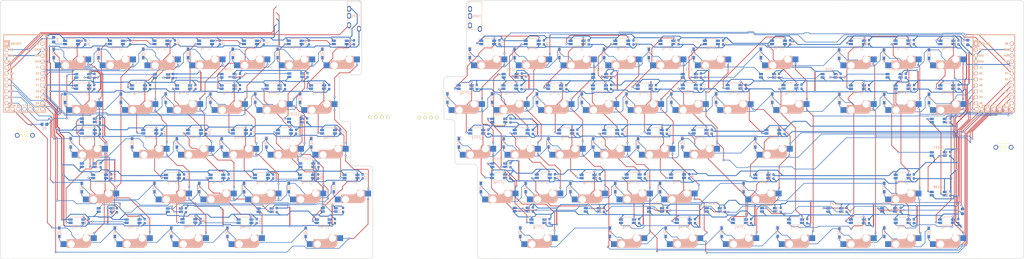
<source format=kicad_pcb>
(kicad_pcb (version 20171130) (host pcbnew "(5.1.9)-1")
  (layers (0 F.Cu signal) (31 B.Cu signal) (34 B.Paste user) (35 F.Paste user) (36 B.SilkS user hide) (37 F.SilkS user) (38 B.Mask user) (39 F.Mask user) (44 Edge.Cuts user))
  (net 0 "")
  (net 1 GND)
  (net 2 "Net-(D_1-Pad2)")
  (net 3 "Net-(D_2-Pad2)")
  (net 4 "Net-(D_3-Pad2)")
  (net 5 "Net-(D_4-Pad2)")
  (net 6 "Net-(D_5-Pad2)")
  (net 7 "Net-(D_6-Pad2)")
  (net 8 "Net-(D_7-Pad2)")
  (net 9 "Net-(D_8-Pad2)")
  (net 10 "Net-(D_9-Pad2)")
  (net 11 "Net-(D_10-Pad2)")
  (net 12 "Net-(D_11-Pad2)")
  (net 13 "Net-(D_12-Pad2)")
  (net 14 "Net-(D_13-Pad2)")
  (net 15 "Net-(D_14-Pad2)")
  (net 16 "Net-(D_17-Pad2)")
  (net 17 "Net-(D_18-Pad2)")
  (net 18 "Net-(D_19-Pad2)")
  (net 19 "Net-(D_20-Pad2)")
  (net 20 "Net-(D_21-Pad2)")
  (net 21 "Net-(D_22-Pad2)")
  (net 22 "Net-(D_23-Pad2)")
  (net 23 "Net-(D_24-Pad2)")
  (net 24 "Net-(D_25-Pad2)")
  (net 25 "Net-(D_26-Pad2)")
  (net 26 "Net-(D_27-Pad2)")
  (net 27 "Net-(D_28-Pad2)")
  (net 28 "Net-(D_29-Pad2)")
  (net 29 "Net-(D_30-Pad2)")
  (net 30 "Net-(D_34-Pad2)")
  (net 31 "Net-(D_35-Pad2)")
  (net 32 "Net-(D_36-Pad2)")
  (net 33 "Net-(D_37-Pad2)")
  (net 34 "Net-(D_38-Pad2)")
  (net 35 "Net-(D_39-Pad2)")
  (net 36 "Net-(D_40-Pad2)")
  (net 37 "Net-(D_41-Pad2)")
  (net 38 "Net-(D_42-Pad2)")
  (net 39 "Net-(D_43-Pad2)")
  (net 40 "Net-(D_44-Pad2)")
  (net 41 "Net-(D_45-Pad2)")
  (net 42 "Net-(D_46-Pad2)")
  (net 43 "Net-(D_47-Pad2)")
  (net 44 "Net-(D_48-Pad2)")
  (net 45 "Net-(D_49-Pad2)")
  (net 46 "Net-(D_50-Pad2)")
  (net 47 "Net-(D_51-Pad2)")
  (net 48 "Net-(D_52-Pad2)")
  (net 49 "Net-(D_53-Pad2)")
  (net 50 "Net-(D_54-Pad2)")
  (net 51 "Net-(D_55-Pad2)")
  (net 52 "Net-(D_56-Pad2)")
  (net 53 "Net-(D_57-Pad2)")
  (net 54 "Net-(D_58-Pad2)")
  (net 55 "Net-(D_60-Pad2)")
  (net 56 "Net-(D_61-Pad2)")
  (net 57 "Net-(D_62-Pad2)")
  (net 58 "Net-(D_63-Pad2)")
  (net 59 row0_L)
  (net 60 row0_R)
  (net 61 col0_R)
  (net 62 row1_L)
  (net 63 row1_R)
  (net 64 row2_L)
  (net 65 row2_R)
  (net 66 row3_L)
  (net 67 row3_R)
  (net 68 row4_L)
  (net 69 data_L)
  (net 70 "Net-(LED2-Pad2)")
  (net 71 "Net-(LED30-Pad4)")
  (net 72 "Net-(LED29-Pad2)")
  (net 73 "Net-(LED28-Pad4)")
  (net 74 "Net-(LED27-Pad4)")
  (net 75 "Net-(LED25-Pad4)")
  (net 76 "Net-(LED10-Pad2)")
  (net 77 "Net-(LED10-Pad4)")
  (net 78 "Net-(LED13-Pad4)")
  (net 79 "Net-(LED14-Pad4)")
  (net 80 "Net-(LED15-Pad4)")
  (net 81 "Net-(LED25-Pad2)")
  (net 82 "Net-(LED26-Pad4)")
  (net 83 "Net-(LED27-Pad2)")
  (net 84 "Net-(LED29-Pad4)")
  (net 85 "Net-(LED33-Pad2)")
  (net 86 "Net-(LED66-Pad2)")
  (net 87 reset_L)
  (net 88 reset_R)
  (net 89 col0_L)
  (net 90 col1_L)
  (net 91 col2_L)
  (net 92 col3_L)
  (net 93 col4_L)
  (net 94 col5_L)
  (net 95 col6_L)
  (net 96 col1_R)
  (net 97 col2_R)
  (net 98 col3_R)
  (net 99 col4_R)
  (net 100 col5_R)
  (net 101 col7_R)
  (net 102 col6_R)
  (net 103 data_R)
  (net 104 "Net-(D_15-Pad2)")
  (net 105 "Net-(D_16-Pad2)")
  (net 106 "Net-(D_31-Pad2)")
  (net 107 "Net-(D_32-Pad2)")
  (net 108 "Net-(D_33-Pad2)")
  (net 109 "Net-(D_59-Pad2)")
  (net 110 "Net-(J1-PadC)")
  (net 111 "Net-(J2-PadC)")
  (net 112 "Net-(LED1-Pad2)")
  (net 113 "Net-(LED3-Pad2)")
  (net 114 "Net-(LED7-Pad2)")
  (net 115 "Net-(LED16-Pad4)")
  (net 116 "Net-(LED17-Pad4)")
  (net 117 "Net-(LED18-Pad4)")
  (net 118 "Net-(LED31-Pad2)")
  (net 119 "Net-(LED32-Pad4)")
  (net 120 "Net-(LED35-Pad2)")
  (net 121 "Net-(LED37-Pad2)")
  (net 122 "Net-(LED40-Pad4)")
  (net 123 "Net-(LED43-Pad2)")
  (net 124 "Net-(LED45-Pad2)")
  (net 125 "Net-(LED46-Pad4)")
  (net 126 "Net-(LED67-Pad4)")
  (net 127 "Net-(LED69-Pad4)")
  (net 128 "Net-(LED70-Pad2)")
  (net 129 SCL_R)
  (net 130 SDA_R)
  (net 131 SCL_L)
  (net 132 SDA_L)
  (net 133 "Net-(LED4-Pad2)")
  (net 134 "Net-(LED8-Pad2)")
  (net 135 "Net-(LED1-Pad4)")
  (net 136 row4_R)
  (net 137 "Net-(U1-Pad26)")
  (net 138 "Net-(U2-Pad26)")
  (net 139 "Net-(U2-Pad27)")
  (net 140 "Net-(U2-Pad28)")
  (net 141 "Net-(U2-Pad13)")
  (net 142 "Net-(LED12-Pad2)")
  (net 143 "Net-(LED31-Pad4)")
  (net 144 "Net-(LED32-Pad2)")
  (net 145 "Net-(LED39-Pad2)")
  (net 146 "Net-(LED53-Pad2)")
  (net 147 "Net-(LED54-Pad4)")
  (net 148 "Net-(LED55-Pad2)")
  (net 149 "Net-(LED56-Pad4)")
  (net 150 "Net-(LED57-Pad2)")
  (net 151 "Net-(LED58-Pad4)")
  (net 152 "Net-(LED59-Pad2)")
  (net 153 "Net-(LED71-Pad2)")
  (net 154 "Net-(LED78-Pad2)")
  (net 155 "Net-(LED79-Pad4)")
  (net 156 LED_R)
  (net 157 LED_L)
  (net 158 "Net-(U1-Pad24)")
  (net 159 "Net-(U1-Pad1)")
  (net 160 "Net-(U2-Pad24)")
  (net 161 "Net-(U2-Pad1)")
  (net 162 VCC)
  (net 163 "Net-(LED34-Pad2)")
  (net 164 "Net-(LED36-Pad2)")
  (net 165 "Net-(LED38-Pad2)")
  (net 166 "Net-(LED82-Pad4)")
  (net 167 BACKLIGHT_LED_R)
  (net 168 BACKLIGHT_LED_L)
  (net 169 "Net-(LED13-Pad2)")
  (net 170 "Net-(LED14-Pad2)")
  (net 171 "Net-(U2-Pad29)")
  (net 172 "Net-(LED12-Pad4)")
  (net 173 "Net-(LED22-Pad2)")
  (net 174 "Net-(LED21-Pad2)")
  (net 175 "Net-(LED23-Pad2)")
  (net 176 "Net-(LED47-Pad2)")
  (net 177 "Net-(LED49-Pad4)")
  (net 178 "Net-(LED51-Pad4)")
  (net 179 "Net-(LED60-Pad2)")
  (net 180 "Net-(LED61-Pad2)")
  (net 181 "Net-(LED63-Pad2)")
  (net 182 "Net-(LED65-Pad2)")
  (net 183 "Net-(LED72-Pad4)")
  (net 184 "Net-(LED74-Pad4)")
  (net 185 "Net-(LED83-Pad2)")
  (net 186 "Net-(LED85-Pad4)")
  (net 187 "Net-(LED87-Pad2)")
  (net 188 "Net-(D_64-Pad2)")
  (net 189 "Net-(D_65-Pad2)")
  (net 190 "Net-(D_66-Pad2)")
  (net 191 "Net-(D_67-Pad2)")
  (net 192 "Net-(D_68-Pad2)")
  (net 193 "Net-(D_69-Pad2)")
  (net 194 "Net-(D_70-Pad2)")
  (net 195 "Net-(D_71-Pad2)")
  (net 196 "Net-(D_72-Pad2)")
  (net 197 "Net-(D_73-Pad2)")
  (net 198 col8_R)
  (net 199 col9_R)
  (net 200 col10_R)
  (net 201 "Net-(LED11-Pad2)")
  (net 202 "Net-(LED11-Pad4)")
  (net 203 "Net-(LED20-Pad4)")
  (net 204 "Net-(LED88-Pad4)")
  (net 205 "Net-(LED89-Pad2)")
  (net 206 "Net-(LED94-Pad4)")
  (net 207 "Net-(LED33-Pad4)")
  (net 208 "Net-(LED35-Pad4)")
  (net 209 "Net-(LED37-Pad4)")
  (net 210 "Net-(LED48-Pad2)")
  (net 211 "Net-(LED50-Pad2)")
  (net 212 "Net-(LED52-Pad2)")
  (net 213 "Net-(LED62-Pad4)")
  (net 214 "Net-(LED64-Pad4)")
  (net 215 "Net-(LED73-Pad2)")
  (net 216 "Net-(LED75-Pad2)")
  (net 217 "Net-(LED77-Pad2)")
  (net 218 "Net-(LED42-Pad4)")
  (net 219 "Net-(LED44-Pad4)")
  (net 220 "Net-(LED88-Pad2)")
  (net 221 "Net-(LED90-Pad4)")
  (net 222 "Net-(LED91-Pad2)")
  (net 223 "Net-(LED92-Pad4)")
  (net 224 "Net-(LED96-Pad4)")
  (net 225 "Net-(LED97-Pad2)")
  (net 226 "Net-(LED100-Pad2)")
  (net 227 "Net-(LED100-Pad4)")
  (net 228 "Net-(LED101-Pad4)")
  (net 229 "Net-(LED101-Pad2)")
  (net 230 "Net-(LED41-Pad2)")
  (net 231 "Net-(LED102-Pad2)")
  (net 232 "Net-(LED103-Pad4)")
  (net 233 "Net-(LED102-Pad4)")
  (net 234 "Net-(LED103-Pad2)")
  (module kbd:YS-SK6812MINI-E_underglow (layer F.Cu) (at 165.398 233.234)
    (fp_text reference LED103 (at 0.2 -2.8) (layer B.SilkS) (effects (justify mirror)))
    (fp_text value YS-SK6812MINI-E)
    (pad 1 smd rect (at 2.75 -0.7) (size 1.7 1) (layers B.Cu B.Paste B.Mask) (net 162 VCC))
    (pad 2 smd rect (at 2.75 0.7) (size 1.7 1) (layers B.Cu B.Paste B.Mask) (net 234 "Net-(LED103-Pad2)"))
    (pad 4 smd rect (at -2.75 -0.7) (size 1.7 1) (layers B.Cu B.Paste B.Mask) (net 232 "Net-(LED103-Pad4)"))
    (pad 3 smd rect (at -2.75 0.7) (size 1.7 1) (layers B.Cu B.Paste B.Mask) (net 1 GND))
  )
  (module kbd:YS-SK6812MINI-E_underglow (layer F.Cu) (at 155.873 176.087)
    (fp_text reference LED102 (at 0.2 -2.8) (layer B.SilkS) (effects (justify mirror)))
    (fp_text value YS-SK6812MINI-E)
    (pad 1 smd rect (at 2.75 -0.7) (size 1.7 1) (layers B.Cu B.Paste B.Mask) (net 162 VCC))
    (pad 2 smd rect (at 2.75 0.7) (size 1.7 1) (layers B.Cu B.Paste B.Mask) (net 231 "Net-(LED102-Pad2)"))
    (pad 4 smd rect (at -2.75 -0.7) (size 1.7 1) (layers B.Cu B.Paste B.Mask) (net 233 "Net-(LED102-Pad4)"))
    (pad 3 smd rect (at -2.75 0.7) (size 1.7 1) (layers B.Cu B.Paste B.Mask) (net 1 GND))
  )
  (module Capacitor_SMD:C_0603_1608Metric_Pad1.08x0.95mm_HandSolder (layer B.Cu) (at 170.434 233.3255 270)
    (fp_text reference C103 (at 0 1.43 90) (layer B.SilkS) (effects (justify mirror)))
    (fp_text value 0.1uF)
    (pad 2 smd roundrect (at 0.8625 0 270) (size 1.075 0.95) (layers B.Cu B.Paste B.Mask) (net 1 GND))
    (pad 1 smd roundrect (at -0.8625 0 270) (size 1.075 0.95) (layers B.Cu B.Paste B.Mask) (net 162 VCC))
  )
  (module Capacitor_SMD:C_0603_1608Metric_Pad1.08x0.95mm_HandSolder (layer B.Cu) (at 160.909 176.0485 270)
    (fp_text reference C102 (at 0 1.43 90) (layer B.SilkS) (effects (justify mirror)))
    (fp_text value 0.1uF)
    (pad 2 smd roundrect (at 0.8625 0 270) (size 1.075 0.95) (layers B.Cu B.Paste B.Mask) (net 1 GND))
    (pad 1 smd roundrect (at -0.8625 0 270) (size 1.075 0.95) (layers B.Cu B.Paste B.Mask) (net 162 VCC))
  )
  (module kbd:YS-SK6812MINI-E_underglow (layer F.Cu) (at 519.81 195.09)
    (fp_text reference LED101 (at 0.2 -2.8) (layer B.SilkS) (effects (justify mirror)))
    (fp_text value YS-SK6812MINI-E)
    (pad 1 smd rect (at 2.75 -0.7) (size 1.7 1) (layers B.Cu B.Paste B.Mask) (net 162 VCC))
    (pad 2 smd rect (at 2.75 0.7) (size 1.7 1) (layers B.Cu B.Paste B.Mask) (net 229 "Net-(LED101-Pad2)"))
    (pad 4 smd rect (at -2.75 -0.7) (size 1.7 1) (layers B.Cu B.Paste B.Mask) (net 228 "Net-(LED101-Pad4)"))
    (pad 3 smd rect (at -2.75 0.7) (size 1.7 1) (layers B.Cu B.Paste B.Mask) (net 1 GND))
  )
  (module Capacitor_SMD:C_0603_1608Metric_Pad1.08x0.95mm_HandSolder (layer B.Cu) (at 525.018 195.072 270)
    (fp_text reference C101 (at 0 1.43 270) (layer B.SilkS) (effects (justify mirror)))
    (fp_text value 0.1uF)
    (pad 2 smd roundrect (at 0.8625 0 270) (size 1.075 0.95) (layers B.Cu B.Paste B.Mask) (net 1 GND))
    (pad 1 smd roundrect (at -0.8625 0 270) (size 1.075 0.95) (layers B.Cu B.Paste B.Mask) (net 162 VCC))
  )
  (module kbd:YS-SK6812MINI-E_underglow (layer F.Cu) (at 498.728 233.19)
    (fp_text reference LED100 (at 0.2 -2.8) (layer B.SilkS) (effects (justify mirror)))
    (fp_text value YS-SK6812MINI-E)
    (pad 1 smd rect (at 2.75 -0.7) (size 1.7 1) (layers B.Cu B.Paste B.Mask) (net 162 VCC))
    (pad 2 smd rect (at 2.75 0.7) (size 1.7 1) (layers B.Cu B.Paste B.Mask) (net 226 "Net-(LED100-Pad2)"))
    (pad 4 smd rect (at -2.75 -0.7) (size 1.7 1) (layers B.Cu B.Paste B.Mask) (net 227 "Net-(LED100-Pad4)"))
    (pad 3 smd rect (at -2.75 0.7) (size 1.7 1) (layers B.Cu B.Paste B.Mask) (net 1 GND))
  )
  (module Capacitor_SMD:C_0603_1608Metric_Pad1.08x0.95mm_HandSolder (layer B.Cu) (at 503.809 233.172 270)
    (fp_text reference C100 (at 0 1.43 90) (layer B.SilkS) (effects (justify mirror)))
    (fp_text value 0.1uF)
    (pad 2 smd roundrect (at 0.8625 0 270) (size 1.075 0.95) (layers B.Cu B.Paste B.Mask) (net 1 GND))
    (pad 1 smd roundrect (at -0.8625 0 270) (size 1.075 0.95) (layers B.Cu B.Paste B.Mask) (net 162 VCC))
  )
  (module kbd:YS-SK6812MINI-E_underglow (layer F.Cu) (at 475.786 233.234)
    (fp_text reference LED99 (at 0.2 -2.8) (layer B.SilkS) (effects (justify mirror)))
    (fp_text value YS-SK6812MINI-E)
    (pad 1 smd rect (at 2.75 -0.7) (size 1.7 1) (layers B.Cu B.Paste B.Mask) (net 162 VCC))
    (pad 2 smd rect (at 2.75 0.7) (size 1.7 1) (layers B.Cu B.Paste B.Mask) (net 224 "Net-(LED96-Pad4)"))
    (pad 4 smd rect (at -2.75 -0.7) (size 1.7 1) (layers B.Cu B.Paste B.Mask) (net 226 "Net-(LED100-Pad2)"))
    (pad 3 smd rect (at -2.75 0.7) (size 1.7 1) (layers B.Cu B.Paste B.Mask) (net 1 GND))
  )
  (module kbd:YS-SK6812MINI-E_underglow (layer F.Cu) (at 519.81 226.249)
    (fp_text reference LED98 (at 0.2 -2.8) (layer B.SilkS) (effects (justify mirror)))
    (fp_text value YS-SK6812MINI-E)
    (pad 1 smd rect (at 2.75 -0.7) (size 1.7 1) (layers B.Cu B.Paste B.Mask) (net 162 VCC))
    (pad 2 smd rect (at 2.75 0.7) (size 1.7 1) (layers B.Cu B.Paste B.Mask) (net 228 "Net-(LED101-Pad4)"))
    (pad 4 smd rect (at -2.75 -0.7) (size 1.7 1) (layers B.Cu B.Paste B.Mask) (net 225 "Net-(LED97-Pad2)"))
    (pad 3 smd rect (at -2.75 0.7) (size 1.7 1) (layers B.Cu B.Paste B.Mask) (net 1 GND))
  )
  (module kbd:YS-SK6812MINI-E_underglow (layer F.Cu) (at 519.81 209.361)
    (fp_text reference LED97 (at 0.2 -2.8) (layer B.SilkS) (effects (justify mirror)))
    (fp_text value YS-SK6812MINI-E)
    (pad 1 smd rect (at 2.75 -0.7) (size 1.7 1) (layers B.Cu B.Paste B.Mask) (net 162 VCC))
    (pad 2 smd rect (at 2.75 0.7) (size 1.7 1) (layers B.Cu B.Paste B.Mask) (net 225 "Net-(LED97-Pad2)"))
    (pad 4 smd rect (at -2.75 -0.7) (size 1.7 1) (layers B.Cu B.Paste B.Mask) (net 170 "Net-(LED14-Pad2)"))
    (pad 3 smd rect (at -2.75 0.7) (size 1.7 1) (layers B.Cu B.Paste B.Mask) (net 1 GND))
  )
  (module Capacitor_SMD:C_0603_1608Metric_Pad1.08x0.95mm_HandSolder (layer B.Cu) (at 480.822 233.1985 270)
    (fp_text reference C99 (at 0 1.43 90) (layer B.SilkS) (effects (justify mirror)))
    (fp_text value 0.1uF)
    (pad 2 smd roundrect (at 0.8625 0 270) (size 1.075 0.95) (layers B.Cu B.Paste B.Mask) (net 1 GND))
    (pad 1 smd roundrect (at -0.8625 0 270) (size 1.075 0.95) (layers B.Cu B.Paste B.Mask) (net 162 VCC))
  )
  (module Capacitor_SMD:C_0603_1608Metric_Pad1.08x0.95mm_HandSolder (layer B.Cu) (at 525.018 226.2135 270)
    (fp_text reference C98 (at 0 1.43 90) (layer B.SilkS) (effects (justify mirror)))
    (fp_text value 0.1uF)
    (pad 2 smd roundrect (at 0.8625 0 270) (size 1.075 0.95) (layers B.Cu B.Paste B.Mask) (net 1 GND))
    (pad 1 smd roundrect (at -0.8625 0 270) (size 1.075 0.95) (layers B.Cu B.Paste B.Mask) (net 162 VCC))
  )
  (module Capacitor_SMD:C_0603_1608Metric_Pad1.08x0.95mm_HandSolder (layer B.Cu) (at 524.891 209.3225 270)
    (fp_text reference C97 (at 0 1.43 90) (layer B.SilkS) (effects (justify mirror)))
    (fp_text value 0.1uF)
    (pad 2 smd roundrect (at 0.8625 0 270) (size 1.075 0.95) (layers B.Cu B.Paste B.Mask) (net 1 GND))
    (pad 1 smd roundrect (at -0.8625 0 270) (size 1.075 0.95) (layers B.Cu B.Paste B.Mask) (net 162 VCC))
  )
  (module kbd:YS-SK6812MINI-E_underglow (layer F.Cu) (at 447.547 233.172)
    (fp_text reference LED96 (at 0.2 -2.8) (layer B.SilkS) (effects (justify mirror)))
    (fp_text value YS-SK6812MINI-E)
    (pad 1 smd rect (at 2.75 -0.7) (size 1.7 1) (layers B.Cu B.Paste B.Mask) (net 162 VCC))
    (pad 2 smd rect (at 2.75 0.7) (size 1.7 1) (layers B.Cu B.Paste B.Mask) (net 117 "Net-(LED18-Pad4)"))
    (pad 4 smd rect (at -2.75 -0.7) (size 1.7 1) (layers B.Cu B.Paste B.Mask) (net 224 "Net-(LED96-Pad4)"))
    (pad 3 smd rect (at -2.75 0.7) (size 1.7 1) (layers B.Cu B.Paste B.Mask) (net 1 GND))
  )
  (module Capacitor_SMD:C_0603_1608Metric_Pad1.08x0.95mm_HandSolder (layer B.Cu) (at 452.755 233.1455 270)
    (fp_text reference C96 (at 0 1.43 90) (layer B.SilkS) (effects (justify mirror)))
    (fp_text value 0.1uF)
    (pad 2 smd roundrect (at 0.8625 0 270) (size 1.075 0.95) (layers B.Cu B.Paste B.Mask) (net 1 GND))
    (pad 1 smd roundrect (at -0.8625 0 270) (size 1.075 0.95) (layers B.Cu B.Paste B.Mask) (net 162 VCC))
  )
  (module kbd:ResetSW_1side (layer F.Cu) (at 131.266 201.422 180)
    (fp_text reference RSW2 hide)
    (fp_text value SW_PUSH)
    (fp_text user RESET (at 0 0) (layer F.SilkS))
    (pad 2 thru_hole circle (at -3.25 0 180) (size 2 2) (drill 1.3) (layers *.Cu B.Mask) (net 1 GND))
    (pad 1 thru_hole circle (at 3.25 0 180) (size 2 2) (drill 1.3) (layers *.Cu B.Mask) (net 87 reset_L))
  )
  (module kbd:ResetSW_1side (layer F.Cu) (at 547.549 206.502)
    (fp_text reference RSW1 hide)
    (fp_text value SW_PUSH)
    (fp_text user RESET (at 0 0) (layer F.SilkS))
    (pad 2 thru_hole circle (at -3.25 0) (size 2 2) (drill 1.3) (layers *.Cu B.Mask) (net 1 GND))
    (pad 1 thru_hole circle (at 3.25 0) (size 2 2) (drill 1.3) (layers *.Cu B.Mask) (net 88 reset_R))
  )
  (module keebio:Elite-C (layer F.Cu) (at 131.1 176.3 270)
    (fp_text reference U2 hide)
    (fp_text value Elite-C hide)
    (fp_text user D5 (at 12.4 2.54) (layer B.SilkS) (effects (font (size 0.8 0.8)) (justify mirror)))
    (fp_text user D5 (at 12.4 2.54) (layer F.SilkS) (effects (font (size 0.8 0.8))))
    (fp_text user F1 (at 12.4 -2.54) (layer F.SilkS) (effects (font (size 0.8 0.8))))
    (fp_text user F1 (at 12.4 -2.54) (layer B.SilkS) (effects (font (size 0.8 0.8)) (justify mirror)))
    (fp_text user C7 (at 12.4 0) (layer B.SilkS) (effects (font (size 0.8 0.8)) (justify mirror)))
    (fp_text user C7 (at 12.4 0) (layer F.SilkS) (effects (font (size 0.8 0.8))))
    (fp_text user B6 (at 12.7 -6.4 45 unlocked) (layer B.SilkS) (effects (font (size 0.7 0.7)) (justify mirror)))
    (fp_text user B6 (at 12.7 -6.4 45 unlocked) (layer F.SilkS) (effects (font (size 0.7 0.7))))
    (fp_text user F0 (at 12.6 -4.5) (layer F.SilkS) (effects (font (size 0.7 0.7))))
    (fp_text user F0 (at 12.6 -4.5) (layer B.SilkS) (effects (font (size 0.7 0.7)) (justify mirror)))
    (fp_text user B7 (at 12.6 4.5) (layer B.SilkS) (effects (font (size 0.7 0.7)) (justify mirror)))
    (fp_text user B7 (at 12.6 4.5) (layer F.SilkS) (effects (font (size 0.7 0.7))))
    (fp_text user ST (at -8.91 -5.04) (layer B.SilkS) (effects (font (size 0.8 0.8)) (justify mirror)))
    (fp_text user TX0/D3 (at -13.97 3.571872) (layer F.SilkS) (effects (font (size 0.8 0.8))))
    (fp_text user TX0/D3 (at -13.97 3.571872) (layer B.SilkS) (effects (font (size 0.8 0.8)) (justify mirror)))
    (fp_text user D2 (at -11.43 5.461) (layer F.SilkS) (effects (font (size 0.8 0.8))))
    (fp_text user D0 (at -1.27 5.461) (layer F.SilkS) (effects (font (size 0.8 0.8))))
    (fp_text user D1 (at -3.81 5.461) (layer F.SilkS) (effects (font (size 0.8 0.8))))
    (fp_text user GND (at -6.35 5.461) (layer F.SilkS) (effects (font (size 0.8 0.8))))
    (fp_text user GND (at -8.89 5.461) (layer F.SilkS) (effects (font (size 0.8 0.8))))
    (fp_text user D4 (at 1.27 5.461) (layer F.SilkS) (effects (font (size 0.8 0.8))))
    (fp_text user C6 (at 3.81 5.461) (layer F.SilkS) (effects (font (size 0.8 0.8))))
    (fp_text user D7 (at 6.35 5.461) (layer F.SilkS) (effects (font (size 0.8 0.8))))
    (fp_text user E6 (at 8.89 5.461) (layer F.SilkS) (effects (font (size 0.8 0.8))))
    (fp_text user B4 (at 11.43 5.461) (layer F.SilkS) (effects (font (size 0.8 0.8))))
    (fp_text user B5 (at 12.7 6.4 135) (layer F.SilkS) (effects (font (size 0.7 0.7))))
    (fp_text user B2 (at 11.43 -5.461) (layer B.SilkS) (effects (font (size 0.8 0.8)) (justify mirror)))
    (fp_text user B3 (at 8.89 -5.461) (layer F.SilkS) (effects (font (size 0.8 0.8))))
    (fp_text user B1 (at 6.35 -5.461) (layer F.SilkS) (effects (font (size 0.8 0.8))))
    (fp_text user F7 (at 3.81 -5.461) (layer B.SilkS) (effects (font (size 0.8 0.8)) (justify mirror)))
    (fp_text user F6 (at 1.27 -5.461) (layer B.SilkS) (effects (font (size 0.8 0.8)) (justify mirror)))
    (fp_text user F5 (at -1.27 -5.461) (layer B.SilkS) (effects (font (size 0.8 0.8)) (justify mirror)))
    (fp_text user F4 (at -3.81 -5.461) (layer F.SilkS) (effects (font (size 0.8 0.8))))
    (fp_text user VCC (at -6.35 -5.461) (layer F.SilkS) (effects (font (size 0.8 0.8))))
    (fp_text user ST (at -8.92 -5.73312) (layer F.SilkS) (effects (font (size 0.8 0.8))))
    (fp_text user GND (at -11.43 -5.461) (layer F.SilkS) (effects (font (size 0.8 0.8))))
    (fp_text user B0 (at -13.97 -5.461) (layer F.SilkS) (effects (font (size 0.8 0.8))))
    (fp_text user B0 (at -13.97 -5.461) (layer B.SilkS) (effects (font (size 0.8 0.8)) (justify mirror)))
    (fp_text user GND (at -11.43 -5.461) (layer B.SilkS) (effects (font (size 0.8 0.8)) (justify mirror)))
    (fp_text user VCC (at -6.35 -5.461) (layer B.SilkS) (effects (font (size 0.8 0.8)) (justify mirror)))
    (fp_text user F4 (at -3.81 -5.461) (layer B.SilkS) (effects (font (size 0.8 0.8)) (justify mirror)))
    (fp_text user F5 (at -1.27 -5.461) (layer F.SilkS) (effects (font (size 0.8 0.8))))
    (fp_text user F6 (at 1.27 -5.461) (layer F.SilkS) (effects (font (size 0.8 0.8))))
    (fp_text user F7 (at 3.81 -5.461) (layer F.SilkS) (effects (font (size 0.8 0.8))))
    (fp_text user B1 (at 6.35 -5.461) (layer B.SilkS) (effects (font (size 0.8 0.8)) (justify mirror)))
    (fp_text user B3 (at 8.89 -5.461) (layer B.SilkS) (effects (font (size 0.8 0.8)) (justify mirror)))
    (fp_text user B2 (at 11.43 -5.461) (layer F.SilkS) (effects (font (size 0.8 0.8))))
    (fp_text user B5 (at 12.7 6.4 135) (layer B.SilkS) (effects (font (size 0.7 0.7)) (justify mirror)))
    (fp_text user B4 (at 11.43 5.461) (layer B.SilkS) (effects (font (size 0.8 0.8)) (justify mirror)))
    (fp_text user E6 (at 8.89 5.461) (layer B.SilkS) (effects (font (size 0.8 0.8)) (justify mirror)))
    (fp_text user D7 (at 6.35 5.461) (layer B.SilkS) (effects (font (size 0.8 0.8)) (justify mirror)))
    (fp_text user C6 (at 3.81 5.461) (layer B.SilkS) (effects (font (size 0.8 0.8)) (justify mirror)))
    (fp_text user D4 (at 1.27 5.461) (layer B.SilkS) (effects (font (size 0.8 0.8)) (justify mirror)))
    (fp_text user GND (at -8.89 5.461) (layer B.SilkS) (effects (font (size 0.8 0.8)) (justify mirror)))
    (fp_text user GND (at -6.35 5.461) (layer B.SilkS) (effects (font (size 0.8 0.8)) (justify mirror)))
    (fp_text user D1 (at -3.81 5.461) (layer B.SilkS) (effects (font (size 0.8 0.8)) (justify mirror)))
    (fp_text user D0 (at -1.27 5.461) (layer B.SilkS) (effects (font (size 0.8 0.8)) (justify mirror)))
    (fp_text user D2 (at -11.43 5.461) (layer B.SilkS) (effects (font (size 0.8 0.8)) (justify mirror)))
    (pad 25 thru_hole circle (at 13.97 5.08 270) (size 1.7526 1.7526) (drill 1.0922) (layers *.Cu *.SilkS *.Mask) (net 168 BACKLIGHT_LED_L))
    (pad 26 thru_hole circle (at 13.97 2.54 270) (size 1.7526 1.7526) (drill 1.0922) (layers *.Cu *.SilkS *.Mask) (net 138 "Net-(U2-Pad26)"))
    (pad 27 thru_hole circle (at 13.97 0 270) (size 1.7526 1.7526) (drill 1.0922) (layers *.Cu *.SilkS *.Mask) (net 139 "Net-(U2-Pad27)"))
    (pad 28 thru_hole circle (at 13.97 -2.54 270) (size 1.7526 1.7526) (drill 1.0922) (layers *.Cu *.SilkS *.Mask) (net 140 "Net-(U2-Pad28)"))
    (pad 29 thru_hole circle (at 13.97 -5.08 270) (size 1.7526 1.7526) (drill 1.0922) (layers *.Cu *.SilkS *.Mask) (net 171 "Net-(U2-Pad29)"))
    (pad 24 thru_hole circle (at -13.97 -7.62 270) (size 1.7526 1.7526) (drill 1.0922) (layers *.Cu *.SilkS *.Mask) (net 160 "Net-(U2-Pad24)"))
    (pad 12 thru_hole circle (at 13.97 7.3914 270) (size 1.7526 1.7526) (drill 1.0922) (layers *.Cu *.SilkS *.Mask) (net 157 LED_L))
    (pad 23 thru_hole circle (at -11.43 -7.62 270) (size 1.7526 1.7526) (drill 1.0922) (layers *.Cu *.SilkS *.Mask) (net 1 GND))
    (pad 22 thru_hole circle (at -8.89 -7.62 270) (size 1.7526 1.7526) (drill 1.0922) (layers *.Cu *.SilkS *.Mask) (net 87 reset_L))
    (pad 21 thru_hole circle (at -6.35 -7.62 270) (size 1.7526 1.7526) (drill 1.0922) (layers *.Cu *.SilkS *.Mask) (net 162 VCC))
    (pad 20 thru_hole circle (at -3.81 -7.62 270) (size 1.7526 1.7526) (drill 1.0922) (layers *.Cu *.SilkS *.Mask) (net 89 col0_L))
    (pad 19 thru_hole circle (at -1.27 -7.62 270) (size 1.7526 1.7526) (drill 1.0922) (layers *.Cu *.SilkS *.Mask) (net 90 col1_L))
    (pad 18 thru_hole circle (at 1.27 -7.62 270) (size 1.7526 1.7526) (drill 1.0922) (layers *.Cu *.SilkS *.Mask) (net 91 col2_L))
    (pad 17 thru_hole circle (at 3.81 -7.62 270) (size 1.7526 1.7526) (drill 1.0922) (layers *.Cu *.SilkS *.Mask) (net 92 col3_L))
    (pad 16 thru_hole circle (at 6.35 -7.62 270) (size 1.7526 1.7526) (drill 1.0922) (layers *.Cu *.SilkS *.Mask) (net 93 col4_L))
    (pad 15 thru_hole circle (at 8.89 -7.62 270) (size 1.7526 1.7526) (drill 1.0922) (layers *.Cu *.SilkS *.Mask) (net 94 col5_L))
    (pad 14 thru_hole circle (at 11.43 -7.62 270) (size 1.7526 1.7526) (drill 1.0922) (layers *.Cu *.SilkS *.Mask) (net 95 col6_L))
    (pad 13 thru_hole circle (at 13.97 -7.62 270) (size 1.7526 1.7526) (drill 1.0922) (layers *.Cu *.SilkS *.Mask) (net 141 "Net-(U2-Pad13)"))
    (pad 11 thru_hole circle (at 11.43 7.62 270) (size 1.7526 1.7526) (drill 1.0922) (layers *.Cu *.SilkS *.Mask) (net 68 row4_L))
    (pad 10 thru_hole circle (at 8.89 7.62 270) (size 1.7526 1.7526) (drill 1.0922) (layers *.Cu *.SilkS *.Mask) (net 66 row3_L))
    (pad 9 thru_hole circle (at 6.35 7.62 270) (size 1.7526 1.7526) (drill 1.0922) (layers *.Cu *.SilkS *.Mask) (net 64 row2_L))
    (pad 8 thru_hole circle (at 3.81 7.62 270) (size 1.7526 1.7526) (drill 1.0922) (layers *.Cu *.SilkS *.Mask) (net 62 row1_L))
    (pad 7 thru_hole circle (at 1.27 7.62 270) (size 1.7526 1.7526) (drill 1.0922) (layers *.Cu *.SilkS *.Mask) (net 59 row0_L))
    (pad 6 thru_hole circle (at -1.27 7.62 270) (size 1.7526 1.7526) (drill 1.0922) (layers *.Cu *.SilkS *.Mask) (net 131 SCL_L))
    (pad 5 thru_hole circle (at -3.81 7.62 270) (size 1.7526 1.7526) (drill 1.0922) (layers *.Cu *.SilkS *.Mask) (net 132 SDA_L))
    (pad 4 thru_hole circle (at -6.35 7.62 270) (size 1.7526 1.7526) (drill 1.0922) (layers *.Cu *.SilkS *.Mask) (net 1 GND))
    (pad 3 thru_hole circle (at -8.89 7.62 270) (size 1.7526 1.7526) (drill 1.0922) (layers *.Cu *.SilkS *.Mask) (net 1 GND))
    (pad 2 thru_hole circle (at -11.43 7.62 270) (size 1.7526 1.7526) (drill 1.0922) (layers *.Cu *.SilkS *.Mask) (net 69 data_L))
    (pad 1 thru_hole rect (at -13.97 7.62 270) (size 1.7526 1.7526) (drill 1.0922) (layers *.Cu *.SilkS *.Mask) (net 161 "Net-(U2-Pad1)"))
  )
  (module kbd:CherryMX_Hotswap (layer F.Cu) (at 232.0925 223.647 180)
    (fp_text reference SW_51 hide)
    (fp_text value KEYSW hide)
    (pad 1 smd rect (at -7.085 -2.54) (size 2.55 2.5) (layers B.Cu B.Paste B.Mask) (net 93 col4_L))
    (pad "" np_thru_hole circle (at 0 0 270) (size 4.1 4.1) (drill 4.1) (layers *.Cu *.Mask))
    (pad "" np_thru_hole circle (at 5.08 0 180) (size 1.9 1.9) (drill 1.9) (layers *.Cu *.Mask))
    (pad "" np_thru_hole circle (at -5.08 0 180) (size 1.9 1.9) (drill 1.9) (layers *.Cu *.Mask))
    (pad 2 smd rect (at 5.842 -5.08) (size 2.55 2.5) (layers B.Cu B.Paste B.Mask) (net 47 "Net-(D_51-Pad2)"))
    (pad "" np_thru_hole circle (at -3.81 -2.54 180) (size 3 3) (drill 3) (layers *.Cu *.Mask))
    (pad "" np_thru_hole circle (at 2.54 -5.08 180) (size 3 3) (drill 3) (layers *.Cu *.Mask))
  )
  (module kbd:CherryMX_Hotswap_1.75u (layer F.Cu) (at 158.27375 204.597 180)
    (fp_text reference SW_36)
    (fp_text value KEYSW)
    (pad "" np_thru_hole circle (at 0 0 180) (size 3.9878 3.9878) (drill 3.9878) (layers *.Cu *.Mask))
    (pad "" np_thru_hole circle (at -5.08 0 228.0996) (size 1.75 1.75) (drill 1.75) (layers *.Cu *.Mask))
    (pad "" np_thru_hole circle (at 5.08 0 228.0996) (size 1.75 1.75) (drill 1.75) (layers *.Cu *.Mask))
    (pad 1 smd rect (at -7.085 -2.54) (size 2.55 2.5) (layers B.Cu B.Paste B.Mask) (net 89 col0_L))
    (pad "" np_thru_hole circle (at 0 0 270) (size 4.1 4.1) (drill 4.1) (layers *.Cu *.Mask))
    (pad "" np_thru_hole circle (at 5.08 0 180) (size 1.9 1.9) (drill 1.9) (layers *.Cu *.Mask))
    (pad "" np_thru_hole circle (at -5.08 0 180) (size 1.9 1.9) (drill 1.9) (layers *.Cu *.Mask))
    (pad 2 smd rect (at 5.842 -5.08) (size 2.55 2.5) (layers B.Cu B.Paste B.Mask) (net 32 "Net-(D_36-Pad2)"))
    (pad "" np_thru_hole circle (at -3.81 -2.54 180) (size 3 3) (drill 3) (layers *.Cu *.Mask))
    (pad "" np_thru_hole circle (at 2.54 -5.08 180) (size 3 3) (drill 3) (layers *.Cu *.Mask))
  )
  (module kbd:CherryMX_Hotswap_1.5u (layer F.Cu) (at 155.8925 185.547 180)
    (fp_text reference SW_23 hide)
    (fp_text value KEYSW hide)
    (pad 1 smd rect (at -7.085 -2.54) (size 2.55 2.5) (layers B.Cu B.Paste B.Mask) (net 89 col0_L))
    (pad "" np_thru_hole circle (at 0 0 270) (size 4.1 4.1) (drill 4.1) (layers *.Cu *.Mask))
    (pad "" np_thru_hole circle (at 5.08 0 180) (size 1.9 1.9) (drill 1.9) (layers *.Cu *.Mask))
    (pad "" np_thru_hole circle (at -5.08 0 180) (size 1.9 1.9) (drill 1.9) (layers *.Cu *.Mask))
    (pad 2 smd rect (at 5.842 -5.08) (size 2.55 2.5) (layers B.Cu B.Paste B.Mask) (net 22 "Net-(D_23-Pad2)"))
    (pad "" np_thru_hole circle (at -3.81 -2.54 180) (size 3 3) (drill 3) (layers *.Cu *.Mask))
    (pad "" np_thru_hole circle (at 2.54 -5.08 180) (size 3 3) (drill 3) (layers *.Cu *.Mask))
  )
  (module kbd:YS-SK6812MINI-E_underglow (layer F.Cu) (at 217.678 176.022)
    (fp_text reference LED8 (at 0.2 -2.8) (layer B.SilkS) (effects (justify mirror)))
    (fp_text value YS-SK6812MINI-E)
    (pad 1 smd rect (at 2.75 -0.7) (size 1.7 1) (layers B.Cu B.Paste B.Mask) (net 162 VCC))
    (pad 2 smd rect (at 2.75 0.7) (size 1.7 1) (layers B.Cu B.Paste B.Mask) (net 134 "Net-(LED8-Pad2)"))
    (pad 4 smd rect (at -2.75 -0.7) (size 1.7 1) (layers B.Cu B.Paste B.Mask) (net 114 "Net-(LED7-Pad2)"))
    (pad 3 smd rect (at -2.75 0.7) (size 1.7 1) (layers B.Cu B.Paste B.Mask) (net 1 GND))
  )
  (module kbd:YS-SK6812MINI-E_underglow (layer F.Cu) (at 233.426 233.299)
    (fp_text reference LED23 (at 0.2 -2.8) (layer B.SilkS) (effects (justify mirror)))
    (fp_text value YS-SK6812MINI-E)
    (pad 1 smd rect (at 2.75 -0.7) (size 1.7 1) (layers B.Cu B.Paste B.Mask) (net 162 VCC))
    (pad 2 smd rect (at 2.75 0.7) (size 1.7 1) (layers B.Cu B.Paste B.Mask) (net 175 "Net-(LED23-Pad2)"))
    (pad 4 smd rect (at -2.75 -0.7) (size 1.7 1) (layers B.Cu B.Paste B.Mask) (net 173 "Net-(LED22-Pad2)"))
    (pad 3 smd rect (at -2.75 0.7) (size 1.7 1) (layers B.Cu B.Paste B.Mask) (net 1 GND))
  )
  (module kbd:YS-SK6812MINI-E_underglow (layer F.Cu) (at 473.329 176.022)
    (fp_text reference LED5 (at 0.2 -2.8) (layer B.SilkS) (effects (justify mirror)))
    (fp_text value YS-SK6812MINI-E)
    (pad 1 smd rect (at 2.75 -0.7) (size 1.7 1) (layers B.Cu B.Paste B.Mask) (net 162 VCC))
    (pad 2 smd rect (at 2.75 0.7) (size 1.7 1) (layers B.Cu B.Paste B.Mask) (net 79 "Net-(LED14-Pad4)"))
    (pad 4 smd rect (at -2.75 -0.7) (size 1.7 1) (layers B.Cu B.Paste B.Mask) (net 133 "Net-(LED4-Pad2)"))
    (pad 3 smd rect (at -2.75 0.7) (size 1.7 1) (layers B.Cu B.Paste B.Mask) (net 1 GND))
  )
  (module kbd:YS-SK6812MINI-E_underglow (layer F.Cu) (at 260.731 233.172)
    (fp_text reference LED22 (at 0.2 -2.8) (layer B.SilkS) (effects (justify mirror)))
    (fp_text value YS-SK6812MINI-E)
    (pad 1 smd rect (at 2.75 -0.7) (size 1.7 1) (layers B.Cu B.Paste B.Mask) (net 162 VCC))
    (pad 2 smd rect (at 2.75 0.7) (size 1.7 1) (layers B.Cu B.Paste B.Mask) (net 173 "Net-(LED22-Pad2)"))
    (pad 4 smd rect (at -2.75 -0.7) (size 1.7 1) (layers B.Cu B.Paste B.Mask) (net 174 "Net-(LED21-Pad2)"))
    (pad 3 smd rect (at -2.75 0.7) (size 1.7 1) (layers B.Cu B.Paste B.Mask) (net 1 GND))
  )
  (module kbd:YS-SK6812MINI-E_underglow (layer F.Cu) (at 332.867 214.122)
    (fp_text reference LED13 (at 0.2 -2.8) (layer B.SilkS) (effects (justify mirror)))
    (fp_text value YS-SK6812MINI-E)
    (pad 1 smd rect (at 2.75 -0.7) (size 1.7 1) (layers B.Cu B.Paste B.Mask) (net 162 VCC))
    (pad 2 smd rect (at 2.75 0.7) (size 1.7 1) (layers B.Cu B.Paste B.Mask) (net 169 "Net-(LED13-Pad2)"))
    (pad 4 smd rect (at -2.75 -0.7) (size 1.7 1) (layers B.Cu B.Paste B.Mask) (net 78 "Net-(LED13-Pad4)"))
    (pad 3 smd rect (at -2.75 0.7) (size 1.7 1) (layers B.Cu B.Paste B.Mask) (net 1 GND))
  )
  (module kbd:YS-SK6812MINI-E_underglow (layer F.Cu) (at 246.507 175.768)
    (fp_text reference LED9 (at 0.2 -2.8) (layer B.SilkS) (effects (justify mirror)))
    (fp_text value YS-SK6812MINI-E)
    (pad 1 smd rect (at 2.75 -0.7) (size 1.7 1) (layers B.Cu B.Paste B.Mask) (net 162 VCC))
    (pad 2 smd rect (at 2.75 0.7) (size 1.7 1) (layers B.Cu B.Paste B.Mask) (net 77 "Net-(LED10-Pad4)"))
    (pad 4 smd rect (at -2.75 -0.7) (size 1.7 1) (layers B.Cu B.Paste B.Mask) (net 134 "Net-(LED8-Pad2)"))
    (pad 3 smd rect (at -2.75 0.7) (size 1.7 1) (layers B.Cu B.Paste B.Mask) (net 1 GND))
  )
  (module kbd:YS-SK6812MINI-E_underglow (layer F.Cu) (at 413.893 176.022)
    (fp_text reference LED3 (at 0.2 -2.8) (layer B.SilkS) (effects (justify mirror)))
    (fp_text value YS-SK6812MINI-E)
    (pad 1 smd rect (at 2.75 -0.7) (size 1.7 1) (layers B.Cu B.Paste B.Mask) (net 162 VCC))
    (pad 2 smd rect (at 2.75 0.7) (size 1.7 1) (layers B.Cu B.Paste B.Mask) (net 113 "Net-(LED3-Pad2)"))
    (pad 4 smd rect (at -2.75 -0.7) (size 1.7 1) (layers B.Cu B.Paste B.Mask) (net 70 "Net-(LED2-Pad2)"))
    (pad 3 smd rect (at -2.75 0.7) (size 1.7 1) (layers B.Cu B.Paste B.Mask) (net 1 GND))
  )
  (module kbd:YS-SK6812MINI-E_underglow (layer F.Cu) (at 375.793 176.022)
    (fp_text reference LED2 (at 0.2 -2.8) (layer B.SilkS) (effects (justify mirror)))
    (fp_text value YS-SK6812MINI-E)
    (pad 1 smd rect (at 2.75 -0.7) (size 1.7 1) (layers B.Cu B.Paste B.Mask) (net 162 VCC))
    (pad 2 smd rect (at 2.75 0.7) (size 1.7 1) (layers B.Cu B.Paste B.Mask) (net 70 "Net-(LED2-Pad2)"))
    (pad 4 smd rect (at -2.75 -0.7) (size 1.7 1) (layers B.Cu B.Paste B.Mask) (net 112 "Net-(LED1-Pad2)"))
    (pad 3 smd rect (at -2.75 0.7) (size 1.7 1) (layers B.Cu B.Paste B.Mask) (net 1 GND))
  )
  (module kbd:YS-SK6812MINI-E_underglow (layer F.Cu) (at 337.693 176.022)
    (fp_text reference LED1 (at 0.2 -2.8) (layer B.SilkS) (effects (justify mirror)))
    (fp_text value YS-SK6812MINI-E)
    (pad 1 smd rect (at 2.75 -0.7) (size 1.7 1) (layers B.Cu B.Paste B.Mask) (net 162 VCC))
    (pad 2 smd rect (at 2.75 0.7) (size 1.7 1) (layers B.Cu B.Paste B.Mask) (net 112 "Net-(LED1-Pad2)"))
    (pad 4 smd rect (at -2.75 -0.7) (size 1.7 1) (layers B.Cu B.Paste B.Mask) (net 135 "Net-(LED1-Pad4)"))
    (pad 3 smd rect (at -2.75 0.7) (size 1.7 1) (layers B.Cu B.Paste B.Mask) (net 1 GND))
  )
  (module kbd:YS-SK6812MINI-E_underglow (layer F.Cu) (at 194.818 233.299)
    (fp_text reference LED24 (at 0.2 -2.8) (layer B.SilkS) (effects (justify mirror)))
    (fp_text value YS-SK6812MINI-E)
    (pad 1 smd rect (at 2.75 -0.7) (size 1.7 1) (layers B.Cu B.Paste B.Mask) (net 162 VCC))
    (pad 2 smd rect (at 2.75 0.7) (size 1.7 1) (layers B.Cu B.Paste B.Mask) (net 232 "Net-(LED103-Pad4)"))
    (pad 4 smd rect (at -2.75 -0.7) (size 1.7 1) (layers B.Cu B.Paste B.Mask) (net 175 "Net-(LED23-Pad2)"))
    (pad 3 smd rect (at -2.75 0.7) (size 1.7 1) (layers B.Cu B.Paste B.Mask) (net 1 GND))
  )
  (module kbd:YS-SK6812MINI-E_underglow (layer F.Cu) (at 424.053 233.172)
    (fp_text reference LED18 (at 0.2 -2.8) (layer B.SilkS) (effects (justify mirror)))
    (fp_text value YS-SK6812MINI-E)
    (pad 1 smd rect (at 2.75 -0.7) (size 1.7 1) (layers B.Cu B.Paste B.Mask) (net 162 VCC))
    (pad 2 smd rect (at 2.75 0.7) (size 1.7 1) (layers B.Cu B.Paste B.Mask) (net 116 "Net-(LED17-Pad4)"))
    (pad 4 smd rect (at -2.75 -0.7) (size 1.7 1) (layers B.Cu B.Paste B.Mask) (net 117 "Net-(LED18-Pad4)"))
    (pad 3 smd rect (at -2.75 0.7) (size 1.7 1) (layers B.Cu B.Paste B.Mask) (net 1 GND))
  )
  (module kbd:YS-SK6812MINI-E_underglow (layer F.Cu) (at 399.542 233.172)
    (fp_text reference LED17 (at 0.2 -2.8) (layer B.SilkS) (effects (justify mirror)))
    (fp_text value YS-SK6812MINI-E)
    (pad 1 smd rect (at 2.75 -0.7) (size 1.7 1) (layers B.Cu B.Paste B.Mask) (net 162 VCC))
    (pad 2 smd rect (at 2.75 0.7) (size 1.7 1) (layers B.Cu B.Paste B.Mask) (net 115 "Net-(LED16-Pad4)"))
    (pad 4 smd rect (at -2.75 -0.7) (size 1.7 1) (layers B.Cu B.Paste B.Mask) (net 116 "Net-(LED17-Pad4)"))
    (pad 3 smd rect (at -2.75 0.7) (size 1.7 1) (layers B.Cu B.Paste B.Mask) (net 1 GND))
  )
  (module kbd:YS-SK6812MINI-E_underglow (layer F.Cu) (at 158.242 195.007)
    (fp_text reference LED12 (at 0.2 -2.8) (layer B.SilkS) (effects (justify mirror)))
    (fp_text value YS-SK6812MINI-E)
    (pad 1 smd rect (at 2.75 -0.7) (size 1.7 1) (layers B.Cu B.Paste B.Mask) (net 162 VCC))
    (pad 2 smd rect (at 2.75 0.7) (size 1.7 1) (layers B.Cu B.Paste B.Mask) (net 142 "Net-(LED12-Pad2)"))
    (pad 4 smd rect (at -2.75 -0.7) (size 1.7 1) (layers B.Cu B.Paste B.Mask) (net 172 "Net-(LED12-Pad4)"))
    (pad 3 smd rect (at -2.75 0.7) (size 1.7 1) (layers B.Cu B.Paste B.Mask) (net 1 GND))
  )
  (module kbd:YS-SK6812MINI-E_underglow (layer F.Cu) (at 332.867 195.072)
    (fp_text reference LED6 (at 0.2 -2.8) (layer B.SilkS) (effects (justify mirror)))
    (fp_text value YS-SK6812MINI-E)
    (pad 1 smd rect (at 2.75 -0.7) (size 1.7 1) (layers B.Cu B.Paste B.Mask) (net 162 VCC))
    (pad 2 smd rect (at 2.75 0.7) (size 1.7 1) (layers B.Cu B.Paste B.Mask) (net 135 "Net-(LED1-Pad4)"))
    (pad 4 smd rect (at -2.75 -0.7) (size 1.7 1) (layers B.Cu B.Paste B.Mask) (net 169 "Net-(LED13-Pad2)"))
    (pad 3 smd rect (at -2.75 0.7) (size 1.7 1) (layers B.Cu B.Paste B.Mask) (net 1 GND))
  )
  (module kbd:YS-SK6812MINI-E_underglow (layer F.Cu) (at 251.206 214.122)
    (fp_text reference LED21 (at 0.2 -2.8) (layer B.SilkS) (effects (justify mirror)))
    (fp_text value YS-SK6812MINI-E)
    (pad 1 smd rect (at 2.75 -0.7) (size 1.7 1) (layers B.Cu B.Paste B.Mask) (net 162 VCC))
    (pad 2 smd rect (at 2.75 0.7) (size 1.7 1) (layers B.Cu B.Paste B.Mask) (net 174 "Net-(LED21-Pad2)"))
    (pad 4 smd rect (at -2.75 -0.7) (size 1.7 1) (layers B.Cu B.Paste B.Mask) (net 76 "Net-(LED10-Pad2)"))
    (pad 3 smd rect (at -2.75 0.7) (size 1.7 1) (layers B.Cu B.Paste B.Mask) (net 1 GND))
  )
  (module kbd:YS-SK6812MINI-E_underglow (layer F.Cu) (at 158.242 214.122)
    (fp_text reference LED19 (at 0.2 -2.8) (layer B.SilkS) (effects (justify mirror)))
    (fp_text value YS-SK6812MINI-E)
    (pad 1 smd rect (at 2.75 -0.7) (size 1.7 1) (layers B.Cu B.Paste B.Mask) (net 162 VCC))
    (pad 2 smd rect (at 2.75 0.7) (size 1.7 1) (layers B.Cu B.Paste B.Mask) (net 172 "Net-(LED12-Pad4)"))
    (pad 4 smd rect (at -2.75 -0.7) (size 1.7 1) (layers B.Cu B.Paste B.Mask) (net 234 "Net-(LED103-Pad2)"))
    (pad 3 smd rect (at -2.75 0.7) (size 1.7 1) (layers B.Cu B.Paste B.Mask) (net 1 GND))
  )
  (module kbd:YS-SK6812MINI-E_underglow (layer F.Cu) (at 372.618 233.172)
    (fp_text reference LED16 (at 0.2 -2.8) (layer B.SilkS) (effects (justify mirror)))
    (fp_text value YS-SK6812MINI-E)
    (pad 1 smd rect (at 2.75 -0.7) (size 1.7 1) (layers B.Cu B.Paste B.Mask) (net 162 VCC))
    (pad 2 smd rect (at 2.75 0.7) (size 1.7 1) (layers B.Cu B.Paste B.Mask) (net 80 "Net-(LED15-Pad4)"))
    (pad 4 smd rect (at -2.75 -0.7) (size 1.7 1) (layers B.Cu B.Paste B.Mask) (net 115 "Net-(LED16-Pad4)"))
    (pad 3 smd rect (at -2.75 0.7) (size 1.7 1) (layers B.Cu B.Paste B.Mask) (net 1 GND))
  )
  (module kbd:YS-SK6812MINI-E_underglow (layer F.Cu) (at 342.392 233.045)
    (fp_text reference LED15 (at 0.2 -2.8) (layer B.SilkS) (effects (justify mirror)))
    (fp_text value YS-SK6812MINI-E)
    (pad 1 smd rect (at 2.75 -0.7) (size 1.7 1) (layers B.Cu B.Paste B.Mask) (net 162 VCC))
    (pad 2 smd rect (at 2.75 0.7) (size 1.7 1) (layers B.Cu B.Paste B.Mask) (net 78 "Net-(LED13-Pad4)"))
    (pad 4 smd rect (at -2.75 -0.7) (size 1.7 1) (layers B.Cu B.Paste B.Mask) (net 80 "Net-(LED15-Pad4)"))
    (pad 3 smd rect (at -2.75 0.7) (size 1.7 1) (layers B.Cu B.Paste B.Mask) (net 1 GND))
  )
  (module kbd:YS-SK6812MINI-E_underglow (layer F.Cu) (at 501.015 176.022)
    (fp_text reference LED14 (at 0.2 -2.8) (layer B.SilkS) (effects (justify mirror)))
    (fp_text value YS-SK6812MINI-E)
    (pad 1 smd rect (at 2.75 -0.7) (size 1.7 1) (layers B.Cu B.Paste B.Mask) (net 162 VCC))
    (pad 2 smd rect (at 2.75 0.7) (size 1.7 1) (layers B.Cu B.Paste B.Mask) (net 170 "Net-(LED14-Pad2)"))
    (pad 4 smd rect (at -2.75 -0.7) (size 1.7 1) (layers B.Cu B.Paste B.Mask) (net 79 "Net-(LED14-Pad4)"))
    (pad 3 smd rect (at -2.75 0.7) (size 1.7 1) (layers B.Cu B.Paste B.Mask) (net 1 GND))
  )
  (module kbd:YS-SK6812MINI-E_underglow (layer F.Cu) (at 246.38 195.072)
    (fp_text reference LED10 (at 0.2 -2.8) (layer B.SilkS) (effects (justify mirror)))
    (fp_text value YS-SK6812MINI-E)
    (pad 1 smd rect (at 2.75 -0.7) (size 1.7 1) (layers B.Cu B.Paste B.Mask) (net 162 VCC))
    (pad 2 smd rect (at 2.75 0.7) (size 1.7 1) (layers B.Cu B.Paste B.Mask) (net 76 "Net-(LED10-Pad2)"))
    (pad 4 smd rect (at -2.75 -0.7) (size 1.7 1) (layers B.Cu B.Paste B.Mask) (net 77 "Net-(LED10-Pad4)"))
    (pad 3 smd rect (at -2.75 0.7) (size 1.7 1) (layers B.Cu B.Paste B.Mask) (net 1 GND))
  )
  (module kbd:YS-SK6812MINI-E_underglow (layer F.Cu) (at 189.357 176.149)
    (fp_text reference LED7 (at 0.2 -2.8) (layer B.SilkS) (effects (justify mirror)))
    (fp_text value YS-SK6812MINI-E)
    (pad 1 smd rect (at 2.75 -0.7) (size 1.7 1) (layers B.Cu B.Paste B.Mask) (net 162 VCC))
    (pad 2 smd rect (at 2.75 0.7) (size 1.7 1) (layers B.Cu B.Paste B.Mask) (net 114 "Net-(LED7-Pad2)"))
    (pad 4 smd rect (at -2.75 -0.7) (size 1.7 1) (layers B.Cu B.Paste B.Mask) (net 231 "Net-(LED102-Pad2)"))
    (pad 3 smd rect (at -2.75 0.7) (size 1.7 1) (layers B.Cu B.Paste B.Mask) (net 1 GND))
  )
  (module kbd:YS-SK6812MINI-E_underglow (layer F.Cu) (at 447.167 176.022)
    (fp_text reference LED4 (at 0.2 -2.8) (layer B.SilkS) (effects (justify mirror)))
    (fp_text value YS-SK6812MINI-E)
    (pad 1 smd rect (at 2.75 -0.7) (size 1.7 1) (layers B.Cu B.Paste B.Mask) (net 162 VCC))
    (pad 2 smd rect (at 2.75 0.7) (size 1.7 1) (layers B.Cu B.Paste B.Mask) (net 133 "Net-(LED4-Pad2)"))
    (pad 4 smd rect (at -2.75 -0.7) (size 1.7 1) (layers B.Cu B.Paste B.Mask) (net 113 "Net-(LED3-Pad2)"))
    (pad 3 smd rect (at -2.75 0.7) (size 1.7 1) (layers B.Cu B.Paste B.Mask) (net 1 GND))
  )
  (module kbd:D3_SMD_v2 (layer B.Cu) (at 515.747 242.827 270)
    (fp_text reference D_73 hide)
    (fp_text value D hide)
    (pad 2 smd rect (at 1.775 0 270) (size 1.4 1) (layers B.Cu B.Paste B.Mask) (net 197 "Net-(D_73-Pad2)"))
    (pad 1 smd rect (at -1.775 0 270) (size 1.4 1) (layers B.Cu B.Paste B.Mask) (net 136 row4_R))
  )
  (module kbd:D3_SMD_v2 (layer B.Cu) (at 496.824 242.7 270)
    (fp_text reference D_72 hide)
    (fp_text value D hide)
    (pad 2 smd rect (at 1.775 0 270) (size 1.4 1) (layers B.Cu B.Paste B.Mask) (net 196 "Net-(D_72-Pad2)"))
    (pad 1 smd rect (at -1.775 0 270) (size 1.4 1) (layers B.Cu B.Paste B.Mask) (net 136 row4_R))
  )
  (module kbd:D3_SMD_v2 (layer B.Cu) (at 477.774 242.954 270)
    (fp_text reference D_71 hide)
    (fp_text value D hide)
    (pad 2 smd rect (at 1.775 0 270) (size 1.4 1) (layers B.Cu B.Paste B.Mask) (net 195 "Net-(D_71-Pad2)"))
    (pad 1 smd rect (at -1.775 0 270) (size 1.4 1) (layers B.Cu B.Paste B.Mask) (net 136 row4_R))
  )
  (module kbd:D3_SMD_v2 (layer B.Cu) (at 496.824 223.65 270)
    (fp_text reference D_70 hide)
    (fp_text value D hide)
    (pad 2 smd rect (at 1.775 0 270) (size 1.4 1) (layers B.Cu B.Paste B.Mask) (net 194 "Net-(D_70-Pad2)"))
    (pad 1 smd rect (at -1.775 0 270) (size 1.4 1) (layers B.Cu B.Paste B.Mask) (net 67 row3_R))
  )
  (module kbd:D3_SMD_v2 (layer B.Cu) (at 515.874 185.677 270)
    (fp_text reference D_69 hide)
    (fp_text value D hide)
    (pad 2 smd rect (at 1.775 0 270) (size 1.4 1) (layers B.Cu B.Paste B.Mask) (net 193 "Net-(D_69-Pad2)"))
    (pad 1 smd rect (at -1.775 0 270) (size 1.4 1) (layers B.Cu B.Paste B.Mask) (net 63 row1_R))
  )
  (module kbd:D3_SMD_v2 (layer B.Cu) (at 496.824 185.677 270)
    (fp_text reference D_68 hide)
    (fp_text value D hide)
    (pad 2 smd rect (at 1.775 0 270) (size 1.4 1) (layers B.Cu B.Paste B.Mask) (net 192 "Net-(D_68-Pad2)"))
    (pad 1 smd rect (at -1.775 0 270) (size 1.4 1) (layers B.Cu B.Paste B.Mask) (net 63 row1_R))
  )
  (module kbd:D3_SMD_v2 (layer B.Cu) (at 477.774 185.677 270)
    (fp_text reference D_67 hide)
    (fp_text value D hide)
    (pad 2 smd rect (at 1.775 0 270) (size 1.4 1) (layers B.Cu B.Paste B.Mask) (net 191 "Net-(D_67-Pad2)"))
    (pad 1 smd rect (at -1.775 0 270) (size 1.4 1) (layers B.Cu B.Paste B.Mask) (net 63 row1_R))
  )
  (module kbd:D3_SMD_v2 (layer B.Cu) (at 515.874 166.754 270)
    (fp_text reference D_66 hide)
    (fp_text value D hide)
    (pad 2 smd rect (at 1.775 0 270) (size 1.4 1) (layers B.Cu B.Paste B.Mask) (net 190 "Net-(D_66-Pad2)"))
    (pad 1 smd rect (at -1.775 0 270) (size 1.4 1) (layers B.Cu B.Paste B.Mask) (net 60 row0_R))
  )
  (module kbd:D3_SMD_v2 (layer B.Cu) (at 496.697 166.754 270)
    (fp_text reference D_65 hide)
    (fp_text value D hide)
    (pad 2 smd rect (at 1.775 0 270) (size 1.4 1) (layers B.Cu B.Paste B.Mask) (net 189 "Net-(D_65-Pad2)"))
    (pad 1 smd rect (at -1.775 0 270) (size 1.4 1) (layers B.Cu B.Paste B.Mask) (net 60 row0_R))
  )
  (module kbd:D3_SMD_v2 (layer B.Cu) (at 477.647 166.754 270)
    (fp_text reference D_64 hide)
    (fp_text value D hide)
    (pad 2 smd rect (at 1.775 0 270) (size 1.4 1) (layers B.Cu B.Paste B.Mask) (net 188 "Net-(D_64-Pad2)"))
    (pad 1 smd rect (at -1.775 0 270) (size 1.4 1) (layers B.Cu B.Paste B.Mask) (net 60 row0_R))
  )
  (module Capacitor_SMD:C_0603_1608Metric_Pad1.08x0.95mm_HandSolder (layer B.Cu) (at 490.347 238.0245 270)
    (fp_text reference C95 (at 0 1.43 270) (layer B.SilkS) (effects (justify mirror)))
    (fp_text value 0.1uF)
    (pad 2 smd roundrect (at 0.8625 0 270) (size 1.075 0.95) (layers B.Cu B.Paste B.Mask) (net 162 VCC))
    (pad 1 smd roundrect (at -0.8625 0 270) (size 1.075 0.95) (layers B.Cu B.Paste B.Mask) (net 1 GND))
  )
  (module Capacitor_SMD:C_0603_1608Metric_Pad1.08x0.95mm_HandSolder (layer B.Cu) (at 509.397 218.948 270)
    (fp_text reference C94 (at 0 1.43 270) (layer B.SilkS) (effects (justify mirror)))
    (fp_text value 0.1uF)
    (pad 2 smd roundrect (at 0.8625 0 270) (size 1.075 0.95) (layers B.Cu B.Paste B.Mask) (net 162 VCC))
    (pad 1 smd roundrect (at -0.8625 0 270) (size 1.075 0.95) (layers B.Cu B.Paste B.Mask) (net 1 GND))
  )
  (module Capacitor_SMD:C_0603_1608Metric_Pad1.08x0.95mm_HandSolder (layer B.Cu) (at 528.447 180.7475 270)
    (fp_text reference C93 (at 0 1.43 270) (layer B.SilkS) (effects (justify mirror)))
    (fp_text value 0.1uF)
    (pad 2 smd roundrect (at 0.8625 0 270) (size 1.075 0.95) (layers B.Cu B.Paste B.Mask) (net 162 VCC))
    (pad 1 smd roundrect (at -0.8625 0 270) (size 1.075 0.95) (layers B.Cu B.Paste B.Mask) (net 1 GND))
  )
  (module Capacitor_SMD:C_0603_1608Metric_Pad1.08x0.95mm_HandSolder (layer B.Cu) (at 509.524 180.848 270)
    (fp_text reference C92 (at 0 1.43 270) (layer B.SilkS) (effects (justify mirror)))
    (fp_text value 0.1uF)
    (pad 2 smd roundrect (at 0.8625 0 270) (size 1.075 0.95) (layers B.Cu B.Paste B.Mask) (net 162 VCC))
    (pad 1 smd roundrect (at -0.8625 0 270) (size 1.075 0.95) (layers B.Cu B.Paste B.Mask) (net 1 GND))
  )
  (module Capacitor_SMD:C_0603_1608Metric_Pad1.08x0.95mm_HandSolder (layer B.Cu) (at 490.347 180.8745 270)
    (fp_text reference C91 (at 0 1.43 270) (layer B.SilkS) (effects (justify mirror)))
    (fp_text value 0.1uF)
    (pad 2 smd roundrect (at 0.8625 0 270) (size 1.075 0.95) (layers B.Cu B.Paste B.Mask) (net 162 VCC))
    (pad 1 smd roundrect (at -0.8625 0 270) (size 1.075 0.95) (layers B.Cu B.Paste B.Mask) (net 1 GND))
  )
  (module Capacitor_SMD:C_0603_1608Metric_Pad1.08x0.95mm_HandSolder (layer B.Cu) (at 528.447 161.8245 270)
    (fp_text reference C90 (at 0 1.43 90) (layer B.SilkS) (effects (justify mirror)))
    (fp_text value 0.1uF)
    (pad 2 smd roundrect (at 0.8625 0 270) (size 1.075 0.95) (layers B.Cu B.Paste B.Mask) (net 162 VCC))
    (pad 1 smd roundrect (at -0.8625 0 270) (size 1.075 0.95) (layers B.Cu B.Paste B.Mask) (net 1 GND))
  )
  (module Capacitor_SMD:C_0603_1608Metric_Pad1.08x0.95mm_HandSolder (layer B.Cu) (at 509.397 161.6975 270)
    (fp_text reference C89 (at 0 1.43 270) (layer B.SilkS) (effects (justify mirror)))
    (fp_text value 0.1uF)
    (pad 2 smd roundrect (at 0.8625 0 270) (size 1.075 0.95) (layers B.Cu B.Paste B.Mask) (net 162 VCC))
    (pad 1 smd roundrect (at -0.8625 0 270) (size 1.075 0.95) (layers B.Cu B.Paste B.Mask) (net 1 GND))
  )
  (module Capacitor_SMD:C_0603_1608Metric_Pad1.08x0.95mm_HandSolder (layer B.Cu) (at 490.347 161.6975 270)
    (fp_text reference C88 (at 0 1.43 90) (layer B.SilkS) (effects (justify mirror)))
    (fp_text value 0.1uF)
    (pad 2 smd roundrect (at 0.8625 0 270) (size 1.075 0.95) (layers B.Cu B.Paste B.Mask) (net 162 VCC))
    (pad 1 smd roundrect (at -0.8625 0 270) (size 1.075 0.95) (layers B.Cu B.Paste B.Mask) (net 1 GND))
  )
  (module kbd:YS-SK6812MINI-E (layer B.Cu) (at 523.367 237.998)
    (fp_text reference LED95 (at 0.2 2.8) (layer B.SilkS) (effects (justify mirror)))
    (fp_text value YS-SK6812MINI-E)
    (fp_line (start 1.8 1.55) (end -1.8 1.55) (layer Edge.Cuts) (width 0.12))
    (fp_line (start 1.8 -1.55) (end 1.8 1.55) (layer Edge.Cuts) (width 0.12))
    (fp_line (start -1.8 -1.55) (end 1.8 -1.55) (layer Edge.Cuts) (width 0.12))
    (fp_line (start -1.8 1.55) (end -1.8 -1.55) (layer Edge.Cuts) (width 0.12))
    (pad 2 smd rect (at 2.75 -0.7) (size 1.7 1) (layers B.Cu B.Paste B.Mask) (net 206 "Net-(LED94-Pad4)"))
    (pad 1 smd rect (at 2.75 0.7) (size 1.7 1) (layers B.Cu B.Paste B.Mask) (net 162 VCC))
    (pad 3 smd rect (at -2.75 -0.7) (size 1.7 1) (layers B.Cu B.Paste B.Mask) (net 1 GND))
    (pad 4 smd rect (at -2.75 0.7) (size 1.7 1) (layers B.Cu B.Paste B.Mask) (net 222 "Net-(LED91-Pad2)"))
  )
  (module kbd:YS-SK6812MINI-E (layer B.Cu) (at 504.444 237.998)
    (fp_text reference LED94 (at 0.2 2.8) (layer B.SilkS) (effects (justify mirror)))
    (fp_text value YS-SK6812MINI-E)
    (fp_line (start 1.8 1.55) (end -1.8 1.55) (layer Edge.Cuts) (width 0.12))
    (fp_line (start 1.8 -1.55) (end 1.8 1.55) (layer Edge.Cuts) (width 0.12))
    (fp_line (start -1.8 -1.55) (end 1.8 -1.55) (layer Edge.Cuts) (width 0.12))
    (fp_line (start -1.8 1.55) (end -1.8 -1.55) (layer Edge.Cuts) (width 0.12))
    (pad 2 smd rect (at 2.75 -0.7) (size 1.7 1) (layers B.Cu B.Paste B.Mask) (net 223 "Net-(LED92-Pad4)"))
    (pad 1 smd rect (at 2.75 0.7) (size 1.7 1) (layers B.Cu B.Paste B.Mask) (net 162 VCC))
    (pad 3 smd rect (at -2.75 -0.7) (size 1.7 1) (layers B.Cu B.Paste B.Mask) (net 1 GND))
    (pad 4 smd rect (at -2.75 0.7) (size 1.7 1) (layers B.Cu B.Paste B.Mask) (net 206 "Net-(LED94-Pad4)"))
  )
  (module kbd:YS-SK6812MINI-E (layer B.Cu) (at 485.394 237.998)
    (fp_text reference LED93 (at 0.2 2.8) (layer B.SilkS) (effects (justify mirror)))
    (fp_text value YS-SK6812MINI-E)
    (fp_line (start 1.8 1.55) (end -1.8 1.55) (layer Edge.Cuts) (width 0.12))
    (fp_line (start 1.8 -1.55) (end 1.8 1.55) (layer Edge.Cuts) (width 0.12))
    (fp_line (start -1.8 -1.55) (end 1.8 -1.55) (layer Edge.Cuts) (width 0.12))
    (fp_line (start -1.8 1.55) (end -1.8 -1.55) (layer Edge.Cuts) (width 0.12))
    (pad 2 smd rect (at 2.75 -0.7) (size 1.7 1) (layers B.Cu B.Paste B.Mask) (net 166 "Net-(LED82-Pad4)"))
    (pad 1 smd rect (at 2.75 0.7) (size 1.7 1) (layers B.Cu B.Paste B.Mask) (net 162 VCC))
    (pad 3 smd rect (at -2.75 -0.7) (size 1.7 1) (layers B.Cu B.Paste B.Mask) (net 1 GND))
    (pad 4 smd rect (at -2.75 0.7) (size 1.7 1) (layers B.Cu B.Paste B.Mask) (net 205 "Net-(LED89-Pad2)"))
  )
  (module kbd:YS-SK6812MINI-E (layer B.Cu) (at 504.444 218.948)
    (fp_text reference LED92 (at 0.2 2.8) (layer B.SilkS) (effects (justify mirror)))
    (fp_text value YS-SK6812MINI-E)
    (fp_line (start 1.8 1.55) (end -1.8 1.55) (layer Edge.Cuts) (width 0.12))
    (fp_line (start 1.8 -1.55) (end 1.8 1.55) (layer Edge.Cuts) (width 0.12))
    (fp_line (start -1.8 -1.55) (end 1.8 -1.55) (layer Edge.Cuts) (width 0.12))
    (fp_line (start -1.8 1.55) (end -1.8 -1.55) (layer Edge.Cuts) (width 0.12))
    (pad 2 smd rect (at 2.75 -0.7) (size 1.7 1) (layers B.Cu B.Paste B.Mask) (net 221 "Net-(LED90-Pad4)"))
    (pad 1 smd rect (at 2.75 0.7) (size 1.7 1) (layers B.Cu B.Paste B.Mask) (net 162 VCC))
    (pad 3 smd rect (at -2.75 -0.7) (size 1.7 1) (layers B.Cu B.Paste B.Mask) (net 1 GND))
    (pad 4 smd rect (at -2.75 0.7) (size 1.7 1) (layers B.Cu B.Paste B.Mask) (net 223 "Net-(LED92-Pad4)"))
  )
  (module kbd:YS-SK6812MINI-E (layer B.Cu) (at 523.45 180.848)
    (fp_text reference LED91 (at 0.2 2.8) (layer B.SilkS) (effects (justify mirror)))
    (fp_text value YS-SK6812MINI-E)
    (fp_line (start 1.8 1.55) (end -1.8 1.55) (layer Edge.Cuts) (width 0.12))
    (fp_line (start 1.8 -1.55) (end 1.8 1.55) (layer Edge.Cuts) (width 0.12))
    (fp_line (start -1.8 -1.55) (end 1.8 -1.55) (layer Edge.Cuts) (width 0.12))
    (fp_line (start -1.8 1.55) (end -1.8 -1.55) (layer Edge.Cuts) (width 0.12))
    (pad 2 smd rect (at 2.75 -0.7) (size 1.7 1) (layers B.Cu B.Paste B.Mask) (net 222 "Net-(LED91-Pad2)"))
    (pad 1 smd rect (at 2.75 0.7) (size 1.7 1) (layers B.Cu B.Paste B.Mask) (net 162 VCC))
    (pad 3 smd rect (at -2.75 -0.7) (size 1.7 1) (layers B.Cu B.Paste B.Mask) (net 1 GND))
    (pad 4 smd rect (at -2.75 0.7) (size 1.7 1) (layers B.Cu B.Paste B.Mask) (net 220 "Net-(LED88-Pad2)"))
  )
  (module kbd:YS-SK6812MINI-E (layer B.Cu) (at 504.444 180.848)
    (fp_text reference LED90 (at 0.2 2.8) (layer B.SilkS) (effects (justify mirror)))
    (fp_text value YS-SK6812MINI-E)
    (fp_line (start 1.8 1.55) (end -1.8 1.55) (layer Edge.Cuts) (width 0.12))
    (fp_line (start 1.8 -1.55) (end 1.8 1.55) (layer Edge.Cuts) (width 0.12))
    (fp_line (start -1.8 -1.55) (end 1.8 -1.55) (layer Edge.Cuts) (width 0.12))
    (fp_line (start -1.8 1.55) (end -1.8 -1.55) (layer Edge.Cuts) (width 0.12))
    (pad 2 smd rect (at 2.75 -0.7) (size 1.7 1) (layers B.Cu B.Paste B.Mask) (net 203 "Net-(LED20-Pad4)"))
    (pad 1 smd rect (at 2.75 0.7) (size 1.7 1) (layers B.Cu B.Paste B.Mask) (net 162 VCC))
    (pad 3 smd rect (at -2.75 -0.7) (size 1.7 1) (layers B.Cu B.Paste B.Mask) (net 1 GND))
    (pad 4 smd rect (at -2.75 0.7) (size 1.7 1) (layers B.Cu B.Paste B.Mask) (net 221 "Net-(LED90-Pad4)"))
  )
  (module kbd:YS-SK6812MINI-E (layer B.Cu) (at 485.394 180.848)
    (fp_text reference LED89 (at 0.2 2.8) (layer B.SilkS) (effects (justify mirror)))
    (fp_text value YS-SK6812MINI-E)
    (fp_line (start 1.8 1.55) (end -1.8 1.55) (layer Edge.Cuts) (width 0.12))
    (fp_line (start 1.8 -1.55) (end 1.8 1.55) (layer Edge.Cuts) (width 0.12))
    (fp_line (start -1.8 -1.55) (end 1.8 -1.55) (layer Edge.Cuts) (width 0.12))
    (fp_line (start -1.8 1.55) (end -1.8 -1.55) (layer Edge.Cuts) (width 0.12))
    (pad 2 smd rect (at 2.75 -0.7) (size 1.7 1) (layers B.Cu B.Paste B.Mask) (net 205 "Net-(LED89-Pad2)"))
    (pad 1 smd rect (at 2.75 0.7) (size 1.7 1) (layers B.Cu B.Paste B.Mask) (net 162 VCC))
    (pad 3 smd rect (at -2.75 -0.7) (size 1.7 1) (layers B.Cu B.Paste B.Mask) (net 1 GND))
    (pad 4 smd rect (at -2.75 0.7) (size 1.7 1) (layers B.Cu B.Paste B.Mask) (net 201 "Net-(LED11-Pad2)"))
  )
  (module kbd:YS-SK6812MINI-E (layer B.Cu) (at 523.494 161.798)
    (fp_text reference LED88 (at 0.2 2.8) (layer B.SilkS) (effects (justify mirror)))
    (fp_text value YS-SK6812MINI-E)
    (fp_line (start 1.8 1.55) (end -1.8 1.55) (layer Edge.Cuts) (width 0.12))
    (fp_line (start 1.8 -1.55) (end 1.8 1.55) (layer Edge.Cuts) (width 0.12))
    (fp_line (start -1.8 -1.55) (end 1.8 -1.55) (layer Edge.Cuts) (width 0.12))
    (fp_line (start -1.8 1.55) (end -1.8 -1.55) (layer Edge.Cuts) (width 0.12))
    (pad 2 smd rect (at 2.75 -0.7) (size 1.7 1) (layers B.Cu B.Paste B.Mask) (net 220 "Net-(LED88-Pad2)"))
    (pad 1 smd rect (at 2.75 0.7) (size 1.7 1) (layers B.Cu B.Paste B.Mask) (net 162 VCC))
    (pad 3 smd rect (at -2.75 -0.7) (size 1.7 1) (layers B.Cu B.Paste B.Mask) (net 1 GND))
    (pad 4 smd rect (at -2.75 0.7) (size 1.7 1) (layers B.Cu B.Paste B.Mask) (net 204 "Net-(LED88-Pad4)"))
  )
  (module kbd:YS-SK6812MINI-E (layer B.Cu) (at 504.361 161.733)
    (fp_text reference LED20 (at 0.2 2.8) (layer B.SilkS) (effects (justify mirror)))
    (fp_text value YS-SK6812MINI-E)
    (fp_line (start 1.8 1.55) (end -1.8 1.55) (layer Edge.Cuts) (width 0.12))
    (fp_line (start 1.8 -1.55) (end 1.8 1.55) (layer Edge.Cuts) (width 0.12))
    (fp_line (start -1.8 -1.55) (end 1.8 -1.55) (layer Edge.Cuts) (width 0.12))
    (fp_line (start -1.8 1.55) (end -1.8 -1.55) (layer Edge.Cuts) (width 0.12))
    (pad 2 smd rect (at 2.75 -0.7) (size 1.7 1) (layers B.Cu B.Paste B.Mask) (net 202 "Net-(LED11-Pad4)"))
    (pad 1 smd rect (at 2.75 0.7) (size 1.7 1) (layers B.Cu B.Paste B.Mask) (net 162 VCC))
    (pad 3 smd rect (at -2.75 -0.7) (size 1.7 1) (layers B.Cu B.Paste B.Mask) (net 1 GND))
    (pad 4 smd rect (at -2.75 0.7) (size 1.7 1) (layers B.Cu B.Paste B.Mask) (net 203 "Net-(LED20-Pad4)"))
  )
  (module kbd:YS-SK6812MINI-E (layer B.Cu) (at 485.394 161.798)
    (fp_text reference LED11 (at 0.2 2.8) (layer B.SilkS) (effects (justify mirror)))
    (fp_text value YS-SK6812MINI-E)
    (fp_line (start 1.8 1.55) (end -1.8 1.55) (layer Edge.Cuts) (width 0.12))
    (fp_line (start 1.8 -1.55) (end 1.8 1.55) (layer Edge.Cuts) (width 0.12))
    (fp_line (start -1.8 -1.55) (end 1.8 -1.55) (layer Edge.Cuts) (width 0.12))
    (fp_line (start -1.8 1.55) (end -1.8 -1.55) (layer Edge.Cuts) (width 0.12))
    (pad 2 smd rect (at 2.75 -0.7) (size 1.7 1) (layers B.Cu B.Paste B.Mask) (net 201 "Net-(LED11-Pad2)"))
    (pad 1 smd rect (at 2.75 0.7) (size 1.7 1) (layers B.Cu B.Paste B.Mask) (net 162 VCC))
    (pad 3 smd rect (at -2.75 -0.7) (size 1.7 1) (layers B.Cu B.Paste B.Mask) (net 1 GND))
    (pad 4 smd rect (at -2.75 0.7) (size 1.7 1) (layers B.Cu B.Paste B.Mask) (net 202 "Net-(LED11-Pad4)"))
  )
  (module kbd:CherryMX_Hotswap (layer F.Cu) (at 523.367 242.697 180)
    (fp_text reference K_70 hide)
    (fp_text value KEYSW hide)
    (pad 1 smd rect (at -7.085 -2.54) (size 2.55 2.5) (layers B.Cu B.Paste B.Mask) (net 200 col10_R))
    (pad "" np_thru_hole circle (at 0 0 270) (size 4.1 4.1) (drill 4.1) (layers *.Cu *.Mask))
    (pad "" np_thru_hole circle (at 5.08 0 180) (size 1.9 1.9) (drill 1.9) (layers *.Cu *.Mask))
    (pad "" np_thru_hole circle (at -5.08 0 180) (size 1.9 1.9) (drill 1.9) (layers *.Cu *.Mask))
    (pad 2 smd rect (at 5.842 -5.08) (size 2.55 2.5) (layers B.Cu B.Paste B.Mask) (net 197 "Net-(D_73-Pad2)"))
    (pad "" np_thru_hole circle (at -3.81 -2.54 180) (size 3 3) (drill 3) (layers *.Cu *.Mask))
    (pad "" np_thru_hole circle (at 2.54 -5.08 180) (size 3 3) (drill 3) (layers *.Cu *.Mask))
  )
  (module kbd:CherryMX_Hotswap (layer F.Cu) (at 504.317 242.697 180)
    (fp_text reference K_69 hide)
    (fp_text value KEYSW hide)
    (pad 1 smd rect (at -7.085 -2.54) (size 2.55 2.5) (layers B.Cu B.Paste B.Mask) (net 199 col9_R))
    (pad "" np_thru_hole circle (at 0 0 270) (size 4.1 4.1) (drill 4.1) (layers *.Cu *.Mask))
    (pad "" np_thru_hole circle (at 5.08 0 180) (size 1.9 1.9) (drill 1.9) (layers *.Cu *.Mask))
    (pad "" np_thru_hole circle (at -5.08 0 180) (size 1.9 1.9) (drill 1.9) (layers *.Cu *.Mask))
    (pad 2 smd rect (at 5.842 -5.08) (size 2.55 2.5) (layers B.Cu B.Paste B.Mask) (net 196 "Net-(D_72-Pad2)"))
    (pad "" np_thru_hole circle (at -3.81 -2.54 180) (size 3 3) (drill 3) (layers *.Cu *.Mask))
    (pad "" np_thru_hole circle (at 2.54 -5.08 180) (size 3 3) (drill 3) (layers *.Cu *.Mask))
  )
  (module kbd:CherryMX_Hotswap (layer F.Cu) (at 485.298 242.697 180)
    (fp_text reference K_68 hide)
    (fp_text value KEYSW hide)
    (pad 1 smd rect (at -7.085 -2.54) (size 2.55 2.5) (layers B.Cu B.Paste B.Mask) (net 198 col8_R))
    (pad "" np_thru_hole circle (at 0 0 270) (size 4.1 4.1) (drill 4.1) (layers *.Cu *.Mask))
    (pad "" np_thru_hole circle (at 5.08 0 180) (size 1.9 1.9) (drill 1.9) (layers *.Cu *.Mask))
    (pad "" np_thru_hole circle (at -5.08 0 180) (size 1.9 1.9) (drill 1.9) (layers *.Cu *.Mask))
    (pad 2 smd rect (at 5.842 -5.08) (size 2.55 2.5) (layers B.Cu B.Paste B.Mask) (net 195 "Net-(D_71-Pad2)"))
    (pad "" np_thru_hole circle (at -3.81 -2.54 180) (size 3 3) (drill 3) (layers *.Cu *.Mask))
    (pad "" np_thru_hole circle (at 2.54 -5.08 180) (size 3 3) (drill 3) (layers *.Cu *.Mask))
  )
  (module kbd:CherryMX_Hotswap (layer F.Cu) (at 504.317 223.647 180)
    (fp_text reference K_59 hide)
    (fp_text value KEYSW hide)
    (pad 1 smd rect (at -7.085 -2.54) (size 2.55 2.5) (layers B.Cu B.Paste B.Mask) (net 199 col9_R))
    (pad "" np_thru_hole circle (at 0 0 270) (size 4.1 4.1) (drill 4.1) (layers *.Cu *.Mask))
    (pad "" np_thru_hole circle (at 5.08 0 180) (size 1.9 1.9) (drill 1.9) (layers *.Cu *.Mask))
    (pad "" np_thru_hole circle (at -5.08 0 180) (size 1.9 1.9) (drill 1.9) (layers *.Cu *.Mask))
    (pad 2 smd rect (at 5.842 -5.08) (size 2.55 2.5) (layers B.Cu B.Paste B.Mask) (net 194 "Net-(D_70-Pad2)"))
    (pad "" np_thru_hole circle (at -3.81 -2.54 180) (size 3 3) (drill 3) (layers *.Cu *.Mask))
    (pad "" np_thru_hole circle (at 2.54 -5.08 180) (size 3 3) (drill 3) (layers *.Cu *.Mask))
  )
  (module kbd:CherryMX_Hotswap (layer F.Cu) (at 523.4305 185.547 180)
    (fp_text reference K_33 hide)
    (fp_text value KEYSW hide)
    (pad 1 smd rect (at -7.085 -2.54) (size 2.55 2.5) (layers B.Cu B.Paste B.Mask) (net 200 col10_R))
    (pad "" np_thru_hole circle (at 0 0 270) (size 4.1 4.1) (drill 4.1) (layers *.Cu *.Mask))
    (pad "" np_thru_hole circle (at 5.08 0 180) (size 1.9 1.9) (drill 1.9) (layers *.Cu *.Mask))
    (pad "" np_thru_hole circle (at -5.08 0 180) (size 1.9 1.9) (drill 1.9) (layers *.Cu *.Mask))
    (pad 2 smd rect (at 5.842 -5.08) (size 2.55 2.5) (layers B.Cu B.Paste B.Mask) (net 193 "Net-(D_69-Pad2)"))
    (pad "" np_thru_hole circle (at -3.81 -2.54 180) (size 3 3) (drill 3) (layers *.Cu *.Mask))
    (pad "" np_thru_hole circle (at 2.54 -5.08 180) (size 3 3) (drill 3) (layers *.Cu *.Mask))
  )
  (module kbd:CherryMX_Hotswap (layer F.Cu) (at 504.3805 185.547 180)
    (fp_text reference K_32 hide)
    (fp_text value KEYSW hide)
    (pad 1 smd rect (at -7.085 -2.54) (size 2.55 2.5) (layers B.Cu B.Paste B.Mask) (net 199 col9_R))
    (pad "" np_thru_hole circle (at 0 0 270) (size 4.1 4.1) (drill 4.1) (layers *.Cu *.Mask))
    (pad "" np_thru_hole circle (at 5.08 0 180) (size 1.9 1.9) (drill 1.9) (layers *.Cu *.Mask))
    (pad "" np_thru_hole circle (at -5.08 0 180) (size 1.9 1.9) (drill 1.9) (layers *.Cu *.Mask))
    (pad 2 smd rect (at 5.842 -5.08) (size 2.55 2.5) (layers B.Cu B.Paste B.Mask) (net 192 "Net-(D_68-Pad2)"))
    (pad "" np_thru_hole circle (at -3.81 -2.54 180) (size 3 3) (drill 3) (layers *.Cu *.Mask))
    (pad "" np_thru_hole circle (at 2.54 -5.08 180) (size 3 3) (drill 3) (layers *.Cu *.Mask))
  )
  (module kbd:CherryMX_Hotswap (layer F.Cu) (at 485.298 185.547 180)
    (fp_text reference K_31 hide)
    (fp_text value KEYSW hide)
    (pad 1 smd rect (at -7.085 -2.54) (size 2.55 2.5) (layers B.Cu B.Paste B.Mask) (net 198 col8_R))
    (pad "" np_thru_hole circle (at 0 0 270) (size 4.1 4.1) (drill 4.1) (layers *.Cu *.Mask))
    (pad "" np_thru_hole circle (at 5.08 0 180) (size 1.9 1.9) (drill 1.9) (layers *.Cu *.Mask))
    (pad "" np_thru_hole circle (at -5.08 0 180) (size 1.9 1.9) (drill 1.9) (layers *.Cu *.Mask))
    (pad 2 smd rect (at 5.842 -5.08) (size 2.55 2.5) (layers B.Cu B.Paste B.Mask) (net 191 "Net-(D_67-Pad2)"))
    (pad "" np_thru_hole circle (at -3.81 -2.54 180) (size 3 3) (drill 3) (layers *.Cu *.Mask))
    (pad "" np_thru_hole circle (at 2.54 -5.08 180) (size 3 3) (drill 3) (layers *.Cu *.Mask))
  )
  (module kbd:CherryMX_Hotswap (layer F.Cu) (at 523.4305 166.497 180)
    (fp_text reference K_16 hide)
    (fp_text value KEYSW hide)
    (pad 1 smd rect (at -7.085 -2.54) (size 2.55 2.5) (layers B.Cu B.Paste B.Mask) (net 200 col10_R))
    (pad "" np_thru_hole circle (at 0 0 270) (size 4.1 4.1) (drill 4.1) (layers *.Cu *.Mask))
    (pad "" np_thru_hole circle (at 5.08 0 180) (size 1.9 1.9) (drill 1.9) (layers *.Cu *.Mask))
    (pad "" np_thru_hole circle (at -5.08 0 180) (size 1.9 1.9) (drill 1.9) (layers *.Cu *.Mask))
    (pad 2 smd rect (at 5.842 -5.08) (size 2.55 2.5) (layers B.Cu B.Paste B.Mask) (net 190 "Net-(D_66-Pad2)"))
    (pad "" np_thru_hole circle (at -3.81 -2.54 180) (size 3 3) (drill 3) (layers *.Cu *.Mask))
    (pad "" np_thru_hole circle (at 2.54 -5.08 180) (size 3 3) (drill 3) (layers *.Cu *.Mask))
  )
  (module kbd:CherryMX_Hotswap (layer F.Cu) (at 504.3805 166.497 180)
    (fp_text reference K_15 hide)
    (fp_text value KEYSW hide)
    (pad 1 smd rect (at -7.085 -2.54) (size 2.55 2.5) (layers B.Cu B.Paste B.Mask) (net 199 col9_R))
    (pad "" np_thru_hole circle (at 0 0 270) (size 4.1 4.1) (drill 4.1) (layers *.Cu *.Mask))
    (pad "" np_thru_hole circle (at 5.08 0 180) (size 1.9 1.9) (drill 1.9) (layers *.Cu *.Mask))
    (pad "" np_thru_hole circle (at -5.08 0 180) (size 1.9 1.9) (drill 1.9) (layers *.Cu *.Mask))
    (pad 2 smd rect (at 5.842 -5.08) (size 2.55 2.5) (layers B.Cu B.Paste B.Mask) (net 189 "Net-(D_65-Pad2)"))
    (pad "" np_thru_hole circle (at -3.81 -2.54 180) (size 3 3) (drill 3) (layers *.Cu *.Mask))
    (pad "" np_thru_hole circle (at 2.54 -5.08 180) (size 3 3) (drill 3) (layers *.Cu *.Mask))
  )
  (module kbd:CherryMX_Hotswap (layer F.Cu) (at 485.298 166.497 180)
    (fp_text reference K_14 hide)
    (fp_text value KEYSW hide)
    (pad 1 smd rect (at -7.085 -2.54) (size 2.55 2.5) (layers B.Cu B.Paste B.Mask) (net 198 col8_R))
    (pad "" np_thru_hole circle (at 0 0 270) (size 4.1 4.1) (drill 4.1) (layers *.Cu *.Mask))
    (pad "" np_thru_hole circle (at 5.08 0 180) (size 1.9 1.9) (drill 1.9) (layers *.Cu *.Mask))
    (pad "" np_thru_hole circle (at -5.08 0 180) (size 1.9 1.9) (drill 1.9) (layers *.Cu *.Mask))
    (pad 2 smd rect (at 5.842 -5.08) (size 2.55 2.5) (layers B.Cu B.Paste B.Mask) (net 188 "Net-(D_64-Pad2)"))
    (pad "" np_thru_hole circle (at -3.81 -2.54 180) (size 3 3) (drill 3) (layers *.Cu *.Mask))
    (pad "" np_thru_hole circle (at 2.54 -5.08 180) (size 3 3) (drill 3) (layers *.Cu *.Mask))
  )
  (module Capacitor_SMD:C_0603_1608Metric_Pad1.08x0.95mm_HandSolder (layer B.Cu) (at 528.32 237.9715 270)
    (fp_text reference C19 (at 0 1.43 270) (layer B.SilkS) (effects (justify mirror)))
    (fp_text value 0.1uF)
    (pad 2 smd roundrect (at 0.8625 0 270) (size 1.075 0.95) (layers B.Cu B.Paste B.Mask) (net 162 VCC))
    (pad 1 smd roundrect (at -0.8625 0 270) (size 1.075 0.95) (layers B.Cu B.Paste B.Mask) (net 1 GND))
  )
  (module Capacitor_SMD:C_0603_1608Metric_Pad1.08x0.95mm_HandSolder (layer B.Cu) (at 509.397 238.0245 270)
    (fp_text reference C9 (at 0 1.43 90) (layer B.SilkS) (effects (justify mirror)))
    (fp_text value 0.1uF)
    (pad 2 smd roundrect (at 0.8625 0 270) (size 1.075 0.95) (layers B.Cu B.Paste B.Mask) (net 162 VCC))
    (pad 1 smd roundrect (at -0.8625 0 270) (size 1.075 0.95) (layers B.Cu B.Paste B.Mask) (net 1 GND))
  )
  (module kbd:CherryMX_Hotswap (layer F.Cu) (at 222.5675 204.597 180)
    (fp_text reference SW_39 hide)
    (fp_text value KEYSW hide)
    (pad 1 smd rect (at -7.085 -2.54) (size 2.55 2.5) (layers B.Cu B.Paste B.Mask) (net 93 col4_L))
    (pad "" np_thru_hole circle (at 0 0 270) (size 4.1 4.1) (drill 4.1) (layers *.Cu *.Mask))
    (pad "" np_thru_hole circle (at 5.08 0 180) (size 1.9 1.9) (drill 1.9) (layers *.Cu *.Mask))
    (pad "" np_thru_hole circle (at -5.08 0 180) (size 1.9 1.9) (drill 1.9) (layers *.Cu *.Mask))
    (pad 2 smd rect (at 5.842 -5.08) (size 2.55 2.5) (layers B.Cu B.Paste B.Mask) (net 35 "Net-(D_39-Pad2)"))
    (pad "" np_thru_hole circle (at -3.81 -2.54 180) (size 3 3) (drill 3) (layers *.Cu *.Mask))
    (pad "" np_thru_hole circle (at 2.54 -5.08 180) (size 3 3) (drill 3) (layers *.Cu *.Mask))
  )
  (module kbd:OLED_v2 (layer F.Cu) (at 281.813 193.675)
    (fp_text reference OL2)
    (fp_text value OLED hide)
    (fp_text user OLED (at 0 -1.55) (layer F.SilkS))
    (pad 4 thru_hole circle (at 3.81 0) (size 1.397 1.397) (drill 0.8128) (layers *.Cu F.SilkS B.Mask) (net 1 GND))
    (pad 3 thru_hole circle (at 1.27 0) (size 1.397 1.397) (drill 0.8128) (layers *.Cu F.SilkS B.Mask) (net 162 VCC))
    (pad 2 thru_hole circle (at -1.27 0) (size 1.397 1.397) (drill 0.8128) (layers *.Cu F.SilkS B.Mask) (net 131 SCL_L))
    (pad 1 thru_hole circle (at -3.81 0) (size 1.397 1.397) (drill 0.8128) (layers *.Cu F.SilkS B.Mask) (net 132 SDA_L))
  )
  (module kbd:CherryMX_Hotswap_2.25u_North (layer F.Cu) (at 163.03625 223.647)
    (fp_text reference SW_48)
    (fp_text value KEYSW)
    (pad "" np_thru_hole circle (at 0 0) (size 3.9878 3.9878) (drill 3.9878) (layers *.Cu *.Mask))
    (pad "" np_thru_hole circle (at -5.08 0 48.0996) (size 1.75 1.75) (drill 1.75) (layers *.Cu *.Mask))
    (pad "" np_thru_hole circle (at 5.08 0 48.0996) (size 1.75 1.75) (drill 1.75) (layers *.Cu *.Mask))
    (pad "" np_thru_hole circle (at -11.938 -6.985) (size 3.048 3.048) (drill 3.048) (layers *.Cu *.Mask))
    (pad "" np_thru_hole circle (at 11.938 -6.985) (size 3.048 3.048) (drill 3.048) (layers *.Cu *.Mask))
    (pad "" np_thru_hole circle (at -11.938 8.255) (size 3.9878 3.9878) (drill 3.9878) (layers *.Cu *.Mask))
    (pad "" np_thru_hole circle (at 11.938 8.255) (size 3.9878 3.9878) (drill 3.9878) (layers *.Cu *.Mask))
    (pad 1 smd rect (at 7.085 2.54) (size 2.55 2.5) (layers B.Cu B.Paste B.Mask) (net 90 col1_L))
    (pad "" np_thru_hole circle (at 0 0 180) (size 4.1 4.1) (drill 4.1) (layers *.Cu *.Mask))
    (pad "" np_thru_hole circle (at -5.08 0 180) (size 1.9 1.9) (drill 1.9) (layers *.Cu *.Mask))
    (pad "" np_thru_hole circle (at 5.08 0 180) (size 1.9 1.9) (drill 1.9) (layers *.Cu *.Mask))
    (pad 2 smd rect (at -5.842 5.08) (size 2.55 2.5) (layers B.Cu B.Paste B.Mask) (net 44 "Net-(D_48-Pad2)"))
    (pad "" np_thru_hole circle (at 3.81 2.54 180) (size 3 3) (drill 3) (layers *.Cu *.Mask))
    (pad "" np_thru_hole circle (at -2.54 5.08 180) (size 3 3) (drill 3) (layers *.Cu *.Mask))
  )
  (module kbd:CherryMX_Hotswap (layer F.Cu) (at 151.13 166.497 180)
    (fp_text reference SW_8 hide)
    (fp_text value KEYSW hide)
    (pad 1 smd rect (at -7.085 -2.54) (size 2.55 2.5) (layers B.Cu B.Paste B.Mask) (net 89 col0_L))
    (pad "" np_thru_hole circle (at 0 0 270) (size 4.1 4.1) (drill 4.1) (layers *.Cu *.Mask))
    (pad "" np_thru_hole circle (at 5.08 0 180) (size 1.9 1.9) (drill 1.9) (layers *.Cu *.Mask))
    (pad "" np_thru_hole circle (at -5.08 0 180) (size 1.9 1.9) (drill 1.9) (layers *.Cu *.Mask))
    (pad 2 smd rect (at 5.842 -5.08) (size 2.55 2.5) (layers B.Cu B.Paste B.Mask) (net 9 "Net-(D_8-Pad2)"))
    (pad "" np_thru_hole circle (at -3.81 -2.54 180) (size 3 3) (drill 3) (layers *.Cu *.Mask))
    (pad "" np_thru_hole circle (at 2.54 -5.08 180) (size 3 3) (drill 3) (layers *.Cu *.Mask))
  )
  (module kbd:CherryMX_Hotswap_1.25u_North (layer F.Cu) (at 411.48 242.697)
    (fp_text reference SW_56)
    (fp_text value KEYSW)
    (pad "" np_thru_hole circle (at 0 0) (size 3.9878 3.9878) (drill 3.9878) (layers *.Cu *.Mask))
    (pad "" np_thru_hole circle (at -5.08 0 48.0996) (size 1.75 1.75) (drill 1.75) (layers *.Cu *.Mask))
    (pad "" np_thru_hole circle (at 5.08 0 48.0996) (size 1.75 1.75) (drill 1.75) (layers *.Cu *.Mask))
    (pad 1 smd rect (at 7.085 2.54) (size 2.55 2.5) (layers B.Cu B.Paste B.Mask) (net 99 col4_R))
    (pad "" np_thru_hole circle (at 0 0 180) (size 4.1 4.1) (drill 4.1) (layers *.Cu *.Mask))
    (pad "" np_thru_hole circle (at -5.08 0 180) (size 1.9 1.9) (drill 1.9) (layers *.Cu *.Mask))
    (pad "" np_thru_hole circle (at 5.08 0 180) (size 1.9 1.9) (drill 1.9) (layers *.Cu *.Mask))
    (pad 2 smd rect (at -5.842 5.08) (size 2.55 2.5) (layers B.Cu B.Paste B.Mask) (net 52 "Net-(D_56-Pad2)"))
    (pad "" np_thru_hole circle (at 3.81 2.54 180) (size 3 3) (drill 3) (layers *.Cu *.Mask))
    (pad "" np_thru_hole circle (at -2.54 5.08 180) (size 3 3) (drill 3) (layers *.Cu *.Mask))
  )
  (module kbd:CherryMX_Hotswap (layer F.Cu) (at 399.57375 204.597 180)
    (fp_text reference SW_33 hide)
    (fp_text value KEYSW hide)
    (pad 1 smd rect (at -7.085 -2.54) (size 2.55 2.5) (layers B.Cu B.Paste B.Mask) (net 99 col4_R))
    (pad "" np_thru_hole circle (at 0 0 270) (size 4.1 4.1) (drill 4.1) (layers *.Cu *.Mask))
    (pad "" np_thru_hole circle (at 5.08 0 180) (size 1.9 1.9) (drill 1.9) (layers *.Cu *.Mask))
    (pad "" np_thru_hole circle (at -5.08 0 180) (size 1.9 1.9) (drill 1.9) (layers *.Cu *.Mask))
    (pad 2 smd rect (at 5.842 -5.08) (size 2.55 2.5) (layers B.Cu B.Paste B.Mask) (net 108 "Net-(D_33-Pad2)"))
    (pad "" np_thru_hole circle (at -3.81 -2.54 180) (size 3 3) (drill 3) (layers *.Cu *.Mask))
    (pad "" np_thru_hole circle (at 2.54 -5.08 180) (size 3 3) (drill 3) (layers *.Cu *.Mask))
  )
  (module kbd:CherryMX_Hotswap (layer F.Cu) (at 328.13625 166.497 180)
    (fp_text reference SW_1 hide)
    (fp_text value KEYSW hide)
    (pad 1 smd rect (at -7.085 -2.54) (size 2.55 2.5) (layers B.Cu B.Paste B.Mask) (net 61 col0_R))
    (pad "" np_thru_hole circle (at 0 0 270) (size 4.1 4.1) (drill 4.1) (layers *.Cu *.Mask))
    (pad "" np_thru_hole circle (at 5.08 0 180) (size 1.9 1.9) (drill 1.9) (layers *.Cu *.Mask))
    (pad "" np_thru_hole circle (at -5.08 0 180) (size 1.9 1.9) (drill 1.9) (layers *.Cu *.Mask))
    (pad 2 smd rect (at 5.842 -5.08) (size 2.55 2.5) (layers B.Cu B.Paste B.Mask) (net 2 "Net-(D_1-Pad2)"))
    (pad "" np_thru_hole circle (at -3.81 -2.54 180) (size 3 3) (drill 3) (layers *.Cu *.Mask))
    (pad "" np_thru_hole circle (at 2.54 -5.08 180) (size 3 3) (drill 3) (layers *.Cu *.Mask))
  )
  (module kbd:CherryMX_Hotswap_2u_North (layer F.Cu) (at 451.96125 166.497)
    (fp_text reference SW_7)
    (fp_text value KEYSW)
    (pad "" np_thru_hole circle (at 0 0) (size 3.9878 3.9878) (drill 3.9878) (layers *.Cu *.Mask))
    (pad "" np_thru_hole circle (at -5.08 0 48.0996) (size 1.75 1.75) (drill 1.75) (layers *.Cu *.Mask))
    (pad "" np_thru_hole circle (at 5.08 0 48.0996) (size 1.75 1.75) (drill 1.75) (layers *.Cu *.Mask))
    (pad "" np_thru_hole circle (at -11.938 -6.985) (size 3.048 3.048) (drill 3.048) (layers *.Cu *.Mask))
    (pad "" np_thru_hole circle (at 11.938 -6.985) (size 3.048 3.048) (drill 3.048) (layers *.Cu *.Mask))
    (pad "" np_thru_hole circle (at -11.938 8.255) (size 3.9878 3.9878) (drill 3.9878) (layers *.Cu *.Mask))
    (pad "" np_thru_hole circle (at 11.938 8.255) (size 3.9878 3.9878) (drill 3.9878) (layers *.Cu *.Mask))
    (pad 1 smd rect (at 7.085 2.54) (size 2.55 2.5) (layers B.Cu B.Paste B.Mask) (net 101 col7_R))
    (pad "" np_thru_hole circle (at 0 0 180) (size 4.1 4.1) (drill 4.1) (layers *.Cu *.Mask))
    (pad "" np_thru_hole circle (at -5.08 0 180) (size 1.9 1.9) (drill 1.9) (layers *.Cu *.Mask))
    (pad "" np_thru_hole circle (at 5.08 0 180) (size 1.9 1.9) (drill 1.9) (layers *.Cu *.Mask))
    (pad 2 smd rect (at -5.842 5.08) (size 2.55 2.5) (layers B.Cu B.Paste B.Mask) (net 8 "Net-(D_7-Pad2)"))
    (pad "" np_thru_hole circle (at 3.81 2.54 180) (size 3 3) (drill 3) (layers *.Cu *.Mask))
    (pad "" np_thru_hole circle (at -2.54 5.08 180) (size 3 3) (drill 3) (layers *.Cu *.Mask))
  )
  (module Resistor_SMD:R_0805_2012Metric_Pad1.20x1.40mm_HandSolder (layer B.Cu) (at 139.557 196.723)
    (fp_text reference R2 (at 0 1.65) (layer B.SilkS) (effects (justify mirror)))
    (fp_text value 500)
    (pad 2 smd roundrect (at 1 0) (size 1.2 1.4) (layers B.Cu B.Paste B.Mask) (roundrect_rratio 0.208333) (net 233 "Net-(LED102-Pad4)"))
    (pad 1 smd roundrect (at -1 0) (size 1.2 1.4) (layers B.Cu B.Paste B.Mask) (roundrect_rratio 0.208333) (net 168 BACKLIGHT_LED_L))
  )
  (module Capacitor_SMD:C_0603_1608Metric_Pad1.08x0.95mm_HandSolder (layer B.Cu) (at 342.646 175.9215 270)
    (fp_text reference C86 (at 0 1.43 90) (layer B.SilkS) (effects (justify mirror)))
    (fp_text value 0.1uF)
    (pad 2 smd roundrect (at 0.8625 0 270) (size 1.075 0.95) (layers B.Cu B.Paste B.Mask) (net 1 GND))
    (pad 1 smd roundrect (at -0.8625 0 270) (size 1.075 0.95) (layers B.Cu B.Paste B.Mask) (net 162 VCC))
  )
  (module Capacitor_SMD:C_0603_1608Metric_Pad1.08x0.95mm_HandSolder (layer B.Cu) (at 236.855 218.948 90)
    (fp_text reference C85 (at 0 1.43 90) (layer B.SilkS) (effects (justify mirror)))
    (fp_text value 0.1uF)
    (pad 2 smd roundrect (at 0.8625 0 90) (size 1.075 0.95) (layers B.Cu B.Paste B.Mask) (net 1 GND))
    (pad 1 smd roundrect (at -0.8625 0 90) (size 1.075 0.95) (layers B.Cu B.Paste B.Mask) (net 162 VCC))
  )
  (module Capacitor_SMD:C_0603_1608Metric_Pad1.08x0.95mm_HandSolder (layer B.Cu) (at 227.457 199.898 90)
    (fp_text reference C84 (at 0 1.43 90) (layer B.SilkS) (effects (justify mirror)))
    (fp_text value 0.1uF)
    (pad 2 smd roundrect (at 0.8625 0 90) (size 1.075 0.95) (layers B.Cu B.Paste B.Mask) (net 1 GND))
    (pad 1 smd roundrect (at -0.8625 0 90) (size 1.075 0.95) (layers B.Cu B.Paste B.Mask) (net 162 VCC))
  )
  (module Capacitor_SMD:C_0603_1608Metric_Pad1.08x0.95mm_HandSolder (layer B.Cu) (at 437.896 180.7475 270)
    (fp_text reference C43 (at 0 1.43 90) (layer B.SilkS) (effects (justify mirror)))
    (fp_text value 0.1uF)
    (pad 2 smd roundrect (at 0.8625 0 270) (size 1.075 0.95) (layers B.Cu B.Paste B.Mask) (net 162 VCC))
    (pad 1 smd roundrect (at -0.8625 0 270) (size 1.075 0.95) (layers B.Cu B.Paste B.Mask) (net 1 GND))
  )
  (module Capacitor_SMD:C_0603_1608Metric_Pad1.08x0.95mm_HandSolder (layer B.Cu) (at 205.994 237.8975 90)
    (fp_text reference C82 (at 0 1.43 90) (layer B.SilkS) (effects (justify mirror)))
    (fp_text value 0.1uF)
    (pad 2 smd roundrect (at 0.8625 0 90) (size 1.075 0.95) (layers B.Cu B.Paste B.Mask) (net 1 GND))
    (pad 1 smd roundrect (at -0.8625 0 90) (size 1.075 0.95) (layers B.Cu B.Paste B.Mask) (net 162 VCC))
  )
  (module Capacitor_SMD:C_0603_1608Metric_Pad1.08x0.95mm_HandSolder (layer B.Cu) (at 263.144 237.9715 270)
    (fp_text reference C81 (at 0 1.43 90) (layer B.SilkS) (effects (justify mirror)))
    (fp_text value 0.1uF)
    (pad 2 smd roundrect (at 0.8625 0 270) (size 1.075 0.95) (layers B.Cu B.Paste B.Mask) (net 162 VCC))
    (pad 1 smd roundrect (at -0.8625 0 270) (size 1.075 0.95) (layers B.Cu B.Paste B.Mask) (net 1 GND))
  )
  (module Capacitor_SMD:C_0603_1608Metric_Pad1.08x0.95mm_HandSolder (layer B.Cu) (at 229.87 237.9715 90)
    (fp_text reference C80 (at 0 1.43 90) (layer B.SilkS) (effects (justify mirror)))
    (fp_text value 0.1uF)
    (pad 2 smd roundrect (at 0.8625 0 90) (size 1.075 0.95) (layers B.Cu B.Paste B.Mask) (net 1 GND))
    (pad 1 smd roundrect (at -0.8625 0 90) (size 1.075 0.95) (layers B.Cu B.Paste B.Mask) (net 162 VCC))
  )
  (module Capacitor_SMD:C_0603_1608Metric_Pad1.08x0.95mm_HandSolder (layer B.Cu) (at 182.245 237.9715 90)
    (fp_text reference C79 (at 0 1.43 90) (layer B.SilkS) (effects (justify mirror)))
    (fp_text value 0.1uF)
    (pad 2 smd roundrect (at 0.8625 0 90) (size 1.075 0.95) (layers B.Cu B.Paste B.Mask) (net 1 GND))
    (pad 1 smd roundrect (at -0.8625 0 90) (size 1.075 0.95) (layers B.Cu B.Paste B.Mask) (net 162 VCC))
  )
  (module Capacitor_SMD:C_0603_1608Metric_Pad1.08x0.95mm_HandSolder (layer B.Cu) (at 354.457 237.9715 270)
    (fp_text reference C73 (at 0 1.43 90) (layer B.SilkS) (effects (justify mirror)))
    (fp_text value 0.1uF)
    (pad 2 smd roundrect (at 0.8625 0 270) (size 1.075 0.95) (layers B.Cu B.Paste B.Mask) (net 162 VCC))
    (pad 1 smd roundrect (at -0.8625 0 270) (size 1.075 0.95) (layers B.Cu B.Paste B.Mask) (net 1 GND))
  )
  (module Capacitor_SMD:C_0603_1608Metric_Pad1.08x0.95mm_HandSolder (layer B.Cu) (at 217.932 218.948 90)
    (fp_text reference C71 (at 0 1.43 90) (layer B.SilkS) (effects (justify mirror)))
    (fp_text value 0.1uF)
    (pad 2 smd roundrect (at 0.8625 0 90) (size 1.075 0.95) (layers B.Cu B.Paste B.Mask) (net 1 GND))
    (pad 1 smd roundrect (at -0.8625 0 90) (size 1.075 0.95) (layers B.Cu B.Paste B.Mask) (net 162 VCC))
  )
  (module Capacitor_SMD:C_0603_1608Metric_Pad1.08x0.95mm_HandSolder (layer B.Cu) (at 256.032 218.948 90)
    (fp_text reference C68 (at 0 1.43 90) (layer B.SilkS) (effects (justify mirror)))
    (fp_text value 0.1uF)
    (pad 2 smd roundrect (at 0.8625 0 90) (size 1.075 0.95) (layers B.Cu B.Paste B.Mask) (net 1 GND))
    (pad 1 smd roundrect (at -0.8625 0 90) (size 1.075 0.95) (layers B.Cu B.Paste B.Mask) (net 162 VCC))
  )
  (module Capacitor_SMD:C_0603_1608Metric_Pad1.08x0.95mm_HandSolder (layer B.Cu) (at 413.893 218.821 90)
    (fp_text reference C66 (at 0 1.43 90) (layer B.SilkS) (effects (justify mirror)))
    (fp_text value 0.1uF)
    (pad 2 smd roundrect (at 0.8625 0 90) (size 1.075 0.95) (layers B.Cu B.Paste B.Mask) (net 1 GND))
    (pad 1 smd roundrect (at -0.8625 0 90) (size 1.075 0.95) (layers B.Cu B.Paste B.Mask) (net 162 VCC))
  )
  (module Capacitor_SMD:C_0603_1608Metric_Pad1.08x0.95mm_HandSolder (layer B.Cu) (at 375.793 218.9215 270)
    (fp_text reference C65 (at 0 1.43 90) (layer B.SilkS) (effects (justify mirror)))
    (fp_text value 0.1uF)
    (pad 2 smd roundrect (at 0.8625 0 270) (size 1.075 0.95) (layers B.Cu B.Paste B.Mask) (net 162 VCC))
    (pad 1 smd roundrect (at -0.8625 0 270) (size 1.075 0.95) (layers B.Cu B.Paste B.Mask) (net 1 GND))
  )
  (module Capacitor_SMD:C_0603_1608Metric_Pad1.08x0.95mm_HandSolder (layer B.Cu) (at 337.693 218.8475 270)
    (fp_text reference C63 (at 0 1.43 90) (layer B.SilkS) (effects (justify mirror)))
    (fp_text value 0.1uF)
    (pad 2 smd roundrect (at 0.8625 0 270) (size 1.075 0.95) (layers B.Cu B.Paste B.Mask) (net 162 VCC))
    (pad 1 smd roundrect (at -0.8625 0 270) (size 1.075 0.95) (layers B.Cu B.Paste B.Mask) (net 1 GND))
  )
  (module Capacitor_SMD:C_0603_1608Metric_Pad1.08x0.95mm_HandSolder (layer B.Cu) (at 246.634 199.8715 90)
    (fp_text reference C60 (at 0 1.43 90) (layer B.SilkS) (effects (justify mirror)))
    (fp_text value 0.1uF)
    (pad 2 smd roundrect (at 0.8625 0 90) (size 1.075 0.95) (layers B.Cu B.Paste B.Mask) (net 1 GND))
    (pad 1 smd roundrect (at -0.8625 0 90) (size 1.075 0.95) (layers B.Cu B.Paste B.Mask) (net 162 VCC))
  )
  (module Capacitor_SMD:C_0603_1608Metric_Pad1.08x0.95mm_HandSolder (layer B.Cu) (at 208.407 199.898 90)
    (fp_text reference C59 (at 0 1.43 90) (layer B.SilkS) (effects (justify mirror)))
    (fp_text value 0.1uF)
    (pad 2 smd roundrect (at 0.8625 0 90) (size 1.075 0.95) (layers B.Cu B.Paste B.Mask) (net 1 GND))
    (pad 1 smd roundrect (at -0.8625 0 90) (size 1.075 0.95) (layers B.Cu B.Paste B.Mask) (net 162 VCC))
  )
  (module Capacitor_SMD:C_0603_1608Metric_Pad1.08x0.95mm_HandSolder (layer B.Cu) (at 163.195 199.898 90)
    (fp_text reference C57 (at 0 1.43 90) (layer B.SilkS) (effects (justify mirror)))
    (fp_text value 0.1uF)
    (pad 2 smd roundrect (at 0.8625 0 90) (size 1.075 0.95) (layers B.Cu B.Paste B.Mask) (net 1 GND))
    (pad 1 smd roundrect (at -0.8625 0 90) (size 1.075 0.95) (layers B.Cu B.Paste B.Mask) (net 162 VCC))
  )
  (module Capacitor_SMD:C_0603_1608Metric_Pad1.08x0.95mm_HandSolder (layer B.Cu) (at 404.368 199.9245 90)
    (fp_text reference C54 (at 0 1.43 90) (layer B.SilkS) (effects (justify mirror)))
    (fp_text value 0.1uF)
    (pad 2 smd roundrect (at 0.8625 0 90) (size 1.075 0.95) (layers B.Cu B.Paste B.Mask) (net 1 GND))
    (pad 1 smd roundrect (at -0.8625 0 90) (size 1.075 0.95) (layers B.Cu B.Paste B.Mask) (net 162 VCC))
  )
  (module Capacitor_SMD:C_0603_1608Metric_Pad1.08x0.95mm_HandSolder (layer B.Cu) (at 385.445 199.9245 90)
    (fp_text reference C53 (at 0 1.43 90) (layer B.SilkS) (effects (justify mirror)))
    (fp_text value 0.1uF)
    (pad 2 smd roundrect (at 0.8625 0 90) (size 1.075 0.95) (layers B.Cu B.Paste B.Mask) (net 1 GND))
    (pad 1 smd roundrect (at -0.8625 0 90) (size 1.075 0.95) (layers B.Cu B.Paste B.Mask) (net 162 VCC))
  )
  (module Capacitor_SMD:C_0603_1608Metric_Pad1.08x0.95mm_HandSolder (layer B.Cu) (at 366.268 199.8715 270)
    (fp_text reference C52 (at 0 1.43 90) (layer B.SilkS) (effects (justify mirror)))
    (fp_text value 0.1uF)
    (pad 2 smd roundrect (at 0.8625 0 270) (size 1.075 0.95) (layers B.Cu B.Paste B.Mask) (net 162 VCC))
    (pad 1 smd roundrect (at -0.8625 0 270) (size 1.075 0.95) (layers B.Cu B.Paste B.Mask) (net 1 GND))
  )
  (module Capacitor_SMD:C_0603_1608Metric_Pad1.08x0.95mm_HandSolder (layer B.Cu) (at 328.422 199.9245 270)
    (fp_text reference C50 (at 0 1.43 90) (layer B.SilkS) (effects (justify mirror)))
    (fp_text value 0.1uF)
    (pad 2 smd roundrect (at 0.8625 0 270) (size 1.075 0.95) (layers B.Cu B.Paste B.Mask) (net 162 VCC))
    (pad 1 smd roundrect (at -0.8625 0 270) (size 1.075 0.95) (layers B.Cu B.Paste B.Mask) (net 1 GND))
  )
  (module Capacitor_SMD:C_0603_1608Metric_Pad1.08x0.95mm_HandSolder (layer B.Cu) (at 241.935 180.8745 270)
    (fp_text reference C49 (at 0 1.43 90) (layer B.SilkS) (effects (justify mirror)))
    (fp_text value 0.1uF)
    (pad 2 smd roundrect (at 0.8625 0 270) (size 1.075 0.95) (layers B.Cu B.Paste B.Mask) (net 162 VCC))
    (pad 1 smd roundrect (at -0.8625 0 270) (size 1.075 0.95) (layers B.Cu B.Paste B.Mask) (net 1 GND))
  )
  (module Capacitor_SMD:C_0603_1608Metric_Pad1.08x0.95mm_HandSolder (layer B.Cu) (at 260.731 180.848 270)
    (fp_text reference C46 (at 0 1.43 90) (layer B.SilkS) (effects (justify mirror)))
    (fp_text value 0.1uF)
    (pad 2 smd roundrect (at 0.8625 0 270) (size 1.075 0.95) (layers B.Cu B.Paste B.Mask) (net 162 VCC))
    (pad 1 smd roundrect (at -0.8625 0 270) (size 1.075 0.95) (layers B.Cu B.Paste B.Mask) (net 1 GND))
  )
  (module Capacitor_SMD:C_0603_1608Metric_Pad1.08x0.95mm_HandSolder (layer B.Cu) (at 418.846 180.721 90)
    (fp_text reference C42 (at 0 1.43 90) (layer B.SilkS) (effects (justify mirror)))
    (fp_text value 0.1uF)
    (pad 2 smd roundrect (at 0.8625 0 90) (size 1.075 0.95) (layers B.Cu B.Paste B.Mask) (net 1 GND))
    (pad 1 smd roundrect (at -0.8625 0 90) (size 1.075 0.95) (layers B.Cu B.Paste B.Mask) (net 162 VCC))
  )
  (module Capacitor_SMD:C_0603_1608Metric_Pad1.08x0.95mm_HandSolder (layer B.Cu) (at 399.669 180.8745 270)
    (fp_text reference C41 (at 0 1.43 90) (layer B.SilkS) (effects (justify mirror)))
    (fp_text value 0.1uF)
    (pad 2 smd roundrect (at 0.8625 0 270) (size 1.075 0.95) (layers B.Cu B.Paste B.Mask) (net 162 VCC))
    (pad 1 smd roundrect (at -0.8625 0 270) (size 1.075 0.95) (layers B.Cu B.Paste B.Mask) (net 1 GND))
  )
  (module Capacitor_SMD:C_0603_1608Metric_Pad1.08x0.95mm_HandSolder (layer B.Cu) (at 342.519 180.8745 90)
    (fp_text reference C38 (at 0 1.43 90) (layer B.SilkS) (effects (justify mirror)))
    (fp_text value 0.1uF)
    (pad 2 smd roundrect (at 0.8625 0 90) (size 1.075 0.95) (layers B.Cu B.Paste B.Mask) (net 1 GND))
    (pad 1 smd roundrect (at -0.8625 0 90) (size 1.075 0.95) (layers B.Cu B.Paste B.Mask) (net 162 VCC))
  )
  (module Capacitor_SMD:C_0603_1608Metric_Pad1.08x0.95mm_HandSolder (layer B.Cu) (at 195.072 161.798 90)
    (fp_text reference C35 (at 0 1.43 90) (layer B.SilkS) (effects (justify mirror)))
    (fp_text value 0.1uF)
    (pad 2 smd roundrect (at 0.8625 0 90) (size 1.075 0.95) (layers B.Cu B.Paste B.Mask) (net 1 GND))
    (pad 1 smd roundrect (at -0.8625 0 90) (size 1.075 0.95) (layers B.Cu B.Paste B.Mask) (net 162 VCC))
  )
  (module Capacitor_SMD:C_0603_1608Metric_Pad1.08x0.95mm_HandSolder (layer B.Cu) (at 214.1855 161.8245 90)
    (fp_text reference C30 (at 0 1.43 90) (layer B.SilkS) (effects (justify mirror)))
    (fp_text value 0.1uF)
    (pad 2 smd roundrect (at 0.8625 0 90) (size 1.075 0.95) (layers B.Cu B.Paste B.Mask) (net 1 GND))
    (pad 1 smd roundrect (at -0.8625 0 90) (size 1.075 0.95) (layers B.Cu B.Paste B.Mask) (net 162 VCC))
  )
  (module Capacitor_SMD:C_0603_1608Metric_Pad1.08x0.95mm_HandSolder (layer B.Cu) (at 352.044 161.798 90)
    (fp_text reference C28 (at 0 1.43 90) (layer B.SilkS) (effects (justify mirror)))
    (fp_text value 0.1uF)
    (pad 2 smd roundrect (at 0.8625 0 90) (size 1.075 0.95) (layers B.Cu B.Paste B.Mask) (net 1 GND))
    (pad 1 smd roundrect (at -0.8625 0 90) (size 1.075 0.95) (layers B.Cu B.Paste B.Mask) (net 162 VCC))
  )
  (module Capacitor_SMD:C_0603_1608Metric_Pad1.08x0.95mm_HandSolder (layer B.Cu) (at 333.121 161.7715 90)
    (fp_text reference C27 (at 0 1.43 90) (layer B.SilkS) (effects (justify mirror)))
    (fp_text value 0.1uF)
    (pad 2 smd roundrect (at 0.8625 0 90) (size 1.075 0.95) (layers B.Cu B.Paste B.Mask) (net 1 GND))
    (pad 1 smd roundrect (at -0.8625 0 90) (size 1.075 0.95) (layers B.Cu B.Paste B.Mask) (net 162 VCC))
  )
  (module Capacitor_SMD:C_0603_1608Metric_Pad1.08x0.95mm_HandSolder (layer B.Cu) (at 238.379 233.2725 270)
    (fp_text reference C22 (at 0 1.43 90) (layer B.SilkS) (effects (justify mirror)))
    (fp_text value 0.1uF)
    (pad 2 smd roundrect (at 0.8625 0 270) (size 1.075 0.95) (layers B.Cu B.Paste B.Mask) (net 1 GND))
    (pad 1 smd roundrect (at -0.8625 0 270) (size 1.075 0.95) (layers B.Cu B.Paste B.Mask) (net 162 VCC))
  )
  (module Capacitor_SMD:C_0603_1608Metric_Pad1.08x0.95mm_HandSolder (layer B.Cu) (at 266.6365 233.1985 270)
    (fp_text reference C21 (at 0 1.43 90) (layer B.SilkS) (effects (justify mirror)))
    (fp_text value 0.1uF)
    (pad 2 smd roundrect (at 0.8625 0 270) (size 1.075 0.95) (layers B.Cu B.Paste B.Mask) (net 1 GND))
    (pad 1 smd roundrect (at -0.8625 0 270) (size 1.075 0.95) (layers B.Cu B.Paste B.Mask) (net 162 VCC))
  )
  (module Capacitor_SMD:C_0603_1608Metric_Pad1.08x0.95mm_HandSolder (layer B.Cu) (at 256.159 214.0955 270)
    (fp_text reference C20 (at 0 1.43 90) (layer B.SilkS) (effects (justify mirror)))
    (fp_text value 0.1uF)
    (pad 2 smd roundrect (at 0.8625 0 270) (size 1.075 0.95) (layers B.Cu B.Paste B.Mask) (net 1 GND))
    (pad 1 smd roundrect (at -0.8625 0 270) (size 1.075 0.95) (layers B.Cu B.Paste B.Mask) (net 162 VCC))
  )
  (module Capacitor_SMD:C_0603_1608Metric_Pad1.08x0.95mm_HandSolder (layer B.Cu) (at 163.449 214.122 270)
    (fp_text reference C18 (at 0 1.43 90) (layer B.SilkS) (effects (justify mirror)))
    (fp_text value 0.1uF)
    (pad 2 smd roundrect (at 0.8625 0 270) (size 1.075 0.95) (layers B.Cu B.Paste B.Mask) (net 1 GND))
    (pad 1 smd roundrect (at -0.8625 0 270) (size 1.075 0.95) (layers B.Cu B.Paste B.Mask) (net 162 VCC))
  )
  (module Capacitor_SMD:C_0603_1608Metric_Pad1.08x0.95mm_HandSolder (layer B.Cu) (at 163.195 195.0985 270)
    (fp_text reference C10 (at 0 1.43 90) (layer B.SilkS) (effects (justify mirror)))
    (fp_text value 0.1uF)
    (pad 2 smd roundrect (at 0.8625 0 270) (size 1.075 0.95) (layers B.Cu B.Paste B.Mask) (net 1 GND))
    (pad 1 smd roundrect (at -0.8625 0 270) (size 1.075 0.95) (layers B.Cu B.Paste B.Mask) (net 162 VCC))
  )
  (module Capacitor_SMD:C_0603_1608Metric_Pad1.08x0.95mm_HandSolder (layer B.Cu) (at 251.333 195.0455 270)
    (fp_text reference C8 (at 0 1.43 90) (layer B.SilkS) (effects (justify mirror)))
    (fp_text value 0.1uF)
    (pad 2 smd roundrect (at 0.8625 0 270) (size 1.075 0.95) (layers B.Cu B.Paste B.Mask) (net 1 GND))
    (pad 1 smd roundrect (at -0.8625 0 270) (size 1.075 0.95) (layers B.Cu B.Paste B.Mask) (net 162 VCC))
  )
  (module Capacitor_SMD:C_0603_1608Metric_Pad1.08x0.95mm_HandSolder (layer B.Cu) (at 478.282 176.0485 270)
    (fp_text reference C4 (at 0 1.43 90) (layer B.SilkS) (effects (justify mirror)))
    (fp_text value 0.1uF)
    (pad 2 smd roundrect (at 0.8625 0 270) (size 1.075 0.95) (layers B.Cu B.Paste B.Mask) (net 1 GND))
    (pad 1 smd roundrect (at -0.8625 0 270) (size 1.075 0.95) (layers B.Cu B.Paste B.Mask) (net 162 VCC))
  )
  (module Capacitor_SMD:C_0603_1608Metric_Pad1.08x0.95mm_HandSolder (layer B.Cu) (at 452.12 175.9955 270)
    (fp_text reference C3 (at 0 1.43 90) (layer B.SilkS) (effects (justify mirror)))
    (fp_text value 0.1uF)
    (pad 2 smd roundrect (at 0.8625 0 270) (size 1.075 0.95) (layers B.Cu B.Paste B.Mask) (net 1 GND))
    (pad 1 smd roundrect (at -0.8625 0 270) (size 1.075 0.95) (layers B.Cu B.Paste B.Mask) (net 162 VCC))
  )
  (module Capacitor_SMD:C_0603_1608Metric_Pad1.08x0.95mm_HandSolder (layer B.Cu) (at 418.846 175.9215 270)
    (fp_text reference C2 (at 0 1.43 90) (layer B.SilkS) (effects (justify mirror)))
    (fp_text value 0.1uF)
    (pad 2 smd roundrect (at 0.8625 0 270) (size 1.075 0.95) (layers B.Cu B.Paste B.Mask) (net 1 GND))
    (pad 1 smd roundrect (at -0.8625 0 270) (size 1.075 0.95) (layers B.Cu B.Paste B.Mask) (net 162 VCC))
  )
  (module Capacitor_SMD:C_0603_1608Metric_Pad1.08x0.95mm_HandSolder (layer B.Cu) (at 380.746 176.0485 270)
    (fp_text reference C1 (at 0 1.43 90) (layer B.SilkS) (effects (justify mirror)))
    (fp_text value 0.1uF)
    (pad 2 smd roundrect (at 0.8625 0 270) (size 1.075 0.95) (layers B.Cu B.Paste B.Mask) (net 1 GND))
    (pad 1 smd roundrect (at -0.8625 0 270) (size 1.075 0.95) (layers B.Cu B.Paste B.Mask) (net 162 VCC))
  )
  (module kbd:CherryMX_Hotswap_2.25u_North (layer F.Cu) (at 449.58 204.597)
    (fp_text reference SW_35)
    (fp_text value KEYSW)
    (pad "" np_thru_hole circle (at 0 0) (size 3.9878 3.9878) (drill 3.9878) (layers *.Cu *.Mask))
    (pad "" np_thru_hole circle (at -5.08 0 48.0996) (size 1.75 1.75) (drill 1.75) (layers *.Cu *.Mask))
    (pad "" np_thru_hole circle (at 5.08 0 48.0996) (size 1.75 1.75) (drill 1.75) (layers *.Cu *.Mask))
    (pad "" np_thru_hole circle (at -11.938 -6.985) (size 3.048 3.048) (drill 3.048) (layers *.Cu *.Mask))
    (pad "" np_thru_hole circle (at 11.938 -6.985) (size 3.048 3.048) (drill 3.048) (layers *.Cu *.Mask))
    (pad "" np_thru_hole circle (at -11.938 8.255) (size 3.9878 3.9878) (drill 3.9878) (layers *.Cu *.Mask))
    (pad "" np_thru_hole circle (at 11.938 8.255) (size 3.9878 3.9878) (drill 3.9878) (layers *.Cu *.Mask))
    (pad 1 smd rect (at 7.085 2.54) (size 2.55 2.5) (layers B.Cu B.Paste B.Mask) (net 102 col6_R))
    (pad "" np_thru_hole circle (at 0 0 180) (size 4.1 4.1) (drill 4.1) (layers *.Cu *.Mask))
    (pad "" np_thru_hole circle (at -5.08 0 180) (size 1.9 1.9) (drill 1.9) (layers *.Cu *.Mask))
    (pad "" np_thru_hole circle (at 5.08 0 180) (size 1.9 1.9) (drill 1.9) (layers *.Cu *.Mask))
    (pad 2 smd rect (at -5.842 5.08) (size 2.55 2.5) (layers B.Cu B.Paste B.Mask) (net 31 "Net-(D_35-Pad2)"))
    (pad "" np_thru_hole circle (at 3.81 2.54 180) (size 3 3) (drill 3) (layers *.Cu *.Mask))
    (pad "" np_thru_hole circle (at -2.54 5.08 180) (size 3 3) (drill 3) (layers *.Cu *.Mask))
  )
  (module kbd:CherryMX_Hotswap_1.5u (layer F.Cu) (at 456.72375 185.547 180)
    (fp_text reference SW_22 hide)
    (fp_text value KEYSW hide)
    (pad 1 smd rect (at -7.085 -2.54) (size 2.55 2.5) (layers B.Cu B.Paste B.Mask) (net 101 col7_R))
    (pad "" np_thru_hole circle (at 0 0 270) (size 4.1 4.1) (drill 4.1) (layers *.Cu *.Mask))
    (pad "" np_thru_hole circle (at 5.08 0 180) (size 1.9 1.9) (drill 1.9) (layers *.Cu *.Mask))
    (pad "" np_thru_hole circle (at -5.08 0 180) (size 1.9 1.9) (drill 1.9) (layers *.Cu *.Mask))
    (pad 2 smd rect (at 5.842 -5.08) (size 2.55 2.5) (layers B.Cu B.Paste B.Mask) (net 21 "Net-(D_22-Pad2)"))
    (pad "" np_thru_hole circle (at -3.81 -2.54 180) (size 3 3) (drill 3) (layers *.Cu *.Mask))
    (pad "" np_thru_hole circle (at 2.54 -5.08 180) (size 3 3) (drill 3) (layers *.Cu *.Mask))
  )
  (module kbd:CherryMX_Hotswap_2.25u_North (layer F.Cu) (at 258.28625 242.697)
    (fp_text reference SW_63)
    (fp_text value KEYSW)
    (pad "" np_thru_hole circle (at 0 0) (size 3.9878 3.9878) (drill 3.9878) (layers *.Cu *.Mask))
    (pad "" np_thru_hole circle (at -5.08 0 48.0996) (size 1.75 1.75) (drill 1.75) (layers *.Cu *.Mask))
    (pad "" np_thru_hole circle (at 5.08 0 48.0996) (size 1.75 1.75) (drill 1.75) (layers *.Cu *.Mask))
    (pad "" np_thru_hole circle (at -11.938 -6.985) (size 3.048 3.048) (drill 3.048) (layers *.Cu *.Mask))
    (pad "" np_thru_hole circle (at 11.938 -6.985) (size 3.048 3.048) (drill 3.048) (layers *.Cu *.Mask))
    (pad "" np_thru_hole circle (at -11.938 8.255) (size 3.9878 3.9878) (drill 3.9878) (layers *.Cu *.Mask))
    (pad "" np_thru_hole circle (at 11.938 8.255) (size 3.9878 3.9878) (drill 3.9878) (layers *.Cu *.Mask))
    (pad 1 smd rect (at 7.085 2.54) (size 2.55 2.5) (layers B.Cu B.Paste B.Mask) (net 95 col6_L))
    (pad "" np_thru_hole circle (at 0 0 180) (size 4.1 4.1) (drill 4.1) (layers *.Cu *.Mask))
    (pad "" np_thru_hole circle (at -5.08 0 180) (size 1.9 1.9) (drill 1.9) (layers *.Cu *.Mask))
    (pad "" np_thru_hole circle (at 5.08 0 180) (size 1.9 1.9) (drill 1.9) (layers *.Cu *.Mask))
    (pad 2 smd rect (at -5.842 5.08) (size 2.55 2.5) (layers B.Cu B.Paste B.Mask) (net 58 "Net-(D_63-Pad2)"))
    (pad "" np_thru_hole circle (at 3.81 2.54 180) (size 3 3) (drill 3) (layers *.Cu *.Mask))
    (pad "" np_thru_hole circle (at -2.54 5.08 180) (size 3 3) (drill 3) (layers *.Cu *.Mask))
  )
  (module kbd:OLED_v2 (layer F.Cu) (at 302.768 193.802)
    (fp_text reference OL1)
    (fp_text value OLED hide)
    (fp_text user OLED (at 0 -1.55) (layer F.SilkS))
    (pad 4 thru_hole circle (at 3.81 0) (size 1.397 1.397) (drill 0.8128) (layers *.Cu F.SilkS B.Mask) (net 1 GND))
    (pad 3 thru_hole circle (at 1.27 0) (size 1.397 1.397) (drill 0.8128) (layers *.Cu F.SilkS B.Mask) (net 162 VCC))
    (pad 2 thru_hole circle (at -1.27 0) (size 1.397 1.397) (drill 0.8128) (layers *.Cu F.SilkS B.Mask) (net 129 SCL_R))
    (pad 1 thru_hole circle (at -3.81 0) (size 1.397 1.397) (drill 0.8128) (layers *.Cu F.SilkS B.Mask) (net 130 SDA_R))
  )
  (module kbd:YS-SK6812MINI-E (layer B.Cu) (at 459.105 237.998)
    (fp_text reference LED82 (at 0.2 2.8) (layer B.SilkS) (effects (justify mirror)))
    (fp_text value YS-SK6812MINI-E)
    (fp_line (start -1.8 1.55) (end -1.8 -1.55) (layer Edge.Cuts) (width 0.12))
    (fp_line (start -1.8 -1.55) (end 1.8 -1.55) (layer Edge.Cuts) (width 0.12))
    (fp_line (start 1.8 -1.55) (end 1.8 1.55) (layer Edge.Cuts) (width 0.12))
    (fp_line (start 1.8 1.55) (end -1.8 1.55) (layer Edge.Cuts) (width 0.12))
    (pad 2 smd rect (at 2.75 -0.7) (size 1.7 1) (layers B.Cu B.Paste B.Mask) (net 125 "Net-(LED46-Pad4)"))
    (pad 1 smd rect (at 2.75 0.7) (size 1.7 1) (layers B.Cu B.Paste B.Mask) (net 162 VCC))
    (pad 3 smd rect (at -2.75 -0.7) (size 1.7 1) (layers B.Cu B.Paste B.Mask) (net 1 GND))
    (pad 4 smd rect (at -2.75 0.7) (size 1.7 1) (layers B.Cu B.Paste B.Mask) (net 166 "Net-(LED82-Pad4)"))
  )
  (module kbd:YS-SK6812MINI-E (layer B.Cu) (at 435.229 237.998)
    (fp_text reference LED81 (at 0.2 2.8) (layer B.SilkS) (effects (justify mirror)))
    (fp_text value YS-SK6812MINI-E)
    (fp_line (start -1.8 1.55) (end -1.8 -1.55) (layer Edge.Cuts) (width 0.12))
    (fp_line (start -1.8 -1.55) (end 1.8 -1.55) (layer Edge.Cuts) (width 0.12))
    (fp_line (start 1.8 -1.55) (end 1.8 1.55) (layer Edge.Cuts) (width 0.12))
    (fp_line (start 1.8 1.55) (end -1.8 1.55) (layer Edge.Cuts) (width 0.12))
    (pad 2 smd rect (at 2.75 -0.7) (size 1.7 1) (layers B.Cu B.Paste B.Mask) (net 151 "Net-(LED58-Pad4)"))
    (pad 1 smd rect (at 2.75 0.7) (size 1.7 1) (layers B.Cu B.Paste B.Mask) (net 162 VCC))
    (pad 3 smd rect (at -2.75 -0.7) (size 1.7 1) (layers B.Cu B.Paste B.Mask) (net 1 GND))
    (pad 4 smd rect (at -2.75 0.7) (size 1.7 1) (layers B.Cu B.Paste B.Mask) (net 153 "Net-(LED71-Pad2)"))
  )
  (module kbd:YS-SK6812MINI-E (layer B.Cu) (at 411.353 237.998)
    (fp_text reference LED80 (at 0.2 2.8) (layer B.SilkS) (effects (justify mirror)))
    (fp_text value YS-SK6812MINI-E)
    (fp_line (start -1.8 1.55) (end -1.8 -1.55) (layer Edge.Cuts) (width 0.12))
    (fp_line (start -1.8 -1.55) (end 1.8 -1.55) (layer Edge.Cuts) (width 0.12))
    (fp_line (start 1.8 -1.55) (end 1.8 1.55) (layer Edge.Cuts) (width 0.12))
    (fp_line (start 1.8 1.55) (end -1.8 1.55) (layer Edge.Cuts) (width 0.12))
    (pad 2 smd rect (at 2.75 -0.7) (size 1.7 1) (layers B.Cu B.Paste B.Mask) (net 155 "Net-(LED79-Pad4)"))
    (pad 1 smd rect (at 2.75 0.7) (size 1.7 1) (layers B.Cu B.Paste B.Mask) (net 162 VCC))
    (pad 3 smd rect (at -2.75 -0.7) (size 1.7 1) (layers B.Cu B.Paste B.Mask) (net 1 GND))
    (pad 4 smd rect (at -2.75 0.7) (size 1.7 1) (layers B.Cu B.Paste B.Mask) (net 128 "Net-(LED70-Pad2)"))
  )
  (module kbd:YS-SK6812MINI-E (layer B.Cu) (at 387.604 237.998)
    (fp_text reference LED79 (at 0.2 2.8) (layer B.SilkS) (effects (justify mirror)))
    (fp_text value YS-SK6812MINI-E)
    (fp_line (start -1.8 1.55) (end -1.8 -1.55) (layer Edge.Cuts) (width 0.12))
    (fp_line (start -1.8 -1.55) (end 1.8 -1.55) (layer Edge.Cuts) (width 0.12))
    (fp_line (start 1.8 -1.55) (end 1.8 1.55) (layer Edge.Cuts) (width 0.12))
    (fp_line (start 1.8 1.55) (end -1.8 1.55) (layer Edge.Cuts) (width 0.12))
    (pad 2 smd rect (at 2.75 -0.7) (size 1.7 1) (layers B.Cu B.Paste B.Mask) (net 127 "Net-(LED69-Pad4)"))
    (pad 1 smd rect (at 2.75 0.7) (size 1.7 1) (layers B.Cu B.Paste B.Mask) (net 162 VCC))
    (pad 3 smd rect (at -2.75 -0.7) (size 1.7 1) (layers B.Cu B.Paste B.Mask) (net 1 GND))
    (pad 4 smd rect (at -2.75 0.7) (size 1.7 1) (layers B.Cu B.Paste B.Mask) (net 155 "Net-(LED79-Pad4)"))
  )
  (module kbd:YS-SK6812MINI-E (layer B.Cu) (at 270.002 218.948)
    (fp_text reference LED77 (at 0.2 2.8) (layer B.SilkS) (effects (justify mirror)))
    (fp_text value YS-SK6812MINI-E)
    (fp_line (start -1.8 1.55) (end -1.8 -1.55) (layer Edge.Cuts) (width 0.12))
    (fp_line (start -1.8 -1.55) (end 1.8 -1.55) (layer Edge.Cuts) (width 0.12))
    (fp_line (start 1.8 -1.55) (end 1.8 1.55) (layer Edge.Cuts) (width 0.12))
    (fp_line (start 1.8 1.55) (end -1.8 1.55) (layer Edge.Cuts) (width 0.12))
    (pad 2 smd rect (at 2.75 -0.7) (size 1.7 1) (layers B.Cu B.Paste B.Mask) (net 217 "Net-(LED77-Pad2)"))
    (pad 1 smd rect (at 2.75 0.7) (size 1.7 1) (layers B.Cu B.Paste B.Mask) (net 162 VCC))
    (pad 3 smd rect (at -2.75 -0.7) (size 1.7 1) (layers B.Cu B.Paste B.Mask) (net 1 GND))
    (pad 4 smd rect (at -2.75 0.7) (size 1.7 1) (layers B.Cu B.Paste B.Mask) (net 182 "Net-(LED65-Pad2)"))
  )
  (module kbd:YS-SK6812MINI-E (layer B.Cu) (at 231.902 218.948)
    (fp_text reference LED75 (at 0.2 2.8) (layer B.SilkS) (effects (justify mirror)))
    (fp_text value YS-SK6812MINI-E)
    (fp_line (start -1.8 1.55) (end -1.8 -1.55) (layer Edge.Cuts) (width 0.12))
    (fp_line (start -1.8 -1.55) (end 1.8 -1.55) (layer Edge.Cuts) (width 0.12))
    (fp_line (start 1.8 -1.55) (end 1.8 1.55) (layer Edge.Cuts) (width 0.12))
    (fp_line (start 1.8 1.55) (end -1.8 1.55) (layer Edge.Cuts) (width 0.12))
    (pad 2 smd rect (at 2.75 -0.7) (size 1.7 1) (layers B.Cu B.Paste B.Mask) (net 216 "Net-(LED75-Pad2)"))
    (pad 1 smd rect (at 2.75 0.7) (size 1.7 1) (layers B.Cu B.Paste B.Mask) (net 162 VCC))
    (pad 3 smd rect (at -2.75 -0.7) (size 1.7 1) (layers B.Cu B.Paste B.Mask) (net 1 GND))
    (pad 4 smd rect (at -2.75 0.7) (size 1.7 1) (layers B.Cu B.Paste B.Mask) (net 181 "Net-(LED63-Pad2)"))
  )
  (module kbd:YS-SK6812MINI-E (layer B.Cu) (at 163.068 218.948)
    (fp_text reference LED72 (at 0.2 2.8) (layer B.SilkS) (effects (justify mirror)))
    (fp_text value YS-SK6812MINI-E)
    (fp_line (start -1.8 1.55) (end -1.8 -1.55) (layer Edge.Cuts) (width 0.12))
    (fp_line (start -1.8 -1.55) (end 1.8 -1.55) (layer Edge.Cuts) (width 0.12))
    (fp_line (start 1.8 -1.55) (end 1.8 1.55) (layer Edge.Cuts) (width 0.12))
    (fp_line (start 1.8 1.55) (end -1.8 1.55) (layer Edge.Cuts) (width 0.12))
    (pad 2 smd rect (at 2.75 -0.7) (size 1.7 1) (layers B.Cu B.Paste B.Mask) (net 207 "Net-(LED33-Pad4)"))
    (pad 1 smd rect (at 2.75 0.7) (size 1.7 1) (layers B.Cu B.Paste B.Mask) (net 162 VCC))
    (pad 3 smd rect (at -2.75 -0.7) (size 1.7 1) (layers B.Cu B.Paste B.Mask) (net 1 GND))
    (pad 4 smd rect (at -2.75 0.7) (size 1.7 1) (layers B.Cu B.Paste B.Mask) (net 183 "Net-(LED72-Pad4)"))
  )
  (module kbd:YS-SK6812MINI-E (layer B.Cu) (at 444.754 218.948)
    (fp_text reference LED71 (at 0.2 2.8) (layer B.SilkS) (effects (justify mirror)))
    (fp_text value YS-SK6812MINI-E)
    (fp_line (start -1.8 1.55) (end -1.8 -1.55) (layer Edge.Cuts) (width 0.12))
    (fp_line (start -1.8 -1.55) (end 1.8 -1.55) (layer Edge.Cuts) (width 0.12))
    (fp_line (start 1.8 -1.55) (end 1.8 1.55) (layer Edge.Cuts) (width 0.12))
    (fp_line (start 1.8 1.55) (end -1.8 1.55) (layer Edge.Cuts) (width 0.12))
    (pad 2 smd rect (at 2.75 -0.7) (size 1.7 1) (layers B.Cu B.Paste B.Mask) (net 153 "Net-(LED71-Pad2)"))
    (pad 1 smd rect (at 2.75 0.7) (size 1.7 1) (layers B.Cu B.Paste B.Mask) (net 162 VCC))
    (pad 3 smd rect (at -2.75 -0.7) (size 1.7 1) (layers B.Cu B.Paste B.Mask) (net 1 GND))
    (pad 4 smd rect (at -2.75 0.7) (size 1.7 1) (layers B.Cu B.Paste B.Mask) (net 152 "Net-(LED59-Pad2)"))
  )
  (module kbd:YS-SK6812MINI-E (layer B.Cu) (at 370.84 218.948)
    (fp_text reference LED68 (at 0.2 2.8) (layer B.SilkS) (effects (justify mirror)))
    (fp_text value YS-SK6812MINI-E)
    (fp_line (start -1.8 1.55) (end -1.8 -1.55) (layer Edge.Cuts) (width 0.12))
    (fp_line (start -1.8 -1.55) (end 1.8 -1.55) (layer Edge.Cuts) (width 0.12))
    (fp_line (start 1.8 -1.55) (end 1.8 1.55) (layer Edge.Cuts) (width 0.12))
    (fp_line (start 1.8 1.55) (end -1.8 1.55) (layer Edge.Cuts) (width 0.12))
    (pad 2 smd rect (at 2.75 -0.7) (size 1.7 1) (layers B.Cu B.Paste B.Mask) (net 126 "Net-(LED67-Pad4)"))
    (pad 1 smd rect (at 2.75 0.7) (size 1.7 1) (layers B.Cu B.Paste B.Mask) (net 162 VCC))
    (pad 3 smd rect (at -2.75 -0.7) (size 1.7 1) (layers B.Cu B.Paste B.Mask) (net 1 GND))
    (pad 4 smd rect (at -2.75 0.7) (size 1.7 1) (layers B.Cu B.Paste B.Mask) (net 148 "Net-(LED55-Pad2)"))
  )
  (module kbd:YS-SK6812MINI-E (layer B.Cu) (at 332.74 218.821)
    (fp_text reference LED66 (at 0.2 2.8) (layer B.SilkS) (effects (justify mirror)))
    (fp_text value YS-SK6812MINI-E)
    (fp_line (start -1.8 1.55) (end -1.8 -1.55) (layer Edge.Cuts) (width 0.12))
    (fp_line (start -1.8 -1.55) (end 1.8 -1.55) (layer Edge.Cuts) (width 0.12))
    (fp_line (start 1.8 -1.55) (end 1.8 1.55) (layer Edge.Cuts) (width 0.12))
    (fp_line (start 1.8 1.55) (end -1.8 1.55) (layer Edge.Cuts) (width 0.12))
    (pad 2 smd rect (at 2.75 -0.7) (size 1.7 1) (layers B.Cu B.Paste B.Mask) (net 86 "Net-(LED66-Pad2)"))
    (pad 1 smd rect (at 2.75 0.7) (size 1.7 1) (layers B.Cu B.Paste B.Mask) (net 162 VCC))
    (pad 3 smd rect (at -2.75 -0.7) (size 1.7 1) (layers B.Cu B.Paste B.Mask) (net 1 GND))
    (pad 4 smd rect (at -2.75 0.7) (size 1.7 1) (layers B.Cu B.Paste B.Mask) (net 146 "Net-(LED53-Pad2)"))
  )
  (module kbd:YS-SK6812MINI-E (layer B.Cu) (at 449.453 199.898)
    (fp_text reference LED59 (at 0.2 2.8) (layer B.SilkS) (effects (justify mirror)))
    (fp_text value YS-SK6812MINI-E)
    (fp_line (start -1.8 1.55) (end -1.8 -1.55) (layer Edge.Cuts) (width 0.12))
    (fp_line (start -1.8 -1.55) (end 1.8 -1.55) (layer Edge.Cuts) (width 0.12))
    (fp_line (start 1.8 -1.55) (end 1.8 1.55) (layer Edge.Cuts) (width 0.12))
    (fp_line (start 1.8 1.55) (end -1.8 1.55) (layer Edge.Cuts) (width 0.12))
    (pad 2 smd rect (at 2.75 -0.7) (size 1.7 1) (layers B.Cu B.Paste B.Mask) (net 152 "Net-(LED59-Pad2)"))
    (pad 1 smd rect (at 2.75 0.7) (size 1.7 1) (layers B.Cu B.Paste B.Mask) (net 162 VCC))
    (pad 3 smd rect (at -2.75 -0.7) (size 1.7 1) (layers B.Cu B.Paste B.Mask) (net 1 GND))
    (pad 4 smd rect (at -2.75 0.7) (size 1.7 1) (layers B.Cu B.Paste B.Mask) (net 124 "Net-(LED45-Pad2)"))
  )
  (module kbd:YS-SK6812MINI-E (layer B.Cu) (at 418.465 199.898)
    (fp_text reference LED58 (at 0.2 2.8) (layer B.SilkS) (effects (justify mirror)))
    (fp_text value YS-SK6812MINI-E)
    (fp_line (start -1.8 1.55) (end -1.8 -1.55) (layer Edge.Cuts) (width 0.12))
    (fp_line (start -1.8 -1.55) (end 1.8 -1.55) (layer Edge.Cuts) (width 0.12))
    (fp_line (start 1.8 -1.55) (end 1.8 1.55) (layer Edge.Cuts) (width 0.12))
    (fp_line (start 1.8 1.55) (end -1.8 1.55) (layer Edge.Cuts) (width 0.12))
    (pad 2 smd rect (at 2.75 -0.7) (size 1.7 1) (layers B.Cu B.Paste B.Mask) (net 219 "Net-(LED44-Pad4)"))
    (pad 1 smd rect (at 2.75 0.7) (size 1.7 1) (layers B.Cu B.Paste B.Mask) (net 162 VCC))
    (pad 3 smd rect (at -2.75 -0.7) (size 1.7 1) (layers B.Cu B.Paste B.Mask) (net 1 GND))
    (pad 4 smd rect (at -2.75 0.7) (size 1.7 1) (layers B.Cu B.Paste B.Mask) (net 151 "Net-(LED58-Pad4)"))
  )
  (module kbd:YS-SK6812MINI-E (layer B.Cu) (at 399.415 199.898)
    (fp_text reference LED57 (at 0.2 2.8) (layer B.SilkS) (effects (justify mirror)))
    (fp_text value YS-SK6812MINI-E)
    (fp_line (start -1.8 1.55) (end -1.8 -1.55) (layer Edge.Cuts) (width 0.12))
    (fp_line (start -1.8 -1.55) (end 1.8 -1.55) (layer Edge.Cuts) (width 0.12))
    (fp_line (start 1.8 -1.55) (end 1.8 1.55) (layer Edge.Cuts) (width 0.12))
    (fp_line (start 1.8 1.55) (end -1.8 1.55) (layer Edge.Cuts) (width 0.12))
    (pad 2 smd rect (at 2.75 -0.7) (size 1.7 1) (layers B.Cu B.Paste B.Mask) (net 150 "Net-(LED57-Pad2)"))
    (pad 1 smd rect (at 2.75 0.7) (size 1.7 1) (layers B.Cu B.Paste B.Mask) (net 162 VCC))
    (pad 3 smd rect (at -2.75 -0.7) (size 1.7 1) (layers B.Cu B.Paste B.Mask) (net 1 GND))
    (pad 4 smd rect (at -2.75 0.7) (size 1.7 1) (layers B.Cu B.Paste B.Mask) (net 123 "Net-(LED43-Pad2)"))
  )
  (module kbd:YS-SK6812MINI-E (layer B.Cu) (at 380.492 199.898)
    (fp_text reference LED56 (at 0.2 2.8) (layer B.SilkS) (effects (justify mirror)))
    (fp_text value YS-SK6812MINI-E)
    (fp_line (start -1.8 1.55) (end -1.8 -1.55) (layer Edge.Cuts) (width 0.12))
    (fp_line (start -1.8 -1.55) (end 1.8 -1.55) (layer Edge.Cuts) (width 0.12))
    (fp_line (start 1.8 -1.55) (end 1.8 1.55) (layer Edge.Cuts) (width 0.12))
    (fp_line (start 1.8 1.55) (end -1.8 1.55) (layer Edge.Cuts) (width 0.12))
    (pad 2 smd rect (at 2.75 -0.7) (size 1.7 1) (layers B.Cu B.Paste B.Mask) (net 218 "Net-(LED42-Pad4)"))
    (pad 1 smd rect (at 2.75 0.7) (size 1.7 1) (layers B.Cu B.Paste B.Mask) (net 162 VCC))
    (pad 3 smd rect (at -2.75 -0.7) (size 1.7 1) (layers B.Cu B.Paste B.Mask) (net 1 GND))
    (pad 4 smd rect (at -2.75 0.7) (size 1.7 1) (layers B.Cu B.Paste B.Mask) (net 149 "Net-(LED56-Pad4)"))
  )
  (module kbd:YS-SK6812MINI-E (layer B.Cu) (at 361.315 199.898)
    (fp_text reference LED55 (at 0.2 2.8) (layer B.SilkS) (effects (justify mirror)))
    (fp_text value YS-SK6812MINI-E)
    (fp_line (start -1.8 1.55) (end -1.8 -1.55) (layer Edge.Cuts) (width 0.12))
    (fp_line (start -1.8 -1.55) (end 1.8 -1.55) (layer Edge.Cuts) (width 0.12))
    (fp_line (start 1.8 -1.55) (end 1.8 1.55) (layer Edge.Cuts) (width 0.12))
    (fp_line (start 1.8 1.55) (end -1.8 1.55) (layer Edge.Cuts) (width 0.12))
    (pad 2 smd rect (at 2.75 -0.7) (size 1.7 1) (layers B.Cu B.Paste B.Mask) (net 148 "Net-(LED55-Pad2)"))
    (pad 1 smd rect (at 2.75 0.7) (size 1.7 1) (layers B.Cu B.Paste B.Mask) (net 162 VCC))
    (pad 3 smd rect (at -2.75 -0.7) (size 1.7 1) (layers B.Cu B.Paste B.Mask) (net 1 GND))
    (pad 4 smd rect (at -2.75 0.7) (size 1.7 1) (layers B.Cu B.Paste B.Mask) (net 230 "Net-(LED41-Pad2)"))
  )
  (module kbd:YS-SK6812MINI-E (layer B.Cu) (at 342.392 199.898)
    (fp_text reference LED54 (at 0.2 2.8) (layer B.SilkS) (effects (justify mirror)))
    (fp_text value YS-SK6812MINI-E)
    (fp_line (start -1.8 1.55) (end -1.8 -1.55) (layer Edge.Cuts) (width 0.12))
    (fp_line (start -1.8 -1.55) (end 1.8 -1.55) (layer Edge.Cuts) (width 0.12))
    (fp_line (start 1.8 -1.55) (end 1.8 1.55) (layer Edge.Cuts) (width 0.12))
    (fp_line (start 1.8 1.55) (end -1.8 1.55) (layer Edge.Cuts) (width 0.12))
    (pad 2 smd rect (at 2.75 -0.7) (size 1.7 1) (layers B.Cu B.Paste B.Mask) (net 122 "Net-(LED40-Pad4)"))
    (pad 1 smd rect (at 2.75 0.7) (size 1.7 1) (layers B.Cu B.Paste B.Mask) (net 162 VCC))
    (pad 3 smd rect (at -2.75 -0.7) (size 1.7 1) (layers B.Cu B.Paste B.Mask) (net 1 GND))
    (pad 4 smd rect (at -2.75 0.7) (size 1.7 1) (layers B.Cu B.Paste B.Mask) (net 147 "Net-(LED54-Pad4)"))
  )
  (module kbd:YS-SK6812MINI-E (layer B.Cu) (at 323.469 199.898)
    (fp_text reference LED53 (at 0.2 2.8) (layer B.SilkS) (effects (justify mirror)))
    (fp_text value YS-SK6812MINI-E)
    (fp_line (start -1.8 1.55) (end -1.8 -1.55) (layer Edge.Cuts) (width 0.12))
    (fp_line (start -1.8 -1.55) (end 1.8 -1.55) (layer Edge.Cuts) (width 0.12))
    (fp_line (start 1.8 -1.55) (end 1.8 1.55) (layer Edge.Cuts) (width 0.12))
    (fp_line (start 1.8 1.55) (end -1.8 1.55) (layer Edge.Cuts) (width 0.12))
    (pad 2 smd rect (at 2.75 -0.7) (size 1.7 1) (layers B.Cu B.Paste B.Mask) (net 146 "Net-(LED53-Pad2)"))
    (pad 1 smd rect (at 2.75 0.7) (size 1.7 1) (layers B.Cu B.Paste B.Mask) (net 162 VCC))
    (pad 3 smd rect (at -2.75 -0.7) (size 1.7 1) (layers B.Cu B.Paste B.Mask) (net 1 GND))
    (pad 4 smd rect (at -2.75 0.7) (size 1.7 1) (layers B.Cu B.Paste B.Mask) (net 145 "Net-(LED39-Pad2)"))
  )
  (module kbd:YS-SK6812MINI-E (layer B.Cu) (at 456.692 180.721)
    (fp_text reference LED46 (at 0.2 2.8) (layer B.SilkS) (effects (justify mirror)))
    (fp_text value YS-SK6812MINI-E)
    (fp_line (start -1.8 1.55) (end -1.8 -1.55) (layer Edge.Cuts) (width 0.12))
    (fp_line (start -1.8 -1.55) (end 1.8 -1.55) (layer Edge.Cuts) (width 0.12))
    (fp_line (start 1.8 -1.55) (end 1.8 1.55) (layer Edge.Cuts) (width 0.12))
    (fp_line (start 1.8 1.55) (end -1.8 1.55) (layer Edge.Cuts) (width 0.12))
    (pad 2 smd rect (at 2.75 -0.7) (size 1.7 1) (layers B.Cu B.Paste B.Mask) (net 143 "Net-(LED31-Pad4)"))
    (pad 1 smd rect (at 2.75 0.7) (size 1.7 1) (layers B.Cu B.Paste B.Mask) (net 162 VCC))
    (pad 3 smd rect (at -2.75 -0.7) (size 1.7 1) (layers B.Cu B.Paste B.Mask) (net 1 GND))
    (pad 4 smd rect (at -2.75 0.7) (size 1.7 1) (layers B.Cu B.Paste B.Mask) (net 125 "Net-(LED46-Pad4)"))
  )
  (module kbd:YS-SK6812MINI-E (layer B.Cu) (at 432.943 180.721)
    (fp_text reference LED45 (at 0.2 2.8) (layer B.SilkS) (effects (justify mirror)))
    (fp_text value YS-SK6812MINI-E)
    (fp_line (start -1.8 1.55) (end -1.8 -1.55) (layer Edge.Cuts) (width 0.12))
    (fp_line (start -1.8 -1.55) (end 1.8 -1.55) (layer Edge.Cuts) (width 0.12))
    (fp_line (start 1.8 -1.55) (end 1.8 1.55) (layer Edge.Cuts) (width 0.12))
    (fp_line (start 1.8 1.55) (end -1.8 1.55) (layer Edge.Cuts) (width 0.12))
    (pad 2 smd rect (at 2.75 -0.7) (size 1.7 1) (layers B.Cu B.Paste B.Mask) (net 124 "Net-(LED45-Pad2)"))
    (pad 1 smd rect (at 2.75 0.7) (size 1.7 1) (layers B.Cu B.Paste B.Mask) (net 162 VCC))
    (pad 3 smd rect (at -2.75 -0.7) (size 1.7 1) (layers B.Cu B.Paste B.Mask) (net 1 GND))
    (pad 4 smd rect (at -2.75 0.7) (size 1.7 1) (layers B.Cu B.Paste B.Mask) (net 118 "Net-(LED31-Pad2)"))
  )
  (module kbd:YS-SK6812MINI-E (layer B.Cu) (at 337.566 180.848)
    (fp_text reference LED40 (at 0.2 2.8) (layer B.SilkS) (effects (justify mirror)))
    (fp_text value YS-SK6812MINI-E)
    (fp_line (start -1.8 1.55) (end -1.8 -1.55) (layer Edge.Cuts) (width 0.12))
    (fp_line (start -1.8 -1.55) (end 1.8 -1.55) (layer Edge.Cuts) (width 0.12))
    (fp_line (start 1.8 -1.55) (end 1.8 1.55) (layer Edge.Cuts) (width 0.12))
    (fp_line (start 1.8 1.55) (end -1.8 1.55) (layer Edge.Cuts) (width 0.12))
    (pad 2 smd rect (at 2.75 -0.7) (size 1.7 1) (layers B.Cu B.Paste B.Mask) (net 82 "Net-(LED26-Pad4)"))
    (pad 1 smd rect (at 2.75 0.7) (size 1.7 1) (layers B.Cu B.Paste B.Mask) (net 162 VCC))
    (pad 3 smd rect (at -2.75 -0.7) (size 1.7 1) (layers B.Cu B.Paste B.Mask) (net 1 GND))
    (pad 4 smd rect (at -2.75 0.7) (size 1.7 1) (layers B.Cu B.Paste B.Mask) (net 122 "Net-(LED40-Pad4)"))
  )
  (module kbd:YS-SK6812MINI-E (layer B.Cu) (at 318.516 180.848)
    (fp_text reference LED39 (at 0.2 2.8) (layer B.SilkS) (effects (justify mirror)))
    (fp_text value YS-SK6812MINI-E)
    (fp_line (start -1.8 1.55) (end -1.8 -1.55) (layer Edge.Cuts) (width 0.12))
    (fp_line (start -1.8 -1.55) (end 1.8 -1.55) (layer Edge.Cuts) (width 0.12))
    (fp_line (start 1.8 -1.55) (end 1.8 1.55) (layer Edge.Cuts) (width 0.12))
    (fp_line (start 1.8 1.55) (end -1.8 1.55) (layer Edge.Cuts) (width 0.12))
    (pad 2 smd rect (at 2.75 -0.7) (size 1.7 1) (layers B.Cu B.Paste B.Mask) (net 145 "Net-(LED39-Pad2)"))
    (pad 1 smd rect (at 2.75 0.7) (size 1.7 1) (layers B.Cu B.Paste B.Mask) (net 162 VCC))
    (pad 3 smd rect (at -2.75 -0.7) (size 1.7 1) (layers B.Cu B.Paste B.Mask) (net 1 GND))
    (pad 4 smd rect (at -2.75 0.7) (size 1.7 1) (layers B.Cu B.Paste B.Mask) (net 81 "Net-(LED25-Pad2)"))
  )
  (module kbd:YS-SK6812MINI-E (layer B.Cu) (at 265.43 161.798)
    (fp_text reference LED38 (at 0.2 2.8) (layer B.SilkS) (effects (justify mirror)))
    (fp_text value YS-SK6812MINI-E)
    (fp_line (start -1.8 1.55) (end -1.8 -1.55) (layer Edge.Cuts) (width 0.12))
    (fp_line (start -1.8 -1.55) (end 1.8 -1.55) (layer Edge.Cuts) (width 0.12))
    (fp_line (start 1.8 -1.55) (end 1.8 1.55) (layer Edge.Cuts) (width 0.12))
    (fp_line (start 1.8 1.55) (end -1.8 1.55) (layer Edge.Cuts) (width 0.12))
    (pad 2 smd rect (at 2.75 -0.7) (size 1.7 1) (layers B.Cu B.Paste B.Mask) (net 165 "Net-(LED38-Pad2)"))
    (pad 1 smd rect (at 2.75 0.7) (size 1.7 1) (layers B.Cu B.Paste B.Mask) (net 162 VCC))
    (pad 3 smd rect (at -2.75 -0.7) (size 1.7 1) (layers B.Cu B.Paste B.Mask) (net 1 GND))
    (pad 4 smd rect (at -2.75 0.7) (size 1.7 1) (layers B.Cu B.Paste B.Mask) (net 121 "Net-(LED37-Pad2)"))
  )
  (module kbd:YS-SK6812MINI-E (layer B.Cu) (at 170.18 161.798)
    (fp_text reference LED33 (at 0.2 2.8) (layer B.SilkS) (effects (justify mirror)))
    (fp_text value YS-SK6812MINI-E)
    (fp_line (start -1.8 1.55) (end -1.8 -1.55) (layer Edge.Cuts) (width 0.12))
    (fp_line (start -1.8 -1.55) (end 1.8 -1.55) (layer Edge.Cuts) (width 0.12))
    (fp_line (start 1.8 -1.55) (end 1.8 1.55) (layer Edge.Cuts) (width 0.12))
    (fp_line (start 1.8 1.55) (end -1.8 1.55) (layer Edge.Cuts) (width 0.12))
    (pad 2 smd rect (at 2.75 -0.7) (size 1.7 1) (layers B.Cu B.Paste B.Mask) (net 85 "Net-(LED33-Pad2)"))
    (pad 1 smd rect (at 2.75 0.7) (size 1.7 1) (layers B.Cu B.Paste B.Mask) (net 162 VCC))
    (pad 3 smd rect (at -2.75 -0.7) (size 1.7 1) (layers B.Cu B.Paste B.Mask) (net 1 GND))
    (pad 4 smd rect (at -2.75 0.7) (size 1.7 1) (layers B.Cu B.Paste B.Mask) (net 207 "Net-(LED33-Pad4)"))
  )
  (module kbd:YS-SK6812MINI-E (layer B.Cu) (at 151.13 161.798)
    (fp_text reference LED32 (at 0.2 2.8) (layer B.SilkS) (effects (justify mirror)))
    (fp_text value YS-SK6812MINI-E)
    (fp_line (start -1.8 1.55) (end -1.8 -1.55) (layer Edge.Cuts) (width 0.12))
    (fp_line (start -1.8 -1.55) (end 1.8 -1.55) (layer Edge.Cuts) (width 0.12))
    (fp_line (start 1.8 -1.55) (end 1.8 1.55) (layer Edge.Cuts) (width 0.12))
    (fp_line (start 1.8 1.55) (end -1.8 1.55) (layer Edge.Cuts) (width 0.12))
    (pad 2 smd rect (at 2.75 -0.7) (size 1.7 1) (layers B.Cu B.Paste B.Mask) (net 144 "Net-(LED32-Pad2)"))
    (pad 1 smd rect (at 2.75 0.7) (size 1.7 1) (layers B.Cu B.Paste B.Mask) (net 162 VCC))
    (pad 3 smd rect (at -2.75 -0.7) (size 1.7 1) (layers B.Cu B.Paste B.Mask) (net 1 GND))
    (pad 4 smd rect (at -2.75 0.7) (size 1.7 1) (layers B.Cu B.Paste B.Mask) (net 119 "Net-(LED32-Pad4)"))
  )
  (module kbd:YS-SK6812MINI-E (layer B.Cu) (at 366.141 161.798)
    (fp_text reference LED27 (at 0.2 2.8) (layer B.SilkS) (effects (justify mirror)))
    (fp_text value YS-SK6812MINI-E)
    (fp_line (start -1.8 1.55) (end -1.8 -1.55) (layer Edge.Cuts) (width 0.12))
    (fp_line (start -1.8 -1.55) (end 1.8 -1.55) (layer Edge.Cuts) (width 0.12))
    (fp_line (start 1.8 -1.55) (end 1.8 1.55) (layer Edge.Cuts) (width 0.12))
    (fp_line (start 1.8 1.55) (end -1.8 1.55) (layer Edge.Cuts) (width 0.12))
    (pad 2 smd rect (at 2.75 -0.7) (size 1.7 1) (layers B.Cu B.Paste B.Mask) (net 83 "Net-(LED27-Pad2)"))
    (pad 1 smd rect (at 2.75 0.7) (size 1.7 1) (layers B.Cu B.Paste B.Mask) (net 162 VCC))
    (pad 3 smd rect (at -2.75 -0.7) (size 1.7 1) (layers B.Cu B.Paste B.Mask) (net 1 GND))
    (pad 4 smd rect (at -2.75 0.7) (size 1.7 1) (layers B.Cu B.Paste B.Mask) (net 74 "Net-(LED27-Pad4)"))
  )
  (module kbd:YS-SK6812MINI-E (layer B.Cu) (at 328.168 161.798)
    (fp_text reference LED25 (at 0.2 2.8) (layer B.SilkS) (effects (justify mirror)))
    (fp_text value YS-SK6812MINI-E)
    (fp_line (start -1.8 1.55) (end -1.8 -1.55) (layer Edge.Cuts) (width 0.12))
    (fp_line (start -1.8 -1.55) (end 1.8 -1.55) (layer Edge.Cuts) (width 0.12))
    (fp_line (start 1.8 -1.55) (end 1.8 1.55) (layer Edge.Cuts) (width 0.12))
    (fp_line (start 1.8 1.55) (end -1.8 1.55) (layer Edge.Cuts) (width 0.12))
    (pad 2 smd rect (at 2.75 -0.7) (size 1.7 1) (layers B.Cu B.Paste B.Mask) (net 81 "Net-(LED25-Pad2)"))
    (pad 1 smd rect (at 2.75 0.7) (size 1.7 1) (layers B.Cu B.Paste B.Mask) (net 162 VCC))
    (pad 3 smd rect (at -2.75 -0.7) (size 1.7 1) (layers B.Cu B.Paste B.Mask) (net 1 GND))
    (pad 4 smd rect (at -2.75 0.7) (size 1.7 1) (layers B.Cu B.Paste B.Mask) (net 75 "Net-(LED25-Pad4)"))
  )
  (module kbd:CherryMX_Hotswap_1.25u_North (layer F.Cu) (at 225.01225 242.697)
    (fp_text reference SW_62)
    (fp_text value KEYSW)
    (pad "" np_thru_hole circle (at 0 0) (size 3.9878 3.9878) (drill 3.9878) (layers *.Cu *.Mask))
    (pad "" np_thru_hole circle (at -5.08 0 48.0996) (size 1.75 1.75) (drill 1.75) (layers *.Cu *.Mask))
    (pad "" np_thru_hole circle (at 5.08 0 48.0996) (size 1.75 1.75) (drill 1.75) (layers *.Cu *.Mask))
    (pad 1 smd rect (at 7.085 2.54) (size 2.55 2.5) (layers B.Cu B.Paste B.Mask) (net 92 col3_L))
    (pad "" np_thru_hole circle (at 0 0 180) (size 4.1 4.1) (drill 4.1) (layers *.Cu *.Mask))
    (pad "" np_thru_hole circle (at -5.08 0 180) (size 1.9 1.9) (drill 1.9) (layers *.Cu *.Mask))
    (pad "" np_thru_hole circle (at 5.08 0 180) (size 1.9 1.9) (drill 1.9) (layers *.Cu *.Mask))
    (pad 2 smd rect (at -5.842 5.08) (size 2.55 2.5) (layers B.Cu B.Paste B.Mask) (net 57 "Net-(D_62-Pad2)"))
    (pad "" np_thru_hole circle (at 3.81 2.54 180) (size 3 3) (drill 3) (layers *.Cu *.Mask))
    (pad "" np_thru_hole circle (at -2.54 5.08 180) (size 3 3) (drill 3) (layers *.Cu *.Mask))
  )
  (module kbd:CherryMX_Hotswap_1.25u_North (layer F.Cu) (at 201.19975 242.697)
    (fp_text reference SW_61)
    (fp_text value KEYSW)
    (pad "" np_thru_hole circle (at 0 0) (size 3.9878 3.9878) (drill 3.9878) (layers *.Cu *.Mask))
    (pad "" np_thru_hole circle (at -5.08 0 48.0996) (size 1.75 1.75) (drill 1.75) (layers *.Cu *.Mask))
    (pad "" np_thru_hole circle (at 5.08 0 48.0996) (size 1.75 1.75) (drill 1.75) (layers *.Cu *.Mask))
    (pad 1 smd rect (at 7.085 2.54) (size 2.55 2.5) (layers B.Cu B.Paste B.Mask) (net 91 col2_L))
    (pad "" np_thru_hole circle (at 0 0 180) (size 4.1 4.1) (drill 4.1) (layers *.Cu *.Mask))
    (pad "" np_thru_hole circle (at -5.08 0 180) (size 1.9 1.9) (drill 1.9) (layers *.Cu *.Mask))
    (pad "" np_thru_hole circle (at 5.08 0 180) (size 1.9 1.9) (drill 1.9) (layers *.Cu *.Mask))
    (pad 2 smd rect (at -5.842 5.08) (size 2.55 2.5) (layers B.Cu B.Paste B.Mask) (net 56 "Net-(D_61-Pad2)"))
    (pad "" np_thru_hole circle (at 3.81 2.54 180) (size 3 3) (drill 3) (layers *.Cu *.Mask))
    (pad "" np_thru_hole circle (at -2.54 5.08 180) (size 3 3) (drill 3) (layers *.Cu *.Mask))
  )
  (module kbd:CherryMX_Hotswap_1.25u_North (layer F.Cu) (at 177.32375 242.697)
    (fp_text reference SW_60)
    (fp_text value KEYSW)
    (pad "" np_thru_hole circle (at 0 0) (size 3.9878 3.9878) (drill 3.9878) (layers *.Cu *.Mask))
    (pad "" np_thru_hole circle (at -5.08 0 48.0996) (size 1.75 1.75) (drill 1.75) (layers *.Cu *.Mask))
    (pad "" np_thru_hole circle (at 5.08 0 48.0996) (size 1.75 1.75) (drill 1.75) (layers *.Cu *.Mask))
    (pad 1 smd rect (at 7.085 2.54) (size 2.55 2.5) (layers B.Cu B.Paste B.Mask) (net 90 col1_L))
    (pad "" np_thru_hole circle (at 0 0 180) (size 4.1 4.1) (drill 4.1) (layers *.Cu *.Mask))
    (pad "" np_thru_hole circle (at -5.08 0 180) (size 1.9 1.9) (drill 1.9) (layers *.Cu *.Mask))
    (pad "" np_thru_hole circle (at 5.08 0 180) (size 1.9 1.9) (drill 1.9) (layers *.Cu *.Mask))
    (pad 2 smd rect (at -5.842 5.08) (size 2.55 2.5) (layers B.Cu B.Paste B.Mask) (net 55 "Net-(D_60-Pad2)"))
    (pad "" np_thru_hole circle (at 3.81 2.54 180) (size 3 3) (drill 3) (layers *.Cu *.Mask))
    (pad "" np_thru_hole circle (at -2.54 5.08 180) (size 3 3) (drill 3) (layers *.Cu *.Mask))
  )
  (module kbd:CherryMX_Hotswap_1.25u_North (layer F.Cu) (at 153.51125 242.697)
    (fp_text reference SW_59)
    (fp_text value KEYSW)
    (pad "" np_thru_hole circle (at 0 0) (size 3.9878 3.9878) (drill 3.9878) (layers *.Cu *.Mask))
    (pad "" np_thru_hole circle (at -5.08 0 48.0996) (size 1.75 1.75) (drill 1.75) (layers *.Cu *.Mask))
    (pad "" np_thru_hole circle (at 5.08 0 48.0996) (size 1.75 1.75) (drill 1.75) (layers *.Cu *.Mask))
    (pad 1 smd rect (at 7.085 2.54) (size 2.55 2.5) (layers B.Cu B.Paste B.Mask) (net 89 col0_L))
    (pad "" np_thru_hole circle (at 0 0 180) (size 4.1 4.1) (drill 4.1) (layers *.Cu *.Mask))
    (pad "" np_thru_hole circle (at -5.08 0 180) (size 1.9 1.9) (drill 1.9) (layers *.Cu *.Mask))
    (pad "" np_thru_hole circle (at 5.08 0 180) (size 1.9 1.9) (drill 1.9) (layers *.Cu *.Mask))
    (pad 2 smd rect (at -5.842 5.08) (size 2.55 2.5) (layers B.Cu B.Paste B.Mask) (net 109 "Net-(D_59-Pad2)"))
    (pad "" np_thru_hole circle (at 3.81 2.54 180) (size 3 3) (drill 3) (layers *.Cu *.Mask))
    (pad "" np_thru_hole circle (at -2.54 5.08 180) (size 3 3) (drill 3) (layers *.Cu *.Mask))
  )
  (module kbd:CherryMX_Hotswap_1.25u_North (layer F.Cu) (at 459.105 242.697)
    (fp_text reference SW_58)
    (fp_text value KEYSW)
    (pad "" np_thru_hole circle (at 0 0) (size 3.9878 3.9878) (drill 3.9878) (layers *.Cu *.Mask))
    (pad "" np_thru_hole circle (at -5.08 0 48.0996) (size 1.75 1.75) (drill 1.75) (layers *.Cu *.Mask))
    (pad "" np_thru_hole circle (at 5.08 0 48.0996) (size 1.75 1.75) (drill 1.75) (layers *.Cu *.Mask))
    (pad 1 smd rect (at 7.085 2.54) (size 2.55 2.5) (layers B.Cu B.Paste B.Mask) (net 101 col7_R))
    (pad "" np_thru_hole circle (at 0 0 180) (size 4.1 4.1) (drill 4.1) (layers *.Cu *.Mask))
    (pad "" np_thru_hole circle (at -5.08 0 180) (size 1.9 1.9) (drill 1.9) (layers *.Cu *.Mask))
    (pad "" np_thru_hole circle (at 5.08 0 180) (size 1.9 1.9) (drill 1.9) (layers *.Cu *.Mask))
    (pad 2 smd rect (at -5.842 5.08) (size 2.55 2.5) (layers B.Cu B.Paste B.Mask) (net 54 "Net-(D_58-Pad2)"))
    (pad "" np_thru_hole circle (at 3.81 2.54 180) (size 3 3) (drill 3) (layers *.Cu *.Mask))
    (pad "" np_thru_hole circle (at -2.54 5.08 180) (size 3 3) (drill 3) (layers *.Cu *.Mask))
  )
  (module kbd:CherryMX_Hotswap_1.25u_North (layer F.Cu) (at 435.2925 242.697)
    (fp_text reference SW_57)
    (fp_text value KEYSW)
    (pad "" np_thru_hole circle (at 0 0) (size 3.9878 3.9878) (drill 3.9878) (layers *.Cu *.Mask))
    (pad "" np_thru_hole circle (at -5.08 0 48.0996) (size 1.75 1.75) (drill 1.75) (layers *.Cu *.Mask))
    (pad "" np_thru_hole circle (at 5.08 0 48.0996) (size 1.75 1.75) (drill 1.75) (layers *.Cu *.Mask))
    (pad 1 smd rect (at 7.085 2.54) (size 2.55 2.5) (layers B.Cu B.Paste B.Mask) (net 102 col6_R))
    (pad "" np_thru_hole circle (at 0 0 180) (size 4.1 4.1) (drill 4.1) (layers *.Cu *.Mask))
    (pad "" np_thru_hole circle (at -5.08 0 180) (size 1.9 1.9) (drill 1.9) (layers *.Cu *.Mask))
    (pad "" np_thru_hole circle (at 5.08 0 180) (size 1.9 1.9) (drill 1.9) (layers *.Cu *.Mask))
    (pad 2 smd rect (at -5.842 5.08) (size 2.55 2.5) (layers B.Cu B.Paste B.Mask) (net 53 "Net-(D_57-Pad2)"))
    (pad "" np_thru_hole circle (at 3.81 2.54 180) (size 3 3) (drill 3) (layers *.Cu *.Mask))
    (pad "" np_thru_hole circle (at -2.54 5.08 180) (size 3 3) (drill 3) (layers *.Cu *.Mask))
  )
  (module kbd:CherryMX_Hotswap (layer F.Cu) (at 270.1925 223.647 180)
    (fp_text reference SW_53 hide)
    (fp_text value KEYSW hide)
    (pad 1 smd rect (at -7.085 -2.54) (size 2.55 2.5) (layers B.Cu B.Paste B.Mask) (net 95 col6_L))
    (pad "" np_thru_hole circle (at 0 0 270) (size 4.1 4.1) (drill 4.1) (layers *.Cu *.Mask))
    (pad "" np_thru_hole circle (at 5.08 0 180) (size 1.9 1.9) (drill 1.9) (layers *.Cu *.Mask))
    (pad "" np_thru_hole circle (at -5.08 0 180) (size 1.9 1.9) (drill 1.9) (layers *.Cu *.Mask))
    (pad 2 smd rect (at 5.842 -5.08) (size 2.55 2.5) (layers B.Cu B.Paste B.Mask) (net 49 "Net-(D_53-Pad2)"))
    (pad "" np_thru_hole circle (at -3.81 -2.54 180) (size 3 3) (drill 3) (layers *.Cu *.Mask))
    (pad "" np_thru_hole circle (at 2.54 -5.08 180) (size 3 3) (drill 3) (layers *.Cu *.Mask))
  )
  (module kbd:CherryMX_Hotswap (layer F.Cu) (at 251.1425 223.647 180)
    (fp_text reference SW_52 hide)
    (fp_text value KEYSW hide)
    (pad 1 smd rect (at -7.085 -2.54) (size 2.55 2.5) (layers B.Cu B.Paste B.Mask) (net 94 col5_L))
    (pad "" np_thru_hole circle (at 0 0 270) (size 4.1 4.1) (drill 4.1) (layers *.Cu *.Mask))
    (pad "" np_thru_hole circle (at 5.08 0 180) (size 1.9 1.9) (drill 1.9) (layers *.Cu *.Mask))
    (pad "" np_thru_hole circle (at -5.08 0 180) (size 1.9 1.9) (drill 1.9) (layers *.Cu *.Mask))
    (pad 2 smd rect (at 5.842 -5.08) (size 2.55 2.5) (layers B.Cu B.Paste B.Mask) (net 48 "Net-(D_52-Pad2)"))
    (pad "" np_thru_hole circle (at -3.81 -2.54 180) (size 3 3) (drill 3) (layers *.Cu *.Mask))
    (pad "" np_thru_hole circle (at 2.54 -5.08 180) (size 3 3) (drill 3) (layers *.Cu *.Mask))
  )
  (module kbd:CherryMX_Hotswap (layer F.Cu) (at 409.09875 223.647 180)
    (fp_text reference SW_46 hide)
    (fp_text value KEYSW hide)
    (pad 1 smd rect (at -7.085 -2.54) (size 2.55 2.5) (layers B.Cu B.Paste B.Mask) (net 99 col4_R))
    (pad "" np_thru_hole circle (at 0 0 270) (size 4.1 4.1) (drill 4.1) (layers *.Cu *.Mask))
    (pad "" np_thru_hole circle (at 5.08 0 180) (size 1.9 1.9) (drill 1.9) (layers *.Cu *.Mask))
    (pad "" np_thru_hole circle (at -5.08 0 180) (size 1.9 1.9) (drill 1.9) (layers *.Cu *.Mask))
    (pad 2 smd rect (at 5.842 -5.08) (size 2.55 2.5) (layers B.Cu B.Paste B.Mask) (net 42 "Net-(D_46-Pad2)"))
    (pad "" np_thru_hole circle (at -3.81 -2.54 180) (size 3 3) (drill 3) (layers *.Cu *.Mask))
    (pad "" np_thru_hole circle (at 2.54 -5.08 180) (size 3 3) (drill 3) (layers *.Cu *.Mask))
  )
  (module kbd:CherryMX_Hotswap (layer F.Cu) (at 390.04875 223.647 180)
    (fp_text reference SW_45 hide)
    (fp_text value KEYSW hide)
    (pad 1 smd rect (at -7.085 -2.54) (size 2.55 2.5) (layers B.Cu B.Paste B.Mask) (net 98 col3_R))
    (pad "" np_thru_hole circle (at 0 0 270) (size 4.1 4.1) (drill 4.1) (layers *.Cu *.Mask))
    (pad "" np_thru_hole circle (at 5.08 0 180) (size 1.9 1.9) (drill 1.9) (layers *.Cu *.Mask))
    (pad "" np_thru_hole circle (at -5.08 0 180) (size 1.9 1.9) (drill 1.9) (layers *.Cu *.Mask))
    (pad 2 smd rect (at 5.842 -5.08) (size 2.55 2.5) (layers B.Cu B.Paste B.Mask) (net 41 "Net-(D_45-Pad2)"))
    (pad "" np_thru_hole circle (at -3.81 -2.54 180) (size 3 3) (drill 3) (layers *.Cu *.Mask))
    (pad "" np_thru_hole circle (at 2.54 -5.08 180) (size 3 3) (drill 3) (layers *.Cu *.Mask))
  )
  (module kbd:CherryMX_Hotswap (layer F.Cu) (at 351.94875 223.647 180)
    (fp_text reference SW_43 hide)
    (fp_text value KEYSW hide)
    (pad 1 smd rect (at -7.085 -2.54) (size 2.55 2.5) (layers B.Cu B.Paste B.Mask) (net 96 col1_R))
    (pad "" np_thru_hole circle (at 0 0 270) (size 4.1 4.1) (drill 4.1) (layers *.Cu *.Mask))
    (pad "" np_thru_hole circle (at 5.08 0 180) (size 1.9 1.9) (drill 1.9) (layers *.Cu *.Mask))
    (pad "" np_thru_hole circle (at -5.08 0 180) (size 1.9 1.9) (drill 1.9) (layers *.Cu *.Mask))
    (pad 2 smd rect (at 5.842 -5.08) (size 2.55 2.5) (layers B.Cu B.Paste B.Mask) (net 39 "Net-(D_43-Pad2)"))
    (pad "" np_thru_hole circle (at -3.81 -2.54 180) (size 3 3) (drill 3) (layers *.Cu *.Mask))
    (pad "" np_thru_hole circle (at 2.54 -5.08 180) (size 3 3) (drill 3) (layers *.Cu *.Mask))
  )
  (module kbd:CherryMX_Hotswap (layer F.Cu) (at 332.89875 223.647 180)
    (fp_text reference SW_42 hide)
    (fp_text value KEYSW hide)
    (pad 1 smd rect (at -7.085 -2.54) (size 2.55 2.5) (layers B.Cu B.Paste B.Mask) (net 61 col0_R))
    (pad "" np_thru_hole circle (at 0 0 270) (size 4.1 4.1) (drill 4.1) (layers *.Cu *.Mask))
    (pad "" np_thru_hole circle (at 5.08 0 180) (size 1.9 1.9) (drill 1.9) (layers *.Cu *.Mask))
    (pad "" np_thru_hole circle (at -5.08 0 180) (size 1.9 1.9) (drill 1.9) (layers *.Cu *.Mask))
    (pad 2 smd rect (at 5.842 -5.08) (size 2.55 2.5) (layers B.Cu B.Paste B.Mask) (net 38 "Net-(D_42-Pad2)"))
    (pad "" np_thru_hole circle (at -3.81 -2.54 180) (size 3 3) (drill 3) (layers *.Cu *.Mask))
    (pad "" np_thru_hole circle (at 2.54 -5.08 180) (size 3 3) (drill 3) (layers *.Cu *.Mask))
  )
  (module kbd:CherryMX_Hotswap (layer F.Cu) (at 260.6675 204.597 180)
    (fp_text reference SW_41 hide)
    (fp_text value KEYSW hide)
    (pad 1 smd rect (at -7.085 -2.54) (size 2.55 2.5) (layers B.Cu B.Paste B.Mask) (net 95 col6_L))
    (pad "" np_thru_hole circle (at 0 0 270) (size 4.1 4.1) (drill 4.1) (layers *.Cu *.Mask))
    (pad "" np_thru_hole circle (at 5.08 0 180) (size 1.9 1.9) (drill 1.9) (layers *.Cu *.Mask))
    (pad "" np_thru_hole circle (at -5.08 0 180) (size 1.9 1.9) (drill 1.9) (layers *.Cu *.Mask))
    (pad 2 smd rect (at 5.842 -5.08) (size 2.55 2.5) (layers B.Cu B.Paste B.Mask) (net 37 "Net-(D_41-Pad2)"))
    (pad "" np_thru_hole circle (at -3.81 -2.54 180) (size 3 3) (drill 3) (layers *.Cu *.Mask))
    (pad "" np_thru_hole circle (at 2.54 -5.08 180) (size 3 3) (drill 3) (layers *.Cu *.Mask))
  )
  (module kbd:CherryMX_Hotswap (layer F.Cu) (at 241.6175 204.597 180)
    (fp_text reference SW_40 hide)
    (fp_text value KEYSW hide)
    (pad 1 smd rect (at -7.085 -2.54) (size 2.55 2.5) (layers B.Cu B.Paste B.Mask) (net 94 col5_L))
    (pad "" np_thru_hole circle (at 0 0 270) (size 4.1 4.1) (drill 4.1) (layers *.Cu *.Mask))
    (pad "" np_thru_hole circle (at 5.08 0 180) (size 1.9 1.9) (drill 1.9) (layers *.Cu *.Mask))
    (pad "" np_thru_hole circle (at -5.08 0 180) (size 1.9 1.9) (drill 1.9) (layers *.Cu *.Mask))
    (pad 2 smd rect (at 5.842 -5.08) (size 2.55 2.5) (layers B.Cu B.Paste B.Mask) (net 36 "Net-(D_40-Pad2)"))
    (pad "" np_thru_hole circle (at -3.81 -2.54 180) (size 3 3) (drill 3) (layers *.Cu *.Mask))
    (pad "" np_thru_hole circle (at 2.54 -5.08 180) (size 3 3) (drill 3) (layers *.Cu *.Mask))
  )
  (module kbd:CherryMX_Hotswap (layer F.Cu) (at 203.5175 204.597 180)
    (fp_text reference SW_38 hide)
    (fp_text value KEYSW hide)
    (pad 1 smd rect (at -7.085 -2.54) (size 2.55 2.5) (layers B.Cu B.Paste B.Mask) (net 92 col3_L))
    (pad "" np_thru_hole circle (at 0 0 270) (size 4.1 4.1) (drill 4.1) (layers *.Cu *.Mask))
    (pad "" np_thru_hole circle (at 5.08 0 180) (size 1.9 1.9) (drill 1.9) (layers *.Cu *.Mask))
    (pad "" np_thru_hole circle (at -5.08 0 180) (size 1.9 1.9) (drill 1.9) (layers *.Cu *.Mask))
    (pad 2 smd rect (at 5.842 -5.08) (size 2.55 2.5) (layers B.Cu B.Paste B.Mask) (net 34 "Net-(D_38-Pad2)"))
    (pad "" np_thru_hole circle (at -3.81 -2.54 180) (size 3 3) (drill 3) (layers *.Cu *.Mask))
    (pad "" np_thru_hole circle (at 2.54 -5.08 180) (size 3 3) (drill 3) (layers *.Cu *.Mask))
  )
  (module kbd:CherryMX_Hotswap (layer F.Cu) (at 184.4675 204.597 180)
    (fp_text reference SW_37 hide)
    (fp_text value KEYSW hide)
    (pad 1 smd rect (at -7.085 -2.54) (size 2.55 2.5) (layers B.Cu B.Paste B.Mask) (net 91 col2_L))
    (pad "" np_thru_hole circle (at 0 0 270) (size 4.1 4.1) (drill 4.1) (layers *.Cu *.Mask))
    (pad "" np_thru_hole circle (at 5.08 0 180) (size 1.9 1.9) (drill 1.9) (layers *.Cu *.Mask))
    (pad "" np_thru_hole circle (at -5.08 0 180) (size 1.9 1.9) (drill 1.9) (layers *.Cu *.Mask))
    (pad 2 smd rect (at 5.842 -5.08) (size 2.55 2.5) (layers B.Cu B.Paste B.Mask) (net 33 "Net-(D_37-Pad2)"))
    (pad "" np_thru_hole circle (at -3.81 -2.54 180) (size 3 3) (drill 3) (layers *.Cu *.Mask))
    (pad "" np_thru_hole circle (at 2.54 -5.08 180) (size 3 3) (drill 3) (layers *.Cu *.Mask))
  )
  (module kbd:CherryMX_Hotswap (layer F.Cu) (at 418.62375 204.597 180)
    (fp_text reference SW_34 hide)
    (fp_text value KEYSW hide)
    (pad 1 smd rect (at -7.085 -2.54) (size 2.55 2.5) (layers B.Cu B.Paste B.Mask) (net 100 col5_R))
    (pad "" np_thru_hole circle (at 0 0 270) (size 4.1 4.1) (drill 4.1) (layers *.Cu *.Mask))
    (pad "" np_thru_hole circle (at 5.08 0 180) (size 1.9 1.9) (drill 1.9) (layers *.Cu *.Mask))
    (pad "" np_thru_hole circle (at -5.08 0 180) (size 1.9 1.9) (drill 1.9) (layers *.Cu *.Mask))
    (pad 2 smd rect (at 5.842 -5.08) (size 2.55 2.5) (layers B.Cu B.Paste B.Mask) (net 30 "Net-(D_34-Pad2)"))
    (pad "" np_thru_hole circle (at -3.81 -2.54 180) (size 3 3) (drill 3) (layers *.Cu *.Mask))
    (pad "" np_thru_hole circle (at 2.54 -5.08 180) (size 3 3) (drill 3) (layers *.Cu *.Mask))
  )
  (module kbd:CherryMX_Hotswap (layer F.Cu) (at 380.52375 204.597 180)
    (fp_text reference SW_32 hide)
    (fp_text value KEYSW hide)
    (pad 1 smd rect (at -7.085 -2.54) (size 2.55 2.5) (layers B.Cu B.Paste B.Mask) (net 98 col3_R))
    (pad "" np_thru_hole circle (at 0 0 270) (size 4.1 4.1) (drill 4.1) (layers *.Cu *.Mask))
    (pad "" np_thru_hole circle (at 5.08 0 180) (size 1.9 1.9) (drill 1.9) (layers *.Cu *.Mask))
    (pad "" np_thru_hole circle (at -5.08 0 180) (size 1.9 1.9) (drill 1.9) (layers *.Cu *.Mask))
    (pad 2 smd rect (at 5.842 -5.08) (size 2.55 2.5) (layers B.Cu B.Paste B.Mask) (net 107 "Net-(D_32-Pad2)"))
    (pad "" np_thru_hole circle (at -3.81 -2.54 180) (size 3 3) (drill 3) (layers *.Cu *.Mask))
    (pad "" np_thru_hole circle (at 2.54 -5.08 180) (size 3 3) (drill 3) (layers *.Cu *.Mask))
  )
  (module kbd:CherryMX_Hotswap (layer F.Cu) (at 323.37375 204.597 180)
    (fp_text reference SW_29 hide)
    (fp_text value KEYSW hide)
    (pad 1 smd rect (at -7.085 -2.54) (size 2.55 2.5) (layers B.Cu B.Paste B.Mask) (net 61 col0_R))
    (pad "" np_thru_hole circle (at 0 0 270) (size 4.1 4.1) (drill 4.1) (layers *.Cu *.Mask))
    (pad "" np_thru_hole circle (at 5.08 0 180) (size 1.9 1.9) (drill 1.9) (layers *.Cu *.Mask))
    (pad "" np_thru_hole circle (at -5.08 0 180) (size 1.9 1.9) (drill 1.9) (layers *.Cu *.Mask))
    (pad 2 smd rect (at 5.842 -5.08) (size 2.55 2.5) (layers B.Cu B.Paste B.Mask) (net 28 "Net-(D_29-Pad2)"))
    (pad "" np_thru_hole circle (at -3.81 -2.54 180) (size 3 3) (drill 3) (layers *.Cu *.Mask))
    (pad "" np_thru_hole circle (at 2.54 -5.08 180) (size 3 3) (drill 3) (layers *.Cu *.Mask))
  )
  (module kbd:CherryMX_Hotswap (layer F.Cu) (at 255.905 185.547 180)
    (fp_text reference SW_28 hide)
    (fp_text value KEYSW hide)
    (pad 1 smd rect (at -7.085 -2.54) (size 2.55 2.5) (layers B.Cu B.Paste B.Mask) (net 95 col6_L))
    (pad "" np_thru_hole circle (at 0 0 270) (size 4.1 4.1) (drill 4.1) (layers *.Cu *.Mask))
    (pad "" np_thru_hole circle (at 5.08 0 180) (size 1.9 1.9) (drill 1.9) (layers *.Cu *.Mask))
    (pad "" np_thru_hole circle (at -5.08 0 180) (size 1.9 1.9) (drill 1.9) (layers *.Cu *.Mask))
    (pad 2 smd rect (at 5.842 -5.08) (size 2.55 2.5) (layers B.Cu B.Paste B.Mask) (net 27 "Net-(D_28-Pad2)"))
    (pad "" np_thru_hole circle (at -3.81 -2.54 180) (size 3 3) (drill 3) (layers *.Cu *.Mask))
    (pad "" np_thru_hole circle (at 2.54 -5.08 180) (size 3 3) (drill 3) (layers *.Cu *.Mask))
  )
  (module kbd:CherryMX_Hotswap (layer F.Cu) (at 236.855 185.547 180)
    (fp_text reference SW_27 hide)
    (fp_text value KEYSW hide)
    (pad 1 smd rect (at -7.085 -2.54) (size 2.55 2.5) (layers B.Cu B.Paste B.Mask) (net 94 col5_L))
    (pad "" np_thru_hole circle (at 0 0 270) (size 4.1 4.1) (drill 4.1) (layers *.Cu *.Mask))
    (pad "" np_thru_hole circle (at 5.08 0 180) (size 1.9 1.9) (drill 1.9) (layers *.Cu *.Mask))
    (pad "" np_thru_hole circle (at -5.08 0 180) (size 1.9 1.9) (drill 1.9) (layers *.Cu *.Mask))
    (pad 2 smd rect (at 5.842 -5.08) (size 2.55 2.5) (layers B.Cu B.Paste B.Mask) (net 26 "Net-(D_27-Pad2)"))
    (pad "" np_thru_hole circle (at -3.81 -2.54 180) (size 3 3) (drill 3) (layers *.Cu *.Mask))
    (pad "" np_thru_hole circle (at 2.54 -5.08 180) (size 3 3) (drill 3) (layers *.Cu *.Mask))
  )
  (module kbd:CherryMX_Hotswap (layer F.Cu) (at 217.805 185.547 180)
    (fp_text reference SW_26 hide)
    (fp_text value KEYSW hide)
    (pad 1 smd rect (at -7.085 -2.54) (size 2.55 2.5) (layers B.Cu B.Paste B.Mask) (net 93 col4_L))
    (pad "" np_thru_hole circle (at 0 0 270) (size 4.1 4.1) (drill 4.1) (layers *.Cu *.Mask))
    (pad "" np_thru_hole circle (at 5.08 0 180) (size 1.9 1.9) (drill 1.9) (layers *.Cu *.Mask))
    (pad "" np_thru_hole circle (at -5.08 0 180) (size 1.9 1.9) (drill 1.9) (layers *.Cu *.Mask))
    (pad 2 smd rect (at 5.842 -5.08) (size 2.55 2.5) (layers B.Cu B.Paste B.Mask) (net 25 "Net-(D_26-Pad2)"))
    (pad "" np_thru_hole circle (at -3.81 -2.54 180) (size 3 3) (drill 3) (layers *.Cu *.Mask))
    (pad "" np_thru_hole circle (at 2.54 -5.08 180) (size 3 3) (drill 3) (layers *.Cu *.Mask))
  )
  (module kbd:CherryMX_Hotswap (layer F.Cu) (at 198.755 185.547 180)
    (fp_text reference SW_25 hide)
    (fp_text value KEYSW hide)
    (pad 1 smd rect (at -7.085 -2.54) (size 2.55 2.5) (layers B.Cu B.Paste B.Mask) (net 92 col3_L))
    (pad "" np_thru_hole circle (at 0 0 270) (size 4.1 4.1) (drill 4.1) (layers *.Cu *.Mask))
    (pad "" np_thru_hole circle (at 5.08 0 180) (size 1.9 1.9) (drill 1.9) (layers *.Cu *.Mask))
    (pad "" np_thru_hole circle (at -5.08 0 180) (size 1.9 1.9) (drill 1.9) (layers *.Cu *.Mask))
    (pad 2 smd rect (at 5.842 -5.08) (size 2.55 2.5) (layers B.Cu B.Paste B.Mask) (net 24 "Net-(D_25-Pad2)"))
    (pad "" np_thru_hole circle (at -3.81 -2.54 180) (size 3 3) (drill 3) (layers *.Cu *.Mask))
    (pad "" np_thru_hole circle (at 2.54 -5.08 180) (size 3 3) (drill 3) (layers *.Cu *.Mask))
  )
  (module kbd:CherryMX_Hotswap (layer F.Cu) (at 179.705 185.547 180)
    (fp_text reference SW_24 hide)
    (fp_text value KEYSW hide)
    (pad 1 smd rect (at -7.085 -2.54) (size 2.55 2.5) (layers B.Cu B.Paste B.Mask) (net 91 col2_L))
    (pad "" np_thru_hole circle (at 0 0 270) (size 4.1 4.1) (drill 4.1) (layers *.Cu *.Mask))
    (pad "" np_thru_hole circle (at 5.08 0 180) (size 1.9 1.9) (drill 1.9) (layers *.Cu *.Mask))
    (pad "" np_thru_hole circle (at -5.08 0 180) (size 1.9 1.9) (drill 1.9) (layers *.Cu *.Mask))
    (pad 2 smd rect (at 5.842 -5.08) (size 2.55 2.5) (layers B.Cu B.Paste B.Mask) (net 23 "Net-(D_24-Pad2)"))
    (pad "" np_thru_hole circle (at -3.81 -2.54 180) (size 3 3) (drill 3) (layers *.Cu *.Mask))
    (pad "" np_thru_hole circle (at 2.54 -5.08 180) (size 3 3) (drill 3) (layers *.Cu *.Mask))
  )
  (module kbd:CherryMX_Hotswap (layer F.Cu) (at 413.86125 185.547 180)
    (fp_text reference SW_20 hide)
    (fp_text value KEYSW hide)
    (pad 1 smd rect (at -7.085 -2.54) (size 2.55 2.5) (layers B.Cu B.Paste B.Mask) (net 100 col5_R))
    (pad "" np_thru_hole circle (at 0 0 270) (size 4.1 4.1) (drill 4.1) (layers *.Cu *.Mask))
    (pad "" np_thru_hole circle (at 5.08 0 180) (size 1.9 1.9) (drill 1.9) (layers *.Cu *.Mask))
    (pad "" np_thru_hole circle (at -5.08 0 180) (size 1.9 1.9) (drill 1.9) (layers *.Cu *.Mask))
    (pad 2 smd rect (at 5.842 -5.08) (size 2.55 2.5) (layers B.Cu B.Paste B.Mask) (net 19 "Net-(D_20-Pad2)"))
    (pad "" np_thru_hole circle (at -3.81 -2.54 180) (size 3 3) (drill 3) (layers *.Cu *.Mask))
    (pad "" np_thru_hole circle (at 2.54 -5.08 180) (size 3 3) (drill 3) (layers *.Cu *.Mask))
  )
  (module kbd:CherryMX_Hotswap (layer F.Cu) (at 375.76125 185.547 180)
    (fp_text reference SW_18 hide)
    (fp_text value KEYSW hide)
    (pad 1 smd rect (at -7.085 -2.54) (size 2.55 2.5) (layers B.Cu B.Paste B.Mask) (net 98 col3_R))
    (pad "" np_thru_hole circle (at 0 0 270) (size 4.1 4.1) (drill 4.1) (layers *.Cu *.Mask))
    (pad "" np_thru_hole circle (at 5.08 0 180) (size 1.9 1.9) (drill 1.9) (layers *.Cu *.Mask))
    (pad "" np_thru_hole circle (at -5.08 0 180) (size 1.9 1.9) (drill 1.9) (layers *.Cu *.Mask))
    (pad 2 smd rect (at 5.842 -5.08) (size 2.55 2.5) (layers B.Cu B.Paste B.Mask) (net 17 "Net-(D_18-Pad2)"))
    (pad "" np_thru_hole circle (at -3.81 -2.54 180) (size 3 3) (drill 3) (layers *.Cu *.Mask))
    (pad "" np_thru_hole circle (at 2.54 -5.08 180) (size 3 3) (drill 3) (layers *.Cu *.Mask))
  )
  (module kbd:CherryMX_Hotswap (layer F.Cu) (at 356.71125 185.547 180)
    (fp_text reference SW_17 hide)
    (fp_text value KEYSW hide)
    (pad 1 smd rect (at -7.085 -2.54) (size 2.55 2.5) (layers B.Cu B.Paste B.Mask) (net 97 col2_R))
    (pad "" np_thru_hole circle (at 0 0 270) (size 4.1 4.1) (drill 4.1) (layers *.Cu *.Mask))
    (pad "" np_thru_hole circle (at 5.08 0 180) (size 1.9 1.9) (drill 1.9) (layers *.Cu *.Mask))
    (pad "" np_thru_hole circle (at -5.08 0 180) (size 1.9 1.9) (drill 1.9) (layers *.Cu *.Mask))
    (pad 2 smd rect (at 5.842 -5.08) (size 2.55 2.5) (layers B.Cu B.Paste B.Mask) (net 16 "Net-(D_17-Pad2)"))
    (pad "" np_thru_hole circle (at -3.81 -2.54 180) (size 3 3) (drill 3) (layers *.Cu *.Mask))
    (pad "" np_thru_hole circle (at 2.54 -5.08 180) (size 3 3) (drill 3) (layers *.Cu *.Mask))
  )
  (module kbd:CherryMX_Hotswap (layer F.Cu) (at 337.66125 185.547 180)
    (fp_text reference SW_16 hide)
    (fp_text value KEYSW hide)
    (pad 1 smd rect (at -7.085 -2.54) (size 2.55 2.5) (layers B.Cu B.Paste B.Mask) (net 96 col1_R))
    (pad "" np_thru_hole circle (at 0 0 270) (size 4.1 4.1) (drill 4.1) (layers *.Cu *.Mask))
    (pad "" np_thru_hole circle (at 5.08 0 180) (size 1.9 1.9) (drill 1.9) (layers *.Cu *.Mask))
    (pad "" np_thru_hole circle (at -5.08 0 180) (size 1.9 1.9) (drill 1.9) (layers *.Cu *.Mask))
    (pad 2 smd rect (at 5.842 -5.08) (size 2.55 2.5) (layers B.Cu B.Paste B.Mask) (net 105 "Net-(D_16-Pad2)"))
    (pad "" np_thru_hole circle (at -3.81 -2.54 180) (size 3 3) (drill 3) (layers *.Cu *.Mask))
    (pad "" np_thru_hole circle (at 2.54 -5.08 180) (size 3 3) (drill 3) (layers *.Cu *.Mask))
  )
  (module kbd:CherryMX_Hotswap (layer F.Cu) (at 318.61125 185.547 180)
    (fp_text reference SW_15 hide)
    (fp_text value KEYSW hide)
    (pad 1 smd rect (at -7.085 -2.54) (size 2.55 2.5) (layers B.Cu B.Paste B.Mask) (net 61 col0_R))
    (pad "" np_thru_hole circle (at 0 0 270) (size 4.1 4.1) (drill 4.1) (layers *.Cu *.Mask))
    (pad "" np_thru_hole circle (at 5.08 0 180) (size 1.9 1.9) (drill 1.9) (layers *.Cu *.Mask))
    (pad "" np_thru_hole circle (at -5.08 0 180) (size 1.9 1.9) (drill 1.9) (layers *.Cu *.Mask))
    (pad 2 smd rect (at 5.842 -5.08) (size 2.55 2.5) (layers B.Cu B.Paste B.Mask) (net 104 "Net-(D_15-Pad2)"))
    (pad "" np_thru_hole circle (at -3.81 -2.54 180) (size 3 3) (drill 3) (layers *.Cu *.Mask))
    (pad "" np_thru_hole circle (at 2.54 -5.08 180) (size 3 3) (drill 3) (layers *.Cu *.Mask))
  )
  (module kbd:CherryMX_Hotswap (layer F.Cu) (at 208.28 166.497 180)
    (fp_text reference SW_11 hide)
    (fp_text value KEYSW hide)
    (pad 1 smd rect (at -7.085 -2.54) (size 2.55 2.5) (layers B.Cu B.Paste B.Mask) (net 92 col3_L))
    (pad "" np_thru_hole circle (at 0 0 270) (size 4.1 4.1) (drill 4.1) (layers *.Cu *.Mask))
    (pad "" np_thru_hole circle (at 5.08 0 180) (size 1.9 1.9) (drill 1.9) (layers *.Cu *.Mask))
    (pad "" np_thru_hole circle (at -5.08 0 180) (size 1.9 1.9) (drill 1.9) (layers *.Cu *.Mask))
    (pad 2 smd rect (at 5.842 -5.08) (size 2.55 2.5) (layers B.Cu B.Paste B.Mask) (net 12 "Net-(D_11-Pad2)"))
    (pad "" np_thru_hole circle (at -3.81 -2.54 180) (size 3 3) (drill 3) (layers *.Cu *.Mask))
    (pad "" np_thru_hole circle (at 2.54 -5.08 180) (size 3 3) (drill 3) (layers *.Cu *.Mask))
  )
  (module kbd:CherryMX_Hotswap (layer F.Cu) (at 189.23 166.497 180)
    (fp_text reference SW_10 hide)
    (fp_text value KEYSW hide)
    (pad 1 smd rect (at -7.085 -2.54) (size 2.55 2.5) (layers B.Cu B.Paste B.Mask) (net 91 col2_L))
    (pad "" np_thru_hole circle (at 0 0 270) (size 4.1 4.1) (drill 4.1) (layers *.Cu *.Mask))
    (pad "" np_thru_hole circle (at 5.08 0 180) (size 1.9 1.9) (drill 1.9) (layers *.Cu *.Mask))
    (pad "" np_thru_hole circle (at -5.08 0 180) (size 1.9 1.9) (drill 1.9) (layers *.Cu *.Mask))
    (pad 2 smd rect (at 5.842 -5.08) (size 2.55 2.5) (layers B.Cu B.Paste B.Mask) (net 11 "Net-(D_10-Pad2)"))
    (pad "" np_thru_hole circle (at -3.81 -2.54 180) (size 3 3) (drill 3) (layers *.Cu *.Mask))
    (pad "" np_thru_hole circle (at 2.54 -5.08 180) (size 3 3) (drill 3) (layers *.Cu *.Mask))
  )
  (module kbd:CherryMX_Hotswap (layer F.Cu) (at 170.18 166.497 180)
    (fp_text reference SW_9 hide)
    (fp_text value KEYSW hide)
    (pad 1 smd rect (at -7.085 -2.54) (size 2.55 2.5) (layers B.Cu B.Paste B.Mask) (net 90 col1_L))
    (pad "" np_thru_hole circle (at 0 0 270) (size 4.1 4.1) (drill 4.1) (layers *.Cu *.Mask))
    (pad "" np_thru_hole circle (at 5.08 0 180) (size 1.9 1.9) (drill 1.9) (layers *.Cu *.Mask))
    (pad "" np_thru_hole circle (at -5.08 0 180) (size 1.9 1.9) (drill 1.9) (layers *.Cu *.Mask))
    (pad 2 smd rect (at 5.842 -5.08) (size 2.55 2.5) (layers B.Cu B.Paste B.Mask) (net 10 "Net-(D_9-Pad2)"))
    (pad "" np_thru_hole circle (at -3.81 -2.54 180) (size 3 3) (drill 3) (layers *.Cu *.Mask))
    (pad "" np_thru_hole circle (at 2.54 -5.08 180) (size 3 3) (drill 3) (layers *.Cu *.Mask))
  )
  (module kbd:CherryMX_Hotswap (layer F.Cu) (at 423.38625 166.497 180)
    (fp_text reference SW_6 hide)
    (fp_text value KEYSW hide)
    (pad 1 smd rect (at -7.085 -2.54) (size 2.55 2.5) (layers B.Cu B.Paste B.Mask) (net 100 col5_R))
    (pad "" np_thru_hole circle (at 0 0 270) (size 4.1 4.1) (drill 4.1) (layers *.Cu *.Mask))
    (pad "" np_thru_hole circle (at 5.08 0 180) (size 1.9 1.9) (drill 1.9) (layers *.Cu *.Mask))
    (pad "" np_thru_hole circle (at -5.08 0 180) (size 1.9 1.9) (drill 1.9) (layers *.Cu *.Mask))
    (pad 2 smd rect (at 5.842 -5.08) (size 2.55 2.5) (layers B.Cu B.Paste B.Mask) (net 7 "Net-(D_6-Pad2)"))
    (pad "" np_thru_hole circle (at -3.81 -2.54 180) (size 3 3) (drill 3) (layers *.Cu *.Mask))
    (pad "" np_thru_hole circle (at 2.54 -5.08 180) (size 3 3) (drill 3) (layers *.Cu *.Mask))
  )
  (module kbd:CherryMX_Hotswap (layer F.Cu) (at 404.33625 166.497 180)
    (fp_text reference SW_5 hide)
    (fp_text value KEYSW hide)
    (pad 1 smd rect (at -7.085 -2.54) (size 2.55 2.5) (layers B.Cu B.Paste B.Mask) (net 99 col4_R))
    (pad "" np_thru_hole circle (at 0 0 270) (size 4.1 4.1) (drill 4.1) (layers *.Cu *.Mask))
    (pad "" np_thru_hole circle (at 5.08 0 180) (size 1.9 1.9) (drill 1.9) (layers *.Cu *.Mask))
    (pad "" np_thru_hole circle (at -5.08 0 180) (size 1.9 1.9) (drill 1.9) (layers *.Cu *.Mask))
    (pad 2 smd rect (at 5.842 -5.08) (size 2.55 2.5) (layers B.Cu B.Paste B.Mask) (net 6 "Net-(D_5-Pad2)"))
    (pad "" np_thru_hole circle (at -3.81 -2.54 180) (size 3 3) (drill 3) (layers *.Cu *.Mask))
    (pad "" np_thru_hole circle (at 2.54 -5.08 180) (size 3 3) (drill 3) (layers *.Cu *.Mask))
  )
  (module kbd:CherryMX_Hotswap (layer F.Cu) (at 366.23625 166.497 180)
    (fp_text reference SW_3 hide)
    (fp_text value KEYSW hide)
    (pad 1 smd rect (at -7.085 -2.54) (size 2.55 2.5) (layers B.Cu B.Paste B.Mask) (net 97 col2_R))
    (pad "" np_thru_hole circle (at 0 0 270) (size 4.1 4.1) (drill 4.1) (layers *.Cu *.Mask))
    (pad "" np_thru_hole circle (at 5.08 0 180) (size 1.9 1.9) (drill 1.9) (layers *.Cu *.Mask))
    (pad "" np_thru_hole circle (at -5.08 0 180) (size 1.9 1.9) (drill 1.9) (layers *.Cu *.Mask))
    (pad 2 smd rect (at 5.842 -5.08) (size 2.55 2.5) (layers B.Cu B.Paste B.Mask) (net 4 "Net-(D_3-Pad2)"))
    (pad "" np_thru_hole circle (at -3.81 -2.54 180) (size 3 3) (drill 3) (layers *.Cu *.Mask))
    (pad "" np_thru_hole circle (at 2.54 -5.08 180) (size 3 3) (drill 3) (layers *.Cu *.Mask))
  )
  (module kbd:MJ-4PP-9_1side (layer B.Cu) (at 322.7115 144.259 180)
    (fp_text reference J2)
    (fp_text value MJ-4PP-9 hide)
    (fp_text user TRRS (at -0.75 -6.45) (layer B.SilkS) (effects (justify mirror)))
    (pad "" np_thru_hole circle (at 0 -1.5 180) (size 1.2 1.2) (drill 1.2) (layers *.Cu *.Mask))
    (pad "" np_thru_hole circle (at 0 -8.5 180) (size 1.2 1.2) (drill 1.2) (layers *.Cu *.Mask))
    (pad B thru_hole oval (at 2.1 -3.3 180) (size 1.7 2.5) (drill oval 1 1.5) (layers *.Cu F.Mask) (net 1 GND))
    (pad C thru_hole oval (at 2.1 -6.3 180) (size 1.7 2.5) (drill oval 1 1.5) (layers *.Cu F.Mask) (net 111 "Net-(J2-PadC)"))
    (pad D thru_hole oval (at 2.1 -10.3 180) (size 1.7 2.5) (drill oval 1 1.5) (layers *.Cu F.Mask) (net 103 data_R) (clearance 0.15))
    (pad A thru_hole oval (at -2.1 -11.8 180) (size 1.7 2.5) (drill oval 1 1.5) (layers *.Cu F.Mask) (net 162 VCC) (clearance 0.15))
  )
  (module kbd:D3_SMD_v2 (layer B.Cu) (at 250.698 242.7 270)
    (fp_text reference D_63 hide)
    (fp_text value D hide)
    (pad 2 smd rect (at 1.775 0 270) (size 1.4 1) (layers B.Cu B.Paste B.Mask) (net 58 "Net-(D_63-Pad2)"))
    (pad 1 smd rect (at -1.775 0 270) (size 1.4 1) (layers B.Cu B.Paste B.Mask) (net 68 row4_L))
  )
  (module kbd:D3_SMD_v2 (layer B.Cu) (at 217.424 242.697 270)
    (fp_text reference D_62 hide)
    (fp_text value D hide)
    (pad 2 smd rect (at 1.775 0 270) (size 1.4 1) (layers B.Cu B.Paste B.Mask) (net 57 "Net-(D_62-Pad2)"))
    (pad 1 smd rect (at -1.775 0 270) (size 1.4 1) (layers B.Cu B.Paste B.Mask) (net 68 row4_L))
  )
  (module kbd:D3_SMD_v2 (layer B.Cu) (at 145.923 242.697 270)
    (fp_text reference D_59 hide)
    (fp_text value D hide)
    (pad 2 smd rect (at 1.775 0 270) (size 1.4 1) (layers B.Cu B.Paste B.Mask) (net 109 "Net-(D_59-Pad2)"))
    (pad 1 smd rect (at -1.775 0 270) (size 1.4 1) (layers B.Cu B.Paste B.Mask) (net 68 row4_L))
  )
  (module kbd:D3_SMD_v2 (layer B.Cu) (at 451.46925 242.689 270)
    (fp_text reference D_58 hide)
    (fp_text value D hide)
    (pad 2 smd rect (at 1.775 0 270) (size 1.4 1) (layers B.Cu B.Paste B.Mask) (net 54 "Net-(D_58-Pad2)"))
    (pad 1 smd rect (at -1.775 0 270) (size 1.4 1) (layers B.Cu B.Paste B.Mask) (net 136 row4_R))
  )
  (module kbd:D3_SMD_v2 (layer B.Cu) (at 427.65675 242.689 270)
    (fp_text reference D_57 hide)
    (fp_text value D hide)
    (pad 2 smd rect (at 1.775 0 270) (size 1.4 1) (layers B.Cu B.Paste B.Mask) (net 53 "Net-(D_57-Pad2)"))
    (pad 1 smd rect (at -1.775 0 270) (size 1.4 1) (layers B.Cu B.Paste B.Mask) (net 136 row4_R))
  )
  (module kbd:D3_SMD_v2 (layer B.Cu) (at 403.84425 242.689 270)
    (fp_text reference D_56 hide)
    (fp_text value D hide)
    (pad 2 smd rect (at 1.775 0 270) (size 1.4 1) (layers B.Cu B.Paste B.Mask) (net 52 "Net-(D_56-Pad2)"))
    (pad 1 smd rect (at -1.775 0 270) (size 1.4 1) (layers B.Cu B.Paste B.Mask) (net 136 row4_R))
  )
  (module kbd:D3_SMD_v2 (layer B.Cu) (at 380.111 242.689 270)
    (fp_text reference D_55 hide)
    (fp_text value D hide)
    (pad 2 smd rect (at 1.775 0 270) (size 1.4 1) (layers B.Cu B.Paste B.Mask) (net 51 "Net-(D_55-Pad2)"))
    (pad 1 smd rect (at -1.775 0 270) (size 1.4 1) (layers B.Cu B.Paste B.Mask) (net 136 row4_R))
  )
  (module kbd:D3_SMD_v2 (layer B.Cu) (at 262.636 223.644 270)
    (fp_text reference D_53 hide)
    (fp_text value D hide)
    (pad 2 smd rect (at 1.775 0 270) (size 1.4 1) (layers B.Cu B.Paste B.Mask) (net 49 "Net-(D_53-Pad2)"))
    (pad 1 smd rect (at -1.775 0 270) (size 1.4 1) (layers B.Cu B.Paste B.Mask) (net 66 row3_L))
  )
  (module kbd:D3_SMD_v2 (layer B.Cu) (at 224.4885 223.639 270)
    (fp_text reference D_51 hide)
    (fp_text value D hide)
    (pad 2 smd rect (at 1.775 0 270) (size 1.4 1) (layers B.Cu B.Paste B.Mask) (net 47 "Net-(D_51-Pad2)"))
    (pad 1 smd rect (at -1.775 0 270) (size 1.4 1) (layers B.Cu B.Paste B.Mask) (net 66 row3_L))
  )
  (module kbd:D3_SMD_v2 (layer B.Cu) (at 186.3885 223.644 270)
    (fp_text reference D_49 hide)
    (fp_text value D hide)
    (pad 2 smd rect (at 1.775 0 270) (size 1.4 1) (layers B.Cu B.Paste B.Mask) (net 45 "Net-(D_49-Pad2)"))
    (pad 1 smd rect (at -1.775 0 270) (size 1.4 1) (layers B.Cu B.Paste B.Mask) (net 66 row3_L))
  )
  (module kbd:D3_SMD_v2 (layer B.Cu) (at 155.448 223.65 270)
    (fp_text reference D_48 hide)
    (fp_text value D hide)
    (pad 2 smd rect (at 1.775 0 270) (size 1.4 1) (layers B.Cu B.Paste B.Mask) (net 44 "Net-(D_48-Pad2)"))
    (pad 1 smd rect (at -1.775 0 270) (size 1.4 1) (layers B.Cu B.Paste B.Mask) (net 66 row3_L))
  )
  (module kbd:D3_SMD_v2 (layer B.Cu) (at 437.007 223.644 270)
    (fp_text reference D_47 hide)
    (fp_text value D hide)
    (pad 2 smd rect (at 1.775 0 270) (size 1.4 1) (layers B.Cu B.Paste B.Mask) (net 43 "Net-(D_47-Pad2)"))
    (pad 1 smd rect (at -1.775 0 270) (size 1.4 1) (layers B.Cu B.Paste B.Mask) (net 67 row3_R))
  )
  (module kbd:D3_SMD_v2 (layer B.Cu) (at 325.247 223.65 270)
    (fp_text reference D_42 hide)
    (fp_text value D hide)
    (pad 2 smd rect (at 1.775 0 270) (size 1.4 1) (layers B.Cu B.Paste B.Mask) (net 38 "Net-(D_42-Pad2)"))
    (pad 1 smd rect (at -1.775 0 270) (size 1.4 1) (layers B.Cu B.Paste B.Mask) (net 67 row3_R))
  )
  (module kbd:D3_SMD_v2 (layer B.Cu) (at 234.0135 204.589 270)
    (fp_text reference D_40 hide)
    (fp_text value D hide)
    (pad 2 smd rect (at 1.775 0 270) (size 1.4 1) (layers B.Cu B.Paste B.Mask) (net 36 "Net-(D_40-Pad2)"))
    (pad 1 smd rect (at -1.775 0 270) (size 1.4 1) (layers B.Cu B.Paste B.Mask) (net 64 row2_L))
  )
  (module kbd:D3_SMD_v2 (layer B.Cu) (at 214.9635 204.589 270)
    (fp_text reference D_39 hide)
    (fp_text value D hide)
    (pad 2 smd rect (at 1.775 0 270) (size 1.4 1) (layers B.Cu B.Paste B.Mask) (net 35 "Net-(D_39-Pad2)"))
    (pad 1 smd rect (at -1.775 0 270) (size 1.4 1) (layers B.Cu B.Paste B.Mask) (net 64 row2_L))
  )
  (module kbd:D3_SMD_v2 (layer B.Cu) (at 195.9135 204.589 270)
    (fp_text reference D_38 hide)
    (fp_text value D hide)
    (pad 2 smd rect (at 1.775 0 270) (size 1.4 1) (layers B.Cu B.Paste B.Mask) (net 34 "Net-(D_38-Pad2)"))
    (pad 1 smd rect (at -1.775 0 270) (size 1.4 1) (layers B.Cu B.Paste B.Mask) (net 64 row2_L))
  )
  (module kbd:D3_SMD_v2 (layer B.Cu) (at 176.8635 204.589 270)
    (fp_text reference D_37 hide)
    (fp_text value D hide)
    (pad 2 smd rect (at 1.775 0 270) (size 1.4 1) (layers B.Cu B.Paste B.Mask) (net 33 "Net-(D_37-Pad2)"))
    (pad 1 smd rect (at -1.775 0 270) (size 1.4 1) (layers B.Cu B.Paste B.Mask) (net 64 row2_L))
  )
  (module kbd:D3_SMD_v2 (layer B.Cu) (at 441.96 204.594 270)
    (fp_text reference D_35 hide)
    (fp_text value D hide)
    (pad 2 smd rect (at 1.775 0 270) (size 1.4 1) (layers B.Cu B.Paste B.Mask) (net 31 "Net-(D_35-Pad2)"))
    (pad 1 smd rect (at -1.775 0 270) (size 1.4 1) (layers B.Cu B.Paste B.Mask) (net 65 row2_R))
  )
  (module kbd:D3_SMD_v2 (layer B.Cu) (at 410.972 204.594 270)
    (fp_text reference D_34 hide)
    (fp_text value D hide)
    (pad 2 smd rect (at 1.775 0 270) (size 1.4 1) (layers B.Cu B.Paste B.Mask) (net 30 "Net-(D_34-Pad2)"))
    (pad 1 smd rect (at -1.775 0 270) (size 1.4 1) (layers B.Cu B.Paste B.Mask) (net 65 row2_R))
  )
  (module kbd:D3_SMD_v2 (layer B.Cu) (at 392.09675 204.589 270)
    (fp_text reference D_33 hide)
    (fp_text value D hide)
    (pad 2 smd rect (at 1.775 0 270) (size 1.4 1) (layers B.Cu B.Paste B.Mask) (net 108 "Net-(D_33-Pad2)"))
    (pad 1 smd rect (at -1.775 0 270) (size 1.4 1) (layers B.Cu B.Paste B.Mask) (net 65 row2_R))
  )
  (module kbd:D3_SMD_v2 (layer B.Cu) (at 373.04675 204.589 270)
    (fp_text reference D_32 hide)
    (fp_text value D hide)
    (pad 2 smd rect (at 1.775 0 270) (size 1.4 1) (layers B.Cu B.Paste B.Mask) (net 107 "Net-(D_32-Pad2)"))
    (pad 1 smd rect (at -1.775 0 270) (size 1.4 1) (layers B.Cu B.Paste B.Mask) (net 65 row2_R))
  )
  (module kbd:D3_SMD_v2 (layer B.Cu) (at 353.99675 204.589 270)
    (fp_text reference D_31 hide)
    (fp_text value D hide)
    (pad 2 smd rect (at 1.775 0 270) (size 1.4 1) (layers B.Cu B.Paste B.Mask) (net 106 "Net-(D_31-Pad2)"))
    (pad 1 smd rect (at -1.775 0 270) (size 1.4 1) (layers B.Cu B.Paste B.Mask) (net 65 row2_R))
  )
  (module kbd:D3_SMD_v2 (layer B.Cu) (at 334.94675 204.589 270)
    (fp_text reference D_30 hide)
    (fp_text value D hide)
    (pad 2 smd rect (at 1.775 0 270) (size 1.4 1) (layers B.Cu B.Paste B.Mask) (net 29 "Net-(D_30-Pad2)"))
    (pad 1 smd rect (at -1.775 0 270) (size 1.4 1) (layers B.Cu B.Paste B.Mask) (net 65 row2_R))
  )
  (module kbd:D3_SMD_v2 (layer B.Cu) (at 315.89675 204.589 270)
    (fp_text reference D_29 hide)
    (fp_text value D hide)
    (pad 2 smd rect (at 1.775 0 270) (size 1.4 1) (layers B.Cu B.Paste B.Mask) (net 28 "Net-(D_29-Pad2)"))
    (pad 1 smd rect (at -1.775 0 270) (size 1.4 1) (layers B.Cu B.Paste B.Mask) (net 65 row2_R))
  )
  (module kbd:D3_SMD_v2 (layer B.Cu) (at 248.301 185.539 270)
    (fp_text reference D_28 hide)
    (fp_text value D hide)
    (pad 2 smd rect (at 1.775 0 270) (size 1.4 1) (layers B.Cu B.Paste B.Mask) (net 27 "Net-(D_28-Pad2)"))
    (pad 1 smd rect (at -1.775 0 270) (size 1.4 1) (layers B.Cu B.Paste B.Mask) (net 62 row1_L))
  )
  (module kbd:D3_SMD_v2 (layer B.Cu) (at 229.251 185.539 270)
    (fp_text reference D_27 hide)
    (fp_text value D hide)
    (pad 2 smd rect (at 1.775 0 270) (size 1.4 1) (layers B.Cu B.Paste B.Mask) (net 26 "Net-(D_27-Pad2)"))
    (pad 1 smd rect (at -1.775 0 270) (size 1.4 1) (layers B.Cu B.Paste B.Mask) (net 62 row1_L))
  )
  (module kbd:D3_SMD_v2 (layer B.Cu) (at 210.201 185.539 270)
    (fp_text reference D_26 hide)
    (fp_text value D hide)
    (pad 2 smd rect (at 1.775 0 270) (size 1.4 1) (layers B.Cu B.Paste B.Mask) (net 25 "Net-(D_26-Pad2)"))
    (pad 1 smd rect (at -1.775 0 270) (size 1.4 1) (layers B.Cu B.Paste B.Mask) (net 62 row1_L))
  )
  (module kbd:D3_SMD_v2 (layer B.Cu) (at 191.151 185.539 270)
    (fp_text reference D_25 hide)
    (fp_text value D hide)
    (pad 2 smd rect (at 1.775 0 270) (size 1.4 1) (layers B.Cu B.Paste B.Mask) (net 24 "Net-(D_25-Pad2)"))
    (pad 1 smd rect (at -1.775 0 270) (size 1.4 1) (layers B.Cu B.Paste B.Mask) (net 62 row1_L))
  )
  (module kbd:D3_SMD_v2 (layer B.Cu) (at 172.101 185.539 270)
    (fp_text reference D_24 hide)
    (fp_text value D hide)
    (pad 2 smd rect (at 1.775 0 270) (size 1.4 1) (layers B.Cu B.Paste B.Mask) (net 23 "Net-(D_24-Pad2)"))
    (pad 1 smd rect (at -1.775 0 270) (size 1.4 1) (layers B.Cu B.Paste B.Mask) (net 62 row1_L))
  )
  (module kbd:D3_SMD_v2 (layer B.Cu) (at 449.18325 185.539 270)
    (fp_text reference D_22 hide)
    (fp_text value D hide)
    (pad 2 smd rect (at 1.775 0 270) (size 1.4 1) (layers B.Cu B.Paste B.Mask) (net 21 "Net-(D_22-Pad2)"))
    (pad 1 smd rect (at -1.775 0 270) (size 1.4 1) (layers B.Cu B.Paste B.Mask) (net 63 row1_R))
  )
  (module kbd:D3_SMD_v2 (layer B.Cu) (at 406.25725 185.539 270)
    (fp_text reference D_20 hide)
    (fp_text value D hide)
    (pad 2 smd rect (at 1.775 0 270) (size 1.4 1) (layers B.Cu B.Paste B.Mask) (net 19 "Net-(D_20-Pad2)"))
    (pad 1 smd rect (at -1.775 0 270) (size 1.4 1) (layers B.Cu B.Paste B.Mask) (net 63 row1_R))
  )
  (module kbd:D3_SMD_v2 (layer B.Cu) (at 387.20725 185.539 270)
    (fp_text reference D_19 hide)
    (fp_text value D hide)
    (pad 2 smd rect (at 1.775 0 270) (size 1.4 1) (layers B.Cu B.Paste B.Mask) (net 18 "Net-(D_19-Pad2)"))
    (pad 1 smd rect (at -1.775 0 270) (size 1.4 1) (layers B.Cu B.Paste B.Mask) (net 63 row1_R))
  )
  (module kbd:D3_SMD_v2 (layer B.Cu) (at 368.15725 185.539 270)
    (fp_text reference D_18 hide)
    (fp_text value D hide)
    (pad 2 smd rect (at 1.775 0 270) (size 1.4 1) (layers B.Cu B.Paste B.Mask) (net 17 "Net-(D_18-Pad2)"))
    (pad 1 smd rect (at -1.775 0 270) (size 1.4 1) (layers B.Cu B.Paste B.Mask) (net 63 row1_R))
  )
  (module kbd:D3_SMD_v2 (layer B.Cu) (at 349.10725 185.539 270)
    (fp_text reference D_17 hide)
    (fp_text value D hide)
    (pad 2 smd rect (at 1.775 0 270) (size 1.4 1) (layers B.Cu B.Paste B.Mask) (net 16 "Net-(D_17-Pad2)"))
    (pad 1 smd rect (at -1.775 0 270) (size 1.4 1) (layers B.Cu B.Paste B.Mask) (net 63 row1_R))
  )
  (module kbd:D3_SMD_v2 (layer B.Cu) (at 330.05725 185.539 270)
    (fp_text reference D_16 hide)
    (fp_text value D hide)
    (pad 2 smd rect (at 1.775 0 270) (size 1.4 1) (layers B.Cu B.Paste B.Mask) (net 105 "Net-(D_16-Pad2)"))
    (pad 1 smd rect (at -1.775 0 270) (size 1.4 1) (layers B.Cu B.Paste B.Mask) (net 63 row1_R))
  )
  (module kbd:D3_SMD_v2 (layer B.Cu) (at 311.00725 185.539 270)
    (fp_text reference D_15 hide)
    (fp_text value D hide)
    (pad 2 smd rect (at 1.775 0 270) (size 1.4 1) (layers B.Cu B.Paste B.Mask) (net 104 "Net-(D_15-Pad2)"))
    (pad 1 smd rect (at -1.775 0 270) (size 1.4 1) (layers B.Cu B.Paste B.Mask) (net 63 row1_R))
  )
  (module kbd:D3_SMD_v2 (layer B.Cu) (at 257.826 166.489 270)
    (fp_text reference D_14 hide)
    (fp_text value D hide)
    (pad 2 smd rect (at 1.775 0 270) (size 1.4 1) (layers B.Cu B.Paste B.Mask) (net 15 "Net-(D_14-Pad2)"))
    (pad 1 smd rect (at -1.775 0 270) (size 1.4 1) (layers B.Cu B.Paste B.Mask) (net 59 row0_L))
  )
  (module kbd:D3_SMD_v2 (layer B.Cu) (at 238.776 166.489 270)
    (fp_text reference D_13 hide)
    (fp_text value D hide)
    (pad 2 smd rect (at 1.775 0 270) (size 1.4 1) (layers B.Cu B.Paste B.Mask) (net 14 "Net-(D_13-Pad2)"))
    (pad 1 smd rect (at -1.775 0 270) (size 1.4 1) (layers B.Cu B.Paste B.Mask) (net 59 row0_L))
  )
  (module kbd:D3_SMD_v2 (layer B.Cu) (at 181.626 166.489 270)
    (fp_text reference D_10 hide)
    (fp_text value D hide)
    (pad 2 smd rect (at 1.775 0 270) (size 1.4 1) (layers B.Cu B.Paste B.Mask) (net 11 "Net-(D_10-Pad2)"))
    (pad 1 smd rect (at -1.775 0 270) (size 1.4 1) (layers B.Cu B.Paste B.Mask) (net 59 row0_L))
  )
  (module kbd:D3_SMD_v2 (layer B.Cu) (at 162.576 166.489 270)
    (fp_text reference D_9 hide)
    (fp_text value D hide)
    (pad 2 smd rect (at 1.775 0 270) (size 1.4 1) (layers B.Cu B.Paste B.Mask) (net 10 "Net-(D_9-Pad2)"))
    (pad 1 smd rect (at -1.775 0 270) (size 1.4 1) (layers B.Cu B.Paste B.Mask) (net 59 row0_L))
  )
  (module kbd:D3_SMD_v2 (layer B.Cu) (at 143.526 166.489 270)
    (fp_text reference D_8 hide)
    (fp_text value D hide)
    (pad 2 smd rect (at 1.775 0 270) (size 1.4 1) (layers B.Cu B.Paste B.Mask) (net 9 "Net-(D_8-Pad2)"))
    (pad 1 smd rect (at -1.775 0 270) (size 1.4 1) (layers B.Cu B.Paste B.Mask) (net 59 row0_L))
  )
  (module kbd:D3_SMD_v2 (layer B.Cu) (at 444.34125 166.489 270)
    (fp_text reference D_7 hide)
    (fp_text value D hide)
    (pad 2 smd rect (at 1.775 0 270) (size 1.4 1) (layers B.Cu B.Paste B.Mask) (net 8 "Net-(D_7-Pad2)"))
    (pad 1 smd rect (at -1.775 0 270) (size 1.4 1) (layers B.Cu B.Paste B.Mask) (net 60 row0_R))
  )
  (module kbd:D3_SMD_v2 (layer B.Cu) (at 415.76625 166.489 270)
    (fp_text reference D_6 hide)
    (fp_text value D hide)
    (pad 2 smd rect (at 1.775 0 270) (size 1.4 1) (layers B.Cu B.Paste B.Mask) (net 7 "Net-(D_6-Pad2)"))
    (pad 1 smd rect (at -1.775 0 270) (size 1.4 1) (layers B.Cu B.Paste B.Mask) (net 60 row0_R))
  )
  (module kbd:D3_SMD_v2 (layer B.Cu) (at 396.71625 166.497 270)
    (fp_text reference D_5 hide)
    (fp_text value D hide)
    (pad 2 smd rect (at 1.775 0 270) (size 1.4 1) (layers B.Cu B.Paste B.Mask) (net 6 "Net-(D_5-Pad2)"))
    (pad 1 smd rect (at -1.775 0 270) (size 1.4 1) (layers B.Cu B.Paste B.Mask) (net 60 row0_R))
  )
  (module kbd:D3_SMD_v2 (layer B.Cu) (at 377.66625 166.497 270)
    (fp_text reference D_4 hide)
    (fp_text value D hide)
    (pad 2 smd rect (at 1.775 0 270) (size 1.4 1) (layers B.Cu B.Paste B.Mask) (net 5 "Net-(D_4-Pad2)"))
    (pad 1 smd rect (at -1.775 0 270) (size 1.4 1) (layers B.Cu B.Paste B.Mask) (net 60 row0_R))
  )
  (module kbd:D3_SMD_v2 (layer B.Cu) (at 358.63225 166.489 270)
    (fp_text reference D_3 hide)
    (fp_text value D hide)
    (pad 2 smd rect (at 1.775 0 270) (size 1.4 1) (layers B.Cu B.Paste B.Mask) (net 4 "Net-(D_3-Pad2)"))
    (pad 1 smd rect (at -1.775 0 270) (size 1.4 1) (layers B.Cu B.Paste B.Mask) (net 60 row0_R))
  )
  (module kbd:D3_SMD_v2 (layer B.Cu) (at 339.58225 166.489 270)
    (fp_text reference D_2 hide)
    (fp_text value D hide)
    (pad 2 smd rect (at 1.775 0 270) (size 1.4 1) (layers B.Cu B.Paste B.Mask) (net 3 "Net-(D_2-Pad2)"))
    (pad 1 smd rect (at -1.775 0 270) (size 1.4 1) (layers B.Cu B.Paste B.Mask) (net 60 row0_R))
  )
  (module kbd:D3_SMD_v2 (layer B.Cu) (at 320.53225 166.489 270)
    (fp_text reference D_1 hide)
    (fp_text value D hide)
    (pad 2 smd rect (at 1.775 0 270) (size 1.4 1) (layers B.Cu B.Paste B.Mask) (net 2 "Net-(D_1-Pad2)"))
    (pad 1 smd rect (at -1.775 0 270) (size 1.4 1) (layers B.Cu B.Paste B.Mask) (net 60 row0_R))
  )
  (module kbd:CherryMX_Hotswap (layer F.Cu) (at 265.43 166.497 180)
    (fp_text reference SW_14 hide)
    (fp_text value KEYSW hide)
    (pad 1 smd rect (at -7.085 -2.54) (size 2.55 2.5) (layers B.Cu B.Paste B.Mask) (net 95 col6_L))
    (pad "" np_thru_hole circle (at 0 0 270) (size 4.1 4.1) (drill 4.1) (layers *.Cu *.Mask))
    (pad "" np_thru_hole circle (at 5.08 0 180) (size 1.9 1.9) (drill 1.9) (layers *.Cu *.Mask))
    (pad "" np_thru_hole circle (at -5.08 0 180) (size 1.9 1.9) (drill 1.9) (layers *.Cu *.Mask))
    (pad 2 smd rect (at 5.842 -5.08) (size 2.55 2.5) (layers B.Cu B.Paste B.Mask) (net 15 "Net-(D_14-Pad2)"))
    (pad "" np_thru_hole circle (at -3.81 -2.54 180) (size 3 3) (drill 3) (layers *.Cu *.Mask))
    (pad "" np_thru_hole circle (at 2.54 -5.08 180) (size 3 3) (drill 3) (layers *.Cu *.Mask))
  )
  (module kbd:CherryMX_Hotswap_2.75u_North (layer F.Cu) (at 444.8175 223.647)
    (fp_text reference SW_47)
    (fp_text value KEYSW)
    (pad "" np_thru_hole circle (at 0 0) (size 3.9878 3.9878) (drill 3.9878) (layers *.Cu *.Mask))
    (pad "" np_thru_hole circle (at -5.08 0 48.0996) (size 1.75 1.75) (drill 1.75) (layers *.Cu *.Mask))
    (pad "" np_thru_hole circle (at 5.08 0 48.0996) (size 1.75 1.75) (drill 1.75) (layers *.Cu *.Mask))
    (pad "" np_thru_hole circle (at -11.938 -6.985) (size 3.048 3.048) (drill 3.048) (layers *.Cu *.Mask))
    (pad "" np_thru_hole circle (at 11.938 -6.985) (size 3.048 3.048) (drill 3.048) (layers *.Cu *.Mask))
    (pad "" np_thru_hole circle (at -11.938 8.255) (size 3.9878 3.9878) (drill 3.9878) (layers *.Cu *.Mask))
    (pad "" np_thru_hole circle (at 11.938 8.255) (size 3.9878 3.9878) (drill 3.9878) (layers *.Cu *.Mask))
    (pad 1 smd rect (at 7.085 2.54) (size 2.55 2.5) (layers B.Cu B.Paste B.Mask) (net 102 col6_R))
    (pad "" np_thru_hole circle (at 0 0 180) (size 4.1 4.1) (drill 4.1) (layers *.Cu *.Mask))
    (pad "" np_thru_hole circle (at -5.08 0 180) (size 1.9 1.9) (drill 1.9) (layers *.Cu *.Mask))
    (pad "" np_thru_hole circle (at 5.08 0 180) (size 1.9 1.9) (drill 1.9) (layers *.Cu *.Mask))
    (pad 2 smd rect (at -5.842 5.08) (size 2.55 2.5) (layers B.Cu B.Paste B.Mask) (net 43 "Net-(D_47-Pad2)"))
    (pad "" np_thru_hole circle (at 3.81 2.54 180) (size 3 3) (drill 3) (layers *.Cu *.Mask))
    (pad "" np_thru_hole circle (at -2.54 5.08 180) (size 3 3) (drill 3) (layers *.Cu *.Mask))
  )
  (module Resistor_SMD:R_0805_2012Metric_Pad1.20x1.40mm_HandSolder (layer B.Cu) (at 143.51 160.639 90)
    (fp_text reference R4 (at 0 1.65 90) (layer B.SilkS) (effects (justify mirror)))
    (fp_text value 500)
    (pad 2 smd roundrect (at 1 0 90) (size 1.2 1.4) (layers B.Cu B.Paste B.Mask) (roundrect_rratio 0.208333) (net 157 LED_L))
    (pad 1 smd roundrect (at -1 0 90) (size 1.2 1.4) (layers B.Cu B.Paste B.Mask) (roundrect_rratio 0.208333) (net 119 "Net-(LED32-Pad4)"))
  )
  (module Resistor_SMD:R_0805_2012Metric_Pad1.20x1.40mm_HandSolder (layer B.Cu) (at 532.384 161.814 270)
    (fp_text reference R3 (at 0 1.65 90) (layer B.SilkS) (effects (justify mirror)))
    (fp_text value 500)
    (pad 2 smd roundrect (at 1 0 270) (size 1.2 1.4) (layers B.Cu B.Paste B.Mask) (roundrect_rratio 0.208333) (net 156 LED_R))
    (pad 1 smd roundrect (at -1 0 270) (size 1.2 1.4) (layers B.Cu B.Paste B.Mask) (roundrect_rratio 0.208333) (net 204 "Net-(LED88-Pad4)"))
  )
  (module Resistor_SMD:R_0805_2012Metric_Pad1.20x1.40mm_HandSolder (layer B.Cu) (at 530.098 233.823 270)
    (fp_text reference R1 (at 0 1.65 90) (layer B.SilkS) (effects (justify mirror)))
    (fp_text value 500)
    (pad 2 smd roundrect (at 1 0 270) (size 1.2 1.4) (layers B.Cu B.Paste B.Mask) (roundrect_rratio 0.208333) (net 227 "Net-(LED100-Pad4)"))
    (pad 1 smd roundrect (at -1 0 270) (size 1.2 1.4) (layers B.Cu B.Paste B.Mask) (roundrect_rratio 0.208333) (net 167 BACKLIGHT_LED_R))
  )
  (module Capacitor_SMD:C_0603_1608Metric_Pad1.08x0.95mm_HandSolder (layer B.Cu) (at 194.31 176.1225 270)
    (fp_text reference C87 (at 0 1.43 90) (layer B.SilkS) (effects (justify mirror)))
    (fp_text value 0.1uF)
    (pad 2 smd roundrect (at 0.8625 0 270) (size 1.075 0.95) (layers B.Cu B.Paste B.Mask) (net 1 GND))
    (pad 1 smd roundrect (at -0.8625 0 270) (size 1.075 0.95) (layers B.Cu B.Paste B.Mask) (net 162 VCC))
  )
  (module Capacitor_SMD:C_0603_1608Metric_Pad1.08x0.95mm_HandSolder (layer B.Cu) (at 222.758 180.848 270)
    (fp_text reference C83 (at 0 1.43 90) (layer B.SilkS) (effects (justify mirror)))
    (fp_text value 0.1uF)
    (pad 2 smd roundrect (at 0.8625 0 270) (size 1.075 0.95) (layers B.Cu B.Paste B.Mask) (net 162 VCC))
    (pad 1 smd roundrect (at -0.8625 0 270) (size 1.075 0.95) (layers B.Cu B.Paste B.Mask) (net 1 GND))
  )
  (module Capacitor_SMD:C_0603_1608Metric_Pad1.08x0.95mm_HandSolder (layer B.Cu) (at 156.972 161.835 90)
    (fp_text reference C36 (at 0 1.43 270) (layer B.SilkS) (effects (justify mirror)))
    (fp_text value 0.1uF)
    (pad 2 smd roundrect (at 0.8625 0 90) (size 1.075 0.95) (layers B.Cu B.Paste B.Mask) (net 1 GND))
    (pad 1 smd roundrect (at -0.8625 0 90) (size 1.075 0.95) (layers B.Cu B.Paste B.Mask) (net 162 VCC))
  )
  (module Capacitor_SMD:C_0603_1608Metric_Pad1.08x0.95mm_HandSolder (layer B.Cu) (at 456.819 161.7715 90)
    (fp_text reference C29 (at 0 1.43 90) (layer B.SilkS) (effects (justify mirror)))
    (fp_text value 0.1uF)
    (pad 2 smd roundrect (at 0.8625 0 90) (size 1.075 0.95) (layers B.Cu B.Paste B.Mask) (net 1 GND))
    (pad 1 smd roundrect (at -0.8625 0 90) (size 1.075 0.95) (layers B.Cu B.Paste B.Mask) (net 162 VCC))
  )
  (module Capacitor_SMD:C_0603_1608Metric_Pad1.08x0.95mm_HandSolder (layer B.Cu) (at 371.094 161.798 270)
    (fp_text reference C26 (at 0 1.43 90) (layer B.SilkS) (effects (justify mirror)))
    (fp_text value 0.1uF)
    (pad 2 smd roundrect (at 0.8625 0 270) (size 1.075 0.95) (layers B.Cu B.Paste B.Mask) (net 162 VCC))
    (pad 1 smd roundrect (at -0.8625 0 270) (size 1.075 0.95) (layers B.Cu B.Paste B.Mask) (net 1 GND))
  )
  (module Capacitor_SMD:C_0603_1608Metric_Pad1.08x0.95mm_HandSolder (layer B.Cu) (at 464.058 237.9715 270)
    (fp_text reference C77 (at 0 1.43 90) (layer B.SilkS) (effects (justify mirror)))
    (fp_text value 0.1uF)
    (pad 2 smd roundrect (at 0.8625 0 270) (size 1.075 0.95) (layers B.Cu B.Paste B.Mask) (net 162 VCC))
    (pad 1 smd roundrect (at -0.8625 0 270) (size 1.075 0.95) (layers B.Cu B.Paste B.Mask) (net 1 GND))
  )
  (module Capacitor_SMD:C_0603_1608Metric_Pad1.08x0.95mm_HandSolder (layer B.Cu) (at 440.182 237.9715 270)
    (fp_text reference C76 (at 0 1.43 90) (layer B.SilkS) (effects (justify mirror)))
    (fp_text value 0.1uF)
    (pad 2 smd roundrect (at 0.8625 0 270) (size 1.075 0.95) (layers B.Cu B.Paste B.Mask) (net 162 VCC))
    (pad 1 smd roundrect (at -0.8625 0 270) (size 1.075 0.95) (layers B.Cu B.Paste B.Mask) (net 1 GND))
  )
  (module Capacitor_SMD:C_0603_1608Metric_Pad1.08x0.95mm_HandSolder (layer B.Cu) (at 449.707 218.9745 270)
    (fp_text reference C67 (at 0 1.43 90) (layer B.SilkS) (effects (justify mirror)))
    (fp_text value 0.1uF)
    (pad 2 smd roundrect (at 0.8625 0 270) (size 1.075 0.95) (layers B.Cu B.Paste B.Mask) (net 162 VCC))
    (pad 1 smd roundrect (at -0.8625 0 270) (size 1.075 0.95) (layers B.Cu B.Paste B.Mask) (net 1 GND))
  )
  (module Capacitor_SMD:C_0603_1608Metric_Pad1.08x0.95mm_HandSolder (layer B.Cu) (at 454.406 199.9245 90)
    (fp_text reference C56 (at 0 1.43 90) (layer B.SilkS) (effects (justify mirror)))
    (fp_text value 0.1uF)
    (pad 2 smd roundrect (at 0.8625 0 90) (size 1.075 0.95) (layers B.Cu B.Paste B.Mask) (net 1 GND))
    (pad 1 smd roundrect (at -0.8625 0 90) (size 1.075 0.95) (layers B.Cu B.Paste B.Mask) (net 162 VCC))
  )
  (module Capacitor_SMD:C_0603_1608Metric_Pad1.08x0.95mm_HandSolder (layer B.Cu) (at 461.645 180.6945 270)
    (fp_text reference C44 (at 0 1.43 90) (layer B.SilkS) (effects (justify mirror)))
    (fp_text value 0.1uF)
    (pad 2 smd roundrect (at 0.8625 0 270) (size 1.075 0.95) (layers B.Cu B.Paste B.Mask) (net 162 VCC))
    (pad 1 smd roundrect (at -0.8625 0 270) (size 1.075 0.95) (layers B.Cu B.Paste B.Mask) (net 1 GND))
  )
  (module Capacitor_SMD:C_0603_1608Metric_Pad1.08x0.95mm_HandSolder (layer B.Cu) (at 404.495 233.1455 270)
    (fp_text reference C17 (at 0 1.43 90) (layer B.SilkS) (effects (justify mirror)))
    (fp_text value 0.1uF)
    (pad 2 smd roundrect (at 0.8625 0 270) (size 1.075 0.95) (layers B.Cu B.Paste B.Mask) (net 1 GND))
    (pad 1 smd roundrect (at -0.8625 0 270) (size 1.075 0.95) (layers B.Cu B.Paste B.Mask) (net 162 VCC))
  )
  (module Capacitor_SMD:C_0603_1608Metric_Pad1.08x0.95mm_HandSolder (layer B.Cu) (at 377.571 233.1455 270)
    (fp_text reference C16 (at 0 1.43 90) (layer B.SilkS) (effects (justify mirror)))
    (fp_text value 0.1uF)
    (pad 2 smd roundrect (at 0.8625 0 270) (size 1.075 0.95) (layers B.Cu B.Paste B.Mask) (net 1 GND))
    (pad 1 smd roundrect (at -0.8625 0 270) (size 1.075 0.95) (layers B.Cu B.Paste B.Mask) (net 162 VCC))
  )
  (module Capacitor_SMD:C_0603_1608Metric_Pad1.08x0.95mm_HandSolder (layer B.Cu) (at 347.345 233.0185 270)
    (fp_text reference C15 (at 0 1.43 90) (layer B.SilkS) (effects (justify mirror)))
    (fp_text value 0.1uF)
    (pad 2 smd roundrect (at 0.8625 0 270) (size 1.075 0.95) (layers B.Cu B.Paste B.Mask) (net 1 GND))
    (pad 1 smd roundrect (at -0.8625 0 270) (size 1.075 0.95) (layers B.Cu B.Paste B.Mask) (net 162 VCC))
  )
  (module Capacitor_SMD:C_0603_1608Metric_Pad1.08x0.95mm_HandSolder (layer B.Cu) (at 505.968 175.9955 270)
    (fp_text reference C14 (at 0 1.43 90) (layer B.SilkS) (effects (justify mirror)))
    (fp_text value 0.1uF)
    (pad 2 smd roundrect (at 0.8625 0 270) (size 1.075 0.95) (layers B.Cu B.Paste B.Mask) (net 1 GND))
    (pad 1 smd roundrect (at -0.8625 0 270) (size 1.075 0.95) (layers B.Cu B.Paste B.Mask) (net 162 VCC))
  )
  (module Capacitor_SMD:C_0603_1608Metric_Pad1.08x0.95mm_HandSolder (layer B.Cu) (at 337.82 214.0955 270)
    (fp_text reference C13 (at 0 1.43 90) (layer B.SilkS) (effects (justify mirror)))
    (fp_text value 0.1uF)
    (pad 2 smd roundrect (at 0.8625 0 270) (size 1.075 0.95) (layers B.Cu B.Paste B.Mask) (net 1 GND))
    (pad 1 smd roundrect (at -0.8625 0 270) (size 1.075 0.95) (layers B.Cu B.Paste B.Mask) (net 162 VCC))
  )
  (module Capacitor_SMD:C_0603_1608Metric_Pad1.08x0.95mm_HandSolder (layer B.Cu) (at 158.369 237.998 270)
    (fp_text reference C78 (at 0 1.43 90) (layer B.SilkS) (effects (justify mirror)))
    (fp_text value 0.1uF)
    (pad 2 smd roundrect (at 0.8625 0 270) (size 1.075 0.95) (layers B.Cu B.Paste B.Mask) (net 162 VCC))
    (pad 1 smd roundrect (at -0.8625 0 270) (size 1.075 0.95) (layers B.Cu B.Paste B.Mask) (net 1 GND))
  )
  (module Capacitor_SMD:C_0603_1608Metric_Pad1.08x0.95mm_HandSolder (layer B.Cu) (at 416.306 237.9715 90)
    (fp_text reference C75 (at 0 1.43 90) (layer B.SilkS) (effects (justify mirror)))
    (fp_text value 0.1uF)
    (pad 2 smd roundrect (at 0.8625 0 90) (size 1.075 0.95) (layers B.Cu B.Paste B.Mask) (net 1 GND))
    (pad 1 smd roundrect (at -0.8625 0 90) (size 1.075 0.95) (layers B.Cu B.Paste B.Mask) (net 162 VCC))
  )
  (module Capacitor_SMD:C_0603_1608Metric_Pad1.08x0.95mm_HandSolder (layer B.Cu) (at 392.557 237.9715 270)
    (fp_text reference C74 (at 0 1.43 90) (layer B.SilkS) (effects (justify mirror)))
    (fp_text value 0.1uF)
    (pad 2 smd roundrect (at 0.8625 0 270) (size 1.075 0.95) (layers B.Cu B.Paste B.Mask) (net 162 VCC))
    (pad 1 smd roundrect (at -0.8625 0 270) (size 1.075 0.95) (layers B.Cu B.Paste B.Mask) (net 1 GND))
  )
  (module Capacitor_SMD:C_0603_1608Metric_Pad1.08x0.95mm_HandSolder (layer B.Cu) (at 274.955 218.9215 90)
    (fp_text reference C72 (at 0 1.43 90) (layer B.SilkS) (effects (justify mirror)))
    (fp_text value 0.1uF)
    (pad 2 smd roundrect (at 0.8625 0 90) (size 1.075 0.95) (layers B.Cu B.Paste B.Mask) (net 1 GND))
    (pad 1 smd roundrect (at -0.8625 0 90) (size 1.075 0.95) (layers B.Cu B.Paste B.Mask) (net 162 VCC))
  )
  (module Capacitor_SMD:C_0603_1608Metric_Pad1.08x0.95mm_HandSolder (layer B.Cu) (at 199.009 218.948 90)
    (fp_text reference C70 (at 0 1.43 90) (layer B.SilkS) (effects (justify mirror)))
    (fp_text value 0.1uF)
    (pad 2 smd roundrect (at 0.8625 0 90) (size 1.075 0.95) (layers B.Cu B.Paste B.Mask) (net 1 GND))
    (pad 1 smd roundrect (at -0.8625 0 90) (size 1.075 0.95) (layers B.Cu B.Paste B.Mask) (net 162 VCC))
  )
  (module Capacitor_SMD:C_0603_1608Metric_Pad1.08x0.95mm_HandSolder (layer B.Cu) (at 168.021 218.9215 90)
    (fp_text reference C69 (at 0 1.43 90) (layer B.SilkS) (effects (justify mirror)))
    (fp_text value 0.1uF)
    (pad 2 smd roundrect (at 0.8625 0 90) (size 1.075 0.95) (layers B.Cu B.Paste B.Mask) (net 1 GND))
    (pad 1 smd roundrect (at -0.8625 0 90) (size 1.075 0.95) (layers B.Cu B.Paste B.Mask) (net 162 VCC))
  )
  (module Capacitor_SMD:C_0603_1608Metric_Pad1.08x0.95mm_HandSolder (layer B.Cu) (at 356.743 218.8475 90)
    (fp_text reference C64 (at 0 1.43 90) (layer B.SilkS) (effects (justify mirror)))
    (fp_text value 0.1uF)
    (pad 2 smd roundrect (at 0.8625 0 90) (size 1.075 0.95) (layers B.Cu B.Paste B.Mask) (net 1 GND))
    (pad 1 smd roundrect (at -0.8625 0 90) (size 1.075 0.95) (layers B.Cu B.Paste B.Mask) (net 162 VCC))
  )
  (module Capacitor_SMD:C_0603_1608Metric_Pad1.08x0.95mm_HandSolder (layer B.Cu) (at 394.97 218.8475 90)
    (fp_text reference C62 (at 0 1.43 90) (layer B.SilkS) (effects (justify mirror)))
    (fp_text value 0.1uF)
    (pad 2 smd roundrect (at 0.8625 0 90) (size 1.075 0.95) (layers B.Cu B.Paste B.Mask) (net 1 GND))
    (pad 1 smd roundrect (at -0.8625 0 90) (size 1.075 0.95) (layers B.Cu B.Paste B.Mask) (net 162 VCC))
  )
  (module Capacitor_SMD:C_0603_1608Metric_Pad1.08x0.95mm_HandSolder (layer B.Cu) (at 265.43 199.8715 90)
    (fp_text reference C61 (at 0 1.43 90) (layer B.SilkS) (effects (justify mirror)))
    (fp_text value 0.1uF)
    (pad 2 smd roundrect (at 0.8625 0 90) (size 1.075 0.95) (layers B.Cu B.Paste B.Mask) (net 1 GND))
    (pad 1 smd roundrect (at -0.8625 0 90) (size 1.075 0.95) (layers B.Cu B.Paste B.Mask) (net 162 VCC))
  )
  (module Capacitor_SMD:C_0603_1608Metric_Pad1.08x0.95mm_HandSolder (layer B.Cu) (at 189.484 199.898 90)
    (fp_text reference C58 (at 0 1.43 90) (layer B.SilkS) (effects (justify mirror)))
    (fp_text value 0.1uF)
    (pad 2 smd roundrect (at 0.8625 0 90) (size 1.075 0.95) (layers B.Cu B.Paste B.Mask) (net 1 GND))
    (pad 1 smd roundrect (at -0.8625 0 90) (size 1.075 0.95) (layers B.Cu B.Paste B.Mask) (net 162 VCC))
  )
  (module Capacitor_SMD:C_0603_1608Metric_Pad1.08x0.95mm_HandSolder (layer B.Cu) (at 423.418 199.8715 270)
    (fp_text reference C55 (at 0 1.43 90) (layer B.SilkS) (effects (justify mirror)))
    (fp_text value 0.1uF)
    (pad 2 smd roundrect (at 0.8625 0 270) (size 1.075 0.95) (layers B.Cu B.Paste B.Mask) (net 162 VCC))
    (pad 1 smd roundrect (at -0.8625 0 270) (size 1.075 0.95) (layers B.Cu B.Paste B.Mask) (net 1 GND))
  )
  (module Capacitor_SMD:C_0603_1608Metric_Pad1.08x0.95mm_HandSolder (layer B.Cu) (at 347.345 199.9245 90)
    (fp_text reference C51 (at 0 1.43 90) (layer B.SilkS) (effects (justify mirror)))
    (fp_text value 0.1uF)
    (pad 2 smd roundrect (at 0.8625 0 90) (size 1.075 0.95) (layers B.Cu B.Paste B.Mask) (net 1 GND))
    (pad 1 smd roundrect (at -0.8625 0 90) (size 1.075 0.95) (layers B.Cu B.Paste B.Mask) (net 162 VCC))
  )
  (module Capacitor_SMD:C_0603_1608Metric_Pad1.08x0.95mm_HandSolder (layer B.Cu) (at 203.835 180.8745 270)
    (fp_text reference C48 (at 0 1.43 90) (layer B.SilkS) (effects (justify mirror)))
    (fp_text value 0.1uF)
    (pad 2 smd roundrect (at 0.8625 0 270) (size 1.075 0.95) (layers B.Cu B.Paste B.Mask) (net 162 VCC))
    (pad 1 smd roundrect (at -0.8625 0 270) (size 1.075 0.95) (layers B.Cu B.Paste B.Mask) (net 1 GND))
  )
  (module Capacitor_SMD:C_0603_1608Metric_Pad1.08x0.95mm_HandSolder (layer B.Cu) (at 184.531 180.848 270)
    (fp_text reference C47 (at 0 1.43 90) (layer B.SilkS) (effects (justify mirror)))
    (fp_text value 0.1uF)
    (pad 2 smd roundrect (at 0.8625 0 270) (size 1.075 0.95) (layers B.Cu B.Paste B.Mask) (net 162 VCC))
    (pad 1 smd roundrect (at -0.8625 0 270) (size 1.075 0.95) (layers B.Cu B.Paste B.Mask) (net 1 GND))
  )
  (module Capacitor_SMD:C_0603_1608Metric_Pad1.08x0.95mm_HandSolder (layer B.Cu) (at 160.782 180.848 270)
    (fp_text reference C45 (at 0 1.43 90) (layer B.SilkS) (effects (justify mirror)))
    (fp_text value 0.1uF)
    (pad 2 smd roundrect (at 0.8625 0 270) (size 1.075 0.95) (layers B.Cu B.Paste B.Mask) (net 162 VCC))
    (pad 1 smd roundrect (at -0.8625 0 270) (size 1.075 0.95) (layers B.Cu B.Paste B.Mask) (net 1 GND))
  )
  (module Capacitor_SMD:C_0603_1608Metric_Pad1.08x0.95mm_HandSolder (layer B.Cu) (at 380.619 180.8215 90)
    (fp_text reference C40 (at 0 1.43 90) (layer B.SilkS) (effects (justify mirror)))
    (fp_text value 0.1uF)
    (pad 2 smd roundrect (at 0.8625 0 90) (size 1.075 0.95) (layers B.Cu B.Paste B.Mask) (net 1 GND))
    (pad 1 smd roundrect (at -0.8625 0 90) (size 1.075 0.95) (layers B.Cu B.Paste B.Mask) (net 162 VCC))
  )
  (module Capacitor_SMD:C_0603_1608Metric_Pad1.08x0.95mm_HandSolder (layer B.Cu) (at 361.569 180.8745 270)
    (fp_text reference C39 (at 0 1.43 90) (layer B.SilkS) (effects (justify mirror)))
    (fp_text value 0.1uF)
    (pad 2 smd roundrect (at 0.8625 0 270) (size 1.075 0.95) (layers B.Cu B.Paste B.Mask) (net 162 VCC))
    (pad 1 smd roundrect (at -0.8625 0 270) (size 1.075 0.95) (layers B.Cu B.Paste B.Mask) (net 1 GND))
  )
  (module Capacitor_SMD:C_0603_1608Metric_Pad1.08x0.95mm_HandSolder (layer B.Cu) (at 323.469 180.8215 270)
    (fp_text reference C37 (at 0 1.43 90) (layer B.SilkS) (effects (justify mirror)))
    (fp_text value 0.1uF)
    (pad 2 smd roundrect (at 0.8625 0 270) (size 1.075 0.95) (layers B.Cu B.Paste B.Mask) (net 162 VCC))
    (pad 1 smd roundrect (at -0.8625 0 270) (size 1.075 0.95) (layers B.Cu B.Paste B.Mask) (net 1 GND))
  )
  (module Capacitor_SMD:C_0603_1608Metric_Pad1.08x0.95mm_HandSolder (layer B.Cu) (at 176.022 161.798 90)
    (fp_text reference C34 (at 0 1.43 90) (layer B.SilkS) (effects (justify mirror)))
    (fp_text value 0.1uF)
    (pad 2 smd roundrect (at 0.8625 0 90) (size 1.075 0.95) (layers B.Cu B.Paste B.Mask) (net 1 GND))
    (pad 1 smd roundrect (at -0.8625 0 90) (size 1.075 0.95) (layers B.Cu B.Paste B.Mask) (net 162 VCC))
  )
  (module Capacitor_SMD:C_0603_1608Metric_Pad1.08x0.95mm_HandSolder (layer B.Cu) (at 271.272 161.798 270)
    (fp_text reference C33 (at 0 1.43 90) (layer B.SilkS) (effects (justify mirror)))
    (fp_text value 0.1uF)
    (pad 2 smd roundrect (at 0.8625 0 270) (size 1.075 0.95) (layers B.Cu B.Paste B.Mask) (net 162 VCC))
    (pad 1 smd roundrect (at -0.8625 0 270) (size 1.075 0.95) (layers B.Cu B.Paste B.Mask) (net 1 GND))
  )
  (module Capacitor_SMD:C_0603_1608Metric_Pad1.08x0.95mm_HandSolder (layer B.Cu) (at 252.095 161.835 270)
    (fp_text reference C32 (at 0 1.43 90) (layer B.SilkS) (effects (justify mirror)))
    (fp_text value 0.1uF)
    (pad 2 smd roundrect (at 0.8625 0 270) (size 1.075 0.95) (layers B.Cu B.Paste B.Mask) (net 162 VCC))
    (pad 1 smd roundrect (at -0.8625 0 270) (size 1.075 0.95) (layers B.Cu B.Paste B.Mask) (net 1 GND))
  )
  (module Capacitor_SMD:C_0603_1608Metric_Pad1.08x0.95mm_HandSolder (layer B.Cu) (at 232.8545 161.835 90)
    (fp_text reference C31 (at 0 1.43 90) (layer B.SilkS) (effects (justify mirror)))
    (fp_text value 0.1uF)
    (pad 2 smd roundrect (at 0.8625 0 90) (size 1.075 0.95) (layers B.Cu B.Paste B.Mask) (net 1 GND))
    (pad 1 smd roundrect (at -0.8625 0 90) (size 1.075 0.95) (layers B.Cu B.Paste B.Mask) (net 162 VCC))
  )
  (module Capacitor_SMD:C_0603_1608Metric_Pad1.08x0.95mm_HandSolder (layer B.Cu) (at 428.244 161.8245 90)
    (fp_text reference C25 (at 0 1.43 90) (layer B.SilkS) (effects (justify mirror)))
    (fp_text value 0.1uF)
    (pad 2 smd roundrect (at 0.8625 0 90) (size 1.075 0.95) (layers B.Cu B.Paste B.Mask) (net 1 GND))
    (pad 1 smd roundrect (at -0.8625 0 90) (size 1.075 0.95) (layers B.Cu B.Paste B.Mask) (net 162 VCC))
  )
  (module Capacitor_SMD:C_0603_1608Metric_Pad1.08x0.95mm_HandSolder (layer B.Cu) (at 409.321 161.7715 270)
    (fp_text reference C24 (at 0 1.43 90) (layer B.SilkS) (effects (justify mirror)))
    (fp_text value 0.1uF)
    (pad 2 smd roundrect (at 0.8625 0 270) (size 1.075 0.95) (layers B.Cu B.Paste B.Mask) (net 162 VCC))
    (pad 1 smd roundrect (at -0.8625 0 270) (size 1.075 0.95) (layers B.Cu B.Paste B.Mask) (net 1 GND))
  )
  (module Capacitor_SMD:C_0603_1608Metric_Pad1.08x0.95mm_HandSolder (layer B.Cu) (at 390.144 161.8245 90)
    (fp_text reference C23 (at 0 1.43 90) (layer B.SilkS) (effects (justify mirror)))
    (fp_text value 0.1uF)
    (pad 2 smd roundrect (at 0.8625 0 90) (size 1.075 0.95) (layers B.Cu B.Paste B.Mask) (net 1 GND))
    (pad 1 smd roundrect (at -0.8625 0 90) (size 1.075 0.95) (layers B.Cu B.Paste B.Mask) (net 162 VCC))
  )
  (module Capacitor_SMD:C_0603_1608Metric_Pad1.08x0.95mm_HandSolder (layer B.Cu) (at 199.771 233.3255 270)
    (fp_text reference C12 (at 0 1.43 90) (layer B.SilkS) (effects (justify mirror)))
    (fp_text value 0.1uF)
    (pad 2 smd roundrect (at 0.8625 0 270) (size 1.075 0.95) (layers B.Cu B.Paste B.Mask) (net 1 GND))
    (pad 1 smd roundrect (at -0.8625 0 270) (size 1.075 0.95) (layers B.Cu B.Paste B.Mask) (net 162 VCC))
  )
  (module Capacitor_SMD:C_0603_1608Metric_Pad1.08x0.95mm_HandSolder (layer B.Cu) (at 429.006 233.1985 270)
    (fp_text reference C11 (at 0 1.43 90) (layer B.SilkS) (effects (justify mirror)))
    (fp_text value 0.1uF)
    (pad 2 smd roundrect (at 0.8625 0 270) (size 1.075 0.95) (layers B.Cu B.Paste B.Mask) (net 1 GND))
    (pad 1 smd roundrect (at -0.8625 0 270) (size 1.075 0.95) (layers B.Cu B.Paste B.Mask) (net 162 VCC))
  )
  (module Capacitor_SMD:C_0603_1608Metric_Pad1.08x0.95mm_HandSolder (layer B.Cu) (at 251.46 175.7415 270)
    (fp_text reference C7 (at 0 1.43 90) (layer B.SilkS) (effects (justify mirror)))
    (fp_text value 0.1uF)
    (pad 2 smd roundrect (at 0.8625 0 270) (size 1.075 0.95) (layers B.Cu B.Paste B.Mask) (net 1 GND))
    (pad 1 smd roundrect (at -0.8625 0 270) (size 1.075 0.95) (layers B.Cu B.Paste B.Mask) (net 162 VCC))
  )
  (module Capacitor_SMD:C_0603_1608Metric_Pad1.08x0.95mm_HandSolder (layer B.Cu) (at 222.758 176.0485 270)
    (fp_text reference C6 (at 0 1.43 90) (layer B.SilkS) (effects (justify mirror)))
    (fp_text value 0.1uF)
    (pad 2 smd roundrect (at 0.8625 0 270) (size 1.075 0.95) (layers B.Cu B.Paste B.Mask) (net 1 GND))
    (pad 1 smd roundrect (at -0.8625 0 270) (size 1.075 0.95) (layers B.Cu B.Paste B.Mask) (net 162 VCC))
  )
  (module Capacitor_SMD:C_0603_1608Metric_Pad1.08x0.95mm_HandSolder (layer B.Cu) (at 337.82 195.0455 270)
    (fp_text reference C5 (at 0 1.43 90) (layer B.SilkS) (effects (justify mirror)))
    (fp_text value 0.1uF)
    (pad 2 smd roundrect (at 0.8625 0 270) (size 1.075 0.95) (layers B.Cu B.Paste B.Mask) (net 1 GND))
    (pad 1 smd roundrect (at -0.8625 0 270) (size 1.075 0.95) (layers B.Cu B.Paste B.Mask) (net 162 VCC))
  )
  (module keebio:Elite-C (layer F.Cu) (at 543.444 176.3 270)
    (fp_text reference U1 hide)
    (fp_text value Elite-C hide)
    (fp_text user D5 (at 12.4 2.54) (layer B.SilkS) (effects (font (size 0.8 0.8)) (justify mirror)))
    (fp_text user D5 (at 12.4 2.54) (layer F.SilkS) (effects (font (size 0.8 0.8))))
    (fp_text user F1 (at 12.4 -2.54) (layer F.SilkS) (effects (font (size 0.8 0.8))))
    (fp_text user F1 (at 12.4 -2.54) (layer B.SilkS) (effects (font (size 0.8 0.8)) (justify mirror)))
    (fp_text user C7 (at 12.4 0) (layer B.SilkS) (effects (font (size 0.8 0.8)) (justify mirror)))
    (fp_text user C7 (at 12.4 0) (layer F.SilkS) (effects (font (size 0.8 0.8))))
    (fp_text user B6 (at 12.7 -6.4 45 unlocked) (layer B.SilkS) (effects (font (size 0.7 0.7)) (justify mirror)))
    (fp_text user B6 (at 12.7 -6.4 45 unlocked) (layer F.SilkS) (effects (font (size 0.7 0.7))))
    (fp_text user F0 (at 12.6 -4.5) (layer F.SilkS) (effects (font (size 0.7 0.7))))
    (fp_text user F0 (at 12.6 -4.5) (layer B.SilkS) (effects (font (size 0.7 0.7)) (justify mirror)))
    (fp_text user B7 (at 12.6 4.5) (layer B.SilkS) (effects (font (size 0.7 0.7)) (justify mirror)))
    (fp_text user B7 (at 12.6 4.5) (layer F.SilkS) (effects (font (size 0.7 0.7))))
    (fp_text user ST (at -8.91 -5.04) (layer B.SilkS) (effects (font (size 0.8 0.8)) (justify mirror)))
    (fp_text user TX0/D3 (at -13.97 3.571872) (layer F.SilkS) (effects (font (size 0.8 0.8))))
    (fp_text user TX0/D3 (at -13.97 3.571872) (layer B.SilkS) (effects (font (size 0.8 0.8)) (justify mirror)))
    (fp_text user D2 (at -11.43 5.461) (layer F.SilkS) (effects (font (size 0.8 0.8))))
    (fp_text user D0 (at -1.27 5.461) (layer F.SilkS) (effects (font (size 0.8 0.8))))
    (fp_text user D1 (at -3.81 5.461) (layer F.SilkS) (effects (font (size 0.8 0.8))))
    (fp_text user GND (at -6.35 5.461) (layer F.SilkS) (effects (font (size 0.8 0.8))))
    (fp_text user GND (at -8.89 5.461) (layer F.SilkS) (effects (font (size 0.8 0.8))))
    (fp_text user D4 (at 1.27 5.461) (layer F.SilkS) (effects (font (size 0.8 0.8))))
    (fp_text user C6 (at 3.81 5.461) (layer F.SilkS) (effects (font (size 0.8 0.8))))
    (fp_text user D7 (at 6.35 5.461) (layer F.SilkS) (effects (font (size 0.8 0.8))))
    (fp_text user E6 (at 8.89 5.461) (layer F.SilkS) (effects (font (size 0.8 0.8))))
    (fp_text user B4 (at 11.43 5.461) (layer F.SilkS) (effects (font (size 0.8 0.8))))
    (fp_text user B5 (at 12.7 6.4 135) (layer F.SilkS) (effects (font (size 0.7 0.7))))
    (fp_text user B2 (at 11.43 -5.461) (layer B.SilkS) (effects (font (size 0.8 0.8)) (justify mirror)))
    (fp_text user B3 (at 8.89 -5.461) (layer F.SilkS) (effects (font (size 0.8 0.8))))
    (fp_text user B1 (at 6.35 -5.461) (layer F.SilkS) (effects (font (size 0.8 0.8))))
    (fp_text user F7 (at 3.81 -5.461) (layer B.SilkS) (effects (font (size 0.8 0.8)) (justify mirror)))
    (fp_text user F6 (at 1.27 -5.461) (layer B.SilkS) (effects (font (size 0.8 0.8)) (justify mirror)))
    (fp_text user F5 (at -1.27 -5.461) (layer B.SilkS) (effects (font (size 0.8 0.8)) (justify mirror)))
    (fp_text user F4 (at -3.81 -5.461) (layer F.SilkS) (effects (font (size 0.8 0.8))))
    (fp_text user VCC (at -6.35 -5.461) (layer F.SilkS) (effects (font (size 0.8 0.8))))
    (fp_text user ST (at -8.92 -5.73312) (layer F.SilkS) (effects (font (size 0.8 0.8))))
    (fp_text user GND (at -11.43 -5.461) (layer F.SilkS) (effects (font (size 0.8 0.8))))
    (fp_text user B0 (at -13.97 -5.461) (layer F.SilkS) (effects (font (size 0.8 0.8))))
    (fp_text user B0 (at -13.97 -5.461) (layer B.SilkS) (effects (font (size 0.8 0.8)) (justify mirror)))
    (fp_text user GND (at -11.43 -5.461) (layer B.SilkS) (effects (font (size 0.8 0.8)) (justify mirror)))
    (fp_text user VCC (at -6.35 -5.461) (layer B.SilkS) (effects (font (size 0.8 0.8)) (justify mirror)))
    (fp_text user F4 (at -3.81 -5.461) (layer B.SilkS) (effects (font (size 0.8 0.8)) (justify mirror)))
    (fp_text user F5 (at -1.27 -5.461) (layer F.SilkS) (effects (font (size 0.8 0.8))))
    (fp_text user F6 (at 1.27 -5.461) (layer F.SilkS) (effects (font (size 0.8 0.8))))
    (fp_text user F7 (at 3.81 -5.461) (layer F.SilkS) (effects (font (size 0.8 0.8))))
    (fp_text user B1 (at 6.35 -5.461) (layer B.SilkS) (effects (font (size 0.8 0.8)) (justify mirror)))
    (fp_text user B3 (at 8.89 -5.461) (layer B.SilkS) (effects (font (size 0.8 0.8)) (justify mirror)))
    (fp_text user B2 (at 11.43 -5.461) (layer F.SilkS) (effects (font (size 0.8 0.8))))
    (fp_text user B5 (at 12.7 6.4 135) (layer B.SilkS) (effects (font (size 0.7 0.7)) (justify mirror)))
    (fp_text user B4 (at 11.43 5.461) (layer B.SilkS) (effects (font (size 0.8 0.8)) (justify mirror)))
    (fp_text user E6 (at 8.89 5.461) (layer B.SilkS) (effects (font (size 0.8 0.8)) (justify mirror)))
    (fp_text user D7 (at 6.35 5.461) (layer B.SilkS) (effects (font (size 0.8 0.8)) (justify mirror)))
    (fp_text user C6 (at 3.81 5.461) (layer B.SilkS) (effects (font (size 0.8 0.8)) (justify mirror)))
    (fp_text user D4 (at 1.27 5.461) (layer B.SilkS) (effects (font (size 0.8 0.8)) (justify mirror)))
    (fp_text user GND (at -8.89 5.461) (layer B.SilkS) (effects (font (size 0.8 0.8)) (justify mirror)))
    (fp_text user GND (at -6.35 5.461) (layer B.SilkS) (effects (font (size 0.8 0.8)) (justify mirror)))
    (fp_text user D1 (at -3.81 5.461) (layer B.SilkS) (effects (font (size 0.8 0.8)) (justify mirror)))
    (fp_text user D0 (at -1.27 5.461) (layer B.SilkS) (effects (font (size 0.8 0.8)) (justify mirror)))
    (fp_text user D2 (at -11.43 5.461) (layer B.SilkS) (effects (font (size 0.8 0.8)) (justify mirror)))
    (pad 25 thru_hole circle (at 13.97 5.08 270) (size 1.7526 1.7526) (drill 1.0922) (layers *.Cu *.SilkS *.Mask) (net 167 BACKLIGHT_LED_R))
    (pad 26 thru_hole circle (at 13.97 2.54 270) (size 1.7526 1.7526) (drill 1.0922) (layers *.Cu *.SilkS *.Mask) (net 137 "Net-(U1-Pad26)"))
    (pad 27 thru_hole circle (at 13.97 0 270) (size 1.7526 1.7526) (drill 1.0922) (layers *.Cu *.SilkS *.Mask) (net 200 col10_R))
    (pad 28 thru_hole circle (at 13.97 -2.54 270) (size 1.7526 1.7526) (drill 1.0922) (layers *.Cu *.SilkS *.Mask) (net 199 col9_R))
    (pad 29 thru_hole circle (at 13.97 -5.08 270) (size 1.7526 1.7526) (drill 1.0922) (layers *.Cu *.SilkS *.Mask) (net 198 col8_R))
    (pad 24 thru_hole circle (at -13.97 -7.62 270) (size 1.7526 1.7526) (drill 1.0922) (layers *.Cu *.SilkS *.Mask) (net 158 "Net-(U1-Pad24)"))
    (pad 12 thru_hole circle (at 13.97 7.3914 270) (size 1.7526 1.7526) (drill 1.0922) (layers *.Cu *.SilkS *.Mask) (net 156 LED_R))
    (pad 23 thru_hole circle (at -11.43 -7.62 270) (size 1.7526 1.7526) (drill 1.0922) (layers *.Cu *.SilkS *.Mask) (net 1 GND))
    (pad 22 thru_hole circle (at -8.89 -7.62 270) (size 1.7526 1.7526) (drill 1.0922) (layers *.Cu *.SilkS *.Mask) (net 88 reset_R))
    (pad 21 thru_hole circle (at -6.35 -7.62 270) (size 1.7526 1.7526) (drill 1.0922) (layers *.Cu *.SilkS *.Mask) (net 162 VCC))
    (pad 20 thru_hole circle (at -3.81 -7.62 270) (size 1.7526 1.7526) (drill 1.0922) (layers *.Cu *.SilkS *.Mask) (net 61 col0_R))
    (pad 19 thru_hole circle (at -1.27 -7.62 270) (size 1.7526 1.7526) (drill 1.0922) (layers *.Cu *.SilkS *.Mask) (net 96 col1_R))
    (pad 18 thru_hole circle (at 1.27 -7.62 270) (size 1.7526 1.7526) (drill 1.0922) (layers *.Cu *.SilkS *.Mask) (net 97 col2_R))
    (pad 17 thru_hole circle (at 3.81 -7.62 270) (size 1.7526 1.7526) (drill 1.0922) (layers *.Cu *.SilkS *.Mask) (net 98 col3_R))
    (pad 16 thru_hole circle (at 6.35 -7.62 270) (size 1.7526 1.7526) (drill 1.0922) (layers *.Cu *.SilkS *.Mask) (net 99 col4_R))
    (pad 15 thru_hole circle (at 8.89 -7.62 270) (size 1.7526 1.7526) (drill 1.0922) (layers *.Cu *.SilkS *.Mask) (net 100 col5_R))
    (pad 14 thru_hole circle (at 11.43 -7.62 270) (size 1.7526 1.7526) (drill 1.0922) (layers *.Cu *.SilkS *.Mask) (net 102 col6_R))
    (pad 13 thru_hole circle (at 13.97 -7.62 270) (size 1.7526 1.7526) (drill 1.0922) (layers *.Cu *.SilkS *.Mask) (net 101 col7_R))
    (pad 11 thru_hole circle (at 11.43 7.62 270) (size 1.7526 1.7526) (drill 1.0922) (layers *.Cu *.SilkS *.Mask) (net 136 row4_R))
    (pad 10 thru_hole circle (at 8.89 7.62 270) (size 1.7526 1.7526) (drill 1.0922) (layers *.Cu *.SilkS *.Mask) (net 67 row3_R))
    (pad 9 thru_hole circle (at 6.35 7.62 270) (size 1.7526 1.7526) (drill 1.0922) (layers *.Cu *.SilkS *.Mask) (net 65 row2_R))
    (pad 8 thru_hole circle (at 3.81 7.62 270) (size 1.7526 1.7526) (drill 1.0922) (layers *.Cu *.SilkS *.Mask) (net 63 row1_R))
    (pad 7 thru_hole circle (at 1.27 7.62 270) (size 1.7526 1.7526) (drill 1.0922) (layers *.Cu *.SilkS *.Mask) (net 60 row0_R))
    (pad 6 thru_hole circle (at -1.27 7.62 270) (size 1.7526 1.7526) (drill 1.0922) (layers *.Cu *.SilkS *.Mask) (net 129 SCL_R))
    (pad 5 thru_hole circle (at -3.81 7.62 270) (size 1.7526 1.7526) (drill 1.0922) (layers *.Cu *.SilkS *.Mask) (net 130 SDA_R))
    (pad 4 thru_hole circle (at -6.35 7.62 270) (size 1.7526 1.7526) (drill 1.0922) (layers *.Cu *.SilkS *.Mask) (net 1 GND))
    (pad 3 thru_hole circle (at -8.89 7.62 270) (size 1.7526 1.7526) (drill 1.0922) (layers *.Cu *.SilkS *.Mask) (net 1 GND))
    (pad 2 thru_hole circle (at -11.43 7.62 270) (size 1.7526 1.7526) (drill 1.0922) (layers *.Cu *.SilkS *.Mask) (net 103 data_R))
    (pad 1 thru_hole rect (at -13.97 7.62 270) (size 1.7526 1.7526) (drill 1.0922) (layers *.Cu *.SilkS *.Mask) (net 159 "Net-(U1-Pad1)"))
  )
  (module kbd:CherryMX_Hotswap_2.75u_North (layer F.Cu) (at 349.5675 242.697)
    (fp_text reference SW_54)
    (fp_text value KEYSW)
    (pad "" np_thru_hole circle (at 0 0) (size 3.9878 3.9878) (drill 3.9878) (layers *.Cu *.Mask))
    (pad "" np_thru_hole circle (at -5.08 0 48.0996) (size 1.75 1.75) (drill 1.75) (layers *.Cu *.Mask))
    (pad "" np_thru_hole circle (at 5.08 0 48.0996) (size 1.75 1.75) (drill 1.75) (layers *.Cu *.Mask))
    (pad "" np_thru_hole circle (at -11.938 -6.985) (size 3.048 3.048) (drill 3.048) (layers *.Cu *.Mask))
    (pad "" np_thru_hole circle (at 11.938 -6.985) (size 3.048 3.048) (drill 3.048) (layers *.Cu *.Mask))
    (pad "" np_thru_hole circle (at -11.938 8.255) (size 3.9878 3.9878) (drill 3.9878) (layers *.Cu *.Mask))
    (pad "" np_thru_hole circle (at 11.938 8.255) (size 3.9878 3.9878) (drill 3.9878) (layers *.Cu *.Mask))
    (pad 1 smd rect (at 7.085 2.54) (size 2.55 2.5) (layers B.Cu B.Paste B.Mask) (net 61 col0_R))
    (pad "" np_thru_hole circle (at 0 0 180) (size 4.1 4.1) (drill 4.1) (layers *.Cu *.Mask))
    (pad "" np_thru_hole circle (at -5.08 0 180) (size 1.9 1.9) (drill 1.9) (layers *.Cu *.Mask))
    (pad "" np_thru_hole circle (at 5.08 0 180) (size 1.9 1.9) (drill 1.9) (layers *.Cu *.Mask))
    (pad 2 smd rect (at -5.842 5.08) (size 2.55 2.5) (layers B.Cu B.Paste B.Mask) (net 50 "Net-(D_54-Pad2)"))
    (pad "" np_thru_hole circle (at 3.81 2.54 180) (size 3 3) (drill 3) (layers *.Cu *.Mask))
    (pad "" np_thru_hole circle (at -2.54 5.08 180) (size 3 3) (drill 3) (layers *.Cu *.Mask))
  )
  (module kbd:YS-SK6812MINI-E (layer B.Cu) (at 258.191 237.998)
    (fp_text reference LED87 (at 0.2 2.8) (layer B.SilkS) (effects (justify mirror)))
    (fp_text value YS-SK6812MINI-E)
    (fp_line (start -1.8 1.55) (end -1.8 -1.55) (layer Edge.Cuts) (width 0.12))
    (fp_line (start -1.8 -1.55) (end 1.8 -1.55) (layer Edge.Cuts) (width 0.12))
    (fp_line (start 1.8 -1.55) (end 1.8 1.55) (layer Edge.Cuts) (width 0.12))
    (fp_line (start 1.8 1.55) (end -1.8 1.55) (layer Edge.Cuts) (width 0.12))
    (pad 2 smd rect (at 2.75 -0.7) (size 1.7 1) (layers B.Cu B.Paste B.Mask) (net 187 "Net-(LED87-Pad2)"))
    (pad 1 smd rect (at 2.75 0.7) (size 1.7 1) (layers B.Cu B.Paste B.Mask) (net 162 VCC))
    (pad 3 smd rect (at -2.75 -0.7) (size 1.7 1) (layers B.Cu B.Paste B.Mask) (net 1 GND))
    (pad 4 smd rect (at -2.75 0.7) (size 1.7 1) (layers B.Cu B.Paste B.Mask) (net 217 "Net-(LED77-Pad2)"))
  )
  (module kbd:YS-SK6812MINI-E (layer B.Cu) (at 201.041 237.871)
    (fp_text reference LED86 (at 0.2 2.8) (layer B.SilkS) (effects (justify mirror)))
    (fp_text value YS-SK6812MINI-E)
    (fp_line (start -1.8 1.55) (end -1.8 -1.55) (layer Edge.Cuts) (width 0.12))
    (fp_line (start -1.8 -1.55) (end 1.8 -1.55) (layer Edge.Cuts) (width 0.12))
    (fp_line (start 1.8 -1.55) (end 1.8 1.55) (layer Edge.Cuts) (width 0.12))
    (fp_line (start 1.8 1.55) (end -1.8 1.55) (layer Edge.Cuts) (width 0.12))
    (pad 2 smd rect (at 2.75 -0.7) (size 1.7 1) (layers B.Cu B.Paste B.Mask) (net 186 "Net-(LED85-Pad4)"))
    (pad 1 smd rect (at 2.75 0.7) (size 1.7 1) (layers B.Cu B.Paste B.Mask) (net 162 VCC))
    (pad 3 smd rect (at -2.75 -0.7) (size 1.7 1) (layers B.Cu B.Paste B.Mask) (net 1 GND))
    (pad 4 smd rect (at -2.75 0.7) (size 1.7 1) (layers B.Cu B.Paste B.Mask) (net 215 "Net-(LED73-Pad2)"))
  )
  (module kbd:YS-SK6812MINI-E (layer B.Cu) (at 224.917 237.998)
    (fp_text reference LED85 (at 0.2 2.8) (layer B.SilkS) (effects (justify mirror)))
    (fp_text value YS-SK6812MINI-E)
    (fp_line (start -1.8 1.55) (end -1.8 -1.55) (layer Edge.Cuts) (width 0.12))
    (fp_line (start -1.8 -1.55) (end 1.8 -1.55) (layer Edge.Cuts) (width 0.12))
    (fp_line (start 1.8 -1.55) (end 1.8 1.55) (layer Edge.Cuts) (width 0.12))
    (fp_line (start 1.8 1.55) (end -1.8 1.55) (layer Edge.Cuts) (width 0.12))
    (pad 2 smd rect (at 2.75 -0.7) (size 1.7 1) (layers B.Cu B.Paste B.Mask) (net 184 "Net-(LED74-Pad4)"))
    (pad 1 smd rect (at 2.75 0.7) (size 1.7 1) (layers B.Cu B.Paste B.Mask) (net 162 VCC))
    (pad 3 smd rect (at -2.75 -0.7) (size 1.7 1) (layers B.Cu B.Paste B.Mask) (net 1 GND))
    (pad 4 smd rect (at -2.75 0.7) (size 1.7 1) (layers B.Cu B.Paste B.Mask) (net 186 "Net-(LED85-Pad4)"))
  )
  (module kbd:YS-SK6812MINI-E (layer B.Cu) (at 177.292 237.998)
    (fp_text reference LED84 (at 0.2 2.8) (layer B.SilkS) (effects (justify mirror)))
    (fp_text value YS-SK6812MINI-E)
    (fp_line (start -1.8 1.55) (end -1.8 -1.55) (layer Edge.Cuts) (width 0.12))
    (fp_line (start -1.8 -1.55) (end 1.8 -1.55) (layer Edge.Cuts) (width 0.12))
    (fp_line (start 1.8 -1.55) (end 1.8 1.55) (layer Edge.Cuts) (width 0.12))
    (fp_line (start 1.8 1.55) (end -1.8 1.55) (layer Edge.Cuts) (width 0.12))
    (pad 2 smd rect (at 2.75 -0.7) (size 1.7 1) (layers B.Cu B.Paste B.Mask) (net 183 "Net-(LED72-Pad4)"))
    (pad 1 smd rect (at 2.75 0.7) (size 1.7 1) (layers B.Cu B.Paste B.Mask) (net 162 VCC))
    (pad 3 smd rect (at -2.75 -0.7) (size 1.7 1) (layers B.Cu B.Paste B.Mask) (net 1 GND))
    (pad 4 smd rect (at -2.75 0.7) (size 1.7 1) (layers B.Cu B.Paste B.Mask) (net 185 "Net-(LED83-Pad2)"))
  )
  (module kbd:YS-SK6812MINI-E (layer B.Cu) (at 153.416 237.998)
    (fp_text reference LED83 (at 0.2 2.8) (layer B.SilkS) (effects (justify mirror)))
    (fp_text value YS-SK6812MINI-E)
    (fp_line (start -1.8 1.55) (end -1.8 -1.55) (layer Edge.Cuts) (width 0.12))
    (fp_line (start -1.8 -1.55) (end 1.8 -1.55) (layer Edge.Cuts) (width 0.12))
    (fp_line (start 1.8 -1.55) (end 1.8 1.55) (layer Edge.Cuts) (width 0.12))
    (fp_line (start 1.8 1.55) (end -1.8 1.55) (layer Edge.Cuts) (width 0.12))
    (pad 2 smd rect (at 2.75 -0.7) (size 1.7 1) (layers B.Cu B.Paste B.Mask) (net 185 "Net-(LED83-Pad2)"))
    (pad 1 smd rect (at 2.75 0.7) (size 1.7 1) (layers B.Cu B.Paste B.Mask) (net 162 VCC))
    (pad 3 smd rect (at -2.75 -0.7) (size 1.7 1) (layers B.Cu B.Paste B.Mask) (net 1 GND))
    (pad 4 smd rect (at -2.75 0.7) (size 1.7 1) (layers B.Cu B.Paste B.Mask) (net 179 "Net-(LED60-Pad2)"))
  )
  (module kbd:YS-SK6812MINI-E (layer B.Cu) (at 349.504 237.998)
    (fp_text reference LED78 (at 0.2 2.8) (layer B.SilkS) (effects (justify mirror)))
    (fp_text value YS-SK6812MINI-E)
    (fp_line (start -1.8 1.55) (end -1.8 -1.55) (layer Edge.Cuts) (width 0.12))
    (fp_line (start -1.8 -1.55) (end 1.8 -1.55) (layer Edge.Cuts) (width 0.12))
    (fp_line (start 1.8 -1.55) (end 1.8 1.55) (layer Edge.Cuts) (width 0.12))
    (fp_line (start 1.8 1.55) (end -1.8 1.55) (layer Edge.Cuts) (width 0.12))
    (pad 2 smd rect (at 2.75 -0.7) (size 1.7 1) (layers B.Cu B.Paste B.Mask) (net 154 "Net-(LED78-Pad2)"))
    (pad 1 smd rect (at 2.75 0.7) (size 1.7 1) (layers B.Cu B.Paste B.Mask) (net 162 VCC))
    (pad 3 smd rect (at -2.75 -0.7) (size 1.7 1) (layers B.Cu B.Paste B.Mask) (net 1 GND))
    (pad 4 smd rect (at -2.75 0.7) (size 1.7 1) (layers B.Cu B.Paste B.Mask) (net 86 "Net-(LED66-Pad2)"))
  )
  (module kbd:YS-SK6812MINI-E (layer B.Cu) (at 251.079 218.948)
    (fp_text reference LED76 (at 0.2 2.8) (layer B.SilkS) (effects (justify mirror)))
    (fp_text value YS-SK6812MINI-E)
    (fp_line (start -1.8 1.55) (end -1.8 -1.55) (layer Edge.Cuts) (width 0.12))
    (fp_line (start -1.8 -1.55) (end 1.8 -1.55) (layer Edge.Cuts) (width 0.12))
    (fp_line (start 1.8 -1.55) (end 1.8 1.55) (layer Edge.Cuts) (width 0.12))
    (fp_line (start 1.8 1.55) (end -1.8 1.55) (layer Edge.Cuts) (width 0.12))
    (pad 2 smd rect (at 2.75 -0.7) (size 1.7 1) (layers B.Cu B.Paste B.Mask) (net 214 "Net-(LED64-Pad4)"))
    (pad 1 smd rect (at 2.75 0.7) (size 1.7 1) (layers B.Cu B.Paste B.Mask) (net 162 VCC))
    (pad 3 smd rect (at -2.75 -0.7) (size 1.7 1) (layers B.Cu B.Paste B.Mask) (net 1 GND))
    (pad 4 smd rect (at -2.75 0.7) (size 1.7 1) (layers B.Cu B.Paste B.Mask) (net 216 "Net-(LED75-Pad2)"))
  )
  (module kbd:YS-SK6812MINI-E (layer B.Cu) (at 212.979 218.948)
    (fp_text reference LED74 (at 0.2 2.8) (layer B.SilkS) (effects (justify mirror)))
    (fp_text value YS-SK6812MINI-E)
    (fp_line (start -1.8 1.55) (end -1.8 -1.55) (layer Edge.Cuts) (width 0.12))
    (fp_line (start -1.8 -1.55) (end 1.8 -1.55) (layer Edge.Cuts) (width 0.12))
    (fp_line (start 1.8 -1.55) (end 1.8 1.55) (layer Edge.Cuts) (width 0.12))
    (fp_line (start 1.8 1.55) (end -1.8 1.55) (layer Edge.Cuts) (width 0.12))
    (pad 2 smd rect (at 2.75 -0.7) (size 1.7 1) (layers B.Cu B.Paste B.Mask) (net 213 "Net-(LED62-Pad4)"))
    (pad 1 smd rect (at 2.75 0.7) (size 1.7 1) (layers B.Cu B.Paste B.Mask) (net 162 VCC))
    (pad 3 smd rect (at -2.75 -0.7) (size 1.7 1) (layers B.Cu B.Paste B.Mask) (net 1 GND))
    (pad 4 smd rect (at -2.75 0.7) (size 1.7 1) (layers B.Cu B.Paste B.Mask) (net 184 "Net-(LED74-Pad4)"))
  )
  (module kbd:YS-SK6812MINI-E (layer B.Cu) (at 194.056 218.948)
    (fp_text reference LED73 (at 0.2 2.8) (layer B.SilkS) (effects (justify mirror)))
    (fp_text value YS-SK6812MINI-E)
    (fp_line (start -1.8 1.55) (end -1.8 -1.55) (layer Edge.Cuts) (width 0.12))
    (fp_line (start -1.8 -1.55) (end 1.8 -1.55) (layer Edge.Cuts) (width 0.12))
    (fp_line (start 1.8 -1.55) (end 1.8 1.55) (layer Edge.Cuts) (width 0.12))
    (fp_line (start 1.8 1.55) (end -1.8 1.55) (layer Edge.Cuts) (width 0.12))
    (pad 2 smd rect (at 2.75 -0.7) (size 1.7 1) (layers B.Cu B.Paste B.Mask) (net 215 "Net-(LED73-Pad2)"))
    (pad 1 smd rect (at 2.75 0.7) (size 1.7 1) (layers B.Cu B.Paste B.Mask) (net 162 VCC))
    (pad 3 smd rect (at -2.75 -0.7) (size 1.7 1) (layers B.Cu B.Paste B.Mask) (net 1 GND))
    (pad 4 smd rect (at -2.75 0.7) (size 1.7 1) (layers B.Cu B.Paste B.Mask) (net 180 "Net-(LED61-Pad2)"))
  )
  (module kbd:YS-SK6812MINI-E (layer B.Cu) (at 408.94 218.821)
    (fp_text reference LED70 (at 0.2 2.8) (layer B.SilkS) (effects (justify mirror)))
    (fp_text value YS-SK6812MINI-E)
    (fp_line (start -1.8 1.55) (end -1.8 -1.55) (layer Edge.Cuts) (width 0.12))
    (fp_line (start -1.8 -1.55) (end 1.8 -1.55) (layer Edge.Cuts) (width 0.12))
    (fp_line (start 1.8 -1.55) (end 1.8 1.55) (layer Edge.Cuts) (width 0.12))
    (fp_line (start 1.8 1.55) (end -1.8 1.55) (layer Edge.Cuts) (width 0.12))
    (pad 2 smd rect (at 2.75 -0.7) (size 1.7 1) (layers B.Cu B.Paste B.Mask) (net 128 "Net-(LED70-Pad2)"))
    (pad 1 smd rect (at 2.75 0.7) (size 1.7 1) (layers B.Cu B.Paste B.Mask) (net 162 VCC))
    (pad 3 smd rect (at -2.75 -0.7) (size 1.7 1) (layers B.Cu B.Paste B.Mask) (net 1 GND))
    (pad 4 smd rect (at -2.75 0.7) (size 1.7 1) (layers B.Cu B.Paste B.Mask) (net 150 "Net-(LED57-Pad2)"))
  )
  (module kbd:YS-SK6812MINI-E (layer B.Cu) (at 390.017 218.821)
    (fp_text reference LED69 (at 0.2 2.8) (layer B.SilkS) (effects (justify mirror)))
    (fp_text value YS-SK6812MINI-E)
    (fp_line (start -1.8 1.55) (end -1.8 -1.55) (layer Edge.Cuts) (width 0.12))
    (fp_line (start -1.8 -1.55) (end 1.8 -1.55) (layer Edge.Cuts) (width 0.12))
    (fp_line (start 1.8 -1.55) (end 1.8 1.55) (layer Edge.Cuts) (width 0.12))
    (fp_line (start 1.8 1.55) (end -1.8 1.55) (layer Edge.Cuts) (width 0.12))
    (pad 2 smd rect (at 2.75 -0.7) (size 1.7 1) (layers B.Cu B.Paste B.Mask) (net 149 "Net-(LED56-Pad4)"))
    (pad 1 smd rect (at 2.75 0.7) (size 1.7 1) (layers B.Cu B.Paste B.Mask) (net 162 VCC))
    (pad 3 smd rect (at -2.75 -0.7) (size 1.7 1) (layers B.Cu B.Paste B.Mask) (net 1 GND))
    (pad 4 smd rect (at -2.75 0.7) (size 1.7 1) (layers B.Cu B.Paste B.Mask) (net 127 "Net-(LED69-Pad4)"))
  )
  (module kbd:YS-SK6812MINI-E (layer B.Cu) (at 351.79 218.821)
    (fp_text reference LED67 (at 0.2 2.8) (layer B.SilkS) (effects (justify mirror)))
    (fp_text value YS-SK6812MINI-E)
    (fp_line (start -1.8 1.55) (end -1.8 -1.55) (layer Edge.Cuts) (width 0.12))
    (fp_line (start -1.8 -1.55) (end 1.8 -1.55) (layer Edge.Cuts) (width 0.12))
    (fp_line (start 1.8 -1.55) (end 1.8 1.55) (layer Edge.Cuts) (width 0.12))
    (fp_line (start 1.8 1.55) (end -1.8 1.55) (layer Edge.Cuts) (width 0.12))
    (pad 2 smd rect (at 2.75 -0.7) (size 1.7 1) (layers B.Cu B.Paste B.Mask) (net 147 "Net-(LED54-Pad4)"))
    (pad 1 smd rect (at 2.75 0.7) (size 1.7 1) (layers B.Cu B.Paste B.Mask) (net 162 VCC))
    (pad 3 smd rect (at -2.75 -0.7) (size 1.7 1) (layers B.Cu B.Paste B.Mask) (net 1 GND))
    (pad 4 smd rect (at -2.75 0.7) (size 1.7 1) (layers B.Cu B.Paste B.Mask) (net 126 "Net-(LED67-Pad4)"))
  )
  (module kbd:YS-SK6812MINI-E (layer B.Cu) (at 260.477 199.898)
    (fp_text reference LED65 (at 0.2 2.8) (layer B.SilkS) (effects (justify mirror)))
    (fp_text value YS-SK6812MINI-E)
    (fp_line (start -1.8 1.55) (end -1.8 -1.55) (layer Edge.Cuts) (width 0.12))
    (fp_line (start -1.8 -1.55) (end 1.8 -1.55) (layer Edge.Cuts) (width 0.12))
    (fp_line (start 1.8 -1.55) (end 1.8 1.55) (layer Edge.Cuts) (width 0.12))
    (fp_line (start 1.8 1.55) (end -1.8 1.55) (layer Edge.Cuts) (width 0.12))
    (pad 2 smd rect (at 2.75 -0.7) (size 1.7 1) (layers B.Cu B.Paste B.Mask) (net 182 "Net-(LED65-Pad2)"))
    (pad 1 smd rect (at 2.75 0.7) (size 1.7 1) (layers B.Cu B.Paste B.Mask) (net 162 VCC))
    (pad 3 smd rect (at -2.75 -0.7) (size 1.7 1) (layers B.Cu B.Paste B.Mask) (net 1 GND))
    (pad 4 smd rect (at -2.75 0.7) (size 1.7 1) (layers B.Cu B.Paste B.Mask) (net 212 "Net-(LED52-Pad2)"))
  )
  (module kbd:YS-SK6812MINI-E (layer B.Cu) (at 241.681 199.898)
    (fp_text reference LED64 (at 0.2 2.8) (layer B.SilkS) (effects (justify mirror)))
    (fp_text value YS-SK6812MINI-E)
    (fp_line (start -1.8 1.55) (end -1.8 -1.55) (layer Edge.Cuts) (width 0.12))
    (fp_line (start -1.8 -1.55) (end 1.8 -1.55) (layer Edge.Cuts) (width 0.12))
    (fp_line (start 1.8 -1.55) (end 1.8 1.55) (layer Edge.Cuts) (width 0.12))
    (fp_line (start 1.8 1.55) (end -1.8 1.55) (layer Edge.Cuts) (width 0.12))
    (pad 2 smd rect (at 2.75 -0.7) (size 1.7 1) (layers B.Cu B.Paste B.Mask) (net 178 "Net-(LED51-Pad4)"))
    (pad 1 smd rect (at 2.75 0.7) (size 1.7 1) (layers B.Cu B.Paste B.Mask) (net 162 VCC))
    (pad 3 smd rect (at -2.75 -0.7) (size 1.7 1) (layers B.Cu B.Paste B.Mask) (net 1 GND))
    (pad 4 smd rect (at -2.75 0.7) (size 1.7 1) (layers B.Cu B.Paste B.Mask) (net 214 "Net-(LED64-Pad4)"))
  )
  (module kbd:YS-SK6812MINI-E (layer B.Cu) (at 222.504 199.898)
    (fp_text reference LED63 (at 0.2 2.8) (layer B.SilkS) (effects (justify mirror)))
    (fp_text value YS-SK6812MINI-E)
    (fp_line (start -1.8 1.55) (end -1.8 -1.55) (layer Edge.Cuts) (width 0.12))
    (fp_line (start -1.8 -1.55) (end 1.8 -1.55) (layer Edge.Cuts) (width 0.12))
    (fp_line (start 1.8 -1.55) (end 1.8 1.55) (layer Edge.Cuts) (width 0.12))
    (fp_line (start 1.8 1.55) (end -1.8 1.55) (layer Edge.Cuts) (width 0.12))
    (pad 2 smd rect (at 2.75 -0.7) (size 1.7 1) (layers B.Cu B.Paste B.Mask) (net 181 "Net-(LED63-Pad2)"))
    (pad 1 smd rect (at 2.75 0.7) (size 1.7 1) (layers B.Cu B.Paste B.Mask) (net 162 VCC))
    (pad 3 smd rect (at -2.75 -0.7) (size 1.7 1) (layers B.Cu B.Paste B.Mask) (net 1 GND))
    (pad 4 smd rect (at -2.75 0.7) (size 1.7 1) (layers B.Cu B.Paste B.Mask) (net 211 "Net-(LED50-Pad2)"))
  )
  (module kbd:YS-SK6812MINI-E (layer B.Cu) (at 203.454 199.898)
    (fp_text reference LED62 (at 0.2 2.8) (layer B.SilkS) (effects (justify mirror)))
    (fp_text value YS-SK6812MINI-E)
    (fp_line (start -1.8 1.55) (end -1.8 -1.55) (layer Edge.Cuts) (width 0.12))
    (fp_line (start -1.8 -1.55) (end 1.8 -1.55) (layer Edge.Cuts) (width 0.12))
    (fp_line (start 1.8 -1.55) (end 1.8 1.55) (layer Edge.Cuts) (width 0.12))
    (fp_line (start 1.8 1.55) (end -1.8 1.55) (layer Edge.Cuts) (width 0.12))
    (pad 2 smd rect (at 2.75 -0.7) (size 1.7 1) (layers B.Cu B.Paste B.Mask) (net 177 "Net-(LED49-Pad4)"))
    (pad 1 smd rect (at 2.75 0.7) (size 1.7 1) (layers B.Cu B.Paste B.Mask) (net 162 VCC))
    (pad 3 smd rect (at -2.75 -0.7) (size 1.7 1) (layers B.Cu B.Paste B.Mask) (net 1 GND))
    (pad 4 smd rect (at -2.75 0.7) (size 1.7 1) (layers B.Cu B.Paste B.Mask) (net 213 "Net-(LED62-Pad4)"))
  )
  (module kbd:YS-SK6812MINI-E (layer B.Cu) (at 184.404 199.898)
    (fp_text reference LED61 (at 0.2 2.8) (layer B.SilkS) (effects (justify mirror)))
    (fp_text value YS-SK6812MINI-E)
    (fp_line (start -1.8 1.55) (end -1.8 -1.55) (layer Edge.Cuts) (width 0.12))
    (fp_line (start -1.8 -1.55) (end 1.8 -1.55) (layer Edge.Cuts) (width 0.12))
    (fp_line (start 1.8 -1.55) (end 1.8 1.55) (layer Edge.Cuts) (width 0.12))
    (fp_line (start 1.8 1.55) (end -1.8 1.55) (layer Edge.Cuts) (width 0.12))
    (pad 2 smd rect (at 2.75 -0.7) (size 1.7 1) (layers B.Cu B.Paste B.Mask) (net 180 "Net-(LED61-Pad2)"))
    (pad 1 smd rect (at 2.75 0.7) (size 1.7 1) (layers B.Cu B.Paste B.Mask) (net 162 VCC))
    (pad 3 smd rect (at -2.75 -0.7) (size 1.7 1) (layers B.Cu B.Paste B.Mask) (net 1 GND))
    (pad 4 smd rect (at -2.75 0.7) (size 1.7 1) (layers B.Cu B.Paste B.Mask) (net 210 "Net-(LED48-Pad2)"))
  )
  (module kbd:YS-SK6812MINI-E (layer B.Cu) (at 158.242 199.898)
    (fp_text reference LED60 (at 0.2 2.8) (layer B.SilkS) (effects (justify mirror)))
    (fp_text value YS-SK6812MINI-E)
    (fp_line (start -1.8 1.55) (end -1.8 -1.55) (layer Edge.Cuts) (width 0.12))
    (fp_line (start -1.8 -1.55) (end 1.8 -1.55) (layer Edge.Cuts) (width 0.12))
    (fp_line (start 1.8 -1.55) (end 1.8 1.55) (layer Edge.Cuts) (width 0.12))
    (fp_line (start 1.8 1.55) (end -1.8 1.55) (layer Edge.Cuts) (width 0.12))
    (pad 2 smd rect (at 2.75 -0.7) (size 1.7 1) (layers B.Cu B.Paste B.Mask) (net 179 "Net-(LED60-Pad2)"))
    (pad 1 smd rect (at 2.75 0.7) (size 1.7 1) (layers B.Cu B.Paste B.Mask) (net 162 VCC))
    (pad 3 smd rect (at -2.75 -0.7) (size 1.7 1) (layers B.Cu B.Paste B.Mask) (net 1 GND))
    (pad 4 smd rect (at -2.75 0.7) (size 1.7 1) (layers B.Cu B.Paste B.Mask) (net 176 "Net-(LED47-Pad2)"))
  )
  (module kbd:YS-SK6812MINI-E (layer B.Cu) (at 255.778 180.848)
    (fp_text reference LED52 (at 0.2 2.8) (layer B.SilkS) (effects (justify mirror)))
    (fp_text value YS-SK6812MINI-E)
    (fp_line (start -1.8 1.55) (end -1.8 -1.55) (layer Edge.Cuts) (width 0.12))
    (fp_line (start -1.8 -1.55) (end 1.8 -1.55) (layer Edge.Cuts) (width 0.12))
    (fp_line (start 1.8 -1.55) (end 1.8 1.55) (layer Edge.Cuts) (width 0.12))
    (fp_line (start 1.8 1.55) (end -1.8 1.55) (layer Edge.Cuts) (width 0.12))
    (pad 2 smd rect (at 2.75 -0.7) (size 1.7 1) (layers B.Cu B.Paste B.Mask) (net 212 "Net-(LED52-Pad2)"))
    (pad 1 smd rect (at 2.75 0.7) (size 1.7 1) (layers B.Cu B.Paste B.Mask) (net 162 VCC))
    (pad 3 smd rect (at -2.75 -0.7) (size 1.7 1) (layers B.Cu B.Paste B.Mask) (net 1 GND))
    (pad 4 smd rect (at -2.75 0.7) (size 1.7 1) (layers B.Cu B.Paste B.Mask) (net 165 "Net-(LED38-Pad2)"))
  )
  (module kbd:YS-SK6812MINI-E (layer B.Cu) (at 236.855 180.848)
    (fp_text reference LED51 (at 0.2 2.8) (layer B.SilkS) (effects (justify mirror)))
    (fp_text value YS-SK6812MINI-E)
    (fp_line (start -1.8 1.55) (end -1.8 -1.55) (layer Edge.Cuts) (width 0.12))
    (fp_line (start -1.8 -1.55) (end 1.8 -1.55) (layer Edge.Cuts) (width 0.12))
    (fp_line (start 1.8 -1.55) (end 1.8 1.55) (layer Edge.Cuts) (width 0.12))
    (fp_line (start 1.8 1.55) (end -1.8 1.55) (layer Edge.Cuts) (width 0.12))
    (pad 2 smd rect (at 2.75 -0.7) (size 1.7 1) (layers B.Cu B.Paste B.Mask) (net 209 "Net-(LED37-Pad4)"))
    (pad 1 smd rect (at 2.75 0.7) (size 1.7 1) (layers B.Cu B.Paste B.Mask) (net 162 VCC))
    (pad 3 smd rect (at -2.75 -0.7) (size 1.7 1) (layers B.Cu B.Paste B.Mask) (net 1 GND))
    (pad 4 smd rect (at -2.75 0.7) (size 1.7 1) (layers B.Cu B.Paste B.Mask) (net 178 "Net-(LED51-Pad4)"))
  )
  (module kbd:YS-SK6812MINI-E (layer B.Cu) (at 217.678 180.848)
    (fp_text reference LED50 (at 0.2 2.8) (layer B.SilkS) (effects (justify mirror)))
    (fp_text value YS-SK6812MINI-E)
    (fp_line (start -1.8 1.55) (end -1.8 -1.55) (layer Edge.Cuts) (width 0.12))
    (fp_line (start -1.8 -1.55) (end 1.8 -1.55) (layer Edge.Cuts) (width 0.12))
    (fp_line (start 1.8 -1.55) (end 1.8 1.55) (layer Edge.Cuts) (width 0.12))
    (fp_line (start 1.8 1.55) (end -1.8 1.55) (layer Edge.Cuts) (width 0.12))
    (pad 2 smd rect (at 2.75 -0.7) (size 1.7 1) (layers B.Cu B.Paste B.Mask) (net 211 "Net-(LED50-Pad2)"))
    (pad 1 smd rect (at 2.75 0.7) (size 1.7 1) (layers B.Cu B.Paste B.Mask) (net 162 VCC))
    (pad 3 smd rect (at -2.75 -0.7) (size 1.7 1) (layers B.Cu B.Paste B.Mask) (net 1 GND))
    (pad 4 smd rect (at -2.75 0.7) (size 1.7 1) (layers B.Cu B.Paste B.Mask) (net 164 "Net-(LED36-Pad2)"))
  )
  (module kbd:YS-SK6812MINI-E (layer B.Cu) (at 198.755 180.848)
    (fp_text reference LED49 (at 0.2 2.8) (layer B.SilkS) (effects (justify mirror)))
    (fp_text value YS-SK6812MINI-E)
    (fp_line (start -1.8 1.55) (end -1.8 -1.55) (layer Edge.Cuts) (width 0.12))
    (fp_line (start -1.8 -1.55) (end 1.8 -1.55) (layer Edge.Cuts) (width 0.12))
    (fp_line (start 1.8 -1.55) (end 1.8 1.55) (layer Edge.Cuts) (width 0.12))
    (fp_line (start 1.8 1.55) (end -1.8 1.55) (layer Edge.Cuts) (width 0.12))
    (pad 2 smd rect (at 2.75 -0.7) (size 1.7 1) (layers B.Cu B.Paste B.Mask) (net 208 "Net-(LED35-Pad4)"))
    (pad 1 smd rect (at 2.75 0.7) (size 1.7 1) (layers B.Cu B.Paste B.Mask) (net 162 VCC))
    (pad 3 smd rect (at -2.75 -0.7) (size 1.7 1) (layers B.Cu B.Paste B.Mask) (net 1 GND))
    (pad 4 smd rect (at -2.75 0.7) (size 1.7 1) (layers B.Cu B.Paste B.Mask) (net 177 "Net-(LED49-Pad4)"))
  )
  (module kbd:YS-SK6812MINI-E (layer B.Cu) (at 179.578 180.848)
    (fp_text reference LED48 (at 0.2 2.8) (layer B.SilkS) (effects (justify mirror)))
    (fp_text value YS-SK6812MINI-E)
    (fp_line (start -1.8 1.55) (end -1.8 -1.55) (layer Edge.Cuts) (width 0.12))
    (fp_line (start -1.8 -1.55) (end 1.8 -1.55) (layer Edge.Cuts) (width 0.12))
    (fp_line (start 1.8 -1.55) (end 1.8 1.55) (layer Edge.Cuts) (width 0.12))
    (fp_line (start 1.8 1.55) (end -1.8 1.55) (layer Edge.Cuts) (width 0.12))
    (pad 2 smd rect (at 2.75 -0.7) (size 1.7 1) (layers B.Cu B.Paste B.Mask) (net 210 "Net-(LED48-Pad2)"))
    (pad 1 smd rect (at 2.75 0.7) (size 1.7 1) (layers B.Cu B.Paste B.Mask) (net 162 VCC))
    (pad 3 smd rect (at -2.75 -0.7) (size 1.7 1) (layers B.Cu B.Paste B.Mask) (net 1 GND))
    (pad 4 smd rect (at -2.75 0.7) (size 1.7 1) (layers B.Cu B.Paste B.Mask) (net 163 "Net-(LED34-Pad2)"))
  )
  (module kbd:YS-SK6812MINI-E (layer B.Cu) (at 155.829 180.848)
    (fp_text reference LED47 (at 0.2 2.8) (layer B.SilkS) (effects (justify mirror)))
    (fp_text value YS-SK6812MINI-E)
    (fp_line (start -1.8 1.55) (end -1.8 -1.55) (layer Edge.Cuts) (width 0.12))
    (fp_line (start -1.8 -1.55) (end 1.8 -1.55) (layer Edge.Cuts) (width 0.12))
    (fp_line (start 1.8 -1.55) (end 1.8 1.55) (layer Edge.Cuts) (width 0.12))
    (fp_line (start 1.8 1.55) (end -1.8 1.55) (layer Edge.Cuts) (width 0.12))
    (pad 2 smd rect (at 2.75 -0.7) (size 1.7 1) (layers B.Cu B.Paste B.Mask) (net 176 "Net-(LED47-Pad2)"))
    (pad 1 smd rect (at 2.75 0.7) (size 1.7 1) (layers B.Cu B.Paste B.Mask) (net 162 VCC))
    (pad 3 smd rect (at -2.75 -0.7) (size 1.7 1) (layers B.Cu B.Paste B.Mask) (net 1 GND))
    (pad 4 smd rect (at -2.75 0.7) (size 1.7 1) (layers B.Cu B.Paste B.Mask) (net 144 "Net-(LED32-Pad2)"))
  )
  (module kbd:YS-SK6812MINI-E (layer B.Cu) (at 413.893 180.721)
    (fp_text reference LED44 (at 0.2 2.8) (layer B.SilkS) (effects (justify mirror)))
    (fp_text value YS-SK6812MINI-E)
    (fp_line (start -1.8 1.55) (end -1.8 -1.55) (layer Edge.Cuts) (width 0.12))
    (fp_line (start -1.8 -1.55) (end 1.8 -1.55) (layer Edge.Cuts) (width 0.12))
    (fp_line (start 1.8 -1.55) (end 1.8 1.55) (layer Edge.Cuts) (width 0.12))
    (fp_line (start 1.8 1.55) (end -1.8 1.55) (layer Edge.Cuts) (width 0.12))
    (pad 2 smd rect (at 2.75 -0.7) (size 1.7 1) (layers B.Cu B.Paste B.Mask) (net 71 "Net-(LED30-Pad4)"))
    (pad 1 smd rect (at 2.75 0.7) (size 1.7 1) (layers B.Cu B.Paste B.Mask) (net 162 VCC))
    (pad 3 smd rect (at -2.75 -0.7) (size 1.7 1) (layers B.Cu B.Paste B.Mask) (net 1 GND))
    (pad 4 smd rect (at -2.75 0.7) (size 1.7 1) (layers B.Cu B.Paste B.Mask) (net 219 "Net-(LED44-Pad4)"))
  )
  (module kbd:YS-SK6812MINI-E (layer B.Cu) (at 394.716 180.848)
    (fp_text reference LED43 (at 0.2 2.8) (layer B.SilkS) (effects (justify mirror)))
    (fp_text value YS-SK6812MINI-E)
    (fp_line (start -1.8 1.55) (end -1.8 -1.55) (layer Edge.Cuts) (width 0.12))
    (fp_line (start -1.8 -1.55) (end 1.8 -1.55) (layer Edge.Cuts) (width 0.12))
    (fp_line (start 1.8 -1.55) (end 1.8 1.55) (layer Edge.Cuts) (width 0.12))
    (fp_line (start 1.8 1.55) (end -1.8 1.55) (layer Edge.Cuts) (width 0.12))
    (pad 2 smd rect (at 2.75 -0.7) (size 1.7 1) (layers B.Cu B.Paste B.Mask) (net 123 "Net-(LED43-Pad2)"))
    (pad 1 smd rect (at 2.75 0.7) (size 1.7 1) (layers B.Cu B.Paste B.Mask) (net 162 VCC))
    (pad 3 smd rect (at -2.75 -0.7) (size 1.7 1) (layers B.Cu B.Paste B.Mask) (net 1 GND))
    (pad 4 smd rect (at -2.75 0.7) (size 1.7 1) (layers B.Cu B.Paste B.Mask) (net 72 "Net-(LED29-Pad2)"))
  )
  (module kbd:YS-SK6812MINI-E (layer B.Cu) (at 375.666 180.848)
    (fp_text reference LED42 (at 0.2 2.8) (layer B.SilkS) (effects (justify mirror)))
    (fp_text value YS-SK6812MINI-E)
    (fp_line (start -1.8 1.55) (end -1.8 -1.55) (layer Edge.Cuts) (width 0.12))
    (fp_line (start -1.8 -1.55) (end 1.8 -1.55) (layer Edge.Cuts) (width 0.12))
    (fp_line (start 1.8 -1.55) (end 1.8 1.55) (layer Edge.Cuts) (width 0.12))
    (fp_line (start 1.8 1.55) (end -1.8 1.55) (layer Edge.Cuts) (width 0.12))
    (pad 2 smd rect (at 2.75 -0.7) (size 1.7 1) (layers B.Cu B.Paste B.Mask) (net 73 "Net-(LED28-Pad4)"))
    (pad 1 smd rect (at 2.75 0.7) (size 1.7 1) (layers B.Cu B.Paste B.Mask) (net 162 VCC))
    (pad 3 smd rect (at -2.75 -0.7) (size 1.7 1) (layers B.Cu B.Paste B.Mask) (net 1 GND))
    (pad 4 smd rect (at -2.75 0.7) (size 1.7 1) (layers B.Cu B.Paste B.Mask) (net 218 "Net-(LED42-Pad4)"))
  )
  (module kbd:YS-SK6812MINI-E (layer B.Cu) (at 356.616 180.848)
    (fp_text reference LED41 (at 0.2 2.8) (layer B.SilkS) (effects (justify mirror)))
    (fp_text value YS-SK6812MINI-E)
    (fp_line (start -1.8 1.55) (end -1.8 -1.55) (layer Edge.Cuts) (width 0.12))
    (fp_line (start -1.8 -1.55) (end 1.8 -1.55) (layer Edge.Cuts) (width 0.12))
    (fp_line (start 1.8 -1.55) (end 1.8 1.55) (layer Edge.Cuts) (width 0.12))
    (fp_line (start 1.8 1.55) (end -1.8 1.55) (layer Edge.Cuts) (width 0.12))
    (pad 2 smd rect (at 2.75 -0.7) (size 1.7 1) (layers B.Cu B.Paste B.Mask) (net 230 "Net-(LED41-Pad2)"))
    (pad 1 smd rect (at 2.75 0.7) (size 1.7 1) (layers B.Cu B.Paste B.Mask) (net 162 VCC))
    (pad 3 smd rect (at -2.75 -0.7) (size 1.7 1) (layers B.Cu B.Paste B.Mask) (net 1 GND))
    (pad 4 smd rect (at -2.75 0.7) (size 1.7 1) (layers B.Cu B.Paste B.Mask) (net 83 "Net-(LED27-Pad2)"))
  )
  (module kbd:YS-SK6812MINI-E (layer B.Cu) (at 246.253 161.798)
    (fp_text reference LED37 (at 0.2 2.8) (layer B.SilkS) (effects (justify mirror)))
    (fp_text value YS-SK6812MINI-E)
    (fp_line (start -1.8 1.55) (end -1.8 -1.55) (layer Edge.Cuts) (width 0.12))
    (fp_line (start -1.8 -1.55) (end 1.8 -1.55) (layer Edge.Cuts) (width 0.12))
    (fp_line (start 1.8 -1.55) (end 1.8 1.55) (layer Edge.Cuts) (width 0.12))
    (fp_line (start 1.8 1.55) (end -1.8 1.55) (layer Edge.Cuts) (width 0.12))
    (pad 2 smd rect (at 2.75 -0.7) (size 1.7 1) (layers B.Cu B.Paste B.Mask) (net 121 "Net-(LED37-Pad2)"))
    (pad 1 smd rect (at 2.75 0.7) (size 1.7 1) (layers B.Cu B.Paste B.Mask) (net 162 VCC))
    (pad 3 smd rect (at -2.75 -0.7) (size 1.7 1) (layers B.Cu B.Paste B.Mask) (net 1 GND))
    (pad 4 smd rect (at -2.75 0.7) (size 1.7 1) (layers B.Cu B.Paste B.Mask) (net 209 "Net-(LED37-Pad4)"))
  )
  (module kbd:YS-SK6812MINI-E (layer B.Cu) (at 227.203 161.798)
    (fp_text reference LED36 (at 0.2 2.8) (layer B.SilkS) (effects (justify mirror)))
    (fp_text value YS-SK6812MINI-E)
    (fp_line (start -1.8 1.55) (end -1.8 -1.55) (layer Edge.Cuts) (width 0.12))
    (fp_line (start -1.8 -1.55) (end 1.8 -1.55) (layer Edge.Cuts) (width 0.12))
    (fp_line (start 1.8 -1.55) (end 1.8 1.55) (layer Edge.Cuts) (width 0.12))
    (fp_line (start 1.8 1.55) (end -1.8 1.55) (layer Edge.Cuts) (width 0.12))
    (pad 2 smd rect (at 2.75 -0.7) (size 1.7 1) (layers B.Cu B.Paste B.Mask) (net 164 "Net-(LED36-Pad2)"))
    (pad 1 smd rect (at 2.75 0.7) (size 1.7 1) (layers B.Cu B.Paste B.Mask) (net 162 VCC))
    (pad 3 smd rect (at -2.75 -0.7) (size 1.7 1) (layers B.Cu B.Paste B.Mask) (net 1 GND))
    (pad 4 smd rect (at -2.75 0.7) (size 1.7 1) (layers B.Cu B.Paste B.Mask) (net 120 "Net-(LED35-Pad2)"))
  )
  (module kbd:YS-SK6812MINI-E (layer B.Cu) (at 208.153 161.798)
    (fp_text reference LED35 (at 0.2 2.8) (layer B.SilkS) (effects (justify mirror)))
    (fp_text value YS-SK6812MINI-E)
    (fp_line (start -1.8 1.55) (end -1.8 -1.55) (layer Edge.Cuts) (width 0.12))
    (fp_line (start -1.8 -1.55) (end 1.8 -1.55) (layer Edge.Cuts) (width 0.12))
    (fp_line (start 1.8 -1.55) (end 1.8 1.55) (layer Edge.Cuts) (width 0.12))
    (fp_line (start 1.8 1.55) (end -1.8 1.55) (layer Edge.Cuts) (width 0.12))
    (pad 2 smd rect (at 2.75 -0.7) (size 1.7 1) (layers B.Cu B.Paste B.Mask) (net 120 "Net-(LED35-Pad2)"))
    (pad 1 smd rect (at 2.75 0.7) (size 1.7 1) (layers B.Cu B.Paste B.Mask) (net 162 VCC))
    (pad 3 smd rect (at -2.75 -0.7) (size 1.7 1) (layers B.Cu B.Paste B.Mask) (net 1 GND))
    (pad 4 smd rect (at -2.75 0.7) (size 1.7 1) (layers B.Cu B.Paste B.Mask) (net 208 "Net-(LED35-Pad4)"))
  )
  (module kbd:YS-SK6812MINI-E (layer B.Cu) (at 189.103 161.798)
    (fp_text reference LED34 (at 0.2 2.8) (layer B.SilkS) (effects (justify mirror)))
    (fp_text value YS-SK6812MINI-E)
    (fp_line (start -1.8 1.55) (end -1.8 -1.55) (layer Edge.Cuts) (width 0.12))
    (fp_line (start -1.8 -1.55) (end 1.8 -1.55) (layer Edge.Cuts) (width 0.12))
    (fp_line (start 1.8 -1.55) (end 1.8 1.55) (layer Edge.Cuts) (width 0.12))
    (fp_line (start 1.8 1.55) (end -1.8 1.55) (layer Edge.Cuts) (width 0.12))
    (pad 2 smd rect (at 2.75 -0.7) (size 1.7 1) (layers B.Cu B.Paste B.Mask) (net 163 "Net-(LED34-Pad2)"))
    (pad 1 smd rect (at 2.75 0.7) (size 1.7 1) (layers B.Cu B.Paste B.Mask) (net 162 VCC))
    (pad 3 smd rect (at -2.75 -0.7) (size 1.7 1) (layers B.Cu B.Paste B.Mask) (net 1 GND))
    (pad 4 smd rect (at -2.75 0.7) (size 1.7 1) (layers B.Cu B.Paste B.Mask) (net 85 "Net-(LED33-Pad2)"))
  )
  (module kbd:YS-SK6812MINI-E (layer B.Cu) (at 451.866 161.798)
    (fp_text reference LED31 (at 0.2 2.8) (layer B.SilkS) (effects (justify mirror)))
    (fp_text value YS-SK6812MINI-E)
    (fp_line (start -1.8 1.55) (end -1.8 -1.55) (layer Edge.Cuts) (width 0.12))
    (fp_line (start -1.8 -1.55) (end 1.8 -1.55) (layer Edge.Cuts) (width 0.12))
    (fp_line (start 1.8 -1.55) (end 1.8 1.55) (layer Edge.Cuts) (width 0.12))
    (fp_line (start 1.8 1.55) (end -1.8 1.55) (layer Edge.Cuts) (width 0.12))
    (pad 2 smd rect (at 2.75 -0.7) (size 1.7 1) (layers B.Cu B.Paste B.Mask) (net 118 "Net-(LED31-Pad2)"))
    (pad 1 smd rect (at 2.75 0.7) (size 1.7 1) (layers B.Cu B.Paste B.Mask) (net 162 VCC))
    (pad 3 smd rect (at -2.75 -0.7) (size 1.7 1) (layers B.Cu B.Paste B.Mask) (net 1 GND))
    (pad 4 smd rect (at -2.75 0.7) (size 1.7 1) (layers B.Cu B.Paste B.Mask) (net 143 "Net-(LED31-Pad4)"))
  )
  (module kbd:YS-SK6812MINI-E (layer B.Cu) (at 423.291 161.798)
    (fp_text reference LED30 (at 0.2 2.8) (layer B.SilkS) (effects (justify mirror)))
    (fp_text value YS-SK6812MINI-E)
    (fp_line (start -1.8 1.55) (end -1.8 -1.55) (layer Edge.Cuts) (width 0.12))
    (fp_line (start -1.8 -1.55) (end 1.8 -1.55) (layer Edge.Cuts) (width 0.12))
    (fp_line (start 1.8 -1.55) (end 1.8 1.55) (layer Edge.Cuts) (width 0.12))
    (fp_line (start 1.8 1.55) (end -1.8 1.55) (layer Edge.Cuts) (width 0.12))
    (pad 2 smd rect (at 2.75 -0.7) (size 1.7 1) (layers B.Cu B.Paste B.Mask) (net 84 "Net-(LED29-Pad4)"))
    (pad 1 smd rect (at 2.75 0.7) (size 1.7 1) (layers B.Cu B.Paste B.Mask) (net 162 VCC))
    (pad 3 smd rect (at -2.75 -0.7) (size 1.7 1) (layers B.Cu B.Paste B.Mask) (net 1 GND))
    (pad 4 smd rect (at -2.75 0.7) (size 1.7 1) (layers B.Cu B.Paste B.Mask) (net 71 "Net-(LED30-Pad4)"))
  )
  (module kbd:YS-SK6812MINI-E (layer B.Cu) (at 404.368 161.798)
    (fp_text reference LED29 (at 0.2 2.8) (layer B.SilkS) (effects (justify mirror)))
    (fp_text value YS-SK6812MINI-E)
    (fp_line (start -1.8 1.55) (end -1.8 -1.55) (layer Edge.Cuts) (width 0.12))
    (fp_line (start -1.8 -1.55) (end 1.8 -1.55) (layer Edge.Cuts) (width 0.12))
    (fp_line (start 1.8 -1.55) (end 1.8 1.55) (layer Edge.Cuts) (width 0.12))
    (fp_line (start 1.8 1.55) (end -1.8 1.55) (layer Edge.Cuts) (width 0.12))
    (pad 2 smd rect (at 2.75 -0.7) (size 1.7 1) (layers B.Cu B.Paste B.Mask) (net 72 "Net-(LED29-Pad2)"))
    (pad 1 smd rect (at 2.75 0.7) (size 1.7 1) (layers B.Cu B.Paste B.Mask) (net 162 VCC))
    (pad 3 smd rect (at -2.75 -0.7) (size 1.7 1) (layers B.Cu B.Paste B.Mask) (net 1 GND))
    (pad 4 smd rect (at -2.75 0.7) (size 1.7 1) (layers B.Cu B.Paste B.Mask) (net 84 "Net-(LED29-Pad4)"))
  )
  (module kbd:YS-SK6812MINI-E (layer B.Cu) (at 385.191 161.798)
    (fp_text reference LED28 (at 0.2 2.8) (layer B.SilkS) (effects (justify mirror)))
    (fp_text value YS-SK6812MINI-E)
    (fp_line (start -1.8 1.55) (end -1.8 -1.55) (layer Edge.Cuts) (width 0.12))
    (fp_line (start -1.8 -1.55) (end 1.8 -1.55) (layer Edge.Cuts) (width 0.12))
    (fp_line (start 1.8 -1.55) (end 1.8 1.55) (layer Edge.Cuts) (width 0.12))
    (fp_line (start 1.8 1.55) (end -1.8 1.55) (layer Edge.Cuts) (width 0.12))
    (pad 2 smd rect (at 2.75 -0.7) (size 1.7 1) (layers B.Cu B.Paste B.Mask) (net 74 "Net-(LED27-Pad4)"))
    (pad 1 smd rect (at 2.75 0.7) (size 1.7 1) (layers B.Cu B.Paste B.Mask) (net 162 VCC))
    (pad 3 smd rect (at -2.75 -0.7) (size 1.7 1) (layers B.Cu B.Paste B.Mask) (net 1 GND))
    (pad 4 smd rect (at -2.75 0.7) (size 1.7 1) (layers B.Cu B.Paste B.Mask) (net 73 "Net-(LED28-Pad4)"))
  )
  (module kbd:YS-SK6812MINI-E (layer B.Cu) (at 347.091 161.798)
    (fp_text reference LED26 (at 0.2 2.8) (layer B.SilkS) (effects (justify mirror)))
    (fp_text value YS-SK6812MINI-E)
    (fp_line (start -1.8 1.55) (end -1.8 -1.55) (layer Edge.Cuts) (width 0.12))
    (fp_line (start -1.8 -1.55) (end 1.8 -1.55) (layer Edge.Cuts) (width 0.12))
    (fp_line (start 1.8 -1.55) (end 1.8 1.55) (layer Edge.Cuts) (width 0.12))
    (fp_line (start 1.8 1.55) (end -1.8 1.55) (layer Edge.Cuts) (width 0.12))
    (pad 2 smd rect (at 2.75 -0.7) (size 1.7 1) (layers B.Cu B.Paste B.Mask) (net 75 "Net-(LED25-Pad4)"))
    (pad 1 smd rect (at 2.75 0.7) (size 1.7 1) (layers B.Cu B.Paste B.Mask) (net 162 VCC))
    (pad 3 smd rect (at -2.75 -0.7) (size 1.7 1) (layers B.Cu B.Paste B.Mask) (net 1 GND))
    (pad 4 smd rect (at -2.75 0.7) (size 1.7 1) (layers B.Cu B.Paste B.Mask) (net 82 "Net-(LED26-Pad4)"))
  )
  (module kbd:CherryMX_Hotswap_1.25u_North (layer F.Cu) (at 387.6675 242.697)
    (fp_text reference SW_55)
    (fp_text value KEYSW)
    (pad "" np_thru_hole circle (at 0 0) (size 3.9878 3.9878) (drill 3.9878) (layers *.Cu *.Mask))
    (pad "" np_thru_hole circle (at -5.08 0 48.0996) (size 1.75 1.75) (drill 1.75) (layers *.Cu *.Mask))
    (pad "" np_thru_hole circle (at 5.08 0 48.0996) (size 1.75 1.75) (drill 1.75) (layers *.Cu *.Mask))
    (pad 1 smd rect (at 7.085 2.54) (size 2.55 2.5) (layers B.Cu B.Paste B.Mask) (net 98 col3_R))
    (pad "" np_thru_hole circle (at 0 0 180) (size 4.1 4.1) (drill 4.1) (layers *.Cu *.Mask))
    (pad "" np_thru_hole circle (at -5.08 0 180) (size 1.9 1.9) (drill 1.9) (layers *.Cu *.Mask))
    (pad "" np_thru_hole circle (at 5.08 0 180) (size 1.9 1.9) (drill 1.9) (layers *.Cu *.Mask))
    (pad 2 smd rect (at -5.842 5.08) (size 2.55 2.5) (layers B.Cu B.Paste B.Mask) (net 51 "Net-(D_55-Pad2)"))
    (pad "" np_thru_hole circle (at 3.81 2.54 180) (size 3 3) (drill 3) (layers *.Cu *.Mask))
    (pad "" np_thru_hole circle (at -2.54 5.08 180) (size 3 3) (drill 3) (layers *.Cu *.Mask))
  )
  (module kbd:CherryMX_Hotswap (layer F.Cu) (at 213.0425 223.647 180)
    (fp_text reference SW_50 hide)
    (fp_text value KEYSW hide)
    (pad 1 smd rect (at -7.085 -2.54) (size 2.55 2.5) (layers B.Cu B.Paste B.Mask) (net 92 col3_L))
    (pad "" np_thru_hole circle (at 0 0 270) (size 4.1 4.1) (drill 4.1) (layers *.Cu *.Mask))
    (pad "" np_thru_hole circle (at 5.08 0 180) (size 1.9 1.9) (drill 1.9) (layers *.Cu *.Mask))
    (pad "" np_thru_hole circle (at -5.08 0 180) (size 1.9 1.9) (drill 1.9) (layers *.Cu *.Mask))
    (pad 2 smd rect (at 5.842 -5.08) (size 2.55 2.5) (layers B.Cu B.Paste B.Mask) (net 46 "Net-(D_50-Pad2)"))
    (pad "" np_thru_hole circle (at -3.81 -2.54 180) (size 3 3) (drill 3) (layers *.Cu *.Mask))
    (pad "" np_thru_hole circle (at 2.54 -5.08 180) (size 3 3) (drill 3) (layers *.Cu *.Mask))
  )
  (module kbd:CherryMX_Hotswap (layer F.Cu) (at 193.9925 223.647 180)
    (fp_text reference SW_49 hide)
    (fp_text value KEYSW hide)
    (pad 1 smd rect (at -7.085 -2.54) (size 2.55 2.5) (layers B.Cu B.Paste B.Mask) (net 91 col2_L))
    (pad "" np_thru_hole circle (at 0 0 270) (size 4.1 4.1) (drill 4.1) (layers *.Cu *.Mask))
    (pad "" np_thru_hole circle (at 5.08 0 180) (size 1.9 1.9) (drill 1.9) (layers *.Cu *.Mask))
    (pad "" np_thru_hole circle (at -5.08 0 180) (size 1.9 1.9) (drill 1.9) (layers *.Cu *.Mask))
    (pad 2 smd rect (at 5.842 -5.08) (size 2.55 2.5) (layers B.Cu B.Paste B.Mask) (net 45 "Net-(D_49-Pad2)"))
    (pad "" np_thru_hole circle (at -3.81 -2.54 180) (size 3 3) (drill 3) (layers *.Cu *.Mask))
    (pad "" np_thru_hole circle (at 2.54 -5.08 180) (size 3 3) (drill 3) (layers *.Cu *.Mask))
  )
  (module kbd:CherryMX_Hotswap (layer F.Cu) (at 370.99875 223.647 180)
    (fp_text reference SW_44 hide)
    (fp_text value KEYSW hide)
    (pad 1 smd rect (at -7.085 -2.54) (size 2.55 2.5) (layers B.Cu B.Paste B.Mask) (net 97 col2_R))
    (pad "" np_thru_hole circle (at 0 0 270) (size 4.1 4.1) (drill 4.1) (layers *.Cu *.Mask))
    (pad "" np_thru_hole circle (at 5.08 0 180) (size 1.9 1.9) (drill 1.9) (layers *.Cu *.Mask))
    (pad "" np_thru_hole circle (at -5.08 0 180) (size 1.9 1.9) (drill 1.9) (layers *.Cu *.Mask))
    (pad 2 smd rect (at 5.842 -5.08) (size 2.55 2.5) (layers B.Cu B.Paste B.Mask) (net 40 "Net-(D_44-Pad2)"))
    (pad "" np_thru_hole circle (at -3.81 -2.54 180) (size 3 3) (drill 3) (layers *.Cu *.Mask))
    (pad "" np_thru_hole circle (at 2.54 -5.08 180) (size 3 3) (drill 3) (layers *.Cu *.Mask))
  )
  (module kbd:CherryMX_Hotswap (layer F.Cu) (at 361.47375 204.597 180)
    (fp_text reference SW_31 hide)
    (fp_text value KEYSW hide)
    (pad 1 smd rect (at -7.085 -2.54) (size 2.55 2.5) (layers B.Cu B.Paste B.Mask) (net 97 col2_R))
    (pad "" np_thru_hole circle (at 0 0 270) (size 4.1 4.1) (drill 4.1) (layers *.Cu *.Mask))
    (pad "" np_thru_hole circle (at 5.08 0 180) (size 1.9 1.9) (drill 1.9) (layers *.Cu *.Mask))
    (pad "" np_thru_hole circle (at -5.08 0 180) (size 1.9 1.9) (drill 1.9) (layers *.Cu *.Mask))
    (pad 2 smd rect (at 5.842 -5.08) (size 2.55 2.5) (layers B.Cu B.Paste B.Mask) (net 106 "Net-(D_31-Pad2)"))
    (pad "" np_thru_hole circle (at -3.81 -2.54 180) (size 3 3) (drill 3) (layers *.Cu *.Mask))
    (pad "" np_thru_hole circle (at 2.54 -5.08 180) (size 3 3) (drill 3) (layers *.Cu *.Mask))
  )
  (module kbd:CherryMX_Hotswap (layer F.Cu) (at 342.42375 204.597 180)
    (fp_text reference SW_30 hide)
    (fp_text value KEYSW hide)
    (pad 1 smd rect (at -7.085 -2.54) (size 2.55 2.5) (layers B.Cu B.Paste B.Mask) (net 96 col1_R))
    (pad "" np_thru_hole circle (at 0 0 270) (size 4.1 4.1) (drill 4.1) (layers *.Cu *.Mask))
    (pad "" np_thru_hole circle (at 5.08 0 180) (size 1.9 1.9) (drill 1.9) (layers *.Cu *.Mask))
    (pad "" np_thru_hole circle (at -5.08 0 180) (size 1.9 1.9) (drill 1.9) (layers *.Cu *.Mask))
    (pad 2 smd rect (at 5.842 -5.08) (size 2.55 2.5) (layers B.Cu B.Paste B.Mask) (net 29 "Net-(D_30-Pad2)"))
    (pad "" np_thru_hole circle (at -3.81 -2.54 180) (size 3 3) (drill 3) (layers *.Cu *.Mask))
    (pad "" np_thru_hole circle (at 2.54 -5.08 180) (size 3 3) (drill 3) (layers *.Cu *.Mask))
  )
  (module kbd:CherryMX_Hotswap (layer F.Cu) (at 432.91125 185.547 180)
    (fp_text reference SW_21 hide)
    (fp_text value KEYSW hide)
    (pad 1 smd rect (at -7.085 -2.54) (size 2.55 2.5) (layers B.Cu B.Paste B.Mask) (net 102 col6_R))
    (pad "" np_thru_hole circle (at 0 0 270) (size 4.1 4.1) (drill 4.1) (layers *.Cu *.Mask))
    (pad "" np_thru_hole circle (at 5.08 0 180) (size 1.9 1.9) (drill 1.9) (layers *.Cu *.Mask))
    (pad "" np_thru_hole circle (at -5.08 0 180) (size 1.9 1.9) (drill 1.9) (layers *.Cu *.Mask))
    (pad 2 smd rect (at 5.842 -5.08) (size 2.55 2.5) (layers B.Cu B.Paste B.Mask) (net 20 "Net-(D_21-Pad2)"))
    (pad "" np_thru_hole circle (at -3.81 -2.54 180) (size 3 3) (drill 3) (layers *.Cu *.Mask))
    (pad "" np_thru_hole circle (at 2.54 -5.08 180) (size 3 3) (drill 3) (layers *.Cu *.Mask))
  )
  (module kbd:CherryMX_Hotswap (layer F.Cu) (at 394.81125 185.547 180)
    (fp_text reference SW_19 hide)
    (fp_text value KEYSW hide)
    (pad 1 smd rect (at -7.085 -2.54) (size 2.55 2.5) (layers B.Cu B.Paste B.Mask) (net 99 col4_R))
    (pad "" np_thru_hole circle (at 0 0 270) (size 4.1 4.1) (drill 4.1) (layers *.Cu *.Mask))
    (pad "" np_thru_hole circle (at 5.08 0 180) (size 1.9 1.9) (drill 1.9) (layers *.Cu *.Mask))
    (pad "" np_thru_hole circle (at -5.08 0 180) (size 1.9 1.9) (drill 1.9) (layers *.Cu *.Mask))
    (pad 2 smd rect (at 5.842 -5.08) (size 2.55 2.5) (layers B.Cu B.Paste B.Mask) (net 18 "Net-(D_19-Pad2)"))
    (pad "" np_thru_hole circle (at -3.81 -2.54 180) (size 3 3) (drill 3) (layers *.Cu *.Mask))
    (pad "" np_thru_hole circle (at 2.54 -5.08 180) (size 3 3) (drill 3) (layers *.Cu *.Mask))
  )
  (module kbd:CherryMX_Hotswap (layer F.Cu) (at 246.38 166.497 180)
    (fp_text reference SW_13 hide)
    (fp_text value KEYSW hide)
    (pad 1 smd rect (at -7.085 -2.54) (size 2.55 2.5) (layers B.Cu B.Paste B.Mask) (net 94 col5_L))
    (pad "" np_thru_hole circle (at 0 0 270) (size 4.1 4.1) (drill 4.1) (layers *.Cu *.Mask))
    (pad "" np_thru_hole circle (at 5.08 0 180) (size 1.9 1.9) (drill 1.9) (layers *.Cu *.Mask))
    (pad "" np_thru_hole circle (at -5.08 0 180) (size 1.9 1.9) (drill 1.9) (layers *.Cu *.Mask))
    (pad 2 smd rect (at 5.842 -5.08) (size 2.55 2.5) (layers B.Cu B.Paste B.Mask) (net 14 "Net-(D_13-Pad2)"))
    (pad "" np_thru_hole circle (at -3.81 -2.54 180) (size 3 3) (drill 3) (layers *.Cu *.Mask))
    (pad "" np_thru_hole circle (at 2.54 -5.08 180) (size 3 3) (drill 3) (layers *.Cu *.Mask))
  )
  (module kbd:CherryMX_Hotswap (layer F.Cu) (at 227.33 166.497 180)
    (fp_text reference SW_12 hide)
    (fp_text value KEYSW hide)
    (pad 1 smd rect (at -7.085 -2.54) (size 2.55 2.5) (layers B.Cu B.Paste B.Mask) (net 93 col4_L))
    (pad "" np_thru_hole circle (at 0 0 270) (size 4.1 4.1) (drill 4.1) (layers *.Cu *.Mask))
    (pad "" np_thru_hole circle (at 5.08 0 180) (size 1.9 1.9) (drill 1.9) (layers *.Cu *.Mask))
    (pad "" np_thru_hole circle (at -5.08 0 180) (size 1.9 1.9) (drill 1.9) (layers *.Cu *.Mask))
    (pad 2 smd rect (at 5.842 -5.08) (size 2.55 2.5) (layers B.Cu B.Paste B.Mask) (net 13 "Net-(D_12-Pad2)"))
    (pad "" np_thru_hole circle (at -3.81 -2.54 180) (size 3 3) (drill 3) (layers *.Cu *.Mask))
    (pad "" np_thru_hole circle (at 2.54 -5.08 180) (size 3 3) (drill 3) (layers *.Cu *.Mask))
  )
  (module kbd:CherryMX_Hotswap (layer F.Cu) (at 385.28625 166.497 180)
    (fp_text reference SW_4 hide)
    (fp_text value KEYSW hide)
    (pad 1 smd rect (at -7.085 -2.54) (size 2.55 2.5) (layers B.Cu B.Paste B.Mask) (net 98 col3_R))
    (pad "" np_thru_hole circle (at 0 0 270) (size 4.1 4.1) (drill 4.1) (layers *.Cu *.Mask))
    (pad "" np_thru_hole circle (at 5.08 0 180) (size 1.9 1.9) (drill 1.9) (layers *.Cu *.Mask))
    (pad "" np_thru_hole circle (at -5.08 0 180) (size 1.9 1.9) (drill 1.9) (layers *.Cu *.Mask))
    (pad 2 smd rect (at 5.842 -5.08) (size 2.55 2.5) (layers B.Cu B.Paste B.Mask) (net 5 "Net-(D_4-Pad2)"))
    (pad "" np_thru_hole circle (at -3.81 -2.54 180) (size 3 3) (drill 3) (layers *.Cu *.Mask))
    (pad "" np_thru_hole circle (at 2.54 -5.08 180) (size 3 3) (drill 3) (layers *.Cu *.Mask))
  )
  (module kbd:CherryMX_Hotswap (layer F.Cu) (at 347.18625 166.497 180)
    (fp_text reference SW_2 hide)
    (fp_text value KEYSW hide)
    (pad 1 smd rect (at -7.085 -2.54) (size 2.55 2.5) (layers B.Cu B.Paste B.Mask) (net 96 col1_R))
    (pad "" np_thru_hole circle (at 0 0 270) (size 4.1 4.1) (drill 4.1) (layers *.Cu *.Mask))
    (pad "" np_thru_hole circle (at 5.08 0 180) (size 1.9 1.9) (drill 1.9) (layers *.Cu *.Mask))
    (pad "" np_thru_hole circle (at -5.08 0 180) (size 1.9 1.9) (drill 1.9) (layers *.Cu *.Mask))
    (pad 2 smd rect (at 5.842 -5.08) (size 2.55 2.5) (layers B.Cu B.Paste B.Mask) (net 3 "Net-(D_2-Pad2)"))
    (pad "" np_thru_hole circle (at -3.81 -2.54 180) (size 3 3) (drill 3) (layers *.Cu *.Mask))
    (pad "" np_thru_hole circle (at 2.54 -5.08 180) (size 3 3) (drill 3) (layers *.Cu *.Mask))
  )
  (module kbd:MJ-4PP-9_1side (layer B.Cu) (at 271.272 144.169 180)
    (fp_text reference J1)
    (fp_text value MJ-4PP-9 hide)
    (fp_text user TRRS (at -0.75 -6.45) (layer B.SilkS) (effects (justify mirror)))
    (pad "" np_thru_hole circle (at 0 -1.5 180) (size 1.2 1.2) (drill 1.2) (layers *.Cu *.Mask))
    (pad "" np_thru_hole circle (at 0 -8.5 180) (size 1.2 1.2) (drill 1.2) (layers *.Cu *.Mask))
    (pad B thru_hole oval (at 2.1 -3.3 180) (size 1.7 2.5) (drill oval 1 1.5) (layers *.Cu F.Mask) (net 1 GND))
    (pad C thru_hole oval (at 2.1 -6.3 180) (size 1.7 2.5) (drill oval 1 1.5) (layers *.Cu F.Mask) (net 110 "Net-(J1-PadC)"))
    (pad D thru_hole oval (at 2.1 -10.3 180) (size 1.7 2.5) (drill oval 1 1.5) (layers *.Cu F.Mask) (net 69 data_L) (clearance 0.15))
    (pad A thru_hole oval (at -2.1 -11.8 180) (size 1.7 2.5) (drill oval 1 1.5) (layers *.Cu F.Mask) (net 162 VCC) (clearance 0.15))
  )
  (module kbd:D3_SMD_v2 (layer B.Cu) (at 193.548 242.694 270)
    (fp_text reference D_61 hide)
    (fp_text value D hide)
    (pad 2 smd rect (at 1.775 0 270) (size 1.4 1) (layers B.Cu B.Paste B.Mask) (net 56 "Net-(D_61-Pad2)"))
    (pad 1 smd rect (at -1.775 0 270) (size 1.4 1) (layers B.Cu B.Paste B.Mask) (net 68 row4_L))
  )
  (module kbd:D3_SMD_v2 (layer B.Cu) (at 169.545 242.694 270)
    (fp_text reference D_60 hide)
    (fp_text value D hide)
    (pad 2 smd rect (at 1.775 0 270) (size 1.4 1) (layers B.Cu B.Paste B.Mask) (net 55 "Net-(D_60-Pad2)"))
    (pad 1 smd rect (at -1.775 0 270) (size 1.4 1) (layers B.Cu B.Paste B.Mask) (net 68 row4_L))
  )
  (module kbd:D3_SMD_v2 (layer B.Cu) (at 342.011 242.694 270)
    (fp_text reference D_54 hide)
    (fp_text value D hide)
    (pad 2 smd rect (at 1.775 0 270) (size 1.4 1) (layers B.Cu B.Paste B.Mask) (net 50 "Net-(D_54-Pad2)"))
    (pad 1 smd rect (at -1.775 0 270) (size 1.4 1) (layers B.Cu B.Paste B.Mask) (net 136 row4_R))
  )
  (module kbd:D3_SMD_v2 (layer B.Cu) (at 243.5385 223.639 270)
    (fp_text reference D_52 hide)
    (fp_text value D hide)
    (pad 2 smd rect (at 1.775 0 270) (size 1.4 1) (layers B.Cu B.Paste B.Mask) (net 48 "Net-(D_52-Pad2)"))
    (pad 1 smd rect (at -1.775 0 270) (size 1.4 1) (layers B.Cu B.Paste B.Mask) (net 66 row3_L))
  )
  (module kbd:D3_SMD_v2 (layer B.Cu) (at 205.4385 223.639 270)
    (fp_text reference D_50 hide)
    (fp_text value D hide)
    (pad 2 smd rect (at 1.775 0 270) (size 1.4 1) (layers B.Cu B.Paste B.Mask) (net 46 "Net-(D_50-Pad2)"))
    (pad 1 smd rect (at -1.775 0 270) (size 1.4 1) (layers B.Cu B.Paste B.Mask) (net 66 row3_L))
  )
  (module kbd:D3_SMD_v2 (layer B.Cu) (at 401.447 223.65 270)
    (fp_text reference D_46 hide)
    (fp_text value D hide)
    (pad 2 smd rect (at 1.775 0 270) (size 1.4 1) (layers B.Cu B.Paste B.Mask) (net 42 "Net-(D_46-Pad2)"))
    (pad 1 smd rect (at -1.775 0 270) (size 1.4 1) (layers B.Cu B.Paste B.Mask) (net 67 row3_R))
  )
  (module kbd:D3_SMD_v2 (layer B.Cu) (at 382.397 223.65 270)
    (fp_text reference D_45 hide)
    (fp_text value D hide)
    (pad 2 smd rect (at 1.775 0 270) (size 1.4 1) (layers B.Cu B.Paste B.Mask) (net 41 "Net-(D_45-Pad2)"))
    (pad 1 smd rect (at -1.775 0 270) (size 1.4 1) (layers B.Cu B.Paste B.Mask) (net 67 row3_R))
  )
  (module kbd:D3_SMD_v2 (layer B.Cu) (at 363.347 223.647 270)
    (fp_text reference D_44 hide)
    (fp_text value D hide)
    (pad 2 smd rect (at 1.775 0 270) (size 1.4 1) (layers B.Cu B.Paste B.Mask) (net 40 "Net-(D_44-Pad2)"))
    (pad 1 smd rect (at -1.775 0 270) (size 1.4 1) (layers B.Cu B.Paste B.Mask) (net 67 row3_R))
  )
  (module kbd:D3_SMD_v2 (layer B.Cu) (at 344.297 223.65 270)
    (fp_text reference D_43 hide)
    (fp_text value D hide)
    (pad 2 smd rect (at 1.775 0 270) (size 1.4 1) (layers B.Cu B.Paste B.Mask) (net 39 "Net-(D_43-Pad2)"))
    (pad 1 smd rect (at -1.775 0 270) (size 1.4 1) (layers B.Cu B.Paste B.Mask) (net 67 row3_R))
  )
  (module kbd:D3_SMD_v2 (layer B.Cu) (at 253.0635 204.589 270)
    (fp_text reference D_41 hide)
    (fp_text value D hide)
    (pad 2 smd rect (at 1.775 0 270) (size 1.4 1) (layers B.Cu B.Paste B.Mask) (net 37 "Net-(D_41-Pad2)"))
    (pad 1 smd rect (at -1.775 0 270) (size 1.4 1) (layers B.Cu B.Paste B.Mask) (net 64 row2_L))
  )
  (module kbd:D3_SMD_v2 (layer B.Cu) (at 150.749 204.597 270)
    (fp_text reference D_36 hide)
    (fp_text value D hide)
    (pad 2 smd rect (at 1.775 0 270) (size 1.4 1) (layers B.Cu B.Paste B.Mask) (net 32 "Net-(D_36-Pad2)"))
    (pad 1 smd rect (at -1.775 0 270) (size 1.4 1) (layers B.Cu B.Paste B.Mask) (net 64 row2_L))
  )
  (module kbd:D3_SMD_v2 (layer B.Cu) (at 148.336 185.547 270)
    (fp_text reference D_23 hide)
    (fp_text value D hide)
    (pad 2 smd rect (at 1.775 0 270) (size 1.4 1) (layers B.Cu B.Paste B.Mask) (net 22 "Net-(D_23-Pad2)"))
    (pad 1 smd rect (at -1.775 0 270) (size 1.4 1) (layers B.Cu B.Paste B.Mask) (net 62 row1_L))
  )
  (module kbd:D3_SMD_v2 (layer B.Cu) (at 425.30725 185.539 270)
    (fp_text reference D_21 hide)
    (fp_text value D hide)
    (pad 2 smd rect (at 1.775 0 270) (size 1.4 1) (layers B.Cu B.Paste B.Mask) (net 20 "Net-(D_21-Pad2)"))
    (pad 1 smd rect (at -1.775 0 270) (size 1.4 1) (layers B.Cu B.Paste B.Mask) (net 63 row1_R))
  )
  (module kbd:D3_SMD_v2 (layer B.Cu) (at 219.726 166.489 270)
    (fp_text reference D_12 hide)
    (fp_text value D hide)
    (pad 2 smd rect (at 1.775 0 270) (size 1.4 1) (layers B.Cu B.Paste B.Mask) (net 13 "Net-(D_12-Pad2)"))
    (pad 1 smd rect (at -1.775 0 270) (size 1.4 1) (layers B.Cu B.Paste B.Mask) (net 59 row0_L))
  )
  (module kbd:D3_SMD_v2 (layer B.Cu) (at 200.676 166.489 270)
    (fp_text reference D_11 hide)
    (fp_text value D hide)
    (pad 2 smd rect (at 1.775 0 270) (size 1.4 1) (layers B.Cu B.Paste B.Mask) (net 12 "Net-(D_11-Pad2)"))
    (pad 1 smd rect (at -1.775 0 270) (size 1.4 1) (layers B.Cu B.Paste B.Mask) (net 59 row0_L))
  )
  (gr_line (start 124.079 254.127) (end 122.174 254.127) (layer Edge.Cuts) (width 0.2))
  (gr_line (start 124.079 254.127) (end 277.876 254) (layer Edge.Cuts) (width 0.2))
  (gr_arc (start 317.627 175.006) (end 317.627 176.403) (angle -90) (layer Edge.Cuts) (width 0.2))
  (gr_arc (start 310.896 177.8) (end 310.896 176.403) (angle -90) (layer Edge.Cuts) (width 0.2))
  (gr_arc (start 310.896 193.294) (end 309.499 193.294) (angle -90) (layer Edge.Cuts) (width 0.2))
  (gr_arc (start 312.801 196.088) (end 314.198 196.088) (angle -90) (layer Edge.Cuts) (width 0.2))
  (gr_arc (start 315.595 212.344) (end 314.198 212.344) (angle -90) (layer Edge.Cuts) (width 0.2))
  (gr_arc (start 322.453 215.138) (end 323.85 215.138) (angle -90) (layer Edge.Cuts) (width 0.2))
  (gr_arc (start 325.247 252.603) (end 323.85 252.603) (angle -90) (layer Edge.Cuts) (width 0.2))
  (gr_arc (start 277.876 252.603) (end 277.876 254) (angle -90) (layer Edge.Cuts) (width 0.2))
  (gr_arc (start 277.876 215.9) (end 279.273 215.9) (angle -90) (layer Edge.Cuts) (width 0.2))
  (gr_arc (start 271.272 213.106) (end 269.875 213.106) (angle -90) (layer Edge.Cuts) (width 0.2))
  (gr_arc (start 268.478 196.85) (end 269.875 196.85) (angle -90) (layer Edge.Cuts) (width 0.2))
  (gr_arc (start 266.446 194.056) (end 265.049 194.056) (angle -90) (layer Edge.Cuts) (width 0.2))
  (gr_arc (start 266.446 177.038) (end 266.446 175.641) (angle -90) (layer Edge.Cuts) (width 0.2))
  (gr_arc (start 273.177 174.244) (end 273.177 175.641) (angle -90) (layer Edge.Cuts) (width 0.2))
  (gr_arc (start 273.177 145.288) (end 274.574 145.288) (angle -90) (layer Edge.Cuts) (width 0.2))
  (gr_arc (start 320.421 145.288) (end 320.421 143.891) (angle -90) (layer Edge.Cuts) (width 0.2))
  (gr_line (start 320.421 143.891) (end 554.7995 143.8275) (layer Edge.Cuts) (width 0.2))
  (gr_line (start 325.247 254) (end 554.7995 253.9365) (layer Edge.Cuts) (width 0.2))
  (gr_line (start 319.024 175.006) (end 319.024 145.288) (layer Edge.Cuts) (width 0.2))
  (gr_line (start 310.896 176.403) (end 317.627 176.403) (layer Edge.Cuts) (width 0.2))
  (gr_line (start 309.499 193.294) (end 309.499 177.8) (layer Edge.Cuts) (width 0.2))
  (gr_line (start 312.801 194.691) (end 310.896 194.691) (layer Edge.Cuts) (width 0.2))
  (gr_line (start 314.198 212.344) (end 314.198 196.088) (layer Edge.Cuts) (width 0.2))
  (gr_line (start 322.453 213.741) (end 315.595 213.741) (layer Edge.Cuts) (width 0.2))
  (gr_line (start 323.85 252.603) (end 323.85 215.138) (layer Edge.Cuts) (width 0.2))
  (gr_line (start 274.574 174.244) (end 274.574 145.288) (layer Edge.Cuts) (width 0.2))
  (gr_line (start 266.446 175.641) (end 273.177 175.641) (layer Edge.Cuts) (width 0.2))
  (gr_line (start 265.049 194.056) (end 265.049 177.038) (layer Edge.Cuts) (width 0.2))
  (gr_line (start 268.478 195.453) (end 266.446 195.453) (layer Edge.Cuts) (width 0.2))
  (gr_line (start 269.875 213.106) (end 269.875 196.85) (layer Edge.Cuts) (width 0.2))
  (gr_line (start 277.876 214.503) (end 271.272 214.503) (layer Edge.Cuts) (width 0.2))
  (gr_line (start 279.273 252.603) (end 279.273 215.9) (layer Edge.Cuts) (width 0.2))
  (gr_arc (start 122.174 145.288) (end 122.174 143.891) (angle -90) (layer Edge.Cuts) (width 0.2))
  (gr_arc (start 554.7995 145.2245) (end 556.1965 145.2245) (angle -90) (layer Edge.Cuts) (width 0.2))
  (gr_arc (start 554.7995 252.5395) (end 554.7995 253.9365) (angle -90) (layer Edge.Cuts) (width 0.2))
  (gr_arc (start 122.174 252.73) (end 120.777 252.73) (angle -90) (layer Edge.Cuts) (width 0.2))
  (gr_line (start 122.174 143.891) (end 273.685 143.891) (layer Edge.Cuts) (width 0.2))
  (gr_line (start 556.1965 145.2245) (end 556.1965 252.5395) (layer Edge.Cuts) (width 0.2))
  (gr_line (start 120.777 252.73) (end 120.777 145.288) (layer Edge.Cuts) (width 0.2))
  (segment (start 167.294 160.962) (end 167.43 161.098) (width 0.381) (layer B.Cu) (net 1))
  (segment (start 186.1905 160.9355) (end 186.353 161.098) (width 0.381) (layer B.Cu) (net 1))
  (segment (start 243.367 160.962) (end 243.503 161.098) (width 0.381) (layer B.Cu) (net 1))
  (segment (start 160.782 179.9855) (end 160.782 179.7685) (width 0.381) (layer B.Cu) (net 1))
  (segment (start 184.531 179.9855) (end 184.531 179.6415) (width 0.381) (layer B.Cu) (net 1))
  (segment (start 214.792 180.012) (end 214.928 180.148) (width 0.381) (layer B.Cu) (net 1))
  (segment (start 233.823999 179.866999) (end 234.105 180.148) (width 0.381) (layer B.Cu) (net 1))
  (segment (start 222.758 179.9855) (end 222.876501 179.866999) (width 0.381) (layer B.Cu) (net 1))
  (segment (start 260.731 179.614558) (end 260.731 179.9855) (width 0.381) (layer B.Cu) (net 1))
  (segment (start 181.4915 199.0355) (end 181.654 199.198) (width 0.381) (layer B.Cu) (net 1))
  (segment (start 219.5915 199.0355) (end 219.754 199.198) (width 0.381) (layer B.Cu) (net 1))
  (segment (start 238.931 199.198) (end 238.441 199.198) (width 0.381) (layer B.Cu) (net 1))
  (segment (start 257.538 199.009) (end 257.727 199.198) (width 0.381) (layer B.Cu) (net 1))
  (segment (start 265.43 198.5645) (end 265.43 199.009) (width 0.381) (layer B.Cu) (net 1))
  (segment (start 210.0665 218.0855) (end 210.229 218.248) (width 0.381) (layer B.Cu) (net 1))
  (segment (start 228.9895 218.0855) (end 229.152 218.248) (width 0.381) (layer B.Cu) (net 1))
  (segment (start 248.456 218.121) (end 248.329 218.248) (width 0.381) (layer B.Cu) (net 1))
  (segment (start 267.0895 218.0855) (end 267.252 218.248) (width 0.381) (layer B.Cu) (net 1))
  (segment (start 238.742 199.009) (end 238.931 199.198) (width 0.381) (layer B.Cu) (net 1))
  (segment (start 227.457 199.0355) (end 227.4835 199.009) (width 0.381) (layer B.Cu) (net 1))
  (segment (start 251.333 196.1515) (end 251.333 195.908) (width 0.381) (layer B.Cu) (net 1))
  (segment (start 266.6365 234.315) (end 266.6365 234.1245) (width 0.381) (layer B.Cu) (net 1))
  (segment (start 252.616998 180.559002) (end 253.028 180.148) (width 0.381) (layer B.Cu) (net 1))
  (segment (start 344.152 160.909) (end 344.341 161.098) (width 0.381) (layer B.Cu) (net 1))
  (segment (start 437.97 179.959) (end 437.896 179.885) (width 0.381) (layer B.Cu) (net 1))
  (segment (start 439.674 179.959) (end 437.97 179.959) (width 0.381) (layer B.Cu) (net 1))
  (segment (start 399.722 179.959) (end 399.669 180.012) (width 0.381) (layer B.Cu) (net 1))
  (segment (start 456.355 236.653086) (end 456.355 237.298) (width 0.381) (layer B.Cu) (net 1))
  (segment (start 456.355 236.653086) (end 457.296086 235.712) (width 0.381) (layer B.Cu) (net 1))
  (segment (start 147.93049 160.64849) (end 148.38 161.098) (width 0.381) (layer B.Cu) (net 1))
  (segment (start 155.79699 159.79749) (end 156.972 160.9725) (width 0.381) (layer B.Cu) (net 1))
  (segment (start 148.38 160.826) (end 147.35149 159.79749) (width 0.381) (layer B.Cu) (net 1))
  (segment (start 148.38 161.098) (end 148.38 160.826) (width 0.381) (layer B.Cu) (net 1))
  (segment (start 147.35149 159.79749) (end 155.79699 159.79749) (width 0.381) (layer B.Cu) (net 1))
  (segment (start 166.12949 159.79749) (end 167.43 161.098) (width 0.381) (layer B.Cu) (net 1))
  (segment (start 155.79699 159.79749) (end 166.12949 159.79749) (width 0.381) (layer B.Cu) (net 1))
  (segment (start 174.88399 159.79749) (end 176.022 160.9355) (width 0.381) (layer B.Cu) (net 1))
  (segment (start 166.12949 159.79749) (end 174.88399 159.79749) (width 0.381) (layer B.Cu) (net 1))
  (segment (start 185.05249 159.79749) (end 186.353 161.098) (width 0.381) (layer B.Cu) (net 1))
  (segment (start 174.88399 159.79749) (end 185.05249 159.79749) (width 0.381) (layer B.Cu) (net 1))
  (segment (start 193.93399 159.79749) (end 195.072 160.9355) (width 0.381) (layer B.Cu) (net 1))
  (segment (start 185.05249 159.79749) (end 193.93399 159.79749) (width 0.381) (layer B.Cu) (net 1))
  (segment (start 204.10249 159.79749) (end 205.403 161.098) (width 0.381) (layer B.Cu) (net 1))
  (segment (start 193.93399 159.79749) (end 204.10249 159.79749) (width 0.381) (layer B.Cu) (net 1))
  (segment (start 213.02099 159.79749) (end 214.1855 160.962) (width 0.381) (layer B.Cu) (net 1))
  (segment (start 204.10249 159.79749) (end 213.02099 159.79749) (width 0.381) (layer B.Cu) (net 1))
  (segment (start 223.15249 159.79749) (end 224.453 161.098) (width 0.381) (layer B.Cu) (net 1))
  (segment (start 213.02099 159.79749) (end 223.15249 159.79749) (width 0.381) (layer B.Cu) (net 1))
  (segment (start 231.67949 159.79749) (end 232.8545 160.9725) (width 0.381) (layer B.Cu) (net 1))
  (segment (start 242.20249 159.79749) (end 243.503 161.098) (width 0.381) (layer B.Cu) (net 1))
  (segment (start 223.15249 159.79749) (end 231.42549 159.79749) (width 0.381) (layer B.Cu) (net 1))
  (segment (start 231.42549 159.79749) (end 231.67949 159.79749) (width 0.381) (layer B.Cu) (net 1))
  (segment (start 250.91999 159.79749) (end 252.095 160.9725) (width 0.381) (layer B.Cu) (net 1))
  (segment (start 242.20249 159.79749) (end 250.91999 159.79749) (width 0.381) (layer B.Cu) (net 1))
  (segment (start 231.42549 159.79749) (end 235.80751 159.79749) (width 0.381) (layer B.Cu) (net 1))
  (segment (start 261.37949 159.79749) (end 262.68 161.098) (width 0.381) (layer B.Cu) (net 1))
  (segment (start 250.91999 159.79749) (end 261.37949 159.79749) (width 0.381) (layer B.Cu) (net 1))
  (segment (start 261.37949 159.79749) (end 261.629981 159.546999) (width 0.381) (layer B.Cu) (net 1))
  (segment (start 261.629981 159.546999) (end 265.083999 159.546999) (width 0.381) (layer B.Cu) (net 1))
  (segment (start 265.083999 159.546999) (end 268.994499 159.546999) (width 0.381) (layer B.Cu) (net 1))
  (segment (start 268.994499 159.546999) (end 269.41725 159.96975) (width 0.381) (layer B.Cu) (net 1))
  (segment (start 272.669 149.86) (end 270.278 147.469) (width 0.381) (layer B.Cu) (net 1))
  (segment (start 270.278 147.469) (end 269.172 147.469) (width 0.381) (layer B.Cu) (net 1))
  (segment (start 272.669 153.67) (end 272.669 149.86) (width 0.381) (layer B.Cu) (net 1))
  (segment (start 270.41251 155.92649) (end 272.669 153.67) (width 0.381) (layer B.Cu) (net 1))
  (segment (start 270.41251 158.97449) (end 270.41251 155.92649) (width 0.381) (layer B.Cu) (net 1))
  (segment (start 269.41725 159.96975) (end 270.41251 158.97449) (width 0.381) (layer B.Cu) (net 1))
  (segment (start 241.189478 160.810502) (end 242.20249 159.79749) (width 0.381) (layer B.Cu) (net 1))
  (segment (start 236.820522 160.810502) (end 241.189478 160.810502) (width 0.381) (layer B.Cu) (net 1))
  (segment (start 235.80751 159.79749) (end 236.820522 160.810502) (width 0.381) (layer B.Cu) (net 1))
  (segment (start 237.363 155.067) (end 238.252 154.178) (width 0.381) (layer B.Cu) (net 1))
  (segment (start 237.363 159.385) (end 237.363 155.067) (width 0.381) (layer B.Cu) (net 1))
  (segment (start 236.95051 159.79749) (end 237.363 159.385) (width 0.381) (layer B.Cu) (net 1))
  (segment (start 235.80751 159.79749) (end 236.95051 159.79749) (width 0.381) (layer B.Cu) (net 1))
  (segment (start 270.383 160.9355) (end 271.272 160.9355) (width 0.381) (layer B.Cu) (net 1))
  (segment (start 269.41725 159.96975) (end 270.383 160.9355) (width 0.381) (layer B.Cu) (net 1))
  (segment (start 159.359499 178.025499) (end 160.782 179.448) (width 0.381) (layer B.Cu) (net 1))
  (segment (start 160.782 179.448) (end 160.782 179.9855) (width 0.381) (layer B.Cu) (net 1))
  (segment (start 149.798 180.148) (end 153.079 180.148) (width 0.381) (layer B.Cu) (net 1))
  (segment (start 183.3705 178.825) (end 184.531 179.9855) (width 0.381) (layer B.Cu) (net 1))
  (segment (start 175.505 178.825) (end 176.828 180.148) (width 0.381) (layer B.Cu) (net 1))
  (segment (start 194.682 178.825) (end 196.005 180.148) (width 0.381) (layer B.Cu) (net 1))
  (segment (start 195.58 177.927) (end 202.337942 177.927) (width 0.381) (layer B.Cu) (net 1))
  (segment (start 203.835 179.424058) (end 203.835 180.012) (width 0.381) (layer B.Cu) (net 1))
  (segment (start 202.337942 177.927) (end 203.835 179.424058) (width 0.381) (layer B.Cu) (net 1))
  (segment (start 194.682 178.825) (end 195.58 177.927) (width 0.381) (layer B.Cu) (net 1))
  (segment (start 222.758 179.9855) (end 221.4705 178.698) (width 0.381) (layer B.Cu) (net 1))
  (segment (start 213.478 178.698) (end 214.928 180.148) (width 0.381) (layer B.Cu) (net 1))
  (segment (start 232.655 178.698) (end 234.105 180.148) (width 0.381) (layer B.Cu) (net 1))
  (segment (start 221.4705 178.698) (end 232.655 178.698) (width 0.381) (layer B.Cu) (net 1))
  (segment (start 240.075499 178.152499) (end 241.935 180.012) (width 0.381) (layer B.Cu) (net 1))
  (segment (start 233.200501 178.152499) (end 240.075499 178.152499) (width 0.381) (layer B.Cu) (net 1))
  (segment (start 232.655 178.698) (end 233.200501 178.152499) (width 0.381) (layer B.Cu) (net 1))
  (segment (start 242.072501 178.152499) (end 243.757 176.468) (width 0.381) (layer B.Cu) (net 1))
  (segment (start 240.075499 178.152499) (end 242.072501 178.152499) (width 0.381) (layer B.Cu) (net 1))
  (segment (start 249.600499 178.463501) (end 251.46 176.604) (width 0.381) (layer B.Cu) (net 1))
  (segment (start 251.343501 178.463501) (end 253.028 180.148) (width 0.381) (layer B.Cu) (net 1))
  (segment (start 249.600499 178.463501) (end 251.343501 178.463501) (width 0.381) (layer B.Cu) (net 1))
  (segment (start 182.4725 177.927) (end 183.3705 178.825) (width 0.381) (layer B.Cu) (net 1))
  (segment (start 176.403 177.927) (end 182.4725 177.927) (width 0.381) (layer B.Cu) (net 1))
  (segment (start 175.505 178.825) (end 176.403 177.927) (width 0.381) (layer B.Cu) (net 1))
  (segment (start 213.995 178.181) (end 213.478 178.698) (width 0.381) (layer B.Cu) (net 1))
  (segment (start 221.4705 178.698) (end 220.9535 178.181) (width 0.381) (layer B.Cu) (net 1))
  (segment (start 258.9265 178.181) (end 260.731 179.9855) (width 0.381) (layer B.Cu) (net 1))
  (segment (start 251.626002 178.181) (end 258.9265 178.181) (width 0.381) (layer B.Cu) (net 1))
  (segment (start 251.343501 178.463501) (end 251.626002 178.181) (width 0.381) (layer B.Cu) (net 1))
  (segment (start 248.794559 178.463501) (end 249.600499 178.463501) (width 0.381) (layer B.Cu) (net 1))
  (segment (start 242.383503 178.463501) (end 248.794559 178.463501) (width 0.381) (layer B.Cu) (net 1))
  (segment (start 242.072501 178.152499) (end 242.383503 178.463501) (width 0.381) (layer B.Cu) (net 1))
  (segment (start 123.48 167.41) (end 123.48 169.95) (width 0.381) (layer B.Cu) (net 1))
  (segment (start 163.195 198.498) (end 163.195 199.0355) (width 0.381) (layer B.Cu) (net 1))
  (segment (start 161.772499 197.075499) (end 163.195 198.498) (width 0.381) (layer B.Cu) (net 1))
  (segment (start 151.319 199.198) (end 153.441501 197.075499) (width 0.381) (layer B.Cu) (net 1))
  (segment (start 151.319 199.198) (end 155.492 199.198) (width 0.381) (layer B.Cu) (net 1))
  (segment (start 257.727 198.317) (end 257.727 199.198) (width 0.381) (layer B.Cu) (net 1))
  (segment (start 264.033999 197.075499) (end 258.968501 197.075499) (width 0.381) (layer B.Cu) (net 1))
  (segment (start 265.43 198.4715) (end 264.033999 197.075499) (width 0.381) (layer B.Cu) (net 1))
  (segment (start 265.43 199.009) (end 265.43 198.4715) (width 0.381) (layer B.Cu) (net 1))
  (segment (start 253.1575 197.7325) (end 251.333 195.908) (width 0.381) (layer B.Cu) (net 1))
  (segment (start 258.3115 197.7325) (end 253.1575 197.7325) (width 0.381) (layer B.Cu) (net 1))
  (segment (start 258.968501 197.075499) (end 258.3115 197.7325) (width 0.381) (layer B.Cu) (net 1))
  (segment (start 258.3115 197.7325) (end 257.727 198.317) (width 0.381) (layer B.Cu) (net 1))
  (segment (start 238.931 198.660883) (end 238.931 199.198) (width 0.381) (layer B.Cu) (net 1))
  (segment (start 240.413883 197.178) (end 238.931 198.660883) (width 0.381) (layer B.Cu) (net 1))
  (segment (start 245.036 197.178) (end 240.413883 197.178) (width 0.381) (layer B.Cu) (net 1))
  (segment (start 245.036 197.178) (end 243.63 195.772) (width 0.381) (layer B.Cu) (net 1))
  (segment (start 245.724 197.866) (end 245.036 197.178) (width 0.381) (layer B.Cu) (net 1))
  (segment (start 247.904 197.866) (end 245.724 197.866) (width 0.381) (layer B.Cu) (net 1))
  (segment (start 247.904 198.050002) (end 246.945002 199.009) (width 0.381) (layer B.Cu) (net 1))
  (segment (start 247.904 197.866) (end 247.904 198.050002) (width 0.381) (layer B.Cu) (net 1))
  (segment (start 249.708942 197.866) (end 247.904 197.866) (width 0.381) (layer B.Cu) (net 1))
  (segment (start 246.945002 199.009) (end 246.634 199.009) (width 0.381) (layer B.Cu) (net 1))
  (segment (start 249.842442 197.7325) (end 249.708942 197.866) (width 0.381) (layer B.Cu) (net 1))
  (segment (start 253.1575 197.7325) (end 249.842442 197.7325) (width 0.381) (layer B.Cu) (net 1))
  (segment (start 240.413883 197.178) (end 229.3145 197.178) (width 0.381) (layer B.Cu) (net 1))
  (segment (start 229.3145 197.178) (end 228.54975 197.94275) (width 0.381) (layer B.Cu) (net 1))
  (segment (start 228.54975 197.94275) (end 227.457 199.0355) (width 0.381) (layer B.Cu) (net 1))
  (segment (start 219.754 198.660883) (end 219.754 199.198) (width 0.381) (layer B.Cu) (net 1))
  (segment (start 220.517393 197.89749) (end 219.754 198.660883) (width 0.381) (layer B.Cu) (net 1))
  (segment (start 209.54501 197.89749) (end 208.407 199.0355) (width 0.381) (layer B.Cu) (net 1))
  (segment (start 220.517393 197.89749) (end 209.54501 197.89749) (width 0.381) (layer B.Cu) (net 1))
  (segment (start 208.723019 197.075499) (end 202.289384 197.075499) (width 0.381) (layer B.Cu) (net 1))
  (segment (start 200.704 198.660883) (end 200.704 199.198) (width 0.381) (layer B.Cu) (net 1))
  (segment (start 209.54501 197.89749) (end 208.723019 197.075499) (width 0.381) (layer B.Cu) (net 1))
  (segment (start 202.031942 197.332942) (end 191.186558 197.332942) (width 0.381) (layer B.Cu) (net 1))
  (segment (start 202.289384 197.075499) (end 202.031942 197.332942) (width 0.381) (layer B.Cu) (net 1))
  (segment (start 202.031942 197.332942) (end 200.704 198.660883) (width 0.381) (layer B.Cu) (net 1))
  (segment (start 181.654 198.317) (end 181.654 199.198) (width 0.381) (layer B.Cu) (net 1))
  (segment (start 182.34575 197.62525) (end 181.654 198.317) (width 0.381) (layer B.Cu) (net 1))
  (segment (start 191.186558 197.332942) (end 190.89425 197.62525) (width 0.381) (layer B.Cu) (net 1))
  (segment (start 190.89425 197.62525) (end 189.484 199.0355) (width 0.381) (layer B.Cu) (net 1))
  (segment (start 182.867 197.104) (end 182.34575 197.62525) (width 0.381) (layer B.Cu) (net 1))
  (segment (start 190.373 197.104) (end 182.867 197.104) (width 0.381) (layer B.Cu) (net 1))
  (segment (start 190.89425 197.62525) (end 190.373 197.104) (width 0.381) (layer B.Cu) (net 1))
  (segment (start 221.310883 197.104) (end 220.517393 197.89749) (width 0.381) (layer B.Cu) (net 1))
  (segment (start 227.711 197.104) (end 221.310883 197.104) (width 0.381) (layer B.Cu) (net 1))
  (segment (start 228.54975 197.94275) (end 227.711 197.104) (width 0.381) (layer B.Cu) (net 1))
  (segment (start 158.986 216.916) (end 160.318 218.248) (width 0.381) (layer B.Cu) (net 1))
  (segment (start 158.986 216.916) (end 162.923 216.916) (width 0.381) (layer B.Cu) (net 1))
  (segment (start 168.021 217.626797) (end 168.021 218.059) (width 0.381) (layer B.Cu) (net 1))
  (segment (start 166.519702 216.125499) (end 168.021 217.626797) (width 0.381) (layer B.Cu) (net 1))
  (segment (start 190.977499 218.576501) (end 191.306 218.248) (width 0.381) (layer B.Cu) (net 1))
  (segment (start 170.624499 216.725501) (end 172.475499 218.576501) (width 0.381) (layer B.Cu) (net 1))
  (segment (start 167.119704 216.725501) (end 170.624499 216.725501) (width 0.381) (layer B.Cu) (net 1))
  (segment (start 170.624499 216.725501) (end 170.978999 216.725501) (width 0.381) (layer B.Cu) (net 1))
  (segment (start 172.475499 218.576501) (end 189.220499 218.576501) (width 0.381) (layer B.Cu) (net 1))
  (segment (start 189.220499 218.576501) (end 190.977499 218.576501) (width 0.381) (layer B.Cu) (net 1))
  (segment (start 197.87099 216.94749) (end 199.009 218.0855) (width 0.381) (layer B.Cu) (net 1))
  (segment (start 208.92849 216.94749) (end 210.229 218.248) (width 0.381) (layer B.Cu) (net 1))
  (segment (start 197.87099 216.94749) (end 208.92849 216.94749) (width 0.381) (layer B.Cu) (net 1))
  (segment (start 209.623481 216.252499) (end 208.92849 216.94749) (width 0.381) (layer B.Cu) (net 1))
  (segment (start 216.636499 216.252499) (end 209.623481 216.252499) (width 0.381) (layer B.Cu) (net 1))
  (segment (start 217.932 218.0855) (end 217.932 217.548) (width 0.381) (layer B.Cu) (net 1))
  (segment (start 217.0445 216.6605) (end 227.5645 216.6605) (width 0.381) (layer B.Cu) (net 1))
  (segment (start 217.932 217.548) (end 217.0445 216.6605) (width 0.381) (layer B.Cu) (net 1))
  (segment (start 217.0445 216.6605) (end 216.636499 216.252499) (width 0.381) (layer B.Cu) (net 1))
  (segment (start 236.542402 218.0855) (end 236.855 218.0855) (width 0.381) (layer B.Cu) (net 1))
  (segment (start 235.254902 216.798) (end 236.542402 218.0855) (width 0.381) (layer B.Cu) (net 1))
  (segment (start 227.5645 216.6605) (end 227.702 216.798) (width 0.381) (layer B.Cu) (net 1))
  (segment (start 227.702 216.798) (end 229.152 218.248) (width 0.381) (layer B.Cu) (net 1))
  (segment (start 246.879 216.798) (end 248.329 218.248) (width 0.381) (layer B.Cu) (net 1))
  (segment (start 246.516 216.798) (end 246.516 216.762) (width 0.381) (layer B.Cu) (net 1))
  (segment (start 235.254902 216.798) (end 246.516 216.798) (width 0.381) (layer B.Cu) (net 1))
  (segment (start 246.516 216.798) (end 246.879 216.798) (width 0.381) (layer B.Cu) (net 1))
  (segment (start 254.007415 216.145) (end 247.133 216.145) (width 0.381) (layer B.Cu) (net 1))
  (segment (start 254.552916 216.690501) (end 254.007415 216.145) (width 0.381) (layer B.Cu) (net 1))
  (segment (start 255.522441 216.690501) (end 254.552916 216.690501) (width 0.381) (layer B.Cu) (net 1))
  (segment (start 256.159 214.958) (end 256.159 216.053942) (width 0.381) (layer B.Cu) (net 1))
  (segment (start 247.133 216.145) (end 248.456 214.822) (width 0.381) (layer B.Cu) (net 1))
  (segment (start 256.159 216.053942) (end 255.522441 216.690501) (width 0.381) (layer B.Cu) (net 1))
  (segment (start 246.516 216.762) (end 247.133 216.145) (width 0.381) (layer B.Cu) (net 1))
  (segment (start 265.694501 216.690501) (end 267.252 218.248) (width 0.381) (layer B.Cu) (net 1))
  (segment (start 255.522441 216.690501) (end 265.694501 216.690501) (width 0.381) (layer B.Cu) (net 1))
  (segment (start 165.76082 216.125499) (end 166.519702 216.125499) (width 0.381) (layer B.Cu) (net 1))
  (segment (start 162.923 216.916) (end 163.713501 216.125499) (width 0.381) (layer B.Cu) (net 1))
  (segment (start 197.0775 216.154) (end 197.87099 216.94749) (width 0.381) (layer B.Cu) (net 1))
  (segment (start 191.262 216.154) (end 197.0775 216.154) (width 0.381) (layer B.Cu) (net 1))
  (segment (start 189.220499 218.195501) (end 191.262 216.154) (width 0.381) (layer B.Cu) (net 1))
  (segment (start 189.220499 218.576501) (end 189.220499 218.195501) (width 0.381) (layer B.Cu) (net 1))
  (segment (start 234.356902 215.9) (end 235.254902 216.798) (width 0.381) (layer B.Cu) (net 1))
  (segment (start 228.6 215.9) (end 234.356902 215.9) (width 0.381) (layer B.Cu) (net 1))
  (segment (start 227.702 216.798) (end 228.6 215.9) (width 0.381) (layer B.Cu) (net 1))
  (segment (start 273.05 216.154) (end 274.955 218.059) (width 0.381) (layer B.Cu) (net 1))
  (segment (start 266.231002 216.154) (end 273.05 216.154) (width 0.381) (layer B.Cu) (net 1))
  (segment (start 265.694501 216.690501) (end 266.231002 216.154) (width 0.381) (layer B.Cu) (net 1))
  (segment (start 150.601 237.363) (end 150.666 237.298) (width 0.381) (layer B.Cu) (net 1))
  (segment (start 148.336 237.363) (end 150.601 237.363) (width 0.381) (layer B.Cu) (net 1))
  (segment (start 158.369 236.601) (end 158.369 237.1355) (width 0.381) (layer B.Cu) (net 1))
  (segment (start 157.76549 235.99749) (end 158.369 236.601) (width 0.381) (layer B.Cu) (net 1))
  (segment (start 160.60551 235.99749) (end 162.731 233.872) (width 0.381) (layer B.Cu) (net 1))
  (segment (start 157.76549 235.99749) (end 160.60551 235.99749) (width 0.381) (layer B.Cu) (net 1))
  (segment (start 160.60551 235.99749) (end 162.374568 235.99749) (width 0.381) (layer B.Cu) (net 1))
  (segment (start 180.184499 235.048499) (end 182.245 237.109) (width 0.381) (layer B.Cu) (net 1))
  (segment (start 173.764501 235.048499) (end 180.184499 235.048499) (width 0.381) (layer B.Cu) (net 1))
  (segment (start 171.515 237.298) (end 173.764501 235.048499) (width 0.381) (layer B.Cu) (net 1))
  (segment (start 171.515 237.298) (end 174.542 237.298) (width 0.381) (layer B.Cu) (net 1))
  (segment (start 204.007499 235.048499) (end 205.994 237.035) (width 0.381) (layer B.Cu) (net 1))
  (segment (start 204.007499 235.048499) (end 209.052501 235.048499) (width 0.381) (layer B.Cu) (net 1))
  (segment (start 219.917499 235.048499) (end 222.167 237.298) (width 0.381) (layer B.Cu) (net 1))
  (segment (start 227.809499 235.048499) (end 229.87 237.109) (width 0.381) (layer B.Cu) (net 1))
  (segment (start 219.917499 235.048499) (end 227.612501 235.048499) (width 0.381) (layer B.Cu) (net 1))
  (segment (start 227.612501 235.048499) (end 227.809499 235.048499) (width 0.381) (layer B.Cu) (net 1))
  (segment (start 256.5765 235.2765) (end 257.981 233.872) (width 0.381) (layer B.Cu) (net 1))
  (segment (start 253.4195 235.2765) (end 255.441 237.298) (width 0.381) (layer B.Cu) (net 1))
  (segment (start 261.3115 235.2765) (end 263.144 237.109) (width 0.381) (layer B.Cu) (net 1))
  (segment (start 253.4195 235.2765) (end 256.3405 235.2765) (width 0.381) (layer B.Cu) (net 1))
  (segment (start 256.3405 235.2765) (end 256.5765 235.2765) (width 0.381) (layer B.Cu) (net 1))
  (segment (start 261.0395 235.2765) (end 266.3735 235.2765) (width 0.381) (layer B.Cu) (net 1))
  (segment (start 261.0395 235.2765) (end 261.3115 235.2765) (width 0.381) (layer B.Cu) (net 1))
  (segment (start 266.6365 235.0135) (end 266.6365 234.061) (width 0.381) (layer B.Cu) (net 1))
  (segment (start 266.3735 235.2765) (end 266.6365 235.0135) (width 0.381) (layer B.Cu) (net 1))
  (segment (start 156.845 235.077) (end 157.76549 235.99749) (width 0.381) (layer B.Cu) (net 1))
  (segment (start 150.622 235.077) (end 156.845 235.077) (width 0.381) (layer B.Cu) (net 1))
  (segment (start 148.336 237.363) (end 150.622 235.077) (width 0.381) (layer B.Cu) (net 1))
  (via (at 147.03749 237.363) (size 0.8) (drill 0.4) (layers F.Cu B.Cu) (net 1))
  (segment (start 148.336 237.363) (end 147.03749 237.363) (width 0.381) (layer B.Cu) (net 1))
  (via (at 146.938996 213.995) (size 0.8) (drill 0.4) (layers F.Cu B.Cu) (net 1))
  (segment (start 147.03749 237.363) (end 147.03749 214.093494) (width 0.381) (layer F.Cu) (net 1))
  (segment (start 147.03749 214.093494) (end 146.938996 213.995) (width 0.381) (layer F.Cu) (net 1))
  (segment (start 165.198499 197.075499) (end 166.1795 198.0565) (width 0.381) (layer B.Cu) (net 1))
  (segment (start 149.609 179.959) (end 140.589 179.959) (width 0.381) (layer B.Cu) (net 1))
  (segment (start 149.798 180.148) (end 149.609 179.959) (width 0.381) (layer B.Cu) (net 1))
  (via (at 140.589 179.959) (size 0.8) (drill 0.4) (layers F.Cu B.Cu) (net 1))
  (segment (start 136.18 167.41) (end 138.72 164.87) (width 0.381) (layer B.Cu) (net 1))
  (segment (start 123.48 167.41) (end 136.18 167.41) (width 0.381) (layer B.Cu) (net 1))
  (via (at 144.74501 198.501) (size 0.8) (drill 0.4) (layers F.Cu B.Cu) (net 1))
  (segment (start 151.319 199.198) (end 145.44201 199.198) (width 0.381) (layer B.Cu) (net 1))
  (segment (start 145.44201 199.198) (end 144.74501 198.501) (width 0.381) (layer B.Cu) (net 1))
  (segment (start 175.369 178.689) (end 175.505 178.825) (width 0.381) (layer B.Cu) (net 1))
  (segment (start 172.593 178.689) (end 175.369 178.689) (width 0.381) (layer B.Cu) (net 1))
  (segment (start 260.477 235.839) (end 261.0395 235.2765) (width 0.381) (layer B.Cu) (net 1))
  (segment (start 256.903 235.839) (end 260.477 235.839) (width 0.381) (layer B.Cu) (net 1))
  (segment (start 256.3405 235.2765) (end 256.903 235.839) (width 0.381) (layer B.Cu) (net 1))
  (segment (start 217.932 236.347) (end 219.075 235.204) (width 0.381) (layer B.Cu) (net 1))
  (segment (start 210.351002 236.347) (end 217.932 236.347) (width 0.381) (layer B.Cu) (net 1))
  (segment (start 209.052501 235.048499) (end 210.351002 236.347) (width 0.381) (layer B.Cu) (net 1))
  (segment (start 168.275 236.22) (end 170.434 234.061) (width 0.381) (layer B.Cu) (net 1))
  (segment (start 162.597078 236.22) (end 168.275 236.22) (width 0.381) (layer B.Cu) (net 1))
  (segment (start 162.374568 235.99749) (end 162.597078 236.22) (width 0.381) (layer B.Cu) (net 1))
  (segment (start 144.78 198.53599) (end 144.74501 198.501) (width 0.381) (layer F.Cu) (net 1))
  (segment (start 144.78 200.279) (end 144.78 198.53599) (width 0.381) (layer F.Cu) (net 1))
  (segment (start 146.938996 202.437996) (end 144.78 200.279) (width 0.381) (layer F.Cu) (net 1))
  (segment (start 146.938996 213.995) (end 146.938996 202.437996) (width 0.381) (layer F.Cu) (net 1))
  (segment (start 140.589 164.973014) (end 140.589004 164.97301) (width 0.381) (layer F.Cu) (net 1))
  (via (at 140.589004 164.97301) (size 0.8) (drill 0.4) (layers F.Cu B.Cu) (net 1))
  (segment (start 140.485994 164.87) (end 140.589004 164.97301) (width 0.381) (layer B.Cu) (net 1))
  (segment (start 140.589 179.959) (end 140.589 164.973014) (width 0.381) (layer F.Cu) (net 1))
  (segment (start 138.72 164.87) (end 140.485994 164.87) (width 0.381) (layer B.Cu) (net 1))
  (segment (start 140.589004 159.511996) (end 140.843 159.258) (width 0.381) (layer F.Cu) (net 1))
  (segment (start 141.732 158.369) (end 140.843 159.258) (width 0.381) (layer B.Cu) (net 1))
  (segment (start 147.35149 159.79749) (end 145.923 158.369) (width 0.381) (layer B.Cu) (net 1))
  (segment (start 140.589004 164.97301) (end 140.589004 159.511996) (width 0.381) (layer F.Cu) (net 1))
  (via (at 140.843 159.258) (size 0.8) (drill 0.4) (layers F.Cu B.Cu) (net 1))
  (segment (start 145.923 158.369) (end 141.732 158.369) (width 0.381) (layer B.Cu) (net 1))
  (segment (start 140.589 179.959) (end 140.589 186.327129) (width 0.381) (layer F.Cu) (net 1))
  (segment (start 140.589 186.327129) (end 144.535511 190.27364) (width 0.381) (layer F.Cu) (net 1))
  (segment (start 144.535511 198.291501) (end 144.74501 198.501) (width 0.381) (layer F.Cu) (net 1))
  (segment (start 144.535511 190.27364) (end 144.535511 198.291501) (width 0.381) (layer F.Cu) (net 1))
  (segment (start 420.260509 161.378491) (end 420.541 161.098) (width 0.381) (layer B.Cu) (net 1))
  (segment (start 380.873 180.213) (end 380.619 179.959) (width 0.381) (layer B.Cu) (net 1))
  (segment (start 372.916 179.267) (end 372.916 180.148) (width 0.381) (layer B.Cu) (net 1))
  (segment (start 373.043 177.59) (end 373.043 176.722) (width 0.381) (layer B.Cu) (net 1))
  (segment (start 374.030501 178.152499) (end 373.818 178.365) (width 0.381) (layer B.Cu) (net 1))
  (segment (start 373.818 178.365) (end 372.916 179.267) (width 0.381) (layer B.Cu) (net 1))
  (segment (start 379.504501 178.152499) (end 380.746 176.911) (width 0.381) (layer B.Cu) (net 1))
  (segment (start 378.615501 178.152499) (end 379.504501 178.152499) (width 0.381) (layer B.Cu) (net 1))
  (segment (start 378.615501 178.152499) (end 374.030501 178.152499) (width 0.381) (layer B.Cu) (net 1))
  (segment (start 363.4 178.181) (end 361.569 180.012) (width 0.381) (layer B.Cu) (net 1))
  (segment (start 373.634 178.181) (end 363.4 178.181) (width 0.381) (layer B.Cu) (net 1))
  (segment (start 373.818 178.365) (end 373.634 178.181) (width 0.381) (layer B.Cu) (net 1))
  (segment (start 373.634 178.181) (end 373.043 177.59) (width 0.381) (layer B.Cu) (net 1))
  (segment (start 353.866 179.267) (end 353.866 180.148) (width 0.381) (layer B.Cu) (net 1))
  (segment (start 354.952 178.181) (end 353.866 179.267) (width 0.381) (layer B.Cu) (net 1))
  (segment (start 334.943 177.259117) (end 334.943 176.722) (width 0.381) (layer B.Cu) (net 1))
  (segment (start 335.706393 178.02251) (end 334.943 177.259117) (width 0.381) (layer B.Cu) (net 1))
  (segment (start 323.469 179.4215) (end 323.469 179.959) (width 0.381) (layer B.Cu) (net 1))
  (segment (start 336.324501 178.025499) (end 334.816 179.534) (width 0.381) (layer B.Cu) (net 1))
  (segment (start 334.816 179.534) (end 334.816 180.148) (width 0.381) (layer B.Cu) (net 1))
  (segment (start 344.424 178.054) (end 344.043 178.054) (width 0.381) (layer B.Cu) (net 1))
  (segment (start 380.717499 178.152499) (end 382.524 179.959) (width 0.381) (layer B.Cu) (net 1))
  (segment (start 382.524 179.959) (end 380.619 179.959) (width 0.381) (layer B.Cu) (net 1))
  (segment (start 379.504501 178.152499) (end 380.717499 178.152499) (width 0.381) (layer B.Cu) (net 1))
  (segment (start 323.469 178.181) (end 323.624501 178.025499) (width 0.381) (layer B.Cu) (net 1))
  (segment (start 323.469 179.959) (end 323.469 178.181) (width 0.381) (layer B.Cu) (net 1))
  (segment (start 323.624501 178.025499) (end 336.324501 178.025499) (width 0.381) (layer B.Cu) (net 1))
  (segment (start 415.715 198.317) (end 415.715 199.198) (width 0.381) (layer B.Cu) (net 1))
  (segment (start 416.956501 197.075499) (end 415.715 198.317) (width 0.381) (layer B.Cu) (net 1))
  (segment (start 406.354501 197.075499) (end 404.368 199.062) (width 0.381) (layer B.Cu) (net 1))
  (segment (start 416.956501 197.075499) (end 406.354501 197.075499) (width 0.381) (layer B.Cu) (net 1))
  (segment (start 396.665 198.317) (end 396.665 199.198) (width 0.381) (layer B.Cu) (net 1))
  (segment (start 398.160501 196.821499) (end 396.665 198.317) (width 0.381) (layer B.Cu) (net 1))
  (segment (start 402.588441 196.821499) (end 398.160501 196.821499) (width 0.381) (layer B.Cu) (net 1))
  (segment (start 402.842441 197.075499) (end 402.588441 196.821499) (width 0.381) (layer B.Cu) (net 1))
  (segment (start 406.354501 197.075499) (end 402.842441 197.075499) (width 0.381) (layer B.Cu) (net 1))
  (segment (start 396.014501 196.821499) (end 395.986 196.85) (width 0.381) (layer B.Cu) (net 1))
  (segment (start 398.160501 196.821499) (end 396.014501 196.821499) (width 0.381) (layer B.Cu) (net 1))
  (segment (start 377.742 197.568) (end 377.742 199.198) (width 0.381) (layer B.Cu) (net 1))
  (segment (start 378.46 196.85) (end 377.742 197.568) (width 0.381) (layer B.Cu) (net 1))
  (segment (start 368.427 196.85) (end 366.268 199.009) (width 0.381) (layer B.Cu) (net 1))
  (segment (start 378.46 196.85) (end 368.427 196.85) (width 0.381) (layer B.Cu) (net 1))
  (segment (start 358.565 198.660883) (end 358.565 199.198) (width 0.381) (layer B.Cu) (net 1))
  (segment (start 364.361441 196.821499) (end 360.404384 196.821499) (width 0.381) (layer B.Cu) (net 1))
  (segment (start 360.404384 196.821499) (end 358.565 198.660883) (width 0.381) (layer B.Cu) (net 1))
  (segment (start 364.389942 196.85) (end 364.361441 196.821499) (width 0.381) (layer B.Cu) (net 1))
  (segment (start 368.427 196.85) (end 364.389942 196.85) (width 0.381) (layer B.Cu) (net 1))
  (segment (start 349.585501 196.821499) (end 347.345 199.062) (width 0.381) (layer B.Cu) (net 1))
  (segment (start 360.404384 196.821499) (end 349.585501 196.821499) (width 0.381) (layer B.Cu) (net 1))
  (segment (start 339.642 198.660883) (end 339.642 199.198) (width 0.381) (layer B.Cu) (net 1))
  (segment (start 341.481384 196.821499) (end 339.642 198.660883) (width 0.381) (layer B.Cu) (net 1))
  (segment (start 349.585501 196.821499) (end 341.481384 196.821499) (width 0.381) (layer B.Cu) (net 1))
  (segment (start 340.567885 195.908) (end 341.481384 196.821499) (width 0.381) (layer B.Cu) (net 1))
  (segment (start 337.82 195.908) (end 340.567885 195.908) (width 0.381) (layer B.Cu) (net 1))
  (segment (start 330.117 196.309117) (end 330.117 195.772) (width 0.381) (layer B.Cu) (net 1))
  (segment (start 330.880393 197.07251) (end 330.117 196.309117) (width 0.381) (layer B.Cu) (net 1))
  (segment (start 330.41149 197.07251) (end 328.422 199.062) (width 0.381) (layer B.Cu) (net 1))
  (segment (start 320.719 198.660883) (end 320.719 199.198) (width 0.381) (layer B.Cu) (net 1))
  (segment (start 322.307373 197.07251) (end 320.719 198.660883) (width 0.381) (layer B.Cu) (net 1))
  (segment (start 416.9145 217.9585) (end 413.893 217.9585) (width 0.381) (layer B.Cu) (net 1))
  (segment (start 415.769499 216.125499) (end 407.304501 216.125499) (width 0.381) (layer B.Cu) (net 1))
  (segment (start 417.2585 217.6145) (end 415.769499 216.125499) (width 0.381) (layer B.Cu) (net 1))
  (segment (start 406.19 217.24) (end 406.19 218.121) (width 0.381) (layer B.Cu) (net 1))
  (segment (start 417.2585 217.6145) (end 416.9145 217.9585) (width 0.381) (layer B.Cu) (net 1))
  (segment (start 387.267 217.583883) (end 387.267 218.121) (width 0.381) (layer B.Cu) (net 1))
  (segment (start 388.725384 216.125499) (end 387.267 217.583883) (width 0.381) (layer B.Cu) (net 1))
  (segment (start 377.726501 216.125499) (end 375.793 218.059) (width 0.381) (layer B.Cu) (net 1))
  (segment (start 368.09 217.710883) (end 368.09 218.248) (width 0.381) (layer B.Cu) (net 1))
  (segment (start 369.802384 215.998499) (end 368.09 217.710883) (width 0.381) (layer B.Cu) (net 1))
  (segment (start 373.886441 215.998499) (end 369.802384 215.998499) (width 0.381) (layer B.Cu) (net 1))
  (segment (start 374.013441 216.125499) (end 373.886441 215.998499) (width 0.381) (layer B.Cu) (net 1))
  (segment (start 377.980501 216.125499) (end 374.013441 216.125499) (width 0.381) (layer B.Cu) (net 1))
  (segment (start 388.725384 216.125499) (end 377.980501 216.125499) (width 0.381) (layer B.Cu) (net 1))
  (segment (start 377.980501 216.125499) (end 377.726501 216.125499) (width 0.381) (layer B.Cu) (net 1))
  (segment (start 339.233 216.445) (end 337.693 217.985) (width 0.381) (layer B.Cu) (net 1))
  (segment (start 339.307 216.445) (end 339.233 216.445) (width 0.381) (layer B.Cu) (net 1))
  (segment (start 339.307 216.445) (end 337.82 214.958) (width 0.381) (layer B.Cu) (net 1))
  (segment (start 330.117 215.703) (end 330.117 214.822) (width 0.381) (layer B.Cu) (net 1))
  (segment (start 330.539499 216.125499) (end 330.117 215.703) (width 0.381) (layer B.Cu) (net 1))
  (segment (start 329.99 216.674998) (end 329.99 218.121) (width 0.381) (layer B.Cu) (net 1))
  (segment (start 330.539499 216.125499) (end 329.99 216.674998) (width 0.381) (layer B.Cu) (net 1))
  (segment (start 346.754 236.684) (end 346.754 237.298) (width 0.381) (layer B.Cu) (net 1))
  (segment (start 347.2815 236.1565) (end 346.754 236.684) (width 0.381) (layer B.Cu) (net 1))
  (segment (start 339.642 234.626) (end 339.642 233.745) (width 0.381) (layer B.Cu) (net 1))
  (segment (start 341.1725 236.1565) (end 339.642 234.626) (width 0.381) (layer B.Cu) (net 1))
  (segment (start 347.2815 236.1565) (end 341.1725 236.1565) (width 0.381) (layer B.Cu) (net 1))
  (segment (start 339.307 216.445) (end 336.232942 216.445) (width 0.381) (layer B.Cu) (net 1))
  (segment (start 336.232942 216.445) (end 335.941942 216.154) (width 0.381) (layer B.Cu) (net 1))
  (segment (start 335.941942 216.154) (end 330.568 216.154) (width 0.381) (layer B.Cu) (net 1))
  (segment (start 330.568 216.154) (end 330.539499 216.125499) (width 0.381) (layer B.Cu) (net 1))
  (segment (start 453.942 180.021) (end 453.626 179.705) (width 0.381) (layer B.Cu) (net 1))
  (segment (start 354.825 178.054) (end 353.707134 178.054) (width 0.381) (layer B.Cu) (net 1))
  (segment (start 354.952 178.181) (end 354.825 178.054) (width 0.381) (layer B.Cu) (net 1))
  (segment (start 355.079 178.054) (end 354.952 178.181) (width 0.381) (layer B.Cu) (net 1))
  (segment (start 363.273 178.054) (end 355.079 178.054) (width 0.381) (layer B.Cu) (net 1))
  (segment (start 363.4 178.181) (end 363.273 178.054) (width 0.381) (layer B.Cu) (net 1))
  (segment (start 344.551 178.054) (end 351.028 178.054) (width 0.381) (layer B.Cu) (net 1))
  (segment (start 336.10498 178.054) (end 336.07349 178.02251) (width 0.381) (layer B.Cu) (net 1))
  (segment (start 344.043 178.054) (end 336.10498 178.054) (width 0.381) (layer B.Cu) (net 1))
  (segment (start 343.916 178.054) (end 342.646 176.784) (width 0.381) (layer B.Cu) (net 1))
  (segment (start 344.043 178.054) (end 343.916 178.054) (width 0.381) (layer B.Cu) (net 1))
  (segment (start 344.477 178.054) (end 342.519 180.012) (width 0.381) (layer B.Cu) (net 1))
  (segment (start 344.043 178.054) (end 344.477 178.054) (width 0.381) (layer B.Cu) (net 1))
  (segment (start 393.190441 216.125499) (end 388.725384 216.125499) (width 0.381) (layer B.Cu) (net 1))
  (segment (start 396.277499 216.125499) (end 393.190441 216.125499) (width 0.381) (layer B.Cu) (net 1))
  (segment (start 406.781 216.154) (end 396.367 216.154) (width 0.381) (layer B.Cu) (net 1))
  (segment (start 394.97 217.551) (end 396.367 216.154) (width 0.381) (layer B.Cu) (net 1))
  (segment (start 394.97 217.985) (end 394.97 217.551) (width 0.381) (layer B.Cu) (net 1))
  (segment (start 406.19 217.24) (end 407.304501 216.125499) (width 0.381) (layer B.Cu) (net 1))
  (segment (start 406.809501 216.125499) (end 406.781 216.154) (width 0.381) (layer B.Cu) (net 1))
  (segment (start 407.304501 216.125499) (end 406.809501 216.125499) (width 0.381) (layer B.Cu) (net 1))
  (segment (start 424.053 199.644) (end 423.418 199.009) (width 0.381) (layer B.Cu) (net 1))
  (segment (start 425.322978 199.644) (end 425.322989 199.644011) (width 0.381) (layer B.Cu) (net 1))
  (segment (start 424.053 199.644) (end 425.322978 199.644) (width 0.381) (layer B.Cu) (net 1))
  (segment (start 424.942011 199.644011) (end 425.322989 199.644011) (width 0.381) (layer B.Cu) (net 1))
  (segment (start 423.389499 197.075499) (end 416.956501 197.075499) (width 0.381) (layer B.Cu) (net 1))
  (segment (start 424.942 198.628) (end 423.389499 197.075499) (width 0.381) (layer B.Cu) (net 1))
  (segment (start 424.942 199.644) (end 424.942 198.628) (width 0.381) (layer B.Cu) (net 1))
  (segment (start 340.563883 197.739) (end 341.481384 196.821499) (width 0.381) (layer B.Cu) (net 1))
  (segment (start 331.47 197.739) (end 340.563883 197.739) (width 0.381) (layer B.Cu) (net 1))
  (segment (start 330.80351 197.07251) (end 331.47 197.739) (width 0.381) (layer B.Cu) (net 1))
  (segment (start 330.10449 197.07251) (end 330.80351 197.07251) (width 0.381) (layer B.Cu) (net 1))
  (segment (start 330.41149 197.07251) (end 330.10449 197.07251) (width 0.381) (layer B.Cu) (net 1))
  (segment (start 330.10449 197.07251) (end 322.307373 197.07251) (width 0.381) (layer B.Cu) (net 1))
  (segment (start 315.766 179.610883) (end 316.529393 178.84749) (width 0.381) (layer B.Cu) (net 1))
  (segment (start 320.930559 178.025499) (end 323.624501 178.025499) (width 0.381) (layer B.Cu) (net 1))
  (segment (start 315.766 180.148) (end 315.766 179.610883) (width 0.381) (layer B.Cu) (net 1))
  (segment (start 320.108568 178.84749) (end 320.930559 178.025499) (width 0.381) (layer B.Cu) (net 1))
  (segment (start 316.529393 178.84749) (end 320.108568 178.84749) (width 0.381) (layer B.Cu) (net 1))
  (segment (start 535.824 169.95) (end 535.824 167.41) (width 0.381) (layer B.Cu) (net 1))
  (segment (start 538.364 164.87) (end 535.824 167.41) (width 0.381) (layer B.Cu) (net 1))
  (segment (start 551.064 164.87) (end 538.364 164.87) (width 0.381) (layer B.Cu) (net 1))
  (segment (start 511.072499 159.159501) (end 509.397 160.835) (width 0.381) (layer B.Cu) (net 1))
  (segment (start 501.611 160.152) (end 502.349498 159.413502) (width 0.381) (layer B.Cu) (net 1))
  (segment (start 501.611 161.033) (end 501.611 160.152) (width 0.381) (layer B.Cu) (net 1))
  (segment (start 502.349498 159.413502) (end 491.768498 159.413502) (width 0.381) (layer B.Cu) (net 1))
  (segment (start 491.768498 159.413502) (end 491.58 159.602) (width 0.381) (layer B.Cu) (net 1))
  (segment (start 491.58 159.602) (end 490.347 160.835) (width 0.381) (layer B.Cu) (net 1))
  (segment (start 457.336501 161.426501) (end 456.819 160.909) (width 0.381) (layer B.Cu) (net 1))
  (segment (start 449.116 160.560883) (end 449.116 161.098) (width 0.381) (layer B.Cu) (net 1))
  (segment (start 458.841499 161.426501) (end 457.336501 161.426501) (width 0.381) (layer B.Cu) (net 1))
  (segment (start 449.681942 159.994942) (end 449.116 160.560883) (width 0.381) (layer B.Cu) (net 1))
  (segment (start 420.541 160.560883) (end 420.541 161.098) (width 0.381) (layer B.Cu) (net 1))
  (segment (start 421.304393 159.79749) (end 420.541 160.560883) (width 0.381) (layer B.Cu) (net 1))
  (segment (start 429.907488 159.79749) (end 421.304393 159.79749) (width 0.381) (layer B.Cu) (net 1))
  (segment (start 431.536499 161.426501) (end 429.907488 159.79749) (width 0.381) (layer B.Cu) (net 1))
  (segment (start 410.43251 159.79749) (end 409.321 160.909) (width 0.381) (layer B.Cu) (net 1))
  (segment (start 421.304393 159.79749) (end 410.43251 159.79749) (width 0.381) (layer B.Cu) (net 1))
  (segment (start 401.618 160.217) (end 401.618 161.098) (width 0.381) (layer B.Cu) (net 1))
  (segment (start 402.03751 159.79749) (end 401.618 160.217) (width 0.381) (layer B.Cu) (net 1))
  (segment (start 402.03751 159.79749) (end 390.74751 159.79749) (width 0.381) (layer B.Cu) (net 1))
  (segment (start 390.144 160.401) (end 390.144 160.962) (width 0.381) (layer B.Cu) (net 1))
  (segment (start 390.74751 159.79749) (end 390.144 160.401) (width 0.381) (layer B.Cu) (net 1))
  (segment (start 382.441 160.560883) (end 382.441 161.098) (width 0.381) (layer B.Cu) (net 1))
  (segment (start 383.204393 159.79749) (end 382.441 160.560883) (width 0.381) (layer B.Cu) (net 1))
  (segment (start 383.204393 159.79749) (end 371.95151 159.79749) (width 0.381) (layer B.Cu) (net 1))
  (segment (start 371.95151 160.07799) (end 371.094 160.9355) (width 0.381) (layer B.Cu) (net 1))
  (segment (start 371.95151 159.79749) (end 371.95151 160.07799) (width 0.381) (layer B.Cu) (net 1))
  (segment (start 363.391 160.560883) (end 363.391 161.098) (width 0.381) (layer B.Cu) (net 1))
  (segment (start 364.154393 159.79749) (end 363.391 160.560883) (width 0.381) (layer B.Cu) (net 1))
  (segment (start 353.18201 159.79749) (end 352.044 160.9355) (width 0.381) (layer B.Cu) (net 1))
  (segment (start 364.154393 159.79749) (end 353.18201 159.79749) (width 0.381) (layer B.Cu) (net 1))
  (segment (start 344.341 160.560883) (end 344.341 161.098) (width 0.381) (layer B.Cu) (net 1))
  (segment (start 345.104393 159.79749) (end 344.341 160.560883) (width 0.381) (layer B.Cu) (net 1))
  (segment (start 334.23251 159.79749) (end 333.121 160.909) (width 0.381) (layer B.Cu) (net 1))
  (segment (start 534.540058 167.41) (end 535.824 167.41) (width 0.381) (layer B.Cu) (net 1))
  (segment (start 351.028 178.054) (end 353.707134 178.054) (width 0.381) (layer B.Cu) (net 1))
  (segment (start 532.878529 165.748471) (end 534.540058 167.41) (width 0.381) (layer B.Cu) (net 1))
  (via (at 532.878529 165.748471) (size 0.8) (drill 0.4) (layers F.Cu B.Cu) (net 1))
  (via (at 532.892 179.197) (size 0.8) (drill 0.4) (layers F.Cu B.Cu) (net 1))
  (segment (start 532.878529 179.183529) (end 532.892 179.197) (width 0.381) (layer F.Cu) (net 1))
  (segment (start 532.878529 165.748471) (end 532.878529 179.183529) (width 0.381) (layer F.Cu) (net 1))
  (segment (start 532.892 179.197) (end 532.204 179.885) (width 0.381) (layer B.Cu) (net 1))
  (segment (start 520.7 179.610883) (end 520.7 180.148) (width 0.381) (layer B.Cu) (net 1))
  (segment (start 530.278 179.885) (end 528.545499 178.152499) (width 0.381) (layer B.Cu) (net 1))
  (segment (start 532.204 179.885) (end 530.278 179.885) (width 0.381) (layer B.Cu) (net 1))
  (segment (start 528.545499 178.152499) (end 522.158384 178.152499) (width 0.381) (layer B.Cu) (net 1))
  (segment (start 530.278 179.885) (end 528.447 179.885) (width 0.381) (layer B.Cu) (net 1))
  (segment (start 521.922942 178.387942) (end 521.922942 177.919942) (width 0.381) (layer B.Cu) (net 1))
  (segment (start 522.158384 178.152499) (end 521.922942 178.387942) (width 0.381) (layer B.Cu) (net 1))
  (segment (start 521.922942 178.387942) (end 520.7 179.610883) (width 0.381) (layer B.Cu) (net 1))
  (segment (start 521.922942 177.919942) (end 511.589558 177.919942) (width 0.381) (layer B.Cu) (net 1))
  (segment (start 507.24075 178.13075) (end 505.968 176.858) (width 0.381) (layer B.Cu) (net 1))
  (segment (start 511.37875 178.13075) (end 507.24075 178.13075) (width 0.381) (layer B.Cu) (net 1))
  (segment (start 511.589558 177.919942) (end 511.37875 178.13075) (width 0.381) (layer B.Cu) (net 1))
  (segment (start 511.37875 178.13075) (end 509.524 179.9855) (width 0.381) (layer B.Cu) (net 1))
  (segment (start 502.83025 178.13075) (end 501.694 179.267) (width 0.381) (layer B.Cu) (net 1))
  (segment (start 501.694 179.267) (end 501.694 180.148) (width 0.381) (layer B.Cu) (net 1))
  (segment (start 499.67375 178.13075) (end 498.265 176.722) (width 0.381) (layer B.Cu) (net 1))
  (segment (start 502.83025 178.13075) (end 499.67375 178.13075) (width 0.381) (layer B.Cu) (net 1))
  (segment (start 499.67375 178.13075) (end 492.22825 178.13075) (width 0.381) (layer B.Cu) (net 1))
  (segment (start 488.440441 178.025499) (end 484.152501 178.025499) (width 0.381) (layer B.Cu) (net 1))
  (segment (start 488.685942 178.271) (end 488.440441 178.025499) (width 0.381) (layer B.Cu) (net 1))
  (segment (start 482.644 179.534) (end 482.644 180.148) (width 0.381) (layer B.Cu) (net 1))
  (segment (start 492.088 178.271) (end 488.685942 178.271) (width 0.381) (layer B.Cu) (net 1))
  (segment (start 492.22825 178.13075) (end 492.088 178.271) (width 0.381) (layer B.Cu) (net 1))
  (segment (start 492.088 178.271) (end 490.347 180.012) (width 0.381) (layer B.Cu) (net 1))
  (segment (start 483.9335 178.2445) (end 479.6155 178.2445) (width 0.381) (layer B.Cu) (net 1))
  (segment (start 484.152501 178.025499) (end 483.9335 178.2445) (width 0.381) (layer B.Cu) (net 1))
  (segment (start 479.6155 178.2445) (end 478.282 176.911) (width 0.381) (layer B.Cu) (net 1))
  (segment (start 483.9335 178.2445) (end 482.644 179.534) (width 0.381) (layer B.Cu) (net 1))
  (segment (start 472.1015 178.2445) (end 470.579 176.722) (width 0.381) (layer B.Cu) (net 1))
  (segment (start 479.6155 178.2445) (end 472.1015 178.2445) (width 0.381) (layer B.Cu) (net 1))
  (segment (start 463.2325 178.2445) (end 461.645 179.832) (width 0.381) (layer B.Cu) (net 1))
  (segment (start 472.1015 178.2445) (end 463.2325 178.2445) (width 0.381) (layer B.Cu) (net 1))
  (segment (start 453.5065 178.2445) (end 452.12 176.858) (width 0.381) (layer B.Cu) (net 1))
  (segment (start 453.942 179.28) (end 453.942 180.021) (width 0.381) (layer B.Cu) (net 1))
  (segment (start 454.9775 178.2445) (end 453.942 179.28) (width 0.381) (layer B.Cu) (net 1))
  (segment (start 454.9775 178.2445) (end 453.5065 178.2445) (width 0.381) (layer B.Cu) (net 1))
  (segment (start 445.9395 178.2445) (end 444.417 176.722) (width 0.381) (layer B.Cu) (net 1))
  (segment (start 453.5065 178.2445) (end 445.9395 178.2445) (width 0.381) (layer B.Cu) (net 1))
  (segment (start 441.3885 178.2445) (end 439.674 179.959) (width 0.381) (layer B.Cu) (net 1))
  (segment (start 445.9395 178.2445) (end 441.3885 178.2445) (width 0.381) (layer B.Cu) (net 1))
  (segment (start 430.193 179.14) (end 430.193 180.021) (width 0.381) (layer B.Cu) (net 1))
  (segment (start 431.0885 178.2445) (end 430.193 179.14) (width 0.381) (layer B.Cu) (net 1))
  (segment (start 420.3065 178.2445) (end 418.846 176.784) (width 0.381) (layer B.Cu) (net 1))
  (segment (start 431.0885 178.2445) (end 420.3065 178.2445) (width 0.381) (layer B.Cu) (net 1))
  (segment (start 420.3065 178.398) (end 418.846 179.8585) (width 0.381) (layer B.Cu) (net 1))
  (segment (start 420.3065 178.2445) (end 420.3065 178.398) (width 0.381) (layer B.Cu) (net 1))
  (segment (start 412.6655 178.2445) (end 411.143 176.722) (width 0.381) (layer B.Cu) (net 1))
  (segment (start 411.143 179.483883) (end 411.143 180.021) (width 0.381) (layer B.Cu) (net 1))
  (segment (start 412.382383 178.2445) (end 411.143 179.483883) (width 0.381) (layer B.Cu) (net 1))
  (segment (start 412.6655 178.2445) (end 412.382383 178.2445) (width 0.381) (layer B.Cu) (net 1))
  (segment (start 401.4365 178.2445) (end 399.669 180.012) (width 0.381) (layer B.Cu) (net 1))
  (segment (start 412.382383 178.2445) (end 401.4365 178.2445) (width 0.381) (layer B.Cu) (net 1))
  (segment (start 391.966 179.610883) (end 391.966 180.148) (width 0.381) (layer B.Cu) (net 1))
  (segment (start 393.332383 178.2445) (end 391.966 179.610883) (width 0.381) (layer B.Cu) (net 1))
  (segment (start 388.4295 178.2445) (end 393.332383 178.2445) (width 0.381) (layer B.Cu) (net 1))
  (segment (start 386.5245 178.2445) (end 388.4295 178.2445) (width 0.381) (layer B.Cu) (net 1))
  (segment (start 384.81 179.959) (end 386.5245 178.2445) (width 0.381) (layer B.Cu) (net 1))
  (segment (start 382.524 179.959) (end 384.81 179.959) (width 0.381) (layer B.Cu) (net 1))
  (segment (start 431.787 177.546) (end 431.0885 178.2445) (width 0.381) (layer B.Cu) (net 1))
  (segment (start 440.69 177.546) (end 431.787 177.546) (width 0.381) (layer B.Cu) (net 1))
  (segment (start 441.3885 178.2445) (end 440.69 177.546) (width 0.381) (layer B.Cu) (net 1))
  (segment (start 384.632883 158.369) (end 383.204393 159.79749) (width 0.381) (layer B.Cu) (net 1))
  (segment (start 389.31902 158.369) (end 384.632883 158.369) (width 0.381) (layer B.Cu) (net 1))
  (segment (start 390.74751 159.79749) (end 389.31902 158.369) (width 0.381) (layer B.Cu) (net 1))
  (segment (start 394.030883 177.546) (end 393.332383 178.2445) (width 0.381) (layer B.Cu) (net 1))
  (segment (start 400.738 177.546) (end 394.030883 177.546) (width 0.381) (layer B.Cu) (net 1))
  (segment (start 401.4365 178.2445) (end 400.738 177.546) (width 0.381) (layer B.Cu) (net 1))
  (segment (start 387.657 196.85) (end 385.445 199.062) (width 0.381) (layer B.Cu) (net 1))
  (segment (start 388.874 196.85) (end 387.657 196.85) (width 0.381) (layer B.Cu) (net 1))
  (segment (start 532.892 179.197) (end 532.12049 179.96851) (width 0.381) (layer F.Cu) (net 1))
  (segment (start 446.703 198.660883) (end 446.703 199.198) (width 0.381) (layer B.Cu) (net 1))
  (segment (start 447.661883 197.702) (end 446.703 198.660883) (width 0.381) (layer B.Cu) (net 1))
  (segment (start 458.033999 195.434001) (end 455.766 197.702) (width 0.381) (layer B.Cu) (net 1))
  (segment (start 455.766 197.702) (end 454.406 199.062) (width 0.381) (layer B.Cu) (net 1))
  (segment (start 426.789326 199.644011) (end 425.322989 199.644011) (width 0.381) (layer B.Cu) (net 1))
  (segment (start 445.719872 199.644011) (end 426.789326 199.644011) (width 0.381) (layer B.Cu) (net 1))
  (segment (start 447.661883 197.702) (end 445.719872 199.644011) (width 0.381) (layer B.Cu) (net 1))
  (segment (start 388.902501 196.821499) (end 388.874 196.85) (width 0.381) (layer B.Cu) (net 1))
  (segment (start 396.014501 196.821499) (end 388.902501 196.821499) (width 0.381) (layer B.Cu) (net 1))
  (segment (start 383.54 196.85) (end 378.46 196.85) (width 0.381) (layer B.Cu) (net 1))
  (segment (start 387.657 196.85) (end 383.54 196.85) (width 0.381) (layer B.Cu) (net 1))
  (segment (start 448.132883 197.231) (end 447.661883 197.702) (width 0.381) (layer B.Cu) (net 1))
  (segment (start 455.295 197.231) (end 448.132883 197.231) (width 0.381) (layer B.Cu) (net 1))
  (segment (start 455.766 197.702) (end 455.295 197.231) (width 0.381) (layer B.Cu) (net 1))
  (segment (start 511.88675 215.59575) (end 503.46525 215.59575) (width 0.381) (layer B.Cu) (net 1))
  (segment (start 501.694 217.367) (end 501.694 218.248) (width 0.381) (layer B.Cu) (net 1))
  (segment (start 514.5035 212.979) (end 511.88675 215.59575) (width 0.381) (layer B.Cu) (net 1))
  (segment (start 511.88675 215.59575) (end 509.397 218.0855) (width 0.381) (layer B.Cu) (net 1))
  (segment (start 503.46525 215.59575) (end 502.7865 216.2745) (width 0.381) (layer B.Cu) (net 1))
  (segment (start 502.7865 216.2745) (end 501.694 217.367) (width 0.381) (layer B.Cu) (net 1))
  (segment (start 442.004 217.710883) (end 442.004 218.248) (width 0.381) (layer B.Cu) (net 1))
  (segment (start 443.077942 216.636942) (end 442.004 217.710883) (width 0.381) (layer B.Cu) (net 1))
  (segment (start 417.322 217.678) (end 417.2585 217.6145) (width 0.381) (layer B.Cu) (net 1))
  (segment (start 421.005 217.678) (end 417.322 217.678) (width 0.381) (layer B.Cu) (net 1))
  (segment (start 433.798461 218.576501) (end 421.903501 218.576501) (width 0.381) (layer B.Cu) (net 1))
  (segment (start 435.73802 216.636942) (end 433.798461 218.576501) (width 0.381) (layer B.Cu) (net 1))
  (segment (start 421.903501 218.576501) (end 421.005 217.678) (width 0.381) (layer B.Cu) (net 1))
  (segment (start 443.077942 216.636942) (end 435.73802 216.636942) (width 0.381) (layer B.Cu) (net 1))
  (segment (start 358.574 217.985) (end 356.743 217.985) (width 0.381) (layer B.Cu) (net 1))
  (segment (start 443.433883 216.281) (end 443.077942 216.636942) (width 0.381) (layer B.Cu) (net 1))
  (segment (start 451.358 216.281) (end 443.433883 216.281) (width 0.381) (layer B.Cu) (net 1))
  (segment (start 453.517 218.44) (end 451.358 216.281) (width 0.381) (layer B.Cu) (net 1))
  (segment (start 453.898 218.44) (end 453.517 218.44) (width 0.381) (layer B.Cu) (net 1))
  (segment (start 450.171501 218.576501) (end 449.707 218.112) (width 0.381) (layer B.Cu) (net 1))
  (segment (start 498.846499 218.576501) (end 450.171501 218.576501) (width 0.381) (layer B.Cu) (net 1))
  (segment (start 500.634 216.789) (end 498.846499 218.576501) (width 0.381) (layer B.Cu) (net 1))
  (segment (start 502.272 216.789) (end 500.634 216.789) (width 0.381) (layer B.Cu) (net 1))
  (segment (start 502.7865 216.2745) (end 502.272 216.789) (width 0.381) (layer B.Cu) (net 1))
  (segment (start 348.768944 215.9) (end 350.774 215.9) (width 0.381) (layer B.Cu) (net 1))
  (segment (start 347.089442 217.579502) (end 348.768944 215.9) (width 0.381) (layer B.Cu) (net 1))
  (segment (start 339.307 216.445) (end 340.441502 217.579502) (width 0.381) (layer B.Cu) (net 1))
  (segment (start 340.441502 217.579502) (end 347.089442 217.579502) (width 0.381) (layer B.Cu) (net 1))
  (segment (start 356.489 215.9) (end 358.574 217.985) (width 0.381) (layer B.Cu) (net 1))
  (segment (start 350.723882 215.9) (end 356.489 215.9) (width 0.381) (layer B.Cu) (net 1))
  (segment (start 349.04 217.583883) (end 350.723882 215.9) (width 0.381) (layer B.Cu) (net 1))
  (segment (start 349.04 218.121) (end 349.04 217.583883) (width 0.381) (layer B.Cu) (net 1))
  (segment (start 360.399942 217.985) (end 358.574 217.985) (width 0.381) (layer B.Cu) (net 1))
  (segment (start 362.357942 216.027) (end 360.399942 217.985) (width 0.381) (layer B.Cu) (net 1))
  (segment (start 369.773883 216.027) (end 362.357942 216.027) (width 0.381) (layer B.Cu) (net 1))
  (segment (start 369.802384 215.998499) (end 369.773883 216.027) (width 0.381) (layer B.Cu) (net 1))
  (segment (start 429.44 159.766) (end 428.244 160.962) (width 0.381) (layer B.Cu) (net 1))
  (segment (start 429.875998 159.766) (end 429.44 159.766) (width 0.381) (layer B.Cu) (net 1))
  (segment (start 431.536499 161.426501) (end 429.875998 159.766) (width 0.381) (layer B.Cu) (net 1))
  (segment (start 159.359499 178.025499) (end 159.769 178.435) (width 0.381) (layer B.Cu) (net 1))
  (segment (start 149.798 180.148) (end 151.920501 178.025499) (width 0.381) (layer B.Cu) (net 1))
  (segment (start 151.920501 177.989499) (end 153.123 176.787) (width 0.381) (layer B.Cu) (net 1))
  (segment (start 151.920501 178.025499) (end 151.920501 177.989499) (width 0.381) (layer B.Cu) (net 1))
  (segment (start 152.117499 178.025499) (end 159.359499 178.025499) (width 0.381) (layer B.Cu) (net 1))
  (segment (start 152.019 177.927) (end 152.117499 178.025499) (width 0.381) (layer B.Cu) (net 1))
  (segment (start 160.401 177.419) (end 160.909 176.911) (width 0.381) (layer B.Cu) (net 1))
  (segment (start 160.401 178.435) (end 160.401 177.419) (width 0.381) (layer B.Cu) (net 1))
  (segment (start 159.769 178.435) (end 160.401 178.435) (width 0.381) (layer B.Cu) (net 1))
  (segment (start 160.754386 178.788386) (end 173.075614 178.788386) (width 0.381) (layer B.Cu) (net 1))
  (segment (start 160.401 178.435) (end 160.754386 178.788386) (width 0.381) (layer B.Cu) (net 1))
  (segment (start 185.302 178.825) (end 185.302 178.154) (width 0.381) (layer B.Cu) (net 1))
  (segment (start 183.3705 178.825) (end 185.302 178.825) (width 0.381) (layer B.Cu) (net 1))
  (segment (start 185.302 178.154) (end 186.607 176.849) (width 0.381) (layer B.Cu) (net 1))
  (segment (start 193.811 177.484) (end 194.31 176.985) (width 0.381) (layer B.Cu) (net 1))
  (segment (start 193.811 178.825) (end 193.811 177.484) (width 0.381) (layer B.Cu) (net 1))
  (segment (start 185.302 178.825) (end 193.811 178.825) (width 0.381) (layer B.Cu) (net 1))
  (segment (start 193.811 178.825) (end 194.682 178.825) (width 0.381) (layer B.Cu) (net 1))
  (segment (start 214.884 176.766) (end 214.928 176.722) (width 0.381) (layer B.Cu) (net 1))
  (segment (start 214.884 178.181) (end 214.884 176.766) (width 0.381) (layer B.Cu) (net 1))
  (segment (start 220.9535 178.181) (end 214.884 178.181) (width 0.381) (layer B.Cu) (net 1))
  (segment (start 214.884 178.181) (end 213.995 178.181) (width 0.381) (layer B.Cu) (net 1))
  (segment (start 213.469 178.689) (end 213.478 178.698) (width 0.381) (layer B.Cu) (net 1))
  (segment (start 205.087 178.689) (end 213.469 178.689) (width 0.381) (layer B.Cu) (net 1))
  (segment (start 204.325 177.927) (end 205.087 178.689) (width 0.381) (layer B.Cu) (net 1))
  (segment (start 202.337942 177.927) (end 204.325 177.927) (width 0.381) (layer B.Cu) (net 1))
  (segment (start 221.4705 178.1985) (end 222.758 176.911) (width 0.381) (layer B.Cu) (net 1))
  (segment (start 221.4705 178.698) (end 221.4705 178.1985) (width 0.381) (layer B.Cu) (net 1))
  (segment (start 227.612501 235.048499) (end 227.895002 235.331) (width 0.381) (layer B.Cu) (net 1))
  (segment (start 239.575 235.331) (end 238.379 234.135) (width 0.381) (layer B.Cu) (net 1))
  (segment (start 239.903 235.331) (end 239.575 235.331) (width 0.381) (layer B.Cu) (net 1))
  (segment (start 231.267 234.59) (end 230.676 233.999) (width 0.381) (layer B.Cu) (net 1))
  (segment (start 231.267 235.331) (end 231.267 234.59) (width 0.381) (layer B.Cu) (net 1))
  (segment (start 227.895002 235.331) (end 231.267 235.331) (width 0.381) (layer B.Cu) (net 1))
  (segment (start 231.267 235.331) (end 239.903 235.331) (width 0.381) (layer B.Cu) (net 1))
  (segment (start 251.823 233.68) (end 253.4195 235.2765) (width 0.381) (layer B.Cu) (net 1))
  (segment (start 244.602 233.68) (end 251.823 233.68) (width 0.381) (layer B.Cu) (net 1))
  (segment (start 242.951 235.331) (end 244.602 233.68) (width 0.381) (layer B.Cu) (net 1))
  (segment (start 239.903 235.331) (end 242.951 235.331) (width 0.381) (layer B.Cu) (net 1))
  (segment (start 219.230501 235.048499) (end 219.075 235.204) (width 0.381) (layer B.Cu) (net 1))
  (segment (start 219.917499 235.048499) (end 219.230501 235.048499) (width 0.381) (layer B.Cu) (net 1))
  (segment (start 192.068 234.017) (end 192.068 233.999) (width 0.381) (layer B.Cu) (net 1))
  (segment (start 191.417501 234.667499) (end 192.068 234.017) (width 0.381) (layer B.Cu) (net 1))
  (segment (start 191.417501 235.048499) (end 191.417501 234.667499) (width 0.381) (layer B.Cu) (net 1))
  (segment (start 180.184499 235.048499) (end 191.417501 235.048499) (width 0.381) (layer B.Cu) (net 1))
  (segment (start 196.723 235.585) (end 196.977 235.839) (width 0.381) (layer B.Cu) (net 1))
  (segment (start 191.954002 235.585) (end 196.723 235.585) (width 0.381) (layer B.Cu) (net 1))
  (segment (start 191.417501 235.048499) (end 191.954002 235.585) (width 0.381) (layer B.Cu) (net 1))
  (segment (start 198.79049 236.134393) (end 198.79049 236.671511) (width 0.381) (layer B.Cu) (net 1))
  (segment (start 198.79049 236.671511) (end 198.291 237.171) (width 0.381) (layer B.Cu) (net 1))
  (segment (start 200.62851 235.87049) (end 199.054393 235.87049) (width 0.381) (layer B.Cu) (net 1))
  (segment (start 201.450501 235.048499) (end 200.62851 235.87049) (width 0.381) (layer B.Cu) (net 1))
  (segment (start 204.007499 235.048499) (end 201.450501 235.048499) (width 0.381) (layer B.Cu) (net 1))
  (segment (start 198.882 235.839) (end 198.983941 235.940941) (width 0.381) (layer B.Cu) (net 1))
  (segment (start 196.977 235.839) (end 198.882 235.839) (width 0.381) (layer B.Cu) (net 1))
  (segment (start 198.983941 235.940941) (end 198.79049 236.134393) (width 0.381) (layer B.Cu) (net 1))
  (segment (start 199.054393 235.87049) (end 198.983941 235.940941) (width 0.381) (layer B.Cu) (net 1))
  (segment (start 199.054393 234.904607) (end 199.771 234.188) (width 0.381) (layer B.Cu) (net 1))
  (segment (start 199.054393 235.87049) (end 199.054393 234.904607) (width 0.381) (layer B.Cu) (net 1))
  (segment (start 168.718 237.298) (end 171.515 237.298) (width 0.381) (layer B.Cu) (net 1))
  (segment (start 167.64 236.22) (end 168.718 237.298) (width 0.381) (layer B.Cu) (net 1))
  (segment (start 162.597078 236.22) (end 167.64 236.22) (width 0.381) (layer B.Cu) (net 1))
  (segment (start 181.724 198.247) (end 182.34575 197.62525) (width 0.381) (layer B.Cu) (net 1))
  (segment (start 175.4875 198.247) (end 181.724 198.247) (width 0.381) (layer B.Cu) (net 1))
  (segment (start 174.7255 199.009) (end 175.4875 198.247) (width 0.381) (layer B.Cu) (net 1))
  (segment (start 167.132 199.009) (end 174.7255 199.009) (width 0.381) (layer B.Cu) (net 1))
  (segment (start 166.1795 198.0565) (end 167.132 199.009) (width 0.381) (layer B.Cu) (net 1))
  (segment (start 163.293499 196.059499) (end 163.195 195.961) (width 0.381) (layer B.Cu) (net 1))
  (segment (start 163.293499 197.075499) (end 163.293499 196.059499) (width 0.381) (layer B.Cu) (net 1))
  (segment (start 161.772499 197.075499) (end 163.293499 197.075499) (width 0.381) (layer B.Cu) (net 1))
  (segment (start 163.293499 197.075499) (end 165.198499 197.075499) (width 0.381) (layer B.Cu) (net 1))
  (segment (start 156.111501 196.326501) (end 155.492 195.707) (width 0.381) (layer B.Cu) (net 1))
  (segment (start 156.111501 197.075499) (end 156.111501 196.326501) (width 0.381) (layer B.Cu) (net 1))
  (segment (start 153.441501 197.075499) (end 156.111501 197.075499) (width 0.381) (layer B.Cu) (net 1))
  (segment (start 156.111501 197.075499) (end 161.772499 197.075499) (width 0.381) (layer B.Cu) (net 1))
  (segment (start 166.519702 216.125499) (end 166.903601 216.509399) (width 0.381) (layer B.Cu) (net 1))
  (segment (start 166.903601 216.509399) (end 167.119704 216.725501) (width 0.381) (layer B.Cu) (net 1))
  (segment (start 146.938996 213.995) (end 151.892 213.995) (width 0.381) (layer B.Cu) (net 1))
  (segment (start 154.813 216.916) (end 158.986 216.916) (width 0.381) (layer B.Cu) (net 1))
  (segment (start 154.305 216.009) (end 155.492 214.822) (width 0.381) (layer B.Cu) (net 1))
  (segment (start 154.305 216.408) (end 154.305 216.009) (width 0.381) (layer B.Cu) (net 1))
  (segment (start 151.892 213.995) (end 154.305 216.408) (width 0.381) (layer B.Cu) (net 1))
  (segment (start 154.305 216.408) (end 154.813 216.916) (width 0.381) (layer B.Cu) (net 1))
  (segment (start 163.713501 216.125499) (end 163.928499 216.125499) (width 0.381) (layer B.Cu) (net 1))
  (segment (start 163.928499 216.125499) (end 165.76082 216.125499) (width 0.381) (layer B.Cu) (net 1))
  (segment (start 163.713501 215.249001) (end 163.449 214.9845) (width 0.381) (layer B.Cu) (net 1))
  (segment (start 163.713501 216.125499) (end 163.713501 215.249001) (width 0.381) (layer B.Cu) (net 1))
  (segment (start 412.884502 178.025498) (end 412.6655 178.2445) (width 0.381) (layer B.Cu) (net 1))
  (segment (start 420.087498 178.025498) (end 412.884502 178.025498) (width 0.381) (layer B.Cu) (net 1))
  (segment (start 420.3065 178.2445) (end 420.087498 178.025498) (width 0.381) (layer B.Cu) (net 1))
  (segment (start 520.617 236.417) (end 520.617 237.298) (width 0.381) (layer B.Cu) (net 1))
  (segment (start 511.044 235.515) (end 509.397 237.162) (width 0.381) (layer B.Cu) (net 1))
  (segment (start 521.519 235.515) (end 511.044 235.515) (width 0.381) (layer B.Cu) (net 1))
  (segment (start 521.519 235.515) (end 520.617 236.417) (width 0.381) (layer B.Cu) (net 1))
  (segment (start 501.694 236.417) (end 501.694 237.298) (width 0.381) (layer B.Cu) (net 1))
  (segment (start 502.935501 235.175499) (end 501.694 236.417) (width 0.381) (layer B.Cu) (net 1))
  (segment (start 507.829942 235.515) (end 507.490441 235.175499) (width 0.381) (layer B.Cu) (net 1))
  (segment (start 511.044 235.515) (end 507.829942 235.515) (width 0.381) (layer B.Cu) (net 1))
  (segment (start 504.669499 234.894999) (end 503.809 234.0345) (width 0.381) (layer B.Cu) (net 1))
  (segment (start 504.669499 235.175499) (end 504.669499 234.894999) (width 0.381) (layer B.Cu) (net 1))
  (segment (start 507.490441 235.175499) (end 504.669499 235.175499) (width 0.381) (layer B.Cu) (net 1))
  (segment (start 504.669499 235.175499) (end 502.935501 235.175499) (width 0.381) (layer B.Cu) (net 1))
  (segment (start 497.263499 235.175499) (end 502.935501 235.175499) (width 0.381) (layer B.Cu) (net 1))
  (segment (start 495.978 233.89) (end 497.263499 235.175499) (width 0.381) (layer B.Cu) (net 1))
  (segment (start 492.333501 235.175499) (end 490.347 237.162) (width 0.381) (layer B.Cu) (net 1))
  (segment (start 497.263499 235.175499) (end 492.333501 235.175499) (width 0.381) (layer B.Cu) (net 1))
  (segment (start 482.644 236.760883) (end 482.644 237.298) (width 0.381) (layer B.Cu) (net 1))
  (segment (start 492.333501 235.175499) (end 484.229384 235.175499) (width 0.381) (layer B.Cu) (net 1))
  (segment (start 483.717942 235.686942) (end 482.447942 235.686942) (width 0.381) (layer B.Cu) (net 1))
  (segment (start 484.229384 235.175499) (end 483.717942 235.686942) (width 0.381) (layer B.Cu) (net 1))
  (segment (start 483.717942 235.686942) (end 482.644 236.760883) (width 0.381) (layer B.Cu) (net 1))
  (segment (start 474.433 235.331) (end 473.036 233.934) (width 0.381) (layer B.Cu) (net 1))
  (segment (start 482.092 235.331) (end 474.433 235.331) (width 0.381) (layer B.Cu) (net 1))
  (segment (start 482.447942 235.686942) (end 482.092 235.331) (width 0.381) (layer B.Cu) (net 1))
  (segment (start 482.092 235.331) (end 480.822 234.061) (width 0.381) (layer B.Cu) (net 1))
  (segment (start 320.53225 169.815) (end 322.29425 171.577) (width 0.254) (layer B.Cu) (net 2))
  (segment (start 320.53225 168.264) (end 320.53225 169.815) (width 0.254) (layer B.Cu) (net 2))
  (segment (start 339.58225 169.815) (end 341.34425 171.577) (width 0.254) (layer B.Cu) (net 3))
  (segment (start 339.58225 168.264) (end 339.58225 169.815) (width 0.254) (layer B.Cu) (net 3))
  (segment (start 358.63225 169.815) (end 360.39425 171.577) (width 0.254) (layer B.Cu) (net 4))
  (segment (start 358.63225 168.264) (end 358.63225 169.815) (width 0.254) (layer B.Cu) (net 4))
  (segment (start 377.66625 169.799) (end 379.44425 171.577) (width 0.254) (layer B.Cu) (net 5))
  (segment (start 377.66625 168.272) (end 377.66625 169.799) (width 0.254) (layer B.Cu) (net 5))
  (segment (start 396.71625 169.799) (end 398.49425 171.577) (width 0.254) (layer B.Cu) (net 6))
  (segment (start 396.71625 168.272) (end 396.71625 169.799) (width 0.254) (layer B.Cu) (net 6))
  (segment (start 415.76625 169.799) (end 417.54425 171.577) (width 0.254) (layer B.Cu) (net 7))
  (segment (start 415.76625 168.264) (end 415.76625 169.799) (width 0.254) (layer B.Cu) (net 7))
  (segment (start 444.34125 169.799) (end 446.11925 171.577) (width 0.254) (layer B.Cu) (net 8))
  (segment (start 444.34125 168.264) (end 444.34125 169.799) (width 0.254) (layer B.Cu) (net 8))
  (segment (start 143.526 169.815) (end 145.288 171.577) (width 0.254) (layer B.Cu) (net 9))
  (segment (start 143.526 168.264) (end 143.526 169.815) (width 0.254) (layer B.Cu) (net 9))
  (segment (start 162.576 169.815) (end 164.338 171.577) (width 0.254) (layer B.Cu) (net 10))
  (segment (start 162.576 168.264) (end 162.576 169.815) (width 0.254) (layer B.Cu) (net 10))
  (segment (start 182.38 168.264) (end 183.388 169.272) (width 0.254) (layer B.Cu) (net 11))
  (segment (start 181.626 168.264) (end 182.38 168.264) (width 0.254) (layer B.Cu) (net 11))
  (segment (start 183.388 169.272) (end 183.388 171.577) (width 0.254) (layer B.Cu) (net 11))
  (segment (start 200.676 169.815) (end 202.438 171.577) (width 0.254) (layer B.Cu) (net 12))
  (segment (start 200.676 168.264) (end 200.676 169.815) (width 0.254) (layer B.Cu) (net 12))
  (segment (start 219.726 169.815) (end 221.488 171.577) (width 0.254) (layer B.Cu) (net 13))
  (segment (start 219.726 168.264) (end 219.726 169.815) (width 0.254) (layer B.Cu) (net 13))
  (segment (start 238.776 169.815) (end 240.538 171.577) (width 0.254) (layer B.Cu) (net 14))
  (segment (start 238.776 168.264) (end 238.776 169.815) (width 0.254) (layer B.Cu) (net 14))
  (segment (start 257.826 169.815) (end 259.588 171.577) (width 0.254) (layer B.Cu) (net 15))
  (segment (start 257.826 168.264) (end 257.826 169.815) (width 0.254) (layer B.Cu) (net 15))
  (segment (start 349.10725 188.865) (end 350.86925 190.627) (width 0.254) (layer B.Cu) (net 16))
  (segment (start 349.10725 187.314) (end 349.10725 188.865) (width 0.254) (layer B.Cu) (net 16))
  (segment (start 368.15725 188.865) (end 369.91925 190.627) (width 0.254) (layer B.Cu) (net 17))
  (segment (start 368.15725 187.314) (end 368.15725 188.865) (width 0.254) (layer B.Cu) (net 17))
  (segment (start 387.20725 188.865) (end 388.96925 190.627) (width 0.254) (layer B.Cu) (net 18))
  (segment (start 387.20725 187.314) (end 387.20725 188.865) (width 0.254) (layer B.Cu) (net 18))
  (segment (start 406.25725 188.865) (end 408.01925 190.627) (width 0.254) (layer B.Cu) (net 19))
  (segment (start 406.25725 187.314) (end 406.25725 188.865) (width 0.254) (layer B.Cu) (net 19))
  (segment (start 425.30725 188.865) (end 427.06925 190.627) (width 0.254) (layer B.Cu) (net 20))
  (segment (start 425.30725 187.314) (end 425.30725 188.865) (width 0.254) (layer B.Cu) (net 20))
  (segment (start 449.18325 188.9285) (end 450.88175 190.627) (width 0.254) (layer B.Cu) (net 21))
  (segment (start 449.18325 187.314) (end 449.18325 188.9285) (width 0.254) (layer B.Cu) (net 21))
  (segment (start 148.336 188.9125) (end 150.0505 190.627) (width 0.254) (layer B.Cu) (net 22))
  (segment (start 148.336 187.322) (end 148.336 188.9125) (width 0.254) (layer B.Cu) (net 22))
  (segment (start 172.101 188.865) (end 173.863 190.627) (width 0.254) (layer B.Cu) (net 23))
  (segment (start 172.101 187.314) (end 172.101 188.865) (width 0.254) (layer B.Cu) (net 23))
  (segment (start 191.151 188.865) (end 192.913 190.627) (width 0.254) (layer B.Cu) (net 24))
  (segment (start 191.151 187.314) (end 191.151 188.865) (width 0.254) (layer B.Cu) (net 24))
  (segment (start 210.201 188.865) (end 211.963 190.627) (width 0.254) (layer B.Cu) (net 25))
  (segment (start 210.201 187.314) (end 210.201 188.865) (width 0.254) (layer B.Cu) (net 25))
  (segment (start 229.251 188.865) (end 231.013 190.627) (width 0.254) (layer B.Cu) (net 26))
  (segment (start 229.251 187.314) (end 229.251 188.865) (width 0.254) (layer B.Cu) (net 26))
  (segment (start 248.301 188.865) (end 250.063 190.627) (width 0.254) (layer B.Cu) (net 27))
  (segment (start 248.301 187.314) (end 248.301 188.865) (width 0.254) (layer B.Cu) (net 27))
  (segment (start 315.89675 208.042) (end 317.53175 209.677) (width 0.254) (layer B.Cu) (net 28))
  (segment (start 315.89675 206.364) (end 315.89675 208.042) (width 0.254) (layer B.Cu) (net 28))
  (segment (start 334.94675 208.042) (end 336.58175 209.677) (width 0.254) (layer B.Cu) (net 29))
  (segment (start 334.94675 206.364) (end 334.94675 208.042) (width 0.254) (layer B.Cu) (net 29))
  (segment (start 410.972 207.86725) (end 412.78175 209.677) (width 0.254) (layer B.Cu) (net 30))
  (segment (start 410.972 206.369) (end 410.972 207.86725) (width 0.254) (layer B.Cu) (net 30))
  (segment (start 441.96 207.899) (end 443.738 209.677) (width 0.254) (layer B.Cu) (net 31))
  (segment (start 441.96 206.369) (end 441.96 207.899) (width 0.254) (layer B.Cu) (net 31))
  (segment (start 150.749 207.99425) (end 152.43175 209.677) (width 0.254) (layer B.Cu) (net 32))
  (segment (start 150.749 206.372) (end 150.749 207.99425) (width 0.254) (layer B.Cu) (net 32))
  (segment (start 176.8635 207.915) (end 178.6255 209.677) (width 0.254) (layer B.Cu) (net 33))
  (segment (start 176.8635 206.364) (end 176.8635 207.915) (width 0.254) (layer B.Cu) (net 33))
  (segment (start 195.9135 207.915) (end 197.6755 209.677) (width 0.254) (layer B.Cu) (net 34))
  (segment (start 195.9135 206.364) (end 195.9135 207.915) (width 0.254) (layer B.Cu) (net 34))
  (segment (start 214.9635 207.915) (end 216.7255 209.677) (width 0.254) (layer B.Cu) (net 35))
  (segment (start 214.9635 206.364) (end 214.9635 207.915) (width 0.254) (layer B.Cu) (net 35))
  (segment (start 234.0135 207.915) (end 235.7755 209.677) (width 0.254) (layer B.Cu) (net 36))
  (segment (start 234.0135 206.364) (end 234.0135 207.915) (width 0.254) (layer B.Cu) (net 36))
  (segment (start 253.0635 207.915) (end 254.8255 209.677) (width 0.254) (layer B.Cu) (net 37))
  (segment (start 253.0635 206.364) (end 253.0635 207.915) (width 0.254) (layer B.Cu) (net 37))
  (segment (start 325.247 226.91725) (end 327.05675 228.727) (width 0.254) (layer B.Cu) (net 38))
  (segment (start 325.247 225.425) (end 325.247 226.91725) (width 0.254) (layer B.Cu) (net 38))
  (segment (start 344.297 226.91725) (end 346.10675 228.727) (width 0.254) (layer B.Cu) (net 39))
  (segment (start 344.297 225.425) (end 344.297 226.91725) (width 0.254) (layer B.Cu) (net 39))
  (segment (start 363.347 226.91725) (end 365.15675 228.727) (width 0.254) (layer B.Cu) (net 40))
  (segment (start 363.347 225.422) (end 363.347 226.91725) (width 0.254) (layer B.Cu) (net 40))
  (segment (start 382.397 226.91725) (end 384.20675 228.727) (width 0.254) (layer B.Cu) (net 41))
  (segment (start 382.397 225.425) (end 382.397 226.91725) (width 0.254) (layer B.Cu) (net 41))
  (segment (start 401.447 226.91725) (end 403.25675 228.727) (width 0.254) (layer B.Cu) (net 42))
  (segment (start 401.447 225.425) (end 401.447 226.91725) (width 0.254) (layer B.Cu) (net 42))
  (segment (start 437.007 226.7585) (end 438.9755 228.727) (width 0.254) (layer B.Cu) (net 43))
  (segment (start 437.007 225.419) (end 437.007 226.7585) (width 0.254) (layer B.Cu) (net 43))
  (segment (start 155.448 226.98075) (end 157.19425 228.727) (width 0.254) (layer B.Cu) (net 44))
  (segment (start 155.448 225.425) (end 155.448 226.98075) (width 0.254) (layer B.Cu) (net 44))
  (segment (start 186.3885 226.965) (end 188.1505 228.727) (width 0.254) (layer B.Cu) (net 45))
  (segment (start 186.3885 225.419) (end 186.3885 226.965) (width 0.254) (layer B.Cu) (net 45))
  (segment (start 205.4385 226.965) (end 207.2005 228.727) (width 0.254) (layer B.Cu) (net 46))
  (segment (start 205.4385 225.414) (end 205.4385 226.965) (width 0.254) (layer B.Cu) (net 46))
  (segment (start 224.4885 226.965) (end 226.2505 228.727) (width 0.254) (layer B.Cu) (net 47))
  (segment (start 224.4885 225.414) (end 224.4885 226.965) (width 0.254) (layer B.Cu) (net 47))
  (segment (start 243.5385 226.965) (end 245.3005 228.727) (width 0.254) (layer B.Cu) (net 48))
  (segment (start 243.5385 225.414) (end 243.5385 226.965) (width 0.254) (layer B.Cu) (net 48))
  (segment (start 262.636 227.0125) (end 264.3505 228.727) (width 0.254) (layer B.Cu) (net 49))
  (segment (start 262.636 225.419) (end 262.636 227.0125) (width 0.254) (layer B.Cu) (net 49))
  (segment (start 342.011 246.0625) (end 343.7255 247.777) (width 0.254) (layer B.Cu) (net 50))
  (segment (start 342.011 244.469) (end 342.011 246.0625) (width 0.254) (layer B.Cu) (net 50))
  (segment (start 380.111 246.0625) (end 381.8255 247.777) (width 0.254) (layer B.Cu) (net 51))
  (segment (start 380.111 244.464) (end 380.111 246.0625) (width 0.254) (layer B.Cu) (net 51))
  (segment (start 403.84425 245.98325) (end 405.638 247.777) (width 0.254) (layer B.Cu) (net 52))
  (segment (start 403.84425 244.464) (end 403.84425 245.98325) (width 0.254) (layer B.Cu) (net 52))
  (segment (start 427.65675 245.98325) (end 429.4505 247.777) (width 0.254) (layer B.Cu) (net 53))
  (segment (start 427.65675 244.464) (end 427.65675 245.98325) (width 0.254) (layer B.Cu) (net 53))
  (segment (start 451.46925 245.98325) (end 453.263 247.777) (width 0.254) (layer B.Cu) (net 54))
  (segment (start 451.46925 244.464) (end 451.46925 245.98325) (width 0.254) (layer B.Cu) (net 54))
  (segment (start 169.545 245.84025) (end 171.48175 247.777) (width 0.254) (layer B.Cu) (net 55))
  (segment (start 169.545 244.469) (end 169.545 245.84025) (width 0.254) (layer B.Cu) (net 55))
  (segment (start 193.548 245.96725) (end 195.35775 247.777) (width 0.254) (layer B.Cu) (net 56))
  (segment (start 193.548 244.469) (end 193.548 245.96725) (width 0.254) (layer B.Cu) (net 56))
  (segment (start 217.424 246.03075) (end 219.17025 247.777) (width 0.254) (layer B.Cu) (net 57))
  (segment (start 217.424 244.472) (end 217.424 246.03075) (width 0.254) (layer B.Cu) (net 57))
  (segment (start 252.44425 247.777) (end 252.44425 246.47525) (width 0.254) (layer B.Cu) (net 58))
  (segment (start 250.698 246.03075) (end 252.44425 247.777) (width 0.254) (layer B.Cu) (net 58))
  (segment (start 250.698 244.475) (end 250.698 246.03075) (width 0.254) (layer B.Cu) (net 58))
  (segment (start 256.159 166.381) (end 257.826 164.714) (width 0.254) (layer B.Cu) (net 59))
  (segment (start 253.840961 171.986501) (end 256.159 169.668462) (width 0.254) (layer B.Cu) (net 59))
  (segment (start 248.351539 171.986501) (end 253.840961 171.986501) (width 0.254) (layer B.Cu) (net 59))
  (segment (start 244.002999 167.637961) (end 248.351539 171.986501) (width 0.254) (layer B.Cu) (net 59))
  (segment (start 256.159 169.668462) (end 256.159 166.381) (width 0.254) (layer B.Cu) (net 59))
  (segment (start 244.002999 167.310037) (end 244.002999 167.637961) (width 0.254) (layer B.Cu) (net 59))
  (segment (start 241.406962 164.714) (end 244.002999 167.310037) (width 0.254) (layer B.Cu) (net 59))
  (segment (start 238.776 164.714) (end 241.406962 164.714) (width 0.254) (layer B.Cu) (net 59))
  (segment (start 237.49 166) (end 238.776 164.714) (width 0.254) (layer B.Cu) (net 59))
  (segment (start 229.746039 172.431001) (end 234.663961 172.431001) (width 0.254) (layer B.Cu) (net 59))
  (segment (start 234.663961 172.431001) (end 237.49 169.604962) (width 0.254) (layer B.Cu) (net 59))
  (segment (start 224.952999 167.637961) (end 229.746039 172.431001) (width 0.254) (layer B.Cu) (net 59))
  (segment (start 237.49 169.604962) (end 237.49 166) (width 0.254) (layer B.Cu) (net 59))
  (segment (start 224.952999 167.167999) (end 224.952999 167.637961) (width 0.254) (layer B.Cu) (net 59))
  (segment (start 222.499 164.714) (end 224.952999 167.167999) (width 0.254) (layer B.Cu) (net 59))
  (segment (start 219.726 164.714) (end 222.499 164.714) (width 0.254) (layer B.Cu) (net 59))
  (segment (start 198.755 170.239962) (end 198.755 166.635) (width 0.254) (layer B.Cu) (net 59))
  (segment (start 196.690961 172.304001) (end 198.755 170.239962) (width 0.254) (layer B.Cu) (net 59))
  (segment (start 186.852999 167.637961) (end 191.519039 172.304001) (width 0.254) (layer B.Cu) (net 59))
  (segment (start 186.852999 166.278999) (end 186.852999 167.637961) (width 0.254) (layer B.Cu) (net 59))
  (segment (start 185.288 164.714) (end 186.852999 166.278999) (width 0.254) (layer B.Cu) (net 59))
  (segment (start 198.755 166.635) (end 200.676 164.714) (width 0.254) (layer B.Cu) (net 59))
  (segment (start 191.519039 172.304001) (end 196.690961 172.304001) (width 0.254) (layer B.Cu) (net 59))
  (segment (start 181.626 164.714) (end 185.288 164.714) (width 0.254) (layer B.Cu) (net 59))
  (segment (start 179.705 166.635) (end 181.626 164.714) (width 0.254) (layer B.Cu) (net 59))
  (segment (start 172.469039 172.304001) (end 177.513961 172.304001) (width 0.254) (layer B.Cu) (net 59))
  (segment (start 179.705 170.112962) (end 179.705 166.635) (width 0.254) (layer B.Cu) (net 59))
  (segment (start 167.802999 167.637961) (end 172.469039 172.304001) (width 0.254) (layer B.Cu) (net 59))
  (segment (start 177.513961 172.304001) (end 179.705 170.112962) (width 0.254) (layer B.Cu) (net 59))
  (segment (start 167.802999 166.913999) (end 167.802999 167.637961) (width 0.254) (layer B.Cu) (net 59))
  (segment (start 165.603 164.714) (end 167.802999 166.913999) (width 0.254) (layer B.Cu) (net 59))
  (segment (start 162.576 164.714) (end 165.603 164.714) (width 0.254) (layer B.Cu) (net 59))
  (segment (start 160.655 170.112962) (end 160.655 166.635) (width 0.254) (layer B.Cu) (net 59))
  (segment (start 151.730001 171.923001) (end 158.844961 171.923001) (width 0.254) (layer B.Cu) (net 59))
  (segment (start 158.844961 171.923001) (end 160.655 170.112962) (width 0.254) (layer B.Cu) (net 59))
  (segment (start 147.828 165.862) (end 147.828 168.021) (width 0.254) (layer B.Cu) (net 59))
  (segment (start 146.68 164.714) (end 147.828 165.862) (width 0.254) (layer B.Cu) (net 59))
  (segment (start 160.655 166.635) (end 162.576 164.714) (width 0.254) (layer B.Cu) (net 59))
  (segment (start 147.828 168.021) (end 151.730001 171.923001) (width 0.254) (layer B.Cu) (net 59))
  (segment (start 143.526 164.714) (end 146.68 164.714) (width 0.254) (layer B.Cu) (net 59))
  (via (at 143.51 165.989) (size 0.8) (drill 0.4) (layers F.Cu B.Cu) (net 59))
  (segment (start 143.526 165.973) (end 143.51 165.989) (width 0.254) (layer B.Cu) (net 59))
  (segment (start 143.526 164.714) (end 143.526 165.973) (width 0.254) (layer B.Cu) (net 59))
  (segment (start 218.44 169.985962) (end 218.44 166) (width 0.254) (layer B.Cu) (net 59))
  (segment (start 205.902999 167.637961) (end 210.223038 171.958) (width 0.254) (layer B.Cu) (net 59))
  (segment (start 210.223038 171.958) (end 216.467962 171.958) (width 0.254) (layer B.Cu) (net 59))
  (segment (start 205.902999 167.040999) (end 205.902999 167.637961) (width 0.254) (layer B.Cu) (net 59))
  (segment (start 218.44 166) (end 219.726 164.714) (width 0.254) (layer B.Cu) (net 59))
  (segment (start 200.676 164.714) (end 203.576 164.714) (width 0.254) (layer B.Cu) (net 59))
  (segment (start 203.576 164.714) (end 205.902999 167.040999) (width 0.254) (layer B.Cu) (net 59))
  (segment (start 216.467962 171.958) (end 218.44 169.985962) (width 0.254) (layer B.Cu) (net 59))
  (via (at 145.907032 191.516) (size 0.8) (drill 0.4) (layers F.Cu B.Cu) (net 59))
  (segment (start 143.51 165.989) (end 145.907032 168.386032) (width 0.254) (layer F.Cu) (net 59))
  (segment (start 145.907032 168.386032) (end 145.907032 191.516) (width 0.254) (layer F.Cu) (net 59))
  (segment (start 133.675974 186.526699) (end 124.719275 177.57) (width 0.254) (layer B.Cu) (net 59))
  (segment (start 124.719275 177.57) (end 123.48 177.57) (width 0.254) (layer B.Cu) (net 59))
  (segment (start 145.907032 191.516) (end 140.917731 186.526699) (width 0.254) (layer B.Cu) (net 59))
  (segment (start 140.917731 186.526699) (end 133.675974 186.526699) (width 0.254) (layer B.Cu) (net 59))
  (segment (start 495.173 169.360602) (end 495.173 166.503) (width 0.254) (layer B.Cu) (net 60))
  (segment (start 488.061 171.831) (end 492.702602 171.831) (width 0.254) (layer B.Cu) (net 60))
  (segment (start 485.521 169.291) (end 488.061 171.831) (width 0.254) (layer B.Cu) (net 60))
  (segment (start 481.005 169.291) (end 485.521 169.291) (width 0.254) (layer B.Cu) (net 60))
  (segment (start 477.647 165.933) (end 481.005 169.291) (width 0.254) (layer B.Cu) (net 60))
  (segment (start 495.173 166.503) (end 496.697 164.979) (width 0.254) (layer B.Cu) (net 60))
  (segment (start 492.702602 171.831) (end 495.173 169.360602) (width 0.254) (layer B.Cu) (net 60))
  (segment (start 477.647 164.979) (end 477.647 165.933) (width 0.254) (layer B.Cu) (net 60))
  (segment (start 396.71625 165.846962) (end 396.71625 164.722) (width 0.254) (layer B.Cu) (net 60))
  (segment (start 398.643289 167.774001) (end 396.71625 165.846962) (width 0.254) (layer B.Cu) (net 60))
  (segment (start 400.697213 167.774001) (end 398.643289 167.774001) (width 0.254) (layer B.Cu) (net 60))
  (segment (start 404.719213 171.796001) (end 400.697213 167.774001) (width 0.254) (layer B.Cu) (net 60))
  (segment (start 411.828961 171.796001) (end 404.719213 171.796001) (width 0.254) (layer B.Cu) (net 60))
  (segment (start 414.939249 168.685713) (end 411.828961 171.796001) (width 0.254) (layer B.Cu) (net 60))
  (segment (start 414.939249 165.541001) (end 414.939249 168.685713) (width 0.254) (layer B.Cu) (net 60))
  (segment (start 415.76625 164.714) (end 414.939249 165.541001) (width 0.254) (layer B.Cu) (net 60))
  (segment (start 379.593289 167.774001) (end 377.66625 165.846962) (width 0.254) (layer B.Cu) (net 60))
  (segment (start 377.66625 165.846962) (end 377.66625 164.722) (width 0.254) (layer B.Cu) (net 60))
  (segment (start 384.573251 170.700039) (end 381.647213 167.774001) (width 0.254) (layer B.Cu) (net 60))
  (segment (start 384.573251 171.594251) (end 384.573251 170.700039) (width 0.254) (layer B.Cu) (net 60))
  (segment (start 385.20051 172.22151) (end 384.573251 171.594251) (width 0.254) (layer B.Cu) (net 60))
  (segment (start 381.647213 167.774001) (end 379.593289 167.774001) (width 0.254) (layer B.Cu) (net 60))
  (segment (start 392.505852 172.22151) (end 385.20051 172.22151) (width 0.254) (layer B.Cu) (net 60))
  (segment (start 393.973251 170.754111) (end 392.505852 172.22151) (width 0.254) (layer B.Cu) (net 60))
  (segment (start 393.973251 168.418999) (end 393.973251 170.754111) (width 0.254) (layer B.Cu) (net 60))
  (segment (start 396.71625 165.676) (end 393.973251 168.418999) (width 0.254) (layer B.Cu) (net 60))
  (segment (start 396.71625 164.722) (end 396.71625 165.676) (width 0.254) (layer B.Cu) (net 60))
  (segment (start 358.63225 165.862962) (end 358.63225 164.714) (width 0.254) (layer B.Cu) (net 60))
  (segment (start 360.543289 167.774001) (end 358.63225 165.862962) (width 0.254) (layer B.Cu) (net 60))
  (segment (start 362.597213 167.774001) (end 360.543289 167.774001) (width 0.254) (layer B.Cu) (net 60))
  (segment (start 367.381213 172.558001) (end 362.597213 167.774001) (width 0.254) (layer B.Cu) (net 60))
  (segment (start 373.728961 172.558001) (end 367.381213 172.558001) (width 0.254) (layer B.Cu) (net 60))
  (segment (start 376.839249 169.447713) (end 373.728961 172.558001) (width 0.254) (layer B.Cu) (net 60))
  (segment (start 376.839249 165.549001) (end 376.839249 169.447713) (width 0.254) (layer B.Cu) (net 60))
  (segment (start 377.66625 164.722) (end 376.839249 165.549001) (width 0.254) (layer B.Cu) (net 60))
  (segment (start 341.493289 167.774001) (end 339.58225 165.862962) (width 0.254) (layer B.Cu) (net 60))
  (segment (start 343.547213 167.774001) (end 341.493289 167.774001) (width 0.254) (layer B.Cu) (net 60))
  (segment (start 348.331213 172.558001) (end 343.547213 167.774001) (width 0.254) (layer B.Cu) (net 60))
  (segment (start 353.863851 172.558001) (end 348.331213 172.558001) (width 0.254) (layer B.Cu) (net 60))
  (segment (start 357.805249 168.616603) (end 353.863851 172.558001) (width 0.254) (layer B.Cu) (net 60))
  (segment (start 339.58225 165.862962) (end 339.58225 164.714) (width 0.254) (layer B.Cu) (net 60))
  (segment (start 357.805249 165.541001) (end 357.805249 168.616603) (width 0.254) (layer B.Cu) (net 60))
  (segment (start 358.63225 164.714) (end 357.805249 165.541001) (width 0.254) (layer B.Cu) (net 60))
  (segment (start 320.53225 165.862962) (end 320.53225 164.714) (width 0.254) (layer B.Cu) (net 60))
  (segment (start 322.443289 167.774001) (end 320.53225 165.862962) (width 0.254) (layer B.Cu) (net 60))
  (segment (start 328.900213 172.177001) (end 324.497213 167.774001) (width 0.254) (layer B.Cu) (net 60))
  (segment (start 335.501961 172.177001) (end 328.900213 172.177001) (width 0.254) (layer B.Cu) (net 60))
  (segment (start 324.497213 167.774001) (end 322.443289 167.774001) (width 0.254) (layer B.Cu) (net 60))
  (segment (start 338.755249 168.923713) (end 335.501961 172.177001) (width 0.254) (layer B.Cu) (net 60))
  (segment (start 338.755249 165.541001) (end 338.755249 168.923713) (width 0.254) (layer B.Cu) (net 60))
  (segment (start 339.58225 164.714) (end 338.755249 165.541001) (width 0.254) (layer B.Cu) (net 60))
  (segment (start 496.697 166.116) (end 496.697 164.979) (width 0.254) (layer B.Cu) (net 60))
  (segment (start 503.174 168.656) (end 499.237 168.656) (width 0.254) (layer B.Cu) (net 60))
  (segment (start 499.237 168.656) (end 496.697 166.116) (width 0.254) (layer B.Cu) (net 60))
  (segment (start 506.984 172.466) (end 503.174 168.656) (width 0.254) (layer B.Cu) (net 60))
  (segment (start 511.150102 172.466) (end 506.984 172.466) (width 0.254) (layer B.Cu) (net 60))
  (segment (start 513.842 169.774102) (end 511.150102 172.466) (width 0.254) (layer B.Cu) (net 60))
  (segment (start 513.842 166.257) (end 513.842 169.774102) (width 0.254) (layer B.Cu) (net 60))
  (segment (start 515.12 164.979) (end 513.842 166.257) (width 0.254) (layer B.Cu) (net 60))
  (segment (start 515.874 164.979) (end 515.12 164.979) (width 0.254) (layer B.Cu) (net 60))
  (via (at 335.153 171.45) (size 0.8) (drill 0.4) (layers F.Cu B.Cu) (net 61))
  (segment (start 335.22125 171.38175) (end 335.153 171.45) (width 0.254) (layer B.Cu) (net 61))
  (segment (start 335.22125 169.037) (end 335.22125 171.38175) (width 0.254) (layer B.Cu) (net 61))
  (via (at 325.755 185.547) (size 0.8) (drill 0.4) (layers F.Cu B.Cu) (net 61))
  (segment (start 325.755 180.848) (end 325.755 185.547) (width 0.254) (layer F.Cu) (net 61))
  (segment (start 335.153 171.45) (end 325.755 180.848) (width 0.254) (layer F.Cu) (net 61))
  (segment (start 325.755 188.02825) (end 325.69625 188.087) (width 0.254) (layer B.Cu) (net 61))
  (segment (start 325.755 185.547) (end 325.755 188.02825) (width 0.254) (layer B.Cu) (net 61))
  (via (at 325.755 190.627) (size 0.8) (drill 0.4) (layers F.Cu B.Cu) (net 61))
  (segment (start 325.69625 190.56825) (end 325.755 190.627) (width 0.254) (layer B.Cu) (net 61))
  (segment (start 325.69625 188.087) (end 325.69625 190.56825) (width 0.254) (layer B.Cu) (net 61))
  (via (at 330.454 204.47) (size 0.8) (drill 0.4) (layers F.Cu B.Cu) (net 61))
  (segment (start 330.454 207.13225) (end 330.45875 207.137) (width 0.254) (layer B.Cu) (net 61))
  (segment (start 330.454 204.47) (end 330.454 207.13225) (width 0.254) (layer B.Cu) (net 61))
  (via (at 330.454 209.677) (size 0.8) (drill 0.4) (layers F.Cu B.Cu) (net 61))
  (segment (start 330.45875 209.67225) (end 330.454 209.677) (width 0.254) (layer B.Cu) (net 61))
  (segment (start 330.45875 207.137) (end 330.45875 209.67225) (width 0.254) (layer B.Cu) (net 61))
  (via (at 356.616 241.935) (size 0.8) (drill 0.4) (layers F.Cu B.Cu) (net 61))
  (segment (start 356.616 245.2005) (end 356.6525 245.237) (width 0.254) (layer B.Cu) (net 61))
  (segment (start 356.616 241.935) (end 356.616 245.2005) (width 0.254) (layer B.Cu) (net 61))
  (segment (start 330.454 199.136) (end 330.454 204.47) (width 0.254) (layer F.Cu) (net 61))
  (segment (start 328.041 196.723) (end 330.454 199.136) (width 0.254) (layer F.Cu) (net 61))
  (segment (start 326.263 196.723) (end 328.041 196.723) (width 0.254) (layer F.Cu) (net 61))
  (segment (start 325.755 196.215) (end 326.263 196.723) (width 0.254) (layer F.Cu) (net 61))
  (segment (start 325.755 190.627) (end 325.755 196.215) (width 0.254) (layer F.Cu) (net 61))
  (segment (start 189.611 185.304) (end 191.151 183.764) (width 0.254) (layer B.Cu) (net 62))
  (segment (start 189.611 189.035962) (end 189.611 185.304) (width 0.254) (layer B.Cu) (net 62))
  (segment (start 187.038961 191.608001) (end 189.611 189.035962) (width 0.254) (layer B.Cu) (net 62))
  (segment (start 184.332039 191.608001) (end 187.038961 191.608001) (width 0.254) (layer B.Cu) (net 62))
  (segment (start 181.524037 188.799999) (end 184.332039 191.608001) (width 0.254) (layer B.Cu) (net 62))
  (segment (start 175.988037 188.799999) (end 181.524037 188.799999) (width 0.254) (layer B.Cu) (net 62))
  (segment (start 172.101 184.912962) (end 175.988037 188.799999) (width 0.254) (layer B.Cu) (net 62))
  (segment (start 172.101 183.764) (end 172.101 184.912962) (width 0.254) (layer B.Cu) (net 62))
  (segment (start 208.407 189.738) (end 208.407 185.558) (width 0.254) (layer B.Cu) (net 62))
  (segment (start 202.874039 191.100001) (end 207.044999 191.100001) (width 0.254) (layer B.Cu) (net 62))
  (segment (start 200.574037 188.799999) (end 202.874039 191.100001) (width 0.254) (layer B.Cu) (net 62))
  (segment (start 195.038037 188.799999) (end 200.574037 188.799999) (width 0.254) (layer B.Cu) (net 62))
  (segment (start 208.407 185.558) (end 210.201 183.764) (width 0.254) (layer B.Cu) (net 62))
  (segment (start 191.151 184.912962) (end 195.038037 188.799999) (width 0.254) (layer B.Cu) (net 62))
  (segment (start 207.044999 191.100001) (end 208.407 189.738) (width 0.254) (layer B.Cu) (net 62))
  (segment (start 191.151 183.764) (end 191.151 184.912962) (width 0.254) (layer B.Cu) (net 62))
  (segment (start 228.986 183.764) (end 229.251 183.764) (width 0.254) (layer B.Cu) (net 62))
  (segment (start 227.711 185.039) (end 228.986 183.764) (width 0.254) (layer B.Cu) (net 62))
  (segment (start 219.167001 190.846001) (end 225.244601 190.846001) (width 0.254) (layer B.Cu) (net 62))
  (segment (start 227.711 188.379602) (end 227.711 185.039) (width 0.254) (layer B.Cu) (net 62))
  (segment (start 216.535 188.214) (end 219.167001 190.846001) (width 0.254) (layer B.Cu) (net 62))
  (segment (start 213.502038 188.214) (end 216.535 188.214) (width 0.254) (layer B.Cu) (net 62))
  (segment (start 210.201 184.912962) (end 213.502038 188.214) (width 0.254) (layer B.Cu) (net 62))
  (segment (start 225.244601 190.846001) (end 227.711 188.379602) (width 0.254) (layer B.Cu) (net 62))
  (segment (start 210.201 183.764) (end 210.201 184.912962) (width 0.254) (layer B.Cu) (net 62))
  (segment (start 246.761 189.543964) (end 246.761 185.304) (width 0.254) (layer B.Cu) (net 62))
  (segment (start 246.761 185.304) (end 248.301 183.764) (width 0.254) (layer B.Cu) (net 62))
  (segment (start 238.725002 190.338002) (end 245.966962 190.338002) (width 0.254) (layer B.Cu) (net 62))
  (segment (start 229.251 184.912962) (end 232.552038 188.214) (width 0.254) (layer B.Cu) (net 62))
  (segment (start 229.251 183.764) (end 229.251 184.912962) (width 0.254) (layer B.Cu) (net 62))
  (segment (start 232.552038 188.214) (end 236.601 188.214) (width 0.254) (layer B.Cu) (net 62))
  (segment (start 236.601 188.214) (end 238.725002 190.338002) (width 0.254) (layer B.Cu) (net 62))
  (segment (start 245.966962 190.338002) (end 246.761 189.543964) (width 0.254) (layer B.Cu) (net 62))
  (segment (start 147.063 183.772) (end 146.939 183.896) (width 0.254) (layer B.Cu) (net 62))
  (segment (start 148.336 183.772) (end 147.063 183.772) (width 0.254) (layer B.Cu) (net 62))
  (via (at 146.939 183.896) (size 0.8) (drill 0.4) (layers F.Cu B.Cu) (net 62))
  (segment (start 146.100215 192.354785) (end 145.923 192.532) (width 0.254) (layer B.Cu) (net 62))
  (segment (start 146.939 183.896) (end 146.685 184.15) (width 0.254) (layer F.Cu) (net 62))
  (segment (start 146.685 191.77) (end 145.923 192.532) (width 0.254) (layer F.Cu) (net 62))
  (via (at 145.923 192.532) (size 0.8) (drill 0.4) (layers F.Cu B.Cu) (net 62))
  (segment (start 123.48 180.11) (end 126.389 180.11) (width 0.254) (layer B.Cu) (net 62))
  (segment (start 126.389 180.11) (end 135.345699 189.066699) (width 0.254) (layer B.Cu) (net 62))
  (segment (start 135.345699 189.066699) (end 141.892014 189.066699) (width 0.254) (layer B.Cu) (net 62))
  (segment (start 141.892014 189.066699) (end 145.357315 192.532) (width 0.254) (layer B.Cu) (net 62))
  (segment (start 145.357315 192.532) (end 145.923 192.532) (width 0.254) (layer B.Cu) (net 62))
  (segment (start 146.100215 192.278) (end 146.100215 192.354785) (width 0.254) (layer B.Cu) (net 62))
  (segment (start 146.685 184.15) (end 146.685 191.77) (width 0.254) (layer F.Cu) (net 62))
  (segment (start 150.927462 183.772) (end 153.515499 186.360037) (width 0.254) (layer B.Cu) (net 62))
  (segment (start 157.210831 190.407969) (end 165.457031 190.407969) (width 0.254) (layer B.Cu) (net 62))
  (segment (start 153.515499 186.360037) (end 153.515499 186.712637) (width 0.254) (layer B.Cu) (net 62))
  (segment (start 165.457031 190.407969) (end 172.101 183.764) (width 0.254) (layer B.Cu) (net 62))
  (segment (start 153.515499 186.712637) (end 157.210831 190.407969) (width 0.254) (layer B.Cu) (net 62))
  (segment (start 148.336 183.772) (end 150.927462 183.772) (width 0.254) (layer B.Cu) (net 62))
  (segment (start 477.774 184.992962) (end 477.774 183.902) (width 0.254) (layer B.Cu) (net 63))
  (segment (start 480.233038 187.452) (end 477.774 184.992962) (width 0.254) (layer B.Cu) (net 63))
  (segment (start 482.981 187.452) (end 480.233038 187.452) (width 0.254) (layer B.Cu) (net 63))
  (segment (start 486.283 190.754) (end 482.981 187.452) (width 0.254) (layer B.Cu) (net 63))
  (segment (start 492.829602 190.754) (end 486.283 190.754) (width 0.254) (layer B.Cu) (net 63))
  (segment (start 495.046 188.537602) (end 492.829602 190.754) (width 0.254) (layer B.Cu) (net 63))
  (segment (start 495.046 185.68) (end 495.046 188.537602) (width 0.254) (layer B.Cu) (net 63))
  (segment (start 496.824 183.902) (end 495.046 185.68) (width 0.254) (layer B.Cu) (net 63))
  (segment (start 328.168 185.65325) (end 330.05725 183.764) (width 0.254) (layer B.Cu) (net 63))
  (segment (start 326.103961 191.354001) (end 328.168 189.289962) (width 0.254) (layer B.Cu) (net 63))
  (segment (start 320.430287 188.799999) (end 322.984289 191.354001) (width 0.254) (layer B.Cu) (net 63))
  (segment (start 328.168 189.289962) (end 328.168 185.65325) (width 0.254) (layer B.Cu) (net 63))
  (segment (start 314.894287 188.799999) (end 320.430287 188.799999) (width 0.254) (layer B.Cu) (net 63))
  (segment (start 322.984289 191.354001) (end 326.103961 191.354001) (width 0.254) (layer B.Cu) (net 63))
  (segment (start 311.00725 184.912962) (end 314.894287 188.799999) (width 0.254) (layer B.Cu) (net 63))
  (segment (start 311.00725 183.764) (end 311.00725 184.912962) (width 0.254) (layer B.Cu) (net 63))
  (segment (start 385.699 185.27225) (end 387.20725 183.764) (width 0.254) (layer B.Cu) (net 63))
  (segment (start 384.904961 191.481001) (end 385.699 190.686962) (width 0.254) (layer B.Cu) (net 63))
  (segment (start 385.699 190.686962) (end 385.699 185.27225) (width 0.254) (layer B.Cu) (net 63))
  (segment (start 377.580287 188.799999) (end 380.261289 191.481001) (width 0.254) (layer B.Cu) (net 63))
  (segment (start 372.044287 188.799999) (end 377.580287 188.799999) (width 0.254) (layer B.Cu) (net 63))
  (segment (start 380.261289 191.481001) (end 384.904961 191.481001) (width 0.254) (layer B.Cu) (net 63))
  (segment (start 368.15725 184.912962) (end 372.044287 188.799999) (width 0.254) (layer B.Cu) (net 63))
  (segment (start 368.15725 183.764) (end 368.15725 184.912962) (width 0.254) (layer B.Cu) (net 63))
  (segment (start 366.649 185.27225) (end 368.15725 183.764) (width 0.254) (layer B.Cu) (net 63))
  (segment (start 366.649 189.738) (end 366.649 185.27225) (width 0.254) (layer B.Cu) (net 63))
  (segment (start 365.286999 191.100001) (end 366.649 189.738) (width 0.254) (layer B.Cu) (net 63))
  (segment (start 358.530287 188.799999) (end 360.830289 191.100001) (width 0.254) (layer B.Cu) (net 63))
  (segment (start 360.830289 191.100001) (end 365.286999 191.100001) (width 0.254) (layer B.Cu) (net 63))
  (segment (start 352.994287 188.799999) (end 358.530287 188.799999) (width 0.254) (layer B.Cu) (net 63))
  (segment (start 349.10725 184.912962) (end 352.994287 188.799999) (width 0.254) (layer B.Cu) (net 63))
  (segment (start 349.10725 183.764) (end 349.10725 184.912962) (width 0.254) (layer B.Cu) (net 63))
  (segment (start 404.368 191.321962) (end 404.368 185.65325) (width 0.254) (layer B.Cu) (net 63))
  (segment (start 404.081961 191.608001) (end 404.368 191.321962) (width 0.254) (layer B.Cu) (net 63))
  (segment (start 399.438289 191.608001) (end 404.081961 191.608001) (width 0.254) (layer B.Cu) (net 63))
  (segment (start 396.630287 188.799999) (end 399.438289 191.608001) (width 0.254) (layer B.Cu) (net 63))
  (segment (start 391.094287 188.799999) (end 396.630287 188.799999) (width 0.254) (layer B.Cu) (net 63))
  (segment (start 387.20725 184.912962) (end 391.094287 188.799999) (width 0.254) (layer B.Cu) (net 63))
  (segment (start 404.368 185.65325) (end 406.25725 183.764) (width 0.254) (layer B.Cu) (net 63))
  (segment (start 387.20725 183.764) (end 387.20725 184.912962) (width 0.254) (layer B.Cu) (net 63))
  (segment (start 423.672 188.908962) (end 423.672 185.39925) (width 0.254) (layer B.Cu) (net 63))
  (segment (start 421.353961 191.227001) (end 423.672 188.908962) (width 0.254) (layer B.Cu) (net 63))
  (segment (start 418.107289 191.227001) (end 421.353961 191.227001) (width 0.254) (layer B.Cu) (net 63))
  (segment (start 415.680287 188.799999) (end 418.107289 191.227001) (width 0.254) (layer B.Cu) (net 63))
  (segment (start 410.144287 188.799999) (end 415.680287 188.799999) (width 0.254) (layer B.Cu) (net 63))
  (segment (start 406.25725 184.912962) (end 410.144287 188.799999) (width 0.254) (layer B.Cu) (net 63))
  (segment (start 423.672 185.39925) (end 425.30725 183.764) (width 0.254) (layer B.Cu) (net 63))
  (segment (start 406.25725 183.764) (end 406.25725 184.912962) (width 0.254) (layer B.Cu) (net 63))
  (segment (start 441.724999 191.222251) (end 449.18325 183.764) (width 0.254) (layer B.Cu) (net 63))
  (segment (start 437.152539 191.222251) (end 441.724999 191.222251) (width 0.254) (layer B.Cu) (net 63))
  (segment (start 434.730287 188.799999) (end 437.152539 191.222251) (width 0.254) (layer B.Cu) (net 63))
  (segment (start 429.194287 188.799999) (end 434.730287 188.799999) (width 0.254) (layer B.Cu) (net 63))
  (segment (start 425.30725 184.912962) (end 429.194287 188.799999) (width 0.254) (layer B.Cu) (net 63))
  (segment (start 425.30725 183.764) (end 425.30725 184.912962) (width 0.254) (layer B.Cu) (net 63))
  (segment (start 470.448999 191.227001) (end 477.774 183.902) (width 0.254) (layer B.Cu) (net 63))
  (segment (start 460.969789 191.227001) (end 470.448999 191.227001) (width 0.254) (layer B.Cu) (net 63))
  (segment (start 458.542787 188.799999) (end 460.969789 191.227001) (width 0.254) (layer B.Cu) (net 63))
  (segment (start 453.006787 188.799999) (end 458.542787 188.799999) (width 0.254) (layer B.Cu) (net 63))
  (segment (start 449.18325 184.976462) (end 453.006787 188.799999) (width 0.254) (layer B.Cu) (net 63))
  (segment (start 449.18325 183.764) (end 449.18325 184.976462) (width 0.254) (layer B.Cu) (net 63))
  (segment (start 531.784 184.15) (end 535.824 180.11) (width 0.254) (layer B.Cu) (net 63))
  (segment (start 527.233499 184.934039) (end 528.017538 184.15) (width 0.254) (layer B.Cu) (net 63))
  (segment (start 524.799999 187.924001) (end 527.233499 185.490501) (width 0.254) (layer B.Cu) (net 63))
  (segment (start 528.017538 184.15) (end 531.784 184.15) (width 0.254) (layer B.Cu) (net 63))
  (segment (start 518.837539 187.924001) (end 524.799999 187.924001) (width 0.254) (layer B.Cu) (net 63))
  (segment (start 527.233499 185.490501) (end 527.233499 184.934039) (width 0.254) (layer B.Cu) (net 63))
  (segment (start 515.874 184.960462) (end 518.837539 187.924001) (width 0.254) (layer B.Cu) (net 63))
  (segment (start 515.874 183.902) (end 515.874 184.960462) (width 0.254) (layer B.Cu) (net 63))
  (segment (start 347.472 185.39925) (end 349.10725 183.764) (width 0.254) (layer B.Cu) (net 63))
  (segment (start 347.472 189.08385) (end 347.472 185.39925) (width 0.254) (layer B.Cu) (net 63))
  (segment (start 345.455849 191.100001) (end 347.472 189.08385) (width 0.254) (layer B.Cu) (net 63))
  (segment (start 338.420001 191.100001) (end 345.455849 191.100001) (width 0.254) (layer B.Cu) (net 63))
  (segment (start 335.284249 187.964249) (end 338.420001 191.100001) (width 0.254) (layer B.Cu) (net 63))
  (segment (start 335.284249 186.360037) (end 335.284249 187.964249) (width 0.254) (layer B.Cu) (net 63))
  (segment (start 332.688212 183.764) (end 335.284249 186.360037) (width 0.254) (layer B.Cu) (net 63))
  (segment (start 330.05725 183.764) (end 332.688212 183.764) (width 0.254) (layer B.Cu) (net 63))
  (segment (start 214.136499 203.641001) (end 214.9635 202.814) (width 0.254) (layer B.Cu) (net 64))
  (segment (start 211.041961 210.023001) (end 214.136499 206.928463) (width 0.254) (layer B.Cu) (net 64))
  (segment (start 207.509539 210.023001) (end 211.041961 210.023001) (width 0.254) (layer B.Cu) (net 64))
  (segment (start 214.136499 206.928463) (end 214.136499 203.641001) (width 0.254) (layer B.Cu) (net 64))
  (segment (start 199.800537 207.849999) (end 205.336537 207.849999) (width 0.254) (layer B.Cu) (net 64))
  (segment (start 195.9135 203.962962) (end 199.800537 207.849999) (width 0.254) (layer B.Cu) (net 64))
  (segment (start 205.336537 207.849999) (end 207.509539 210.023001) (width 0.254) (layer B.Cu) (net 64))
  (segment (start 195.9135 202.814) (end 195.9135 203.962962) (width 0.254) (layer B.Cu) (net 64))
  (segment (start 232.283 208.026) (end 232.283 204.5445) (width 0.254) (layer B.Cu) (net 64))
  (segment (start 226.813539 210.277001) (end 230.031999 210.277001) (width 0.254) (layer B.Cu) (net 64))
  (segment (start 224.386537 207.849999) (end 226.813539 210.277001) (width 0.254) (layer B.Cu) (net 64))
  (segment (start 232.283 204.5445) (end 234.0135 202.814) (width 0.254) (layer B.Cu) (net 64))
  (segment (start 218.850537 207.849999) (end 224.386537 207.849999) (width 0.254) (layer B.Cu) (net 64))
  (segment (start 214.9635 203.962962) (end 218.850537 207.849999) (width 0.254) (layer B.Cu) (net 64))
  (segment (start 230.031999 210.277001) (end 232.283 208.026) (width 0.254) (layer B.Cu) (net 64))
  (segment (start 214.9635 202.814) (end 214.9635 203.962962) (width 0.254) (layer B.Cu) (net 64))
  (segment (start 252.236499 203.641001) (end 253.0635 202.814) (width 0.254) (layer B.Cu) (net 64))
  (segment (start 252.236499 206.868501) (end 252.236499 203.641001) (width 0.254) (layer B.Cu) (net 64))
  (segment (start 248.573999 210.531001) (end 252.236499 206.868501) (width 0.254) (layer B.Cu) (net 64))
  (segment (start 246.117539 210.531001) (end 248.573999 210.531001) (width 0.254) (layer B.Cu) (net 64))
  (segment (start 234.0135 202.814) (end 234.0135 203.962962) (width 0.254) (layer B.Cu) (net 64))
  (segment (start 234.0135 203.962962) (end 237.900537 207.849999) (width 0.254) (layer B.Cu) (net 64))
  (segment (start 237.900537 207.849999) (end 243.436537 207.849999) (width 0.254) (layer B.Cu) (net 64))
  (segment (start 243.436537 207.849999) (end 246.117539 210.531001) (width 0.254) (layer B.Cu) (net 64))
  (segment (start 194.437 204.2905) (end 195.9135 202.814) (width 0.254) (layer B.Cu) (net 64))
  (segment (start 192.118961 210.658001) (end 194.437 208.339962) (width 0.254) (layer B.Cu) (net 64))
  (segment (start 186.274001 210.658001) (end 192.118961 210.658001) (width 0.254) (layer B.Cu) (net 64))
  (segment (start 194.437 208.339962) (end 194.437 204.2905) (width 0.254) (layer B.Cu) (net 64))
  (segment (start 181.61 205.994) (end 186.274001 210.658001) (width 0.254) (layer B.Cu) (net 64))
  (segment (start 181.61 204.597) (end 181.61 205.994) (width 0.254) (layer B.Cu) (net 64))
  (segment (start 179.827 202.814) (end 181.61 204.597) (width 0.254) (layer B.Cu) (net 64))
  (segment (start 176.8635 202.814) (end 179.827 202.814) (width 0.254) (layer B.Cu) (net 64))
  (segment (start 150.749 202.822) (end 143.64 202.822) (width 0.254) (layer B.Cu) (net 64))
  (via (at 143.637 202.819) (size 0.8) (drill 0.4) (layers F.Cu B.Cu) (net 64))
  (segment (start 143.64 202.822) (end 143.637 202.819) (width 0.254) (layer B.Cu) (net 64))
  (via (at 142.367 193.548) (size 0.8) (drill 0.4) (layers F.Cu B.Cu) (net 64))
  (segment (start 142.494 193.421) (end 142.367 193.548) (width 0.254) (layer F.Cu) (net 64))
  (segment (start 137.268001 193.148001) (end 141.967001 193.148001) (width 0.254) (layer B.Cu) (net 64))
  (segment (start 141.967001 193.148001) (end 142.367 193.548) (width 0.254) (layer B.Cu) (net 64))
  (segment (start 134.843301 190.723301) (end 137.268001 193.148001) (width 0.254) (layer B.Cu) (net 64))
  (segment (start 134.843301 189.453301) (end 134.843301 190.723301) (width 0.254) (layer B.Cu) (net 64))
  (segment (start 128.04 182.65) (end 134.843301 189.453301) (width 0.254) (layer B.Cu) (net 64))
  (segment (start 123.48 182.65) (end 128.04 182.65) (width 0.254) (layer B.Cu) (net 64))
  (segment (start 142.766999 193.947999) (end 142.766999 201.948999) (width 0.254) (layer F.Cu) (net 64))
  (segment (start 142.367 193.548) (end 142.766999 193.947999) (width 0.254) (layer F.Cu) (net 64))
  (segment (start 142.766999 201.948999) (end 143.637 202.819) (width 0.254) (layer F.Cu) (net 64))
  (segment (start 166.691038 210.312) (end 174.189038 202.814) (width 0.254) (layer B.Cu) (net 64))
  (segment (start 162.554788 210.312) (end 166.691038 210.312) (width 0.254) (layer B.Cu) (net 64))
  (segment (start 160.092787 207.849999) (end 162.554788 210.312) (width 0.254) (layer B.Cu) (net 64))
  (segment (start 154.556787 207.849999) (end 160.092787 207.849999) (width 0.254) (layer B.Cu) (net 64))
  (segment (start 150.749 204.042212) (end 154.556787 207.849999) (width 0.254) (layer B.Cu) (net 64))
  (segment (start 174.189038 202.814) (end 176.8635 202.814) (width 0.254) (layer B.Cu) (net 64))
  (segment (start 150.749 202.822) (end 150.749 204.042212) (width 0.254) (layer B.Cu) (net 64))
  (segment (start 392.09675 204.089962) (end 395.856787 207.849999) (width 0.254) (layer B.Cu) (net 65))
  (segment (start 392.09675 202.814) (end 392.09675 204.089962) (width 0.254) (layer B.Cu) (net 65))
  (segment (start 401.392787 207.849999) (end 404.51829 210.975502) (width 0.254) (layer B.Cu) (net 65))
  (segment (start 404.51829 210.975502) (end 408.463462 210.975502) (width 0.254) (layer B.Cu) (net 65))
  (segment (start 408.463462 210.975502) (end 409.321 210.117964) (width 0.254) (layer B.Cu) (net 65))
  (segment (start 395.856787 207.849999) (end 401.392787 207.849999) (width 0.254) (layer B.Cu) (net 65))
  (segment (start 409.321 210.117964) (end 409.321 204.47) (width 0.254) (layer B.Cu) (net 65))
  (segment (start 409.321 204.47) (end 410.972 202.819) (width 0.254) (layer B.Cu) (net 65))
  (segment (start 376.312789 207.356001) (end 373.04675 204.089962) (width 0.254) (layer B.Cu) (net 65))
  (segment (start 378.366713 207.356001) (end 376.312789 207.356001) (width 0.254) (layer B.Cu) (net 65))
  (segment (start 381.668713 210.658001) (end 378.366713 207.356001) (width 0.254) (layer B.Cu) (net 65))
  (segment (start 387.952961 210.658001) (end 381.668713 210.658001) (width 0.254) (layer B.Cu) (net 65))
  (segment (start 391.269749 207.341213) (end 387.952961 210.658001) (width 0.254) (layer B.Cu) (net 65))
  (segment (start 373.04675 204.089962) (end 373.04675 202.814) (width 0.254) (layer B.Cu) (net 65))
  (segment (start 391.269749 203.641001) (end 391.269749 207.341213) (width 0.254) (layer B.Cu) (net 65))
  (segment (start 392.09675 202.814) (end 391.269749 203.641001) (width 0.254) (layer B.Cu) (net 65))
  (segment (start 353.99675 204.089962) (end 353.99675 202.814) (width 0.254) (layer B.Cu) (net 65))
  (segment (start 355.780789 205.874001) (end 353.99675 204.089962) (width 0.254) (layer B.Cu) (net 65))
  (segment (start 362.364713 210.404001) (end 357.834713 205.874001) (width 0.254) (layer B.Cu) (net 65))
  (segment (start 368.902961 210.404001) (end 362.364713 210.404001) (width 0.254) (layer B.Cu) (net 65))
  (segment (start 372.219749 207.087213) (end 368.902961 210.404001) (width 0.254) (layer B.Cu) (net 65))
  (segment (start 357.834713 205.874001) (end 355.780789 205.874001) (width 0.254) (layer B.Cu) (net 65))
  (segment (start 372.219749 203.641001) (end 372.219749 207.087213) (width 0.254) (layer B.Cu) (net 65))
  (segment (start 373.04675 202.814) (end 372.219749 203.641001) (width 0.254) (layer B.Cu) (net 65))
  (segment (start 334.94675 204.089962) (end 334.94675 202.814) (width 0.254) (layer B.Cu) (net 65))
  (segment (start 336.730789 205.874001) (end 334.94675 204.089962) (width 0.254) (layer B.Cu) (net 65))
  (segment (start 338.784713 205.874001) (end 336.730789 205.874001) (width 0.254) (layer B.Cu) (net 65))
  (segment (start 343.187713 210.277001) (end 338.784713 205.874001) (width 0.254) (layer B.Cu) (net 65))
  (segment (start 349.852961 210.277001) (end 343.187713 210.277001) (width 0.254) (layer B.Cu) (net 65))
  (segment (start 353.169749 206.960213) (end 349.852961 210.277001) (width 0.254) (layer B.Cu) (net 65))
  (segment (start 353.169749 203.641001) (end 353.169749 206.960213) (width 0.254) (layer B.Cu) (net 65))
  (segment (start 353.99675 202.814) (end 353.169749 203.641001) (width 0.254) (layer B.Cu) (net 65))
  (segment (start 315.89675 204.089962) (end 315.89675 202.814) (width 0.254) (layer B.Cu) (net 65))
  (segment (start 317.680789 205.874001) (end 315.89675 204.089962) (width 0.254) (layer B.Cu) (net 65))
  (segment (start 319.734713 205.874001) (end 317.680789 205.874001) (width 0.254) (layer B.Cu) (net 65))
  (segment (start 324.264713 210.404001) (end 319.734713 205.874001) (width 0.254) (layer B.Cu) (net 65))
  (segment (start 330.802961 210.404001) (end 324.264713 210.404001) (width 0.254) (layer B.Cu) (net 65))
  (segment (start 334.119749 207.087213) (end 330.802961 210.404001) (width 0.254) (layer B.Cu) (net 65))
  (segment (start 334.119749 203.641001) (end 334.119749 207.087213) (width 0.254) (layer B.Cu) (net 65))
  (segment (start 334.94675 202.814) (end 334.119749 203.641001) (width 0.254) (layer B.Cu) (net 65))
  (via (at 533.4 185.547) (size 0.8) (drill 0.4) (layers F.Cu B.Cu) (net 65))
  (segment (start 535.824 182.65) (end 533.4 185.074) (width 0.254) (layer B.Cu) (net 65))
  (segment (start 533.4 185.074) (end 533.4 185.547) (width 0.254) (layer B.Cu) (net 65))
  (segment (start 243.5385 221.864) (end 246.169462 221.864) (width 0.254) (layer B.Cu) (net 66))
  (segment (start 246.169462 221.864) (end 248.765499 224.460037) (width 0.254) (layer B.Cu) (net 66))
  (segment (start 248.765499 224.460037) (end 248.765499 224.787961) (width 0.254) (layer B.Cu) (net 66))
  (segment (start 248.765499 224.787961) (end 251.991539 228.014001) (width 0.254) (layer B.Cu) (net 66))
  (segment (start 251.991539 228.014001) (end 259.514101 228.014001) (width 0.254) (layer B.Cu) (net 66))
  (segment (start 259.514101 228.014001) (end 261.550011 225.978091) (width 0.254) (layer B.Cu) (net 66))
  (segment (start 261.550011 225.978091) (end 261.550011 222.954989) (width 0.254) (layer B.Cu) (net 66))
  (segment (start 261.550011 222.954989) (end 262.636 221.869) (width 0.254) (layer B.Cu) (net 66))
  (segment (start 223.661499 222.691001) (end 224.4885 221.864) (width 0.254) (layer B.Cu) (net 66))
  (segment (start 205.4385 223.012962) (end 209.325537 226.899999) (width 0.254) (layer B.Cu) (net 66))
  (segment (start 209.325537 226.899999) (end 214.861537 226.899999) (width 0.254) (layer B.Cu) (net 66))
  (segment (start 223.661499 226.232463) (end 223.661499 222.691001) (width 0.254) (layer B.Cu) (net 66))
  (segment (start 214.861537 226.899999) (end 217.250527 229.288989) (width 0.254) (layer B.Cu) (net 66))
  (segment (start 217.250527 229.288989) (end 220.604973 229.288989) (width 0.254) (layer B.Cu) (net 66))
  (segment (start 220.604973 229.288989) (end 223.661499 226.232463) (width 0.254) (layer B.Cu) (net 66))
  (segment (start 205.4385 221.864) (end 205.4385 223.012962) (width 0.254) (layer B.Cu) (net 66))
  (segment (start 159.319287 226.899999) (end 163.526999 226.899999) (width 0.254) (layer B.Cu) (net 66))
  (segment (start 155.448 221.875) (end 155.448 223.028712) (width 0.254) (layer B.Cu) (net 66))
  (segment (start 155.448 223.028712) (end 159.319287 226.899999) (width 0.254) (layer B.Cu) (net 66))
  (segment (start 163.526999 226.899999) (end 165.407989 228.780989) (width 0.254) (layer B.Cu) (net 66))
  (segment (start 165.407989 228.780989) (end 179.476511 228.780989) (width 0.254) (layer B.Cu) (net 66))
  (segment (start 179.476511 228.780989) (end 186.3885 221.869) (width 0.254) (layer B.Cu) (net 66))
  (via (at 143.256 221.488) (size 0.8) (drill 0.4) (layers F.Cu B.Cu) (net 66))
  (segment (start 155.061 221.488) (end 155.448 221.875) (width 0.254) (layer B.Cu) (net 66))
  (segment (start 143.256 221.488) (end 155.061 221.488) (width 0.254) (layer B.Cu) (net 66))
  (via (at 141.605 194.420761) (size 0.8) (drill 0.4) (layers F.Cu B.Cu) (net 66))
  (segment (start 129.564 185.19) (end 132.303301 187.929301) (width 0.254) (layer B.Cu) (net 66))
  (segment (start 123.48 185.19) (end 129.564 185.19) (width 0.254) (layer B.Cu) (net 66))
  (segment (start 132.303301 187.929301) (end 132.303301 190.847585) (width 0.254) (layer B.Cu) (net 66))
  (segment (start 132.303301 190.847585) (end 136.400716 194.945) (width 0.254) (layer B.Cu) (net 66))
  (segment (start 136.400716 194.945) (end 141.080761 194.945) (width 0.254) (layer B.Cu) (net 66))
  (segment (start 141.080761 194.945) (end 141.605 194.420761) (width 0.254) (layer B.Cu) (net 66))
  (segment (start 142.205002 220.437002) (end 142.205002 195.020763) (width 0.254) (layer F.Cu) (net 66))
  (segment (start 143.256 221.488) (end 142.205002 220.437002) (width 0.254) (layer F.Cu) (net 66))
  (segment (start 142.205002 195.020763) (end 141.605 194.420761) (width 0.254) (layer F.Cu) (net 66))
  (segment (start 190.275537 226.899999) (end 195.811537 226.899999) (width 0.254) (layer B.Cu) (net 66))
  (segment (start 204.611499 226.553501) (end 204.611499 222.691001) (width 0.254) (layer B.Cu) (net 66))
  (segment (start 202.003011 229.161989) (end 204.611499 226.553501) (width 0.254) (layer B.Cu) (net 66))
  (segment (start 186.3885 221.869) (end 186.3885 223.012962) (width 0.254) (layer B.Cu) (net 66))
  (segment (start 198.073527 229.161989) (end 202.003011 229.161989) (width 0.254) (layer B.Cu) (net 66))
  (segment (start 204.611499 222.691001) (end 205.4385 221.864) (width 0.254) (layer B.Cu) (net 66))
  (segment (start 186.3885 223.012962) (end 190.275537 226.899999) (width 0.254) (layer B.Cu) (net 66))
  (segment (start 195.811537 226.899999) (end 198.073527 229.161989) (width 0.254) (layer B.Cu) (net 66))
  (segment (start 224.4885 223.012962) (end 228.375537 226.899999) (width 0.254) (layer B.Cu) (net 66))
  (segment (start 242.711499 226.613463) (end 242.711499 222.691001) (width 0.254) (layer B.Cu) (net 66))
  (segment (start 236.300527 229.288989) (end 240.035973 229.288989) (width 0.254) (layer B.Cu) (net 66))
  (segment (start 224.4885 221.864) (end 224.4885 223.012962) (width 0.254) (layer B.Cu) (net 66))
  (segment (start 228.375537 226.899999) (end 233.911537 226.899999) (width 0.254) (layer B.Cu) (net 66))
  (segment (start 233.911537 226.899999) (end 236.300527 229.288989) (width 0.254) (layer B.Cu) (net 66))
  (segment (start 240.035973 229.288989) (end 242.711499 226.613463) (width 0.254) (layer B.Cu) (net 66))
  (segment (start 242.711499 222.691001) (end 243.5385 221.864) (width 0.254) (layer B.Cu) (net 66))
  (segment (start 342.519 227.838) (end 342.519 223.653) (width 0.254) (layer B.Cu) (net 67))
  (segment (start 342.519 223.653) (end 344.297 221.875) (width 0.254) (layer B.Cu) (net 67))
  (segment (start 334.717787 226.899999) (end 337.398789 229.581001) (width 0.254) (layer B.Cu) (net 67))
  (segment (start 329.181787 226.899999) (end 334.717787 226.899999) (width 0.254) (layer B.Cu) (net 67))
  (segment (start 325.247 222.965212) (end 329.181787 226.899999) (width 0.254) (layer B.Cu) (net 67))
  (segment (start 340.775999 229.581001) (end 342.519 227.838) (width 0.254) (layer B.Cu) (net 67))
  (segment (start 337.398789 229.581001) (end 340.775999 229.581001) (width 0.254) (layer B.Cu) (net 67))
  (segment (start 325.247 221.875) (end 325.247 222.965212) (width 0.254) (layer B.Cu) (net 67))
  (segment (start 361.696 223.523) (end 363.347 221.872) (width 0.254) (layer B.Cu) (net 67))
  (segment (start 361.696 226.638352) (end 361.696 223.523) (width 0.254) (layer B.Cu) (net 67))
  (segment (start 354.881789 228.014001) (end 360.320351 228.014001) (width 0.254) (layer B.Cu) (net 67))
  (segment (start 353.767787 226.899999) (end 354.881789 228.014001) (width 0.254) (layer B.Cu) (net 67))
  (segment (start 348.231787 226.899999) (end 353.767787 226.899999) (width 0.254) (layer B.Cu) (net 67))
  (segment (start 360.320351 228.014001) (end 361.696 226.638352) (width 0.254) (layer B.Cu) (net 67))
  (segment (start 344.297 222.965212) (end 348.231787 226.899999) (width 0.254) (layer B.Cu) (net 67))
  (segment (start 344.297 221.875) (end 344.297 222.965212) (width 0.254) (layer B.Cu) (net 67))
  (segment (start 380.746 223.526) (end 382.397 221.875) (width 0.254) (layer B.Cu) (net 67))
  (segment (start 379.370351 228.014001) (end 380.746 226.638352) (width 0.254) (layer B.Cu) (net 67))
  (segment (start 373.931789 228.014001) (end 379.370351 228.014001) (width 0.254) (layer B.Cu) (net 67))
  (segment (start 380.746 226.638352) (end 380.746 223.526) (width 0.254) (layer B.Cu) (net 67))
  (segment (start 372.817787 226.899999) (end 373.931789 228.014001) (width 0.254) (layer B.Cu) (net 67))
  (segment (start 367.281787 226.899999) (end 372.817787 226.899999) (width 0.254) (layer B.Cu) (net 67))
  (segment (start 363.347 222.965212) (end 367.281787 226.899999) (width 0.254) (layer B.Cu) (net 67))
  (segment (start 363.347 221.872) (end 363.347 222.965212) (width 0.254) (layer B.Cu) (net 67))
  (segment (start 400.619999 226.311963) (end 400.619999 222.702001) (width 0.254) (layer B.Cu) (net 67))
  (segment (start 394.421789 229.454001) (end 397.477961 229.454001) (width 0.254) (layer B.Cu) (net 67))
  (segment (start 386.331787 226.899999) (end 391.867787 226.899999) (width 0.254) (layer B.Cu) (net 67))
  (segment (start 391.867787 226.899999) (end 394.421789 229.454001) (width 0.254) (layer B.Cu) (net 67))
  (segment (start 382.397 222.965212) (end 386.331787 226.899999) (width 0.254) (layer B.Cu) (net 67))
  (segment (start 400.619999 222.702001) (end 401.447 221.875) (width 0.254) (layer B.Cu) (net 67))
  (segment (start 397.477961 229.454001) (end 400.619999 226.311963) (width 0.254) (layer B.Cu) (net 67))
  (segment (start 382.397 221.875) (end 382.397 222.965212) (width 0.254) (layer B.Cu) (net 67))
  (via (at 533.36501 187.833) (size 0.8) (drill 0.4) (layers F.Cu B.Cu) (net 67))
  (segment (start 535.824 185.19) (end 533.36501 187.64899) (width 0.254) (layer B.Cu) (net 67))
  (segment (start 533.36501 187.64899) (end 533.36501 187.833) (width 0.254) (layer B.Cu) (net 67))
  (segment (start 163.399999 247.064001) (end 169.545 240.919) (width 0.254) (layer B.Cu) (net 68))
  (segment (start 154.360289 247.064001) (end 163.399999 247.064001) (width 0.254) (layer B.Cu) (net 68))
  (segment (start 151.134249 243.837961) (end 154.360289 247.064001) (width 0.254) (layer B.Cu) (net 68))
  (segment (start 151.134249 242.828249) (end 151.134249 243.837961) (width 0.254) (layer B.Cu) (net 68))
  (segment (start 149.228 240.922) (end 151.134249 242.828249) (width 0.254) (layer B.Cu) (net 68))
  (segment (start 145.923 240.922) (end 149.228 240.922) (width 0.254) (layer B.Cu) (net 68))
  (segment (start 187.402999 247.064001) (end 193.548 240.919) (width 0.254) (layer B.Cu) (net 68))
  (segment (start 180.256789 247.064001) (end 187.402999 247.064001) (width 0.254) (layer B.Cu) (net 68))
  (segment (start 173.606787 245.949999) (end 179.142787 245.949999) (width 0.254) (layer B.Cu) (net 68))
  (segment (start 179.142787 245.949999) (end 180.256789 247.064001) (width 0.254) (layer B.Cu) (net 68))
  (segment (start 169.545 241.888212) (end 173.606787 245.949999) (width 0.254) (layer B.Cu) (net 68))
  (segment (start 169.545 240.919) (end 169.545 241.888212) (width 0.254) (layer B.Cu) (net 68))
  (segment (start 211.281999 247.064001) (end 217.424 240.922) (width 0.254) (layer B.Cu) (net 68))
  (segment (start 203.018787 245.949999) (end 204.132789 247.064001) (width 0.254) (layer B.Cu) (net 68))
  (segment (start 197.482787 245.949999) (end 203.018787 245.949999) (width 0.254) (layer B.Cu) (net 68))
  (segment (start 204.132789 247.064001) (end 211.281999 247.064001) (width 0.254) (layer B.Cu) (net 68))
  (segment (start 193.548 242.015212) (end 197.482787 245.949999) (width 0.254) (layer B.Cu) (net 68))
  (segment (start 193.548 240.919) (end 193.548 242.015212) (width 0.254) (layer B.Cu) (net 68))
  (segment (start 226.831287 245.949999) (end 227.945289 247.064001) (width 0.254) (layer B.Cu) (net 68))
  (segment (start 221.295287 245.949999) (end 226.831287 245.949999) (width 0.254) (layer B.Cu) (net 68))
  (segment (start 217.424 242.078712) (end 221.295287 245.949999) (width 0.254) (layer B.Cu) (net 68))
  (segment (start 227.945289 247.064001) (end 244.552999 247.064001) (width 0.254) (layer B.Cu) (net 68))
  (segment (start 217.424 240.922) (end 217.424 242.078712) (width 0.254) (layer B.Cu) (net 68))
  (segment (start 249.682 241.935) (end 249.688 241.935) (width 0.254) (layer B.Cu) (net 68))
  (segment (start 249.688 241.935) (end 250.698 240.925) (width 0.254) (layer B.Cu) (net 68))
  (segment (start 244.552999 247.064001) (end 249.682 241.935) (width 0.254) (layer B.Cu) (net 68))
  (via (at 142.874994 240.665) (size 0.8) (drill 0.4) (layers F.Cu B.Cu) (net 68))
  (segment (start 145.923 240.922) (end 143.131994 240.922) (width 0.254) (layer B.Cu) (net 68))
  (segment (start 143.131994 240.922) (end 142.874994 240.665) (width 0.254) (layer B.Cu) (net 68))
  (segment (start 129.794 188.976) (end 129.794 191.77) (width 0.254) (layer B.Cu) (net 68))
  (segment (start 128.548 187.73) (end 129.794 188.976) (width 0.254) (layer B.Cu) (net 68))
  (segment (start 123.48 187.73) (end 128.548 187.73) (width 0.254) (layer B.Cu) (net 68))
  (via (at 129.794 191.77) (size 0.8) (drill 0.4) (layers F.Cu B.Cu) (net 68))
  (segment (start 140.843 238.633006) (end 140.843 202.819) (width 0.254) (layer F.Cu) (net 68))
  (segment (start 142.874994 240.665) (end 140.843 238.633006) (width 0.254) (layer F.Cu) (net 68))
  (segment (start 140.843 202.819) (end 129.794 191.77) (width 0.254) (layer F.Cu) (net 68))
  (via (at 132.715 164.846) (size 0.8) (drill 0.4) (layers F.Cu B.Cu) (net 69))
  (segment (start 123.48 164.87) (end 132.691 164.87) (width 0.254) (layer B.Cu) (net 69))
  (segment (start 132.691 164.87) (end 132.715 164.846) (width 0.254) (layer B.Cu) (net 69))
  (segment (start 269.172 154.469) (end 265.110001 158.530999) (width 0.254) (layer F.Cu) (net 69))
  (segment (start 265.110001 158.530999) (end 139.030001 158.530999) (width 0.254) (layer F.Cu) (net 69))
  (segment (start 139.030001 158.530999) (end 132.715 164.846) (width 0.254) (layer F.Cu) (net 69))
  (segment (start 420.37 162.669) (end 420.541 162.498) (width 0.254) (layer B.Cu) (net 71))
  (via (at 418.973 162.814) (size 0.8) (drill 0.4) (layers F.Cu B.Cu) (net 71))
  (segment (start 420.225 162.814) (end 420.541 162.498) (width 0.254) (layer B.Cu) (net 71))
  (segment (start 418.973 162.814) (end 420.225 162.814) (width 0.254) (layer B.Cu) (net 71))
  (via (at 416.56 178.815998) (size 0.8) (drill 0.4) (layers F.Cu B.Cu) (net 71))
  (segment (start 416.643 180.021) (end 416.643 178.898998) (width 0.254) (layer B.Cu) (net 71))
  (segment (start 416.643 178.898998) (end 416.56 178.815998) (width 0.254) (layer B.Cu) (net 71))
  (via (at 389.763 180.721) (size 0.8) (drill 0.4) (layers F.Cu B.Cu) (net 72))
  (segment (start 390.59 181.548) (end 391.966 181.548) (width 0.254) (layer B.Cu) (net 72))
  (segment (start 389.763 180.721) (end 390.59 181.548) (width 0.254) (layer B.Cu) (net 72))
  (segment (start 378.416 180.148) (end 379.09416 180.148) (width 0.254) (layer B.Cu) (net 73))
  (segment (start 378.416 179.026) (end 378.333 178.943) (width 0.254) (layer B.Cu) (net 73))
  (via (at 378.333 178.943) (size 0.8) (drill 0.4) (layers F.Cu B.Cu) (net 73))
  (segment (start 378.416 180.148) (end 378.416 179.026) (width 0.254) (layer B.Cu) (net 73))
  (via (at 380.619 162.56) (size 0.8) (drill 0.4) (layers F.Cu B.Cu) (net 73))
  (segment (start 382.379 162.56) (end 382.441 162.498) (width 0.254) (layer B.Cu) (net 73))
  (segment (start 380.619 162.56) (end 382.379 162.56) (width 0.254) (layer B.Cu) (net 73))
  (via (at 387.858 159.639) (size 0.8) (drill 0.4) (layers F.Cu B.Cu) (net 74))
  (segment (start 387.941 159.722) (end 387.858 159.639) (width 0.254) (layer B.Cu) (net 74))
  (segment (start 387.941 161.098) (end 387.941 159.722) (width 0.254) (layer B.Cu) (net 74))
  (segment (start 387.858 159.639) (end 386.969 158.75) (width 0.254) (layer F.Cu) (net 74))
  (segment (start 386.969 158.75) (end 363.22 158.75) (width 0.254) (layer F.Cu) (net 74))
  (segment (start 363.22 158.75) (end 361.696 160.274) (width 0.254) (layer F.Cu) (net 74))
  (via (at 361.696 162.306) (size 0.8) (drill 0.4) (layers F.Cu B.Cu) (net 74))
  (segment (start 361.696 160.274) (end 361.696 162.306) (width 0.254) (layer F.Cu) (net 74))
  (segment (start 363.199 162.306) (end 363.391 162.498) (width 0.254) (layer B.Cu) (net 74))
  (segment (start 361.696 162.306) (end 363.199 162.306) (width 0.254) (layer B.Cu) (net 74))
  (segment (start 325.418 162.498) (end 325.280982 162.498) (width 0.254) (layer B.Cu) (net 75))
  (via (at 323.596 162.179) (size 0.8) (drill 0.4) (layers F.Cu B.Cu) (net 75))
  (segment (start 325.099 162.179) (end 325.418 162.498) (width 0.254) (layer B.Cu) (net 75))
  (segment (start 323.596 162.179) (end 325.099 162.179) (width 0.254) (layer B.Cu) (net 75))
  (via (at 247.396 211.7725) (size 0.8) (drill 0.4) (layers F.Cu B.Cu) (net 76))
  (segment (start 247.396 212.362) (end 248.456 213.422) (width 0.254) (layer B.Cu) (net 76))
  (segment (start 247.396 211.7725) (end 247.396 212.362) (width 0.254) (layer B.Cu) (net 76))
  (segment (start 249.13 196.933) (end 249.174 196.977) (width 0.254) (layer B.Cu) (net 76))
  (segment (start 249.13 195.772) (end 249.13 196.933) (width 0.254) (layer B.Cu) (net 76))
  (segment (start 249.174 204.010462) (end 249.174 196.977) (width 0.254) (layer F.Cu) (net 76))
  (segment (start 247.396 205.788462) (end 249.174 204.010462) (width 0.254) (layer F.Cu) (net 76))
  (segment (start 247.396 211.7725) (end 247.396 205.788462) (width 0.254) (layer F.Cu) (net 76))
  (via (at 249.174 196.977) (size 0.8) (drill 0.4) (layers F.Cu B.Cu) (net 76))
  (via (at 249.287032 177.659032) (size 0.8) (drill 0.4) (layers F.Cu B.Cu) (net 77))
  (segment (start 249.257 177.629) (end 249.287032 177.659032) (width 0.254) (layer B.Cu) (net 77))
  (segment (start 249.257 176.468) (end 249.257 177.629) (width 0.254) (layer B.Cu) (net 77))
  (via (at 241.808 194.183) (size 0.8) (drill 0.4) (layers F.Cu B.Cu) (net 77))
  (segment (start 243.63 194.372) (end 241.997 194.372) (width 0.254) (layer B.Cu) (net 77))
  (segment (start 241.997 194.372) (end 241.808 194.183) (width 0.254) (layer B.Cu) (net 77))
  (segment (start 243.223999 183.722065) (end 243.223999 192.767001) (width 0.254) (layer F.Cu) (net 77))
  (segment (start 249.287032 177.659032) (end 243.223999 183.722065) (width 0.254) (layer F.Cu) (net 77))
  (segment (start 243.223999 192.767001) (end 241.808 194.183) (width 0.254) (layer F.Cu) (net 77))
  (via (at 314.198 181.483) (size 0.8) (drill 0.4) (layers F.Cu B.Cu) (net 81))
  (segment (start 315.701 181.483) (end 315.766 181.548) (width 0.254) (layer B.Cu) (net 81))
  (segment (start 314.198 181.483) (end 315.701 181.483) (width 0.254) (layer B.Cu) (net 81))
  (segment (start 340.316 180.148) (end 341.04716 180.148) (width 0.254) (layer B.Cu) (net 82))
  (via (at 340.487 178.943) (size 0.8) (drill 0.4) (layers F.Cu B.Cu) (net 82))
  (segment (start 340.316 179.114) (end 340.487 178.943) (width 0.254) (layer B.Cu) (net 82))
  (segment (start 340.316 180.148) (end 340.316 179.114) (width 0.254) (layer B.Cu) (net 82))
  (via (at 342.392 162.687) (size 0.8) (drill 0.4) (layers F.Cu B.Cu) (net 82))
  (segment (start 344.152 162.687) (end 344.341 162.498) (width 0.254) (layer B.Cu) (net 82))
  (segment (start 342.392 162.687) (end 344.152 162.687) (width 0.254) (layer B.Cu) (net 82))
  (via (at 352.171 181.102) (size 0.8) (drill 0.4) (layers F.Cu B.Cu) (net 83))
  (segment (start 353.42 181.102) (end 353.866 181.548) (width 0.254) (layer B.Cu) (net 83))
  (segment (start 352.171 181.102) (end 353.42 181.102) (width 0.254) (layer B.Cu) (net 83))
  (via (at 174.371 161.036) (size 0.8) (drill 0.4) (layers F.Cu B.Cu) (net 85))
  (segment (start 174.309 161.098) (end 174.371 161.036) (width 0.254) (layer B.Cu) (net 85))
  (segment (start 172.93 161.098) (end 174.309 161.098) (width 0.254) (layer B.Cu) (net 85))
  (via (at 184.658 162.56) (size 0.8) (drill 0.4) (layers F.Cu B.Cu) (net 85))
  (segment (start 186.291 162.56) (end 186.353 162.498) (width 0.254) (layer B.Cu) (net 85))
  (segment (start 184.658 162.56) (end 186.291 162.56) (width 0.254) (layer B.Cu) (net 85))
  (segment (start 183.134 161.036) (end 184.658 162.56) (width 0.254) (layer F.Cu) (net 85))
  (segment (start 174.371 161.036) (end 183.134 161.036) (width 0.254) (layer F.Cu) (net 85))
  (via (at 335.368725 216.9445) (size 0.8) (drill 0.4) (layers F.Cu B.Cu) (net 86))
  (segment (start 335.49 217.065775) (end 335.368725 216.9445) (width 0.254) (layer B.Cu) (net 86))
  (segment (start 335.49 218.121) (end 335.49 217.065775) (width 0.254) (layer B.Cu) (net 86))
  (via (at 344.805 238.506) (size 0.8) (drill 0.4) (layers F.Cu B.Cu) (net 86))
  (segment (start 346.562 238.506) (end 346.754 238.698) (width 0.254) (layer B.Cu) (net 86))
  (segment (start 344.805 238.506) (end 346.562 238.506) (width 0.254) (layer B.Cu) (net 86))
  (via (at 165.354 204.597) (size 0.8) (drill 0.4) (layers F.Cu B.Cu) (net 89))
  (segment (start 165.354 204.597) (end 165.354 207.13225) (width 0.254) (layer B.Cu) (net 89))
  (segment (start 165.354 207.13225) (end 165.35875 207.137) (width 0.254) (layer B.Cu) (net 89))
  (segment (start 158.215 171.169) (end 158.242 171.196) (width 0.254) (layer B.Cu) (net 89))
  (segment (start 158.215 169.037) (end 158.215 171.169) (width 0.254) (layer B.Cu) (net 89))
  (via (at 158.242 171.196) (size 0.8) (drill 0.4) (layers F.Cu B.Cu) (net 89))
  (segment (start 162.9775 185.9645) (end 162.941 185.928) (width 0.254) (layer B.Cu) (net 89))
  (segment (start 162.9775 188.087) (end 162.9775 185.9645) (width 0.254) (layer B.Cu) (net 89))
  (via (at 162.941 185.928) (size 0.8) (drill 0.4) (layers F.Cu B.Cu) (net 89))
  (via (at 165.354 209.169) (size 0.8) (drill 0.4) (layers F.Cu B.Cu) (net 89))
  (segment (start 165.35875 209.16425) (end 165.354 209.169) (width 0.254) (layer B.Cu) (net 89))
  (segment (start 165.35875 207.137) (end 165.35875 209.16425) (width 0.254) (layer B.Cu) (net 89))
  (via (at 160.782 243.078) (size 0.8) (drill 0.4) (layers F.Cu B.Cu) (net 89))
  (segment (start 160.782 245.05125) (end 160.59625 245.237) (width 0.254) (layer B.Cu) (net 89))
  (segment (start 160.782 243.078) (end 160.782 245.05125) (width 0.254) (layer B.Cu) (net 89))
  (segment (start 165.019249 238.840751) (end 160.782 243.078) (width 0.254) (layer F.Cu) (net 89))
  (segment (start 165.019249 225.310039) (end 165.019249 238.840751) (width 0.254) (layer F.Cu) (net 89))
  (segment (start 165.413251 224.916037) (end 165.019249 225.310039) (width 0.254) (layer F.Cu) (net 89))
  (segment (start 165.413251 209.228251) (end 165.413251 224.916037) (width 0.254) (layer F.Cu) (net 89))
  (segment (start 165.354 209.169) (end 165.413251 209.228251) (width 0.254) (layer F.Cu) (net 89))
  (via (at 160.528 172.212) (size 0.8) (drill 0.4) (layers F.Cu B.Cu) (net 89))
  (segment (start 160.360051 172.379949) (end 160.528 172.212) (width 0.254) (layer B.Cu) (net 89))
  (segment (start 138.72 172.49) (end 139.634001 173.404001) (width 0.254) (layer B.Cu) (net 89))
  (segment (start 139.634001 173.404001) (end 151.080999 173.404001) (width 0.254) (layer B.Cu) (net 89))
  (segment (start 151.080999 173.404001) (end 152.105051 172.379949) (width 0.254) (layer B.Cu) (net 89))
  (segment (start 152.105051 172.379949) (end 160.360051 172.379949) (width 0.254) (layer B.Cu) (net 89))
  (segment (start 159.512 171.196) (end 160.528 172.212) (width 0.254) (layer F.Cu) (net 89))
  (segment (start 158.242 171.196) (end 159.512 171.196) (width 0.254) (layer F.Cu) (net 89))
  (segment (start 160.878871 172.212) (end 160.528 172.212) (width 0.254) (layer F.Cu) (net 89))
  (segment (start 163.966511 175.29964) (end 160.878871 172.212) (width 0.254) (layer F.Cu) (net 89))
  (segment (start 162.941 185.928) (end 163.966511 184.902489) (width 0.254) (layer F.Cu) (net 89))
  (segment (start 163.966511 184.902489) (end 163.966511 175.29964) (width 0.254) (layer F.Cu) (net 89))
  (segment (start 162.969361 202.212361) (end 162.969361 189.680959) (width 0.254) (layer F.Cu) (net 89))
  (segment (start 162.9775 189.67282) (end 162.969361 189.680959) (width 0.254) (layer B.Cu) (net 89))
  (segment (start 162.9775 188.087) (end 162.9775 189.67282) (width 0.254) (layer B.Cu) (net 89))
  (segment (start 165.354 204.597) (end 162.969361 202.212361) (width 0.254) (layer F.Cu) (net 89))
  (via (at 162.969361 189.680959) (size 0.8) (drill 0.4) (layers F.Cu B.Cu) (net 89))
  (via (at 177.165 171.577) (size 0.8) (drill 0.4) (layers F.Cu B.Cu) (net 90))
  (segment (start 177.265 171.477) (end 177.165 171.577) (width 0.254) (layer B.Cu) (net 90))
  (segment (start 177.265 169.037) (end 177.265 171.477) (width 0.254) (layer B.Cu) (net 90))
  (via (at 170.18 223.647) (size 0.8) (drill 0.4) (layers F.Cu B.Cu) (net 90))
  (segment (start 170.18 226.12825) (end 170.12125 226.187) (width 0.254) (layer B.Cu) (net 90))
  (segment (start 170.18 223.647) (end 170.18 226.12825) (width 0.254) (layer B.Cu) (net 90))
  (via (at 184.404 242.57) (size 0.8) (drill 0.4) (layers F.Cu B.Cu) (net 90))
  (segment (start 184.404 245.23225) (end 184.40875 245.237) (width 0.254) (layer B.Cu) (net 90))
  (segment (start 184.404 242.57) (end 184.404 245.23225) (width 0.254) (layer B.Cu) (net 90))
  (segment (start 170.18 223.647) (end 172.119999 221.707001) (width 0.254) (layer F.Cu) (net 90))
  (segment (start 172.119999 221.707001) (end 172.119999 176.622001) (width 0.254) (layer F.Cu) (net 90))
  (via (at 171.971 172.872489) (size 0.8) (drill 0.4) (layers F.Cu B.Cu) (net 90))
  (segment (start 172.072511 172.974) (end 171.971 172.872489) (width 0.254) (layer F.Cu) (net 90))
  (segment (start 175.768 172.974) (end 172.072511 172.974) (width 0.254) (layer F.Cu) (net 90))
  (segment (start 172.119999 176.622001) (end 175.768 172.974) (width 0.254) (layer F.Cu) (net 90))
  (segment (start 175.768 172.974) (end 177.165 171.577) (width 0.254) (layer F.Cu) (net 90))
  (segment (start 184.404 236.855) (end 175.602979 228.053979) (width 0.254) (layer F.Cu) (net 90))
  (segment (start 175.602979 228.053979) (end 170.18 228.053979) (width 0.254) (layer F.Cu) (net 90))
  (via (at 170.18 228.053979) (size 0.8) (drill 0.4) (layers F.Cu B.Cu) (net 90))
  (segment (start 170.12125 226.187) (end 170.12125 227.995229) (width 0.254) (layer B.Cu) (net 90))
  (segment (start 170.12125 227.995229) (end 170.18 228.053979) (width 0.254) (layer B.Cu) (net 90))
  (segment (start 184.404 242.57) (end 184.404 236.855) (width 0.254) (layer F.Cu) (net 90))
  (segment (start 171.399501 173.443988) (end 171.971 172.872489) (width 0.254) (layer B.Cu) (net 90))
  (segment (start 159.92203 173.443988) (end 171.399501 173.443988) (width 0.254) (layer B.Cu) (net 90))
  (segment (start 159.414019 172.935977) (end 159.92203 173.443988) (width 0.254) (layer B.Cu) (net 90))
  (segment (start 152.303956 172.935976) (end 159.414019 172.935977) (width 0.254) (layer B.Cu) (net 90))
  (segment (start 151.376932 173.863) (end 152.303956 172.935976) (width 0.254) (layer B.Cu) (net 90))
  (segment (start 139.887 173.863) (end 151.376932 173.863) (width 0.254) (layer B.Cu) (net 90))
  (segment (start 138.72 175.03) (end 139.887 173.863) (width 0.254) (layer B.Cu) (net 90))
  (via (at 196.342 171.577) (size 0.8) (drill 0.4) (layers F.Cu B.Cu) (net 91))
  (segment (start 196.315 171.55) (end 196.342 171.577) (width 0.254) (layer B.Cu) (net 91))
  (segment (start 196.315 169.037) (end 196.315 171.55) (width 0.254) (layer B.Cu) (net 91))
  (segment (start 186.79 190.781) (end 186.69 190.881) (width 0.254) (layer B.Cu) (net 91))
  (via (at 186.69 190.881) (size 0.8) (drill 0.4) (layers F.Cu B.Cu) (net 91))
  (segment (start 186.79 188.087) (end 186.79 190.781) (width 0.254) (layer B.Cu) (net 91))
  (via (at 191.643 204.216) (size 0.8) (drill 0.4) (layers F.Cu B.Cu) (net 91))
  (segment (start 191.643 207.0465) (end 191.5525 207.137) (width 0.254) (layer B.Cu) (net 91))
  (segment (start 191.643 204.216) (end 191.643 207.0465) (width 0.254) (layer B.Cu) (net 91))
  (via (at 191.77 209.931) (size 0.8) (drill 0.4) (layers F.Cu B.Cu) (net 91))
  (segment (start 191.5525 209.7135) (end 191.77 209.931) (width 0.254) (layer B.Cu) (net 91))
  (segment (start 191.5525 207.137) (end 191.5525 209.7135) (width 0.254) (layer B.Cu) (net 91))
  (segment (start 191.77 209.931) (end 196.088 214.249) (width 0.254) (layer F.Cu) (net 91))
  (segment (start 196.088 214.249) (end 198.501 214.249) (width 0.254) (layer F.Cu) (net 91))
  (via (at 201.168 223.393) (size 0.8) (drill 0.4) (layers F.Cu B.Cu) (net 91))
  (segment (start 201.168 216.916) (end 201.168 223.393) (width 0.254) (layer F.Cu) (net 91))
  (segment (start 198.501 214.249) (end 201.168 216.916) (width 0.254) (layer F.Cu) (net 91))
  (segment (start 201.168 226.0965) (end 201.0775 226.187) (width 0.254) (layer B.Cu) (net 91))
  (segment (start 201.168 223.393) (end 201.168 226.0965) (width 0.254) (layer B.Cu) (net 91))
  (segment (start 189.518999 194.722461) (end 191.643 196.846462) (width 0.254) (layer F.Cu) (net 91))
  (segment (start 189.518999 193.709999) (end 189.518999 194.722461) (width 0.254) (layer F.Cu) (net 91))
  (segment (start 191.643 196.846462) (end 191.643 204.216) (width 0.254) (layer F.Cu) (net 91))
  (via (at 208.28 242.824) (size 0.8) (drill 0.4) (layers F.Cu B.Cu) (net 91))
  (segment (start 208.28475 245.237) (end 208.28475 242.82875) (width 0.254) (layer B.Cu) (net 91))
  (segment (start 208.28475 242.82875) (end 208.28 242.824) (width 0.254) (layer B.Cu) (net 91))
  (segment (start 186.79 185.955) (end 186.817 185.928) (width 0.254) (layer B.Cu) (net 91))
  (segment (start 186.79 188.087) (end 186.79 185.955) (width 0.254) (layer B.Cu) (net 91))
  (via (at 186.817 185.928) (size 0.8) (drill 0.4) (layers F.Cu B.Cu) (net 91))
  (segment (start 186.69 190.881) (end 188.087 192.278) (width 0.254) (layer F.Cu) (net 91))
  (segment (start 188.087 192.278) (end 189.518999 193.709999) (width 0.254) (layer F.Cu) (net 91))
  (segment (start 138.72 177.57) (end 138.871 177.419) (width 0.254) (layer F.Cu) (net 91))
  (via (at 190.754 173.19949) (size 0.8) (drill 0.4) (layers F.Cu B.Cu) (net 91))
  (segment (start 186.817 177.13649) (end 190.754 173.19949) (width 0.254) (layer F.Cu) (net 91))
  (segment (start 186.817 185.928) (end 186.817 177.13649) (width 0.254) (layer F.Cu) (net 91))
  (segment (start 194.71951 173.19949) (end 190.754 173.19949) (width 0.254) (layer F.Cu) (net 91))
  (segment (start 196.342 171.577) (end 194.71951 173.19949) (width 0.254) (layer F.Cu) (net 91))
  (segment (start 173.920642 173.599489) (end 190.354001 173.599489) (width 0.254) (layer B.Cu) (net 91))
  (segment (start 173.622132 173.897999) (end 173.920642 173.599489) (width 0.254) (layer B.Cu) (net 91))
  (segment (start 159.731001 173.897999) (end 173.622132 173.897999) (width 0.254) (layer B.Cu) (net 91))
  (segment (start 190.354001 173.599489) (end 190.754 173.19949) (width 0.254) (layer B.Cu) (net 91))
  (segment (start 159.222989 173.389987) (end 159.731001 173.897999) (width 0.254) (layer B.Cu) (net 91))
  (segment (start 152.492013 173.389987) (end 159.222989 173.389987) (width 0.254) (layer B.Cu) (net 91))
  (segment (start 151.384 174.498) (end 152.492013 173.389987) (width 0.254) (layer B.Cu) (net 91))
  (segment (start 141.792 174.498) (end 151.384 174.498) (width 0.254) (layer B.Cu) (net 91))
  (segment (start 138.72 177.57) (end 141.792 174.498) (width 0.254) (layer B.Cu) (net 91))
  (segment (start 201.0775 226.187) (end 201.0775 228.344479) (width 0.254) (layer B.Cu) (net 91))
  (via (at 201.168 228.434979) (size 0.8) (drill 0.4) (layers F.Cu B.Cu) (net 91))
  (segment (start 201.0775 228.344479) (end 201.168 228.434979) (width 0.254) (layer B.Cu) (net 91))
  (segment (start 208.28 242.824) (end 208.28 235.546979) (width 0.254) (layer F.Cu) (net 91))
  (segment (start 208.28 235.546979) (end 201.168 228.434979) (width 0.254) (layer F.Cu) (net 91))
  (via (at 205.867 190.373) (size 0.8) (drill 0.4) (layers F.Cu B.Cu) (net 92))
  (segment (start 205.84 190.346) (end 205.867 190.373) (width 0.254) (layer B.Cu) (net 92))
  (segment (start 205.84 188.087) (end 205.84 190.346) (width 0.254) (layer B.Cu) (net 92))
  (via (at 210.566 203.962) (size 0.8) (drill 0.4) (layers F.Cu B.Cu) (net 92))
  (segment (start 210.566 207.1005) (end 210.6025 207.137) (width 0.254) (layer B.Cu) (net 92))
  (segment (start 210.566 203.962) (end 210.566 207.1005) (width 0.254) (layer B.Cu) (net 92))
  (via (at 210.693 209.296) (size 0.8) (drill 0.4) (layers F.Cu B.Cu) (net 92))
  (segment (start 210.6025 209.2055) (end 210.693 209.296) (width 0.254) (layer B.Cu) (net 92))
  (segment (start 210.6025 207.137) (end 210.6025 209.2055) (width 0.254) (layer B.Cu) (net 92))
  (segment (start 210.693 209.296) (end 213.36 211.963) (width 0.254) (layer F.Cu) (net 92))
  (segment (start 213.36 211.963) (end 219.075 211.963) (width 0.254) (layer F.Cu) (net 92))
  (via (at 220.218 223.393) (size 0.8) (drill 0.4) (layers F.Cu B.Cu) (net 92))
  (segment (start 220.218 213.106) (end 220.218 223.393) (width 0.254) (layer F.Cu) (net 92))
  (segment (start 219.075 211.963) (end 220.218 213.106) (width 0.254) (layer F.Cu) (net 92))
  (segment (start 220.218 226.0965) (end 220.1275 226.187) (width 0.254) (layer B.Cu) (net 92))
  (segment (start 220.218 223.393) (end 220.218 226.0965) (width 0.254) (layer B.Cu) (net 92))
  (via (at 232.156 242.697) (size 0.8) (drill 0.4) (layers F.Cu B.Cu) (net 92))
  (segment (start 232.156 245.17825) (end 232.09725 245.237) (width 0.254) (layer B.Cu) (net 92))
  (segment (start 232.156 242.697) (end 232.156 245.17825) (width 0.254) (layer B.Cu) (net 92))
  (via (at 205.74 185.801) (size 0.8) (drill 0.4) (layers F.Cu B.Cu) (net 92))
  (segment (start 205.84 188.087) (end 205.84 185.901) (width 0.254) (layer B.Cu) (net 92))
  (segment (start 205.84 185.901) (end 205.74 185.801) (width 0.254) (layer B.Cu) (net 92))
  (segment (start 215.365 171.20399) (end 215.392 171.23099) (width 0.254) (layer B.Cu) (net 92))
  (segment (start 215.365 169.037) (end 215.365 171.20399) (width 0.254) (layer B.Cu) (net 92))
  (via (at 215.392 171.23099) (size 0.8) (drill 0.4) (layers F.Cu B.Cu) (net 92))
  (segment (start 220.1275 228.525479) (end 220.091 228.561979) (width 0.254) (layer B.Cu) (net 92))
  (segment (start 232.156 242.697) (end 232.156 234.696) (width 0.254) (layer F.Cu) (net 92))
  (segment (start 220.1275 226.187) (end 220.1275 228.525479) (width 0.254) (layer B.Cu) (net 92))
  (segment (start 232.156 234.696) (end 226.021979 228.561979) (width 0.254) (layer F.Cu) (net 92))
  (via (at 220.091 228.561979) (size 0.8) (drill 0.4) (layers F.Cu B.Cu) (net 92))
  (segment (start 226.021979 228.561979) (end 220.091 228.561979) (width 0.254) (layer F.Cu) (net 92))
  (segment (start 207.899 178.72399) (end 215.392 171.23099) (width 0.254) (layer F.Cu) (net 92))
  (segment (start 207.899 183.642) (end 207.899 178.72399) (width 0.254) (layer F.Cu) (net 92))
  (segment (start 205.74 185.801) (end 207.899 183.642) (width 0.254) (layer F.Cu) (net 92))
  (segment (start 205.867 190.373) (end 207.67999 192.18599) (width 0.254) (layer F.Cu) (net 92))
  (via (at 207.7085 192.18599) (size 0.8) (drill 0.4) (layers F.Cu B.Cu) (net 92))
  (segment (start 210.566 203.962) (end 207.7085 201.1045) (width 0.254) (layer F.Cu) (net 92))
  (segment (start 207.67999 192.18599) (end 207.7085 192.18599) (width 0.254) (layer F.Cu) (net 92))
  (segment (start 207.7085 201.1045) (end 207.7085 192.18599) (width 0.254) (layer F.Cu) (net 92))
  (segment (start 224.89 190.092) (end 224.917 190.119) (width 0.254) (layer B.Cu) (net 93))
  (via (at 224.917 190.119) (size 0.8) (drill 0.4) (layers F.Cu B.Cu) (net 93))
  (segment (start 224.89 188.087) (end 224.89 190.092) (width 0.254) (layer B.Cu) (net 93))
  (via (at 229.743 204.724) (size 0.8) (drill 0.4) (layers F.Cu B.Cu) (net 93))
  (segment (start 229.743 207.0465) (end 229.6525 207.137) (width 0.254) (layer B.Cu) (net 93))
  (segment (start 229.743 204.724) (end 229.743 207.0465) (width 0.254) (layer B.Cu) (net 93))
  (via (at 229.616 209.55) (size 0.8) (drill 0.4) (layers F.Cu B.Cu) (net 93))
  (segment (start 229.6525 209.5135) (end 229.616 209.55) (width 0.254) (layer B.Cu) (net 93))
  (segment (start 229.6525 207.137) (end 229.6525 209.5135) (width 0.254) (layer B.Cu) (net 93))
  (via (at 224.917 186.055) (size 0.8) (drill 0.4) (layers F.Cu B.Cu) (net 93))
  (segment (start 224.917 188.06) (end 224.89 188.087) (width 0.254) (layer B.Cu) (net 93))
  (segment (start 224.917 186.055) (end 224.917 188.06) (width 0.254) (layer B.Cu) (net 93))
  (segment (start 229.235 204.216) (end 229.743 204.724) (width 0.254) (layer F.Cu) (net 93))
  (segment (start 229.235 194.437) (end 229.235 204.216) (width 0.254) (layer F.Cu) (net 93))
  (segment (start 224.917 190.119) (end 229.235 194.437) (width 0.254) (layer F.Cu) (net 93))
  (via (at 234.442 171.068992) (size 0.8) (drill 0.4) (layers F.Cu B.Cu) (net 93))
  (segment (start 234.415 169.037) (end 234.415 171.041992) (width 0.254) (layer B.Cu) (net 93))
  (segment (start 234.415 171.041992) (end 234.442 171.068992) (width 0.254) (layer B.Cu) (net 93))
  (segment (start 234.442 171.507689) (end 234.442 171.068992) (width 0.254) (layer F.Cu) (net 93))
  (segment (start 224.917 186.055) (end 225.7425 185.2295) (width 0.254) (layer F.Cu) (net 93))
  (segment (start 225.7425 185.2295) (end 225.7425 180.207189) (width 0.254) (layer F.Cu) (net 93))
  (segment (start 225.7425 180.207189) (end 234.442 171.507689) (width 0.254) (layer F.Cu) (net 93))
  (segment (start 239.1775 222.0325) (end 239.141 221.996) (width 0.254) (layer B.Cu) (net 93))
  (segment (start 239.1775 226.187) (end 239.1775 222.0325) (width 0.254) (layer B.Cu) (net 93))
  (via (at 239.141 221.996) (size 0.8) (drill 0.4) (layers F.Cu B.Cu) (net 93))
  (segment (start 229.616 209.55) (end 230.639068 209.55) (width 0.254) (layer F.Cu) (net 93))
  (segment (start 239.141 218.051932) (end 239.141 221.996) (width 0.254) (layer F.Cu) (net 93))
  (segment (start 233.048534 211.959466) (end 239.141 218.051932) (width 0.254) (layer F.Cu) (net 93))
  (segment (start 230.639068 209.55) (end 233.048534 211.959466) (width 0.254) (layer F.Cu) (net 93))
  (via (at 224.79 192.151) (size 0.8) (drill 0.4) (layers F.Cu B.Cu) (net 93))
  (segment (start 224.917 190.119) (end 224.917 192.024) (width 0.254) (layer F.Cu) (net 93))
  (segment (start 224.917 192.024) (end 224.79 192.151) (width 0.254) (layer F.Cu) (net 93))
  (via (at 239.141 228.561979) (size 0.8) (drill 0.4) (layers F.Cu B.Cu) (net 93))
  (segment (start 239.1775 226.187) (end 239.1775 228.525479) (width 0.254) (layer B.Cu) (net 93))
  (segment (start 239.1775 228.525479) (end 239.141 228.561979) (width 0.254) (layer B.Cu) (net 93))
  (via (at 253.492 171.2595) (size 0.8) (drill 0.4) (layers F.Cu B.Cu) (net 94))
  (segment (start 253.465 169.037) (end 253.465 171.2325) (width 0.254) (layer B.Cu) (net 94))
  (segment (start 253.465 171.2325) (end 253.492 171.2595) (width 0.254) (layer B.Cu) (net 94))
  (segment (start 250.2535 181.2925) (end 245.618 185.928) (width 0.254) (layer F.Cu) (net 94))
  (segment (start 253.492 171.2595) (end 250.2535 174.498) (width 0.254) (layer F.Cu) (net 94))
  (segment (start 243.94 188.087) (end 245.618 186.409) (width 0.254) (layer B.Cu) (net 94))
  (segment (start 245.618 186.409) (end 245.618 185.928) (width 0.254) (layer B.Cu) (net 94))
  (via (at 245.618 185.928) (size 0.8) (drill 0.4) (layers F.Cu B.Cu) (net 94))
  (segment (start 250.2535 174.498) (end 250.2535 181.2925) (width 0.254) (layer F.Cu) (net 94))
  (via (at 248.46943 209.607421) (size 0.8) (drill 0.4) (layers F.Cu B.Cu) (net 94))
  (segment (start 248.7025 207.137) (end 248.7025 209.374351) (width 0.254) (layer B.Cu) (net 94))
  (segment (start 248.7025 209.374351) (end 248.46943 209.607421) (width 0.254) (layer B.Cu) (net 94))
  (via (at 250.19 204.724) (size 0.8) (drill 0.4) (layers F.Cu B.Cu) (net 94))
  (segment (start 250.19 205.6495) (end 248.7025 207.137) (width 0.254) (layer B.Cu) (net 94))
  (segment (start 250.19 204.724) (end 250.19 205.6495) (width 0.254) (layer B.Cu) (net 94))
  (segment (start 243.94 188.087) (end 244.829 188.976) (width 0.254) (layer B.Cu) (net 94))
  (via (at 245.872 188.976) (size 0.8) (drill 0.4) (layers F.Cu B.Cu) (net 94))
  (segment (start 244.829 188.976) (end 245.872 188.976) (width 0.254) (layer B.Cu) (net 94))
  (segment (start 138.72 185.19) (end 138.72 185.3575) (width 0.254) (layer B.Cu) (net 94))
  (segment (start 252.663957 209.607421) (end 258.191 215.134464) (width 0.254) (layer F.Cu) (net 94))
  (segment (start 258.191 215.134464) (end 258.191 222.377) (width 0.254) (layer F.Cu) (net 94))
  (via (at 258.191 222.377) (size 0.8) (drill 0.4) (layers F.Cu B.Cu) (net 94))
  (segment (start 258.2275 222.4135) (end 258.191 222.377) (width 0.254) (layer B.Cu) (net 94))
  (segment (start 248.46943 209.607421) (end 252.663957 209.607421) (width 0.254) (layer F.Cu) (net 94))
  (segment (start 258.2275 226.187) (end 258.2275 222.4135) (width 0.254) (layer B.Cu) (net 94))
  (segment (start 250.19 204.724) (end 250.19 192.601315) (width 0.254) (layer F.Cu) (net 94))
  (segment (start 250.19 192.601315) (end 248.850685 191.262) (width 0.254) (layer F.Cu) (net 94))
  (segment (start 248.850685 191.262) (end 247.904 191.262) (width 0.254) (layer F.Cu) (net 94))
  (segment (start 247.904 191.008) (end 247.904 191.262) (width 0.254) (layer F.Cu) (net 94))
  (segment (start 245.872 188.976) (end 247.904 191.008) (width 0.254) (layer F.Cu) (net 94))
  (via (at 260.223 228.345996) (size 0.8) (drill 0.4) (layers F.Cu B.Cu) (net 94))
  (segment (start 258.191 222.377) (end 260.223 224.409) (width 0.254) (layer F.Cu) (net 94))
  (segment (start 260.223 224.409) (end 260.223 228.345996) (width 0.254) (layer F.Cu) (net 94))
  (via (at 145.091011 229.235) (size 0.8) (drill 0.4) (layers F.Cu B.Cu) (net 94))
  (segment (start 145.091011 202.554979) (end 145.091011 229.235) (width 0.254) (layer F.Cu) (net 94))
  (segment (start 138.72 185.19) (end 144.018 190.488) (width 0.254) (layer F.Cu) (net 94))
  (segment (start 144.018 201.481968) (end 145.091011 202.554979) (width 0.254) (layer F.Cu) (net 94))
  (segment (start 144.018 190.488) (end 144.018 201.481968) (width 0.254) (layer F.Cu) (net 94))
  (segment (start 153.185185 230.554001) (end 151.866184 229.235) (width 0.254) (layer B.Cu) (net 94))
  (segment (start 161.373211 230.554001) (end 153.185185 230.554001) (width 0.254) (layer B.Cu) (net 94))
  (segment (start 178.308 229.235) (end 162.692212 229.235) (width 0.254) (layer B.Cu) (net 94))
  (segment (start 258.825996 229.743) (end 255.397 229.743) (width 0.254) (layer B.Cu) (net 94))
  (segment (start 193.167 230.124) (end 192.151 231.14) (width 0.254) (layer B.Cu) (net 94))
  (segment (start 192.151 231.14) (end 180.213 231.14) (width 0.254) (layer B.Cu) (net 94))
  (segment (start 255.397 229.743) (end 254.581011 230.558989) (width 0.254) (layer B.Cu) (net 94))
  (segment (start 162.692212 229.235) (end 161.373211 230.554001) (width 0.254) (layer B.Cu) (net 94))
  (segment (start 254.581011 230.558989) (end 243.651928 230.558989) (width 0.254) (layer B.Cu) (net 94))
  (segment (start 243.651928 230.558989) (end 243.216939 230.124) (width 0.254) (layer B.Cu) (net 94))
  (segment (start 243.216939 230.124) (end 234.815932 230.124) (width 0.254) (layer B.Cu) (net 94))
  (segment (start 151.866184 229.235) (end 145.091011 229.235) (width 0.254) (layer B.Cu) (net 94))
  (segment (start 234.815932 230.124) (end 234.380943 230.558989) (width 0.254) (layer B.Cu) (net 94))
  (segment (start 234.380943 230.558989) (end 204.277057 230.558989) (width 0.254) (layer B.Cu) (net 94))
  (segment (start 204.277057 230.558989) (end 203.842068 230.124) (width 0.254) (layer B.Cu) (net 94))
  (segment (start 203.842068 230.124) (end 193.167 230.124) (width 0.254) (layer B.Cu) (net 94))
  (segment (start 260.223 228.345996) (end 258.825996 229.743) (width 0.254) (layer B.Cu) (net 94))
  (segment (start 180.213 231.14) (end 178.308 229.235) (width 0.254) (layer B.Cu) (net 94))
  (via (at 272.542 171.577) (size 0.8) (drill 0.4) (layers F.Cu B.Cu) (net 95))
  (segment (start 272.515 171.55) (end 272.542 171.577) (width 0.254) (layer B.Cu) (net 95))
  (segment (start 272.515 169.037) (end 272.515 171.55) (width 0.254) (layer B.Cu) (net 95))
  (via (at 263.017 185.166) (size 0.8) (drill 0.4) (layers F.Cu B.Cu) (net 95))
  (segment (start 263.017 188.06) (end 262.99 188.087) (width 0.254) (layer B.Cu) (net 95))
  (segment (start 263.017 185.166) (end 263.017 188.06) (width 0.254) (layer B.Cu) (net 95))
  (segment (start 263.017 176.911) (end 263.017 185.166) (width 0.254) (layer F.Cu) (net 95))
  (segment (start 265.176 174.752) (end 263.017 176.911) (width 0.254) (layer F.Cu) (net 95))
  (segment (start 269.367 174.752) (end 265.176 174.752) (width 0.254) (layer F.Cu) (net 95))
  (segment (start 272.542 171.577) (end 269.367 174.752) (width 0.254) (layer F.Cu) (net 95))
  (via (at 263.017 190.627) (size 0.8) (drill 0.4) (layers F.Cu B.Cu) (net 95))
  (segment (start 262.99 190.6) (end 263.017 190.627) (width 0.254) (layer B.Cu) (net 95))
  (segment (start 262.99 188.087) (end 262.99 190.6) (width 0.254) (layer B.Cu) (net 95))
  (via (at 267.97 204.597) (size 0.8) (drill 0.4) (layers F.Cu B.Cu) (net 95))
  (segment (start 267.97 206.9195) (end 267.7525 207.137) (width 0.254) (layer B.Cu) (net 95))
  (segment (start 267.97 204.597) (end 267.97 206.9195) (width 0.254) (layer B.Cu) (net 95))
  (segment (start 267.97 199.644) (end 267.97 204.597) (width 0.254) (layer F.Cu) (net 95))
  (segment (start 263.017 194.691) (end 267.97 199.644) (width 0.254) (layer F.Cu) (net 95))
  (segment (start 263.017 190.627) (end 263.017 194.691) (width 0.254) (layer F.Cu) (net 95))
  (via (at 267.716 210.058) (size 0.8) (drill 0.4) (layers F.Cu B.Cu) (net 95))
  (segment (start 267.7525 210.0215) (end 267.716 210.058) (width 0.254) (layer B.Cu) (net 95))
  (segment (start 267.7525 207.137) (end 267.7525 210.0215) (width 0.254) (layer B.Cu) (net 95))
  (via (at 277.368 224.155) (size 0.8) (drill 0.4) (layers F.Cu B.Cu) (net 95))
  (segment (start 277.368 226.0965) (end 277.2775 226.187) (width 0.254) (layer B.Cu) (net 95))
  (segment (start 277.368 224.155) (end 277.368 226.0965) (width 0.254) (layer B.Cu) (net 95))
  (via (at 277.241 228.6) (size 0.8) (drill 0.4) (layers F.Cu B.Cu) (net 95))
  (segment (start 277.2775 228.5635) (end 277.241 228.6) (width 0.254) (layer B.Cu) (net 95))
  (segment (start 277.2775 226.187) (end 277.2775 228.5635) (width 0.254) (layer B.Cu) (net 95))
  (segment (start 277.241 228.6) (end 277.241 239.268) (width 0.254) (layer F.Cu) (net 95))
  (via (at 269.113 245.364) (size 0.8) (drill 0.4) (layers F.Cu B.Cu) (net 95))
  (segment (start 271.145 245.364) (end 269.113 245.364) (width 0.254) (layer F.Cu) (net 95))
  (segment (start 277.241 239.268) (end 271.145 245.364) (width 0.254) (layer F.Cu) (net 95))
  (segment (start 265.49825 245.364) (end 265.37125 245.237) (width 0.254) (layer B.Cu) (net 95))
  (segment (start 269.113 245.364) (end 265.49825 245.364) (width 0.254) (layer B.Cu) (net 95))
  (segment (start 277.114 215.9) (end 277.368 216.154) (width 0.254) (layer F.Cu) (net 95))
  (segment (start 277.368 216.154) (end 277.368 224.155) (width 0.254) (layer F.Cu) (net 95))
  (segment (start 271.272 215.9) (end 277.114 215.9) (width 0.254) (layer F.Cu) (net 95))
  (segment (start 267.716 212.344) (end 271.272 215.9) (width 0.254) (layer F.Cu) (net 95))
  (segment (start 267.716 210.058) (end 267.716 212.344) (width 0.254) (layer F.Cu) (net 95))
  (segment (start 245.234217 248.631099) (end 242.659316 251.206) (width 0.254) (layer B.Cu) (net 95))
  (segment (start 250.184747 248.631099) (end 245.234217 248.631099) (width 0.254) (layer B.Cu) (net 95))
  (segment (start 251.157649 249.604001) (end 250.184747 248.631099) (width 0.254) (layer B.Cu) (net 95))
  (segment (start 264.872999 249.604001) (end 251.157649 249.604001) (width 0.254) (layer B.Cu) (net 95))
  (segment (start 269.113 245.364) (end 264.872999 249.604001) (width 0.254) (layer B.Cu) (net 95))
  (segment (start 242.659316 251.206) (end 144.399 251.206) (width 0.254) (layer B.Cu) (net 95))
  (via (at 144.399 251.206) (size 0.8) (drill 0.4) (layers F.Cu B.Cu) (net 95))
  (segment (start 144.364002 202.470038) (end 144.364002 251.171002) (width 0.254) (layer F.Cu) (net 95))
  (segment (start 138.72 187.73) (end 143.513023 192.523023) (width 0.254) (layer F.Cu) (net 95))
  (segment (start 144.364002 251.171002) (end 144.399 251.206) (width 0.254) (layer F.Cu) (net 95))
  (segment (start 143.513023 201.619059) (end 144.364002 202.470038) (width 0.254) (layer F.Cu) (net 95))
  (segment (start 143.513023 192.523023) (end 143.513023 201.619059) (width 0.254) (layer F.Cu) (net 95))
  (via (at 344.805 185.42) (size 0.8) (drill 0.4) (layers F.Cu B.Cu) (net 96))
  (via (at 353.06 171.831) (size 0.8) (drill 0.4) (layers F.Cu B.Cu) (net 96))
  (segment (start 354.27125 169.037) (end 354.27125 170.61975) (width 0.254) (layer B.Cu) (net 96))
  (segment (start 354.27125 170.61975) (end 353.06 171.831) (width 0.254) (layer B.Cu) (net 96))
  (segment (start 344.805 185.42) (end 344.805 188.02825) (width 0.254) (layer B.Cu) (net 96))
  (segment (start 344.805 188.02825) (end 344.74625 188.087) (width 0.254) (layer B.Cu) (net 96))
  (via (at 344.678 190.373) (size 0.8) (drill 0.4) (layers F.Cu B.Cu) (net 96))
  (segment (start 344.74625 190.30475) (end 344.678 190.373) (width 0.254) (layer B.Cu) (net 96))
  (segment (start 344.74625 188.087) (end 344.74625 190.30475) (width 0.254) (layer B.Cu) (net 96))
  (via (at 349.504 204.47) (size 0.8) (drill 0.4) (layers F.Cu B.Cu) (net 96))
  (segment (start 349.504 207.13225) (end 349.50875 207.137) (width 0.254) (layer B.Cu) (net 96))
  (segment (start 349.504 204.47) (end 349.504 207.13225) (width 0.254) (layer B.Cu) (net 96))
  (via (at 349.504 209.55) (size 0.8) (drill 0.4) (layers F.Cu B.Cu) (net 96))
  (segment (start 349.50875 209.54525) (end 349.504 209.55) (width 0.254) (layer B.Cu) (net 96))
  (segment (start 349.50875 207.137) (end 349.50875 209.54525) (width 0.254) (layer B.Cu) (net 96))
  (segment (start 349.504 209.55) (end 354.076 214.122) (width 0.254) (layer F.Cu) (net 96))
  (segment (start 354.076 214.122) (end 356.743 214.122) (width 0.254) (layer F.Cu) (net 96))
  (segment (start 356.743 214.122) (end 359.029 216.408) (width 0.254) (layer F.Cu) (net 96))
  (via (at 359.029 223.774) (size 0.8) (drill 0.4) (layers F.Cu B.Cu) (net 96))
  (segment (start 359.029 216.408) (end 359.029 223.774) (width 0.254) (layer F.Cu) (net 96))
  (segment (start 359.029 226.18225) (end 359.03375 226.187) (width 0.254) (layer B.Cu) (net 96))
  (segment (start 359.029 223.774) (end 359.029 226.18225) (width 0.254) (layer B.Cu) (net 96))
  (via (at 373.38 171.831) (size 0.8) (drill 0.4) (layers F.Cu B.Cu) (net 97))
  (segment (start 373.32125 171.77225) (end 373.38 171.831) (width 0.254) (layer B.Cu) (net 97))
  (segment (start 373.32125 169.037) (end 373.32125 171.77225) (width 0.254) (layer B.Cu) (net 97))
  (via (at 368.554 203.835) (size 0.8) (drill 0.4) (layers F.Cu B.Cu) (net 97))
  (segment (start 368.554 207.13225) (end 368.55875 207.137) (width 0.254) (layer B.Cu) (net 97))
  (segment (start 368.554 203.835) (end 368.554 207.13225) (width 0.254) (layer B.Cu) (net 97))
  (via (at 368.554 209.677) (size 0.8) (drill 0.4) (layers F.Cu B.Cu) (net 97))
  (segment (start 368.55875 209.67225) (end 368.554 209.677) (width 0.254) (layer B.Cu) (net 97))
  (segment (start 368.55875 207.137) (end 368.55875 209.67225) (width 0.254) (layer B.Cu) (net 97))
  (segment (start 368.554 209.677) (end 373.507 214.63) (width 0.254) (layer F.Cu) (net 97))
  (segment (start 373.507 214.63) (end 376.047 214.63) (width 0.254) (layer F.Cu) (net 97))
  (segment (start 378.079 216.662) (end 378.079 222.631) (width 0.254) (layer F.Cu) (net 97))
  (via (at 378.079 222.631) (size 0.8) (drill 0.4) (layers F.Cu B.Cu) (net 97))
  (segment (start 376.047 214.63) (end 378.079 216.662) (width 0.254) (layer F.Cu) (net 97))
  (segment (start 378.079 226.18225) (end 378.08375 226.187) (width 0.254) (layer B.Cu) (net 97))
  (segment (start 378.079 222.631) (end 378.079 226.18225) (width 0.254) (layer B.Cu) (net 97))
  (via (at 363.728 190.119006) (size 0.8) (drill 0.4) (layers F.Cu B.Cu) (net 97))
  (segment (start 363.79625 188.087) (end 363.79625 190.050756) (width 0.254) (layer B.Cu) (net 97))
  (segment (start 363.79625 190.050756) (end 363.728 190.119006) (width 0.254) (layer B.Cu) (net 97))
  (segment (start 368.554 203.835) (end 368.554 194.945006) (width 0.254) (layer F.Cu) (net 97))
  (segment (start 368.554 194.945006) (end 363.728 190.119006) (width 0.254) (layer F.Cu) (net 97))
  (via (at 363.855 185.801) (size 0.8) (drill 0.4) (layers F.Cu B.Cu) (net 97))
  (segment (start 363.79625 188.087) (end 363.79625 185.85975) (width 0.254) (layer B.Cu) (net 97))
  (segment (start 363.79625 185.85975) (end 363.855 185.801) (width 0.254) (layer B.Cu) (net 97))
  (segment (start 373.38 171.831) (end 373.38 176.276) (width 0.254) (layer F.Cu) (net 97))
  (segment (start 373.38 176.276) (end 363.855 185.801) (width 0.254) (layer F.Cu) (net 97))
  (via (at 387.604 204.47) (size 0.8) (drill 0.4) (layers F.Cu B.Cu) (net 98))
  (segment (start 387.604 207.13225) (end 387.60875 207.137) (width 0.254) (layer B.Cu) (net 98))
  (segment (start 387.604 204.47) (end 387.604 207.13225) (width 0.254) (layer B.Cu) (net 98))
  (via (at 387.604 209.931) (size 0.8) (drill 0.4) (layers F.Cu B.Cu) (net 98))
  (segment (start 387.60875 209.92625) (end 387.604 209.931) (width 0.254) (layer B.Cu) (net 98))
  (segment (start 387.60875 207.137) (end 387.60875 209.92625) (width 0.254) (layer B.Cu) (net 98))
  (segment (start 387.604 209.931) (end 391.541 213.868) (width 0.254) (layer F.Cu) (net 98))
  (segment (start 391.541 213.868) (end 394.716 213.868) (width 0.254) (layer F.Cu) (net 98))
  (via (at 397.129 223.647) (size 0.8) (drill 0.4) (layers F.Cu B.Cu) (net 98))
  (segment (start 397.129 216.281) (end 397.129 223.647) (width 0.254) (layer F.Cu) (net 98))
  (segment (start 394.716 213.868) (end 397.129 216.281) (width 0.254) (layer F.Cu) (net 98))
  (segment (start 397.129 226.18225) (end 397.13375 226.187) (width 0.254) (layer B.Cu) (net 98))
  (segment (start 397.129 223.647) (end 397.129 226.18225) (width 0.254) (layer B.Cu) (net 98))
  (via (at 397.129 228.727) (size 0.8) (drill 0.4) (layers F.Cu B.Cu) (net 98))
  (segment (start 397.13375 228.72225) (end 397.129 228.727) (width 0.254) (layer B.Cu) (net 98))
  (segment (start 397.13375 226.187) (end 397.13375 228.72225) (width 0.254) (layer B.Cu) (net 98))
  (via (at 397.129 242.062) (size 0.8) (drill 0.4) (layers F.Cu B.Cu) (net 98))
  (segment (start 397.129 228.727) (end 397.129 242.062) (width 0.254) (layer F.Cu) (net 98))
  (segment (start 397.129 242.8605) (end 394.7525 245.237) (width 0.254) (layer B.Cu) (net 98))
  (segment (start 397.129 242.062) (end 397.129 242.8605) (width 0.254) (layer B.Cu) (net 98))
  (segment (start 392.37125 171.21345) (end 392.4046 171.2468) (width 0.254) (layer B.Cu) (net 98))
  (segment (start 392.37125 169.037) (end 392.37125 171.21345) (width 0.254) (layer B.Cu) (net 98))
  (via (at 392.4046 171.2468) (size 0.8) (drill 0.4) (layers F.Cu B.Cu) (net 98))
  (segment (start 387.604 204.47) (end 387.604 195.072) (width 0.254) (layer F.Cu) (net 98))
  (segment (start 382.84625 189.92375) (end 382.651 190.119) (width 0.254) (layer B.Cu) (net 98))
  (segment (start 382.84625 188.087) (end 382.84625 189.92375) (width 0.254) (layer B.Cu) (net 98))
  (segment (start 387.604 195.072) (end 382.651 190.119) (width 0.254) (layer F.Cu) (net 98))
  (via (at 382.651 190.119) (size 0.8) (drill 0.4) (layers F.Cu B.Cu) (net 98))
  (via (at 382.778 185.547) (size 0.8) (drill 0.4) (layers F.Cu B.Cu) (net 98))
  (segment (start 382.84625 188.087) (end 382.84625 185.61525) (width 0.254) (layer B.Cu) (net 98))
  (segment (start 382.84625 185.61525) (end 382.778 185.547) (width 0.254) (layer B.Cu) (net 98))
  (segment (start 392.4046 171.2468) (end 392.4046 175.9204) (width 0.254) (layer F.Cu) (net 98))
  (segment (start 392.4046 175.9204) (end 382.778 185.547) (width 0.254) (layer F.Cu) (net 98))
  (via (at 417.957 222.377) (size 0.8) (drill 0.4) (layers F.Cu B.Cu) (net 99))
  (segment (start 417.957 224.41375) (end 416.18375 226.187) (width 0.254) (layer B.Cu) (net 99))
  (segment (start 417.957 222.377) (end 417.957 224.41375) (width 0.254) (layer B.Cu) (net 99))
  (via (at 421.386 242.824) (size 0.8) (drill 0.4) (layers F.Cu B.Cu) (net 99))
  (segment (start 418.973 245.237) (end 418.565 245.237) (width 0.254) (layer B.Cu) (net 99))
  (segment (start 421.386 242.824) (end 418.973 245.237) (width 0.254) (layer B.Cu) (net 99))
  (segment (start 416.18375 228.59525) (end 416.179 228.6) (width 0.254) (layer B.Cu) (net 99))
  (segment (start 416.18375 226.187) (end 416.18375 228.59525) (width 0.254) (layer B.Cu) (net 99))
  (via (at 416.179 228.6) (size 0.8) (drill 0.4) (layers F.Cu B.Cu) (net 99))
  (via (at 411.48 171.069) (size 0.8) (drill 0.4) (layers F.Cu B.Cu) (net 99))
  (segment (start 411.42125 169.037) (end 411.42125 171.01025) (width 0.254) (layer B.Cu) (net 99))
  (segment (start 411.42125 171.01025) (end 411.48 171.069) (width 0.254) (layer B.Cu) (net 99))
  (via (at 401.955 185.928) (size 0.8) (drill 0.4) (layers F.Cu B.Cu) (net 99))
  (segment (start 401.89625 188.087) (end 401.89625 185.98675) (width 0.254) (layer B.Cu) (net 99))
  (segment (start 401.89625 185.98675) (end 401.955 185.928) (width 0.254) (layer B.Cu) (net 99))
  (segment (start 411.48 171.069) (end 411.48 176.403) (width 0.254) (layer F.Cu) (net 99))
  (segment (start 411.48 176.403) (end 401.955 185.928) (width 0.254) (layer F.Cu) (net 99))
  (segment (start 401.89625 190.31425) (end 401.955 190.373) (width 0.254) (layer B.Cu) (net 99))
  (segment (start 401.89625 188.087) (end 401.89625 190.31425) (width 0.254) (layer B.Cu) (net 99))
  (via (at 401.955 190.373) (size 0.8) (drill 0.4) (layers F.Cu B.Cu) (net 99))
  (segment (start 406.781 211.201) (end 406.781 209.423) (width 0.254) (layer F.Cu) (net 99))
  (segment (start 406.65875 209.30075) (end 406.781 209.423) (width 0.254) (layer B.Cu) (net 99))
  (via (at 406.781 209.423) (size 0.8) (drill 0.4) (layers F.Cu B.Cu) (net 99))
  (segment (start 406.65875 207.137) (end 406.65875 209.30075) (width 0.254) (layer B.Cu) (net 99))
  (segment (start 417.957 222.377) (end 406.781 211.201) (width 0.254) (layer F.Cu) (net 99))
  (segment (start 407.035 195.453) (end 407.035 204.597) (width 0.254) (layer F.Cu) (net 99))
  (segment (start 401.955 190.373) (end 407.035 195.453) (width 0.254) (layer F.Cu) (net 99))
  (segment (start 406.65875 207.137) (end 406.65875 204.97325) (width 0.254) (layer B.Cu) (net 99))
  (segment (start 406.65875 204.97325) (end 407.035 204.597) (width 0.254) (layer B.Cu) (net 99))
  (via (at 407.035 204.597) (size 0.8) (drill 0.4) (layers F.Cu B.Cu) (net 99))
  (via (at 421.005 190.5) (size 0.8) (drill 0.4) (layers F.Cu B.Cu) (net 100))
  (segment (start 420.94625 190.44125) (end 421.005 190.5) (width 0.254) (layer B.Cu) (net 100))
  (segment (start 420.94625 188.087) (end 420.94625 190.44125) (width 0.254) (layer B.Cu) (net 100))
  (segment (start 421.005 190.5) (end 421.005 193.294) (width 0.254) (layer F.Cu) (net 100))
  (via (at 425.704 204.343) (size 0.8) (drill 0.4) (layers F.Cu B.Cu) (net 100))
  (segment (start 425.704 197.993) (end 425.704 204.343) (width 0.254) (layer F.Cu) (net 100))
  (segment (start 421.005 193.294) (end 425.704 197.993) (width 0.254) (layer F.Cu) (net 100))
  (segment (start 425.704 207.13225) (end 425.70875 207.137) (width 0.254) (layer B.Cu) (net 100))
  (segment (start 425.704 204.343) (end 425.704 207.13225) (width 0.254) (layer B.Cu) (net 100))
  (segment (start 421.005 183.007) (end 421.005 187.579) (width 0.254) (layer B.Cu) (net 100))
  (via (at 421.005 183.007) (size 0.8) (drill 0.4) (layers F.Cu B.Cu) (net 100))
  (segment (start 466.19 245.237) (end 466.19 242.597) (width 0.254) (layer B.Cu) (net 101))
  (segment (start 466.19 242.597) (end 466.598 242.189) (width 0.254) (layer B.Cu) (net 101))
  (via (at 466.598 242.189) (size 0.8) (drill 0.4) (layers F.Cu B.Cu) (net 101))
  (via (at 463.931 190.5) (size 0.8) (drill 0.4) (layers F.Cu B.Cu) (net 101))
  (segment (start 466.598 242.189) (end 466.598 193.167) (width 0.254) (layer F.Cu) (net 101))
  (segment (start 466.598 193.167) (end 463.931 190.5) (width 0.254) (layer F.Cu) (net 101))
  (segment (start 463.80875 188.087) (end 463.80875 190.37775) (width 0.254) (layer B.Cu) (net 101))
  (segment (start 463.80875 190.37775) (end 463.931 190.5) (width 0.254) (layer B.Cu) (net 101))
  (segment (start 311.00725 188.865) (end 312.76925 190.627) (width 0.254) (layer B.Cu) (net 104))
  (segment (start 311.00725 187.314) (end 311.00725 188.865) (width 0.254) (layer B.Cu) (net 104))
  (segment (start 330.05725 188.865) (end 331.81925 190.627) (width 0.254) (layer B.Cu) (net 105))
  (segment (start 330.05725 187.314) (end 330.05725 188.865) (width 0.254) (layer B.Cu) (net 105))
  (segment (start 353.99675 208.042) (end 355.63175 209.677) (width 0.254) (layer B.Cu) (net 106))
  (segment (start 353.99675 206.364) (end 353.99675 208.042) (width 0.254) (layer B.Cu) (net 106))
  (segment (start 373.04675 208.042) (end 374.68175 209.677) (width 0.254) (layer B.Cu) (net 107))
  (segment (start 373.04675 206.364) (end 373.04675 208.042) (width 0.254) (layer B.Cu) (net 107))
  (segment (start 392.09675 208.042) (end 393.73175 209.677) (width 0.254) (layer B.Cu) (net 108))
  (segment (start 392.09675 206.364) (end 392.09675 208.042) (width 0.254) (layer B.Cu) (net 108))
  (segment (start 145.923 246.03075) (end 147.66925 247.777) (width 0.254) (layer B.Cu) (net 109))
  (segment (start 145.923 244.472) (end 145.923 246.03075) (width 0.254) (layer B.Cu) (net 109))
  (via (at 195.58 176.911) (size 0.8) (drill 0.4) (layers F.Cu B.Cu) (net 114))
  (segment (start 212.235 176.911) (end 195.58 176.911) (width 0.254) (layer B.Cu) (net 114))
  (segment (start 213.824 175.322) (end 212.235 176.911) (width 0.254) (layer B.Cu) (net 114))
  (segment (start 214.928 175.322) (end 213.824 175.322) (width 0.254) (layer B.Cu) (net 114))
  (via (at 190.119 176.784) (size 0.8) (drill 0.4) (layers F.Cu B.Cu) (net 114))
  (segment (start 190.246 176.911) (end 190.119 176.784) (width 0.254) (layer F.Cu) (net 114))
  (segment (start 195.58 176.911) (end 190.246 176.911) (width 0.254) (layer F.Cu) (net 114))
  (segment (start 192.107 176.849) (end 190.184 176.849) (width 0.254) (layer B.Cu) (net 114))
  (segment (start 190.184 176.849) (end 190.119 176.784) (width 0.254) (layer B.Cu) (net 114))
  (via (at 428.371 181.229) (size 0.8) (drill 0.4) (layers F.Cu B.Cu) (net 118))
  (segment (start 428.563 181.421) (end 428.371 181.229) (width 0.254) (layer B.Cu) (net 118))
  (segment (start 430.193 181.421) (end 428.563 181.421) (width 0.254) (layer B.Cu) (net 118))
  (segment (start 144.369 162.498) (end 143.51 161.639) (width 0.254) (layer B.Cu) (net 119))
  (segment (start 148.38 162.498) (end 144.369 162.498) (width 0.254) (layer B.Cu) (net 119))
  (segment (start 224.264 162.687) (end 224.453 162.498) (width 0.254) (layer B.Cu) (net 120))
  (via (at 212.344 161.036) (size 0.8) (drill 0.4) (layers F.Cu B.Cu) (net 120))
  (segment (start 212.282 161.098) (end 212.344 161.036) (width 0.254) (layer B.Cu) (net 120))
  (segment (start 210.903 161.098) (end 212.282 161.098) (width 0.254) (layer B.Cu) (net 120))
  (via (at 222.758 162.306) (size 0.8) (drill 0.4) (layers F.Cu B.Cu) (net 120))
  (segment (start 224.261 162.306) (end 224.453 162.498) (width 0.254) (layer B.Cu) (net 120))
  (segment (start 222.758 162.306) (end 224.261 162.306) (width 0.254) (layer B.Cu) (net 120))
  (segment (start 222.758 162.179) (end 222.758 162.306) (width 0.254) (layer F.Cu) (net 120))
  (segment (start 221.615 161.036) (end 222.758 162.179) (width 0.254) (layer F.Cu) (net 120))
  (segment (start 212.344 161.036) (end 221.615 161.036) (width 0.254) (layer F.Cu) (net 120))
  (via (at 260.985 162.56) (size 0.8) (drill 0.4) (layers F.Cu B.Cu) (net 121))
  (segment (start 262.618 162.56) (end 262.68 162.498) (width 0.254) (layer B.Cu) (net 121))
  (segment (start 260.985 162.56) (end 262.618 162.56) (width 0.254) (layer B.Cu) (net 121))
  (via (at 250.444 161.036) (size 0.8) (drill 0.4) (layers F.Cu B.Cu) (net 121))
  (segment (start 249.003 161.098) (end 250.382 161.098) (width 0.254) (layer B.Cu) (net 121))
  (segment (start 250.382 161.098) (end 250.444 161.036) (width 0.254) (layer B.Cu) (net 121))
  (segment (start 260.985 162.306) (end 260.985 162.56) (width 0.254) (layer F.Cu) (net 121))
  (segment (start 259.715 161.036) (end 260.985 162.306) (width 0.254) (layer F.Cu) (net 121))
  (segment (start 250.444 161.036) (end 259.715 161.036) (width 0.254) (layer F.Cu) (net 121))
  (via (at 345.059 197.993) (size 0.8) (drill 0.4) (layers F.Cu B.Cu) (net 122))
  (segment (start 345.142 198.076) (end 345.059 197.993) (width 0.254) (layer B.Cu) (net 122))
  (segment (start 345.142 199.198) (end 345.142 198.076) (width 0.254) (layer B.Cu) (net 122))
  (via (at 332.994 181.864) (size 0.8) (drill 0.4) (layers F.Cu B.Cu) (net 122))
  (segment (start 333.858251 182.728251) (end 332.994 181.864) (width 0.254) (layer F.Cu) (net 122))
  (segment (start 333.858251 186.159961) (end 333.858251 182.728251) (width 0.254) (layer F.Cu) (net 122))
  (segment (start 345.059 197.36071) (end 333.858251 186.159961) (width 0.254) (layer F.Cu) (net 122))
  (segment (start 345.059 197.993) (end 345.059 197.36071) (width 0.254) (layer F.Cu) (net 122))
  (segment (start 334.5 181.864) (end 334.816 181.548) (width 0.254) (layer B.Cu) (net 122))
  (segment (start 332.994 181.864) (end 334.5 181.864) (width 0.254) (layer B.Cu) (net 122))
  (segment (start 397.466 180.148) (end 397.466 179.876) (width 0.254) (layer B.Cu) (net 123))
  (via (at 397.637 178.689) (size 0.8) (drill 0.4) (layers F.Cu B.Cu) (net 123))
  (segment (start 397.466 178.86) (end 397.637 178.689) (width 0.254) (layer B.Cu) (net 123))
  (segment (start 397.466 180.148) (end 397.466 178.86) (width 0.254) (layer B.Cu) (net 123))
  (via (at 394.843 199.898) (size 0.8) (drill 0.4) (layers F.Cu B.Cu) (net 123))
  (segment (start 394.843 189.033212) (end 394.843 199.898) (width 0.254) (layer F.Cu) (net 123))
  (segment (start 397.637 186.239212) (end 394.843 189.033212) (width 0.254) (layer F.Cu) (net 123))
  (segment (start 397.637 178.689) (end 397.637 186.239212) (width 0.254) (layer F.Cu) (net 123))
  (segment (start 395.543 200.598) (end 396.665 200.598) (width 0.254) (layer B.Cu) (net 123))
  (segment (start 394.843 199.898) (end 395.543 200.598) (width 0.254) (layer B.Cu) (net 123))
  (via (at 435.737 178.435) (size 0.8) (drill 0.4) (layers F.Cu B.Cu) (net 124))
  (segment (start 435.693 178.479) (end 435.737 178.435) (width 0.254) (layer B.Cu) (net 124))
  (segment (start 435.693 180.021) (end 435.693 178.479) (width 0.254) (layer B.Cu) (net 124))
  (via (at 444.881 200.434521) (size 0.8) (drill 0.4) (layers F.Cu B.Cu) (net 124))
  (segment (start 446.703 200.598) (end 445.044479 200.598) (width 0.254) (layer B.Cu) (net 124))
  (segment (start 445.044479 200.598) (end 444.881 200.434521) (width 0.254) (layer B.Cu) (net 124))
  (via (at 452.12 181.61) (size 0.8) (drill 0.4) (layers F.Cu B.Cu) (net 125))
  (segment (start 453.753 181.61) (end 453.942 181.421) (width 0.254) (layer B.Cu) (net 125))
  (segment (start 452.12 181.61) (end 453.753 181.61) (width 0.254) (layer B.Cu) (net 125))
  (via (at 373.507 216.916) (size 0.8) (drill 0.4) (layers F.Cu B.Cu) (net 126))
  (segment (start 373.59 216.999) (end 373.507 216.916) (width 0.254) (layer B.Cu) (net 126))
  (segment (start 373.59 218.248) (end 373.59 216.999) (width 0.254) (layer B.Cu) (net 126))
  (via (at 346.964 219.71) (size 0.8) (drill 0.4) (layers F.Cu B.Cu) (net 126))
  (segment (start 348.851 219.71) (end 349.04 219.521) (width 0.254) (layer B.Cu) (net 126))
  (segment (start 346.964 219.71) (end 348.851 219.71) (width 0.254) (layer B.Cu) (net 126))
  (segment (start 348.615 225.171) (end 348.615 221.361) (width 0.254) (layer F.Cu) (net 126))
  (segment (start 348.615 221.361) (end 346.964 219.71) (width 0.254) (layer F.Cu) (net 126))
  (segment (start 354.965 231.521) (end 348.615 225.171) (width 0.254) (layer F.Cu) (net 126))
  (segment (start 369.824 231.521) (end 354.965 231.521) (width 0.254) (layer F.Cu) (net 126))
  (segment (start 371.983 229.362) (end 369.824 231.521) (width 0.254) (layer F.Cu) (net 126))
  (segment (start 371.983 226.308788) (end 371.983 229.362) (width 0.254) (layer F.Cu) (net 126))
  (segment (start 373.507 224.784788) (end 371.983 226.308788) (width 0.254) (layer F.Cu) (net 126))
  (segment (start 373.507 216.916) (end 373.507 224.784788) (width 0.254) (layer F.Cu) (net 126))
  (via (at 385.572 219.583) (size 0.8) (drill 0.4) (layers F.Cu B.Cu) (net 127))
  (segment (start 385.634 219.521) (end 385.572 219.583) (width 0.254) (layer B.Cu) (net 127))
  (segment (start 387.267 219.521) (end 385.634 219.521) (width 0.254) (layer B.Cu) (net 127))
  (via (at 390.398 235.966) (size 0.8) (drill 0.4) (layers F.Cu B.Cu) (net 127))
  (segment (start 390.398 227.514212) (end 390.398 235.966) (width 0.254) (layer F.Cu) (net 127))
  (segment (start 387.671749 224.787961) (end 390.398 227.514212) (width 0.254) (layer F.Cu) (net 127))
  (segment (start 387.671749 221.682749) (end 387.671749 224.787961) (width 0.254) (layer F.Cu) (net 127))
  (segment (start 385.572 219.583) (end 387.671749 221.682749) (width 0.254) (layer F.Cu) (net 127))
  (segment (start 390.398 237.254) (end 390.354 237.298) (width 0.254) (layer B.Cu) (net 127))
  (segment (start 390.398 235.966) (end 390.398 237.254) (width 0.254) (layer B.Cu) (net 127))
  (via (at 411.537433 216.985567) (size 0.8) (drill 0.4) (layers F.Cu B.Cu) (net 128))
  (segment (start 411.69 217.138134) (end 411.537433 216.985567) (width 0.254) (layer B.Cu) (net 128))
  (segment (start 411.69 218.121) (end 411.69 217.138134) (width 0.254) (layer B.Cu) (net 128))
  (via (at 406.654 237.871) (size 0.8) (drill 0.4) (layers F.Cu B.Cu) (net 128))
  (segment (start 408.385751 236.139249) (end 406.654 237.871) (width 0.254) (layer F.Cu) (net 128))
  (segment (start 408.385751 227.850039) (end 408.385751 236.139249) (width 0.254) (layer F.Cu) (net 128))
  (segment (start 411.537433 224.698357) (end 408.385751 227.850039) (width 0.254) (layer F.Cu) (net 128))
  (segment (start 411.537433 216.985567) (end 411.537433 224.698357) (width 0.254) (layer F.Cu) (net 128))
  (segment (start 407.481 238.698) (end 408.603 238.698) (width 0.254) (layer B.Cu) (net 128))
  (segment (start 406.654 237.871) (end 407.481 238.698) (width 0.254) (layer B.Cu) (net 128))
  (segment (start 239.395 150.241) (end 238.252 149.098) (width 0.254) (layer F.Cu) (net 131))
  (segment (start 123.48 175.03) (end 123.48 174.581932) (width 0.254) (layer F.Cu) (net 131))
  (segment (start 125.095 172.966932) (end 125.095 171.390036) (width 0.254) (layer F.Cu) (net 131))
  (segment (start 123.48 174.581932) (end 125.095 172.966932) (width 0.254) (layer F.Cu) (net 131))
  (segment (start 239.395 156.464) (end 239.395 150.241) (width 0.254) (layer F.Cu) (net 131))
  (segment (start 237.782012 158.076988) (end 239.395 156.464) (width 0.254) (layer F.Cu) (net 131))
  (segment (start 125.095 171.390036) (end 138.408048 158.076988) (width 0.254) (layer F.Cu) (net 131))
  (segment (start 138.408048 158.076988) (end 237.782012 158.076988) (width 0.254) (layer F.Cu) (net 131))
  (segment (start 237.109 156.845) (end 237.109 147.701) (width 0.254) (layer F.Cu) (net 132))
  (segment (start 123.48 172.49) (end 123.48 172.176) (width 0.254) (layer F.Cu) (net 132))
  (segment (start 123.48 172.176) (end 138.049 157.607) (width 0.254) (layer F.Cu) (net 132))
  (segment (start 138.049 157.607) (end 236.347 157.607) (width 0.254) (layer F.Cu) (net 132))
  (segment (start 236.347 157.607) (end 237.109 156.845) (width 0.254) (layer F.Cu) (net 132))
  (segment (start 237.109 147.701) (end 238.252 146.558) (width 0.254) (layer F.Cu) (net 132))
  (via (at 225.171 175.133) (size 0.8) (drill 0.4) (layers F.Cu B.Cu) (net 134))
  (segment (start 225.236 175.068) (end 225.171 175.133) (width 0.254) (layer B.Cu) (net 134))
  (segment (start 243.757 175.068) (end 225.236 175.068) (width 0.254) (layer B.Cu) (net 134))
  (segment (start 225.171 175.133) (end 223.774 176.53) (width 0.254) (layer F.Cu) (net 134))
  (via (at 218.186 176.53) (size 0.8) (drill 0.4) (layers F.Cu B.Cu) (net 134))
  (segment (start 223.774 176.53) (end 218.186 176.53) (width 0.254) (layer F.Cu) (net 134))
  (segment (start 220.236 176.53) (end 220.428 176.722) (width 0.254) (layer B.Cu) (net 134))
  (segment (start 218.186 176.53) (end 220.236 176.53) (width 0.254) (layer B.Cu) (net 134))
  (via (at 335.661 196.9485) (size 0.8) (drill 0.4) (layers F.Cu B.Cu) (net 135))
  (segment (start 335.617 196.9045) (end 335.661 196.9485) (width 0.254) (layer B.Cu) (net 135))
  (segment (start 335.617 195.772) (end 335.617 196.9045) (width 0.254) (layer B.Cu) (net 135))
  (via (at 332.613 175.387) (size 0.8) (drill 0.4) (layers F.Cu B.Cu) (net 135))
  (segment (start 330.67999 196.782304) (end 330.67999 177.32001) (width 0.254) (layer F.Cu) (net 135))
  (segment (start 331.246185 197.348499) (end 330.67999 196.782304) (width 0.254) (layer F.Cu) (net 135))
  (segment (start 335.261001 197.348499) (end 331.246185 197.348499) (width 0.254) (layer F.Cu) (net 135))
  (segment (start 330.67999 177.32001) (end 332.613 175.387) (width 0.254) (layer F.Cu) (net 135))
  (segment (start 335.661 196.9485) (end 335.261001 197.348499) (width 0.254) (layer F.Cu) (net 135))
  (segment (start 334.878 175.387) (end 334.943 175.322) (width 0.254) (layer B.Cu) (net 135))
  (segment (start 332.613 175.387) (end 334.878 175.387) (width 0.254) (layer B.Cu) (net 135))
  (segment (start 479.605039 243.974001) (end 477.774 242.142962) (width 0.254) (layer B.Cu) (net 136))
  (segment (start 484.748963 247.064001) (end 481.658963 243.974001) (width 0.254) (layer B.Cu) (net 136))
  (segment (start 477.774 242.142962) (end 477.774 241.179) (width 0.254) (layer B.Cu) (net 136))
  (segment (start 493.669601 247.064001) (end 484.748963 247.064001) (width 0.254) (layer B.Cu) (net 136))
  (segment (start 495.996999 244.736603) (end 493.669601 247.064001) (width 0.254) (layer B.Cu) (net 136))
  (segment (start 495.996999 241.752001) (end 495.996999 244.736603) (width 0.254) (layer B.Cu) (net 136))
  (segment (start 481.658963 243.974001) (end 479.605039 243.974001) (width 0.254) (layer B.Cu) (net 136))
  (segment (start 496.824 240.925) (end 495.996999 241.752001) (width 0.254) (layer B.Cu) (net 136))
  (segment (start 477.774 241.179) (end 474.847 241.179) (width 0.254) (layer B.Cu) (net 136))
  (segment (start 474.847 241.179) (end 468.376 247.65) (width 0.254) (layer B.Cu) (net 136))
  (segment (start 451.46925 242.031212) (end 451.46925 240.914) (width 0.254) (layer B.Cu) (net 136))
  (segment (start 453.412039 243.974001) (end 451.46925 242.031212) (width 0.254) (layer B.Cu) (net 136))
  (segment (start 455.465963 243.974001) (end 453.412039 243.974001) (width 0.254) (layer B.Cu) (net 136))
  (segment (start 459.141962 247.65) (end 455.465963 243.974001) (width 0.254) (layer B.Cu) (net 136))
  (segment (start 468.376 247.65) (end 459.141962 247.65) (width 0.254) (layer B.Cu) (net 136))
  (segment (start 451.46925 240.914) (end 451.46925 241.95075) (width 0.254) (layer B.Cu) (net 136))
  (segment (start 451.46925 241.95075) (end 444.881 248.539) (width 0.254) (layer B.Cu) (net 136))
  (segment (start 427.65675 242.031212) (end 427.65675 240.914) (width 0.254) (layer B.Cu) (net 136))
  (segment (start 429.599539 243.974001) (end 427.65675 242.031212) (width 0.254) (layer B.Cu) (net 136))
  (segment (start 431.653463 243.974001) (end 429.599539 243.974001) (width 0.254) (layer B.Cu) (net 136))
  (segment (start 436.218462 248.539) (end 431.653463 243.974001) (width 0.254) (layer B.Cu) (net 136))
  (segment (start 444.881 248.539) (end 436.218462 248.539) (width 0.254) (layer B.Cu) (net 136))
  (segment (start 427.65675 240.914) (end 427.65675 241.25225) (width 0.254) (layer B.Cu) (net 136))
  (segment (start 427.65675 241.25225) (end 421.005 247.904) (width 0.254) (layer B.Cu) (net 136))
  (segment (start 411.770962 247.904) (end 408.595962 244.729) (width 0.254) (layer B.Cu) (net 136))
  (segment (start 421.005 247.904) (end 411.770962 247.904) (width 0.254) (layer B.Cu) (net 136))
  (segment (start 403.84425 242.031212) (end 403.84425 240.914) (width 0.254) (layer B.Cu) (net 136))
  (segment (start 406.542038 244.729) (end 403.84425 242.031212) (width 0.254) (layer B.Cu) (net 136))
  (segment (start 408.595962 244.729) (end 406.542038 244.729) (width 0.254) (layer B.Cu) (net 136))
  (segment (start 403.84425 240.914) (end 402.722 240.914) (width 0.254) (layer B.Cu) (net 136))
  (segment (start 402.722 240.914) (end 395.986 247.65) (width 0.254) (layer B.Cu) (net 136))
  (segment (start 387.704462 247.65) (end 384.910462 244.856) (width 0.254) (layer B.Cu) (net 136))
  (segment (start 395.986 247.65) (end 387.704462 247.65) (width 0.254) (layer B.Cu) (net 136))
  (segment (start 380.111 242.110462) (end 380.111 240.914) (width 0.254) (layer B.Cu) (net 136))
  (segment (start 382.856538 244.856) (end 380.111 242.110462) (width 0.254) (layer B.Cu) (net 136))
  (segment (start 384.910462 244.856) (end 382.856538 244.856) (width 0.254) (layer B.Cu) (net 136))
  (segment (start 380.111 240.914) (end 365.257 240.914) (width 0.254) (layer B.Cu) (net 136))
  (segment (start 365.257 240.914) (end 357.251 248.92) (width 0.254) (layer B.Cu) (net 136))
  (segment (start 342.011 242.110462) (end 342.011 240.919) (width 0.254) (layer B.Cu) (net 136))
  (segment (start 343.874539 243.974001) (end 342.011 242.110462) (width 0.254) (layer B.Cu) (net 136))
  (segment (start 345.928463 243.974001) (end 343.874539 243.974001) (width 0.254) (layer B.Cu) (net 136))
  (segment (start 350.874462 248.92) (end 345.928463 243.974001) (width 0.254) (layer B.Cu) (net 136))
  (segment (start 357.251 248.92) (end 350.874462 248.92) (width 0.254) (layer B.Cu) (net 136))
  (segment (start 141.157 196.723) (end 143.697 194.183) (width 0.254) (layer B.Cu) (net 233))
  (segment (start 140.557 196.723) (end 141.157 196.723) (width 0.254) (layer B.Cu) (net 233))
  (via (at 155.575 161.036) (size 0.8) (drill 0.4) (layers F.Cu B.Cu) (net 144))
  (segment (start 155.513 161.098) (end 155.575 161.036) (width 0.254) (layer B.Cu) (net 144))
  (segment (start 153.88 161.098) (end 155.513 161.098) (width 0.254) (layer B.Cu) (net 144))
  (segment (start 153.079 181.548) (end 151.957 181.548) (width 0.254) (layer B.Cu) (net 144))
  (segment (start 151.511 169.633962) (end 151.511 181.102) (width 0.254) (layer F.Cu) (net 144))
  (segment (start 153.507001 167.637961) (end 151.511 169.633962) (width 0.254) (layer F.Cu) (net 144))
  (segment (start 153.507001 163.103999) (end 153.507001 167.637961) (width 0.254) (layer F.Cu) (net 144))
  (segment (start 155.575 161.036) (end 153.507001 163.103999) (width 0.254) (layer F.Cu) (net 144))
  (segment (start 151.957 181.548) (end 151.511 181.102) (width 0.254) (layer B.Cu) (net 144))
  (via (at 151.511 181.102) (size 0.8) (drill 0.4) (layers F.Cu B.Cu) (net 144))
  (via (at 321.31 178.816) (size 0.8) (drill 0.4) (layers F.Cu B.Cu) (net 145))
  (segment (start 321.266 178.86) (end 321.31 178.816) (width 0.254) (layer B.Cu) (net 145))
  (segment (start 321.266 180.148) (end 321.266 178.86) (width 0.254) (layer B.Cu) (net 145))
  (via (at 319.024 200.152) (size 0.8) (drill 0.4) (layers F.Cu B.Cu) (net 145))
  (segment (start 321.31 186.366212) (end 319.024 188.652212) (width 0.254) (layer F.Cu) (net 145))
  (segment (start 319.024 188.652212) (end 319.024 200.152) (width 0.254) (layer F.Cu) (net 145))
  (segment (start 321.31 178.816) (end 321.31 186.366212) (width 0.254) (layer F.Cu) (net 145))
  (segment (start 319.467 200.152) (end 319.913 200.598) (width 0.254) (layer B.Cu) (net 145))
  (segment (start 319.024 200.152) (end 319.467 200.152) (width 0.254) (layer B.Cu) (net 145))
  (via (at 326.136 197.993) (size 0.8) (drill 0.4) (layers F.Cu B.Cu) (net 146))
  (segment (start 326.219 198.076) (end 326.136 197.993) (width 0.254) (layer B.Cu) (net 146))
  (segment (start 326.219 199.198) (end 326.219 198.076) (width 0.254) (layer B.Cu) (net 146))
  (via (at 337.82 200.533) (size 0.8) (drill 0.4) (layers F.Cu B.Cu) (net 147))
  (segment (start 337.885 200.598) (end 337.82 200.533) (width 0.254) (layer B.Cu) (net 147))
  (segment (start 339.642 200.598) (end 337.885 200.598) (width 0.254) (layer B.Cu) (net 147))
  (via (at 354.203 216.789) (size 0.8) (drill 0.4) (layers F.Cu B.Cu) (net 147))
  (segment (start 354.203 217.784) (end 354.54 218.121) (width 0.254) (layer B.Cu) (net 147))
  (segment (start 354.203 216.789) (end 354.203 217.784) (width 0.254) (layer B.Cu) (net 147))
  (segment (start 347.195787 212.886999) (end 350.300999 212.886999) (width 0.254) (layer F.Cu) (net 147))
  (segment (start 337.82 200.533) (end 340.046749 202.759749) (width 0.254) (layer F.Cu) (net 147))
  (segment (start 340.046749 202.759749) (end 340.046749 205.737961) (width 0.254) (layer F.Cu) (net 147))
  (segment (start 350.300999 212.886999) (end 354.203 216.789) (width 0.254) (layer F.Cu) (net 147))
  (segment (start 340.046749 205.737961) (end 347.195787 212.886999) (width 0.254) (layer F.Cu) (net 147))
  (segment (start 364.065 199.198) (end 364.065 198.672) (width 0.254) (layer B.Cu) (net 148))
  (via (at 363.982 197.612) (size 0.8) (drill 0.4) (layers F.Cu B.Cu) (net 148))
  (segment (start 364.065 197.695) (end 363.982 197.612) (width 0.254) (layer B.Cu) (net 148))
  (segment (start 364.065 199.198) (end 364.065 197.695) (width 0.254) (layer B.Cu) (net 148))
  (segment (start 363.455001 216.643001) (end 365.887 219.075) (width 0.254) (layer F.Cu) (net 148))
  (segment (start 363.455001 206.261787) (end 363.455001 216.643001) (width 0.254) (layer F.Cu) (net 148))
  (segment (start 363.982 205.734788) (end 363.455001 206.261787) (width 0.254) (layer F.Cu) (net 148))
  (segment (start 363.982 197.612) (end 363.982 205.734788) (width 0.254) (layer F.Cu) (net 148))
  (segment (start 366.46 219.648) (end 365.887 219.075) (width 0.254) (layer B.Cu) (net 148))
  (segment (start 368.09 219.648) (end 366.46 219.648) (width 0.254) (layer B.Cu) (net 148))
  (via (at 365.887 219.075) (size 0.8) (drill 0.4) (layers F.Cu B.Cu) (net 148))
  (via (at 375.666 200.787) (size 0.8) (drill 0.4) (layers F.Cu B.Cu) (net 149))
  (segment (start 375.855 200.598) (end 375.666 200.787) (width 0.254) (layer B.Cu) (net 149))
  (segment (start 377.742 200.598) (end 375.855 200.598) (width 0.254) (layer B.Cu) (net 149))
  (via (at 392.647809 216.915999) (size 0.8) (drill 0.4) (layers F.Cu B.Cu) (net 149))
  (segment (start 392.647809 218.001809) (end 392.767 218.121) (width 0.254) (layer B.Cu) (net 149))
  (segment (start 392.647809 216.915999) (end 392.647809 218.001809) (width 0.254) (layer B.Cu) (net 149))
  (segment (start 390.48881 214.757) (end 392.647809 216.915999) (width 0.254) (layer F.Cu) (net 149))
  (segment (start 387.165788 214.757) (end 390.48881 214.757) (width 0.254) (layer F.Cu) (net 149))
  (segment (start 378.146749 203.267749) (end 378.146749 205.737961) (width 0.254) (layer F.Cu) (net 149))
  (segment (start 378.146749 205.737961) (end 387.165788 214.757) (width 0.254) (layer F.Cu) (net 149))
  (segment (start 375.666 200.787) (end 378.146749 203.267749) (width 0.254) (layer F.Cu) (net 149))
  (segment (start 402.165 199.198) (end 402.165 198.291) (width 0.254) (layer B.Cu) (net 150))
  (via (at 402.209 197.612) (size 0.8) (drill 0.4) (layers F.Cu B.Cu) (net 150))
  (segment (start 402.165 197.656) (end 402.209 197.612) (width 0.254) (layer B.Cu) (net 150))
  (segment (start 402.165 199.198) (end 402.165 197.656) (width 0.254) (layer B.Cu) (net 150))
  (via (at 404.114 219.583) (size 0.8) (drill 0.4) (layers F.Cu B.Cu) (net 150))
  (segment (start 406.128 219.583) (end 406.19 219.521) (width 0.254) (layer B.Cu) (net 150))
  (segment (start 404.114 219.583) (end 406.128 219.583) (width 0.254) (layer B.Cu) (net 150))
  (segment (start 401.556749 217.025749) (end 404.114 219.583) (width 0.254) (layer F.Cu) (net 150))
  (segment (start 402.965788 204.851) (end 401.556749 206.260039) (width 0.254) (layer F.Cu) (net 150))
  (segment (start 402.971 202.692) (end 402.971 204.851) (width 0.254) (layer F.Cu) (net 150))
  (segment (start 402.971 204.851) (end 402.965788 204.851) (width 0.254) (layer F.Cu) (net 150))
  (segment (start 402.59 202.311) (end 402.971 202.692) (width 0.254) (layer F.Cu) (net 150))
  (segment (start 402.59 197.993) (end 402.59 202.311) (width 0.254) (layer F.Cu) (net 150))
  (segment (start 401.556749 206.260039) (end 401.556749 217.025749) (width 0.254) (layer F.Cu) (net 150))
  (segment (start 402.209 197.612) (end 402.59 197.993) (width 0.254) (layer F.Cu) (net 150))
  (via (at 413.766 200.533) (size 0.8) (drill 0.4) (layers F.Cu B.Cu) (net 151))
  (segment (start 413.831 200.598) (end 413.766 200.533) (width 0.254) (layer B.Cu) (net 151))
  (segment (start 415.715 200.598) (end 413.831 200.598) (width 0.254) (layer B.Cu) (net 151))
  (via (at 451.993 198.0215) (size 0.8) (drill 0.4) (layers F.Cu B.Cu) (net 152))
  (segment (start 452.203 198.2315) (end 451.993 198.0215) (width 0.254) (layer B.Cu) (net 152))
  (segment (start 452.203 199.198) (end 452.203 198.2315) (width 0.254) (layer B.Cu) (net 152))
  (via (at 439.928 218.821) (size 0.8) (drill 0.4) (layers F.Cu B.Cu) (net 152))
  (segment (start 439.928 214.000934) (end 439.928 218.821) (width 0.254) (layer F.Cu) (net 152))
  (segment (start 445.777001 204.237499) (end 445.777001 208.151933) (width 0.254) (layer F.Cu) (net 152))
  (segment (start 445.777001 208.151933) (end 439.928 214.000934) (width 0.254) (layer F.Cu) (net 152))
  (segment (start 448.17949 201.83501) (end 445.777001 204.237499) (width 0.254) (layer F.Cu) (net 152))
  (segment (start 451.413304 201.83501) (end 448.17949 201.83501) (width 0.254) (layer F.Cu) (net 152))
  (segment (start 451.993 201.255314) (end 451.413304 201.83501) (width 0.254) (layer F.Cu) (net 152))
  (segment (start 451.993 198.0215) (end 451.993 201.255314) (width 0.254) (layer F.Cu) (net 152))
  (segment (start 440.755 219.648) (end 442.004 219.648) (width 0.254) (layer B.Cu) (net 152))
  (segment (start 439.928 218.821) (end 440.755 219.648) (width 0.254) (layer B.Cu) (net 152))
  (via (at 447.421 217.0715) (size 0.8) (drill 0.4) (layers F.Cu B.Cu) (net 153))
  (segment (start 447.504 217.1545) (end 447.421 217.0715) (width 0.254) (layer B.Cu) (net 153))
  (segment (start 447.504 218.248) (end 447.504 217.1545) (width 0.254) (layer B.Cu) (net 153))
  (via (at 430.53 237.49) (size 0.8) (drill 0.4) (layers F.Cu B.Cu) (net 153))
  (segment (start 431.738 238.698) (end 432.479 238.698) (width 0.254) (layer B.Cu) (net 153))
  (segment (start 430.53 237.49) (end 431.738 238.698) (width 0.254) (layer B.Cu) (net 153))
  (segment (start 532.892 162.814) (end 533.781 163.703) (width 0.254) (layer B.Cu) (net 156))
  (segment (start 532.384 162.814) (end 532.892 162.814) (width 0.254) (layer B.Cu) (net 156))
  (via (at 533.781 163.703) (size 0.8) (drill 0.4) (layers F.Cu B.Cu) (net 156))
  (via (at 534.289 190.373) (size 0.8) (drill 0.4) (layers F.Cu B.Cu) (net 156))
  (segment (start 536.0526 190.27) (end 534.392 190.27) (width 0.254) (layer B.Cu) (net 156))
  (segment (start 534.392 190.27) (end 534.289 190.373) (width 0.254) (layer B.Cu) (net 156))
  (segment (start 533.781 163.703) (end 534.381001 164.303001) (width 0.254) (layer F.Cu) (net 156))
  (segment (start 534.381001 190.280999) (end 534.289 190.373) (width 0.254) (layer F.Cu) (net 156))
  (segment (start 534.381001 164.303001) (end 534.381001 190.280999) (width 0.254) (layer F.Cu) (net 156))
  (segment (start 138.464999 160.239001) (end 138.43 160.274) (width 0.254) (layer B.Cu) (net 157))
  (segment (start 142.909999 160.239001) (end 138.464999 160.239001) (width 0.254) (layer B.Cu) (net 157))
  (segment (start 143.51 159.639) (end 142.909999 160.239001) (width 0.254) (layer B.Cu) (net 157))
  (via (at 138.43 160.274) (size 0.8) (drill 0.4) (layers F.Cu B.Cu) (net 157))
  (segment (start 135.382 163.322) (end 138.43 160.274) (width 0.254) (layer F.Cu) (net 157))
  (segment (start 125.476 173.228) (end 135.382 163.322) (width 0.254) (layer F.Cu) (net 157))
  (segment (start 125.476 188.5026) (end 125.476 173.228) (width 0.254) (layer F.Cu) (net 157))
  (segment (start 123.7086 190.27) (end 125.476 188.5026) (width 0.254) (layer F.Cu) (net 157))
  (segment (start 371.418 162.9845) (end 371.094 162.6605) (width 0.381) (layer B.Cu) (net 162))
  (segment (start 326.083 181.684) (end 325.173 181.684) (width 0.381) (layer B.Cu) (net 162))
  (segment (start 353.006999 163.623499) (end 352.044 162.6605) (width 0.381) (layer B.Cu) (net 162))
  (segment (start 418.846 175.059) (end 420.162192 175.059) (width 0.381) (layer B.Cu) (net 162))
  (segment (start 420.162192 175.059) (end 421.435596 173.785596) (width 0.381) (layer B.Cu) (net 162))
  (via (at 383.413 174.117) (size 0.8) (drill 0.4) (layers F.Cu B.Cu) (net 162))
  (segment (start 380.746 175.006) (end 381.635 174.117) (width 0.381) (layer B.Cu) (net 162))
  (segment (start 380.746 175.186) (end 380.746 175.006) (width 0.381) (layer B.Cu) (net 162))
  (segment (start 344.879 175.059) (end 342.646 175.059) (width 0.381) (layer B.Cu) (net 162))
  (segment (start 383.159 173.863) (end 383.413 174.117) (width 0.381) (layer B.Cu) (net 162))
  (segment (start 381.889 173.863) (end 383.159 173.863) (width 0.381) (layer B.Cu) (net 162))
  (segment (start 381.635 174.117) (end 381.889 173.863) (width 0.381) (layer B.Cu) (net 162))
  (segment (start 454.752 162.634) (end 454.616 162.498) (width 0.381) (layer B.Cu) (net 162))
  (segment (start 426.23 162.687) (end 426.041 162.498) (width 0.381) (layer B.Cu) (net 162))
  (segment (start 459.578 181.557) (end 459.442 181.421) (width 0.381) (layer B.Cu) (net 162))
  (segment (start 399.48 181.548) (end 399.669 181.737) (width 0.381) (layer B.Cu) (net 162))
  (segment (start 350.0035 162.6605) (end 349.841 162.498) (width 0.381) (layer B.Cu) (net 162))
  (segment (start 349.885 162.542) (end 349.841 162.498) (width 0.381) (layer B.Cu) (net 162))
  (segment (start 368.891 163.035117) (end 368.891 162.498) (width 0.381) (layer B.Cu) (net 162))
  (segment (start 368.127607 163.79851) (end 368.891 163.035117) (width 0.381) (layer B.Cu) (net 162))
  (segment (start 359.522751 163.79851) (end 368.127607 163.79851) (width 0.381) (layer B.Cu) (net 162))
  (segment (start 359.34774 163.623499) (end 359.522751 163.79851) (width 0.381) (layer B.Cu) (net 162))
  (segment (start 353.006999 163.623499) (end 359.34774 163.623499) (width 0.381) (layer B.Cu) (net 162))
  (segment (start 370.9315 162.498) (end 371.094 162.6605) (width 0.381) (layer B.Cu) (net 162))
  (segment (start 398.878499 163.801499) (end 397.637 162.56) (width 0.381) (layer B.Cu) (net 162))
  (segment (start 405.920501 163.801499) (end 398.878499 163.801499) (width 0.381) (layer B.Cu) (net 162))
  (segment (start 390.271 162.56) (end 390.144 162.687) (width 0.381) (layer B.Cu) (net 162))
  (segment (start 405.923491 163.79851) (end 405.920501 163.801499) (width 0.381) (layer B.Cu) (net 162))
  (segment (start 406.354607 163.79851) (end 405.923491 163.79851) (width 0.381) (layer B.Cu) (net 162))
  (segment (start 406.61851 163.534607) (end 406.354607 163.79851) (width 0.381) (layer B.Cu) (net 162))
  (segment (start 406.61851 163.10349) (end 406.61851 163.534607) (width 0.381) (layer B.Cu) (net 162))
  (segment (start 407.162 162.56) (end 406.61851 163.10349) (width 0.381) (layer B.Cu) (net 162))
  (segment (start 388.13 162.687) (end 387.941 162.498) (width 0.381) (layer B.Cu) (net 162))
  (segment (start 392.319308 162.56) (end 392.684 162.56) (width 0.381) (layer B.Cu) (net 162))
  (segment (start 397.637 162.56) (end 392.684 162.56) (width 0.381) (layer B.Cu) (net 162))
  (segment (start 454.616 163.239) (end 454.025 163.83) (width 0.381) (layer B.Cu) (net 162))
  (segment (start 454.616 162.498) (end 454.616 163.239) (width 0.381) (layer B.Cu) (net 162))
  (segment (start 428.371 162.814) (end 428.244 162.687) (width 0.381) (layer B.Cu) (net 162))
  (segment (start 451.931 175.322) (end 452.12 175.133) (width 0.381) (layer B.Cu) (net 162))
  (segment (start 430.657 162.814) (end 428.371 162.814) (width 0.381) (layer B.Cu) (net 162))
  (segment (start 430.165308 162.814) (end 430.657 162.814) (width 0.381) (layer B.Cu) (net 162))
  (segment (start 421.435596 173.785596) (end 421.485192 173.736) (width 0.381) (layer B.Cu) (net 162))
  (segment (start 381.479499 173.326499) (end 381.889 173.736) (width 0.381) (layer B.Cu) (net 162))
  (segment (start 379.350559 173.326499) (end 381.479499 173.326499) (width 0.381) (layer B.Cu) (net 162))
  (segment (start 378.543 174.134058) (end 379.350559 173.326499) (width 0.381) (layer B.Cu) (net 162))
  (segment (start 378.543 175.322) (end 378.543 174.134058) (width 0.381) (layer B.Cu) (net 162))
  (segment (start 353.006999 163.623499) (end 352.806 163.623499) (width 0.381) (layer B.Cu) (net 162))
  (segment (start 349.841 162.498) (end 349.841 163.379) (width 0.381) (layer B.Cu) (net 162))
  (segment (start 349.841 163.379) (end 349.214068 164.005932) (width 0.381) (layer B.Cu) (net 162))
  (segment (start 345.18612 164.005932) (end 345.238655 164.005932) (width 0.381) (layer B.Cu) (net 162))
  (segment (start 345.108687 163.928499) (end 345.18612 164.005932) (width 0.381) (layer B.Cu) (net 162))
  (segment (start 349.214068 164.005932) (end 345.238655 164.005932) (width 0.381) (layer B.Cu) (net 162))
  (segment (start 464.058 236.22) (end 464.058 237.109) (width 0.381) (layer B.Cu) (net 1))
  (segment (start 464.947 235.331) (end 464.058 236.22) (width 0.381) (layer B.Cu) (net 1))
  (segment (start 474.433 235.331) (end 464.947 235.331) (width 0.381) (layer B.Cu) (net 1))
  (segment (start 457.296086 235.712) (end 460.502 235.712) (width 0.381) (layer B.Cu) (net 1))
  (segment (start 454.533 235.712) (end 452.882 234.061) (width 0.381) (layer B.Cu) (net 1))
  (segment (start 460.502 235.712) (end 454.533 235.712) (width 0.381) (layer B.Cu) (net 1))
  (segment (start 446.637 235.712) (end 444.797 233.872) (width 0.381) (layer B.Cu) (net 1))
  (segment (start 454.533 235.712) (end 446.637 235.712) (width 0.381) (layer B.Cu) (net 1))
  (segment (start 441.579 235.712) (end 440.182 237.109) (width 0.381) (layer B.Cu) (net 1))
  (segment (start 446.637 235.712) (end 441.579 235.712) (width 0.381) (layer B.Cu) (net 1))
  (segment (start 432.479 236.760883) (end 432.479 237.298) (width 0.381) (layer B.Cu) (net 1))
  (segment (start 438.275441 233.651499) (end 435.588384 233.651499) (width 0.381) (layer B.Cu) (net 1))
  (segment (start 440.335942 235.712) (end 438.275441 233.651499) (width 0.381) (layer B.Cu) (net 1))
  (segment (start 441.579 235.712) (end 440.335942 235.712) (width 0.381) (layer B.Cu) (net 1))
  (segment (start 433.870441 235.369441) (end 430.314441 235.369441) (width 0.381) (layer B.Cu) (net 1))
  (segment (start 435.588384 233.651499) (end 433.870441 235.369441) (width 0.381) (layer B.Cu) (net 1))
  (segment (start 430.314441 235.369441) (end 429.006 234.061) (width 0.381) (layer B.Cu) (net 1))
  (segment (start 433.870441 235.369441) (end 432.479 236.760883) (width 0.381) (layer B.Cu) (net 1))
  (segment (start 422.800441 235.369441) (end 421.303 233.872) (width 0.381) (layer B.Cu) (net 1))
  (segment (start 418.045559 235.369441) (end 416.306 237.109) (width 0.381) (layer B.Cu) (net 1))
  (segment (start 422.800441 235.369441) (end 418.045559 235.369441) (width 0.381) (layer B.Cu) (net 1))
  (segment (start 408.603 236.33306) (end 408.603 237.298) (width 0.381) (layer B.Cu) (net 1))
  (segment (start 409.566619 235.369441) (end 408.603 236.33306) (width 0.381) (layer B.Cu) (net 1))
  (segment (start 418.045559 235.369441) (end 409.566619 235.369441) (width 0.381) (layer B.Cu) (net 1))
  (segment (start 405.856441 235.369441) (end 404.495 234.008) (width 0.381) (layer B.Cu) (net 1))
  (segment (start 409.566619 235.369441) (end 405.856441 235.369441) (width 0.381) (layer B.Cu) (net 1))
  (segment (start 398.289441 235.369441) (end 396.792 233.872) (width 0.381) (layer B.Cu) (net 1))
  (segment (start 405.856441 235.369441) (end 398.289441 235.369441) (width 0.381) (layer B.Cu) (net 1))
  (segment (start 394.296559 235.369441) (end 392.557 237.109) (width 0.381) (layer B.Cu) (net 1))
  (segment (start 398.289441 235.369441) (end 394.296559 235.369441) (width 0.381) (layer B.Cu) (net 1))
  (segment (start 384.854 236.417) (end 384.854 237.298) (width 0.381) (layer B.Cu) (net 1))
  (segment (start 386.095501 235.175499) (end 384.854 236.417) (width 0.381) (layer B.Cu) (net 1))
  (segment (start 390.777441 235.175499) (end 386.095501 235.175499) (width 0.381) (layer B.Cu) (net 1))
  (segment (start 390.971383 235.369441) (end 390.777441 235.175499) (width 0.381) (layer B.Cu) (net 1))
  (segment (start 394.296559 235.369441) (end 390.971383 235.369441) (width 0.381) (layer B.Cu) (net 1))
  (segment (start 378.738499 235.175499) (end 377.571 234.008) (width 0.381) (layer B.Cu) (net 1))
  (segment (start 386.095501 235.175499) (end 378.738499 235.175499) (width 0.381) (layer B.Cu) (net 1))
  (segment (start 371.171499 235.175499) (end 369.868 233.872) (width 0.381) (layer B.Cu) (net 1))
  (segment (start 355.092 236.474) (end 354.457 237.109) (width 0.381) (layer B.Cu) (net 1))
  (segment (start 347.419 233.881) (end 347.345 233.881) (width 0.381) (layer B.Cu) (net 1))
  (segment (start 348.615 235.077) (end 347.419 233.881) (width 0.381) (layer B.Cu) (net 1))
  (segment (start 348.075509 235.99749) (end 348.615 235.458) (width 0.381) (layer B.Cu) (net 1))
  (segment (start 348.615 235.458) (end 348.615 235.077) (width 0.381) (layer B.Cu) (net 1))
  (segment (start 347.517393 235.99749) (end 348.075509 235.99749) (width 0.381) (layer B.Cu) (net 1))
  (segment (start 347.358383 236.1565) (end 347.517393 235.99749) (width 0.381) (layer B.Cu) (net 1))
  (segment (start 347.2815 236.1565) (end 347.358383 236.1565) (width 0.381) (layer B.Cu) (net 1))
  (segment (start 354.965 235.077) (end 355.092 235.204) (width 0.381) (layer B.Cu) (net 1))
  (segment (start 348.615 235.077) (end 354.965 235.077) (width 0.381) (layer B.Cu) (net 1))
  (segment (start 355.092 235.204) (end 355.092 236.474) (width 0.381) (layer B.Cu) (net 1))
  (segment (start 355.727 234.569) (end 355.092 235.204) (width 0.381) (layer B.Cu) (net 1))
  (segment (start 356.498501 233.797499) (end 355.727 234.569) (width 0.381) (layer B.Cu) (net 1))
  (segment (start 371.171499 235.175499) (end 369.793499 233.797499) (width 0.381) (layer B.Cu) (net 1))
  (segment (start 365.369499 233.797499) (end 356.498501 233.797499) (width 0.381) (layer B.Cu) (net 1))
  (segment (start 378.738499 235.175499) (end 371.446499 235.175499) (width 0.381) (layer B.Cu) (net 1))
  (segment (start 366.747499 235.175499) (end 365.369499 233.797499) (width 0.381) (layer B.Cu) (net 1))
  (segment (start 371.446499 235.175499) (end 366.747499 235.175499) (width 0.381) (layer B.Cu) (net 1))
  (segment (start 371.446499 235.175499) (end 371.171499 235.175499) (width 0.381) (layer B.Cu) (net 1))
  (segment (start 526.542 211.836) (end 524.891 210.185) (width 0.381) (layer B.Cu) (net 1))
  (segment (start 526.542 212.979) (end 526.542 211.836) (width 0.381) (layer B.Cu) (net 1))
  (segment (start 518.16 211.161) (end 517.06 210.061) (width 0.381) (layer B.Cu) (net 1))
  (segment (start 518.16 212.979) (end 518.16 211.161) (width 0.381) (layer B.Cu) (net 1))
  (segment (start 526.542 212.979) (end 518.16 212.979) (width 0.381) (layer B.Cu) (net 1))
  (segment (start 518.16 212.979) (end 514.5035 212.979) (width 0.381) (layer B.Cu) (net 1))
  (segment (start 518.755 197.485) (end 517.06 195.79) (width 0.381) (layer B.Cu) (net 1))
  (segment (start 525.907 196.8235) (end 525.018 195.9345) (width 0.381) (layer B.Cu) (net 1))
  (segment (start 525.907 197.485) (end 525.907 196.8235) (width 0.381) (layer B.Cu) (net 1))
  (segment (start 525.907 197.485) (end 518.755 197.485) (width 0.381) (layer B.Cu) (net 1))
  (segment (start 526.415 227.076) (end 526.415 228.219) (width 0.381) (layer B.Cu) (net 1))
  (segment (start 526.415 227.076) (end 525.018 227.076) (width 0.381) (layer B.Cu) (net 1))
  (segment (start 526.415 228.219) (end 526.161 228.473) (width 0.381) (layer B.Cu) (net 1))
  (segment (start 518.584 228.473) (end 517.06 226.949) (width 0.381) (layer B.Cu) (net 1))
  (segment (start 526.161 228.473) (end 518.584 228.473) (width 0.381) (layer B.Cu) (net 1))
  (segment (start 463.503135 195.434001) (end 458.033999 195.434001) (width 0.381) (layer B.Cu) (net 1))
  (segment (start 465.554134 197.485) (end 463.503135 195.434001) (width 0.381) (layer B.Cu) (net 1))
  (segment (start 518.755 197.485) (end 465.554134 197.485) (width 0.381) (layer B.Cu) (net 1))
  (segment (start 463.2325 178.2445) (end 463.013498 178.025498) (width 0.381) (layer B.Cu) (net 1))
  (segment (start 463.013498 178.025498) (end 455.196502 178.025498) (width 0.381) (layer B.Cu) (net 1))
  (segment (start 455.196502 178.025498) (end 454.9775 178.2445) (width 0.381) (layer B.Cu) (net 1))
  (segment (start 464.947 235.331) (end 464.791498 235.175498) (width 0.381) (layer B.Cu) (net 1))
  (segment (start 464.791498 235.175498) (end 461.038502 235.175498) (width 0.381) (layer B.Cu) (net 1))
  (segment (start 461.038502 235.175498) (end 460.502 235.712) (width 0.381) (layer B.Cu) (net 1))
  (segment (start 503.3885 178.689) (end 502.83025 178.13075) (width 0.381) (layer B.Cu) (net 1))
  (segment (start 506.6825 178.689) (end 503.3885 178.689) (width 0.381) (layer B.Cu) (net 1))
  (segment (start 507.24075 178.13075) (end 506.6825 178.689) (width 0.381) (layer B.Cu) (net 1))
  (segment (start 423.651 236.22) (end 422.800441 235.369441) (width 0.381) (layer B.Cu) (net 1))
  (segment (start 429.463882 236.22) (end 423.651 236.22) (width 0.381) (layer B.Cu) (net 1))
  (segment (start 430.314441 235.369441) (end 429.463882 236.22) (width 0.381) (layer B.Cu) (net 1))
  (segment (start 334.23251 160.269454) (end 334.23251 159.79749) (width 0.381) (layer B.Cu) (net 1))
  (segment (start 335.027558 161.064502) (end 334.23251 160.269454) (width 0.381) (layer B.Cu) (net 1))
  (segment (start 343.837381 161.064502) (end 335.027558 161.064502) (width 0.381) (layer B.Cu) (net 1))
  (segment (start 345.104393 159.79749) (end 343.837381 161.064502) (width 0.381) (layer B.Cu) (net 1))
  (segment (start 333.56602 159.131) (end 326.847883 159.131) (width 0.381) (layer B.Cu) (net 1))
  (segment (start 326.847883 159.131) (end 325.418 160.560883) (width 0.381) (layer B.Cu) (net 1))
  (segment (start 325.418 160.560883) (end 325.418 161.098) (width 0.381) (layer B.Cu) (net 1))
  (segment (start 334.23251 159.79749) (end 333.56602 159.131) (width 0.381) (layer B.Cu) (net 1))
  (segment (start 502.692478 159.070522) (end 510.98352 159.070522) (width 0.381) (layer B.Cu) (net 1))
  (segment (start 510.98352 159.070522) (end 511.072499 159.159501) (width 0.381) (layer B.Cu) (net 1))
  (segment (start 502.349498 159.413502) (end 502.692478 159.070522) (width 0.381) (layer B.Cu) (net 1))
  (segment (start 352.26152 158.877) (end 346.024883 158.877) (width 0.381) (layer B.Cu) (net 1))
  (segment (start 353.18201 159.79749) (end 352.26152 158.877) (width 0.381) (layer B.Cu) (net 1))
  (segment (start 346.024883 158.877) (end 345.104393 159.79749) (width 0.381) (layer B.Cu) (net 1))
  (segment (start 371.294531 159.140511) (end 364.811372 159.140511) (width 0.381) (layer B.Cu) (net 1))
  (segment (start 371.95151 159.79749) (end 371.294531 159.140511) (width 0.381) (layer B.Cu) (net 1))
  (segment (start 364.811372 159.140511) (end 364.154393 159.79749) (width 0.381) (layer B.Cu) (net 1))
  (segment (start 409.775531 159.140511) (end 402.694489 159.140511) (width 0.381) (layer B.Cu) (net 1))
  (segment (start 410.43251 159.79749) (end 409.775531 159.140511) (width 0.381) (layer B.Cu) (net 1))
  (segment (start 402.694489 159.140511) (end 402.03751 159.79749) (width 0.381) (layer B.Cu) (net 1))
  (segment (start 432.288998 162.179) (end 431.536499 161.426501) (width 0.381) (layer B.Cu) (net 1))
  (segment (start 447.497884 162.179) (end 432.288998 162.179) (width 0.381) (layer B.Cu) (net 1))
  (segment (start 449.681942 159.994942) (end 447.497884 162.179) (width 0.381) (layer B.Cu) (net 1))
  (segment (start 460.101998 162.687) (end 458.841499 161.426501) (width 0.381) (layer B.Cu) (net 1))
  (segment (start 477.927942 162.687) (end 460.101998 162.687) (width 0.381) (layer B.Cu) (net 1))
  (segment (start 481.356942 159.258) (end 477.927942 162.687) (width 0.381) (layer B.Cu) (net 1))
  (segment (start 483.603 159.258) (end 481.356942 159.258) (width 0.381) (layer B.Cu) (net 1))
  (segment (start 482.644 160.217) (end 483.603 159.258) (width 0.381) (layer B.Cu) (net 1))
  (segment (start 482.644 161.098) (end 482.644 160.217) (width 0.381) (layer B.Cu) (net 1))
  (segment (start 456.50152 159.086522) (end 450.590362 159.086522) (width 0.381) (layer B.Cu) (net 1))
  (segment (start 458.841499 161.426501) (end 456.50152 159.086522) (width 0.381) (layer B.Cu) (net 1))
  (segment (start 450.590362 159.086522) (end 449.681942 159.994942) (width 0.381) (layer B.Cu) (net 1))
  (segment (start 520.744 160.103) (end 520.744 161.098) (width 0.381) (layer B.Cu) (net 1))
  (segment (start 521.716 159.131) (end 520.744 160.103) (width 0.381) (layer B.Cu) (net 1))
  (segment (start 528.447 160.453001) (end 526.997999 159.004) (width 0.381) (layer B.Cu) (net 1))
  (segment (start 528.447 160.962) (end 528.447 160.453001) (width 0.381) (layer B.Cu) (net 1))
  (segment (start 529.59 162.459942) (end 532.878529 165.748471) (width 0.381) (layer B.Cu) (net 1))
  (segment (start 529.59 159.893) (end 529.59 162.459942) (width 0.381) (layer B.Cu) (net 1))
  (segment (start 528.828 159.131) (end 529.59 159.893) (width 0.381) (layer B.Cu) (net 1))
  (segment (start 527.05 159.131) (end 528.828 159.131) (width 0.381) (layer B.Cu) (net 1))
  (segment (start 526.923 159.004) (end 527.05 159.131) (width 0.381) (layer B.Cu) (net 1))
  (segment (start 525.78 159.004) (end 526.923 159.004) (width 0.381) (layer B.Cu) (net 1))
  (segment (start 525.624499 159.159501) (end 525.78 159.004) (width 0.381) (layer B.Cu) (net 1))
  (segment (start 511.072499 159.159501) (end 525.624499 159.159501) (width 0.381) (layer B.Cu) (net 1))
  (segment (start 491.58 159.602) (end 491.080498 159.102498) (width 0.381) (layer B.Cu) (net 1))
  (segment (start 483.644502 159.102498) (end 483.489 159.258) (width 0.381) (layer B.Cu) (net 1))
  (segment (start 491.080498 159.102498) (end 483.644502 159.102498) (width 0.381) (layer B.Cu) (net 1))
  (segment (start 532.12049 179.96851) (end 532.12049 191.76049) (width 0.381) (layer F.Cu) (net 1))
  (segment (start 526.746823 227.407823) (end 528.193 227.407823) (width 0.381) (layer B.Cu) (net 1))
  (segment (start 526.415 227.076) (end 526.746823 227.407823) (width 0.381) (layer B.Cu) (net 1))
  (via (at 528.193 227.407823) (size 0.8) (drill 0.4) (layers F.Cu B.Cu) (net 1))
  (segment (start 528.32 234.950006) (end 528.319994 234.95) (width 0.381) (layer B.Cu) (net 1))
  (via (at 528.319994 234.95) (size 0.8) (drill 0.4) (layers F.Cu B.Cu) (net 1))
  (segment (start 528.32 237.109) (end 528.32 234.950006) (width 0.381) (layer B.Cu) (net 1))
  (segment (start 521.519 235.515) (end 522.084 234.95) (width 0.381) (layer B.Cu) (net 1))
  (segment (start 522.084 234.95) (end 528.319994 234.95) (width 0.381) (layer B.Cu) (net 1))
  (segment (start 528.193 227.407823) (end 528.35499 227.245833) (width 0.381) (layer F.Cu) (net 1))
  (segment (start 528.35499 212.852) (end 528.22799 212.979) (width 0.381) (layer F.Cu) (net 1))
  (segment (start 526.542 212.979) (end 528.22799 212.979) (width 0.381) (layer B.Cu) (net 1))
  (segment (start 527.710479 200.254945) (end 527.437488 200.527936) (width 0.381) (layer F.Cu) (net 1))
  (segment (start 528.35499 227.245833) (end 528.35499 213.106) (width 0.381) (layer F.Cu) (net 1))
  (segment (start 528.35499 213.106) (end 528.22799 212.979) (width 0.381) (layer F.Cu) (net 1))
  (segment (start 528.35499 202.204322) (end 528.35499 212.852) (width 0.381) (layer F.Cu) (net 1))
  (via (at 528.22799 212.979) (size 0.8) (drill 0.4) (layers F.Cu B.Cu) (net 1))
  (segment (start 527.437488 201.28682) (end 528.35499 202.204322) (width 0.381) (layer F.Cu) (net 1))
  (segment (start 527.437488 200.527936) (end 527.437488 201.28682) (width 0.381) (layer F.Cu) (net 1))
  (segment (start 527.710479 196.170501) (end 527.710479 200.254945) (width 0.381) (layer F.Cu) (net 1))
  (segment (start 528.107487 230.446431) (end 528.319994 230.658938) (width 0.381) (layer F.Cu) (net 1))
  (segment (start 528.319994 230.658938) (end 528.319994 234.95) (width 0.381) (layer F.Cu) (net 1))
  (segment (start 528.107487 227.493336) (end 528.107487 230.446431) (width 0.381) (layer F.Cu) (net 1))
  (segment (start 528.193 227.407823) (end 528.107487 227.493336) (width 0.381) (layer F.Cu) (net 1))
  (via (at 527.710479 197.459521) (size 0.8) (drill 0.4) (layers F.Cu B.Cu) (net 1))
  (segment (start 532.12049 191.76049) (end 527.710479 196.170501) (width 0.381) (layer F.Cu) (net 1))
  (segment (start 527.710479 196.170501) (end 527.710479 197.459521) (width 0.381) (layer F.Cu) (net 1))
  (segment (start 525.907 197.485) (end 527.685 197.485) (width 0.381) (layer B.Cu) (net 1))
  (segment (start 527.685 197.485) (end 527.710479 197.459521) (width 0.381) (layer B.Cu) (net 1))
  (via (at 526.669 171.577) (size 0.8) (drill 0.4) (layers F.Cu B.Cu) (net 60))
  (segment (start 524.992538 171.577) (end 526.669 171.577) (width 0.254) (layer B.Cu) (net 60))
  (segment (start 521.053499 167.637961) (end 524.992538 171.577) (width 0.254) (layer B.Cu) (net 60))
  (segment (start 521.053499 166.088499) (end 521.053499 167.637961) (width 0.254) (layer B.Cu) (net 60))
  (segment (start 519.944 164.979) (end 521.053499 166.088499) (width 0.254) (layer B.Cu) (net 60))
  (segment (start 515.874 164.979) (end 519.944 164.979) (width 0.254) (layer B.Cu) (net 60))
  (via (at 526.923 177.165) (size 0.8) (drill 0.4) (layers F.Cu B.Cu) (net 60))
  (segment (start 526.669 176.911) (end 526.923 177.165) (width 0.254) (layer F.Cu) (net 60))
  (segment (start 526.669 171.577) (end 526.669 176.911) (width 0.254) (layer F.Cu) (net 60))
  (segment (start 527.328 177.57) (end 535.824 177.57) (width 0.254) (layer B.Cu) (net 60))
  (segment (start 526.923 177.165) (end 527.328 177.57) (width 0.254) (layer B.Cu) (net 60))
  (segment (start 415.76625 164.714) (end 415.76625 165.846962) (width 0.254) (layer B.Cu) (net 60))
  (segment (start 415.76625 165.846962) (end 419.669287 169.749999) (width 0.254) (layer B.Cu) (net 60))
  (segment (start 419.669287 169.749999) (end 425.205287 169.749999) (width 0.254) (layer B.Cu) (net 60))
  (segment (start 425.205287 169.749999) (end 427.759289 172.304001) (width 0.254) (layer B.Cu) (net 60))
  (segment (start 427.759289 172.304001) (end 436.751249 172.304001) (width 0.254) (layer B.Cu) (net 60))
  (segment (start 436.751249 172.304001) (end 444.34125 164.714) (width 0.254) (layer B.Cu) (net 60))
  (segment (start 455.734288 171.704) (end 470.922 171.704) (width 0.254) (layer B.Cu) (net 60))
  (segment (start 444.34125 164.714) (end 444.34125 165.846962) (width 0.254) (layer B.Cu) (net 60))
  (segment (start 470.922 171.704) (end 477.647 164.979) (width 0.254) (layer B.Cu) (net 60))
  (segment (start 453.780287 169.749999) (end 455.734288 171.704) (width 0.254) (layer B.Cu) (net 60))
  (segment (start 444.34125 165.846962) (end 448.244287 169.749999) (width 0.254) (layer B.Cu) (net 60))
  (segment (start 448.244287 169.749999) (end 453.780287 169.749999) (width 0.254) (layer B.Cu) (net 60))
  (segment (start 339.98375 226.187) (end 339.98375 223.48026) (width 0.254) (layer B.Cu) (net 61))
  (via (at 340.45201 223.012) (size 0.8) (drill 0.4) (layers F.Cu B.Cu) (net 61))
  (segment (start 339.98375 223.48026) (end 340.45201 223.012) (width 0.254) (layer B.Cu) (net 61))
  (via (at 340.508069 228.32494) (size 0.8) (drill 0.4) (layers F.Cu B.Cu) (net 61))
  (segment (start 339.98375 226.187) (end 339.98375 227.800621) (width 0.254) (layer B.Cu) (net 61))
  (segment (start 339.98375 227.800621) (end 340.508069 228.32494) (width 0.254) (layer B.Cu) (net 61))
  (segment (start 356.616 241.935) (end 356.616 234.442) (width 0.254) (layer F.Cu) (net 61))
  (segment (start 356.616 234.442) (end 352.933 230.759) (width 0.254) (layer F.Cu) (net 61))
  (segment (start 352.933 230.759) (end 342.942129 230.759) (width 0.254) (layer F.Cu) (net 61))
  (segment (start 342.942129 230.759) (end 340.508069 228.32494) (width 0.254) (layer F.Cu) (net 61))
  (segment (start 340.45201 220.69101) (end 340.45201 223.012) (width 0.254) (layer F.Cu) (net 61))
  (segment (start 335.788 216.027) (end 340.45201 220.69101) (width 0.254) (layer F.Cu) (net 61))
  (segment (start 333.883 216.027) (end 335.788 216.027) (width 0.254) (layer F.Cu) (net 61))
  (segment (start 330.454 212.598) (end 333.883 216.027) (width 0.254) (layer F.Cu) (net 61))
  (segment (start 330.454 209.677) (end 330.454 212.598) (width 0.254) (layer F.Cu) (net 61))
  (via (at 335.28 166.497) (size 0.8) (drill 0.4) (layers F.Cu B.Cu) (net 61))
  (segment (start 335.28 168.97825) (end 335.22125 169.037) (width 0.254) (layer B.Cu) (net 61))
  (segment (start 335.28 166.497) (end 335.28 168.97825) (width 0.254) (layer B.Cu) (net 61))
  (segment (start 335.28 166.497) (end 335.28 160.401) (width 0.254) (layer F.Cu) (net 61))
  (segment (start 335.28 160.401) (end 335.407 160.274) (width 0.254) (layer F.Cu) (net 61))
  (via (at 335.407 160.274) (size 0.8) (drill 0.4) (layers F.Cu B.Cu) (net 61))
  (segment (start 465.241732 158.115) (end 464.787731 157.660999) (width 0.254) (layer B.Cu) (net 61))
  (segment (start 530.733004 157.861) (end 521.744988 157.861) (width 0.254) (layer B.Cu) (net 61))
  (segment (start 442.0078 158.115) (end 441.099788 157.206988) (width 0.254) (layer B.Cu) (net 61))
  (segment (start 521.744988 157.861) (end 521.506987 158.099001) (width 0.254) (layer B.Cu) (net 61))
  (segment (start 521.506987 158.099001) (end 502.290062 158.099001) (width 0.254) (layer B.Cu) (net 61))
  (segment (start 464.787731 157.660999) (end 463.010769 157.660999) (width 0.254) (layer B.Cu) (net 61))
  (via (at 531.368 158.495996) (size 0.8) (drill 0.4) (layers F.Cu B.Cu) (net 61))
  (segment (start 531.368 158.495996) (end 530.733004 157.861) (width 0.254) (layer B.Cu) (net 61))
  (segment (start 389.803957 157.48) (end 389.721436 157.397479) (width 0.254) (layer B.Cu) (net 61))
  (segment (start 337.947 157.734) (end 335.407 160.274) (width 0.254) (layer B.Cu) (net 61))
  (segment (start 551.064 172.49) (end 537.069996 158.495996) (width 0.254) (layer F.Cu) (net 61))
  (segment (start 463.010769 157.660999) (end 462.556768 158.115) (width 0.254) (layer B.Cu) (net 61))
  (segment (start 383.893946 157.734) (end 337.947 157.734) (width 0.254) (layer B.Cu) (net 61))
  (segment (start 438.946712 157.206988) (end 438.6737 157.48) (width 0.254) (layer B.Cu) (net 61))
  (segment (start 441.099788 157.206988) (end 438.946712 157.206988) (width 0.254) (layer B.Cu) (net 61))
  (segment (start 384.230467 157.397479) (end 383.893946 157.734) (width 0.254) (layer B.Cu) (net 61))
  (segment (start 389.721436 157.397479) (end 384.230467 157.397479) (width 0.254) (layer B.Cu) (net 61))
  (segment (start 502.290062 158.099001) (end 502.274063 158.115) (width 0.254) (layer B.Cu) (net 61))
  (segment (start 537.069996 158.495996) (end 531.368 158.495996) (width 0.254) (layer F.Cu) (net 61))
  (segment (start 438.6737 157.48) (end 389.803957 157.48) (width 0.254) (layer B.Cu) (net 61))
  (segment (start 502.274063 158.115) (end 465.241732 158.115) (width 0.254) (layer B.Cu) (net 61))
  (segment (start 462.556768 158.115) (end 442.0078 158.115) (width 0.254) (layer B.Cu) (net 61))
  (segment (start 514.223 185.553) (end 515.874 183.902) (width 0.254) (layer B.Cu) (net 63))
  (segment (start 514.223 189.611) (end 514.223 185.553) (width 0.254) (layer B.Cu) (net 63))
  (segment (start 512.445 191.389) (end 514.223 189.611) (width 0.254) (layer B.Cu) (net 63))
  (segment (start 507.873 191.389) (end 512.445 191.389) (width 0.254) (layer B.Cu) (net 63))
  (segment (start 500.331538 188.468) (end 504.952 188.468) (width 0.254) (layer B.Cu) (net 63))
  (segment (start 504.952 188.468) (end 507.873 191.389) (width 0.254) (layer B.Cu) (net 63))
  (segment (start 496.824 184.960462) (end 500.331538 188.468) (width 0.254) (layer B.Cu) (net 63))
  (segment (start 496.824 183.902) (end 496.824 184.960462) (width 0.254) (layer B.Cu) (net 63))
  (segment (start 410.972 202.819) (end 413.655712 202.819) (width 0.254) (layer B.Cu) (net 65))
  (segment (start 413.655712 202.819) (end 416.246749 205.410037) (width 0.254) (layer B.Cu) (net 65))
  (segment (start 416.246749 205.410037) (end 416.246749 205.737961) (width 0.254) (layer B.Cu) (net 65))
  (segment (start 416.246749 205.737961) (end 419.472789 208.964001) (width 0.254) (layer B.Cu) (net 65))
  (segment (start 419.472789 208.964001) (end 435.814999 208.964001) (width 0.254) (layer B.Cu) (net 65))
  (segment (start 435.814999 208.964001) (end 441.96 202.819) (width 0.254) (layer B.Cu) (net 65))
  (segment (start 441.96 202.819) (end 441.96 203.946962) (width 0.254) (layer B.Cu) (net 65))
  (segment (start 441.96 203.946962) (end 445.863037 207.849999) (width 0.254) (layer B.Cu) (net 65))
  (segment (start 445.863037 207.849999) (end 451.399037 207.849999) (width 0.254) (layer B.Cu) (net 65))
  (segment (start 451.399037 207.849999) (end 454.334039 210.785001) (width 0.254) (layer B.Cu) (net 65))
  (segment (start 460.150065 210.785001) (end 470.027688 200.907378) (width 0.254) (layer B.Cu) (net 65))
  (via (at 528.22799 200.907378) (size 0.8) (drill 0.4) (layers F.Cu B.Cu) (net 65))
  (segment (start 454.334039 210.785001) (end 460.150065 210.785001) (width 0.254) (layer B.Cu) (net 65))
  (segment (start 470.027688 200.907378) (end 528.22799 200.907378) (width 0.254) (layer B.Cu) (net 65))
  (segment (start 528.22799 199.121874) (end 528.22799 200.907378) (width 0.254) (layer F.Cu) (net 65))
  (segment (start 532.638 194.711864) (end 528.22799 199.121874) (width 0.254) (layer F.Cu) (net 65))
  (segment (start 532.638 186.309) (end 532.638 194.711864) (width 0.254) (layer F.Cu) (net 65))
  (segment (start 533.4 185.547) (end 532.638 186.309) (width 0.254) (layer F.Cu) (net 65))
  (segment (start 439.124539 224.924001) (end 437.007 222.806462) (width 0.254) (layer B.Cu) (net 67))
  (segment (start 437.007 222.806462) (end 437.007 221.869) (width 0.254) (layer B.Cu) (net 67))
  (segment (start 441.178463 224.924001) (end 439.124539 224.924001) (width 0.254) (layer B.Cu) (net 67))
  (segment (start 445.489462 229.235) (end 441.178463 224.924001) (width 0.254) (layer B.Cu) (net 67))
  (segment (start 455.298538 229.235) (end 445.489462 229.235) (width 0.254) (layer B.Cu) (net 67))
  (segment (start 496.824 221.875) (end 462.658538 221.875) (width 0.254) (layer B.Cu) (net 67))
  (segment (start 462.658538 221.875) (end 455.298538 229.235) (width 0.254) (layer B.Cu) (net 67))
  (segment (start 427.13113 221.869) (end 437.007 221.869) (width 0.254) (layer B.Cu) (net 67))
  (segment (start 401.447 221.875) (end 401.447 222.965212) (width 0.254) (layer B.Cu) (net 67))
  (segment (start 401.447 222.965212) (end 405.381787 226.899999) (width 0.254) (layer B.Cu) (net 67))
  (segment (start 405.381787 226.899999) (end 410.917787 226.899999) (width 0.254) (layer B.Cu) (net 67))
  (segment (start 410.917787 226.899999) (end 414.049786 230.031998) (width 0.254) (layer B.Cu) (net 67))
  (segment (start 414.049786 230.031998) (end 418.968132 230.031998) (width 0.254) (layer B.Cu) (net 67))
  (segment (start 418.968132 230.031998) (end 427.13113 221.869) (width 0.254) (layer B.Cu) (net 67))
  (segment (start 533.36501 187.833) (end 533.36501 194.626922) (width 0.254) (layer F.Cu) (net 67))
  (segment (start 499.887038 226.187) (end 502.031 226.187) (width 0.254) (layer B.Cu) (net 67))
  (segment (start 502.031 226.187) (end 505.851974 230.007974) (width 0.254) (layer B.Cu) (net 67))
  (segment (start 528.955 229.950963) (end 528.897989 230.007974) (width 0.254) (layer F.Cu) (net 67))
  (segment (start 533.36501 194.626922) (end 528.955 199.036932) (width 0.254) (layer F.Cu) (net 67))
  (segment (start 496.824 223.123962) (end 499.887038 226.187) (width 0.254) (layer B.Cu) (net 67))
  (segment (start 528.955 199.036932) (end 528.955 229.950963) (width 0.254) (layer F.Cu) (net 67))
  (segment (start 505.851974 230.007974) (end 528.897989 230.007974) (width 0.254) (layer B.Cu) (net 67))
  (segment (start 496.824 221.875) (end 496.824 223.123962) (width 0.254) (layer B.Cu) (net 67))
  (via (at 528.897989 230.007974) (size 0.8) (drill 0.4) (layers F.Cu B.Cu) (net 67))
  (via (at 376.751567 176.333433) (size 0.8) (drill 0.4) (layers F.Cu B.Cu) (net 70))
  (segment (start 377.140134 176.722) (end 376.751567 176.333433) (width 0.254) (layer B.Cu) (net 70))
  (segment (start 378.543 176.722) (end 377.140134 176.722) (width 0.254) (layer B.Cu) (net 70))
  (via (at 382.143 176.403) (size 0.8) (drill 0.4) (layers F.Cu B.Cu) (net 70))
  (segment (start 382.073433 176.333433) (end 382.143 176.403) (width 0.254) (layer F.Cu) (net 70))
  (segment (start 376.751567 176.333433) (end 382.073433 176.333433) (width 0.254) (layer F.Cu) (net 70))
  (segment (start 383.224 175.322) (end 411.143 175.322) (width 0.254) (layer B.Cu) (net 70))
  (segment (start 382.143 176.403) (end 383.224 175.322) (width 0.254) (layer B.Cu) (net 70))
  (segment (start 415.885312 178.815998) (end 416.56 178.815998) (width 0.254) (layer F.Cu) (net 71))
  (segment (start 415.853304 178.78399) (end 415.885312 178.815998) (width 0.254) (layer F.Cu) (net 71))
  (segment (start 415.575491 178.78399) (end 415.853304 178.78399) (width 0.254) (layer F.Cu) (net 71))
  (segment (start 413.766 176.974499) (end 415.575491 178.78399) (width 0.254) (layer F.Cu) (net 71))
  (segment (start 413.766 168.021) (end 413.766 176.974499) (width 0.254) (layer F.Cu) (net 71))
  (segment (start 418.973 162.814) (end 413.766 168.021) (width 0.254) (layer F.Cu) (net 71))
  (segment (start 407.118 160.102021) (end 407.289 159.931021) (width 0.254) (layer B.Cu) (net 72))
  (segment (start 407.118 161.098) (end 407.118 160.102021) (width 0.254) (layer B.Cu) (net 72))
  (via (at 407.289 159.931021) (size 0.8) (drill 0.4) (layers F.Cu B.Cu) (net 72))
  (segment (start 407.250979 159.893) (end 407.289 159.931021) (width 0.254) (layer F.Cu) (net 72))
  (segment (start 406.328304 159.86099) (end 406.360314 159.893) (width 0.254) (layer F.Cu) (net 72))
  (segment (start 402.407696 159.86099) (end 406.328304 159.86099) (width 0.254) (layer F.Cu) (net 72))
  (segment (start 397.979249 172.504751) (end 397.979249 164.289437) (width 0.254) (layer F.Cu) (net 72))
  (segment (start 406.360314 159.893) (end 407.250979 159.893) (width 0.254) (layer F.Cu) (net 72))
  (segment (start 397.979249 164.289437) (end 402.407696 159.86099) (width 0.254) (layer F.Cu) (net 72))
  (segment (start 389.763 180.721) (end 397.979249 172.504751) (width 0.254) (layer F.Cu) (net 72))
  (segment (start 375.158 168.021) (end 380.619 162.56) (width 0.254) (layer F.Cu) (net 73))
  (segment (start 375.158 175.768) (end 375.158 168.021) (width 0.254) (layer F.Cu) (net 73))
  (segment (start 378.333 178.943) (end 375.158 175.768) (width 0.254) (layer F.Cu) (net 73))
  (via (at 349.885 159.66751) (size 0.8) (drill 0.4) (layers F.Cu B.Cu) (net 75))
  (segment (start 349.841 161.098) (end 349.841 159.71151) (width 0.254) (layer B.Cu) (net 75))
  (segment (start 349.841 159.71151) (end 349.885 159.66751) (width 0.254) (layer B.Cu) (net 75))
  (segment (start 323.596 162.179) (end 326.644 159.131) (width 0.254) (layer F.Cu) (net 75))
  (segment (start 326.644 159.131) (end 349.34849 159.131) (width 0.254) (layer F.Cu) (net 75))
  (segment (start 349.34849 159.131) (end 349.885 159.66751) (width 0.254) (layer F.Cu) (net 75))
  (via (at 328.168 213.487) (size 0.8) (drill 0.4) (layers F.Cu B.Cu) (net 78))
  (segment (start 330.052 213.487) (end 330.117 213.422) (width 0.254) (layer B.Cu) (net 78))
  (segment (start 328.168 213.487) (end 330.052 213.487) (width 0.254) (layer B.Cu) (net 78))
  (segment (start 329.819 223.958685) (end 339.540315 233.68) (width 0.254) (layer F.Cu) (net 78))
  (segment (start 339.540315 233.68) (end 341.884 233.68) (width 0.254) (layer F.Cu) (net 78))
  (segment (start 329.819 215.138) (end 329.819 223.958685) (width 0.254) (layer F.Cu) (net 78))
  (segment (start 328.168 213.487) (end 329.819 215.138) (width 0.254) (layer F.Cu) (net 78))
  (segment (start 345.142 233.745) (end 341.949 233.745) (width 0.254) (layer B.Cu) (net 78))
  (segment (start 341.949 233.745) (end 341.884 233.68) (width 0.254) (layer B.Cu) (net 78))
  (via (at 341.884 233.68) (size 0.8) (drill 0.4) (layers F.Cu B.Cu) (net 78))
  (via (at 473.837 176.657) (size 0.8) (drill 0.4) (layers F.Cu B.Cu) (net 79))
  (segment (start 476.014 176.657) (end 476.079 176.722) (width 0.254) (layer B.Cu) (net 79))
  (segment (start 473.837 176.657) (end 476.014 176.657) (width 0.254) (layer B.Cu) (net 79))
  (via (at 480.06 176.657) (size 0.8) (drill 0.4) (layers F.Cu B.Cu) (net 79))
  (segment (start 473.837 176.657) (end 480.06 176.657) (width 0.254) (layer F.Cu) (net 79))
  (segment (start 498.265 175.322) (end 481.395 175.322) (width 0.254) (layer B.Cu) (net 79))
  (segment (start 481.395 175.322) (end 480.06 176.657) (width 0.254) (layer B.Cu) (net 79))
  (via (at 348.742 233.299) (size 0.8) (drill 0.4) (layers F.Cu B.Cu) (net 80))
  (via (at 343.281 232.664) (size 0.8) (drill 0.4) (layers F.Cu B.Cu) (net 80))
  (segment (start 343.916 233.299) (end 343.281 232.664) (width 0.254) (layer F.Cu) (net 80))
  (segment (start 348.742 233.299) (end 343.916 233.299) (width 0.254) (layer F.Cu) (net 80))
  (segment (start 339.961 232.664) (end 339.642 232.345) (width 0.254) (layer B.Cu) (net 80))
  (segment (start 343.281 232.664) (end 339.961 232.664) (width 0.254) (layer B.Cu) (net 80))
  (segment (start 348.761011 233.279989) (end 348.742 233.299) (width 0.254) (layer B.Cu) (net 80))
  (segment (start 365.583858 233.279989) (end 348.761011 233.279989) (width 0.254) (layer B.Cu) (net 80))
  (segment (start 367.342847 231.521) (end 365.583858 233.279989) (width 0.254) (layer B.Cu) (net 80))
  (segment (start 371.913 231.521) (end 367.342847 231.521) (width 0.254) (layer B.Cu) (net 80))
  (segment (start 374.264 233.872) (end 371.913 231.521) (width 0.254) (layer B.Cu) (net 80))
  (segment (start 375.368 233.872) (end 374.264 233.872) (width 0.254) (layer B.Cu) (net 80))
  (segment (start 330.918 159.96551) (end 330.962 159.92151) (width 0.254) (layer B.Cu) (net 81))
  (segment (start 330.918 161.098) (end 330.918 159.96551) (width 0.254) (layer B.Cu) (net 81))
  (segment (start 330.962 162.901314) (end 330.962 159.92151) (width 0.254) (layer F.Cu) (net 81))
  (segment (start 329.743315 164.119999) (end 330.962 162.901314) (width 0.254) (layer F.Cu) (net 81))
  (segment (start 326.735001 164.119999) (end 329.743315 164.119999) (width 0.254) (layer F.Cu) (net 81))
  (segment (start 314.198 181.483) (end 314.198 181.229) (width 0.254) (layer F.Cu) (net 81))
  (segment (start 324.333251 167.109961) (end 324.333251 166.521749) (width 0.254) (layer F.Cu) (net 81))
  (segment (start 319.45101 171.992202) (end 324.333251 167.109961) (width 0.254) (layer F.Cu) (net 81))
  (segment (start 324.333251 166.521749) (end 326.735001 164.119999) (width 0.254) (layer F.Cu) (net 81))
  (segment (start 319.45101 175.97599) (end 319.45101 171.992202) (width 0.254) (layer F.Cu) (net 81))
  (segment (start 314.198 181.229) (end 319.45101 175.97599) (width 0.254) (layer F.Cu) (net 81))
  (via (at 330.962 159.92151) (size 0.8) (drill 0.4) (layers F.Cu B.Cu) (net 81))
  (segment (start 337.439 167.64) (end 342.392 162.687) (width 0.254) (layer F.Cu) (net 82))
  (segment (start 337.439 175.895) (end 337.439 167.64) (width 0.254) (layer F.Cu) (net 82))
  (segment (start 340.487 178.943) (end 337.439 175.895) (width 0.254) (layer F.Cu) (net 82))
  (segment (start 368.891 160.014021) (end 368.808 159.931021) (width 0.254) (layer B.Cu) (net 83))
  (segment (start 362.433251 165.915249) (end 364.61349 163.73501) (width 0.254) (layer F.Cu) (net 83))
  (segment (start 368.891 161.098) (end 368.891 160.014021) (width 0.254) (layer B.Cu) (net 83))
  (segment (start 352.171 181.102) (end 352.171 180.398288) (width 0.254) (layer F.Cu) (net 83))
  (segment (start 364.61349 163.73501) (end 368.101304 163.73501) (width 0.254) (layer F.Cu) (net 83))
  (segment (start 352.171 180.398288) (end 362.433251 170.136037) (width 0.254) (layer F.Cu) (net 83))
  (segment (start 368.101304 163.73501) (end 368.808 163.028314) (width 0.254) (layer F.Cu) (net 83))
  (segment (start 362.433251 170.136037) (end 362.433251 165.915249) (width 0.254) (layer F.Cu) (net 83))
  (segment (start 368.808 163.028314) (end 368.808 159.931021) (width 0.254) (layer F.Cu) (net 83))
  (via (at 368.808 159.931021) (size 0.8) (drill 0.4) (layers F.Cu B.Cu) (net 83))
  (segment (start 335.368725 216.9445) (end 339.725 221.300775) (width 0.254) (layer F.Cu) (net 86))
  (segment (start 339.725 221.300775) (end 339.725 230.318038) (width 0.254) (layer F.Cu) (net 86))
  (segment (start 339.725 230.318038) (end 344.805 235.398038) (width 0.254) (layer F.Cu) (net 86))
  (segment (start 344.805 235.398038) (end 344.805 238.506) (width 0.254) (layer F.Cu) (net 86))
  (segment (start 166.687137 192.454001) (end 207.440489 192.454001) (width 0.254) (layer B.Cu) (net 92))
  (segment (start 165.876136 191.643) (end 166.687137 192.454001) (width 0.254) (layer B.Cu) (net 92))
  (segment (start 159.893 191.643) (end 165.876136 191.643) (width 0.254) (layer B.Cu) (net 92))
  (segment (start 159.081999 192.454001) (end 159.893 191.643) (width 0.254) (layer B.Cu) (net 92))
  (segment (start 207.440489 192.454001) (end 207.7085 192.18599) (width 0.254) (layer B.Cu) (net 92))
  (segment (start 140.462 184.277) (end 148.639001 192.454001) (width 0.254) (layer B.Cu) (net 92))
  (segment (start 148.639001 192.454001) (end 159.081999 192.454001) (width 0.254) (layer B.Cu) (net 92))
  (segment (start 140.462 181.852) (end 140.462 184.277) (width 0.254) (layer B.Cu) (net 92))
  (segment (start 138.72 180.11) (end 140.462 181.852) (width 0.254) (layer B.Cu) (net 92))
  (segment (start 224.028 192.913) (end 224.79 192.151) (width 0.254) (layer B.Cu) (net 93))
  (segment (start 165.869068 192.278) (end 166.504068 192.913) (width 0.254) (layer B.Cu) (net 93))
  (segment (start 159.385 192.913) (end 160.02 192.278) (width 0.254) (layer B.Cu) (net 93))
  (segment (start 166.504068 192.913) (end 224.028 192.913) (width 0.254) (layer B.Cu) (net 93))
  (segment (start 148.379994 192.913) (end 159.385 192.913) (width 0.254) (layer B.Cu) (net 93))
  (segment (start 138.72 183.253006) (end 148.379994 192.913) (width 0.254) (layer B.Cu) (net 93))
  (segment (start 160.02 192.278) (end 165.869068 192.278) (width 0.254) (layer B.Cu) (net 93))
  (segment (start 138.72 182.65) (end 138.72 183.253006) (width 0.254) (layer B.Cu) (net 93))
  (segment (start 350.901 203.073) (end 349.504 204.47) (width 0.254) (layer F.Cu) (net 96))
  (segment (start 350.901 196.596) (end 350.901 203.073) (width 0.254) (layer F.Cu) (net 96))
  (segment (start 344.678 190.373) (end 350.901 196.596) (width 0.254) (layer F.Cu) (net 96))
  (segment (start 349.571036 171.831) (end 353.06 171.831) (width 0.254) (layer F.Cu) (net 96))
  (segment (start 347.726 173.676036) (end 349.571036 171.831) (width 0.254) (layer F.Cu) (net 96))
  (segment (start 347.726 182.499) (end 347.726 173.676036) (width 0.254) (layer F.Cu) (net 96))
  (segment (start 344.805 185.42) (end 347.726 182.499) (width 0.254) (layer F.Cu) (net 96))
  (segment (start 354.584 168.72425) (end 354.27125 169.037) (width 0.254) (layer B.Cu) (net 96))
  (segment (start 354.584 166.751) (end 354.584 168.72425) (width 0.254) (layer B.Cu) (net 96))
  (segment (start 354.584 158.877) (end 354.584 166.751) (width 0.254) (layer F.Cu) (net 96))
  (via (at 354.584 158.877) (size 0.8) (drill 0.4) (layers F.Cu B.Cu) (net 96))
  (via (at 354.584 166.751) (size 0.8) (drill 0.4) (layers F.Cu B.Cu) (net 96))
  (segment (start 384.418524 157.85149) (end 389.533379 157.85149) (width 0.254) (layer B.Cu) (net 96))
  (segment (start 383.793013 158.477001) (end 384.418524 157.85149) (width 0.254) (layer B.Cu) (net 96))
  (segment (start 354.983999 158.477001) (end 383.793013 158.477001) (width 0.254) (layer B.Cu) (net 96))
  (segment (start 354.584 158.877) (end 354.983999 158.477001) (width 0.254) (layer B.Cu) (net 96))
  (segment (start 535.606868 159.572868) (end 531.05531 159.572868) (width 0.254) (layer F.Cu) (net 96))
  (segment (start 502.46212 158.569011) (end 502.478119 158.553012) (width 0.254) (layer B.Cu) (net 96))
  (segment (start 551.064 175.03) (end 535.606868 159.572868) (width 0.254) (layer F.Cu) (net 96))
  (via (at 531.05531 159.572868) (size 0.8) (drill 0.4) (layers F.Cu B.Cu) (net 96))
  (segment (start 389.533379 157.85149) (end 389.6159 157.934011) (width 0.254) (layer B.Cu) (net 96))
  (segment (start 479.800027 158.569011) (end 502.46212 158.569011) (width 0.254) (layer B.Cu) (net 96))
  (segment (start 502.478119 158.553012) (end 521.695044 158.553012) (width 0.254) (layer B.Cu) (net 96))
  (segment (start 476.698038 161.671) (end 479.800027 158.569011) (width 0.254) (layer B.Cu) (net 96))
  (segment (start 441.819743 158.569011) (end 460.216779 158.569011) (width 0.254) (layer B.Cu) (net 96))
  (segment (start 463.318768 161.671) (end 476.698038 161.671) (width 0.254) (layer B.Cu) (net 96))
  (segment (start 389.6159 157.934011) (end 438.861757 157.934011) (width 0.254) (layer B.Cu) (net 96))
  (segment (start 438.861757 157.934011) (end 439.134769 157.660999) (width 0.254) (layer B.Cu) (net 96))
  (segment (start 439.134769 157.660999) (end 440.911731 157.660999) (width 0.254) (layer B.Cu) (net 96))
  (segment (start 440.911731 157.660999) (end 441.819743 158.569011) (width 0.254) (layer B.Cu) (net 96))
  (segment (start 460.216779 158.569011) (end 463.318768 161.671) (width 0.254) (layer B.Cu) (net 96))
  (segment (start 529.797453 158.315011) (end 531.05531 159.572868) (width 0.254) (layer B.Cu) (net 96))
  (segment (start 521.695044 158.553012) (end 521.933045 158.315011) (width 0.254) (layer B.Cu) (net 96))
  (segment (start 521.933045 158.315011) (end 529.797453 158.315011) (width 0.254) (layer B.Cu) (net 96))
  (segment (start 379.685499 248.583501) (end 379.2855 248.9835) (width 0.254) (layer F.Cu) (net 97))
  (segment (start 379.685499 224.237499) (end 379.685499 248.583501) (width 0.254) (layer F.Cu) (net 97))
  (segment (start 378.079 222.631) (end 379.685499 224.237499) (width 0.254) (layer F.Cu) (net 97))
  (via (at 379.2855 248.9835) (size 0.8) (drill 0.4) (layers F.Cu B.Cu) (net 97))
  (segment (start 527.736295 249.954999) (end 529.421103 248.270191) (width 0.254) (layer B.Cu) (net 97))
  (via (at 529.421103 248.270191) (size 0.8) (drill 0.4) (layers F.Cu B.Cu) (net 97))
  (segment (start 380.256999 249.954999) (end 527.736295 249.954999) (width 0.254) (layer B.Cu) (net 97))
  (segment (start 379.2855 248.9835) (end 380.256999 249.954999) (width 0.254) (layer B.Cu) (net 97))
  (segment (start 551.064 177.57) (end 539.567301 189.066699) (width 0.254) (layer F.Cu) (net 97))
  (segment (start 529.477809 248.270191) (end 529.421103 248.270191) (width 0.254) (layer F.Cu) (net 97))
  (segment (start 531.132999 199.625001) (end 531.132999 246.615001) (width 0.254) (layer F.Cu) (net 97))
  (segment (start 539.567301 189.066699) (end 539.567301 191.190699) (width 0.254) (layer F.Cu) (net 97))
  (segment (start 531.132999 246.615001) (end 529.477809 248.270191) (width 0.254) (layer F.Cu) (net 97))
  (segment (start 539.567301 191.190699) (end 531.132999 199.625001) (width 0.254) (layer F.Cu) (net 97))
  (segment (start 397.129 242.062) (end 400.177 245.11) (width 0.254) (layer F.Cu) (net 98))
  (via (at 400.177 250.825) (size 0.8) (drill 0.4) (layers F.Cu B.Cu) (net 98))
  (segment (start 400.177 245.11) (end 400.177 250.825) (width 0.254) (layer F.Cu) (net 98))
  (segment (start 400.576999 250.425001) (end 528.351147 250.425001) (width 0.254) (layer B.Cu) (net 98))
  (segment (start 531.640999 200.633933) (end 531.640999 247.135149) (width 0.254) (layer F.Cu) (net 98))
  (via (at 530.485074 248.291074) (size 0.8) (drill 0.4) (layers F.Cu B.Cu) (net 98))
  (segment (start 551.064 180.11) (end 542.107301 189.066699) (width 0.254) (layer F.Cu) (net 98))
  (segment (start 400.177 250.825) (end 400.576999 250.425001) (width 0.254) (layer B.Cu) (net 98))
  (segment (start 542.107301 189.066699) (end 542.107301 190.847585) (width 0.254) (layer F.Cu) (net 98))
  (segment (start 542.107301 190.847585) (end 541.481585 191.473301) (width 0.254) (layer F.Cu) (net 98))
  (segment (start 528.351147 250.425001) (end 530.485074 248.291074) (width 0.254) (layer B.Cu) (net 98))
  (segment (start 531.640999 247.135149) (end 530.485074 248.291074) (width 0.254) (layer F.Cu) (net 98))
  (segment (start 540.801631 191.473301) (end 531.640999 200.633933) (width 0.254) (layer F.Cu) (net 98))
  (segment (start 541.481585 191.473301) (end 540.801631 191.473301) (width 0.254) (layer F.Cu) (net 98))
  (segment (start 418.338 228.6) (end 416.179 228.6) (width 0.254) (layer F.Cu) (net 99))
  (segment (start 420.243 230.505) (end 418.338 228.6) (width 0.254) (layer F.Cu) (net 99))
  (segment (start 420.243 241.681) (end 420.243 230.505) (width 0.254) (layer F.Cu) (net 99))
  (segment (start 421.386 242.824) (end 420.243 241.681) (width 0.254) (layer F.Cu) (net 99))
  (via (at 420.878 246.634) (size 0.8) (drill 0.4) (layers F.Cu B.Cu) (net 99))
  (segment (start 419.962 246.634) (end 418.565 245.237) (width 0.254) (layer B.Cu) (net 99))
  (segment (start 420.878 246.634) (end 419.962 246.634) (width 0.254) (layer B.Cu) (net 99))
  (via (at 421.386 251.46) (size 0.8) (drill 0.4) (layers F.Cu B.Cu) (net 99))
  (segment (start 420.878 250.952) (end 421.386 251.46) (width 0.254) (layer F.Cu) (net 99))
  (segment (start 420.878 246.634) (end 420.878 250.952) (width 0.254) (layer F.Cu) (net 99))
  (via (at 531.570648 248.233648) (size 0.8) (drill 0.4) (layers F.Cu B.Cu) (net 99))
  (segment (start 528.344296 251.46) (end 531.570648 248.233648) (width 0.254) (layer B.Cu) (net 99))
  (segment (start 421.386 251.46) (end 528.344296 251.46) (width 0.254) (layer B.Cu) (net 99))
  (segment (start 542.123652 191.473301) (end 541.669642 191.927311) (width 0.254) (layer F.Cu) (net 99))
  (segment (start 532.148999 247.655297) (end 531.570648 248.233648) (width 0.254) (layer F.Cu) (net 99))
  (segment (start 532.148999 200.767999) (end 532.148999 247.655297) (width 0.254) (layer F.Cu) (net 99))
  (segment (start 540.989687 191.927311) (end 532.148999 200.767999) (width 0.254) (layer F.Cu) (net 99))
  (segment (start 544.647301 190.847585) (end 544.021585 191.473301) (width 0.254) (layer F.Cu) (net 99))
  (segment (start 541.669642 191.927311) (end 540.989687 191.927311) (width 0.254) (layer F.Cu) (net 99))
  (segment (start 544.647301 189.066699) (end 544.647301 190.847585) (width 0.254) (layer F.Cu) (net 99))
  (segment (start 544.021585 191.473301) (end 542.123652 191.473301) (width 0.254) (layer F.Cu) (net 99))
  (segment (start 551.064 182.65) (end 544.647301 189.066699) (width 0.254) (layer F.Cu) (net 99))
  (via (at 428.498 211.963) (size 0.8) (drill 0.4) (layers F.Cu B.Cu) (net 100))
  (segment (start 428.498 207.137) (end 425.704 204.343) (width 0.254) (layer F.Cu) (net 100))
  (segment (start 428.498 211.963) (end 428.498 207.137) (width 0.254) (layer F.Cu) (net 100))
  (via (at 430.403 171.577) (size 0.8) (drill 0.4) (layers F.Cu B.Cu) (net 100))
  (segment (start 430.47125 171.50875) (end 430.403 171.577) (width 0.254) (layer B.Cu) (net 100))
  (segment (start 430.47125 169.037) (end 430.47125 171.50875) (width 0.254) (layer B.Cu) (net 100))
  (segment (start 421.005 183.007) (end 422.148 183.007) (width 0.254) (layer F.Cu) (net 100))
  (segment (start 422.148 183.007) (end 430.403 174.752) (width 0.254) (layer F.Cu) (net 100))
  (segment (start 430.403 174.752) (end 430.403 171.577) (width 0.254) (layer F.Cu) (net 100))
  (via (at 533.4 204.343) (size 0.8) (drill 0.4) (layers F.Cu B.Cu) (net 100))
  (segment (start 541.177743 192.381321) (end 533.4 200.159064) (width 0.254) (layer F.Cu) (net 100))
  (segment (start 547.187301 189.066699) (end 547.187301 190.847585) (width 0.254) (layer F.Cu) (net 100))
  (segment (start 542.311709 191.927311) (end 541.857699 192.381321) (width 0.254) (layer F.Cu) (net 100))
  (segment (start 547.187301 190.847585) (end 546.561585 191.473301) (width 0.254) (layer F.Cu) (net 100))
  (segment (start 545.406415 191.473301) (end 545.035034 191.101919) (width 0.254) (layer F.Cu) (net 100))
  (segment (start 546.561585 191.473301) (end 545.406415 191.473301) (width 0.254) (layer F.Cu) (net 100))
  (segment (start 545.035034 191.101919) (end 544.209642 191.927311) (width 0.254) (layer F.Cu) (net 100))
  (segment (start 533.4 200.159064) (end 533.4 204.343) (width 0.254) (layer F.Cu) (net 100))
  (segment (start 541.857699 192.381321) (end 541.177743 192.381321) (width 0.254) (layer F.Cu) (net 100))
  (segment (start 551.064 185.19) (end 547.187301 189.066699) (width 0.254) (layer F.Cu) (net 100))
  (segment (start 544.209642 191.927311) (end 542.311709 191.927311) (width 0.254) (layer F.Cu) (net 100))
  (segment (start 531.495 202.438) (end 533.4 204.343) (width 0.254) (layer B.Cu) (net 100))
  (segment (start 480.695 202.438) (end 531.495 202.438) (width 0.254) (layer B.Cu) (net 100))
  (segment (start 467.359481 215.773519) (end 480.695 202.438) (width 0.254) (layer B.Cu) (net 100))
  (segment (start 458.606501 215.773519) (end 467.359481 215.773519) (width 0.254) (layer B.Cu) (net 100))
  (segment (start 457.643981 214.810999) (end 458.606501 215.773519) (width 0.254) (layer B.Cu) (net 100))
  (segment (start 439.117935 214.810999) (end 457.643981 214.810999) (width 0.254) (layer B.Cu) (net 100))
  (segment (start 428.498 211.963) (end 430.919982 211.963) (width 0.254) (layer B.Cu) (net 100))
  (segment (start 430.919982 211.963) (end 434.129883 215.172901) (width 0.254) (layer B.Cu) (net 100))
  (segment (start 438.756033 215.172901) (end 439.117935 214.810999) (width 0.254) (layer B.Cu) (net 100))
  (segment (start 434.129883 215.172901) (end 438.756033 215.172901) (width 0.254) (layer B.Cu) (net 100))
  (via (at 463.931 185.801) (size 0.8) (drill 0.4) (layers F.Cu B.Cu) (net 101))
  (segment (start 463.931 187.96475) (end 463.80875 188.087) (width 0.254) (layer B.Cu) (net 101))
  (segment (start 463.931 185.801) (end 463.931 187.96475) (width 0.254) (layer B.Cu) (net 101))
  (via (at 466.598 193.167) (size 0.8) (drill 0.4) (layers F.Cu B.Cu) (net 101))
  (via (at 459.105 170.97699) (size 0.8) (drill 0.4) (layers F.Cu B.Cu) (net 101))
  (segment (start 459.04625 169.037) (end 459.04625 170.91824) (width 0.254) (layer B.Cu) (net 101))
  (segment (start 459.04625 170.91824) (end 459.105 170.97699) (width 0.254) (layer B.Cu) (net 101))
  (segment (start 463.931 185.801) (end 463.931 178.218684) (width 0.254) (layer F.Cu) (net 101))
  (segment (start 463.931 178.218684) (end 459.105 173.392684) (width 0.254) (layer F.Cu) (net 101))
  (segment (start 459.105 173.392684) (end 459.105 170.97699) (width 0.254) (layer F.Cu) (net 101))
  (segment (start 551.064 190.27) (end 551.064 192.012992) (width 0.254) (layer F.Cu) (net 101))
  (segment (start 551.064 192.012992) (end 551.063998 192.012994) (width 0.254) (layer F.Cu) (net 101))
  (via (at 551.063998 192.012994) (size 0.8) (drill 0.4) (layers F.Cu B.Cu) (net 101))
  (segment (start 544.519931 192.454001) (end 522.809999 192.454001) (width 0.254) (layer B.Cu) (net 101))
  (segment (start 551.063998 192.012994) (end 544.960938 192.012994) (width 0.254) (layer B.Cu) (net 101))
  (segment (start 544.960938 192.012994) (end 544.519931 192.454001) (width 0.254) (layer B.Cu) (net 101))
  (segment (start 522.809999 192.454001) (end 522.097 193.167) (width 0.254) (layer B.Cu) (net 101))
  (segment (start 522.097 193.167) (end 466.598 193.167) (width 0.254) (layer B.Cu) (net 101))
  (via (at 442.595 242.697) (size 0.8) (drill 0.4) (layers F.Cu B.Cu) (net 102))
  (segment (start 442.3775 242.9145) (end 442.595 242.697) (width 0.254) (layer B.Cu) (net 102))
  (segment (start 442.3775 245.237) (end 442.3775 242.9145) (width 0.254) (layer B.Cu) (net 102))
  (segment (start 451.9025 228.3095) (end 451.866 228.346) (width 0.254) (layer B.Cu) (net 102))
  (via (at 451.866 228.346) (size 0.8) (drill 0.4) (layers F.Cu B.Cu) (net 102))
  (segment (start 451.9025 226.187) (end 451.9025 228.3095) (width 0.254) (layer B.Cu) (net 102))
  (via (at 452.12 223.901) (size 0.8) (drill 0.4) (layers F.Cu B.Cu) (net 102))
  (segment (start 451.9025 224.1185) (end 452.12 223.901) (width 0.254) (layer B.Cu) (net 102))
  (segment (start 451.9025 226.187) (end 451.9025 224.1185) (width 0.254) (layer B.Cu) (net 102))
  (via (at 456.438 210.058) (size 0.8) (drill 0.4) (layers F.Cu B.Cu) (net 102))
  (segment (start 452.12 214.376) (end 456.438 210.058) (width 0.254) (layer F.Cu) (net 102))
  (segment (start 452.12 223.901) (end 452.12 214.376) (width 0.254) (layer F.Cu) (net 102))
  (segment (start 456.438 207.364) (end 456.665 207.137) (width 0.254) (layer B.Cu) (net 102))
  (segment (start 456.438 210.058) (end 456.438 207.364) (width 0.254) (layer B.Cu) (net 102))
  (via (at 441.071 190.373) (size 0.8) (drill 0.4) (layers F.Cu B.Cu) (net 102))
  (segment (start 439.99625 189.29825) (end 441.071 190.373) (width 0.254) (layer B.Cu) (net 102))
  (segment (start 439.99625 188.087) (end 439.99625 189.29825) (width 0.254) (layer B.Cu) (net 102))
  (via (at 456.819 204.978) (size 0.8) (drill 0.4) (layers F.Cu B.Cu) (net 102))
  (segment (start 456.819 201.771538) (end 456.819 204.978) (width 0.254) (layer F.Cu) (net 102))
  (segment (start 445.420462 190.373) (end 456.819 201.771538) (width 0.254) (layer F.Cu) (net 102))
  (segment (start 441.071 190.373) (end 445.420462 190.373) (width 0.254) (layer F.Cu) (net 102))
  (segment (start 456.819 206.983) (end 456.665 207.137) (width 0.254) (layer B.Cu) (net 102))
  (segment (start 456.819 204.978) (end 456.819 206.983) (width 0.254) (layer B.Cu) (net 102))
  (segment (start 442.595 242.697) (end 442.595 232.791) (width 0.254) (layer F.Cu) (net 102))
  (segment (start 449.072 231.14) (end 451.866 228.346) (width 0.254) (layer F.Cu) (net 102))
  (segment (start 442.595 232.791) (end 444.246 231.14) (width 0.254) (layer F.Cu) (net 102))
  (segment (start 444.246 231.14) (end 449.072 231.14) (width 0.254) (layer F.Cu) (net 102))
  (segment (start 551.064 187.73) (end 549.817998 188.976002) (width 0.254) (layer F.Cu) (net 102))
  (via (at 549.698448 192.87801) (size 0.8) (drill 0.4) (layers F.Cu B.Cu) (net 102))
  (segment (start 549.817998 192.75846) (end 549.698448 192.87801) (width 0.254) (layer F.Cu) (net 102))
  (segment (start 549.817998 188.976002) (end 549.817998 192.75846) (width 0.254) (layer F.Cu) (net 102))
  (via (at 536.441922 193.28793) (size 0.8) (drill 0.4) (layers F.Cu B.Cu) (net 102))
  (segment (start 527.745408 200.313998) (end 528.161406 199.898) (width 0.254) (layer B.Cu) (net 102))
  (segment (start 536.441922 193.28793) (end 530.352 199.377852) (width 0.254) (layer F.Cu) (net 102))
  (segment (start 461.483002 200.313998) (end 527.745408 200.313998) (width 0.254) (layer B.Cu) (net 102))
  (segment (start 456.819 204.978) (end 461.483002 200.313998) (width 0.254) (layer B.Cu) (net 102))
  (segment (start 530.352 199.377852) (end 530.352 199.898) (width 0.254) (layer F.Cu) (net 102))
  (segment (start 528.161406 199.898) (end 530.352 199.898) (width 0.254) (layer B.Cu) (net 102))
  (via (at 530.352 199.898) (size 0.8) (drill 0.4) (layers F.Cu B.Cu) (net 102))
  (segment (start 536.816852 192.913) (end 536.441922 193.28793) (width 0.254) (layer B.Cu) (net 102))
  (segment (start 544.703 192.913) (end 536.816852 192.913) (width 0.254) (layer B.Cu) (net 102))
  (segment (start 545.084 192.532) (end 544.703 192.913) (width 0.254) (layer B.Cu) (net 102))
  (segment (start 549.352438 192.532) (end 545.084 192.532) (width 0.254) (layer B.Cu) (net 102))
  (segment (start 549.698448 192.87801) (end 549.352438 192.532) (width 0.254) (layer B.Cu) (net 102))
  (segment (start 339.294134 176.722) (end 338.715067 176.142933) (width 0.254) (layer B.Cu) (net 112))
  (via (at 338.715067 176.142933) (size 0.8) (drill 0.4) (layers F.Cu B.Cu) (net 112))
  (segment (start 340.443 176.722) (end 339.294134 176.722) (width 0.254) (layer B.Cu) (net 112))
  (via (at 344.551 176.53) (size 0.8) (drill 0.4) (layers F.Cu B.Cu) (net 112))
  (segment (start 344.163933 176.142933) (end 344.551 176.53) (width 0.254) (layer F.Cu) (net 112))
  (segment (start 338.715067 176.142933) (end 344.163933 176.142933) (width 0.254) (layer F.Cu) (net 112))
  (segment (start 345.759 175.322) (end 373.043 175.322) (width 0.254) (layer B.Cu) (net 112))
  (segment (start 344.551 176.53) (end 345.759 175.322) (width 0.254) (layer B.Cu) (net 112))
  (via (at 414.565818 176.746182) (size 0.8) (drill 0.4) (layers F.Cu B.Cu) (net 113))
  (segment (start 414.59 176.722) (end 414.565818 176.746182) (width 0.254) (layer B.Cu) (net 113))
  (segment (start 416.643 176.722) (end 414.59 176.722) (width 0.254) (layer B.Cu) (net 113))
  (via (at 420.497 176.657) (size 0.8) (drill 0.4) (layers F.Cu B.Cu) (net 113))
  (segment (start 420.407818 176.746182) (end 420.497 176.657) (width 0.254) (layer F.Cu) (net 113))
  (segment (start 414.565818 176.746182) (end 420.407818 176.746182) (width 0.254) (layer F.Cu) (net 113))
  (segment (start 441.526099 172.431099) (end 444.417 175.322) (width 0.254) (layer B.Cu) (net 113))
  (segment (start 437.266217 172.431099) (end 441.526099 172.431099) (width 0.254) (layer B.Cu) (net 113))
  (segment (start 433.040316 176.657) (end 437.266217 172.431099) (width 0.254) (layer B.Cu) (net 113))
  (segment (start 420.497 176.657) (end 433.040316 176.657) (width 0.254) (layer B.Cu) (net 113))
  (via (at 378.841 233.68) (size 0.8) (drill 0.4) (layers F.Cu B.Cu) (net 115))
  (segment (start 380.876001 231.644999) (end 378.841 233.68) (width 0.254) (layer B.Cu) (net 115))
  (segment (start 398.836961 231.644999) (end 380.876001 231.644999) (width 0.254) (layer B.Cu) (net 115))
  (segment (start 401.063962 233.872) (end 398.836961 231.644999) (width 0.254) (layer B.Cu) (net 115))
  (segment (start 402.292 233.872) (end 401.063962 233.872) (width 0.254) (layer B.Cu) (net 115))
  (segment (start 377.698 232.537) (end 371.856 232.537) (width 0.254) (layer F.Cu) (net 115))
  (segment (start 378.841 233.68) (end 377.698 232.537) (width 0.254) (layer F.Cu) (net 115))
  (via (at 371.856 232.537) (size 0.8) (drill 0.4) (layers F.Cu B.Cu) (net 115))
  (segment (start 369.868 232.472) (end 371.791 232.472) (width 0.254) (layer B.Cu) (net 115))
  (segment (start 371.791 232.472) (end 371.856 232.537) (width 0.254) (layer B.Cu) (net 115))
  (segment (start 418.410398 233.426) (end 405.765 233.426) (width 0.254) (layer B.Cu) (net 116))
  (segment (start 420.191399 231.644999) (end 418.410398 233.426) (width 0.254) (layer B.Cu) (net 116))
  (via (at 405.765 233.426) (size 0.8) (drill 0.4) (layers F.Cu B.Cu) (net 116))
  (segment (start 423.093961 231.644999) (end 420.191399 231.644999) (width 0.254) (layer B.Cu) (net 116))
  (segment (start 425.320962 233.872) (end 423.093961 231.644999) (width 0.254) (layer B.Cu) (net 116))
  (segment (start 426.803 233.872) (end 425.320962 233.872) (width 0.254) (layer B.Cu) (net 116))
  (via (at 398.653 232.537) (size 0.8) (drill 0.4) (layers F.Cu B.Cu) (net 116))
  (segment (start 399.542 233.426) (end 398.653 232.537) (width 0.254) (layer F.Cu) (net 116))
  (segment (start 405.765 233.426) (end 399.542 233.426) (width 0.254) (layer F.Cu) (net 116))
  (segment (start 396.857 232.537) (end 396.792 232.472) (width 0.254) (layer B.Cu) (net 116))
  (segment (start 398.653 232.537) (end 396.857 232.537) (width 0.254) (layer B.Cu) (net 116))
  (segment (start 430.691901 234.222901) (end 430.53 234.061) (width 0.254) (layer B.Cu) (net 117))
  (via (at 430.53 234.061) (size 0.8) (drill 0.4) (layers F.Cu B.Cu) (net 117))
  (segment (start 433.993533 234.222901) (end 430.691901 234.222901) (width 0.254) (layer B.Cu) (net 117))
  (segment (start 446.965999 231.644999) (end 436.571435 231.644999) (width 0.254) (layer B.Cu) (net 117))
  (segment (start 449.193 233.872) (end 446.965999 231.644999) (width 0.254) (layer B.Cu) (net 117))
  (segment (start 436.571435 231.644999) (end 433.993533 234.222901) (width 0.254) (layer B.Cu) (net 117))
  (segment (start 450.297 233.872) (end 449.193 233.872) (width 0.254) (layer B.Cu) (net 117))
  (segment (start 422.845 232.472) (end 423.164 232.791) (width 0.254) (layer B.Cu) (net 117))
  (segment (start 421.303 232.472) (end 422.845 232.472) (width 0.254) (layer B.Cu) (net 117))
  (segment (start 424.434 234.061) (end 423.164 232.791) (width 0.254) (layer F.Cu) (net 117))
  (segment (start 430.53 234.061) (end 424.434 234.061) (width 0.254) (layer F.Cu) (net 117))
  (via (at 423.164 232.791) (size 0.8) (drill 0.4) (layers F.Cu B.Cu) (net 117))
  (segment (start 454.133001 159.477033) (end 454.533 159.877032) (width 0.254) (layer F.Cu) (net 118))
  (via (at 454.533 159.877032) (size 0.8) (drill 0.4) (layers F.Cu B.Cu) (net 118))
  (segment (start 446.566967 159.477033) (end 454.133001 159.477033) (width 0.254) (layer F.Cu) (net 118))
  (segment (start 428.371 177.673) (end 446.566967 159.477033) (width 0.254) (layer F.Cu) (net 118))
  (segment (start 428.371 181.229) (end 428.371 177.673) (width 0.254) (layer F.Cu) (net 118))
  (segment (start 454.616 159.960032) (end 454.533 159.877032) (width 0.254) (layer B.Cu) (net 118))
  (segment (start 454.616 161.098) (end 454.616 159.960032) (width 0.254) (layer B.Cu) (net 118))
  (segment (start 439.42 194.973521) (end 444.881 200.434521) (width 0.254) (layer F.Cu) (net 124))
  (segment (start 439.42 182.118) (end 439.42 194.973521) (width 0.254) (layer F.Cu) (net 124))
  (segment (start 435.737 178.435) (end 439.42 182.118) (width 0.254) (layer F.Cu) (net 124))
  (segment (start 459.076401 233.143401) (end 461.899 235.966) (width 0.254) (layer F.Cu) (net 125))
  (segment (start 452.356749 189.750039) (end 452.356749 191.503961) (width 0.254) (layer F.Cu) (net 125))
  (via (at 461.899 235.966) (size 0.8) (drill 0.4) (layers F.Cu B.Cu) (net 125))
  (segment (start 459.076401 198.223613) (end 459.076401 233.143401) (width 0.254) (layer F.Cu) (net 125))
  (segment (start 452.356749 191.503961) (end 459.076401 198.223613) (width 0.254) (layer F.Cu) (net 125))
  (segment (start 452.920751 189.186037) (end 452.356749 189.750039) (width 0.254) (layer F.Cu) (net 125))
  (segment (start 452.920751 182.410751) (end 452.920751 189.186037) (width 0.254) (layer F.Cu) (net 125))
  (segment (start 461.855 236.01) (end 461.899 235.966) (width 0.254) (layer B.Cu) (net 125))
  (segment (start 452.12 181.61) (end 452.920751 182.410751) (width 0.254) (layer F.Cu) (net 125))
  (segment (start 461.855 237.298) (end 461.855 236.01) (width 0.254) (layer B.Cu) (net 125))
  (via (at 447.548 176.784) (size 0.8) (drill 0.4) (layers F.Cu B.Cu) (net 133))
  (segment (start 447.61 176.722) (end 447.548 176.784) (width 0.254) (layer B.Cu) (net 133))
  (segment (start 449.917 176.722) (end 447.61 176.722) (width 0.254) (layer B.Cu) (net 133))
  (via (at 453.39 176.784) (size 0.8) (drill 0.4) (layers F.Cu B.Cu) (net 133))
  (segment (start 447.548 176.784) (end 453.39 176.784) (width 0.254) (layer F.Cu) (net 133))
  (segment (start 469.475 175.322) (end 470.579 175.322) (width 0.254) (layer B.Cu) (net 133))
  (segment (start 467.613001 177.183999) (end 469.475 175.322) (width 0.254) (layer B.Cu) (net 133))
  (segment (start 453.789999 177.183999) (end 467.613001 177.183999) (width 0.254) (layer B.Cu) (net 133))
  (segment (start 453.39 176.784) (end 453.789999 177.183999) (width 0.254) (layer B.Cu) (net 133))
  (segment (start 496.824 242.173962) (end 496.824 240.925) (width 0.254) (layer B.Cu) (net 136))
  (segment (start 500.152039 245.502001) (end 496.824 242.173962) (width 0.254) (layer B.Cu) (net 136))
  (segment (start 502.205963 245.502001) (end 500.152039 245.502001) (width 0.254) (layer B.Cu) (net 136))
  (segment (start 505.623962 248.92) (end 502.205963 245.502001) (width 0.254) (layer B.Cu) (net 136))
  (segment (start 512.445 248.92) (end 505.623962 248.92) (width 0.254) (layer B.Cu) (net 136))
  (segment (start 514.223 247.142) (end 512.445 248.92) (width 0.254) (layer B.Cu) (net 136))
  (segment (start 514.223 242.576) (end 514.223 247.142) (width 0.254) (layer B.Cu) (net 136))
  (segment (start 515.747 241.052) (end 514.223 242.576) (width 0.254) (layer B.Cu) (net 136))
  (segment (start 459.442 178.86) (end 459.486 178.816) (width 0.254) (layer B.Cu) (net 143))
  (via (at 459.486 178.816) (size 0.8) (drill 0.4) (layers F.Cu B.Cu) (net 143))
  (segment (start 459.442 180.021) (end 459.442 178.86) (width 0.254) (layer B.Cu) (net 143))
  (via (at 447.348529 162.96951) (size 0.8) (drill 0.4) (layers F.Cu B.Cu) (net 143))
  (segment (start 459.486 178.816) (end 449.584249 168.914249) (width 0.254) (layer F.Cu) (net 143))
  (segment (start 449.584249 168.914249) (end 449.584249 165.20523) (width 0.254) (layer F.Cu) (net 143))
  (segment (start 449.116 162.498) (end 448.64449 162.96951) (width 0.254) (layer B.Cu) (net 143))
  (segment (start 448.64449 162.96951) (end 447.348529 162.96951) (width 0.254) (layer B.Cu) (net 143))
  (segment (start 449.584249 165.20523) (end 447.348529 162.96951) (width 0.254) (layer F.Cu) (net 143))
  (via (at 327.152 219.456) (size 0.8) (drill 0.4) (layers F.Cu B.Cu) (net 146))
  (segment (start 326.136 197.993) (end 326.136 205.480788) (width 0.254) (layer F.Cu) (net 146))
  (segment (start 326.136 205.480788) (end 325.356749 206.260039) (width 0.254) (layer F.Cu) (net 146))
  (segment (start 325.356749 206.260039) (end 325.356749 217.660749) (width 0.254) (layer F.Cu) (net 146))
  (segment (start 325.356749 217.660749) (end 327.152 219.456) (width 0.254) (layer F.Cu) (net 146))
  (segment (start 329.99 219.521) (end 327.217 219.521) (width 0.254) (layer B.Cu) (net 146))
  (segment (start 327.217 219.521) (end 327.152 219.456) (width 0.254) (layer B.Cu) (net 146))
  (segment (start 437.979 237.298) (end 437.979 235.121) (width 0.254) (layer B.Cu) (net 151))
  (segment (start 416.246749 205.737961) (end 438.023 227.514212) (width 0.254) (layer F.Cu) (net 151))
  (segment (start 438.023 227.514212) (end 438.023 235.077) (width 0.254) (layer F.Cu) (net 151))
  (segment (start 437.979 235.121) (end 438.023 235.077) (width 0.254) (layer B.Cu) (net 151))
  (segment (start 413.766 200.533) (end 416.246749 203.013749) (width 0.254) (layer F.Cu) (net 151))
  (segment (start 416.246749 203.013749) (end 416.246749 205.737961) (width 0.254) (layer F.Cu) (net 151))
  (via (at 438.023 235.077) (size 0.8) (drill 0.4) (layers F.Cu B.Cu) (net 151))
  (segment (start 447.421 217.0715) (end 447.421 220.599) (width 0.254) (layer F.Cu) (net 153))
  (segment (start 442.440499 224.787961) (end 438.750001 228.478459) (width 0.254) (layer F.Cu) (net 153))
  (segment (start 443.676539 221.269999) (end 442.440499 222.506039) (width 0.254) (layer F.Cu) (net 153))
  (segment (start 447.421 220.599) (end 446.750001 221.269999) (width 0.254) (layer F.Cu) (net 153))
  (segment (start 442.440499 222.506039) (end 442.440499 224.787961) (width 0.254) (layer F.Cu) (net 153))
  (segment (start 438.750001 228.478459) (end 438.750001 235.425961) (width 0.254) (layer F.Cu) (net 153))
  (segment (start 432.054 235.966) (end 430.53 237.49) (width 0.254) (layer F.Cu) (net 153))
  (segment (start 438.209962 235.966) (end 432.054 235.966) (width 0.254) (layer F.Cu) (net 153))
  (segment (start 446.750001 221.269999) (end 443.676539 221.269999) (width 0.254) (layer F.Cu) (net 153))
  (segment (start 438.750001 235.425961) (end 438.209962 235.966) (width 0.254) (layer F.Cu) (net 153))
  (via (at 414.02 236.22) (size 0.8) (drill 0.4) (layers F.Cu B.Cu) (net 155))
  (segment (start 414.103 236.303) (end 414.02 236.22) (width 0.254) (layer B.Cu) (net 155))
  (segment (start 414.103 237.298) (end 414.103 236.303) (width 0.254) (layer B.Cu) (net 155))
  (via (at 413.131 240.208) (size 0.8) (drill 0.4) (layers F.Cu B.Cu) (net 155))
  (segment (start 414.02 239.319) (end 413.131 240.208) (width 0.254) (layer F.Cu) (net 155))
  (segment (start 414.02 236.22) (end 414.02 239.319) (width 0.254) (layer F.Cu) (net 155))
  (segment (start 384.854 239.452) (end 384.854 238.698) (width 0.254) (layer B.Cu) (net 155))
  (segment (start 385.33701 239.93501) (end 384.854 239.452) (width 0.254) (layer B.Cu) (net 155))
  (segment (start 388.423472 239.93501) (end 385.33701 239.93501) (width 0.254) (layer B.Cu) (net 155))
  (segment (start 389.661462 241.173) (end 388.423472 239.93501) (width 0.254) (layer B.Cu) (net 155))
  (segment (start 393.88697 241.173) (end 389.661462 241.173) (width 0.254) (layer B.Cu) (net 155))
  (segment (start 395.172971 239.886999) (end 393.88697 241.173) (width 0.254) (layer B.Cu) (net 155))
  (segment (start 404.653862 239.93501) (end 404.605851 239.886999) (width 0.254) (layer B.Cu) (net 155))
  (segment (start 412.85801 239.93501) (end 404.653862 239.93501) (width 0.254) (layer B.Cu) (net 155))
  (segment (start 404.605851 239.886999) (end 395.172971 239.886999) (width 0.254) (layer B.Cu) (net 155))
  (segment (start 413.131 240.208) (end 412.85801 239.93501) (width 0.254) (layer B.Cu) (net 155))
  (segment (start 273.372 155.969) (end 273.096 156.245) (width 0.381) (layer B.Cu) (net 162))
  (segment (start 249.003 163.035117) (end 249.003 162.498) (width 0.381) (layer B.Cu) (net 162))
  (segment (start 248.239607 163.79851) (end 249.003 163.035117) (width 0.381) (layer B.Cu) (net 162))
  (segment (start 158.5595 181.5675) (end 158.579 181.548) (width 0.381) (layer B.Cu) (net 162))
  (segment (start 158.5595 183.007) (end 158.5595 181.5675) (width 0.381) (layer B.Cu) (net 162))
  (segment (start 160.6195 181.548) (end 160.782 181.7105) (width 0.381) (layer B.Cu) (net 162))
  (segment (start 182.328 182.085117) (end 182.328 181.548) (width 0.381) (layer B.Cu) (net 162))
  (segment (start 181.564607 182.84851) (end 182.328 182.085117) (width 0.381) (layer B.Cu) (net 162))
  (segment (start 181.32399 182.84851) (end 181.564607 182.84851) (width 0.381) (layer B.Cu) (net 162))
  (segment (start 184.3685 181.548) (end 184.531 181.7105) (width 0.381) (layer B.Cu) (net 162))
  (segment (start 203.646 181.548) (end 203.835 181.737) (width 0.381) (layer B.Cu) (net 162))
  (segment (start 260.5685 181.548) (end 260.406 181.3855) (width 0.381) (layer B.Cu) (net 162))
  (segment (start 163.0325 200.598) (end 163.195 200.7605) (width 0.381) (layer B.Cu) (net 162))
  (segment (start 158.2065 238.698) (end 158.369 238.8605) (width 0.381) (layer B.Cu) (net 162))
  (segment (start 182.109 238.698) (end 182.245 238.834) (width 0.381) (layer B.Cu) (net 162))
  (segment (start 205.805 238.571) (end 205.994 238.76) (width 0.381) (layer B.Cu) (net 162))
  (segment (start 170.298 232.472) (end 170.434 232.336) (width 0.381) (layer B.Cu) (net 162))
  (segment (start 248.493607 173.76749) (end 248.493607 173.76749) (width 0.381) (layer B.Cu) (net 162))
  (segment (start 248.75751 174.031393) (end 248.493607 173.76749) (width 0.381) (layer B.Cu) (net 162))
  (segment (start 248.75751 174.68649) (end 248.75751 174.031393) (width 0.381) (layer B.Cu) (net 162))
  (segment (start 153.88 163.379) (end 153.202501 164.056499) (width 0.381) (layer B.Cu) (net 162))
  (segment (start 153.88 162.498) (end 153.88 163.379) (width 0.381) (layer B.Cu) (net 162))
  (segment (start 210.903 163.379) (end 210.903 162.498) (width 0.381) (layer B.Cu) (net 162))
  (segment (start 210.48349 163.79851) (end 210.903 163.379) (width 0.381) (layer B.Cu) (net 162))
  (segment (start 194.9095 162.498) (end 195.072 162.6605) (width 0.381) (layer B.Cu) (net 162))
  (segment (start 196.559 162.6605) (end 196.561018 162.658482) (width 0.381) (layer B.Cu) (net 162))
  (segment (start 195.072 162.6605) (end 196.559 162.6605) (width 0.381) (layer B.Cu) (net 162))
  (segment (start 213.9965 162.498) (end 214.1855 162.687) (width 0.381) (layer B.Cu) (net 162))
  (segment (start 251.8955 162.498) (end 252.095 162.6975) (width 0.381) (layer B.Cu) (net 162))
  (segment (start 267.76049 163.79851) (end 268.18 163.379) (width 0.381) (layer B.Cu) (net 162))
  (segment (start 268.18 163.379) (end 268.18 162.498) (width 0.381) (layer B.Cu) (net 162))
  (segment (start 267.76049 163.79851) (end 269.24499 163.79851) (width 0.381) (layer B.Cu) (net 162))
  (segment (start 222.5955 181.548) (end 222.758 181.7105) (width 0.381) (layer B.Cu) (net 162))
  (segment (start 239.154 182.88) (end 234.624462 182.88) (width 0.381) (layer B.Cu) (net 162))
  (segment (start 239.605 181.548) (end 239.605 182.429) (width 0.381) (layer B.Cu) (net 162))
  (segment (start 239.605 182.429) (end 239.154 182.88) (width 0.381) (layer B.Cu) (net 162))
  (segment (start 234.624462 182.88) (end 234.500616 182.756154) (width 0.381) (layer B.Cu) (net 162))
  (segment (start 267.76049 163.79851) (end 263.173129 163.79851) (width 0.381) (layer B.Cu) (net 162))
  (segment (start 263.173129 163.79851) (end 263.160132 163.811507) (width 0.381) (layer B.Cu) (net 162))
  (segment (start 229.953 163.379) (end 229.356001 163.975999) (width 0.381) (layer B.Cu) (net 162))
  (segment (start 229.953 162.498) (end 229.953 163.379) (width 0.381) (layer B.Cu) (net 162))
  (segment (start 214.1855 162.687) (end 214.3125 162.56) (width 0.381) (layer B.Cu) (net 162))
  (segment (start 227.2945 200.598) (end 227.457 200.7605) (width 0.381) (layer B.Cu) (net 162))
  (segment (start 155.613001 164.056499) (end 156.972 162.6975) (width 0.381) (layer B.Cu) (net 162))
  (segment (start 153.202501 164.056499) (end 155.613001 164.056499) (width 0.381) (layer B.Cu) (net 162))
  (segment (start 172.93 163.379) (end 172.93 162.498) (width 0.381) (layer B.Cu) (net 162))
  (segment (start 172.51049 163.79851) (end 172.93 163.379) (width 0.381) (layer B.Cu) (net 162))
  (segment (start 166.201098 163.322) (end 166.677608 163.79851) (width 0.381) (layer B.Cu) (net 162))
  (segment (start 160.247058 163.322) (end 166.201098 163.322) (width 0.381) (layer B.Cu) (net 162))
  (segment (start 159.512559 164.056499) (end 160.247058 163.322) (width 0.381) (layer B.Cu) (net 162))
  (segment (start 155.613001 164.056499) (end 159.512559 164.056499) (width 0.381) (layer B.Cu) (net 162))
  (segment (start 174.88399 163.79851) (end 176.022 162.6605) (width 0.381) (layer B.Cu) (net 162))
  (segment (start 172.51049 163.79851) (end 174.88399 163.79851) (width 0.381) (layer B.Cu) (net 162))
  (segment (start 213.07399 163.79851) (end 214.1855 162.687) (width 0.381) (layer B.Cu) (net 162))
  (segment (start 210.48349 163.79851) (end 213.07399 163.79851) (width 0.381) (layer B.Cu) (net 162))
  (segment (start 166.677608 163.79851) (end 172.51049 163.79851) (width 0.381) (layer B.Cu) (net 162))
  (segment (start 263.141639 163.83) (end 263.173129 163.79851) (width 0.381) (layer B.Cu) (net 162))
  (segment (start 261.239 163.83) (end 263.141639 163.83) (width 0.381) (layer B.Cu) (net 162))
  (segment (start 260.731 163.322) (end 261.239 163.83) (width 0.381) (layer B.Cu) (net 162))
  (segment (start 231.576001 163.975999) (end 232.8545 162.6975) (width 0.381) (layer B.Cu) (net 162))
  (segment (start 228.962001 163.975999) (end 231.576001 163.975999) (width 0.381) (layer B.Cu) (net 162))
  (segment (start 229.356001 163.975999) (end 228.962001 163.975999) (width 0.381) (layer B.Cu) (net 162))
  (segment (start 250.99399 163.79851) (end 252.095 162.6975) (width 0.381) (layer B.Cu) (net 162))
  (segment (start 248.239607 163.79851) (end 250.99399 163.79851) (width 0.381) (layer B.Cu) (net 162))
  (segment (start 254.41249 163.79851) (end 254.889 163.322) (width 0.381) (layer B.Cu) (net 162))
  (segment (start 250.99399 163.79851) (end 254.41249 163.79851) (width 0.381) (layer B.Cu) (net 162))
  (segment (start 254.889 163.322) (end 260.731 163.322) (width 0.381) (layer B.Cu) (net 162))
  (segment (start 182.4725 162.6605) (end 176.022 162.6605) (width 0.381) (layer B.Cu) (net 162))
  (segment (start 183.642 163.83) (end 182.4725 162.6605) (width 0.381) (layer B.Cu) (net 162))
  (segment (start 191.4525 163.83) (end 183.642 163.83) (width 0.381) (layer B.Cu) (net 162))
  (segment (start 191.853 163.4295) (end 191.4525 163.83) (width 0.381) (layer B.Cu) (net 162))
  (segment (start 191.853 162.498) (end 191.853 163.4295) (width 0.381) (layer B.Cu) (net 162))
  (segment (start 193.9025 163.83) (end 195.072 162.6605) (width 0.381) (layer B.Cu) (net 162))
  (segment (start 191.4525 163.83) (end 193.9025 163.83) (width 0.381) (layer B.Cu) (net 162))
  (segment (start 222.967499 163.975999) (end 228.962001 163.975999) (width 0.381) (layer B.Cu) (net 162))
  (segment (start 222.1865 163.195) (end 222.967499 163.975999) (width 0.381) (layer B.Cu) (net 162))
  (segment (start 216.027 163.195) (end 222.1865 163.195) (width 0.381) (layer B.Cu) (net 162))
  (segment (start 215.42349 163.79851) (end 216.027 163.195) (width 0.381) (layer B.Cu) (net 162))
  (segment (start 213.07399 163.79851) (end 215.42349 163.79851) (width 0.381) (layer B.Cu) (net 162))
  (segment (start 159.4855 183.007) (end 160.782 181.7105) (width 0.381) (layer B.Cu) (net 162))
  (segment (start 158.5595 183.007) (end 159.4855 183.007) (width 0.381) (layer B.Cu) (net 162))
  (segment (start 183.39299 182.84851) (end 184.531 181.7105) (width 0.381) (layer B.Cu) (net 162))
  (segment (start 181.32399 182.84851) (end 183.39299 182.84851) (width 0.381) (layer B.Cu) (net 162))
  (segment (start 201.505 182.198558) (end 200.855048 182.84851) (width 0.381) (layer B.Cu) (net 162))
  (segment (start 201.505 182.198558) (end 201.505 181.548) (width 0.381) (layer B.Cu) (net 162))
  (segment (start 202.72349 182.84851) (end 203.835 181.737) (width 0.381) (layer B.Cu) (net 162))
  (segment (start 200.855048 182.84851) (end 202.72349 182.84851) (width 0.381) (layer B.Cu) (net 162))
  (segment (start 205.26349 182.84851) (end 202.72349 182.84851) (width 0.381) (layer B.Cu) (net 162))
  (segment (start 205.486 182.626) (end 205.26349 182.84851) (width 0.381) (layer B.Cu) (net 162))
  (segment (start 212.852 182.626) (end 206.121 182.626) (width 0.381) (layer B.Cu) (net 162))
  (segment (start 213.2965 183.0705) (end 212.852 182.626) (width 0.381) (layer B.Cu) (net 162))
  (segment (start 219.442617 183.0705) (end 213.2965 183.0705) (width 0.381) (layer B.Cu) (net 162))
  (segment (start 220.428 182.085117) (end 219.442617 183.0705) (width 0.381) (layer B.Cu) (net 162))
  (segment (start 220.428 181.548) (end 220.428 182.085117) (width 0.381) (layer B.Cu) (net 162))
  (segment (start 234.417961 182.673499) (end 224.742501 182.673499) (width 0.381) (layer B.Cu) (net 162))
  (segment (start 234.624462 182.88) (end 234.417961 182.673499) (width 0.381) (layer B.Cu) (net 162))
  (segment (start 224.742501 182.673499) (end 224.3455 183.0705) (width 0.381) (layer B.Cu) (net 162))
  (segment (start 222.0595 182.409) (end 222.758 181.7105) (width 0.381) (layer B.Cu) (net 162))
  (segment (start 222.0595 183.0705) (end 222.0595 182.409) (width 0.381) (layer B.Cu) (net 162))
  (segment (start 224.3455 183.0705) (end 222.0595 183.0705) (width 0.381) (layer B.Cu) (net 162))
  (segment (start 222.0595 183.0705) (end 219.442617 183.0705) (width 0.381) (layer B.Cu) (net 162))
  (segment (start 273.372 159.317) (end 273.372 155.969) (width 0.381) (layer B.Cu) (net 162))
  (segment (start 273.372 159.6715) (end 273.372 159.317) (width 0.381) (layer B.Cu) (net 162))
  (segment (start 238.252 151.638) (end 239.395 152.781) (width 0.381) (layer B.Cu) (net 162))
  (via (at 239.395 159.893) (size 0.8) (drill 0.4) (layers F.Cu B.Cu) (net 162))
  (segment (start 239.395 152.781) (end 239.395 159.893) (width 0.381) (layer B.Cu) (net 162))
  (via (at 239.395002 163.322) (size 0.8) (drill 0.4) (layers F.Cu B.Cu) (net 162))
  (segment (start 239.395 163.321998) (end 239.395002 163.322) (width 0.381) (layer F.Cu) (net 162))
  (segment (start 238.829317 163.322) (end 239.395002 163.322) (width 0.381) (layer B.Cu) (net 162))
  (segment (start 239.395 159.893) (end 239.395 163.321998) (width 0.381) (layer F.Cu) (net 162))
  (segment (start 231.576001 163.975999) (end 232.230001 163.321999) (width 0.381) (layer B.Cu) (net 162))
  (segment (start 232.230001 163.321999) (end 238.829317 163.322) (width 0.381) (layer B.Cu) (net 162))
  (segment (start 248.239607 163.79851) (end 239.871512 163.79851) (width 0.381) (layer B.Cu) (net 162))
  (segment (start 239.871512 163.79851) (end 239.795001 163.721999) (width 0.381) (layer B.Cu) (net 162))
  (segment (start 239.795001 163.721999) (end 239.395002 163.322) (width 0.381) (layer B.Cu) (net 162))
  (segment (start 240.792 182.88) (end 241.935 181.737) (width 0.381) (layer B.Cu) (net 162))
  (segment (start 239.154 182.88) (end 240.792 182.88) (width 0.381) (layer B.Cu) (net 162))
  (segment (start 254.049382 183.106499) (end 258.163499 183.106499) (width 0.381) (layer B.Cu) (net 162))
  (segment (start 253.616382 182.673499) (end 254.049382 183.106499) (width 0.381) (layer B.Cu) (net 162))
  (segment (start 240.998501 182.673499) (end 253.616382 182.673499) (width 0.381) (layer B.Cu) (net 162))
  (segment (start 240.792 182.88) (end 240.998501 182.673499) (width 0.381) (layer B.Cu) (net 162))
  (segment (start 258.528 182.741998) (end 258.528 181.548) (width 0.381) (layer B.Cu) (net 162))
  (segment (start 258.163499 183.106499) (end 258.528 182.741998) (width 0.381) (layer B.Cu) (net 162))
  (segment (start 259.335001 183.106499) (end 260.731 181.7105) (width 0.381) (layer B.Cu) (net 162))
  (segment (start 258.163499 183.106499) (end 259.335001 183.106499) (width 0.381) (layer B.Cu) (net 162))
  (segment (start 204.650608 163.79851) (end 210.48349 163.79851) (width 0.381) (layer B.Cu) (net 162))
  (segment (start 204.301098 163.449) (end 204.650608 163.79851) (width 0.381) (layer B.Cu) (net 162))
  (segment (start 197.3475 163.449) (end 204.301098 163.449) (width 0.381) (layer B.Cu) (net 162))
  (segment (start 196.559 162.6605) (end 197.3475 163.449) (width 0.381) (layer B.Cu) (net 162))
  (segment (start 270.4835 162.56) (end 271.145 162.56) (width 0.381) (layer B.Cu) (net 162))
  (segment (start 269.24499 163.79851) (end 270.4835 162.56) (width 0.381) (layer B.Cu) (net 162))
  (segment (start 273.372 162.746) (end 273.372 159.317) (width 0.381) (layer B.Cu) (net 162))
  (segment (start 272.31949 163.79851) (end 273.372 162.746) (width 0.381) (layer B.Cu) (net 162))
  (segment (start 269.24499 163.79851) (end 272.31949 163.79851) (width 0.381) (layer B.Cu) (net 162))
  (segment (start 184.6315 181.61) (end 183.39299 182.84851) (width 0.381) (layer B.Cu) (net 162))
  (segment (start 191.389 181.61) (end 187.325 181.61) (width 0.381) (layer B.Cu) (net 162))
  (segment (start 192.62751 182.84851) (end 191.389 181.61) (width 0.381) (layer B.Cu) (net 162))
  (segment (start 200.855048 182.84851) (end 192.62751 182.84851) (width 0.381) (layer B.Cu) (net 162))
  (segment (start 250.34849 173.76749) (end 251.46 174.879) (width 0.381) (layer B.Cu) (net 162))
  (segment (start 248.493607 173.76749) (end 250.34849 173.76749) (width 0.381) (layer B.Cu) (net 162))
  (segment (start 160.992 201.479) (end 160.992 200.598) (width 0.381) (layer B.Cu) (net 162))
  (segment (start 160.57249 201.89851) (end 160.992 201.479) (width 0.381) (layer B.Cu) (net 162))
  (segment (start 162.05699 201.89851) (end 163.195 200.7605) (width 0.381) (layer B.Cu) (net 162))
  (segment (start 187.154 201.479) (end 187.154 200.598) (width 0.381) (layer B.Cu) (net 162))
  (segment (start 186.73449 201.89851) (end 187.154 201.479) (width 0.381) (layer B.Cu) (net 162))
  (segment (start 160.57249 201.89851) (end 161.76651 201.89851) (width 0.381) (layer B.Cu) (net 162))
  (segment (start 161.76651 201.89851) (end 162.05699 201.89851) (width 0.381) (layer B.Cu) (net 162))
  (segment (start 188.34599 201.89851) (end 189.484 200.7605) (width 0.381) (layer B.Cu) (net 162))
  (segment (start 186.73449 201.89851) (end 188.34599 201.89851) (width 0.381) (layer B.Cu) (net 162))
  (segment (start 206.204 201.135117) (end 206.204 200.598) (width 0.381) (layer B.Cu) (net 162))
  (segment (start 205.440607 201.89851) (end 206.204 201.135117) (width 0.381) (layer B.Cu) (net 162))
  (segment (start 201.467393 201.89851) (end 205.440607 201.89851) (width 0.381) (layer B.Cu) (net 162))
  (segment (start 201.292382 201.723499) (end 201.467393 201.89851) (width 0.381) (layer B.Cu) (net 162))
  (segment (start 188.521001 201.723499) (end 201.292382 201.723499) (width 0.381) (layer B.Cu) (net 162))
  (segment (start 188.34599 201.89851) (end 188.521001 201.723499) (width 0.381) (layer B.Cu) (net 162))
  (segment (start 207.26899 201.89851) (end 208.407 200.7605) (width 0.381) (layer B.Cu) (net 162))
  (segment (start 205.440607 201.89851) (end 207.26899 201.89851) (width 0.381) (layer B.Cu) (net 162))
  (segment (start 225.254 201.135117) (end 225.254 200.598) (width 0.381) (layer B.Cu) (net 162))
  (segment (start 220.517393 201.89851) (end 224.490607 201.89851) (width 0.381) (layer B.Cu) (net 162))
  (segment (start 220.342382 201.723499) (end 220.517393 201.89851) (width 0.381) (layer B.Cu) (net 162))
  (segment (start 207.444001 201.723499) (end 220.342382 201.723499) (width 0.381) (layer B.Cu) (net 162))
  (segment (start 224.490607 201.89851) (end 225.254 201.135117) (width 0.381) (layer B.Cu) (net 162))
  (segment (start 207.26899 201.89851) (end 207.444001 201.723499) (width 0.381) (layer B.Cu) (net 162))
  (segment (start 226.31899 201.89851) (end 227.457 200.7605) (width 0.381) (layer B.Cu) (net 162))
  (segment (start 224.490607 201.89851) (end 226.31899 201.89851) (width 0.381) (layer B.Cu) (net 162))
  (segment (start 244.431 201.479) (end 244.431 200.598) (width 0.381) (layer B.Cu) (net 162))
  (segment (start 244.01149 201.89851) (end 244.431 201.479) (width 0.381) (layer B.Cu) (net 162))
  (segment (start 237.040598 200.7605) (end 238.178608 201.89851) (width 0.381) (layer B.Cu) (net 162))
  (segment (start 238.178608 201.89851) (end 244.01149 201.89851) (width 0.381) (layer B.Cu) (net 162))
  (segment (start 228.44151 201.89851) (end 229.57952 200.7605) (width 0.381) (layer B.Cu) (net 162))
  (segment (start 226.31899 201.89851) (end 228.44151 201.89851) (width 0.381) (layer B.Cu) (net 162))
  (segment (start 245.46949 201.89851) (end 246.634 200.734) (width 0.381) (layer B.Cu) (net 162))
  (segment (start 244.01149 201.89851) (end 245.46949 201.89851) (width 0.381) (layer B.Cu) (net 162))
  (segment (start 263.227 201.135117) (end 263.227 200.598) (width 0.381) (layer B.Cu) (net 162))
  (segment (start 262.463607 201.89851) (end 263.227 201.135117) (width 0.381) (layer B.Cu) (net 162))
  (segment (start 245.46949 201.89851) (end 245.644501 201.723499) (width 0.381) (layer B.Cu) (net 162))
  (segment (start 264.26549 201.89851) (end 265.43 200.734) (width 0.381) (layer B.Cu) (net 162))
  (segment (start 262.463607 201.89851) (end 264.26549 201.89851) (width 0.381) (layer B.Cu) (net 162))
  (segment (start 229.57952 200.7605) (end 235.9925 200.7605) (width 0.381) (layer B.Cu) (net 162))
  (segment (start 235.9925 200.7605) (end 237.040598 200.7605) (width 0.381) (layer B.Cu) (net 162))
  (via (at 249.047 193.04) (size 0.8) (drill 0.4) (layers F.Cu B.Cu) (net 162))
  (segment (start 249.13 193.123) (end 249.047 193.04) (width 0.381) (layer B.Cu) (net 162))
  (segment (start 249.13 194.372) (end 249.13 193.123) (width 0.381) (layer B.Cu) (net 162))
  (via (at 248.364501 201.723499) (size 0.8) (drill 0.4) (layers F.Cu B.Cu) (net 162))
  (segment (start 248.364501 193.722499) (end 248.364501 201.723499) (width 0.381) (layer F.Cu) (net 162))
  (segment (start 249.047 193.04) (end 248.364501 193.722499) (width 0.381) (layer F.Cu) (net 162))
  (segment (start 245.644501 201.723499) (end 248.364501 201.723499) (width 0.381) (layer B.Cu) (net 162))
  (segment (start 250.19 193.04) (end 251.333 194.183) (width 0.381) (layer B.Cu) (net 162))
  (segment (start 249.047 193.04) (end 250.19 193.04) (width 0.381) (layer B.Cu) (net 162))
  (segment (start 255.871068 201.89851) (end 262.463607 201.89851) (width 0.381) (layer B.Cu) (net 162))
  (segment (start 255.394558 201.422) (end 255.871068 201.89851) (width 0.381) (layer B.Cu) (net 162))
  (segment (start 248.666 201.422) (end 255.394558 201.422) (width 0.381) (layer B.Cu) (net 162))
  (segment (start 248.364501 201.723499) (end 248.666 201.422) (width 0.381) (layer B.Cu) (net 162))
  (segment (start 165.818 220.185117) (end 165.818 219.648) (width 0.381) (layer B.Cu) (net 162))
  (segment (start 165.054607 220.94851) (end 165.818 220.185117) (width 0.381) (layer B.Cu) (net 162))
  (segment (start 166.85649 220.94851) (end 168.021 219.784) (width 0.381) (layer B.Cu) (net 162))
  (segment (start 196.806 220.185117) (end 196.806 219.648) (width 0.381) (layer B.Cu) (net 162))
  (segment (start 196.042607 220.94851) (end 196.806 220.185117) (width 0.381) (layer B.Cu) (net 162))
  (segment (start 166.825501 220.778499) (end 169.492501 220.778499) (width 0.381) (layer B.Cu) (net 162))
  (segment (start 191.899382 220.778499) (end 192.069393 220.94851) (width 0.381) (layer B.Cu) (net 162))
  (segment (start 166.65549 220.94851) (end 166.825501 220.778499) (width 0.381) (layer B.Cu) (net 162))
  (segment (start 165.054607 220.94851) (end 166.65549 220.94851) (width 0.381) (layer B.Cu) (net 162))
  (segment (start 166.65549 220.94851) (end 166.85649 220.94851) (width 0.381) (layer B.Cu) (net 162))
  (segment (start 197.87099 220.94851) (end 199.009 219.8105) (width 0.381) (layer B.Cu) (net 162))
  (segment (start 195.73849 220.94851) (end 197.87099 220.94851) (width 0.381) (layer B.Cu) (net 162))
  (segment (start 192.069393 220.94851) (end 195.73849 220.94851) (width 0.381) (layer B.Cu) (net 162))
  (segment (start 195.73849 220.94851) (end 196.042607 220.94851) (width 0.381) (layer B.Cu) (net 162))
  (segment (start 215.729 220.529) (end 215.729 219.648) (width 0.381) (layer B.Cu) (net 162))
  (segment (start 215.30949 220.94851) (end 215.729 220.529) (width 0.381) (layer B.Cu) (net 162))
  (segment (start 216.79399 220.94851) (end 217.932 219.8105) (width 0.381) (layer B.Cu) (net 162))
  (segment (start 214.97951 220.94851) (end 216.79399 220.94851) (width 0.381) (layer B.Cu) (net 162))
  (segment (start 214.97951 220.94851) (end 215.30949 220.94851) (width 0.381) (layer B.Cu) (net 162))
  (segment (start 234.652 220.185117) (end 234.652 219.648) (width 0.381) (layer B.Cu) (net 162))
  (segment (start 233.888607 220.94851) (end 234.652 220.185117) (width 0.381) (layer B.Cu) (net 162))
  (segment (start 229.915393 220.94851) (end 233.888607 220.94851) (width 0.381) (layer B.Cu) (net 162))
  (segment (start 229.740382 220.773499) (end 229.915393 220.94851) (width 0.381) (layer B.Cu) (net 162))
  (segment (start 216.969001 220.773499) (end 229.740382 220.773499) (width 0.381) (layer B.Cu) (net 162))
  (segment (start 216.79399 220.94851) (end 216.969001 220.773499) (width 0.381) (layer B.Cu) (net 162))
  (segment (start 235.71699 220.94851) (end 236.855 219.8105) (width 0.381) (layer B.Cu) (net 162))
  (segment (start 233.888607 220.94851) (end 235.71699 220.94851) (width 0.381) (layer B.Cu) (net 162))
  (segment (start 253.829 220.185117) (end 253.829 219.648) (width 0.381) (layer B.Cu) (net 162))
  (segment (start 253.065607 220.94851) (end 253.829 220.185117) (width 0.381) (layer B.Cu) (net 162))
  (segment (start 248.917382 220.773499) (end 249.092393 220.94851) (width 0.381) (layer B.Cu) (net 162))
  (segment (start 242.713521 220.773499) (end 248.917382 220.773499) (width 0.381) (layer B.Cu) (net 162))
  (segment (start 242.53851 220.94851) (end 242.713521 220.773499) (width 0.381) (layer B.Cu) (net 162))
  (segment (start 235.71699 220.94851) (end 242.53851 220.94851) (width 0.381) (layer B.Cu) (net 162))
  (segment (start 254.89399 220.94851) (end 256.032 219.8105) (width 0.381) (layer B.Cu) (net 162))
  (segment (start 249.092393 220.94851) (end 252.82551 220.94851) (width 0.381) (layer B.Cu) (net 162))
  (segment (start 252.82551 220.94851) (end 254.28549 220.94851) (width 0.381) (layer B.Cu) (net 162))
  (segment (start 252.82551 220.94851) (end 253.065607 220.94851) (width 0.381) (layer B.Cu) (net 162))
  (segment (start 272.752 220.529) (end 272.752 219.648) (width 0.381) (layer B.Cu) (net 162))
  (segment (start 272.33249 220.94851) (end 272.752 220.529) (width 0.381) (layer B.Cu) (net 162))
  (segment (start 273.79049 220.94851) (end 274.955 219.784) (width 0.381) (layer B.Cu) (net 162))
  (segment (start 272.33249 220.94851) (end 273.79049 220.94851) (width 0.381) (layer B.Cu) (net 162))
  (segment (start 214.82102 221.107) (end 214.97951 220.94851) (width 0.381) (layer B.Cu) (net 162))
  (segment (start 209.635098 221.107) (end 214.82102 221.107) (width 0.381) (layer B.Cu) (net 162))
  (segment (start 209.000098 220.472) (end 209.635098 221.107) (width 0.381) (layer B.Cu) (net 162))
  (segment (start 198.3475 220.472) (end 209.000098 220.472) (width 0.381) (layer B.Cu) (net 162))
  (segment (start 197.87099 220.94851) (end 198.3475 220.472) (width 0.381) (layer B.Cu) (net 162))
  (segment (start 254.28549 220.94851) (end 254.89399 220.94851) (width 0.381) (layer B.Cu) (net 162))
  (segment (start 253.956 212.353) (end 254 212.309) (width 0.381) (layer B.Cu) (net 162))
  (segment (start 253.956 213.422) (end 253.956 212.353) (width 0.381) (layer B.Cu) (net 162))
  (segment (start 255.235 212.309) (end 256.159 213.233) (width 0.381) (layer B.Cu) (net 162))
  (segment (start 254 212.309) (end 255.235 212.309) (width 0.381) (layer B.Cu) (net 162))
  (segment (start 254.534296 220.699704) (end 254.28549 220.94851) (width 0.381) (layer F.Cu) (net 162))
  (via (at 254.28549 220.94851) (size 0.8) (drill 0.4) (layers F.Cu B.Cu) (net 162))
  (via (at 254 212.309) (size 0.8) (drill 0.4) (layers F.Cu B.Cu) (net 162))
  (segment (start 254 212.309) (end 254 216.137585) (width 0.381) (layer F.Cu) (net 162))
  (segment (start 254 216.137585) (end 254.534296 216.671881) (width 0.381) (layer F.Cu) (net 162))
  (segment (start 254.534296 216.671881) (end 254.534296 220.699704) (width 0.381) (layer F.Cu) (net 162))
  (segment (start 169.492501 220.778499) (end 191.899382 220.778499) (width 0.381) (layer B.Cu) (net 162))
  (via (at 169.492501 220.778499) (size 0.8) (drill 0.4) (layers F.Cu B.Cu) (net 162))
  (via (at 169.418 211.836) (size 0.8) (drill 0.4) (layers F.Cu B.Cu) (net 162))
  (segment (start 169.492501 211.910501) (end 169.418 211.836) (width 0.381) (layer F.Cu) (net 162))
  (segment (start 169.492501 220.778499) (end 169.492501 211.910501) (width 0.381) (layer F.Cu) (net 162))
  (segment (start 169.418 211.836) (end 169.418 212.069) (width 0.381) (layer B.Cu) (net 162))
  (via (at 148.336 240.157) (size 0.8) (drill 0.4) (layers F.Cu B.Cu) (net 162))
  (segment (start 156.166 239.235117) (end 156.166 238.698) (width 0.381) (layer B.Cu) (net 162))
  (segment (start 155.244117 240.157) (end 156.166 239.235117) (width 0.381) (layer B.Cu) (net 162))
  (segment (start 148.336 240.157) (end 155.244117 240.157) (width 0.381) (layer B.Cu) (net 162))
  (segment (start 157.0725 240.157) (end 158.369 238.8605) (width 0.381) (layer B.Cu) (net 162))
  (segment (start 155.244117 240.157) (end 157.0725 240.157) (width 0.381) (layer B.Cu) (net 162))
  (segment (start 179.278607 239.99851) (end 180.042 239.235117) (width 0.381) (layer B.Cu) (net 162))
  (segment (start 173.789608 239.99851) (end 179.278607 239.99851) (width 0.381) (layer B.Cu) (net 162))
  (segment (start 180.042 239.235117) (end 180.042 238.698) (width 0.381) (layer B.Cu) (net 162))
  (segment (start 173.006608 239.21551) (end 173.789608 239.99851) (width 0.381) (layer B.Cu) (net 162))
  (segment (start 158.01399 239.21551) (end 166.54949 239.21551) (width 0.381) (layer B.Cu) (net 162))
  (segment (start 157.0725 240.157) (end 158.01399 239.21551) (width 0.381) (layer B.Cu) (net 162))
  (segment (start 181.08049 239.99851) (end 182.245 238.834) (width 0.381) (layer B.Cu) (net 162))
  (segment (start 179.278607 239.99851) (end 181.08049 239.99851) (width 0.381) (layer B.Cu) (net 162))
  (segment (start 203.791 239.452) (end 203.791 238.571) (width 0.381) (layer B.Cu) (net 162))
  (segment (start 199.054393 239.87151) (end 203.37149 239.87151) (width 0.381) (layer B.Cu) (net 162))
  (segment (start 199.011382 239.828499) (end 199.054393 239.87151) (width 0.381) (layer B.Cu) (net 162))
  (segment (start 181.250501 239.828499) (end 199.011382 239.828499) (width 0.381) (layer B.Cu) (net 162))
  (segment (start 203.37149 239.87151) (end 203.791 239.452) (width 0.381) (layer B.Cu) (net 162))
  (segment (start 181.08049 239.99851) (end 181.250501 239.828499) (width 0.381) (layer B.Cu) (net 162))
  (segment (start 204.88249 239.87151) (end 205.994 238.76) (width 0.381) (layer B.Cu) (net 162))
  (segment (start 227.667 239.235117) (end 227.667 238.698) (width 0.381) (layer B.Cu) (net 162))
  (segment (start 226.903607 239.99851) (end 227.667 239.235117) (width 0.381) (layer B.Cu) (net 162))
  (segment (start 222.763382 239.831499) (end 222.930393 239.99851) (width 0.381) (layer B.Cu) (net 162))
  (segment (start 203.37149 239.87151) (end 204.62849 239.87151) (width 0.381) (layer B.Cu) (net 162))
  (segment (start 222.930393 239.99851) (end 226.903607 239.99851) (width 0.381) (layer B.Cu) (net 162))
  (segment (start 204.62849 239.87151) (end 204.88249 239.87151) (width 0.381) (layer B.Cu) (net 162))
  (segment (start 228.70549 239.99851) (end 229.87 238.834) (width 0.381) (layer B.Cu) (net 162))
  (segment (start 260.941 239.579) (end 260.941 238.698) (width 0.381) (layer B.Cu) (net 162))
  (segment (start 260.52149 239.99851) (end 260.941 239.579) (width 0.381) (layer B.Cu) (net 162))
  (segment (start 256.040382 239.834499) (end 256.204393 239.99851) (width 0.381) (layer B.Cu) (net 162))
  (segment (start 249.560521 239.834499) (end 256.040382 239.834499) (width 0.381) (layer B.Cu) (net 162))
  (segment (start 249.39651 239.99851) (end 249.560521 239.834499) (width 0.381) (layer B.Cu) (net 162))
  (segment (start 226.903607 239.99851) (end 228.50449 239.99851) (width 0.381) (layer B.Cu) (net 162))
  (segment (start 228.50449 239.99851) (end 228.70549 239.99851) (width 0.381) (layer B.Cu) (net 162))
  (segment (start 260.19151 239.99851) (end 261.97949 239.99851) (width 0.381) (layer B.Cu) (net 162))
  (segment (start 256.204393 239.99851) (end 260.19151 239.99851) (width 0.381) (layer B.Cu) (net 162))
  (segment (start 261.97949 239.99851) (end 263.144 238.834) (width 0.381) (layer B.Cu) (net 162))
  (segment (start 260.19151 239.99851) (end 260.52149 239.99851) (width 0.381) (layer B.Cu) (net 162))
  (via (at 261.97949 239.99851) (size 0.8) (drill 0.4) (layers F.Cu B.Cu) (net 162))
  (via (at 262.001 231.013) (size 0.8) (drill 0.4) (layers F.Cu B.Cu) (net 162))
  (segment (start 261.97949 231.03451) (end 262.001 231.013) (width 0.381) (layer F.Cu) (net 162))
  (segment (start 261.97949 239.99851) (end 261.97949 231.03451) (width 0.381) (layer F.Cu) (net 162))
  (segment (start 262.001 231.013) (end 262.022 231.013) (width 0.381) (layer B.Cu) (net 162))
  (segment (start 265.811 231.5105) (end 266.6365 232.336) (width 0.381) (layer B.Cu) (net 162))
  (segment (start 262.5195 231.5105) (end 265.811 231.5105) (width 0.381) (layer B.Cu) (net 162))
  (segment (start 262.022 231.013) (end 262.5195 231.5105) (width 0.381) (layer B.Cu) (net 162))
  (segment (start 262.5195 231.5105) (end 263.481 232.472) (width 0.381) (layer B.Cu) (net 162))
  (segment (start 219.146501 239.831499) (end 222.763382 239.831499) (width 0.381) (layer B.Cu) (net 162))
  (via (at 215.519004 239.903) (size 0.8) (drill 0.4) (layers F.Cu B.Cu) (net 162))
  (segment (start 219.146501 239.831499) (end 218.818003 239.503001) (width 0.381) (layer B.Cu) (net 162))
  (segment (start 218.818003 239.503001) (end 215.919003 239.503001) (width 0.381) (layer B.Cu) (net 162))
  (segment (start 215.919003 239.503001) (end 215.519004 239.903) (width 0.381) (layer B.Cu) (net 162))
  (segment (start 204.91398 239.903) (end 204.88249 239.87151) (width 0.381) (layer B.Cu) (net 162))
  (segment (start 215.519004 239.903) (end 204.91398 239.903) (width 0.381) (layer B.Cu) (net 162))
  (via (at 147.828004 218.313) (size 0.8) (drill 0.4) (layers F.Cu B.Cu) (net 162))
  (segment (start 148.336 240.157) (end 147.828004 239.649004) (width 0.381) (layer F.Cu) (net 162))
  (segment (start 147.828004 239.649004) (end 147.828004 218.313) (width 0.381) (layer F.Cu) (net 162))
  (segment (start 165.054607 220.94851) (end 159.199568 220.94851) (width 0.381) (layer B.Cu) (net 162))
  (segment (start 159.199568 220.94851) (end 158.723058 220.472) (width 0.381) (layer B.Cu) (net 162))
  (segment (start 158.723058 220.472) (end 149.987004 220.472) (width 0.381) (layer B.Cu) (net 162))
  (segment (start 149.987004 220.472) (end 147.828004 218.313) (width 0.381) (layer B.Cu) (net 162))
  (segment (start 254.89399 220.94851) (end 255.05248 221.107) (width 0.381) (layer B.Cu) (net 162))
  (segment (start 255.05248 221.107) (end 259.08 221.107) (width 0.381) (layer B.Cu) (net 162))
  (segment (start 259.08 221.107) (end 259.616501 220.570499) (width 0.381) (layer B.Cu) (net 162))
  (segment (start 259.616501 220.570499) (end 267.637382 220.570499) (width 0.381) (layer B.Cu) (net 162))
  (segment (start 267.637382 220.570499) (end 268.015393 220.94851) (width 0.381) (layer B.Cu) (net 162))
  (segment (start 268.015393 220.94851) (end 272.33249 220.94851) (width 0.381) (layer B.Cu) (net 162))
  (segment (start 177.673 201.574958) (end 177.786747 201.688705) (width 0.381) (layer F.Cu) (net 162))
  (segment (start 177.751953 201.723499) (end 177.786747 201.688705) (width 0.381) (layer B.Cu) (net 162))
  (segment (start 175.86351 201.89851) (end 176.038521 201.723499) (width 0.381) (layer B.Cu) (net 162))
  (segment (start 176.038521 201.723499) (end 177.751953 201.723499) (width 0.381) (layer B.Cu) (net 162))
  (segment (start 182.417393 201.89851) (end 186.73449 201.89851) (width 0.381) (layer B.Cu) (net 162))
  (segment (start 182.207588 201.688705) (end 182.417393 201.89851) (width 0.381) (layer B.Cu) (net 162))
  (segment (start 177.786747 201.688705) (end 182.207588 201.688705) (width 0.381) (layer B.Cu) (net 162))
  (segment (start 175.917118 183.007) (end 176.075608 182.84851) (width 0.381) (layer B.Cu) (net 162))
  (segment (start 173.482 183.007) (end 175.917118 183.007) (width 0.381) (layer B.Cu) (net 162))
  (segment (start 172.847 182.372) (end 173.482 183.007) (width 0.381) (layer B.Cu) (net 162))
  (segment (start 170.018569 182.372) (end 172.847 182.372) (width 0.381) (layer B.Cu) (net 162))
  (segment (start 176.075608 182.84851) (end 181.32399 182.84851) (width 0.381) (layer B.Cu) (net 162))
  (segment (start 169.383569 183.007) (end 170.018569 182.372) (width 0.381) (layer B.Cu) (net 162))
  (segment (start 164.846 183.007) (end 169.383569 183.007) (width 0.381) (layer B.Cu) (net 162))
  (segment (start 187.325 181.61) (end 184.6315 181.61) (width 0.381) (layer B.Cu) (net 162))
  (segment (start 149.098 182.626) (end 142.113 182.626) (width 0.381) (layer B.Cu) (net 162))
  (segment (start 158.5595 183.007) (end 149.479 183.007) (width 0.381) (layer B.Cu) (net 162))
  (segment (start 149.479 183.007) (end 149.098 182.626) (width 0.381) (layer B.Cu) (net 162))
  (via (at 142.113 182.626) (size 0.8) (drill 0.4) (layers F.Cu B.Cu) (net 162))
  (segment (start 146.358445 164.056499) (end 145.750946 163.449) (width 0.381) (layer B.Cu) (net 162))
  (segment (start 145.750946 163.449) (end 141.732 163.449) (width 0.381) (layer B.Cu) (net 162))
  (segment (start 153.202501 164.056499) (end 146.358445 164.056499) (width 0.381) (layer B.Cu) (net 162))
  (via (at 141.732 163.449) (size 0.8) (drill 0.4) (layers F.Cu B.Cu) (net 162))
  (via (at 141.37951 169.926) (size 0.8) (drill 0.4) (layers F.Cu B.Cu) (net 162))
  (segment (start 138.72 169.95) (end 141.35551 169.95) (width 0.381) (layer B.Cu) (net 162))
  (segment (start 141.35551 169.95) (end 141.37951 169.926) (width 0.381) (layer B.Cu) (net 162))
  (segment (start 142.113 182.626) (end 142.113 170.65949) (width 0.381) (layer F.Cu) (net 162))
  (segment (start 142.113 170.65949) (end 141.37951 169.926) (width 0.381) (layer F.Cu) (net 162))
  (segment (start 141.732 163.449) (end 141.732 169.57351) (width 0.381) (layer F.Cu) (net 162))
  (segment (start 141.732 169.57351) (end 141.37951 169.926) (width 0.381) (layer F.Cu) (net 162))
  (segment (start 147.828004 202.057004) (end 145.923 200.152) (width 0.381) (layer F.Cu) (net 162))
  (segment (start 149.981902 200.152) (end 145.923 200.152) (width 0.381) (layer B.Cu) (net 162))
  (segment (start 160.57249 201.89851) (end 151.728412 201.89851) (width 0.381) (layer B.Cu) (net 162))
  (segment (start 147.828004 218.313) (end 147.828004 202.057004) (width 0.381) (layer F.Cu) (net 162))
  (segment (start 151.728412 201.89851) (end 149.981902 200.152) (width 0.381) (layer B.Cu) (net 162))
  (via (at 145.923 200.152) (size 0.8) (drill 0.4) (layers F.Cu B.Cu) (net 162))
  (segment (start 142.113 186.69) (end 145.116522 189.693522) (width 0.381) (layer F.Cu) (net 162))
  (segment (start 142.113 182.626) (end 142.113 186.69) (width 0.381) (layer F.Cu) (net 162))
  (segment (start 145.116522 189.693522) (end 145.116522 197.710498) (width 0.381) (layer F.Cu) (net 162))
  (segment (start 145.116522 197.710498) (end 145.923 198.516976) (width 0.381) (layer F.Cu) (net 162))
  (segment (start 145.923 198.516976) (end 145.923 200.152) (width 0.381) (layer F.Cu) (net 162))
  (segment (start 430.911 162.814) (end 430.657 162.814) (width 0.381) (layer B.Cu) (net 162))
  (segment (start 455.623 163.83) (end 456.819 162.634) (width 0.381) (layer B.Cu) (net 162))
  (segment (start 454.025 163.83) (end 455.623 163.83) (width 0.381) (layer B.Cu) (net 162))
  (segment (start 488.144 163.035117) (end 488.144 162.498) (width 0.381) (layer B.Cu) (net 162))
  (segment (start 487.349117 163.83) (end 488.144 163.035117) (width 0.381) (layer B.Cu) (net 162))
  (segment (start 455.623 163.83) (end 487.349117 163.83) (width 0.381) (layer B.Cu) (net 162))
  (segment (start 529.59 163.83) (end 528.447 162.687) (width 0.381) (layer B.Cu) (net 162))
  (segment (start 529.59 164.211) (end 529.59 163.83) (width 0.381) (layer B.Cu) (net 162))
  (segment (start 527.957 164.211) (end 526.244 162.498) (width 0.381) (layer B.Cu) (net 162))
  (segment (start 529.59 164.211) (end 527.957 164.211) (width 0.381) (layer B.Cu) (net 162))
  (segment (start 510.725499 163.888499) (end 509.397 162.56) (width 0.381) (layer B.Cu) (net 162))
  (segment (start 527.634499 163.888499) (end 510.725499 163.888499) (width 0.381) (layer B.Cu) (net 162))
  (segment (start 527.957 164.211) (end 527.634499 163.888499) (width 0.381) (layer B.Cu) (net 162))
  (segment (start 508.566499 163.888499) (end 507.111 162.433) (width 0.381) (layer B.Cu) (net 162))
  (segment (start 510.725499 163.888499) (end 508.566499 163.888499) (width 0.381) (layer B.Cu) (net 162))
  (segment (start 491.675499 163.888499) (end 490.347 162.56) (width 0.381) (layer B.Cu) (net 162))
  (segment (start 508.566499 163.888499) (end 491.675499 163.888499) (width 0.381) (layer B.Cu) (net 162))
  (segment (start 491.617 163.83) (end 491.675499 163.888499) (width 0.381) (layer B.Cu) (net 162))
  (segment (start 487.349117 163.83) (end 491.617 163.83) (width 0.381) (layer B.Cu) (net 162))
  (segment (start 411.152 162.634) (end 411.152 163.015) (width 0.381) (layer B.Cu) (net 162))
  (segment (start 411.152 162.634) (end 409.321 162.634) (width 0.381) (layer B.Cu) (net 162))
  (segment (start 411.152 163.015) (end 410.337 163.83) (width 0.381) (layer B.Cu) (net 162))
  (segment (start 406.386097 163.83) (end 406.354607 163.79851) (width 0.381) (layer B.Cu) (net 162))
  (segment (start 410.337 163.83) (end 406.386097 163.83) (width 0.381) (layer B.Cu) (net 162))
  (segment (start 391.414 162.56) (end 391.414 163.195) (width 0.381) (layer B.Cu) (net 162))
  (segment (start 392.684 162.56) (end 391.414 162.56) (width 0.381) (layer B.Cu) (net 162))
  (segment (start 391.414 162.56) (end 390.271 162.56) (width 0.381) (layer B.Cu) (net 162))
  (segment (start 391.414 163.195) (end 390.398 164.211) (width 0.381) (layer B.Cu) (net 162))
  (segment (start 390.398 164.211) (end 389.654 164.211) (width 0.381) (layer B.Cu) (net 162))
  (segment (start 378.556751 163.79851) (end 377.418741 162.6605) (width 0.381) (layer B.Cu) (net 162))
  (segment (start 389.15949 163.79851) (end 378.556751 163.79851) (width 0.381) (layer B.Cu) (net 162))
  (segment (start 389.2005 163.7575) (end 389.15949 163.79851) (width 0.381) (layer B.Cu) (net 162))
  (segment (start 389.654 164.211) (end 389.2005 163.7575) (width 0.381) (layer B.Cu) (net 162))
  (segment (start 389.2005 163.7575) (end 387.941 162.498) (width 0.381) (layer B.Cu) (net 162))
  (segment (start 377.418741 162.6605) (end 372.5175 162.6605) (width 0.381) (layer B.Cu) (net 162))
  (segment (start 372.5175 162.6605) (end 372.5175 163.2955) (width 0.381) (layer B.Cu) (net 162))
  (segment (start 372.5175 162.6605) (end 371.094 162.6605) (width 0.381) (layer B.Cu) (net 162))
  (segment (start 372.01449 163.79851) (end 368.127607 163.79851) (width 0.381) (layer B.Cu) (net 162))
  (segment (start 372.5175 163.2955) (end 372.01449 163.79851) (width 0.381) (layer B.Cu) (net 162))
  (segment (start 349.30275 163.91725) (end 349.214068 164.005932) (width 0.381) (layer B.Cu) (net 162))
  (segment (start 352.51225 163.91725) (end 349.30275 163.91725) (width 0.381) (layer B.Cu) (net 162))
  (segment (start 352.806 163.623499) (end 352.51225 163.91725) (width 0.381) (layer B.Cu) (net 162))
  (segment (start 334.110499 163.623499) (end 333.121 162.634) (width 0.381) (layer B.Cu) (net 162))
  (segment (start 344.856222 163.623499) (end 334.110499 163.623499) (width 0.381) (layer B.Cu) (net 162))
  (segment (start 345.238655 164.005932) (end 344.856222 163.623499) (width 0.381) (layer B.Cu) (net 162))
  (segment (start 334.110499 163.623499) (end 332.184501 163.623499) (width 0.381) (layer B.Cu) (net 162))
  (segment (start 331.059002 162.498) (end 330.918 162.498) (width 0.381) (layer B.Cu) (net 162))
  (segment (start 332.184501 163.623499) (end 331.059002 162.498) (width 0.381) (layer B.Cu) (net 162))
  (segment (start 527.659 183.007) (end 526.2 181.548) (width 0.381) (layer B.Cu) (net 162))
  (segment (start 529.844 183.007) (end 527.659 183.007) (width 0.381) (layer B.Cu) (net 162))
  (segment (start 516.881902 183.007) (end 515.585402 181.7105) (width 0.381) (layer B.Cu) (net 162))
  (segment (start 527.659 183.007) (end 516.881902 183.007) (width 0.381) (layer B.Cu) (net 162))
  (segment (start 511.4555 181.7105) (end 510.032 183.134) (width 0.381) (layer B.Cu) (net 162))
  (segment (start 515.585402 181.7105) (end 511.4555 181.7105) (width 0.381) (layer B.Cu) (net 162))
  (segment (start 511.4555 181.7105) (end 509.524 181.7105) (width 0.381) (layer B.Cu) (net 162))
  (segment (start 510.032 183.134) (end 509.905 183.007) (width 0.381) (layer B.Cu) (net 162))
  (segment (start 509.905 183.007) (end 508.653 183.007) (width 0.381) (layer B.Cu) (net 162))
  (segment (start 497.636401 182.811499) (end 491.304501 182.811499) (width 0.381) (layer B.Cu) (net 162))
  (segment (start 498.368403 183.543501) (end 497.636401 182.811499) (width 0.381) (layer B.Cu) (net 162))
  (segment (start 502.156441 183.543501) (end 498.368403 183.543501) (width 0.381) (layer B.Cu) (net 162))
  (segment (start 502.828942 182.871) (end 502.156441 183.543501) (width 0.381) (layer B.Cu) (net 162))
  (segment (start 508.517 182.871) (end 502.828942 182.871) (width 0.381) (layer B.Cu) (net 162))
  (segment (start 508.653 183.007) (end 508.517 182.871) (width 0.381) (layer B.Cu) (net 162))
  (segment (start 508.517 182.871) (end 507.194 181.548) (width 0.381) (layer B.Cu) (net 162))
  (segment (start 490.347 181.853998) (end 490.347 181.737) (width 0.381) (layer B.Cu) (net 162))
  (segment (start 491.304501 182.811499) (end 490.347 181.853998) (width 0.381) (layer B.Cu) (net 162))
  (segment (start 489.407499 182.811499) (end 488.144 181.548) (width 0.381) (layer B.Cu) (net 162))
  (segment (start 491.304501 182.811499) (end 489.407499 182.811499) (width 0.381) (layer B.Cu) (net 162))
  (segment (start 478.623412 182.84851) (end 478.586401 182.811499) (width 0.381) (layer B.Cu) (net 162))
  (segment (start 487.380607 182.84851) (end 478.623412 182.84851) (width 0.381) (layer B.Cu) (net 162))
  (segment (start 487.417618 182.811499) (end 487.380607 182.84851) (width 0.381) (layer B.Cu) (net 162))
  (segment (start 489.407499 182.811499) (end 487.417618 182.811499) (width 0.381) (layer B.Cu) (net 162))
  (segment (start 459.442 182.444998) (end 459.442 181.421) (width 0.381) (layer B.Cu) (net 162))
  (segment (start 459.808501 182.811499) (end 459.442 182.444998) (width 0.381) (layer B.Cu) (net 162))
  (segment (start 462.338499 182.250499) (end 461.645 181.557) (width 0.381) (layer B.Cu) (net 162))
  (segment (start 462.338499 182.811499) (end 462.338499 182.250499) (width 0.381) (layer B.Cu) (net 162))
  (segment (start 462.338499 182.811499) (end 459.808501 182.811499) (width 0.381) (layer B.Cu) (net 162))
  (segment (start 450.133651 182.811499) (end 448.932152 181.61) (width 0.381) (layer B.Cu) (net 162))
  (segment (start 459.808501 182.811499) (end 450.133651 182.811499) (width 0.381) (layer B.Cu) (net 162))
  (segment (start 439.801 181.61) (end 439.801 181.737) (width 0.381) (layer B.Cu) (net 162))
  (segment (start 448.932152 181.61) (end 439.801 181.61) (width 0.381) (layer B.Cu) (net 162))
  (segment (start 439.801 181.61) (end 437.896 181.61) (width 0.381) (layer B.Cu) (net 162))
  (segment (start 439.801 181.737) (end 438.658 182.88) (width 0.381) (layer B.Cu) (net 162))
  (segment (start 437.152 182.88) (end 435.693 181.421) (width 0.381) (layer B.Cu) (net 162))
  (segment (start 438.658 182.88) (end 437.152 182.88) (width 0.381) (layer B.Cu) (net 162))
  (segment (start 426.326152 182.88) (end 425.029652 181.5835) (width 0.381) (layer B.Cu) (net 162))
  (segment (start 437.152 182.88) (end 426.326152 182.88) (width 0.381) (layer B.Cu) (net 162))
  (segment (start 421.0315 181.5835) (end 420.7775 181.5835) (width 0.381) (layer B.Cu) (net 162))
  (segment (start 421.0315 181.5835) (end 418.846 181.5835) (width 0.381) (layer B.Cu) (net 162))
  (segment (start 420.7775 181.5835) (end 419.227 183.134) (width 0.381) (layer B.Cu) (net 162))
  (segment (start 418.356 183.134) (end 416.643 181.421) (width 0.381) (layer B.Cu) (net 162))
  (segment (start 419.227 183.134) (end 418.356 183.134) (width 0.381) (layer B.Cu) (net 162))
  (segment (start 407.117662 182.72151) (end 406.133152 181.737) (width 0.381) (layer B.Cu) (net 162))
  (segment (start 415.51251 182.72151) (end 407.117662 182.72151) (width 0.381) (layer B.Cu) (net 162))
  (segment (start 415.925 183.134) (end 415.51251 182.72151) (width 0.381) (layer B.Cu) (net 162))
  (segment (start 418.356 183.134) (end 415.925 183.134) (width 0.381) (layer B.Cu) (net 162))
  (segment (start 401.828 181.737) (end 401.574 181.737) (width 0.381) (layer B.Cu) (net 162))
  (segment (start 406.133152 181.737) (end 401.828 181.737) (width 0.381) (layer B.Cu) (net 162))
  (segment (start 401.828 181.737) (end 399.669 181.737) (width 0.381) (layer B.Cu) (net 162))
  (segment (start 401.574 181.737) (end 400.431 182.88) (width 0.381) (layer B.Cu) (net 162))
  (segment (start 398.798 182.88) (end 397.466 181.548) (width 0.381) (layer B.Cu) (net 162))
  (segment (start 400.431 182.88) (end 398.798 182.88) (width 0.381) (layer B.Cu) (net 162))
  (segment (start 388.097751 182.88) (end 387.335751 182.118) (width 0.381) (layer B.Cu) (net 162))
  (segment (start 398.798 182.88) (end 388.097751 182.88) (width 0.381) (layer B.Cu) (net 162))
  (segment (start 381.053 182.118) (end 380.619 181.684) (width 0.381) (layer B.Cu) (net 162))
  (segment (start 382.016 182.118) (end 381.053 182.118) (width 0.381) (layer B.Cu) (net 162))
  (segment (start 380.002 183.134) (end 378.416 181.548) (width 0.381) (layer B.Cu) (net 162))
  (segment (start 380.111 183.134) (end 380.002 183.134) (width 0.381) (layer B.Cu) (net 162))
  (segment (start 344.424 181.737) (end 344.424 182.118) (width 0.381) (layer B.Cu) (net 162))
  (segment (start 344.424 181.737) (end 342.519 181.737) (width 0.381) (layer B.Cu) (net 162))
  (segment (start 344.424 182.118) (end 343.535 183.007) (width 0.381) (layer B.Cu) (net 162))
  (segment (start 341.775 183.007) (end 340.316 181.548) (width 0.381) (layer B.Cu) (net 162))
  (segment (start 343.535 183.007) (end 341.775 183.007) (width 0.381) (layer B.Cu) (net 162))
  (segment (start 329.880152 181.684) (end 325.321 181.684) (width 0.381) (layer B.Cu) (net 162))
  (segment (start 331.203152 183.007) (end 329.880152 181.684) (width 0.381) (layer B.Cu) (net 162))
  (segment (start 341.775 183.007) (end 331.203152 183.007) (width 0.381) (layer B.Cu) (net 162))
  (segment (start 325.321 181.684) (end 323.469 181.684) (width 0.381) (layer B.Cu) (net 162))
  (segment (start 326.083 181.684) (end 325.321 181.684) (width 0.381) (layer B.Cu) (net 162))
  (segment (start 325.321 181.684) (end 325.321 181.917) (width 0.381) (layer B.Cu) (net 162))
  (segment (start 325.321 181.917) (end 324.612 182.626) (width 0.381) (layer B.Cu) (net 162))
  (segment (start 322.344 182.626) (end 321.266 181.548) (width 0.381) (layer B.Cu) (net 162))
  (segment (start 324.612 182.626) (end 322.344 182.626) (width 0.381) (layer B.Cu) (net 162))
  (segment (start 380.111 183.134) (end 380.083499 183.106499) (width 0.381) (layer B.Cu) (net 162))
  (segment (start 369.049152 182.753) (end 369.047751 182.753) (width 0.381) (layer B.Cu) (net 162))
  (segment (start 380.083499 183.106499) (end 373.485243 183.106499) (width 0.381) (layer B.Cu) (net 162))
  (segment (start 361.95 181.737) (end 361.569 181.737) (width 0.381) (layer B.Cu) (net 162))
  (segment (start 367.266749 182.751599) (end 367.266749 182.753) (width 0.381) (layer B.Cu) (net 162))
  (segment (start 373.022841 183.568901) (end 369.865053 183.568901) (width 0.381) (layer B.Cu) (net 162))
  (segment (start 369.865053 183.568901) (end 369.049152 182.753) (width 0.381) (layer B.Cu) (net 162))
  (segment (start 368.969651 182.673499) (end 367.344849 182.673499) (width 0.381) (layer B.Cu) (net 162))
  (segment (start 369.047751 182.753) (end 369.047751 182.751599) (width 0.381) (layer B.Cu) (net 162))
  (segment (start 369.047751 182.751599) (end 368.969651 182.673499) (width 0.381) (layer B.Cu) (net 162))
  (segment (start 373.485243 183.106499) (end 373.022841 183.568901) (width 0.381) (layer B.Cu) (net 162))
  (segment (start 367.266749 182.753) (end 362.966 182.753) (width 0.381) (layer B.Cu) (net 162))
  (segment (start 367.344849 182.673499) (end 367.266749 182.751599) (width 0.381) (layer B.Cu) (net 162))
  (segment (start 362.966 182.753) (end 361.95 181.737) (width 0.381) (layer B.Cu) (net 162))
  (segment (start 349.997751 182.84851) (end 348.886241 181.737) (width 0.381) (layer B.Cu) (net 162))
  (segment (start 360.45749 182.84851) (end 349.997751 182.84851) (width 0.381) (layer B.Cu) (net 162))
  (segment (start 360.553 182.753) (end 360.45749 182.84851) (width 0.381) (layer B.Cu) (net 162))
  (segment (start 361.442 182.88) (end 360.553 182.88) (width 0.381) (layer B.Cu) (net 162))
  (segment (start 360.553 182.735) (end 359.366 181.548) (width 0.381) (layer B.Cu) (net 162))
  (segment (start 361.569 183.007) (end 361.442 182.88) (width 0.381) (layer B.Cu) (net 162))
  (segment (start 362.331 183.007) (end 361.569 183.007) (width 0.381) (layer B.Cu) (net 162))
  (segment (start 362.585 182.753) (end 362.331 183.007) (width 0.381) (layer B.Cu) (net 162))
  (segment (start 360.553 182.88) (end 360.553 182.735) (width 0.381) (layer B.Cu) (net 162))
  (segment (start 364.236 182.753) (end 362.585 182.753) (width 0.381) (layer B.Cu) (net 162))
  (segment (start 528.955 181.61) (end 528.447 181.61) (width 0.381) (layer B.Cu) (net 162))
  (segment (start 530.098 182.753) (end 528.955 181.61) (width 0.381) (layer B.Cu) (net 162))
  (segment (start 529.844 183.007) (end 530.098 182.753) (width 0.381) (layer B.Cu) (net 162))
  (via (at 531.876 171.45) (size 0.8) (drill 0.4) (layers F.Cu B.Cu) (net 162))
  (segment (start 551.064 169.95) (end 549.797199 171.216801) (width 0.381) (layer B.Cu) (net 162))
  (segment (start 549.797199 171.216801) (end 532.109199 171.216801) (width 0.381) (layer B.Cu) (net 162))
  (segment (start 532.109199 171.216801) (end 531.876 171.45) (width 0.381) (layer B.Cu) (net 162))
  (via (at 531.875994 166.624) (size 0.8) (drill 0.4) (layers F.Cu B.Cu) (net 162))
  (segment (start 531.876 171.45) (end 531.876 166.624006) (width 0.381) (layer F.Cu) (net 162))
  (segment (start 529.59 164.211) (end 531.875994 166.496994) (width 0.381) (layer B.Cu) (net 162))
  (segment (start 531.876 166.624006) (end 531.875994 166.624) (width 0.381) (layer F.Cu) (net 162))
  (segment (start 531.875994 166.496994) (end 531.875994 166.624) (width 0.381) (layer B.Cu) (net 162))
  (segment (start 531.876 171.45) (end 531.876 177.038) (width 0.381) (layer F.Cu) (net 162))
  (segment (start 531.876 177.038) (end 531.114 177.8) (width 0.381) (layer F.Cu) (net 162))
  (via (at 531.114 181.483) (size 0.8) (drill 0.4) (layers F.Cu B.Cu) (net 162))
  (segment (start 531.114 177.8) (end 531.114 181.483) (width 0.381) (layer F.Cu) (net 162))
  (segment (start 529.844 183.007) (end 531.114 181.737) (width 0.381) (layer B.Cu) (net 162))
  (segment (start 531.114 181.737) (end 531.114 181.483) (width 0.381) (layer B.Cu) (net 162))
  (segment (start 455.33401 201.71501) (end 454.406 200.787) (width 0.381) (layer B.Cu) (net 162))
  (segment (start 455.76399 201.71501) (end 455.33401 201.71501) (width 0.381) (layer B.Cu) (net 162))
  (segment (start 453.535 201.93) (end 452.203 200.598) (width 0.381) (layer B.Cu) (net 162))
  (segment (start 455.549 201.93) (end 453.535 201.93) (width 0.381) (layer B.Cu) (net 162))
  (segment (start 455.76399 201.71501) (end 455.549 201.93) (width 0.381) (layer B.Cu) (net 162))
  (segment (start 442.649 201.728499) (end 424.889501 201.728499) (width 0.381) (layer B.Cu) (net 162))
  (segment (start 442.850501 201.93) (end 442.649 201.728499) (width 0.381) (layer B.Cu) (net 162))
  (segment (start 453.535 201.93) (end 442.850501 201.93) (width 0.381) (layer B.Cu) (net 162))
  (segment (start 424.889501 201.728499) (end 424.688 201.93) (width 0.381) (layer B.Cu) (net 162))
  (segment (start 422.547 201.93) (end 421.215 200.598) (width 0.381) (layer B.Cu) (net 162))
  (segment (start 423.799 201.115) (end 423.418 200.734) (width 0.381) (layer B.Cu) (net 162))
  (segment (start 423.799 201.93) (end 423.799 201.115) (width 0.381) (layer B.Cu) (net 162))
  (segment (start 424.688 201.93) (end 423.799 201.93) (width 0.381) (layer B.Cu) (net 162))
  (segment (start 423.799 201.93) (end 422.547 201.93) (width 0.381) (layer B.Cu) (net 162))
  (segment (start 405.069501 201.488501) (end 404.368 200.787) (width 0.381) (layer B.Cu) (net 162))
  (segment (start 416.433 201.93) (end 415.991501 201.488501) (width 0.381) (layer B.Cu) (net 162))
  (segment (start 422.547 201.93) (end 416.433 201.93) (width 0.381) (layer B.Cu) (net 162))
  (segment (start 405.571499 201.488501) (end 405.571499 201.996501) (width 0.381) (layer B.Cu) (net 162))
  (segment (start 415.991501 201.488501) (end 405.571499 201.488501) (width 0.381) (layer B.Cu) (net 162))
  (segment (start 405.571499 201.488501) (end 405.069501 201.488501) (width 0.381) (layer B.Cu) (net 162))
  (segment (start 405.571499 201.996501) (end 405.511 202.057) (width 0.381) (layer B.Cu) (net 162))
  (segment (start 403.624 202.057) (end 402.165 200.598) (width 0.381) (layer B.Cu) (net 162))
  (segment (start 405.511 202.057) (end 403.624 202.057) (width 0.381) (layer B.Cu) (net 162))
  (segment (start 393.242652 202.057) (end 392.900662 201.71501) (width 0.381) (layer B.Cu) (net 162))
  (segment (start 403.624 202.057) (end 393.242652 202.057) (width 0.381) (layer B.Cu) (net 162))
  (segment (start 387.26201 201.71501) (end 386.37301 201.71501) (width 0.381) (layer B.Cu) (net 162))
  (segment (start 386.37301 201.71501) (end 385.445 200.787) (width 0.381) (layer B.Cu) (net 162))
  (segment (start 392.900662 201.71501) (end 387.26201 201.71501) (width 0.381) (layer B.Cu) (net 162))
  (segment (start 384.701 202.057) (end 383.242 200.598) (width 0.381) (layer B.Cu) (net 162))
  (segment (start 386.92002 202.057) (end 384.701 202.057) (width 0.381) (layer B.Cu) (net 162))
  (segment (start 387.26201 201.71501) (end 386.92002 202.057) (width 0.381) (layer B.Cu) (net 162))
  (segment (start 373.859151 201.723499) (end 368.125501 201.723499) (width 0.381) (layer B.Cu) (net 162))
  (segment (start 374.192652 202.057) (end 373.859151 201.723499) (width 0.381) (layer B.Cu) (net 162))
  (segment (start 384.701 202.057) (end 374.192652 202.057) (width 0.381) (layer B.Cu) (net 162))
  (segment (start 354.887251 201.89851) (end 354.71224 201.723499) (width 0.381) (layer B.Cu) (net 162))
  (segment (start 362.387202 201.89851) (end 354.887251 201.89851) (width 0.381) (layer B.Cu) (net 162))
  (segment (start 362.799692 202.311) (end 362.387202 201.89851) (width 0.381) (layer B.Cu) (net 162))
  (segment (start 348.281499 201.723499) (end 347.345 200.787) (width 0.381) (layer B.Cu) (net 162))
  (segment (start 348.694501 201.723499) (end 348.281499 201.723499) (width 0.381) (layer B.Cu) (net 162))
  (segment (start 347.98 202.311) (end 346.855 202.311) (width 0.381) (layer B.Cu) (net 162))
  (segment (start 348.567501 201.723499) (end 347.98 202.311) (width 0.381) (layer B.Cu) (net 162))
  (segment (start 348.694501 201.723499) (end 348.567501 201.723499) (width 0.381) (layer B.Cu) (net 162))
  (segment (start 367.464 201.93) (end 366.268 200.734) (width 0.381) (layer B.Cu) (net 162))
  (segment (start 367.919 201.93) (end 367.464 201.93) (width 0.381) (layer B.Cu) (net 162))
  (segment (start 368.125501 201.723499) (end 367.919 201.93) (width 0.381) (layer B.Cu) (net 162))
  (segment (start 367.919 201.93) (end 367.538 202.311) (width 0.381) (layer B.Cu) (net 162))
  (segment (start 365.778 202.311) (end 364.065 200.598) (width 0.381) (layer B.Cu) (net 162))
  (segment (start 365.887 202.311) (end 365.778 202.311) (width 0.381) (layer B.Cu) (net 162))
  (segment (start 367.538 202.311) (end 365.887 202.311) (width 0.381) (layer B.Cu) (net 162))
  (segment (start 365.887 202.311) (end 362.799692 202.311) (width 0.381) (layer B.Cu) (net 162))
  (segment (start 335.66224 201.723499) (end 330.406501 201.723499) (width 0.381) (layer B.Cu) (net 162))
  (segment (start 335.837251 201.89851) (end 335.66224 201.723499) (width 0.381) (layer B.Cu) (net 162))
  (segment (start 344.378607 201.89851) (end 335.837251 201.89851) (width 0.381) (layer B.Cu) (net 162))
  (segment (start 344.419617 201.8575) (end 344.378607 201.89851) (width 0.381) (layer B.Cu) (net 162))
  (segment (start 346.4015 201.8575) (end 344.419617 201.8575) (width 0.381) (layer B.Cu) (net 162))
  (segment (start 346.855 202.311) (end 346.4015 201.8575) (width 0.381) (layer B.Cu) (net 162))
  (segment (start 346.4015 201.8575) (end 345.142 200.598) (width 0.381) (layer B.Cu) (net 162))
  (segment (start 329.470002 200.787) (end 328.422 200.787) (width 0.381) (layer B.Cu) (net 162))
  (segment (start 330.406501 201.723499) (end 329.470002 200.787) (width 0.381) (layer B.Cu) (net 162))
  (segment (start 327.805 202.184) (end 326.219 200.598) (width 0.381) (layer B.Cu) (net 162))
  (segment (start 329.057 202.184) (end 327.805 202.184) (width 0.381) (layer B.Cu) (net 162))
  (segment (start 329.517501 201.723499) (end 329.057 202.184) (width 0.381) (layer B.Cu) (net 162))
  (segment (start 330.406501 201.723499) (end 329.517501 201.723499) (width 0.381) (layer B.Cu) (net 162))
  (segment (start 512.0905 219.8105) (end 509.397 219.8105) (width 0.381) (layer B.Cu) (net 162))
  (segment (start 512.0905 219.8105) (end 511.5825 219.8105) (width 0.381) (layer B.Cu) (net 162))
  (segment (start 511.5825 219.8105) (end 510.159 221.234) (width 0.381) (layer B.Cu) (net 162))
  (segment (start 508.78 221.234) (end 507.194 219.648) (width 0.381) (layer B.Cu) (net 162))
  (segment (start 502.156441 221.897501) (end 498.749403 221.897501) (width 0.381) (layer B.Cu) (net 162))
  (segment (start 508.988499 221.206499) (end 502.847443 221.206499) (width 0.381) (layer B.Cu) (net 162))
  (segment (start 509.016 221.234) (end 508.988499 221.206499) (width 0.381) (layer B.Cu) (net 162))
  (segment (start 510.159 221.234) (end 509.016 221.234) (width 0.381) (layer B.Cu) (net 162))
  (segment (start 498.749403 221.897501) (end 496.815902 219.964) (width 0.381) (layer B.Cu) (net 162))
  (segment (start 502.847443 221.206499) (end 502.156441 221.897501) (width 0.381) (layer B.Cu) (net 162))
  (segment (start 509.016 221.234) (end 508.78 221.234) (width 0.381) (layer B.Cu) (net 162))
  (segment (start 496.815902 219.964) (end 452.12 219.964) (width 0.381) (layer B.Cu) (net 162))
  (segment (start 452.12 219.964) (end 450.85 221.234) (width 0.381) (layer B.Cu) (net 162))
  (segment (start 449.09 221.234) (end 447.504 219.648) (width 0.381) (layer B.Cu) (net 162))
  (segment (start 450.85 221.234) (end 449.09 221.234) (width 0.381) (layer B.Cu) (net 162))
  (segment (start 450.85 220.98) (end 449.707 219.837) (width 0.381) (layer B.Cu) (net 162))
  (segment (start 450.85 221.234) (end 450.85 220.98) (width 0.381) (layer B.Cu) (net 162))
  (segment (start 437.819401 220.778499) (end 416.126501 220.778499) (width 0.381) (layer B.Cu) (net 162))
  (segment (start 438.247401 221.206499) (end 437.819401 220.778499) (width 0.381) (layer B.Cu) (net 162))
  (segment (start 449.062499 221.206499) (end 438.247401 221.206499) (width 0.381) (layer B.Cu) (net 162))
  (segment (start 449.09 221.234) (end 449.062499 221.206499) (width 0.381) (layer B.Cu) (net 162))
  (segment (start 416.126501 220.778499) (end 415.544 221.361) (width 0.381) (layer B.Cu) (net 162))
  (segment (start 415.544 221.361) (end 411.353 221.361) (width 0.381) (layer B.Cu) (net 162))
  (segment (start 411.353 219.858) (end 411.69 219.521) (width 0.381) (layer B.Cu) (net 162))
  (segment (start 411.353 221.361) (end 411.353 219.858) (width 0.381) (layer B.Cu) (net 162))
  (segment (start 415.544 221.3345) (end 413.893 219.6835) (width 0.381) (layer B.Cu) (net 162))
  (segment (start 415.544 221.361) (end 415.544 221.3345) (width 0.381) (layer B.Cu) (net 162))
  (segment (start 404.145557 220.784499) (end 396.054501 220.784499) (width 0.381) (layer B.Cu) (net 162))
  (segment (start 404.182568 220.82151) (end 404.145557 220.784499) (width 0.381) (layer B.Cu) (net 162))
  (segment (start 409.885202 220.82151) (end 404.182568 220.82151) (width 0.381) (layer B.Cu) (net 162))
  (segment (start 410.424692 221.361) (end 409.885202 220.82151) (width 0.381) (layer B.Cu) (net 162))
  (segment (start 411.353 221.361) (end 410.424692 221.361) (width 0.381) (layer B.Cu) (net 162))
  (segment (start 396.054501 220.784499) (end 395.859 220.98) (width 0.381) (layer B.Cu) (net 162))
  (segment (start 394.226 220.98) (end 392.767 219.521) (width 0.381) (layer B.Cu) (net 162))
  (segment (start 395.859 220.98) (end 394.226 220.98) (width 0.381) (layer B.Cu) (net 162))
  (segment (start 395.859 220.599) (end 394.97 219.71) (width 0.381) (layer B.Cu) (net 162))
  (segment (start 395.859 220.98) (end 395.859 220.599) (width 0.381) (layer B.Cu) (net 162))
  (segment (start 383.092 220.784499) (end 376.877501 220.784499) (width 0.381) (layer B.Cu) (net 162))
  (segment (start 383.287501 220.98) (end 383.092 220.784499) (width 0.381) (layer B.Cu) (net 162))
  (segment (start 394.226 220.98) (end 383.287501 220.98) (width 0.381) (layer B.Cu) (net 162))
  (segment (start 376.877501 220.784499) (end 376.555 221.107) (width 0.381) (layer B.Cu) (net 162))
  (segment (start 375.049 221.107) (end 373.59 219.648) (width 0.381) (layer B.Cu) (net 162))
  (segment (start 376.301 221.107) (end 376.301 220.292) (width 0.381) (layer B.Cu) (net 162))
  (segment (start 376.301 220.292) (end 375.793 219.784) (width 0.381) (layer B.Cu) (net 162))
  (segment (start 376.555 221.107) (end 376.301 221.107) (width 0.381) (layer B.Cu) (net 162))
  (segment (start 376.301 221.107) (end 375.049 221.107) (width 0.381) (layer B.Cu) (net 162))
  (segment (start 364.159401 220.781499) (end 358.719501 220.781499) (width 0.381) (layer B.Cu) (net 162))
  (segment (start 364.484902 221.107) (end 364.159401 220.781499) (width 0.381) (layer B.Cu) (net 162))
  (segment (start 375.049 221.107) (end 364.484902 221.107) (width 0.381) (layer B.Cu) (net 162))
  (segment (start 357.648002 219.71) (end 356.743 219.71) (width 0.381) (layer B.Cu) (net 162))
  (segment (start 358.719501 220.781499) (end 357.648002 219.71) (width 0.381) (layer B.Cu) (net 162))
  (segment (start 354.457 219.604) (end 354.54 219.521) (width 0.381) (layer B.Cu) (net 162))
  (segment (start 354.457 221.234) (end 354.457 219.604) (width 0.381) (layer B.Cu) (net 162))
  (segment (start 356.108 221.234) (end 354.457 221.234) (width 0.381) (layer B.Cu) (net 162))
  (segment (start 356.560501 220.781499) (end 356.108 221.234) (width 0.381) (layer B.Cu) (net 162))
  (segment (start 358.719501 220.781499) (end 356.560501 220.781499) (width 0.381) (layer B.Cu) (net 162))
  (segment (start 345.187501 220.862599) (end 345.109401 220.784499) (width 0.381) (layer B.Cu) (net 162))
  (segment (start 354.085599 220.862599) (end 345.187501 220.862599) (width 0.381) (layer B.Cu) (net 162))
  (segment (start 354.457 221.234) (end 354.085599 220.862599) (width 0.381) (layer B.Cu) (net 162))
  (segment (start 339.285501 220.784499) (end 338.836 221.234) (width 0.381) (layer B.Cu) (net 162))
  (segment (start 337.203 221.234) (end 335.49 219.521) (width 0.381) (layer B.Cu) (net 162))
  (segment (start 338.836 221.234) (end 337.203 221.234) (width 0.381) (layer B.Cu) (net 162))
  (segment (start 338.767499 220.784499) (end 337.693 219.71) (width 0.381) (layer B.Cu) (net 162))
  (segment (start 339.285501 220.784499) (end 338.767499 220.784499) (width 0.381) (layer B.Cu) (net 162))
  (segment (start 415.589152 162.634) (end 411.152 162.634) (width 0.381) (layer B.Cu) (net 162))
  (segment (start 417.011651 164.056499) (end 415.589152 162.634) (width 0.381) (layer B.Cu) (net 162))
  (segment (start 428.081001 164.056499) (end 417.011651 164.056499) (width 0.381) (layer B.Cu) (net 162))
  (segment (start 429.3235 162.814) (end 428.081001 164.056499) (width 0.381) (layer B.Cu) (net 162))
  (segment (start 430.911 162.814) (end 429.3235 162.814) (width 0.381) (layer B.Cu) (net 162))
  (segment (start 426.466 162.923) (end 426.041 162.498) (width 0.381) (layer B.Cu) (net 162))
  (segment (start 426.466 163.957) (end 426.466 162.923) (width 0.381) (layer B.Cu) (net 162))
  (via (at 162.052 183.007) (size 0.8) (drill 0.4) (layers F.Cu B.Cu) (net 162))
  (segment (start 162.179 183.007) (end 162.052 183.007) (width 0.381) (layer B.Cu) (net 162))
  (segment (start 159.4855 183.007) (end 162.179 183.007) (width 0.381) (layer B.Cu) (net 162))
  (segment (start 162.179 183.007) (end 164.846 183.007) (width 0.381) (layer B.Cu) (net 162))
  (segment (start 159.946012 175.186) (end 158.877 174.116988) (width 0.381) (layer B.Cu) (net 162))
  (segment (start 160.909 175.186) (end 159.946012 175.186) (width 0.381) (layer B.Cu) (net 162))
  (via (at 158.877 174.116988) (size 0.8) (drill 0.4) (layers F.Cu B.Cu) (net 162))
  (segment (start 158.877 175.133) (end 158.623 175.387) (width 0.381) (layer B.Cu) (net 162))
  (segment (start 158.877 174.116988) (end 158.877 175.133) (width 0.381) (layer B.Cu) (net 162))
  (segment (start 248.493607 173.76749) (end 223.61551 173.76749) (width 0.381) (layer B.Cu) (net 162))
  (segment (start 223.61551 173.76749) (end 222.758 174.625) (width 0.381) (layer B.Cu) (net 162))
  (segment (start 222.758 174.625) (end 222.758 175.186) (width 0.381) (layer B.Cu) (net 162))
  (segment (start 220.428 174.669) (end 220.428 175.322) (width 0.381) (layer B.Cu) (net 162))
  (segment (start 221.32951 173.76749) (end 220.428 174.669) (width 0.381) (layer B.Cu) (net 162))
  (segment (start 223.61551 173.76749) (end 221.32951 173.76749) (width 0.381) (layer B.Cu) (net 162))
  (segment (start 206.121 182.626) (end 205.486 182.626) (width 0.381) (layer B.Cu) (net 162))
  (via (at 206.121 182.626) (size 0.8) (drill 0.4) (layers F.Cu B.Cu) (net 162))
  (segment (start 206.121 174.625) (end 205.613 174.117) (width 0.381) (layer F.Cu) (net 162))
  (via (at 205.613 174.117) (size 0.8) (drill 0.4) (layers F.Cu B.Cu) (net 162))
  (segment (start 206.121 182.626) (end 206.121 174.625) (width 0.381) (layer F.Cu) (net 162))
  (segment (start 205.613 174.117) (end 204.47 175.26) (width 0.381) (layer B.Cu) (net 162))
  (segment (start 204.47 175.26) (end 196.215 175.26) (width 0.381) (layer B.Cu) (net 162))
  (segment (start 196.215 175.26) (end 194.31 175.26) (width 0.381) (layer B.Cu) (net 162))
  (segment (start 192.296 175.26) (end 192.107 175.449) (width 0.381) (layer B.Cu) (net 162))
  (segment (start 196.215 175.26) (end 192.296 175.26) (width 0.381) (layer B.Cu) (net 162))
  (segment (start 162.051988 174.116988) (end 158.877 174.116988) (width 0.381) (layer F.Cu) (net 162))
  (segment (start 163.449 181.61) (end 163.449 175.514) (width 0.381) (layer F.Cu) (net 162))
  (segment (start 162.052 183.007) (end 163.449 181.61) (width 0.381) (layer F.Cu) (net 162))
  (segment (start 163.449 175.514) (end 162.051988 174.116988) (width 0.381) (layer F.Cu) (net 162))
  (segment (start 166.54949 239.21551) (end 173.006608 239.21551) (width 0.381) (layer B.Cu) (net 162))
  (via (at 166.54949 239.21551) (size 0.8) (drill 0.4) (layers F.Cu B.Cu) (net 162))
  (via (at 166.497 232.41) (size 0.8) (drill 0.4) (layers F.Cu B.Cu) (net 162))
  (segment (start 166.54949 232.46249) (end 166.497 232.41) (width 0.381) (layer F.Cu) (net 162))
  (segment (start 166.54949 239.21551) (end 166.54949 232.46249) (width 0.381) (layer F.Cu) (net 162))
  (segment (start 168.024 232.41) (end 168.148 232.534) (width 0.381) (layer B.Cu) (net 162))
  (segment (start 166.497 232.41) (end 168.024 232.41) (width 0.381) (layer B.Cu) (net 162))
  (segment (start 170.434 232.156) (end 170.434 232.463) (width 0.381) (layer B.Cu) (net 162))
  (segment (start 169.672 231.394) (end 170.434 232.156) (width 0.381) (layer B.Cu) (net 162))
  (segment (start 166.497 231.53051) (end 166.63351 231.394) (width 0.381) (layer B.Cu) (net 162))
  (segment (start 166.63351 231.394) (end 169.672 231.394) (width 0.381) (layer B.Cu) (net 162))
  (segment (start 166.497 232.41) (end 166.497 231.53051) (width 0.381) (layer B.Cu) (net 162))
  (segment (start 215.519004 233.172004) (end 214.757 232.41) (width 0.381) (layer F.Cu) (net 162))
  (via (at 214.757 232.41) (size 0.8) (drill 0.4) (layers F.Cu B.Cu) (net 162))
  (segment (start 215.519004 239.903) (end 215.519004 233.172004) (width 0.381) (layer F.Cu) (net 162))
  (via (at 243.967 240.03) (size 0.8) (drill 0.4) (layers F.Cu B.Cu) (net 162))
  (segment (start 243.80851 239.99851) (end 243.93551 239.99851) (width 0.381) (layer B.Cu) (net 162))
  (segment (start 243.93551 239.99851) (end 243.967 240.03) (width 0.381) (layer B.Cu) (net 162))
  (segment (start 228.50449 239.99851) (end 243.80851 239.99851) (width 0.381) (layer B.Cu) (net 162))
  (segment (start 243.80851 239.99851) (end 249.39651 239.99851) (width 0.381) (layer B.Cu) (net 162))
  (via (at 243.459 231.74) (size 0.8) (drill 0.4) (layers F.Cu B.Cu) (net 162))
  (segment (start 243.967 232.248) (end 243.459 231.74) (width 0.381) (layer F.Cu) (net 162))
  (segment (start 243.967 240.03) (end 243.967 232.248) (width 0.381) (layer F.Cu) (net 162))
  (segment (start 242.789 232.41) (end 238.379 232.41) (width 0.381) (layer B.Cu) (net 162))
  (segment (start 243.459 231.74) (end 242.789 232.41) (width 0.381) (layer B.Cu) (net 162))
  (segment (start 242.859 231.14) (end 237.635 231.14) (width 0.381) (layer B.Cu) (net 162))
  (segment (start 237.635 231.14) (end 236.176 232.599) (width 0.381) (layer B.Cu) (net 162))
  (segment (start 243.459 231.74) (end 242.859 231.14) (width 0.381) (layer B.Cu) (net 162))
  (segment (start 200.66 231.574) (end 199.771 232.463) (width 0.381) (layer B.Cu) (net 162))
  (segment (start 200.66 231.267) (end 200.66 231.574) (width 0.381) (layer B.Cu) (net 162))
  (segment (start 197.866 232.301) (end 197.568 232.599) (width 0.381) (layer B.Cu) (net 162))
  (segment (start 200.533 231.14) (end 198.755 231.14) (width 0.381) (layer B.Cu) (net 162))
  (segment (start 200.66 231.267) (end 200.533 231.14) (width 0.381) (layer B.Cu) (net 162))
  (segment (start 197.866 232.029) (end 197.866 232.301) (width 0.381) (layer B.Cu) (net 162))
  (segment (start 203.2 231.267) (end 200.66 231.267) (width 0.381) (layer B.Cu) (net 162))
  (segment (start 198.755 231.14) (end 197.866 232.029) (width 0.381) (layer B.Cu) (net 162))
  (segment (start 203.536521 231.603521) (end 203.2 231.267) (width 0.381) (layer B.Cu) (net 162))
  (segment (start 213.950521 231.603521) (end 203.536521 231.603521) (width 0.381) (layer B.Cu) (net 162))
  (segment (start 214.757 232.41) (end 213.950521 231.603521) (width 0.381) (layer B.Cu) (net 162))
  (segment (start 165.13149 201.89851) (end 165.227 201.803) (width 0.381) (layer B.Cu) (net 162))
  (segment (start 161.76651 201.89851) (end 165.13149 201.89851) (width 0.381) (layer B.Cu) (net 162))
  (via (at 165.227 201.803) (size 0.8) (drill 0.4) (layers F.Cu B.Cu) (net 162))
  (segment (start 165.13149 201.89851) (end 175.86351 201.89851) (width 0.381) (layer B.Cu) (net 162))
  (via (at 165.147522 193.802) (size 0.8) (drill 0.4) (layers F.Cu B.Cu) (net 162))
  (segment (start 165.227 193.881478) (end 165.147522 193.802) (width 0.381) (layer F.Cu) (net 162))
  (segment (start 165.227 201.803) (end 165.227 193.881478) (width 0.381) (layer F.Cu) (net 162))
  (segment (start 163.629 193.802) (end 163.195 194.236) (width 0.381) (layer B.Cu) (net 162))
  (segment (start 164.338 193.802) (end 164.338 193.421) (width 0.381) (layer B.Cu) (net 162))
  (segment (start 165.147522 193.802) (end 164.338 193.802) (width 0.381) (layer B.Cu) (net 162))
  (segment (start 164.338 193.802) (end 163.629 193.802) (width 0.381) (layer B.Cu) (net 162))
  (segment (start 164.338 193.421) (end 163.83 192.913) (width 0.381) (layer B.Cu) (net 162))
  (segment (start 162.386 192.913) (end 160.992 194.307) (width 0.381) (layer B.Cu) (net 162))
  (segment (start 163.83 192.913) (end 162.386 192.913) (width 0.381) (layer B.Cu) (net 162))
  (segment (start 169.418 211.836) (end 164.8725 211.836) (width 0.381) (layer B.Cu) (net 162))
  (segment (start 162.37425 212.03975) (end 160.992 213.422) (width 0.381) (layer B.Cu) (net 162))
  (segment (start 164.66875 212.03975) (end 162.37425 212.03975) (width 0.381) (layer B.Cu) (net 162))
  (segment (start 164.8725 211.836) (end 164.66875 212.03975) (width 0.381) (layer B.Cu) (net 162))
  (segment (start 164.66875 212.03975) (end 163.449 213.2595) (width 0.381) (layer B.Cu) (net 162))
  (via (at 529.59 240.538) (size 0.8) (drill 0.4) (layers F.Cu B.Cu) (net 162))
  (segment (start 529.59 240.538) (end 529.59 240.104) (width 0.381) (layer B.Cu) (net 162))
  (segment (start 527.232 239.813) (end 526.117 238.698) (width 0.381) (layer B.Cu) (net 162))
  (segment (start 529.299 239.813) (end 527.232 239.813) (width 0.381) (layer B.Cu) (net 162))
  (segment (start 529.59 240.104) (end 529.299 239.813) (width 0.381) (layer B.Cu) (net 162))
  (segment (start 529.299 239.813) (end 528.32 238.834) (width 0.381) (layer B.Cu) (net 162))
  (segment (start 510.794 238.887) (end 510.794 239.395) (width 0.381) (layer B.Cu) (net 162))
  (segment (start 510.794 238.887) (end 509.397 238.887) (width 0.381) (layer B.Cu) (net 162))
  (segment (start 510.794 239.395) (end 510.032 240.157) (width 0.381) (layer B.Cu) (net 162))
  (segment (start 508.653 240.157) (end 507.194 238.698) (width 0.381) (layer B.Cu) (net 162))
  (segment (start 510.032 240.157) (end 508.653 240.157) (width 0.381) (layer B.Cu) (net 162))
  (segment (start 526.087 207.264) (end 524.891 208.46) (width 0.381) (layer B.Cu) (net 162))
  (segment (start 522.56 208.661) (end 522.56 207.69) (width 0.381) (layer B.Cu) (net 162))
  (segment (start 522.986 207.264) (end 526.087 207.264) (width 0.381) (layer B.Cu) (net 162))
  (segment (start 522.56 207.69) (end 522.986 207.264) (width 0.381) (layer B.Cu) (net 162))
  (segment (start 523.783 193.167) (end 522.56 194.39) (width 0.381) (layer B.Cu) (net 162))
  (segment (start 525.653 193.167) (end 523.783 193.167) (width 0.381) (layer B.Cu) (net 162))
  (segment (start 525.907 193.167) (end 525.653 193.167) (width 0.381) (layer B.Cu) (net 162))
  (segment (start 525.907 193.3205) (end 525.907 193.167) (width 0.381) (layer B.Cu) (net 162))
  (segment (start 525.018 194.2095) (end 525.907 193.3205) (width 0.381) (layer B.Cu) (net 162))
  (segment (start 512.117 219.837) (end 512.0905 219.8105) (width 0.381) (layer B.Cu) (net 162))
  (segment (start 522.478 225.467) (end 522.56 225.549) (width 0.381) (layer B.Cu) (net 162))
  (segment (start 522.478 219.837) (end 522.478 225.467) (width 0.381) (layer B.Cu) (net 162))
  (segment (start 522.478 219.837) (end 512.117 219.837) (width 0.381) (layer B.Cu) (net 162))
  (segment (start 525.653 219.837) (end 522.478 219.837) (width 0.381) (layer B.Cu) (net 162))
  (segment (start 347.853 230.886) (end 347.726 230.759) (width 0.381) (layer B.Cu) (net 162))
  (segment (start 346.728 230.759) (end 345.142 232.345) (width 0.381) (layer B.Cu) (net 162))
  (segment (start 347.726 230.759) (end 346.728 230.759) (width 0.381) (layer B.Cu) (net 162))
  (segment (start 347.345 231.521) (end 347.98 230.886) (width 0.381) (layer B.Cu) (net 162))
  (segment (start 347.345 232.156) (end 347.345 231.521) (width 0.381) (layer B.Cu) (net 162))
  (segment (start 347.98 230.886) (end 347.853 230.886) (width 0.381) (layer B.Cu) (net 162))
  (segment (start 349.504 232.41) (end 347.98 230.886) (width 0.381) (layer B.Cu) (net 162))
  (segment (start 359.283 230.886) (end 357.759 232.41) (width 0.381) (layer B.Cu) (net 162))
  (via (at 357.505 232.41) (size 0.8) (drill 0.4) (layers F.Cu B.Cu) (net 162))
  (segment (start 357.759 232.41) (end 357.505 232.41) (width 0.381) (layer B.Cu) (net 162))
  (segment (start 357.505 232.41) (end 349.504 232.41) (width 0.381) (layer B.Cu) (net 162))
  (via (at 357.632 239.395) (size 0.8) (drill 0.4) (layers F.Cu B.Cu) (net 162))
  (segment (start 357.505 239.268) (end 357.632 239.395) (width 0.381) (layer F.Cu) (net 162))
  (segment (start 357.505 232.41) (end 357.505 239.268) (width 0.381) (layer F.Cu) (net 162))
  (segment (start 355.018 239.395) (end 354.457 238.834) (width 0.381) (layer B.Cu) (net 162))
  (segment (start 355.727 239.395) (end 355.219 239.395) (width 0.381) (layer B.Cu) (net 162))
  (segment (start 357.632 239.395) (end 355.727 239.395) (width 0.381) (layer B.Cu) (net 162))
  (segment (start 355.727 239.395) (end 355.018 239.395) (width 0.381) (layer B.Cu) (net 162))
  (segment (start 355.727 239.395) (end 355.727 240.03) (width 0.381) (layer B.Cu) (net 162))
  (segment (start 355.727 240.03) (end 355.6 240.157) (width 0.381) (layer B.Cu) (net 162))
  (segment (start 353.713 240.157) (end 352.254 238.698) (width 0.381) (layer B.Cu) (net 162))
  (segment (start 355.6 240.157) (end 353.713 240.157) (width 0.381) (layer B.Cu) (net 162))
  (segment (start 375.666 232.174) (end 375.368 232.472) (width 0.381) (layer B.Cu) (net 162))
  (segment (start 375.666 230.886) (end 375.666 232.174) (width 0.381) (layer B.Cu) (net 162))
  (segment (start 375.666 230.886) (end 359.283 230.886) (width 0.381) (layer B.Cu) (net 162))
  (segment (start 377.571 232.283) (end 377.571 231.902) (width 0.381) (layer B.Cu) (net 162))
  (segment (start 377.571 231.902) (end 378.587 230.886) (width 0.381) (layer B.Cu) (net 162))
  (segment (start 378.587 230.886) (end 375.666 230.886) (width 0.381) (layer B.Cu) (net 162))
  (segment (start 402.717 231.14) (end 402.717 232.047) (width 0.381) (layer B.Cu) (net 162))
  (segment (start 402.717 232.047) (end 402.292 232.472) (width 0.381) (layer B.Cu) (net 162))
  (segment (start 404.495 232.029) (end 405.384 231.14) (width 0.381) (layer B.Cu) (net 162))
  (segment (start 404.495 232.283) (end 404.495 232.029) (width 0.381) (layer B.Cu) (net 162))
  (segment (start 405.384 231.14) (end 402.717 231.14) (width 0.381) (layer B.Cu) (net 162))
  (segment (start 426.72 232.389) (end 426.803 232.472) (width 0.381) (layer B.Cu) (net 162))
  (segment (start 426.72 231.14) (end 426.72 232.389) (width 0.381) (layer B.Cu) (net 162))
  (segment (start 428.752 231.14) (end 426.72 231.14) (width 0.381) (layer B.Cu) (net 162))
  (segment (start 428.752 232.082) (end 429.006 232.336) (width 0.381) (layer B.Cu) (net 162))
  (segment (start 428.752 231.14) (end 428.752 232.082) (width 0.381) (layer B.Cu) (net 162))
  (segment (start 430.784 229.108) (end 428.752 231.14) (width 0.381) (layer B.Cu) (net 162))
  (segment (start 435.392414 230.886) (end 433.614414 229.108) (width 0.381) (layer B.Cu) (net 162))
  (segment (start 476.377 230.632) (end 475.262599 229.517599) (width 0.381) (layer B.Cu) (net 162))
  (segment (start 433.614414 229.108) (end 430.784 229.108) (width 0.381) (layer B.Cu) (net 162))
  (segment (start 499.999 231.013) (end 499.618 230.632) (width 0.381) (layer B.Cu) (net 162))
  (segment (start 505.206 231.394) (end 504.825 231.013) (width 0.381) (layer B.Cu) (net 162))
  (segment (start 450.342 232.427) (end 450.297 232.472) (width 0.381) (layer B.Cu) (net 162))
  (segment (start 450.342 230.886) (end 450.342 232.427) (width 0.381) (layer B.Cu) (net 162))
  (segment (start 452.882 230.886) (end 450.342 230.886) (width 0.381) (layer B.Cu) (net 162))
  (segment (start 452.755 231.013) (end 453.1995 230.5685) (width 0.381) (layer B.Cu) (net 162))
  (segment (start 452.755 232.283) (end 452.755 231.013) (width 0.381) (layer B.Cu) (net 162))
  (segment (start 453.1995 230.5685) (end 452.882 230.886) (width 0.381) (layer B.Cu) (net 162))
  (segment (start 478.536 231.14) (end 479.044 230.632) (width 0.381) (layer B.Cu) (net 162))
  (segment (start 478.536 232.534) (end 478.536 231.14) (width 0.381) (layer B.Cu) (net 162))
  (segment (start 479.044 230.632) (end 476.377 230.632) (width 0.381) (layer B.Cu) (net 162))
  (segment (start 480.822 232.336) (end 480.822 231.775) (width 0.381) (layer B.Cu) (net 162))
  (segment (start 481.965 230.632) (end 479.044 230.632) (width 0.381) (layer B.Cu) (net 162))
  (segment (start 480.822 231.775) (end 481.965 230.632) (width 0.381) (layer B.Cu) (net 162))
  (segment (start 501.478 231.566) (end 502.031 231.013) (width 0.381) (layer B.Cu) (net 162))
  (segment (start 501.478 232.49) (end 501.478 231.566) (width 0.381) (layer B.Cu) (net 162))
  (segment (start 502.031 231.013) (end 499.999 231.013) (width 0.381) (layer B.Cu) (net 162))
  (segment (start 504.825 231.013) (end 502.031 231.013) (width 0.381) (layer B.Cu) (net 162))
  (segment (start 504.2905 232.3095) (end 505.206 231.394) (width 0.381) (layer B.Cu) (net 162))
  (segment (start 503.809 232.3095) (end 504.2905 232.3095) (width 0.381) (layer B.Cu) (net 162))
  (via (at 510.794 238.887) (size 0.8) (drill 0.4) (layers F.Cu B.Cu) (net 162))
  (via (at 510.54 231.394) (size 0.8) (drill 0.4) (layers F.Cu B.Cu) (net 162))
  (segment (start 510.794 231.648) (end 510.54 231.394) (width 0.381) (layer F.Cu) (net 162))
  (segment (start 510.794 238.887) (end 510.794 231.648) (width 0.381) (layer F.Cu) (net 162))
  (segment (start 510.54 231.394) (end 505.206 231.394) (width 0.381) (layer B.Cu) (net 162))
  (via (at 492.252 230.632) (size 0.8) (drill 0.4) (layers F.Cu B.Cu) (net 162))
  (segment (start 499.618 230.632) (end 492.125 230.632) (width 0.381) (layer B.Cu) (net 162))
  (segment (start 492.125 230.632) (end 492.252 230.632) (width 0.381) (layer B.Cu) (net 162))
  (segment (start 492.125 230.632) (end 481.965 230.632) (width 0.381) (layer B.Cu) (net 162))
  (via (at 491.998 240.284) (size 0.8) (drill 0.4) (layers F.Cu B.Cu) (net 162))
  (segment (start 492.252 240.03) (end 491.998 240.284) (width 0.381) (layer F.Cu) (net 162))
  (segment (start 492.252 230.632) (end 492.252 240.03) (width 0.381) (layer F.Cu) (net 162))
  (segment (start 491.998 240.284) (end 491.744 240.284) (width 0.381) (layer B.Cu) (net 162))
  (segment (start 489.349 239.903) (end 488.144 238.698) (width 0.381) (layer B.Cu) (net 162))
  (segment (start 491.363 239.903) (end 489.349 239.903) (width 0.381) (layer B.Cu) (net 162))
  (segment (start 491.744 240.284) (end 491.363 239.903) (width 0.381) (layer B.Cu) (net 162))
  (segment (start 491.363 239.903) (end 490.347 238.887) (width 0.381) (layer B.Cu) (net 162))
  (via (at 465.582 229.489) (size 0.8) (drill 0.4) (layers F.Cu B.Cu) (net 162))
  (segment (start 465.610599 229.517599) (end 465.582 229.489) (width 0.381) (layer B.Cu) (net 162))
  (segment (start 475.262599 229.517599) (end 465.610599 229.517599) (width 0.381) (layer B.Cu) (net 162))
  (via (at 465.328 239.141) (size 0.8) (drill 0.4) (layers F.Cu B.Cu) (net 162))
  (segment (start 465.582 238.887) (end 465.328 239.141) (width 0.381) (layer F.Cu) (net 162))
  (segment (start 465.582 229.489) (end 465.582 238.887) (width 0.381) (layer F.Cu) (net 162))
  (segment (start 464.365 239.141) (end 464.058 238.834) (width 0.381) (layer B.Cu) (net 162))
  (segment (start 465.328 239.141) (end 464.365 239.141) (width 0.381) (layer B.Cu) (net 162))
  (segment (start 463.30449 240.14749) (end 461.855 238.698) (width 0.381) (layer B.Cu) (net 162))
  (segment (start 465.328 240.14749) (end 463.30449 240.14749) (width 0.381) (layer B.Cu) (net 162))
  (segment (start 465.328 239.141) (end 465.328 240.14749) (width 0.381) (layer B.Cu) (net 162))
  (via (at 442.087 230.886) (size 0.8) (drill 0.4) (layers F.Cu B.Cu) (net 162))
  (segment (start 450.342 230.886) (end 442.087 230.886) (width 0.381) (layer B.Cu) (net 162))
  (segment (start 442.087 230.886) (end 435.392414 230.886) (width 0.381) (layer B.Cu) (net 162))
  (segment (start 439.1575 239.8765) (end 437.979 238.698) (width 0.381) (layer B.Cu) (net 162))
  (segment (start 441.2245 239.8765) (end 439.1575 239.8765) (width 0.381) (layer B.Cu) (net 162))
  (segment (start 441.2245 239.8765) (end 440.182 238.834) (width 0.381) (layer B.Cu) (net 162))
  (via (at 418.338 240.538) (size 0.8) (drill 0.4) (layers F.Cu B.Cu) (net 162))
  (segment (start 418.01 240.538) (end 416.306 238.834) (width 0.381) (layer B.Cu) (net 162))
  (segment (start 418.338 240.538) (end 418.01 240.538) (width 0.381) (layer B.Cu) (net 162))
  (segment (start 415.943 240.538) (end 414.103 238.698) (width 0.381) (layer B.Cu) (net 162))
  (segment (start 418.338 240.538) (end 415.943 240.538) (width 0.381) (layer B.Cu) (net 162))
  (segment (start 393.536 239.813) (end 392.557 238.834) (width 0.381) (layer B.Cu) (net 162))
  (segment (start 391.94 240.284) (end 390.354 238.698) (width 0.381) (layer B.Cu) (net 162))
  (segment (start 393.065 240.284) (end 391.94 240.284) (width 0.381) (layer B.Cu) (net 162))
  (segment (start 393.536 239.813) (end 393.065 240.284) (width 0.381) (layer B.Cu) (net 162))
  (via (at 394.335008 239.649) (size 0.8) (drill 0.4) (layers F.Cu B.Cu) (net 162))
  (segment (start 393.536 239.813) (end 394.171008 239.813) (width 0.381) (layer B.Cu) (net 162))
  (segment (start 394.171008 239.813) (end 394.335008 239.649) (width 0.381) (layer B.Cu) (net 162))
  (segment (start 465.610599 229.517599) (end 455.74781 229.517599) (width 0.381) (layer B.Cu) (net 162))
  (segment (start 455.74781 229.517599) (end 454.696909 230.5685) (width 0.381) (layer B.Cu) (net 162))
  (segment (start 454.696909 230.5685) (end 453.1995 230.5685) (width 0.381) (layer B.Cu) (net 162))
  (via (at 341.376 220.853) (size 0.8) (drill 0.4) (layers F.Cu B.Cu) (net 162))
  (segment (start 341.317501 220.794501) (end 341.376 220.853) (width 0.381) (layer B.Cu) (net 162))
  (segment (start 341.317501 220.784499) (end 341.317501 220.794501) (width 0.381) (layer B.Cu) (net 162))
  (segment (start 345.109401 220.784499) (end 341.317501 220.784499) (width 0.381) (layer B.Cu) (net 162))
  (segment (start 341.317501 220.784499) (end 339.285501 220.784499) (width 0.381) (layer B.Cu) (net 162))
  (via (at 341.122 212.217) (size 0.8) (drill 0.4) (layers F.Cu B.Cu) (net 162))
  (segment (start 341.376 212.471) (end 341.122 212.217) (width 0.381) (layer F.Cu) (net 162))
  (segment (start 341.376 220.853) (end 341.376 212.471) (width 0.381) (layer F.Cu) (net 162))
  (segment (start 338.836 212.217) (end 337.82 213.233) (width 0.381) (layer B.Cu) (net 162))
  (segment (start 341.122 212.217) (end 338.836 212.217) (width 0.381) (layer B.Cu) (net 162))
  (segment (start 336.822 212.217) (end 335.617 213.422) (width 0.381) (layer B.Cu) (net 162))
  (segment (start 338.836 212.217) (end 336.822 212.217) (width 0.381) (layer B.Cu) (net 162))
  (via (at 349.377 201.676) (size 0.8) (drill 0.4) (layers F.Cu B.Cu) (net 162))
  (segment (start 349.329501 201.723499) (end 349.377 201.676) (width 0.381) (layer B.Cu) (net 162))
  (segment (start 349.202501 201.723499) (end 349.329501 201.723499) (width 0.381) (layer B.Cu) (net 162))
  (segment (start 354.71224 201.723499) (end 349.202501 201.723499) (width 0.381) (layer B.Cu) (net 162))
  (segment (start 349.202501 201.723499) (end 348.694501 201.723499) (width 0.381) (layer B.Cu) (net 162))
  (segment (start 349.377 196.85) (end 346.964 194.437) (width 0.381) (layer F.Cu) (net 162))
  (via (at 346.964 194.437) (size 0.8) (drill 0.4) (layers F.Cu B.Cu) (net 162))
  (segment (start 349.377 201.676) (end 349.377 196.85) (width 0.381) (layer F.Cu) (net 162))
  (segment (start 338.074 194.437) (end 337.82 194.183) (width 0.381) (layer B.Cu) (net 162))
  (segment (start 340.106 194.437) (end 340.106 194.056) (width 0.381) (layer B.Cu) (net 162))
  (segment (start 346.964 194.437) (end 340.106 194.437) (width 0.381) (layer B.Cu) (net 162))
  (segment (start 340.106 194.437) (end 338.074 194.437) (width 0.381) (layer B.Cu) (net 162))
  (segment (start 340.106 194.056) (end 338.709 192.659) (width 0.381) (layer B.Cu) (net 162))
  (segment (start 337.33 192.659) (end 335.617 194.372) (width 0.381) (layer B.Cu) (net 162))
  (segment (start 338.709 192.659) (end 337.33 192.659) (width 0.381) (layer B.Cu) (net 162))
  (via (at 511.21 181.864) (size 0.8) (drill 0.4) (layers F.Cu B.Cu) (net 162))
  (segment (start 511.3635 181.7105) (end 511.21 181.864) (width 0.381) (layer B.Cu) (net 162))
  (segment (start 511.4555 181.7105) (end 511.3635 181.7105) (width 0.381) (layer B.Cu) (net 162))
  (via (at 510.794 173.736) (size 0.8) (drill 0.4) (layers F.Cu B.Cu) (net 162))
  (segment (start 511.21 174.152) (end 510.794 173.736) (width 0.381) (layer F.Cu) (net 162))
  (segment (start 511.21 181.864) (end 511.21 174.152) (width 0.381) (layer F.Cu) (net 162))
  (segment (start 506.603 174.498) (end 505.968 175.133) (width 0.381) (layer B.Cu) (net 162))
  (segment (start 506.603 173.736) (end 506.603 174.498) (width 0.381) (layer B.Cu) (net 162))
  (segment (start 510.794 173.736) (end 506.603 173.736) (width 0.381) (layer B.Cu) (net 162))
  (segment (start 505.351 173.736) (end 503.765 175.322) (width 0.381) (layer B.Cu) (net 162))
  (segment (start 506.603 173.736) (end 505.351 173.736) (width 0.381) (layer B.Cu) (net 162))
  (via (at 467.36 182.753) (size 0.8) (drill 0.4) (layers F.Cu B.Cu) (net 162))
  (segment (start 467.418499 182.811499) (end 467.36 182.753) (width 0.381) (layer B.Cu) (net 162))
  (segment (start 467.428501 182.811499) (end 467.418499 182.811499) (width 0.381) (layer B.Cu) (net 162))
  (segment (start 478.586401 182.811499) (end 467.428501 182.811499) (width 0.381) (layer B.Cu) (net 162))
  (segment (start 467.428501 182.811499) (end 462.338499 182.811499) (width 0.381) (layer B.Cu) (net 162))
  (segment (start 477.0755 173.9795) (end 478.282 175.186) (width 0.381) (layer B.Cu) (net 162))
  (segment (start 474.7365 173.9795) (end 477.0755 173.9795) (width 0.381) (layer B.Cu) (net 162))
  (segment (start 474.7365 173.9795) (end 476.079 175.322) (width 0.381) (layer B.Cu) (net 162))
  (via (at 467.359997 174.117003) (size 0.8) (drill 0.4) (layers F.Cu B.Cu) (net 162))
  (segment (start 467.36 182.753) (end 467.36 174.117006) (width 0.381) (layer F.Cu) (net 162))
  (segment (start 467.36 174.117006) (end 467.359997 174.117003) (width 0.381) (layer F.Cu) (net 162))
  (segment (start 474.7365 173.9795) (end 474.598997 174.117003) (width 0.381) (layer B.Cu) (net 162))
  (segment (start 474.598997 174.117003) (end 467.925682 174.117003) (width 0.381) (layer B.Cu) (net 162))
  (segment (start 467.925682 174.117003) (end 467.359997 174.117003) (width 0.381) (layer B.Cu) (net 162))
  (segment (start 465.610593 172.367599) (end 454.885401 172.367599) (width 0.381) (layer B.Cu) (net 162))
  (segment (start 467.359997 174.117003) (end 465.610593 172.367599) (width 0.381) (layer B.Cu) (net 162))
  (segment (start 453.39 173.863) (end 450.85 173.863) (width 0.381) (layer B.Cu) (net 162))
  (segment (start 454.885401 172.367599) (end 453.39 173.863) (width 0.381) (layer B.Cu) (net 162))
  (segment (start 453.39 173.863) (end 452.12 175.133) (width 0.381) (layer B.Cu) (net 162))
  (segment (start 449.917 174.796) (end 449.917 175.322) (width 0.381) (layer B.Cu) (net 162))
  (segment (start 450.85 173.863) (end 449.917 174.796) (width 0.381) (layer B.Cu) (net 162))
  (segment (start 422.0475 181.5835) (end 422.1215 181.5835) (width 0.381) (layer B.Cu) (net 162))
  (segment (start 422.1215 181.5835) (end 422.148 181.61) (width 0.381) (layer B.Cu) (net 162))
  (segment (start 425.029652 181.5835) (end 422.0475 181.5835) (width 0.381) (layer B.Cu) (net 162))
  (via (at 422.148 181.61) (size 0.8) (drill 0.4) (layers F.Cu B.Cu) (net 162))
  (segment (start 422.0475 181.5835) (end 421.0315 181.5835) (width 0.381) (layer B.Cu) (net 162))
  (segment (start 422.148 181.61) (end 422.148 173.736) (width 0.381) (layer F.Cu) (net 162))
  (via (at 422.148 173.736) (size 0.8) (drill 0.4) (layers F.Cu B.Cu) (net 162))
  (segment (start 421.485192 173.736) (end 422.148 173.736) (width 0.381) (layer B.Cu) (net 162))
  (segment (start 416.643 174.542) (end 416.643 175.322) (width 0.381) (layer B.Cu) (net 162))
  (segment (start 417.449 173.736) (end 416.643 174.542) (width 0.381) (layer B.Cu) (net 162))
  (segment (start 421.386 173.736) (end 417.449 173.736) (width 0.381) (layer B.Cu) (net 162))
  (segment (start 421.435596 173.785596) (end 421.386 173.736) (width 0.381) (layer B.Cu) (net 162))
  (segment (start 381 183.134) (end 380.111 183.134) (width 0.381) (layer B.Cu) (net 162))
  (segment (start 382.016 182.118) (end 381 183.134) (width 0.381) (layer B.Cu) (net 162))
  (via (at 383.286 182.118) (size 0.8) (drill 0.4) (layers F.Cu B.Cu) (net 162))
  (segment (start 387.335751 182.118) (end 383.286 182.118) (width 0.381) (layer B.Cu) (net 162))
  (segment (start 383.286 182.118) (end 382.016 182.118) (width 0.381) (layer B.Cu) (net 162))
  (segment (start 383.286 174.244) (end 383.413 174.117) (width 0.381) (layer F.Cu) (net 162))
  (segment (start 383.286 182.118) (end 383.286 174.244) (width 0.381) (layer F.Cu) (net 162))
  (via (at 345.694 181.737) (size 0.8) (drill 0.4) (layers F.Cu B.Cu) (net 162))
  (segment (start 348.886241 181.737) (end 345.694 181.737) (width 0.381) (layer B.Cu) (net 162))
  (segment (start 345.694 181.737) (end 344.424 181.737) (width 0.381) (layer B.Cu) (net 162))
  (via (at 344.879 175.059) (size 0.8) (drill 0.4) (layers F.Cu B.Cu) (net 162))
  (segment (start 345.694 175.874) (end 344.879 175.059) (width 0.381) (layer F.Cu) (net 162))
  (segment (start 345.694 181.737) (end 345.694 175.874) (width 0.381) (layer F.Cu) (net 162))
  (segment (start 340.443 174.066893) (end 340.443 175.322) (width 0.381) (layer B.Cu) (net 162))
  (segment (start 340.773893 173.736) (end 340.443 174.066893) (width 0.381) (layer B.Cu) (net 162))
  (segment (start 343.556 173.736) (end 340.773893 173.736) (width 0.381) (layer B.Cu) (net 162))
  (segment (start 344.879 175.059) (end 343.556 173.736) (width 0.381) (layer B.Cu) (net 162))
  (via (at 441.833 239.649) (size 0.8) (drill 0.4) (layers F.Cu B.Cu) (net 162))
  (segment (start 441.2245 239.8765) (end 441.6055 239.8765) (width 0.381) (layer B.Cu) (net 162))
  (segment (start 441.6055 239.8765) (end 441.833 239.649) (width 0.381) (layer B.Cu) (net 162))
  (segment (start 442.087 230.886) (end 441.833 231.14) (width 0.381) (layer F.Cu) (net 162))
  (segment (start 441.833 231.14) (end 441.833 239.649) (width 0.381) (layer F.Cu) (net 162))
  (segment (start 405.765 230.759) (end 405.384 231.14) (width 0.381) (layer B.Cu) (net 162))
  (segment (start 418.211 230.759) (end 405.765 230.759) (width 0.381) (layer B.Cu) (net 162))
  (segment (start 418.592 231.14) (end 418.211 230.759) (width 0.381) (layer B.Cu) (net 162))
  (segment (start 425.704 230.124) (end 419.608 230.124) (width 0.381) (layer B.Cu) (net 162))
  (segment (start 426.72 231.14) (end 425.704 230.124) (width 0.381) (layer B.Cu) (net 162))
  (segment (start 419.608 230.124) (end 418.592 231.14) (width 0.381) (layer B.Cu) (net 162))
  (via (at 418.592 231.139996) (size 0.8) (drill 0.4) (layers F.Cu B.Cu) (net 162))
  (segment (start 418.592 231.14) (end 418.592 231.139996) (width 0.381) (layer B.Cu) (net 162))
  (segment (start 418.338 231.393996) (end 418.592 231.139996) (width 0.381) (layer F.Cu) (net 162))
  (segment (start 418.338 240.538) (end 418.338 231.393996) (width 0.381) (layer F.Cu) (net 162))
  (via (at 394.335 230.632) (size 0.8) (drill 0.4) (layers F.Cu B.Cu) (net 162))
  (segment (start 394.335008 239.649) (end 394.335008 230.632008) (width 0.381) (layer F.Cu) (net 162))
  (segment (start 394.335008 230.632008) (end 394.335 230.632) (width 0.381) (layer F.Cu) (net 162))
  (segment (start 378.841 230.632) (end 378.587 230.886) (width 0.381) (layer B.Cu) (net 162))
  (segment (start 394.335 230.632) (end 378.841 230.632) (width 0.381) (layer B.Cu) (net 162))
  (segment (start 394.97 230.632) (end 394.335 230.632) (width 0.381) (layer B.Cu) (net 162))
  (segment (start 395.097 230.505) (end 394.97 230.632) (width 0.381) (layer B.Cu) (net 162))
  (segment (start 402.082 230.505) (end 395.097 230.505) (width 0.381) (layer B.Cu) (net 162))
  (segment (start 402.717 231.14) (end 402.082 230.505) (width 0.381) (layer B.Cu) (net 162))
  (segment (start 447.039075 163.83) (end 446.023075 162.814) (width 0.381) (layer B.Cu) (net 162))
  (segment (start 454.025 163.83) (end 447.039075 163.83) (width 0.381) (layer B.Cu) (net 162))
  (segment (start 446.023075 162.814) (end 430.911 162.814) (width 0.381) (layer B.Cu) (net 162))
  (segment (start 526.087 207.264) (end 527.52949 207.264) (width 0.381) (layer B.Cu) (net 162))
  (via (at 527.52949 207.264) (size 0.8) (drill 0.4) (layers F.Cu B.Cu) (net 162))
  (segment (start 525.018 218.567) (end 527.558 216.027) (width 0.381) (layer B.Cu) (net 162))
  (segment (start 525.018 225.351) (end 525.018 218.567) (width 0.381) (layer B.Cu) (net 162))
  (via (at 527.558 216.027) (size 0.8) (drill 0.4) (layers F.Cu B.Cu) (net 162))
  (segment (start 529.143932 193.25901) (end 527.819315 193.25901) (width 0.381) (layer F.Cu) (net 162))
  (segment (start 531.513999 190.888943) (end 529.143932 193.25901) (width 0.381) (layer F.Cu) (net 162))
  (segment (start 531.513999 181.882999) (end 531.513999 190.888943) (width 0.381) (layer F.Cu) (net 162))
  (segment (start 531.114 181.483) (end 531.513999 181.882999) (width 0.381) (layer F.Cu) (net 162))
  (segment (start 527.727305 193.167) (end 527.819315 193.25901) (width 0.381) (layer B.Cu) (net 162))
  (via (at 527.819315 193.25901) (size 0.8) (drill 0.4) (layers F.Cu B.Cu) (net 162))
  (segment (start 525.653 193.167) (end 527.727305 193.167) (width 0.381) (layer B.Cu) (net 162))
  (via (at 527.52949 231.267) (size 0.8) (drill 0.4) (layers F.Cu B.Cu) (net 162))
  (segment (start 527.40249 231.394) (end 527.52949 231.267) (width 0.381) (layer B.Cu) (net 162))
  (segment (start 510.54 231.394) (end 527.40249 231.394) (width 0.381) (layer B.Cu) (net 162))
  (segment (start 527.558 216.027) (end 527.402498 216.182502) (width 0.381) (layer F.Cu) (net 162))
  (segment (start 527.402498 216.182502) (end 527.402498 231.140008) (width 0.381) (layer F.Cu) (net 162))
  (segment (start 527.402498 231.140008) (end 527.52949 231.267) (width 0.381) (layer F.Cu) (net 162))
  (segment (start 529.59 240.538) (end 527.275499 238.223499) (width 0.381) (layer F.Cu) (net 162))
  (segment (start 527.275499 238.223499) (end 527.275499 231.520991) (width 0.381) (layer F.Cu) (net 162))
  (segment (start 527.275499 231.520991) (end 527.52949 231.267) (width 0.381) (layer F.Cu) (net 162))
  (via (at 526.919969 199.39) (size 0.8) (drill 0.4) (layers F.Cu B.Cu) (net 162))
  (segment (start 526.856477 199.453492) (end 526.919969 199.39) (width 0.381) (layer F.Cu) (net 162))
  (segment (start 527.437488 207.356002) (end 527.437488 215.906488) (width 0.381) (layer F.Cu) (net 162))
  (segment (start 526.856477 201.527482) (end 526.856477 199.453492) (width 0.381) (layer F.Cu) (net 162))
  (segment (start 527.52949 202.200495) (end 526.856477 201.527482) (width 0.381) (layer F.Cu) (net 162))
  (segment (start 527.437488 215.906488) (end 527.558 216.027) (width 0.381) (layer F.Cu) (net 162))
  (segment (start 526.919969 194.158356) (end 526.919969 199.39) (width 0.381) (layer F.Cu) (net 162))
  (segment (start 527.52949 207.264) (end 527.52949 202.200495) (width 0.381) (layer F.Cu) (net 162))
  (segment (start 527.52949 207.264) (end 527.437488 207.356002) (width 0.381) (layer F.Cu) (net 162))
  (segment (start 527.819315 193.25901) (end 526.919969 194.158356) (width 0.381) (layer F.Cu) (net 162))
  (segment (start 455.76399 201.71501) (end 457.689001 199.789999) (width 0.381) (layer B.Cu) (net 162))
  (segment (start 457.689001 199.789999) (end 526.51997 199.789999) (width 0.381) (layer B.Cu) (net 162))
  (segment (start 526.51997 199.789999) (end 526.919969 199.39) (width 0.381) (layer B.Cu) (net 162))
  (via (at 193.421 161.163) (size 0.8) (drill 0.4) (layers F.Cu B.Cu) (net 163))
  (segment (start 193.356 161.098) (end 193.421 161.163) (width 0.254) (layer B.Cu) (net 163))
  (segment (start 191.853 161.098) (end 193.356 161.098) (width 0.254) (layer B.Cu) (net 163))
  (via (at 175.133 180.848) (size 0.8) (drill 0.4) (layers F.Cu B.Cu) (net 163))
  (segment (start 176.828 181.548) (end 175.833 181.548) (width 0.254) (layer B.Cu) (net 163))
  (segment (start 175.833 181.548) (end 175.133 180.848) (width 0.254) (layer B.Cu) (net 163))
  (segment (start 175.133 179.197) (end 175.133 180.848) (width 0.254) (layer F.Cu) (net 163))
  (segment (start 176.403 177.927) (end 175.133 179.197) (width 0.254) (layer F.Cu) (net 163))
  (segment (start 190.246 171.577) (end 183.896 177.927) (width 0.254) (layer F.Cu) (net 163))
  (segment (start 183.896 177.927) (end 176.403 177.927) (width 0.254) (layer F.Cu) (net 163))
  (segment (start 190.246 169.127038) (end 190.246 171.577) (width 0.254) (layer F.Cu) (net 163))
  (segment (start 193.021001 166.352037) (end 190.246 169.127038) (width 0.254) (layer F.Cu) (net 163))
  (segment (start 193.021001 161.562999) (end 193.021001 166.352037) (width 0.254) (layer F.Cu) (net 163))
  (segment (start 193.421 161.163) (end 193.021001 161.562999) (width 0.254) (layer F.Cu) (net 163))
  (via (at 231.521 161.036) (size 0.8) (drill 0.4) (layers F.Cu B.Cu) (net 164))
  (segment (start 231.459 161.098) (end 231.521 161.036) (width 0.254) (layer B.Cu) (net 164))
  (segment (start 229.953 161.098) (end 231.459 161.098) (width 0.254) (layer B.Cu) (net 164))
  (via (at 213.36 181.356) (size 0.8) (drill 0.4) (layers F.Cu B.Cu) (net 164))
  (segment (start 214.736 181.356) (end 214.928 181.548) (width 0.254) (layer B.Cu) (net 164))
  (segment (start 213.36 181.356) (end 214.736 181.356) (width 0.254) (layer B.Cu) (net 164))
  (segment (start 213.36 175.387) (end 213.36 181.356) (width 0.254) (layer F.Cu) (net 164))
  (segment (start 223.913039 169.749999) (end 222.962999 170.700039) (width 0.254) (layer F.Cu) (net 164))
  (segment (start 224.585001 169.749999) (end 223.913039 169.749999) (width 0.254) (layer F.Cu) (net 164))
  (segment (start 218.046961 170.700039) (end 213.36 175.387) (width 0.254) (layer F.Cu) (net 164))
  (segment (start 224.952999 169.382001) (end 224.585001 169.749999) (width 0.254) (layer F.Cu) (net 164))
  (segment (start 226.189039 164.119999) (end 224.952999 165.356039) (width 0.254) (layer F.Cu) (net 164))
  (segment (start 229.002686 164.119999) (end 226.189039 164.119999) (width 0.254) (layer F.Cu) (net 164))
  (segment (start 231.521 161.601685) (end 229.002686 164.119999) (width 0.254) (layer F.Cu) (net 164))
  (segment (start 231.521 161.036) (end 231.521 161.601685) (width 0.254) (layer F.Cu) (net 164))
  (segment (start 224.952999 165.356039) (end 224.952999 169.382001) (width 0.254) (layer F.Cu) (net 164))
  (segment (start 222.962999 170.700039) (end 218.046961 170.700039) (width 0.254) (layer F.Cu) (net 164))
  (via (at 269.585249 161.255685) (size 0.8) (drill 0.4) (layers F.Cu B.Cu) (net 165))
  (segment (start 269.427564 161.098) (end 269.585249 161.255685) (width 0.254) (layer B.Cu) (net 165))
  (segment (start 268.18 161.098) (end 269.427564 161.098) (width 0.254) (layer B.Cu) (net 165))
  (via (at 251.46 181.356) (size 0.8) (drill 0.4) (layers F.Cu B.Cu) (net 165))
  (segment (start 252.836 181.356) (end 253.028 181.548) (width 0.254) (layer B.Cu) (net 165))
  (segment (start 251.46 181.356) (end 252.836 181.356) (width 0.254) (layer B.Cu) (net 165))
  (segment (start 251.46 179.380934) (end 251.46 181.356) (width 0.254) (layer F.Cu) (net 165))
  (segment (start 262.255 168.585934) (end 251.46 179.380934) (width 0.254) (layer F.Cu) (net 165))
  (segment (start 262.255 166.154038) (end 262.255 168.585934) (width 0.254) (layer F.Cu) (net 165))
  (segment (start 264.289039 164.119999) (end 262.255 166.154038) (width 0.254) (layer F.Cu) (net 165))
  (segment (start 269.585249 163.484751) (end 268.950001 164.119999) (width 0.254) (layer F.Cu) (net 165))
  (segment (start 268.950001 164.119999) (end 264.289039 164.119999) (width 0.254) (layer F.Cu) (net 165))
  (segment (start 269.585249 161.255685) (end 269.585249 163.484751) (width 0.254) (layer F.Cu) (net 165))
  (via (at 488.061 236.093) (size 0.8) (drill 0.4) (layers F.Cu B.Cu) (net 166))
  (segment (start 488.144 236.176) (end 488.061 236.093) (width 0.254) (layer B.Cu) (net 166))
  (segment (start 488.144 237.298) (end 488.144 236.176) (width 0.254) (layer B.Cu) (net 166))
  (via (at 482.727 241.3) (size 0.8) (drill 0.4) (layers F.Cu B.Cu) (net 166))
  (segment (start 487.354304 239.93501) (end 484.09199 239.93501) (width 0.254) (layer F.Cu) (net 166))
  (segment (start 488.061 239.228314) (end 487.354304 239.93501) (width 0.254) (layer F.Cu) (net 166))
  (segment (start 484.09199 239.93501) (end 482.727 241.3) (width 0.254) (layer F.Cu) (net 166))
  (segment (start 488.061 236.093) (end 488.061 239.228314) (width 0.254) (layer F.Cu) (net 166))
  (segment (start 456.355 239.145314) (end 456.355 238.698) (width 0.254) (layer B.Cu) (net 166))
  (segment (start 457.529685 240.319999) (end 456.355 239.145314) (width 0.254) (layer B.Cu) (net 166))
  (segment (start 460.245961 240.319999) (end 457.529685 240.319999) (width 0.254) (layer B.Cu) (net 166))
  (segment (start 468.376 240.665) (end 460.590962 240.665) (width 0.254) (layer B.Cu) (net 166))
  (segment (start 468.889001 240.151999) (end 468.376 240.665) (width 0.254) (layer B.Cu) (net 166))
  (segment (start 481.578999 240.151999) (end 468.889001 240.151999) (width 0.254) (layer B.Cu) (net 166))
  (segment (start 460.590962 240.665) (end 460.245961 240.319999) (width 0.254) (layer B.Cu) (net 166))
  (segment (start 482.727 241.3) (end 481.578999 240.151999) (width 0.254) (layer B.Cu) (net 166))
  (via (at 529.59 231.267) (size 0.8) (drill 0.4) (layers F.Cu B.Cu) (net 167))
  (segment (start 538.364 190.27) (end 529.624999 199.009001) (width 0.254) (layer F.Cu) (net 167))
  (segment (start 529.624999 199.009001) (end 529.624999 231.232001) (width 0.254) (layer F.Cu) (net 167))
  (segment (start 529.624999 231.232001) (end 529.59 231.267) (width 0.254) (layer F.Cu) (net 167))
  (segment (start 530.352 232.918) (end 530.352 232.029) (width 0.254) (layer B.Cu) (net 167))
  (segment (start 530.352 232.029) (end 529.59 231.267) (width 0.254) (layer B.Cu) (net 167))
  (segment (start 138.557 196.723) (end 134.239 196.723) (width 0.254) (layer B.Cu) (net 168))
  (via (at 133.978926 196.983074) (size 0.8) (drill 0.4) (layers F.Cu B.Cu) (net 168))
  (segment (start 134.239 196.723) (end 133.978926 196.983074) (width 0.254) (layer B.Cu) (net 168))
  (segment (start 133.845852 196.85) (end 133.978926 196.983074) (width 0.254) (layer F.Cu) (net 168))
  (segment (start 132.6 196.85) (end 133.845852 196.85) (width 0.254) (layer F.Cu) (net 168))
  (segment (start 126.02 190.27) (end 132.6 196.85) (width 0.254) (layer F.Cu) (net 168))
  (segment (start 335.617 214.822) (end 333.948 214.822) (width 0.254) (layer B.Cu) (net 169))
  (via (at 328.295 194.31) (size 0.8) (drill 0.4) (layers F.Cu B.Cu) (net 169))
  (segment (start 328.357 194.372) (end 328.295 194.31) (width 0.254) (layer B.Cu) (net 169))
  (segment (start 330.117 194.372) (end 328.357 194.372) (width 0.254) (layer B.Cu) (net 169))
  (via (at 333.883 214.757) (size 0.8) (drill 0.4) (layers F.Cu B.Cu) (net 169))
  (segment (start 333.948 214.822) (end 333.883 214.757) (width 0.254) (layer B.Cu) (net 169))
  (segment (start 328.295 195.03938) (end 328.295 194.31) (width 0.254) (layer F.Cu) (net 169))
  (segment (start 333.883 200.62738) (end 328.295 195.03938) (width 0.254) (layer F.Cu) (net 169))
  (segment (start 333.883 214.757) (end 333.883 200.62738) (width 0.254) (layer F.Cu) (net 169))
  (via (at 504.063 177.8985) (size 0.8) (drill 0.4) (layers F.Cu B.Cu) (net 170))
  (segment (start 503.765 177.6005) (end 504.063 177.8985) (width 0.254) (layer B.Cu) (net 170))
  (segment (start 503.765 176.722) (end 503.765 177.6005) (width 0.254) (layer B.Cu) (net 170))
  (segment (start 500.013499 189.750039) (end 500.013499 205.754499) (width 0.254) (layer F.Cu) (net 170))
  (segment (start 500.963539 188.799999) (end 500.013499 189.750039) (width 0.254) (layer F.Cu) (net 170))
  (segment (start 503.496186 177.8985) (end 500.963539 180.431147) (width 0.254) (layer F.Cu) (net 170))
  (segment (start 500.013499 205.754499) (end 502.92 208.661) (width 0.254) (layer F.Cu) (net 170))
  (segment (start 500.963539 180.431147) (end 500.963539 188.799999) (width 0.254) (layer F.Cu) (net 170))
  (segment (start 517.06 208.661) (end 502.92 208.661) (width 0.254) (layer B.Cu) (net 170))
  (segment (start 504.063 177.8985) (end 503.496186 177.8985) (width 0.254) (layer F.Cu) (net 170))
  (via (at 502.92 208.661) (size 0.8) (drill 0.4) (layers F.Cu B.Cu) (net 170))
  (via (at 159.004 214.884) (size 0.8) (drill 0.4) (layers F.Cu B.Cu) (net 172))
  (segment (start 159.066 214.822) (end 159.004 214.884) (width 0.254) (layer B.Cu) (net 172))
  (segment (start 160.992 214.822) (end 159.066 214.822) (width 0.254) (layer B.Cu) (net 172))
  (via (at 153.797 194.945) (size 0.8) (drill 0.4) (layers F.Cu B.Cu) (net 172))
  (segment (start 153.196999 195.545001) (end 153.797 194.945) (width 0.254) (layer F.Cu) (net 172))
  (segment (start 153.196999 200.373961) (end 153.196999 195.545001) (width 0.254) (layer F.Cu) (net 172))
  (segment (start 154.470751 201.647713) (end 153.196999 200.373961) (width 0.254) (layer F.Cu) (net 172))
  (segment (start 154.470751 205.209961) (end 154.470751 201.647713) (width 0.254) (layer F.Cu) (net 172))
  (segment (start 159.004 209.74321) (end 154.470751 205.209961) (width 0.254) (layer F.Cu) (net 172))
  (segment (start 159.004 214.884) (end 159.004 209.74321) (width 0.254) (layer F.Cu) (net 172))
  (segment (start 154.435 194.307) (end 155.492 194.307) (width 0.254) (layer B.Cu) (net 172))
  (segment (start 153.797 194.945) (end 154.435 194.307) (width 0.254) (layer B.Cu) (net 172))
  (segment (start 253.956 214.822) (end 255.034 215.9) (width 0.254) (layer B.Cu) (net 174))
  (segment (start 255.034 215.9) (end 255.143 215.9) (width 0.254) (layer B.Cu) (net 174))
  (via (at 255.143 215.9) (size 0.8) (drill 0.4) (layers F.Cu B.Cu) (net 174))
  (segment (start 257.973114 223.489078) (end 257.973114 231.345737) (width 0.254) (layer F.Cu) (net 174))
  (segment (start 255.143 215.9) (end 255.143 220.658964) (width 0.254) (layer F.Cu) (net 174))
  (segment (start 257.981 232.472) (end 257.981 231.353623) (width 0.254) (layer B.Cu) (net 174))
  (via (at 257.973114 231.345737) (size 0.8) (drill 0.4) (layers F.Cu B.Cu) (net 174))
  (segment (start 255.143 220.658964) (end 257.973114 223.489078) (width 0.254) (layer F.Cu) (net 174))
  (segment (start 257.981 231.353623) (end 257.973114 231.345737) (width 0.254) (layer B.Cu) (net 174))
  (segment (start 235.072 233.999) (end 236.176 233.999) (width 0.254) (layer B.Cu) (net 175))
  (via (at 153.924 200.025) (size 0.8) (drill 0.4) (layers F.Cu B.Cu) (net 176))
  (segment (start 154.497 200.598) (end 153.924 200.025) (width 0.254) (layer B.Cu) (net 176))
  (segment (start 155.492 200.598) (end 154.497 200.598) (width 0.254) (layer B.Cu) (net 176))
  (segment (start 158.579 180.148) (end 158.579 178.987) (width 0.254) (layer B.Cu) (net 176))
  (segment (start 158.623 186.436) (end 158.623 178.943) (width 0.254) (layer F.Cu) (net 176))
  (via (at 158.623 178.943) (size 0.8) (drill 0.4) (layers F.Cu B.Cu) (net 176))
  (segment (start 155.956 189.103) (end 158.623 186.436) (width 0.254) (layer F.Cu) (net 176))
  (segment (start 158.579 178.987) (end 158.623 178.943) (width 0.254) (layer B.Cu) (net 176))
  (segment (start 155.956 197.993) (end 155.956 189.103) (width 0.254) (layer F.Cu) (net 176))
  (segment (start 153.924 200.025) (end 155.956 197.993) (width 0.254) (layer F.Cu) (net 176))
  (via (at 206.248 197.866) (size 0.8) (drill 0.4) (layers F.Cu B.Cu) (net 177))
  (segment (start 206.248 199.154) (end 206.204 199.198) (width 0.254) (layer B.Cu) (net 177))
  (segment (start 206.248 197.866) (end 206.248 199.154) (width 0.254) (layer B.Cu) (net 177))
  (segment (start 206.248 197.866) (end 194.952001 186.570001) (width 0.254) (layer F.Cu) (net 177))
  (segment (start 194.952001 182.379001) (end 194.183 181.61) (width 0.254) (layer F.Cu) (net 177))
  (segment (start 194.245 181.548) (end 194.183 181.61) (width 0.254) (layer B.Cu) (net 177))
  (via (at 194.183 181.61) (size 0.8) (drill 0.4) (layers F.Cu B.Cu) (net 177))
  (segment (start 196.005 181.548) (end 194.245 181.548) (width 0.254) (layer B.Cu) (net 177))
  (segment (start 194.952001 186.570001) (end 194.952001 182.379001) (width 0.254) (layer F.Cu) (net 177))
  (segment (start 233.1705 181.548) (end 234.105 181.548) (width 0.254) (layer B.Cu) (net 178))
  (segment (start 233.001 181.548) (end 233.1705 181.548) (width 0.254) (layer B.Cu) (net 178))
  (via (at 232.283 181.61) (size 0.8) (drill 0.4) (layers F.Cu B.Cu) (net 178))
  (segment (start 232.345 181.548) (end 232.283 181.61) (width 0.254) (layer B.Cu) (net 178))
  (segment (start 234.105 181.548) (end 232.345 181.548) (width 0.254) (layer B.Cu) (net 178))
  (via (at 244.348 197.993) (size 0.8) (drill 0.4) (layers F.Cu B.Cu) (net 178))
  (segment (start 244.348 199.115) (end 244.431 199.198) (width 0.254) (layer B.Cu) (net 178))
  (segment (start 244.348 197.993) (end 244.348 199.115) (width 0.254) (layer B.Cu) (net 178))
  (segment (start 243.782315 197.993) (end 244.348 197.993) (width 0.254) (layer F.Cu) (net 178))
  (segment (start 241.080999 195.291684) (end 243.782315 197.993) (width 0.254) (layer F.Cu) (net 178))
  (segment (start 233.052001 182.379001) (end 233.052001 186.756963) (width 0.254) (layer F.Cu) (net 178))
  (segment (start 232.283 181.61) (end 233.052001 182.379001) (width 0.254) (layer F.Cu) (net 178))
  (segment (start 233.052001 186.756963) (end 241.080999 194.785961) (width 0.254) (layer F.Cu) (net 178))
  (segment (start 241.080999 194.785961) (end 241.080999 195.291684) (width 0.254) (layer F.Cu) (net 178))
  (via (at 160.909 197.866) (size 0.8) (drill 0.4) (layers F.Cu B.Cu) (net 179))
  (segment (start 160.992 197.949) (end 160.909 197.866) (width 0.254) (layer B.Cu) (net 179))
  (segment (start 160.992 199.198) (end 160.992 197.949) (width 0.254) (layer B.Cu) (net 179))
  (via (at 148.971 238.506) (size 0.8) (drill 0.4) (layers F.Cu B.Cu) (net 179))
  (segment (start 150.474 238.506) (end 150.666 238.698) (width 0.254) (layer B.Cu) (net 179))
  (segment (start 148.971 238.506) (end 150.474 238.506) (width 0.254) (layer B.Cu) (net 179))
  (via (at 187.198 197.993) (size 0.8) (drill 0.4) (layers F.Cu B.Cu) (net 180))
  (segment (start 187.154 198.037) (end 187.198 197.993) (width 0.254) (layer B.Cu) (net 180))
  (segment (start 187.154 199.198) (end 187.154 198.037) (width 0.254) (layer B.Cu) (net 180))
  (segment (start 186.450499 216.422499) (end 189.484 219.456) (width 0.254) (layer F.Cu) (net 180))
  (segment (start 187.198 205.512538) (end 186.450499 206.260039) (width 0.254) (layer F.Cu) (net 180))
  (segment (start 187.198 197.993) (end 187.198 205.512538) (width 0.254) (layer F.Cu) (net 180))
  (segment (start 186.450499 206.260039) (end 186.450499 216.422499) (width 0.254) (layer F.Cu) (net 180))
  (segment (start 191.627033 219.326966) (end 191.497999 219.456) (width 0.254) (layer B.Cu) (net 180))
  (segment (start 191.497999 219.456) (end 189.484 219.456) (width 0.254) (layer B.Cu) (net 180))
  (via (at 189.484 219.456) (size 0.8) (drill 0.4) (layers F.Cu B.Cu) (net 180))
  (via (at 225.171 197.8945) (size 0.8) (drill 0.4) (layers F.Cu B.Cu) (net 181))
  (segment (start 225.254 197.9775) (end 225.171 197.8945) (width 0.254) (layer B.Cu) (net 181))
  (segment (start 225.254 199.198) (end 225.254 197.9775) (width 0.254) (layer B.Cu) (net 181))
  (via (at 227.584 219.328994) (size 0.8) (drill 0.4) (layers F.Cu B.Cu) (net 181))
  (segment (start 225.171 197.8945) (end 225.171 205.639538) (width 0.254) (layer F.Cu) (net 181))
  (segment (start 225.171 205.639538) (end 224.550499 206.260039) (width 0.254) (layer F.Cu) (net 181))
  (segment (start 224.550499 206.260039) (end 224.550499 216.295493) (width 0.254) (layer F.Cu) (net 181))
  (segment (start 224.550499 216.295493) (end 227.584 219.328994) (width 0.254) (layer F.Cu) (net 181))
  (segment (start 227.838006 219.583) (end 227.584 219.328994) (width 0.254) (layer B.Cu) (net 181))
  (segment (start 229.217 219.583) (end 227.838006 219.583) (width 0.254) (layer B.Cu) (net 181))
  (segment (start 229.473033 219.326967) (end 229.217 219.583) (width 0.254) (layer B.Cu) (net 181))
  (via (at 263.271 197.866) (size 0.8) (drill 0.4) (layers F.Cu B.Cu) (net 182))
  (segment (start 266.930966 219.326967) (end 266.865431 219.392502) (width 0.254) (layer B.Cu) (net 182))
  (segment (start 266.865431 219.392502) (end 265.557 219.392502) (width 0.254) (layer B.Cu) (net 182))
  (segment (start 265.557 208.761462) (end 265.557 219.392502) (width 0.254) (layer F.Cu) (net 182))
  (segment (start 267.024501 207.293961) (end 265.557 208.761462) (width 0.254) (layer F.Cu) (net 182))
  (segment (start 267.024501 201.619501) (end 267.024501 207.293961) (width 0.254) (layer F.Cu) (net 182))
  (segment (start 263.271 197.866) (end 267.024501 201.619501) (width 0.254) (layer F.Cu) (net 182))
  (via (at 265.557 219.392502) (size 0.8) (drill 0.4) (layers F.Cu B.Cu) (net 182))
  (segment (start 263.227 199.198) (end 263.227 197.91) (width 0.254) (layer B.Cu) (net 182))
  (segment (start 263.227 197.91) (end 263.271 197.866) (width 0.254) (layer B.Cu) (net 182))
  (via (at 179.832 235.839) (size 0.8) (drill 0.4) (layers F.Cu B.Cu) (net 183))
  (segment (start 180.042 236.049) (end 179.832 235.839) (width 0.254) (layer B.Cu) (net 183))
  (segment (start 180.042 237.298) (end 180.042 236.049) (width 0.254) (layer B.Cu) (net 183))
  (via (at 158.369 219.456) (size 0.8) (drill 0.4) (layers F.Cu B.Cu) (net 183))
  (segment (start 160.126 219.456) (end 160.318 219.648) (width 0.254) (layer B.Cu) (net 183))
  (segment (start 158.369 219.456) (end 160.126 219.456) (width 0.254) (layer B.Cu) (net 183))
  (segment (start 171.704 232.467685) (end 171.704 230.505) (width 0.254) (layer F.Cu) (net 183))
  (segment (start 179.832 235.839) (end 175.075315 235.839) (width 0.254) (layer F.Cu) (net 183))
  (segment (start 175.075315 235.839) (end 171.704 232.467685) (width 0.254) (layer F.Cu) (net 183))
  (via (at 171.704 230.505) (size 0.8) (drill 0.4) (layers F.Cu B.Cu) (net 183))
  (segment (start 171.704 230.505) (end 171.275485 230.076485) (width 0.254) (layer B.Cu) (net 183))
  (segment (start 164.193566 229.5108) (end 164.193566 230.076485) (width 0.254) (layer F.Cu) (net 183))
  (segment (start 159.233251 224.550485) (end 164.193566 229.5108) (width 0.254) (layer F.Cu) (net 183))
  (segment (start 159.233251 220.320251) (end 159.233251 224.550485) (width 0.254) (layer F.Cu) (net 183))
  (segment (start 158.369 219.456) (end 159.233251 220.320251) (width 0.254) (layer F.Cu) (net 183))
  (via (at 164.193566 230.076485) (size 0.8) (drill 0.4) (layers F.Cu B.Cu) (net 183))
  (segment (start 171.275485 230.076485) (end 164.193566 230.076485) (width 0.254) (layer B.Cu) (net 183))
  (via (at 227.457 236.093) (size 0.8) (drill 0.4) (layers F.Cu B.Cu) (net 184))
  (segment (start 227.478943 237.752009) (end 227.667 237.752009) (width 0.254) (layer B.Cu) (net 184))
  (segment (start 227.212991 237.486057) (end 227.478943 237.752009) (width 0.254) (layer B.Cu) (net 184))
  (segment (start 227.212991 236.337009) (end 227.212991 237.486057) (width 0.254) (layer B.Cu) (net 184))
  (segment (start 227.457 236.093) (end 227.212991 236.337009) (width 0.254) (layer B.Cu) (net 184))
  (via (at 208.534 219.583) (size 0.8) (drill 0.4) (layers F.Cu B.Cu) (net 184))
  (segment (start 210.229 219.648) (end 208.599 219.648) (width 0.254) (layer B.Cu) (net 184))
  (segment (start 208.599 219.648) (end 208.534 219.583) (width 0.254) (layer B.Cu) (net 184))
  (via (at 156.21 236.093) (size 0.8) (drill 0.4) (layers F.Cu B.Cu) (net 185))
  (segment (start 156.166 236.137) (end 156.21 236.093) (width 0.254) (layer B.Cu) (net 185))
  (segment (start 156.166 237.298) (end 156.166 236.137) (width 0.254) (layer B.Cu) (net 185))
  (via (at 160.02 238.252) (size 0.8) (drill 0.4) (layers F.Cu B.Cu) (net 185))
  (segment (start 173.42 238.698) (end 174.542 238.698) (width 0.254) (layer B.Cu) (net 185))
  (segment (start 172.974 238.252) (end 173.42 238.698) (width 0.254) (layer B.Cu) (net 185))
  (segment (start 160.02 238.252) (end 172.974 238.252) (width 0.254) (layer B.Cu) (net 185))
  (segment (start 158.369 238.252) (end 160.02 238.252) (width 0.254) (layer F.Cu) (net 185))
  (segment (start 156.21 236.093) (end 158.369 238.252) (width 0.254) (layer F.Cu) (net 185))
  (via (at 207.391 237.998) (size 0.8) (drill 0.4) (layers F.Cu B.Cu) (net 186))
  (segment (start 208.091 238.698) (end 222.167 238.698) (width 0.254) (layer B.Cu) (net 186))
  (segment (start 207.391 237.998) (end 208.091 238.698) (width 0.254) (layer B.Cu) (net 186))
  (segment (start 203.791 237.171) (end 203.791 235.949936) (width 0.254) (layer B.Cu) (net 186))
  (via (at 203.694032 235.852968) (size 0.8) (drill 0.4) (layers F.Cu B.Cu) (net 186))
  (segment (start 203.791 235.949936) (end 203.694032 235.852968) (width 0.254) (layer B.Cu) (net 186))
  (segment (start 205.839064 237.998) (end 207.391 237.998) (width 0.254) (layer F.Cu) (net 186))
  (segment (start 203.694032 235.852968) (end 205.839064 237.998) (width 0.254) (layer F.Cu) (net 186))
  (segment (start 260.941 237.298) (end 261.61916 237.298) (width 0.254) (layer B.Cu) (net 187))
  (segment (start 477.647 169.768) (end 479.456 171.577) (width 0.254) (layer B.Cu) (net 188))
  (segment (start 477.647 168.529) (end 477.647 169.768) (width 0.254) (layer B.Cu) (net 188))
  (segment (start 496.697 169.7355) (end 498.5385 171.577) (width 0.254) (layer B.Cu) (net 189))
  (segment (start 496.697 168.529) (end 496.697 169.7355) (width 0.254) (layer B.Cu) (net 189))
  (segment (start 515.874 169.8625) (end 517.5885 171.577) (width 0.254) (layer B.Cu) (net 190))
  (segment (start 515.874 168.529) (end 515.874 169.8625) (width 0.254) (layer B.Cu) (net 190))
  (segment (start 477.774 188.945) (end 479.456 190.627) (width 0.254) (layer B.Cu) (net 191))
  (segment (start 477.774 187.452) (end 477.774 188.945) (width 0.254) (layer B.Cu) (net 191))
  (segment (start 496.824 188.9125) (end 498.5385 190.627) (width 0.254) (layer B.Cu) (net 192))
  (segment (start 496.824 187.579) (end 496.824 188.9125) (width 0.254) (layer B.Cu) (net 192))
  (segment (start 515.874 188.9125) (end 517.5885 190.627) (width 0.254) (layer B.Cu) (net 193))
  (segment (start 515.874 187.452) (end 515.874 188.9125) (width 0.254) (layer B.Cu) (net 193))
  (via (at 530.479 170.942) (size 0.8) (drill 0.4) (layers F.Cu B.Cu) (net 200))
  (segment (start 530.5155 170.9055) (end 530.479 170.942) (width 0.254) (layer B.Cu) (net 200))
  (segment (start 530.5155 169.037) (end 530.5155 170.9055) (width 0.254) (layer B.Cu) (net 200))
  (via (at 530.3235 185.801) (size 0.8) (drill 0.4) (layers F.Cu B.Cu) (net 200))
  (segment (start 530.3235 171.0975) (end 530.3235 185.801) (width 0.254) (layer F.Cu) (net 200))
  (segment (start 530.479 170.942) (end 530.3235 171.0975) (width 0.254) (layer F.Cu) (net 200))
  (segment (start 530.3235 187.895) (end 530.5155 188.087) (width 0.254) (layer B.Cu) (net 200))
  (segment (start 530.3235 185.801) (end 530.3235 187.895) (width 0.254) (layer B.Cu) (net 200))
  (via (at 480.949 180.975) (size 0.8) (drill 0.4) (layers F.Cu B.Cu) (net 201))
  (segment (start 482.582 181.61) (end 482.644 181.548) (width 0.254) (layer B.Cu) (net 201))
  (segment (start 481.584 181.61) (end 482.582 181.61) (width 0.254) (layer B.Cu) (net 201))
  (segment (start 480.949 180.975) (end 481.584 181.61) (width 0.254) (layer B.Cu) (net 201))
  (via (at 480.949006 162.052) (size 0.8) (drill 0.4) (layers F.Cu B.Cu) (net 202))
  (segment (start 481.076 161.925006) (end 480.949006 162.052) (width 0.254) (layer F.Cu) (net 202))
  (segment (start 481.330006 162.433) (end 480.949006 162.052) (width 0.254) (layer B.Cu) (net 202))
  (segment (start 482.95098 162.433) (end 481.330006 162.433) (width 0.254) (layer B.Cu) (net 202))
  (segment (start 483.20699 162.68901) (end 482.95098 162.433) (width 0.254) (layer B.Cu) (net 202))
  (segment (start 500.126 162.433) (end 499.999 162.56) (width 0.254) (layer B.Cu) (net 203))
  (segment (start 501.611 162.433) (end 500.126 162.433) (width 0.254) (layer B.Cu) (net 203))
  (via (at 499.999 162.56) (size 0.8) (drill 0.4) (layers F.Cu B.Cu) (net 203))
  (segment (start 532.384 160.814) (end 532.098 160.814) (width 0.254) (layer B.Cu) (net 204))
  (segment (start 519.049 161.907) (end 519.049 160.909) (width 0.254) (layer B.Cu) (net 204))
  (segment (start 519.64 162.498) (end 519.049 161.907) (width 0.254) (layer B.Cu) (net 204))
  (segment (start 520.744 162.498) (end 519.64 162.498) (width 0.254) (layer B.Cu) (net 204))
  (via (at 519.049 160.909) (size 0.8) (drill 0.4) (layers F.Cu B.Cu) (net 204))
  (via (at 488.061 178.816) (size 0.8) (drill 0.4) (layers F.Cu B.Cu) (net 205))
  (segment (start 488.144 178.899) (end 488.061 178.816) (width 0.254) (layer B.Cu) (net 205))
  (segment (start 488.144 180.148) (end 488.144 178.899) (width 0.254) (layer B.Cu) (net 205))
  (via (at 480.568 237.871) (size 0.8) (drill 0.4) (layers F.Cu B.Cu) (net 205))
  (segment (start 481.395 238.698) (end 482.644 238.698) (width 0.254) (layer B.Cu) (net 205))
  (segment (start 480.568 237.871) (end 481.395 238.698) (width 0.254) (layer B.Cu) (net 205))
  (segment (start 165.8 162.498) (end 165.735 162.433) (width 0.254) (layer B.Cu) (net 207))
  (via (at 165.735 162.433) (size 0.8) (drill 0.4) (layers F.Cu B.Cu) (net 207))
  (segment (start 167.43 162.498) (end 165.8 162.498) (width 0.254) (layer B.Cu) (net 207))
  (via (at 166.140261 216.916) (size 0.8) (drill 0.4) (layers F.Cu B.Cu) (net 207))
  (segment (start 166.116 216.940261) (end 166.140261 216.916) (width 0.254) (layer B.Cu) (net 207))
  (segment (start 166.116 217.424) (end 166.116 216.940261) (width 0.254) (layer B.Cu) (net 207))
  (segment (start 165.818 217.722) (end 166.116 217.424) (width 0.254) (layer B.Cu) (net 207))
  (segment (start 165.818 218.248) (end 165.818 217.722) (width 0.254) (layer B.Cu) (net 207))
  (segment (start 166.140261 204.307299) (end 166.140261 216.916) (width 0.254) (layer F.Cu) (net 207))
  (segment (start 163.785522 174.476583) (end 164.420522 175.111583) (width 0.254) (layer F.Cu) (net 207))
  (segment (start 164.420522 175.111583) (end 164.420522 202.58756) (width 0.254) (layer F.Cu) (net 207))
  (segment (start 163.785522 164.382478) (end 163.785522 174.476583) (width 0.254) (layer F.Cu) (net 207))
  (segment (start 165.735 162.433) (end 163.785522 164.382478) (width 0.254) (layer F.Cu) (net 207))
  (segment (start 164.420522 202.58756) (end 166.140261 204.307299) (width 0.254) (layer F.Cu) (net 207))
  (segment (start 205.403 162.498) (end 203.897 162.498) (width 0.254) (layer B.Cu) (net 208))
  (segment (start 203.897 162.498) (end 203.835 162.56) (width 0.254) (layer B.Cu) (net 208))
  (via (at 203.835 162.56) (size 0.8) (drill 0.4) (layers F.Cu B.Cu) (net 208))
  (segment (start 201.549 164.846) (end 201.549 178.816) (width 0.254) (layer F.Cu) (net 208))
  (segment (start 201.505 178.86) (end 201.549 178.816) (width 0.254) (layer B.Cu) (net 208))
  (segment (start 203.835 162.56) (end 201.549 164.846) (width 0.254) (layer F.Cu) (net 208))
  (segment (start 201.505 180.148) (end 201.505 178.86) (width 0.254) (layer B.Cu) (net 208))
  (via (at 201.549 178.816) (size 0.8) (drill 0.4) (layers F.Cu B.Cu) (net 208))
  (segment (start 239.605 180.148) (end 240.143602 180.148) (width 0.254) (layer B.Cu) (net 209))
  (via (at 241.935 162.56) (size 0.8) (drill 0.4) (layers F.Cu B.Cu) (net 209))
  (segment (start 241.997 162.498) (end 241.935 162.56) (width 0.254) (layer B.Cu) (net 209))
  (segment (start 243.503 162.498) (end 241.997 162.498) (width 0.254) (layer B.Cu) (net 209))
  (via (at 239.649 178.943) (size 0.8) (drill 0.4) (layers F.Cu B.Cu) (net 209))
  (segment (start 239.649 164.846) (end 239.649 178.943) (width 0.254) (layer F.Cu) (net 209))
  (segment (start 239.605 180.148) (end 239.605 178.987) (width 0.254) (layer B.Cu) (net 209))
  (segment (start 239.605 178.987) (end 239.649 178.943) (width 0.254) (layer B.Cu) (net 209))
  (segment (start 241.935 162.56) (end 239.649 164.846) (width 0.254) (layer F.Cu) (net 209))
  (segment (start 182.328 178.900436) (end 182.307782 178.880218) (width 0.254) (layer B.Cu) (net 210))
  (via (at 182.307782 178.880218) (size 0.8) (drill 0.4) (layers F.Cu B.Cu) (net 210))
  (segment (start 182.328 180.148) (end 182.328 178.900436) (width 0.254) (layer B.Cu) (net 210))
  (segment (start 181.654 200.598) (end 179.389 200.598) (width 0.254) (layer B.Cu) (net 210))
  (segment (start 179.389 200.598) (end 178.943 200.152) (width 0.254) (layer B.Cu) (net 210))
  (via (at 178.943 200.152) (size 0.8) (drill 0.4) (layers F.Cu B.Cu) (net 210))
  (segment (start 178.816 200.025) (end 178.943 200.152) (width 0.254) (layer F.Cu) (net 210))
  (segment (start 178.816 191.679962) (end 178.816 200.025) (width 0.254) (layer F.Cu) (net 210))
  (segment (start 178.992001 191.503961) (end 178.816 191.679962) (width 0.254) (layer F.Cu) (net 210))
  (segment (start 178.992001 189.906037) (end 178.992001 191.503961) (width 0.254) (layer F.Cu) (net 210))
  (segment (start 182.307782 186.590256) (end 178.992001 189.906037) (width 0.254) (layer F.Cu) (net 210))
  (segment (start 182.307782 178.880218) (end 182.307782 186.590256) (width 0.254) (layer F.Cu) (net 210))
  (via (at 220.345 178.9715) (size 0.8) (drill 0.4) (layers F.Cu B.Cu) (net 211))
  (segment (start 220.428 179.0545) (end 220.345 178.9715) (width 0.254) (layer B.Cu) (net 211))
  (segment (start 220.428 180.148) (end 220.428 179.0545) (width 0.254) (layer B.Cu) (net 211))
  (via (at 218.059 200.025) (size 0.8) (drill 0.4) (layers F.Cu B.Cu) (net 211))
  (segment (start 220.345 186.524962) (end 218.059 188.810962) (width 0.254) (layer F.Cu) (net 211))
  (segment (start 220.345 178.9715) (end 220.345 186.524962) (width 0.254) (layer F.Cu) (net 211))
  (segment (start 218.059 188.810962) (end 218.059 200.025) (width 0.254) (layer F.Cu) (net 211))
  (segment (start 219.754 200.598) (end 218.632 200.598) (width 0.254) (layer B.Cu) (net 211))
  (segment (start 218.632 200.598) (end 218.059 200.025) (width 0.254) (layer B.Cu) (net 211))
  (via (at 258.445 178.9715) (size 0.8) (drill 0.4) (layers F.Cu B.Cu) (net 212))
  (segment (start 258.528 179.0545) (end 258.445 178.9715) (width 0.254) (layer B.Cu) (net 212))
  (segment (start 258.528 180.148) (end 258.528 179.0545) (width 0.254) (layer B.Cu) (net 212))
  (segment (start 256.032 188.937962) (end 256.032 200.279) (width 0.254) (layer F.Cu) (net 212))
  (via (at 256.032 200.279) (size 0.8) (drill 0.4) (layers F.Cu B.Cu) (net 212))
  (segment (start 258.445 186.524962) (end 256.032 188.937962) (width 0.254) (layer F.Cu) (net 212))
  (segment (start 258.445 178.9715) (end 258.445 186.524962) (width 0.254) (layer F.Cu) (net 212))
  (segment (start 257.408 200.279) (end 257.727 200.598) (width 0.254) (layer B.Cu) (net 212))
  (segment (start 256.032 200.279) (end 257.408 200.279) (width 0.254) (layer B.Cu) (net 212))
  (via (at 198.882 200.533) (size 0.8) (drill 0.4) (layers F.Cu B.Cu) (net 213))
  (segment (start 198.947 200.598) (end 198.882 200.533) (width 0.254) (layer B.Cu) (net 213))
  (segment (start 200.704 200.598) (end 198.947 200.598) (width 0.254) (layer B.Cu) (net 213))
  (via (at 215.773 217.043) (size 0.8) (drill 0.4) (layers F.Cu B.Cu) (net 213))
  (segment (start 215.729 217.087) (end 215.773 217.043) (width 0.254) (layer B.Cu) (net 213))
  (segment (start 215.729 218.248) (end 215.729 217.087) (width 0.254) (layer B.Cu) (net 213))
  (segment (start 215.373001 216.643001) (end 215.773 217.043) (width 0.254) (layer F.Cu) (net 213))
  (segment (start 204.180001 206.974001) (end 213.849001 216.643001) (width 0.254) (layer F.Cu) (net 213))
  (segment (start 213.849001 216.643001) (end 215.373001 216.643001) (width 0.254) (layer F.Cu) (net 213))
  (segment (start 202.376539 206.974001) (end 204.180001 206.974001) (width 0.254) (layer F.Cu) (net 213))
  (segment (start 201.140499 205.737961) (end 202.376539 206.974001) (width 0.254) (layer F.Cu) (net 213))
  (segment (start 201.140499 202.791499) (end 201.140499 205.737961) (width 0.254) (layer F.Cu) (net 213))
  (segment (start 198.882 200.533) (end 201.140499 202.791499) (width 0.254) (layer F.Cu) (net 213))
  (via (at 237.410692 200.061986) (size 0.8) (drill 0.4) (layers F.Cu B.Cu) (net 214))
  (segment (start 237.946706 200.598) (end 237.410692 200.061986) (width 0.254) (layer B.Cu) (net 214))
  (segment (start 238.931 200.598) (end 237.946706 200.598) (width 0.254) (layer B.Cu) (net 214))
  (segment (start 253.829 218.248) (end 253.829 217.136527) (width 0.254) (layer B.Cu) (net 214))
  (segment (start 253.829 217.136527) (end 253.743795 217.051322) (width 0.254) (layer B.Cu) (net 214))
  (via (at 253.743795 217.051322) (size 0.8) (drill 0.4) (layers F.Cu B.Cu) (net 214))
  (segment (start 253.608473 216.916) (end 253.743795 217.051322) (width 0.254) (layer F.Cu) (net 214))
  (segment (start 250.418538 216.916) (end 253.608473 216.916) (width 0.254) (layer F.Cu) (net 214))
  (segment (start 238.252 204.749462) (end 250.418538 216.916) (width 0.254) (layer F.Cu) (net 214))
  (segment (start 238.252 200.903294) (end 238.252 204.749462) (width 0.254) (layer F.Cu) (net 214))
  (segment (start 237.410692 200.061986) (end 238.252 200.903294) (width 0.254) (layer F.Cu) (net 214))
  (via (at 196.722282 216.9445) (size 0.8) (drill 0.4) (layers F.Cu B.Cu) (net 215))
  (segment (start 196.806 217.028218) (end 196.722282 216.9445) (width 0.254) (layer B.Cu) (net 215))
  (segment (start 196.806 218.248) (end 196.806 217.028218) (width 0.254) (layer B.Cu) (net 215))
  (segment (start 198.291 238.571) (end 196.280004 238.571) (width 0.254) (layer B.Cu) (net 215))
  (via (at 196.215 238.505996) (size 0.8) (drill 0.4) (layers F.Cu B.Cu) (net 215))
  (segment (start 195.815001 238.105997) (end 196.215 238.505996) (width 0.254) (layer F.Cu) (net 215))
  (segment (start 196.722282 224.563256) (end 195.815001 225.470537) (width 0.254) (layer F.Cu) (net 215))
  (segment (start 195.815001 225.470537) (end 195.815001 238.105997) (width 0.254) (layer F.Cu) (net 215))
  (segment (start 196.722282 216.9445) (end 196.722282 224.563256) (width 0.254) (layer F.Cu) (net 215))
  (segment (start 196.280004 238.571) (end 196.215 238.505996) (width 0.254) (layer B.Cu) (net 215))
  (via (at 234.442 217.17) (size 0.8) (drill 0.4) (layers F.Cu B.Cu) (net 216))
  (segment (start 234.652 217.38) (end 234.442 217.17) (width 0.254) (layer B.Cu) (net 216))
  (segment (start 234.652 218.248) (end 234.652 217.38) (width 0.254) (layer B.Cu) (net 216))
  (via (at 238.252 220.091) (size 0.8) (drill 0.4) (layers F.Cu B.Cu) (net 216))
  (segment (start 247.886 220.091) (end 248.329 219.648) (width 0.254) (layer B.Cu) (net 216))
  (segment (start 238.252 220.091) (end 247.886 220.091) (width 0.254) (layer B.Cu) (net 216))
  (segment (start 238.252 217.805) (end 238.252 220.091) (width 0.254) (layer F.Cu) (net 216))
  (segment (start 237.617 217.17) (end 238.252 217.805) (width 0.254) (layer F.Cu) (net 216))
  (segment (start 234.442 217.17) (end 237.617 217.17) (width 0.254) (layer F.Cu) (net 216))
  (via (at 272.681532 216.9445) (size 0.8) (drill 0.4) (layers F.Cu B.Cu) (net 217))
  (segment (start 272.752 217.014968) (end 272.681532 216.9445) (width 0.254) (layer B.Cu) (net 217))
  (segment (start 272.752 218.248) (end 272.752 217.014968) (width 0.254) (layer B.Cu) (net 217))
  (via (at 253.746 237.871) (size 0.8) (drill 0.4) (layers F.Cu B.Cu) (net 217))
  (segment (start 254.573 238.698) (end 255.441 238.698) (width 0.254) (layer B.Cu) (net 217))
  (segment (start 253.746 237.871) (end 254.573 238.698) (width 0.254) (layer B.Cu) (net 217))
  (segment (start 253.746 236.601) (end 253.746 237.871) (width 0.254) (layer F.Cu) (net 217))
  (segment (start 265.422999 224.924001) (end 253.746 236.601) (width 0.254) (layer F.Cu) (net 217))
  (segment (start 272.681532 220.165782) (end 271.962304 220.88501) (width 0.254) (layer F.Cu) (net 217))
  (segment (start 272.681532 216.9445) (end 272.681532 220.165782) (width 0.254) (layer F.Cu) (net 217))
  (segment (start 271.962304 220.88501) (end 268.741022 220.88501) (width 0.254) (layer F.Cu) (net 217))
  (segment (start 266.389501 224.259961) (end 265.725461 224.924001) (width 0.254) (layer F.Cu) (net 217))
  (segment (start 268.741022 220.88501) (end 266.389501 223.236531) (width 0.254) (layer F.Cu) (net 217))
  (segment (start 265.725461 224.924001) (end 265.422999 224.924001) (width 0.254) (layer F.Cu) (net 217))
  (segment (start 266.389501 223.236531) (end 266.389501 224.259961) (width 0.254) (layer F.Cu) (net 217))
  (segment (start 372.916 182.5058) (end 372.6434 182.7784) (width 0.254) (layer B.Cu) (net 218))
  (segment (start 372.916 181.548) (end 372.916 182.5058) (width 0.254) (layer B.Cu) (net 218))
  (via (at 372.6434 182.7784) (size 0.8) (drill 0.4) (layers F.Cu B.Cu) (net 218))
  (via (at 383.159 197.866) (size 0.8) (drill 0.4) (layers F.Cu B.Cu) (net 218))
  (segment (start 383.242 199.198) (end 383.242 197.949) (width 0.254) (layer B.Cu) (net 218))
  (segment (start 383.242 197.949) (end 383.159 197.866) (width 0.254) (layer B.Cu) (net 218))
  (segment (start 372.6434 182.7784) (end 372.6434 187.3504) (width 0.254) (layer F.Cu) (net 218))
  (segment (start 372.6434 187.3504) (end 383.159 197.866) (width 0.254) (layer F.Cu) (net 218))
  (via (at 409.321 181.483) (size 0.8) (drill 0.4) (layers F.Cu B.Cu) (net 219))
  (segment (start 409.383 181.421) (end 409.321 181.483) (width 0.254) (layer B.Cu) (net 219))
  (segment (start 411.143 181.421) (end 409.383 181.421) (width 0.254) (layer B.Cu) (net 219))
  (segment (start 421.132 197.733788) (end 421.132 197.865999) (width 0.254) (layer F.Cu) (net 219))
  (segment (start 411.484249 188.086037) (end 421.132 197.733788) (width 0.254) (layer F.Cu) (net 219))
  (via (at 421.132 197.865999) (size 0.8) (drill 0.4) (layers F.Cu B.Cu) (net 219))
  (segment (start 411.484249 183.646249) (end 411.484249 188.086037) (width 0.254) (layer F.Cu) (net 219))
  (segment (start 409.321 181.483) (end 411.484249 183.646249) (width 0.254) (layer F.Cu) (net 219))
  (segment (start 421.132 199.115) (end 421.215 199.198) (width 0.254) (layer B.Cu) (net 219))
  (segment (start 421.132 197.865999) (end 421.132 199.115) (width 0.254) (layer B.Cu) (net 219))
  (via (at 519.049 181.483) (size 0.8) (drill 0.4) (layers F.Cu B.Cu) (net 220))
  (segment (start 520.635 181.483) (end 520.7 181.548) (width 0.254) (layer B.Cu) (net 220))
  (segment (start 519.049 181.483) (end 520.635 181.483) (width 0.254) (layer B.Cu) (net 220))
  (via (at 507.238 216.662) (size 0.8) (drill 0.4) (layers F.Cu B.Cu) (net 221))
  (segment (start 507.194 216.706) (end 507.238 216.662) (width 0.254) (layer B.Cu) (net 221))
  (segment (start 507.194 218.248) (end 507.194 216.706) (width 0.254) (layer B.Cu) (net 221))
  (via (at 501.777 182.753) (size 0.8) (drill 0.4) (layers F.Cu B.Cu) (net 221))
  (segment (start 501.777 181.631) (end 501.694 181.548) (width 0.254) (layer B.Cu) (net 221))
  (segment (start 501.777 182.753) (end 501.777 181.631) (width 0.254) (layer B.Cu) (net 221))
  (segment (start 501.777 187.706) (end 501.777 182.753) (width 0.254) (layer F.Cu) (net 221))
  (segment (start 503.936 189.865) (end 501.777 187.706) (width 0.254) (layer F.Cu) (net 221))
  (segment (start 503.936 213.36) (end 503.936 189.865) (width 0.254) (layer F.Cu) (net 221))
  (segment (start 507.238 216.662) (end 503.936 213.36) (width 0.254) (layer F.Cu) (net 221))
  (via (at 526.161 178.943) (size 0.8) (drill 0.4) (layers F.Cu B.Cu) (net 222))
  (segment (start 526.2 178.982) (end 526.161 178.943) (width 0.254) (layer B.Cu) (net 222))
  (segment (start 526.2 180.148) (end 526.2 178.982) (width 0.254) (layer B.Cu) (net 222))
  (via (at 518.922 238.506) (size 0.8) (drill 0.4) (layers F.Cu B.Cu) (net 222))
  (segment (start 520.425 238.506) (end 520.617 238.698) (width 0.254) (layer B.Cu) (net 222))
  (segment (start 518.922 238.506) (end 520.425 238.506) (width 0.254) (layer B.Cu) (net 222))
  (via (at 507.111 235.966) (size 0.8) (drill 0.4) (layers F.Cu B.Cu) (net 223))
  (segment (start 507.194 236.049) (end 507.111 235.966) (width 0.254) (layer B.Cu) (net 223))
  (segment (start 507.194 237.298) (end 507.194 236.049) (width 0.254) (layer B.Cu) (net 223))
  (segment (start 501.777 226.023038) (end 501.777 221.107) (width 0.254) (layer F.Cu) (net 223))
  (segment (start 507.111 231.357038) (end 501.777 226.023038) (width 0.254) (layer F.Cu) (net 223))
  (via (at 501.777 221.107) (size 0.8) (drill 0.4) (layers F.Cu B.Cu) (net 223))
  (segment (start 507.111 235.966) (end 507.111 231.357038) (width 0.254) (layer F.Cu) (net 223))
  (segment (start 501.777 219.731) (end 501.694 219.648) (width 0.254) (layer B.Cu) (net 223))
  (segment (start 501.777 221.107) (end 501.777 219.731) (width 0.254) (layer B.Cu) (net 223))
  (via (at 359.41 178.9715) (size 0.8) (drill 0.4) (layers F.Cu B.Cu) (net 230))
  (segment (start 359.366 179.0155) (end 359.41 178.9715) (width 0.254) (layer B.Cu) (net 230))
  (segment (start 359.366 180.148) (end 359.366 179.0155) (width 0.254) (layer B.Cu) (net 230))
  (via (at 356.87 200.152) (size 0.8) (drill 0.4) (layers F.Cu B.Cu) (net 230))
  (segment (start 356.87 189.034288) (end 356.87 200.152) (width 0.254) (layer F.Cu) (net 230))
  (segment (start 359.918 185.986288) (end 356.87 189.034288) (width 0.254) (layer F.Cu) (net 230))
  (segment (start 359.918 179.4795) (end 359.918 185.986288) (width 0.254) (layer F.Cu) (net 230))
  (segment (start 359.41 178.9715) (end 359.918 179.4795) (width 0.254) (layer F.Cu) (net 230))
  (segment (start 357.316 200.598) (end 358.565 200.598) (width 0.254) (layer B.Cu) (net 230))
  (segment (start 356.87 200.152) (end 357.316 200.598) (width 0.254) (layer B.Cu) (net 230))
  (segment (start 356.979 200.152) (end 356.87 200.152) (width 0.254) (layer B.Cu) (net 230))
  (segment (start 356.997 200.134) (end 356.979 200.152) (width 0.254) (layer B.Cu) (net 230))
  (via (at 162.306 176.784) (size 0.8) (drill 0.4) (layers F.Cu B.Cu) (net 231))
  (segment (start 163.641 175.449) (end 162.306 176.784) (width 0.254) (layer B.Cu) (net 231))
  (segment (start 186.607 175.449) (end 163.641 175.449) (width 0.254) (layer B.Cu) (net 231))
  (via (at 156.718 176.784) (size 0.8) (drill 0.4) (layers F.Cu B.Cu) (net 231))
  (segment (start 162.306 176.784) (end 156.718 176.784) (width 0.254) (layer F.Cu) (net 231))
  (segment (start 158.62 176.784) (end 158.623 176.787) (width 0.254) (layer B.Cu) (net 231))
  (segment (start 156.718 176.784) (end 158.62 176.784) (width 0.254) (layer B.Cu) (net 231))
  (via (at 194.818 233.934) (size 0.8) (drill 0.4) (layers F.Cu B.Cu) (net 232))
  (segment (start 194.883 233.999) (end 194.818 233.934) (width 0.254) (layer B.Cu) (net 232))
  (segment (start 197.568 233.999) (end 194.883 233.999) (width 0.254) (layer B.Cu) (net 232))
  (via (at 149.098 194.183) (size 0.8) (drill 0.4) (layers F.Cu B.Cu) (net 233))
  (segment (start 143.697 194.183) (end 149.098 194.183) (width 0.254) (layer B.Cu) (net 233))
  (via (at 149.225 176.022) (size 0.8) (drill 0.4) (layers F.Cu B.Cu) (net 233))
  (segment (start 149.098 176.149) (end 149.225 176.022) (width 0.254) (layer F.Cu) (net 233))
  (segment (start 149.098 194.183) (end 149.098 176.149) (width 0.254) (layer F.Cu) (net 233))
  (segment (start 149.86 175.387) (end 153.123 175.387) (width 0.254) (layer B.Cu) (net 233))
  (segment (start 149.225 176.022) (end 149.86 175.387) (width 0.254) (layer B.Cu) (net 233))
  (segment (start 258.322075 230.618736) (end 261.575339 233.872) (width 0.254) (layer B.Cu) (net 173))
  (segment (start 255.410264 230.618736) (end 258.322075 230.618736) (width 0.254) (layer B.Cu) (net 173))
  (segment (start 255.016 231.013) (end 255.410264 230.618736) (width 0.254) (layer B.Cu) (net 173))
  (segment (start 243.463871 231.013) (end 255.016 231.013) (width 0.254) (layer B.Cu) (net 173))
  (segment (start 243.07336 230.622489) (end 243.463871 231.013) (width 0.254) (layer B.Cu) (net 173))
  (segment (start 235.213511 230.622489) (end 243.07336 230.622489) (width 0.254) (layer B.Cu) (net 173))
  (segment (start 233.172 232.664) (end 235.213511 230.622489) (width 0.254) (layer B.Cu) (net 173))
  (segment (start 230.741 232.664) (end 233.172 232.664) (width 0.254) (layer B.Cu) (net 173))
  (segment (start 261.575339 233.872) (end 263.481 233.872) (width 0.254) (layer B.Cu) (net 173))
  (segment (start 230.676 232.599) (end 230.741 232.664) (width 0.254) (layer B.Cu) (net 173))
  (segment (start 234.661 233.588) (end 235.072 233.999) (width 0.254) (layer B.Cu) (net 175))
  (via (at 234.661 233.588) (size 0.8) (drill 0.4) (layers F.Cu B.Cu) (net 175))
  (via (at 232.502 231.429) (size 0.8) (drill 0.4) (layers F.Cu B.Cu) (net 175))
  (segment (start 232.502 231.429) (end 234.661 233.588) (width 0.254) (layer F.Cu) (net 175))
  (segment (start 232.159011 231.086011) (end 232.502 231.429) (width 0.254) (layer B.Cu) (net 175))
  (segment (start 203.654011 230.578011) (end 204.16201 231.08601) (width 0.254) (layer B.Cu) (net 175))
  (segment (start 196.522989 230.578011) (end 203.654011 230.578011) (width 0.254) (layer B.Cu) (net 175))
  (segment (start 194.502 232.599) (end 196.522989 230.578011) (width 0.254) (layer B.Cu) (net 175))
  (segment (start 204.16201 231.08601) (end 232.159011 231.086011) (width 0.254) (layer B.Cu) (net 175))
  (segment (start 192.068 232.599) (end 194.502 232.599) (width 0.254) (layer B.Cu) (net 175))
  (segment (start 148.777349 238.312349) (end 148.971 238.506) (width 0.254) (layer F.Cu) (net 179))
  (segment (start 148.777349 224.024084) (end 148.777349 238.312349) (width 0.254) (layer F.Cu) (net 179))
  (segment (start 157.028433 215.773) (end 148.777349 224.024084) (width 0.254) (layer F.Cu) (net 179))
  (segment (start 159.385 215.773) (end 157.028433 215.773) (width 0.254) (layer F.Cu) (net 179))
  (segment (start 160.256749 214.901251) (end 159.385 215.773) (width 0.254) (layer F.Cu) (net 179))
  (segment (start 160.256749 206.260039) (end 160.256749 214.901251) (width 0.254) (layer F.Cu) (net 179))
  (segment (start 160.909 205.607788) (end 160.256749 206.260039) (width 0.254) (layer F.Cu) (net 179))
  (segment (start 160.909 197.866) (end 160.909 205.607788) (width 0.254) (layer F.Cu) (net 179))
  (segment (start 211.455 226.06) (end 209.423 224.028) (width 0.254) (layer F.Cu) (net 184))
  (segment (start 211.709 226.06) (end 211.455 226.06) (width 0.254) (layer F.Cu) (net 184))
  (segment (start 209.423 224.028) (end 209.423 220.472) (width 0.254) (layer F.Cu) (net 184))
  (segment (start 214.086001 226.024001) (end 211.744999 226.024001) (width 0.254) (layer F.Cu) (net 184))
  (segment (start 223.21201 235.15001) (end 214.086001 226.024001) (width 0.254) (layer F.Cu) (net 184))
  (segment (start 211.744999 226.024001) (end 211.709 226.06) (width 0.254) (layer F.Cu) (net 184))
  (segment (start 226.51401 235.15001) (end 223.21201 235.15001) (width 0.254) (layer F.Cu) (net 184))
  (segment (start 209.423 220.472) (end 208.534 219.583) (width 0.254) (layer F.Cu) (net 184))
  (segment (start 227.457 236.093) (end 226.51401 235.15001) (width 0.254) (layer F.Cu) (net 184))
  (segment (start 496.824 227.076) (end 498.475 228.727) (width 0.254) (layer B.Cu) (net 194))
  (segment (start 496.824 225.425) (end 496.824 227.076) (width 0.254) (layer B.Cu) (net 194))
  (segment (start 477.774 246.095) (end 479.456 247.777) (width 0.254) (layer B.Cu) (net 195))
  (segment (start 477.774 244.729) (end 477.774 246.095) (width 0.254) (layer B.Cu) (net 195))
  (segment (start 515.747 245.999) (end 517.525 247.777) (width 0.254) (layer B.Cu) (net 197))
  (segment (start 515.747 244.602) (end 515.747 245.999) (width 0.254) (layer B.Cu) (net 197))
  (via (at 492.125 170.942) (size 0.8) (drill 0.4) (layers F.Cu B.Cu) (net 198))
  (segment (start 492.383 170.684) (end 492.125 170.942) (width 0.254) (layer B.Cu) (net 198))
  (segment (start 492.383 169.037) (end 492.383 170.684) (width 0.254) (layer B.Cu) (net 198))
  (via (at 492.76 185.801) (size 0.8) (drill 0.4) (layers F.Cu B.Cu) (net 198))
  (segment (start 492.76 171.577) (end 492.76 185.801) (width 0.254) (layer F.Cu) (net 198))
  (segment (start 492.125 170.942) (end 492.76 171.577) (width 0.254) (layer F.Cu) (net 198))
  (segment (start 492.76 187.71) (end 492.383 188.087) (width 0.254) (layer B.Cu) (net 198))
  (segment (start 492.76 185.801) (end 492.76 187.71) (width 0.254) (layer B.Cu) (net 198))
  (via (at 492.125 190.027) (size 0.8) (drill 0.4) (layers F.Cu B.Cu) (net 198))
  (segment (start 492.383 189.769) (end 492.125 190.027) (width 0.254) (layer B.Cu) (net 198))
  (segment (start 492.383 188.087) (end 492.383 189.769) (width 0.254) (layer B.Cu) (net 198))
  (via (at 493.141 243.078) (size 0.8) (drill 0.4) (layers F.Cu B.Cu) (net 198))
  (segment (start 493.141 244.479) (end 492.383 245.237) (width 0.254) (layer B.Cu) (net 198))
  (segment (start 493.141 243.078) (end 493.141 244.479) (width 0.254) (layer B.Cu) (net 198))
  (via (at 534.289 202.946) (size 0.8) (drill 0.4) (layers F.Cu B.Cu) (net 198))
  (segment (start 534.289 199.912132) (end 534.289 202.946) (width 0.254) (layer F.Cu) (net 198))
  (segment (start 544.397699 192.381322) (end 542.499767 192.381321) (width 0.254) (layer F.Cu) (net 198))
  (segment (start 545.218358 191.927312) (end 545.035034 191.743987) (width 0.254) (layer F.Cu) (net 198))
  (segment (start 546.749642 191.927312) (end 545.218358 191.927312) (width 0.254) (layer F.Cu) (net 198))
  (segment (start 547.641311 191.035643) (end 546.749642 191.927312) (width 0.254) (layer F.Cu) (net 198))
  (segment (start 541.3658 192.835332) (end 534.289 199.912132) (width 0.254) (layer F.Cu) (net 198))
  (segment (start 542.045756 192.835332) (end 541.3658 192.835332) (width 0.254) (layer F.Cu) (net 198))
  (segment (start 545.035034 191.743987) (end 544.397699 192.381322) (width 0.254) (layer F.Cu) (net 198))
  (segment (start 542.499767 192.381321) (end 542.045756 192.835332) (width 0.254) (layer F.Cu) (net 198))
  (segment (start 548.524 190.27) (end 547.641312 190.27) (width 0.254) (layer F.Cu) (net 198))
  (segment (start 547.641312 190.27) (end 547.641311 191.035643) (width 0.254) (layer F.Cu) (net 198))
  (segment (start 534.289 202.946) (end 533.05399 201.71099) (width 0.254) (layer B.Cu) (net 198))
  (segment (start 533.05399 201.71099) (end 493.141001 201.71099) (width 0.254) (layer B.Cu) (net 198))
  (segment (start 492.125 190.027) (end 493.141001 191.043001) (width 0.254) (layer F.Cu) (net 198))
  (via (at 493.141001 201.71099) (size 0.8) (drill 0.4) (layers F.Cu B.Cu) (net 198))
  (segment (start 493.141001 242.512314) (end 493.141001 201.71099) (width 0.254) (layer F.Cu) (net 198))
  (segment (start 493.141 243.078) (end 493.141001 242.512314) (width 0.254) (layer F.Cu) (net 198))
  (segment (start 493.141001 191.043001) (end 493.141001 201.71099) (width 0.254) (layer F.Cu) (net 198))
  (via (at 511.175 171.323) (size 0.8) (drill 0.4) (layers F.Cu B.Cu) (net 199))
  (segment (start 511.4655 171.0325) (end 511.175 171.323) (width 0.254) (layer B.Cu) (net 199))
  (segment (start 511.4655 169.037) (end 511.4655 171.0325) (width 0.254) (layer B.Cu) (net 199))
  (via (at 511.937 185.674) (size 0.8) (drill 0.4) (layers F.Cu B.Cu) (net 199))
  (segment (start 511.937 172.085) (end 511.937 185.674) (width 0.254) (layer F.Cu) (net 199))
  (segment (start 511.175 171.323) (end 511.937 172.085) (width 0.254) (layer F.Cu) (net 199))
  (segment (start 511.937 187.6155) (end 511.4655 188.087) (width 0.254) (layer B.Cu) (net 199))
  (segment (start 511.937 185.674) (end 511.937 187.6155) (width 0.254) (layer B.Cu) (net 199))
  (via (at 511.429 189.9) (size 0.8) (drill 0.4) (layers F.Cu B.Cu) (net 199))
  (segment (start 511.4655 189.8635) (end 511.429 189.9) (width 0.254) (layer B.Cu) (net 199))
  (segment (start 511.4655 188.087) (end 511.4655 189.8635) (width 0.254) (layer B.Cu) (net 199))
  (via (at 511.937 223.901) (size 0.8) (drill 0.4) (layers F.Cu B.Cu) (net 199))
  (segment (start 511.429 189.9) (end 511.937 190.408) (width 0.254) (layer F.Cu) (net 199))
  (segment (start 511.937 225.652) (end 511.402 226.187) (width 0.254) (layer B.Cu) (net 199))
  (segment (start 511.937 223.901) (end 511.937 225.652) (width 0.254) (layer B.Cu) (net 199))
  (via (at 511.81 228.854) (size 0.8) (drill 0.4) (layers F.Cu B.Cu) (net 199))
  (segment (start 511.402 228.446) (end 511.81 228.854) (width 0.254) (layer B.Cu) (net 199))
  (segment (start 511.402 226.187) (end 511.402 228.446) (width 0.254) (layer B.Cu) (net 199))
  (via (at 512.191 243.078) (size 0.8) (drill 0.4) (layers F.Cu B.Cu) (net 199))
  (segment (start 511.81 242.697) (end 512.191 243.078) (width 0.254) (layer F.Cu) (net 199))
  (segment (start 511.81 228.854) (end 511.81 242.697) (width 0.254) (layer F.Cu) (net 199))
  (segment (start 512.191 244.448) (end 511.402 245.237) (width 0.254) (layer B.Cu) (net 199))
  (segment (start 512.191 243.078) (end 512.191 244.448) (width 0.254) (layer B.Cu) (net 199))
  (segment (start 530.5155 190.2095) (end 530.479 190.246) (width 0.254) (layer B.Cu) (net 200))
  (via (at 530.479 190.246) (size 0.8) (drill 0.4) (layers F.Cu B.Cu) (net 200))
  (segment (start 530.5155 188.087) (end 530.5155 190.2095) (width 0.254) (layer B.Cu) (net 200))
  (via (at 511.937 192.405) (size 0.8) (drill 0.4) (layers F.Cu B.Cu) (net 199))
  (segment (start 511.986001 192.454001) (end 511.937 192.405) (width 0.254) (layer B.Cu) (net 199))
  (segment (start 544.326689 191.927311) (end 522.294151 191.927311) (width 0.254) (layer B.Cu) (net 199))
  (segment (start 545.984 190.27) (end 544.326689 191.927311) (width 0.254) (layer B.Cu) (net 199))
  (segment (start 521.767461 192.454001) (end 511.986001 192.454001) (width 0.254) (layer B.Cu) (net 199))
  (segment (start 522.294151 191.927311) (end 521.767461 192.454001) (width 0.254) (layer B.Cu) (net 199))
  (segment (start 511.937 192.405) (end 511.937 223.901) (width 0.254) (layer F.Cu) (net 199))
  (segment (start 511.937 190.408) (end 511.937 192.405) (width 0.254) (layer F.Cu) (net 199))
  (segment (start 531.706301 191.473301) (end 530.479 190.246) (width 0.254) (layer B.Cu) (net 200))
  (segment (start 542.240699 191.473301) (end 531.706301 191.473301) (width 0.254) (layer B.Cu) (net 200))
  (segment (start 543.444 190.27) (end 542.240699 191.473301) (width 0.254) (layer B.Cu) (net 200))
  (via (at 530.38699 242.824) (size 0.8) (drill 0.4) (layers F.Cu B.Cu) (net 200))
  (segment (start 529.657036 190.246) (end 526.192967 193.710069) (width 0.254) (layer F.Cu) (net 200))
  (segment (start 526.192967 201.595842) (end 526.659489 202.062364) (width 0.254) (layer F.Cu) (net 200))
  (segment (start 530.479 190.246) (end 529.657036 190.246) (width 0.254) (layer F.Cu) (net 200))
  (segment (start 526.192967 193.710069) (end 526.192967 201.595842) (width 0.254) (layer F.Cu) (net 200))
  (segment (start 530.452 242.88901) (end 530.38699 242.824) (width 0.254) (layer B.Cu) (net 200))
  (segment (start 526.659489 239.096499) (end 530.38699 242.824) (width 0.254) (layer F.Cu) (net 200))
  (segment (start 530.452 245.237) (end 530.452 242.88901) (width 0.254) (layer B.Cu) (net 200))
  (segment (start 526.659489 202.062364) (end 526.659489 239.096499) (width 0.254) (layer F.Cu) (net 200))
  (segment (start 480.930999 180.956999) (end 480.930999 170.700039) (width 0.254) (layer F.Cu) (net 201))
  (segment (start 481.495001 170.136037) (end 481.495001 166.331999) (width 0.254) (layer F.Cu) (net 201))
  (segment (start 481.495001 166.331999) (end 484.09199 163.73501) (width 0.254) (layer F.Cu) (net 201))
  (segment (start 488.144 161.098) (end 488.144 160.191) (width 0.254) (layer B.Cu) (net 201))
  (segment (start 488.144 160.191) (end 488.442 159.893) (width 0.254) (layer B.Cu) (net 201))
  (via (at 488.442 159.893) (size 0.8) (drill 0.4) (layers F.Cu B.Cu) (net 201))
  (segment (start 488.442 162.647314) (end 488.442 159.893) (width 0.254) (layer F.Cu) (net 201))
  (segment (start 487.354304 163.73501) (end 488.442 162.647314) (width 0.254) (layer F.Cu) (net 201))
  (segment (start 484.09199 163.73501) (end 487.354304 163.73501) (width 0.254) (layer F.Cu) (net 201))
  (segment (start 480.930999 170.700039) (end 481.495001 170.136037) (width 0.254) (layer F.Cu) (net 201))
  (segment (start 480.949 180.975) (end 480.930999 180.956999) (width 0.254) (layer F.Cu) (net 201))
  (segment (start 507.111 161.033) (end 507.111 159.980205) (width 0.254) (layer B.Cu) (net 202))
  (via (at 506.991827 159.861032) (size 0.8) (drill 0.4) (layers F.Cu B.Cu) (net 202))
  (segment (start 507.111 159.980205) (end 506.991827 159.861032) (width 0.254) (layer B.Cu) (net 202))
  (segment (start 483.835007 159.165999) (end 506.296794 159.165999) (width 0.254) (layer F.Cu) (net 202))
  (segment (start 506.296794 159.165999) (end 506.991827 159.861032) (width 0.254) (layer F.Cu) (net 202))
  (segment (start 480.949006 162.052) (end 483.835007 159.165999) (width 0.254) (layer F.Cu) (net 202))
  (segment (start 507.194 180.148) (end 507.194 179.295451) (width 0.254) (layer B.Cu) (net 203))
  (segment (start 500.652999 163.213999) (end 500.652999 167.277999) (width 0.254) (layer F.Cu) (net 203))
  (segment (start 507.194 179.295451) (end 507.303124 179.186327) (width 0.254) (layer B.Cu) (net 203))
  (via (at 507.303124 179.186327) (size 0.8) (drill 0.4) (layers F.Cu B.Cu) (net 203))
  (segment (start 499.999 162.56) (end 500.652999 163.213999) (width 0.254) (layer F.Cu) (net 203))
  (segment (start 507.303124 173.928124) (end 507.303124 179.186327) (width 0.254) (layer F.Cu) (net 203))
  (segment (start 500.652999 167.277999) (end 507.303124 173.928124) (width 0.254) (layer F.Cu) (net 203))
  (segment (start 532.384 160.814) (end 531.22048 160.814) (width 0.254) (layer B.Cu) (net 204))
  (via (at 530.733 160.782) (size 0.8) (drill 0.4) (layers F.Cu B.Cu) (net 204))
  (segment (start 530.765 160.814) (end 530.733 160.782) (width 0.254) (layer B.Cu) (net 204))
  (segment (start 531.22048 160.814) (end 530.765 160.814) (width 0.254) (layer B.Cu) (net 204))
  (segment (start 520.827 159.131) (end 519.049 160.909) (width 0.254) (layer F.Cu) (net 204))
  (segment (start 529.082 159.131) (end 520.827 159.131) (width 0.254) (layer F.Cu) (net 204))
  (segment (start 530.733 160.782) (end 529.082 159.131) (width 0.254) (layer F.Cu) (net 204))
  (segment (start 483.87 189.035038) (end 484.585001 189.750039) (width 0.254) (layer F.Cu) (net 205))
  (segment (start 481.495001 185.381999) (end 481.495001 186.159961) (width 0.254) (layer F.Cu) (net 205))
  (segment (start 483.87 192.218962) (end 483.87 234.569) (width 0.254) (layer F.Cu) (net 205))
  (segment (start 484.09199 182.78501) (end 481.495001 185.381999) (width 0.254) (layer F.Cu) (net 205))
  (segment (start 484.585001 191.503961) (end 483.87 192.218962) (width 0.254) (layer F.Cu) (net 205))
  (segment (start 483.87 188.53496) (end 483.87 189.035038) (width 0.254) (layer F.Cu) (net 205))
  (segment (start 487.354304 182.78501) (end 484.09199 182.78501) (width 0.254) (layer F.Cu) (net 205))
  (segment (start 481.495001 186.159961) (end 483.87 188.53496) (width 0.254) (layer F.Cu) (net 205))
  (segment (start 488.061 182.078314) (end 487.354304 182.78501) (width 0.254) (layer F.Cu) (net 205))
  (segment (start 483.87 234.569) (end 480.568 237.871) (width 0.254) (layer F.Cu) (net 205))
  (segment (start 484.585001 189.750039) (end 484.585001 191.503961) (width 0.254) (layer F.Cu) (net 205))
  (segment (start 488.061 178.816) (end 488.061 182.078314) (width 0.254) (layer F.Cu) (net 205))
  (via (at 525.907 235.966) (size 0.8) (drill 0.4) (layers F.Cu B.Cu) (net 206))
  (segment (start 526.117 236.176) (end 525.907 235.966) (width 0.254) (layer B.Cu) (net 206))
  (segment (start 526.117 237.298) (end 526.117 236.176) (width 0.254) (layer B.Cu) (net 206))
  (via (at 525.78 240.284) (size 0.8) (drill 0.4) (layers F.Cu B.Cu) (net 206))
  (segment (start 525.907 240.157) (end 525.78 240.284) (width 0.254) (layer F.Cu) (net 206))
  (segment (start 525.907 235.966) (end 525.907 240.157) (width 0.254) (layer F.Cu) (net 206))
  (segment (start 501.694 239.452) (end 501.694 238.698) (width 0.254) (layer B.Cu) (net 206))
  (segment (start 502.17701 239.93501) (end 501.694 239.452) (width 0.254) (layer B.Cu) (net 206))
  (segment (start 505.072972 239.93501) (end 502.17701 239.93501) (width 0.254) (layer B.Cu) (net 206))
  (segment (start 506.056962 240.919) (end 505.072972 239.93501) (width 0.254) (layer B.Cu) (net 206))
  (segment (start 510.001868 240.919) (end 506.056962 240.919) (width 0.254) (layer B.Cu) (net 206))
  (segment (start 511.398868 239.522) (end 510.001868 240.919) (width 0.254) (layer B.Cu) (net 206))
  (segment (start 518.541 239.522) (end 511.398868 239.522) (width 0.254) (layer B.Cu) (net 206))
  (segment (start 519.303 240.284) (end 518.541 239.522) (width 0.254) (layer B.Cu) (net 206))
  (segment (start 525.78 240.284) (end 519.303 240.284) (width 0.254) (layer B.Cu) (net 206))
  (via (at 526.288 159.85801) (size 0.8) (drill 0.4) (layers F.Cu B.Cu) (net 220))
  (segment (start 522.717501 175.909499) (end 522.717501 170.727961) (width 0.254) (layer F.Cu) (net 220))
  (segment (start 526.244 161.098) (end 526.244 159.90201) (width 0.254) (layer B.Cu) (net 220))
  (segment (start 526.288 167.157462) (end 526.288 159.85801) (width 0.254) (layer F.Cu) (net 220))
  (segment (start 526.244 159.90201) (end 526.288 159.85801) (width 0.254) (layer B.Cu) (net 220))
  (segment (start 522.717501 170.727961) (end 526.288 167.157462) (width 0.254) (layer F.Cu) (net 220))
  (segment (start 519.049 181.483) (end 519.049 179.578) (width 0.254) (layer F.Cu) (net 220))
  (segment (start 519.049 179.578) (end 522.717501 175.909499) (width 0.254) (layer F.Cu) (net 220))
  (segment (start 518.922 235.2675) (end 518.922 238.506) (width 0.254) (layer F.Cu) (net 222))
  (segment (start 525.272 228.9175) (end 518.922 235.2675) (width 0.254) (layer F.Cu) (net 222))
  (segment (start 525.272 187.351538) (end 525.272 228.9175) (width 0.254) (layer F.Cu) (net 222))
  (segment (start 526.161 186.462538) (end 525.272 187.351538) (width 0.254) (layer F.Cu) (net 222))
  (segment (start 526.161 178.943) (end 526.161 186.462538) (width 0.254) (layer F.Cu) (net 222))
  (via (at 454.710968 234.772032) (size 0.8) (drill 0.4) (layers F.Cu B.Cu) (net 224))
  (segment (start 457.320402 234.772032) (end 454.710968 234.772032) (width 0.254) (layer B.Cu) (net 224))
  (segment (start 460.409435 231.682999) (end 457.320402 234.772032) (width 0.254) (layer B.Cu) (net 224))
  (segment (start 474.123601 231.682999) (end 460.409435 231.682999) (width 0.254) (layer B.Cu) (net 224))
  (segment (start 476.374602 233.934) (end 474.123601 231.682999) (width 0.254) (layer B.Cu) (net 224))
  (segment (start 478.536 233.934) (end 476.374602 233.934) (width 0.254) (layer B.Cu) (net 224))
  (via (at 446.659 232.41) (size 0.8) (drill 0.4) (layers F.Cu B.Cu) (net 224))
  (segment (start 446.597 232.472) (end 446.659 232.41) (width 0.254) (layer B.Cu) (net 224))
  (segment (start 444.797 232.472) (end 446.597 232.472) (width 0.254) (layer B.Cu) (net 224))
  (segment (start 449.021032 234.772032) (end 454.710968 234.772032) (width 0.254) (layer F.Cu) (net 224))
  (segment (start 446.659 232.41) (end 449.021032 234.772032) (width 0.254) (layer F.Cu) (net 224))
  (via (at 515.493 225.171002) (size 0.8) (drill 0.4) (layers F.Cu B.Cu) (net 225))
  (segment (start 515.870998 225.549) (end 515.493 225.171002) (width 0.254) (layer B.Cu) (net 225))
  (segment (start 517.06 225.549) (end 515.870998 225.549) (width 0.254) (layer B.Cu) (net 225))
  (segment (start 520.316 210.061) (end 520.065 210.312) (width 0.254) (layer B.Cu) (net 225))
  (segment (start 522.56 210.061) (end 520.316 210.061) (width 0.254) (layer B.Cu) (net 225))
  (segment (start 515.493 214.884) (end 520.065 210.312) (width 0.254) (layer F.Cu) (net 225))
  (segment (start 515.493 225.171002) (end 515.493 214.884) (width 0.254) (layer F.Cu) (net 225))
  (via (at 520.065 210.312) (size 0.8) (drill 0.4) (layers F.Cu B.Cu) (net 225))
  (via (at 482.346 233.807) (size 0.8) (drill 0.4) (layers F.Cu B.Cu) (net 226))
  (segment (start 484.490001 231.662999) (end 482.346 233.807) (width 0.254) (layer B.Cu) (net 226))
  (segment (start 497.089601 231.662999) (end 484.490001 231.662999) (width 0.254) (layer B.Cu) (net 226))
  (segment (start 499.316602 233.89) (end 497.089601 231.662999) (width 0.254) (layer B.Cu) (net 226))
  (segment (start 501.478 233.89) (end 499.316602 233.89) (width 0.254) (layer B.Cu) (net 226))
  (via (at 471.043 232.41) (size 0.8) (drill 0.4) (layers F.Cu B.Cu) (net 226))
  (segment (start 480.949 232.41) (end 471.043 232.41) (width 0.254) (layer F.Cu) (net 226))
  (segment (start 482.346 233.807) (end 480.949 232.41) (width 0.254) (layer F.Cu) (net 226))
  (segment (start 472.912 232.41) (end 473.036 232.534) (width 0.254) (layer B.Cu) (net 226))
  (segment (start 471.043 232.41) (end 472.912 232.41) (width 0.254) (layer B.Cu) (net 226))
  (via (at 505.079 233.299) (size 0.8) (drill 0.4) (layers F.Cu B.Cu) (net 227))
  (via (at 494.157 232.537) (size 0.8) (drill 0.4) (layers F.Cu B.Cu) (net 227))
  (segment (start 494.919 233.299) (end 494.157 232.537) (width 0.254) (layer F.Cu) (net 227))
  (segment (start 505.079 233.299) (end 494.919 233.299) (width 0.254) (layer F.Cu) (net 227))
  (segment (start 495.931 232.537) (end 495.978 232.49) (width 0.254) (layer B.Cu) (net 227))
  (segment (start 494.157 232.537) (end 495.931 232.537) (width 0.254) (layer B.Cu) (net 227))
  (segment (start 528.3835 233.299) (end 505.079 233.299) (width 0.254) (layer B.Cu) (net 227))
  (segment (start 529.717 234.6325) (end 528.3835 233.299) (width 0.254) (layer B.Cu) (net 227))
  (via (at 515.112 194.437) (size 0.8) (drill 0.4) (layers F.Cu B.Cu) (net 228))
  (segment (start 515.159 194.39) (end 515.112 194.437) (width 0.254) (layer B.Cu) (net 228))
  (segment (start 517.06 194.39) (end 515.159 194.39) (width 0.254) (layer B.Cu) (net 228))
  (via (at 520.954 226.314) (size 0.8) (drill 0.4) (layers F.Cu B.Cu) (net 228))
  (segment (start 520.954 200.279) (end 520.954 226.314) (width 0.254) (layer F.Cu) (net 228))
  (segment (start 515.112 194.437) (end 520.954 200.279) (width 0.254) (layer F.Cu) (net 228))
  (segment (start 521.589 226.949) (end 522.56 226.949) (width 0.254) (layer B.Cu) (net 228))
  (segment (start 520.954 226.314) (end 521.589 226.949) (width 0.254) (layer B.Cu) (net 228))
  (segment (start 173.529741 234.222901) (end 176.622099 234.222901) (width 0.254) (layer B.Cu) (net 232))
  (segment (start 164.30551 230.87649) (end 170.18333 230.87649) (width 0.254) (layer B.Cu) (net 232))
  (via (at 193.802 231.648) (size 0.8) (drill 0.4) (layers F.Cu B.Cu) (net 232))
  (segment (start 162.648 232.534) (end 164.30551 230.87649) (width 0.254) (layer B.Cu) (net 232))
  (segment (start 179.197 231.648) (end 193.802 231.648) (width 0.254) (layer B.Cu) (net 232))
  (segment (start 194.818 233.934) (end 193.802 232.918) (width 0.254) (layer F.Cu) (net 232))
  (segment (start 170.18333 230.87649) (end 173.529741 234.222901) (width 0.254) (layer B.Cu) (net 232))
  (segment (start 176.622099 234.222901) (end 179.197 231.648) (width 0.254) (layer B.Cu) (net 232))
  (segment (start 193.802 232.918) (end 193.802 231.648) (width 0.254) (layer F.Cu) (net 232))
  (segment (start 167.132 211.836) (end 167.132 211.836) (width 0.254) (layer F.Cu) (net 234))
  (segment (start 168.148 234.95) (end 168.021 235.077) (width 0.254) (layer B.Cu) (net 234))
  (segment (start 168.148 233.934) (end 168.148 234.95) (width 0.254) (layer B.Cu) (net 234))
  (via (at 167.132 210.947) (size 0.8) (drill 0.4) (layers F.Cu B.Cu) (net 234))
  (via (at 168.021 235.077) (size 0.8) (drill 0.4) (layers F.Cu B.Cu) (net 234))
  (segment (start 169.393251 223.034039) (end 167.132 220.772788) (width 0.254) (layer F.Cu) (net 234))
  (segment (start 167.132 220.772788) (end 167.132 210.947) (width 0.254) (layer F.Cu) (net 234))
  (segment (start 169.393251 233.704749) (end 169.393251 223.034039) (width 0.254) (layer F.Cu) (net 234))
  (segment (start 168.021 235.077) (end 169.393251 233.704749) (width 0.254) (layer F.Cu) (net 234))
  (segment (start 157.967 210.947) (end 155.492 213.422) (width 0.254) (layer B.Cu) (net 234))
  (segment (start 167.132 210.947) (end 157.967 210.947) (width 0.254) (layer B.Cu) (net 234))
)
</source>
